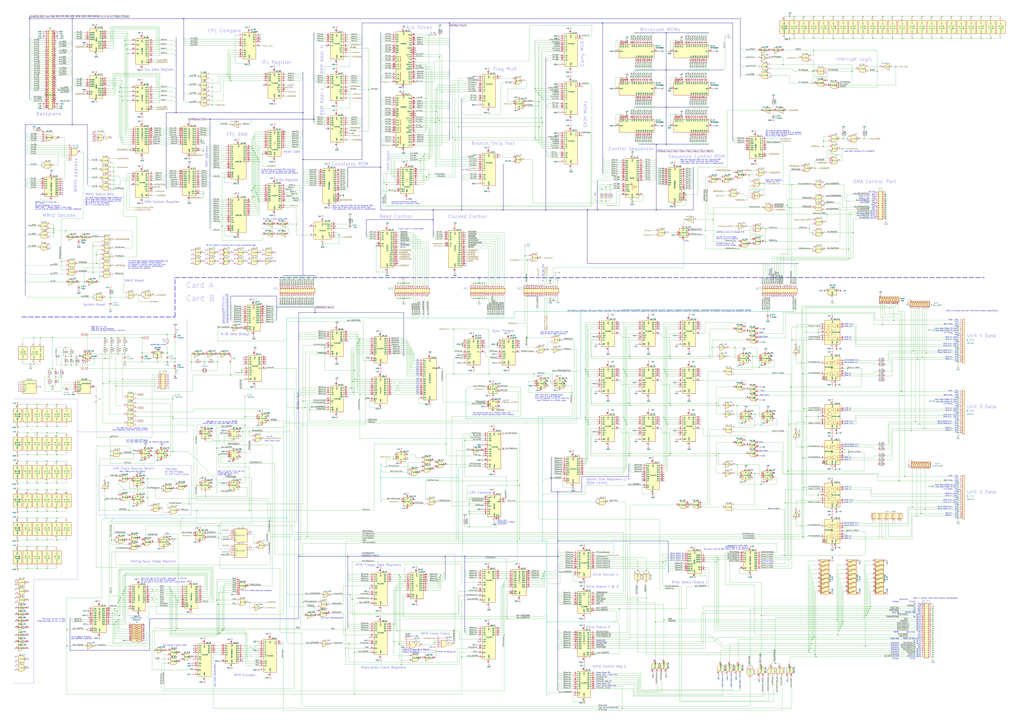
<source format=kicad_sch>
(kicad_sch (version 20211123) (generator eeschema)
  (paper "A0")
  (title_block (title "Centurion - Finch and Floppy Control (FFC)") (date "2023-01-02") (rev "1.5") (company "Meisaka Yukara") (comment 1 "Multiboard Card, prefixes A and B for each.") (comment 2 "Visual and Contact-Test Reverse Engineered"))
  (lib_symbols
    (symbol "74LS154_1" (pin_names (offset 1.016))
      (property "Reference" "UA_K1" (at 1.27 21.59 0))
      (property "Value" "74LS154_1" (at 0 0 90))
      (symbol "74LS154_1_1_0"
        (pin output inverted (at 12.7 17.78 180) (length 5.08) (name "S0") (number "1"))
        (pin output inverted (at 12.7 -5.08 180) (length 5.08) (name "S9") (number "10"))
        (pin output inverted (at 12.7 -7.62 180) (length 5.08) (name "S10") (number "11"))
        (pin power_in line (at 0 -27.94 90) (length 5.08) (name "GND") (number "12"))
        (pin output inverted (at 12.7 -10.16 180) (length 5.08) (name "S11") (number "13"))
        (pin output inverted (at 12.7 -12.7 180) (length 5.08) (name "S12") (number "14"))
        (pin output inverted (at 12.7 -15.24 180) (length 5.08) (name "S13") (number "15"))
        (pin output inverted (at 12.7 -17.78 180) (length 5.08) (name "S14") (number "16"))
        (pin output inverted (at 12.7 -20.32 180) (length 5.08) (name "S15") (number "17"))
        (pin input inverted (at -12.7 5.08 0) (length 5.08) (name "E0") (number "18"))
        (pin input inverted (at -12.7 2.54 0) (length 5.08) (name "E1") (number "19"))
        (pin output inverted (at 12.7 15.24 180) (length 5.08) (name "S1") (number "2"))
        (pin input line (at -12.7 10.16 0) (length 5.08) (name "A3") (number "20"))
        (pin input line (at -12.7 12.7 0) (length 5.08) (name "A2") (number "21"))
        (pin input line (at -12.7 15.24 0) (length 5.08) (name "A1") (number "22"))
        (pin input line (at -12.7 17.78 0) (length 5.08) (name "A0") (number "23"))
        (pin power_in line (at 0 25.4 270) (length 5.08) (name "VCC") (number "24"))
        (pin output inverted (at 12.7 12.7 180) (length 5.08) (name "S2") (number "3"))
        (pin output inverted (at 12.7 10.16 180) (length 5.08) (name "S3") (number "4"))
        (pin output inverted (at 12.7 7.62 180) (length 5.08) (name "S4") (number "5"))
        (pin output inverted (at 12.7 5.08 180) (length 5.08) (name "S5") (number "6"))
        (pin output inverted (at 12.7 2.54 180) (length 5.08) (name "S6") (number "7"))
        (pin output inverted (at 12.7 0 180) (length 5.08) (name "S7") (number "8"))
        (pin output inverted (at 12.7 -2.54 180) (length 5.08) (name "S8") (number "9"))
      )
    )
    (symbol "74xx:74LS00" (pin_names (offset 1.016))
      (property "Reference" "U" (at 0 1.27 0))
      (property "Value" "74LS00" (at 0 -1.27 0))
      (symbol "74LS00_1_1"
        (pin input line (at -7.62 2.54 0) (length 3.81) (name "~") (number "1"))
        (pin input line (at -7.62 -2.54 0) (length 3.81) (name "~") (number "2"))
        (pin output inverted (at 7.62 0 180) (length 3.81) (name "~") (number "3"))
      )
      (symbol "74LS00_1_2"
        (pin input inverted (at -7.62 2.54 0) (length 4.318) (name "~") (number "1"))
        (pin input inverted (at -7.62 -2.54 0) (length 4.318) (name "~") (number "2"))
        (pin output line (at 7.62 0 180) (length 3.81) (name "~") (number "3"))
      )
      (symbol "74LS00_2_1"
        (pin input line (at -7.62 2.54 0) (length 3.81) (name "~") (number "4"))
        (pin input line (at -7.62 -2.54 0) (length 3.81) (name "~") (number "5"))
        (pin output inverted (at 7.62 0 180) (length 3.81) (name "~") (number "6"))
      )
      (symbol "74LS00_2_2"
        (pin input inverted (at -7.62 2.54 0) (length 4.318) (name "~") (number "4"))
        (pin input inverted (at -7.62 -2.54 0) (length 4.318) (name "~") (number "5"))
        (pin output line (at 7.62 0 180) (length 3.81) (name "~") (number "6"))
      )
      (symbol "74LS00_3_1"
        (pin input line (at -7.62 -2.54 0) (length 3.81) (name "~") (number "10"))
        (pin output inverted (at 7.62 0 180) (length 3.81) (name "~") (number "8"))
        (pin input line (at -7.62 2.54 0) (length 3.81) (name "~") (number "9"))
      )
      (symbol "74LS00_3_2"
        (pin input inverted (at -7.62 -2.54 0) (length 4.318) (name "~") (number "10"))
        (pin output line (at 7.62 0 180) (length 3.81) (name "~") (number "8"))
        (pin input inverted (at -7.62 2.54 0) (length 4.318) (name "~") (number "9"))
      )
      (symbol "74LS00_4_1"
        (pin output inverted (at 7.62 0 180) (length 3.81) (name "~") (number "11"))
        (pin input line (at -7.62 2.54 0) (length 3.81) (name "~") (number "12"))
        (pin input line (at -7.62 -2.54 0) (length 3.81) (name "~") (number "13"))
      )
      (symbol "74LS00_4_2"
        (pin output line (at 7.62 0 180) (length 3.81) (name "~") (number "11"))
        (pin input inverted (at -7.62 2.54 0) (length 4.318) (name "~") (number "12"))
        (pin input inverted (at -7.62 -2.54 0) (length 4.318) (name "~") (number "13"))
      )
      (symbol "74LS00_5_0"
        (pin power_in line (at 0 12.7 270) (length 5.08) (name "VCC") (number "14"))
        (pin power_in line (at 0 -12.7 90) (length 5.08) (name "GND") (number "7"))
      )
    )
    (symbol "74xx:74LS02" (pin_names (offset 1.016))
      (property "Reference" "U" (at 0 1.27 0))
      (property "Value" "74LS02" (at 0 -1.27 0))
      (symbol "74LS02_1_1"
        (pin output inverted (at 7.62 0 180) (length 3.81) (name "~") (number "1"))
        (pin input line (at -7.62 2.54 0) (length 4.318) (name "~") (number "2"))
        (pin input line (at -7.62 -2.54 0) (length 4.318) (name "~") (number "3"))
      )
      (symbol "74LS02_1_2"
        (pin output line (at 7.62 0 180) (length 3.81) (name "~") (number "1"))
        (pin input inverted (at -7.62 2.54 0) (length 3.81) (name "~") (number "2"))
        (pin input inverted (at -7.62 -2.54 0) (length 3.81) (name "~") (number "3"))
      )
      (symbol "74LS02_2_1"
        (pin output inverted (at 7.62 0 180) (length 3.81) (name "~") (number "4"))
        (pin input line (at -7.62 2.54 0) (length 4.318) (name "~") (number "5"))
        (pin input line (at -7.62 -2.54 0) (length 4.318) (name "~") (number "6"))
      )
      (symbol "74LS02_2_2"
        (pin output line (at 7.62 0 180) (length 3.81) (name "~") (number "4"))
        (pin input inverted (at -7.62 2.54 0) (length 3.81) (name "~") (number "5"))
        (pin input inverted (at -7.62 -2.54 0) (length 3.81) (name "~") (number "6"))
      )
      (symbol "74LS02_3_1"
        (pin output inverted (at 7.62 0 180) (length 3.81) (name "~") (number "10"))
        (pin input line (at -7.62 2.54 0) (length 4.318) (name "~") (number "8"))
        (pin input line (at -7.62 -2.54 0) (length 4.318) (name "~") (number "9"))
      )
      (symbol "74LS02_3_2"
        (pin output line (at 7.62 0 180) (length 3.81) (name "~") (number "10"))
        (pin input inverted (at -7.62 2.54 0) (length 3.81) (name "~") (number "8"))
        (pin input inverted (at -7.62 -2.54 0) (length 3.81) (name "~") (number "9"))
      )
      (symbol "74LS02_4_1"
        (pin input line (at -7.62 2.54 0) (length 4.318) (name "~") (number "11"))
        (pin input line (at -7.62 -2.54 0) (length 4.318) (name "~") (number "12"))
        (pin output inverted (at 7.62 0 180) (length 3.81) (name "~") (number "13"))
      )
      (symbol "74LS02_4_2"
        (pin input inverted (at -7.62 2.54 0) (length 3.81) (name "~") (number "11"))
        (pin input inverted (at -7.62 -2.54 0) (length 3.81) (name "~") (number "12"))
        (pin output line (at 7.62 0 180) (length 3.81) (name "~") (number "13"))
      )
      (symbol "74LS02_5_0"
        (pin power_in line (at 0 12.7 270) (length 5.08) (name "VCC") (number "14"))
        (pin power_in line (at 0 -12.7 90) (length 5.08) (name "GND") (number "7"))
      )
    )
    (symbol "74xx:74LS04"
      (property "Reference" "U" (at 0 1.27 0))
      (property "Value" "74LS04" (at 0 -1.27 0))
      (symbol "74LS04_1_0"
        (pin input line (at -7.62 0 0) (length 3.81) (name "~") (number "1"))
        (pin output inverted (at 7.62 0 180) (length 3.81) (name "~") (number "2"))
      )
      (symbol "74LS04_2_0"
        (pin input line (at -7.62 0 0) (length 3.81) (name "~") (number "3"))
        (pin output inverted (at 7.62 0 180) (length 3.81) (name "~") (number "4"))
      )
      (symbol "74LS04_3_0"
        (pin input line (at -7.62 0 0) (length 3.81) (name "~") (number "5"))
        (pin output inverted (at 7.62 0 180) (length 3.81) (name "~") (number "6"))
      )
      (symbol "74LS04_4_0"
        (pin output inverted (at 7.62 0 180) (length 3.81) (name "~") (number "8"))
        (pin input line (at -7.62 0 0) (length 3.81) (name "~") (number "9"))
      )
      (symbol "74LS04_5_0"
        (pin output inverted (at 7.62 0 180) (length 3.81) (name "~") (number "10"))
        (pin input line (at -7.62 0 0) (length 3.81) (name "~") (number "11"))
      )
      (symbol "74LS04_6_0"
        (pin output inverted (at 7.62 0 180) (length 3.81) (name "~") (number "12"))
        (pin input line (at -7.62 0 0) (length 3.81) (name "~") (number "13"))
      )
      (symbol "74LS04_7_0"
        (pin power_in line (at 0 12.7 270) (length 5.08) (name "VCC") (number "14"))
        (pin power_in line (at 0 -12.7 90) (length 5.08) (name "GND") (number "7"))
      )
    )
    (symbol "74xx:74LS08" (pin_names (offset 1.016))
      (property "Reference" "U" (at 0 1.27 0))
      (property "Value" "74LS08" (at 0 -1.27 0))
      (symbol "74LS08_1_1"
        (pin input line (at -7.62 2.54 0) (length 3.81) (name "~") (number "1"))
        (pin input line (at -7.62 -2.54 0) (length 3.81) (name "~") (number "2"))
        (pin output line (at 7.62 0 180) (length 3.81) (name "~") (number "3"))
      )
      (symbol "74LS08_1_2"
        (pin input inverted (at -7.62 2.54 0) (length 4.318) (name "~") (number "1"))
        (pin input inverted (at -7.62 -2.54 0) (length 4.318) (name "~") (number "2"))
        (pin output inverted (at 7.62 0 180) (length 3.81) (name "~") (number "3"))
      )
      (symbol "74LS08_2_1"
        (pin input line (at -7.62 2.54 0) (length 3.81) (name "~") (number "4"))
        (pin input line (at -7.62 -2.54 0) (length 3.81) (name "~") (number "5"))
        (pin output line (at 7.62 0 180) (length 3.81) (name "~") (number "6"))
      )
      (symbol "74LS08_2_2"
        (pin input inverted (at -7.62 2.54 0) (length 4.318) (name "~") (number "4"))
        (pin input inverted (at -7.62 -2.54 0) (length 4.318) (name "~") (number "5"))
        (pin output inverted (at 7.62 0 180) (length 3.81) (name "~") (number "6"))
      )
      (symbol "74LS08_3_1"
        (pin input line (at -7.62 -2.54 0) (length 3.81) (name "~") (number "10"))
        (pin output line (at 7.62 0 180) (length 3.81) (name "~") (number "8"))
        (pin input line (at -7.62 2.54 0) (length 3.81) (name "~") (number "9"))
      )
      (symbol "74LS08_3_2"
        (pin input inverted (at -7.62 -2.54 0) (length 4.318) (name "~") (number "10"))
        (pin output inverted (at 7.62 0 180) (length 3.81) (name "~") (number "8"))
        (pin input inverted (at -7.62 2.54 0) (length 4.318) (name "~") (number "9"))
      )
      (symbol "74LS08_4_1"
        (pin output line (at 7.62 0 180) (length 3.81) (name "~") (number "11"))
        (pin input line (at -7.62 2.54 0) (length 3.81) (name "~") (number "12"))
        (pin input line (at -7.62 -2.54 0) (length 3.81) (name "~") (number "13"))
      )
      (symbol "74LS08_4_2"
        (pin output inverted (at 7.62 0 180) (length 3.81) (name "~") (number "11"))
        (pin input inverted (at -7.62 2.54 0) (length 4.318) (name "~") (number "12"))
        (pin input inverted (at -7.62 -2.54 0) (length 4.318) (name "~") (number "13"))
      )
      (symbol "74LS08_5_0"
        (pin power_in line (at 0 12.7 270) (length 5.08) (name "VCC") (number "14"))
        (pin power_in line (at 0 -12.7 90) (length 5.08) (name "GND") (number "7"))
      )
    )
    (symbol "74xx:74LS09" (pin_names (offset 1.016))
      (property "Reference" "U" (at 0 1.27 0))
      (property "Value" "74LS09" (at 0 -1.27 0))
      (symbol "74LS09_1_1"
        (pin input line (at -7.62 2.54 0) (length 3.81) (name "~") (number "1"))
        (pin input line (at -7.62 -2.54 0) (length 3.81) (name "~") (number "2"))
        (pin open_collector line (at 7.62 0 180) (length 3.81) (name "~") (number "3"))
      )
      (symbol "74LS09_1_2"
        (pin input inverted (at -7.62 2.54 0) (length 4.318) (name "~") (number "1"))
        (pin input inverted (at -7.62 -2.54 0) (length 4.318) (name "~") (number "2"))
        (pin output inverted (at 7.62 0 180) (length 3.81) (name "~") (number "3"))
      )
      (symbol "74LS09_2_1"
        (pin input line (at -7.62 2.54 0) (length 3.81) (name "~") (number "4"))
        (pin input line (at -7.62 -2.54 0) (length 3.81) (name "~") (number "5"))
        (pin open_collector line (at 7.62 0 180) (length 3.81) (name "~") (number "6"))
      )
      (symbol "74LS09_2_2"
        (pin input inverted (at -7.62 2.54 0) (length 4.318) (name "~") (number "4"))
        (pin input inverted (at -7.62 -2.54 0) (length 4.318) (name "~") (number "5"))
        (pin output inverted (at 7.62 0 180) (length 3.81) (name "~") (number "6"))
      )
      (symbol "74LS09_3_1"
        (pin input line (at -7.62 -2.54 0) (length 3.81) (name "~") (number "10"))
        (pin open_collector line (at 7.62 0 180) (length 3.81) (name "~") (number "8"))
        (pin input line (at -7.62 2.54 0) (length 3.81) (name "~") (number "9"))
      )
      (symbol "74LS09_3_2"
        (pin input inverted (at -7.62 -2.54 0) (length 4.318) (name "~") (number "10"))
        (pin output inverted (at 7.62 0 180) (length 3.81) (name "~") (number "8"))
        (pin input inverted (at -7.62 2.54 0) (length 4.318) (name "~") (number "9"))
      )
      (symbol "74LS09_4_1"
        (pin open_collector line (at 7.62 0 180) (length 3.81) (name "~") (number "11"))
        (pin input line (at -7.62 2.54 0) (length 3.81) (name "~") (number "12"))
        (pin input line (at -7.62 -2.54 0) (length 3.81) (name "~") (number "13"))
      )
      (symbol "74LS09_4_2"
        (pin output inverted (at 7.62 0 180) (length 3.81) (name "~") (number "11"))
        (pin input inverted (at -7.62 2.54 0) (length 4.318) (name "~") (number "12"))
        (pin input inverted (at -7.62 -2.54 0) (length 4.318) (name "~") (number "13"))
      )
      (symbol "74LS09_5_0"
        (pin power_in line (at 0 12.7 270) (length 5.08) (name "VCC") (number "14"))
        (pin power_in line (at 0 -12.7 90) (length 5.08) (name "GND") (number "7"))
      )
    )
    (symbol "74xx:74LS10" (pin_names (offset 1.016))
      (property "Reference" "U" (at 0 1.27 0))
      (property "Value" "74LS10" (at 0 -1.27 0))
      (symbol "74LS10_1_1"
        (pin input line (at -7.62 2.54 0) (length 3.81) (name "~") (number "1"))
        (pin output inverted (at 7.62 0 180) (length 3.81) (name "~") (number "12"))
        (pin input line (at -7.62 -2.54 0) (length 3.81) (name "~") (number "13"))
        (pin input line (at -7.62 0 0) (length 3.81) (name "~") (number "2"))
      )
      (symbol "74LS10_1_2"
        (pin input inverted (at -7.62 2.54 0) (length 4.318) (name "~") (number "1"))
        (pin output line (at 7.62 0 180) (length 3.81) (name "~") (number "12"))
        (pin input inverted (at -7.62 -2.54 0) (length 4.318) (name "~") (number "13"))
        (pin input inverted (at -7.62 0 0) (length 4.953) (name "~") (number "2"))
      )
      (symbol "74LS10_2_1"
        (pin input line (at -7.62 2.54 0) (length 3.81) (name "~") (number "3"))
        (pin input line (at -7.62 0 0) (length 3.81) (name "~") (number "4"))
        (pin input line (at -7.62 -2.54 0) (length 3.81) (name "~") (number "5"))
        (pin output inverted (at 7.62 0 180) (length 3.81) (name "~") (number "6"))
      )
      (symbol "74LS10_2_2"
        (pin input inverted (at -7.62 2.54 0) (length 4.318) (name "~") (number "3"))
        (pin input inverted (at -7.62 0 0) (length 4.953) (name "~") (number "4"))
        (pin input inverted (at -7.62 -2.54 0) (length 4.318) (name "~") (number "5"))
        (pin output line (at 7.62 0 180) (length 3.81) (name "~") (number "6"))
      )
      (symbol "74LS10_3_1"
        (pin input line (at -7.62 0 0) (length 3.81) (name "~") (number "10"))
        (pin input line (at -7.62 -2.54 0) (length 3.81) (name "~") (number "11"))
        (pin output inverted (at 7.62 0 180) (length 3.81) (name "~") (number "8"))
        (pin input line (at -7.62 2.54 0) (length 3.81) (name "~") (number "9"))
      )
      (symbol "74LS10_3_2"
        (pin input inverted (at -7.62 0 0) (length 4.953) (name "~") (number "10"))
        (pin input inverted (at -7.62 -2.54 0) (length 4.318) (name "~") (number "11"))
        (pin output line (at 7.62 0 180) (length 3.81) (name "~") (number "8"))
        (pin input inverted (at -7.62 2.54 0) (length 4.318) (name "~") (number "9"))
      )
      (symbol "74LS10_4_0"
        (pin power_in line (at 0 12.7 270) (length 5.08) (name "VCC") (number "14"))
        (pin power_in line (at 0 -12.7 90) (length 5.08) (name "GND") (number "7"))
      )
    )
    (symbol "74xx:74LS109" (pin_names (offset 1.016))
      (property "Reference" "U" (at -7.62 8.89 0))
      (property "Value" "74LS109" (at -7.62 -8.89 0))
      (symbol "74LS109_1_0"
        (pin input line (at 0 -7.62 90) (length 2.54) (name "~{R}") (number "1"))
        (pin input line (at -7.62 2.54 0) (length 2.54) (name "J") (number "2"))
        (pin input line (at -7.62 -2.54 0) (length 2.54) (name "~{K}") (number "3"))
        (pin input clock (at -7.62 0 0) (length 2.54) (name "C") (number "4"))
        (pin input line (at 0 7.62 270) (length 2.54) (name "~{S}") (number "5"))
        (pin output line (at 7.62 2.54 180) (length 2.54) (name "Q") (number "6"))
        (pin output line (at 7.62 -2.54 180) (length 2.54) (name "~{Q}") (number "7"))
      )
      (symbol "74LS109_2_0"
        (pin output line (at 7.62 2.54 180) (length 2.54) (name "Q") (number "10"))
        (pin input line (at 0 7.62 270) (length 2.54) (name "~{S}") (number "11"))
        (pin input clock (at -7.62 0 0) (length 2.54) (name "C") (number "12"))
        (pin input line (at -7.62 -2.54 0) (length 2.54) (name "~{K}") (number "13"))
        (pin input line (at -7.62 2.54 0) (length 2.54) (name "J") (number "14"))
        (pin input line (at 0 -7.62 90) (length 2.54) (name "~{R}") (number "15"))
        (pin output line (at 7.62 -2.54 180) (length 2.54) (name "~{Q}") (number "9"))
      )
      (symbol "74LS109_3_0"
        (pin power_in line (at 0 10.16 270) (length 2.54) (name "VCC") (number "16"))
        (pin power_in line (at 0 -10.16 90) (length 2.54) (name "GND") (number "8"))
      )
    )
    (symbol "74xx:74LS121" (pin_names (offset 1.016))
      (property "Reference" "U" (at -7.62 11.43 0))
      (property "Value" "74LS121" (at -7.62 -11.43 0))
      (symbol "74LS121_1_0"
        (pin output line (at 15.24 -5.08 180) (length 5.08) (name "~{Q}") (number "1"))
        (pin input line (at -15.24 2.54 0) (length 5.08) (name "Cext") (number "10"))
        (pin input line (at -15.24 7.62 0) (length 5.08) (name "R/Cext") (number "11"))
        (pin power_in line (at 0 15.24 270) (length 5.08) (name "VCC") (number "14"))
        (pin input line (at -15.24 -2.54 0) (length 5.08) (name "A1") (number "3"))
        (pin input line (at -15.24 -5.08 0) (length 5.08) (name "A2") (number "4"))
        (pin input line (at -15.24 -7.62 0) (length 5.08) (name "B") (number "5"))
        (pin output line (at 15.24 5.08 180) (length 5.08) (name "Q") (number "6"))
        (pin power_in line (at 0 -15.24 90) (length 5.08) (name "GND") (number "7"))
        (pin input line (at -15.24 5.08 0) (length 5.08) (name "Rint") (number "9"))
      )
    )
    (symbol "74xx:74LS151" (pin_names (offset 1.016))
      (property "Reference" "U" (at -7.62 19.05 0))
      (property "Value" "74LS151" (at -7.62 -21.59 0))
      (symbol "74LS151_1_0"
        (pin input line (at -12.7 7.62 0) (length 5.08) (name "I3") (number "1"))
        (pin input line (at -12.7 -10.16 0) (length 5.08) (name "S1") (number "10"))
        (pin input line (at -12.7 -7.62 0) (length 5.08) (name "S0") (number "11"))
        (pin input line (at -12.7 -2.54 0) (length 5.08) (name "I7") (number "12"))
        (pin input line (at -12.7 0 0) (length 5.08) (name "I6") (number "13"))
        (pin input line (at -12.7 2.54 0) (length 5.08) (name "I5") (number "14"))
        (pin input line (at -12.7 5.08 0) (length 5.08) (name "I4") (number "15"))
        (pin power_in line (at 0 22.86 270) (length 5.08) (name "VCC") (number "16"))
        (pin input line (at -12.7 10.16 0) (length 5.08) (name "I2") (number "2"))
        (pin input line (at -12.7 12.7 0) (length 5.08) (name "I1") (number "3"))
        (pin input line (at -12.7 15.24 0) (length 5.08) (name "I0") (number "4"))
        (pin output line (at 12.7 15.24 180) (length 5.08) (name "Z") (number "5"))
        (pin output line (at 12.7 12.7 180) (length 5.08) (name "~{Z}") (number "6"))
        (pin input line (at -12.7 -17.78 0) (length 5.08) (name "~{E}") (number "7"))
        (pin power_in line (at 0 -25.4 90) (length 5.08) (name "GND") (number "8"))
        (pin input line (at -12.7 -12.7 0) (length 5.08) (name "S2") (number "9"))
      )
    )
    (symbol "74xx:74LS153" (pin_names (offset 1.016))
      (property "Reference" "U" (at -7.62 21.59 0))
      (property "Value" "74LS153" (at -7.62 -24.13 0))
      (symbol "74LS153_1_0"
        (pin input inverted (at -12.7 5.08 0) (length 5.08) (name "Ea") (number "1"))
        (pin input line (at -12.7 0 0) (length 5.08) (name "I0b") (number "10"))
        (pin input line (at -12.7 -2.54 0) (length 5.08) (name "I1b") (number "11"))
        (pin input line (at -12.7 -5.08 0) (length 5.08) (name "I2b") (number "12"))
        (pin input line (at -12.7 -7.62 0) (length 5.08) (name "I3b") (number "13"))
        (pin input line (at -12.7 -17.78 0) (length 5.08) (name "S0") (number "14"))
        (pin input inverted (at -12.7 -12.7 0) (length 5.08) (name "Eb") (number "15"))
        (pin power_in line (at 0 25.4 270) (length 5.08) (name "VCC") (number "16"))
        (pin input line (at -12.7 -20.32 0) (length 5.08) (name "S1") (number "2"))
        (pin input line (at -12.7 10.16 0) (length 5.08) (name "I3a") (number "3"))
        (pin input line (at -12.7 12.7 0) (length 5.08) (name "I2a") (number "4"))
        (pin input line (at -12.7 15.24 0) (length 5.08) (name "I1a") (number "5"))
        (pin input line (at -12.7 17.78 0) (length 5.08) (name "I0a") (number "6"))
        (pin output line (at 12.7 17.78 180) (length 5.08) (name "Za") (number "7"))
        (pin power_in line (at 0 -27.94 90) (length 5.08) (name "GND") (number "8"))
        (pin output line (at 12.7 0 180) (length 5.08) (name "Zb") (number "9"))
      )
    )
    (symbol "74xx:74LS154" (pin_names (offset 1.016))
      (property "Reference" "UA_K2" (at 1.27 21.59 0))
      (property "Value" "74LS154" (at 0 0 90))
      (symbol "74LS154_1_0"
        (pin output inverted (at 12.7 17.78 180) (length 5.08) (name "S0") (number "1"))
        (pin output inverted (at 12.7 -5.08 180) (length 5.08) (name "S9") (number "10"))
        (pin output inverted (at 12.7 -7.62 180) (length 5.08) (name "S10") (number "11"))
        (pin power_in line (at 0 -27.94 90) (length 5.08) (name "GND") (number "12"))
        (pin output inverted (at 12.7 -10.16 180) (length 5.08) (name "S11") (number "13"))
        (pin output inverted (at 12.7 -12.7 180) (length 5.08) (name "S12") (number "14"))
        (pin output inverted (at 12.7 -15.24 180) (length 5.08) (name "S13") (number "15"))
        (pin output inverted (at 12.7 -17.78 180) (length 5.08) (name "S14") (number "16"))
        (pin output inverted (at 12.7 -20.32 180) (length 5.08) (name "S15") (number "17"))
        (pin input inverted (at -12.7 5.08 0) (length 5.08) (name "E0") (number "18"))
        (pin input inverted (at -12.7 2.54 0) (length 5.08) (name "E1") (number "19"))
        (pin output inverted (at 12.7 15.24 180) (length 5.08) (name "S1") (number "2"))
        (pin input line (at -12.7 10.16 0) (length 5.08) (name "A3") (number "20"))
        (pin input line (at -12.7 12.7 0) (length 5.08) (name "A2") (number "21"))
        (pin input line (at -12.7 15.24 0) (length 5.08) (name "A1") (number "22"))
        (pin input line (at -12.7 17.78 0) (length 5.08) (name "A0") (number "23"))
        (pin power_in line (at 0 25.4 270) (length 5.08) (name "VCC") (number "24"))
        (pin output inverted (at 12.7 12.7 180) (length 5.08) (name "S2") (number "3"))
        (pin output inverted (at 12.7 10.16 180) (length 5.08) (name "S3") (number "4"))
        (pin output inverted (at 12.7 7.62 180) (length 5.08) (name "S4") (number "5"))
        (pin output inverted (at 12.7 5.08 180) (length 5.08) (name "S5") (number "6"))
        (pin output inverted (at 12.7 2.54 180) (length 5.08) (name "S6") (number "7"))
        (pin output inverted (at 12.7 0 180) (length 5.08) (name "S7") (number "8"))
        (pin output inverted (at 12.7 -2.54 180) (length 5.08) (name "S8") (number "9"))
      )
    )
    (symbol "74xx:74LS161" (pin_names (offset 1.016))
      (property "Reference" "U" (at -7.62 16.51 0))
      (property "Value" "74LS161" (at -7.62 -16.51 0))
      (symbol "74LS161_1_0"
        (pin input line (at -12.7 -12.7 0) (length 5.08) (name "~{MR}") (number "1"))
        (pin input line (at -12.7 -5.08 0) (length 5.08) (name "CET") (number "10"))
        (pin output line (at 12.7 5.08 180) (length 5.08) (name "Q3") (number "11"))
        (pin output line (at 12.7 7.62 180) (length 5.08) (name "Q2") (number "12"))
        (pin output line (at 12.7 10.16 180) (length 5.08) (name "Q1") (number "13"))
        (pin output line (at 12.7 12.7 180) (length 5.08) (name "Q0") (number "14"))
        (pin output line (at 12.7 0 180) (length 5.08) (name "TC") (number "15"))
        (pin power_in line (at 0 20.32 270) (length 5.08) (name "VCC") (number "16"))
        (pin input line (at -12.7 -7.62 0) (length 5.08) (name "CP") (number "2"))
        (pin input line (at -12.7 12.7 0) (length 5.08) (name "D0") (number "3"))
        (pin input line (at -12.7 10.16 0) (length 5.08) (name "D1") (number "4"))
        (pin input line (at -12.7 7.62 0) (length 5.08) (name "D2") (number "5"))
        (pin input line (at -12.7 5.08 0) (length 5.08) (name "D3") (number "6"))
        (pin input line (at -12.7 -2.54 0) (length 5.08) (name "CEP") (number "7"))
        (pin power_in line (at 0 -20.32 90) (length 5.08) (name "GND") (number "8"))
        (pin input line (at -12.7 0 0) (length 5.08) (name "~{PE}") (number "9"))
      )
    )
    (symbol "74xx:74LS194" (pin_names (offset 1.016))
      (property "Reference" "U" (at -7.62 19.05 0))
      (property "Value" "74LS194" (at -7.62 -21.59 0))
      (symbol "74LS194_1_0"
        (pin input inverted (at -12.7 -17.78 0) (length 5.08) (name "Mr") (number "1"))
        (pin input line (at -12.7 -7.62 0) (length 5.08) (name "S1") (number "10"))
        (pin input clock (at -12.7 -12.7 0) (length 5.08) (name "Cp") (number "11"))
        (pin output line (at 12.7 7.62 180) (length 5.08) (name "Q3") (number "12"))
        (pin output line (at 12.7 10.16 180) (length 5.08) (name "Q2") (number "13"))
        (pin output line (at 12.7 12.7 180) (length 5.08) (name "Q1") (number "14"))
        (pin output line (at 12.7 15.24 180) (length 5.08) (name "Q0") (number "15"))
        (pin power_in line (at 0 22.86 270) (length 5.08) (name "VCC") (number "16"))
        (pin input line (at -12.7 2.54 0) (length 5.08) (name "Dsr") (number "2"))
        (pin input line (at -12.7 15.24 0) (length 5.08) (name "P0") (number "3"))
        (pin input line (at -12.7 12.7 0) (length 5.08) (name "P1") (number "4"))
        (pin input line (at -12.7 10.16 0) (length 5.08) (name "P2") (number "5"))
        (pin input line (at -12.7 7.62 0) (length 5.08) (name "P3") (number "6"))
        (pin input line (at -12.7 0 0) (length 5.08) (name "Dsl") (number "7"))
        (pin power_in line (at 0 -25.4 90) (length 5.08) (name "GND") (number "8"))
        (pin input line (at -12.7 -5.08 0) (length 5.08) (name "S0") (number "9"))
      )
    )
    (symbol "74xx:74LS195" (pin_names (offset 1.016))
      (property "Reference" "U" (at -7.62 16.51 0))
      (property "Value" "74LS195" (at -7.62 -16.51 0))
      (symbol "74LS195_1_0"
        (pin input line (at -12.7 -12.7 0) (length 5.08) (name "~{MR}") (number "1"))
        (pin input clock (at -12.7 -2.54 0) (length 5.08) (name "CP") (number "10"))
        (pin output line (at 12.7 2.54 180) (length 5.08) (name "~{Q3}") (number "11"))
        (pin output line (at 12.7 5.08 180) (length 5.08) (name "Q3") (number "12"))
        (pin output line (at 12.7 7.62 180) (length 5.08) (name "Q2") (number "13"))
        (pin output line (at 12.7 10.16 180) (length 5.08) (name "Q1") (number "14"))
        (pin output line (at 12.7 12.7 180) (length 5.08) (name "Q0") (number "15"))
        (pin power_in line (at 0 20.32 270) (length 5.08) (name "VCC") (number "16"))
        (pin input line (at -12.7 0 0) (length 5.08) (name "J") (number "2"))
        (pin input line (at -12.7 -5.08 0) (length 5.08) (name "~{K}") (number "3"))
        (pin input line (at -12.7 12.7 0) (length 5.08) (name "P0") (number "4"))
        (pin input line (at -12.7 10.16 0) (length 5.08) (name "P1") (number "5"))
        (pin input line (at -12.7 7.62 0) (length 5.08) (name "P2") (number "6"))
        (pin input line (at -12.7 5.08 0) (length 5.08) (name "P3") (number "7"))
        (pin power_in line (at 0 -20.32 90) (length 5.08) (name "GND") (number "8"))
        (pin input line (at -12.7 -10.16 0) (length 5.08) (name "~{PE}") (number "9"))
      )
    )
    (symbol "74xx:74LS240" (pin_names (offset 1.016))
      (property "Reference" "U" (at -7.62 16.51 0))
      (property "Value" "74LS240" (at -7.62 -16.51 0))
      (symbol "74LS240_1_0"
        (pin input inverted (at -12.7 -10.16 0) (length 5.08) (name "OEa") (number "1"))
        (pin power_in line (at 0 -20.32 90) (length 5.08) (name "GND") (number "10"))
        (pin input line (at -12.7 2.54 0) (length 5.08) (name "I0b") (number "11"))
        (pin tri_state inverted (at 12.7 5.08 180) (length 5.08) (name "O3a") (number "12"))
        (pin input line (at -12.7 0 0) (length 5.08) (name "I1b") (number "13"))
        (pin tri_state inverted (at 12.7 7.62 180) (length 5.08) (name "O2a") (number "14"))
        (pin input line (at -12.7 -2.54 0) (length 5.08) (name "I2b") (number "15"))
        (pin tri_state inverted (at 12.7 10.16 180) (length 5.08) (name "O1a") (number "16"))
        (pin input line (at -12.7 -5.08 0) (length 5.08) (name "I3b") (number "17"))
        (pin tri_state inverted (at 12.7 12.7 180) (length 5.08) (name "O0a") (number "18"))
        (pin input inverted (at -12.7 -12.7 0) (length 5.08) (name "OEb") (number "19"))
        (pin input line (at -12.7 12.7 0) (length 5.08) (name "I0a") (number "2"))
        (pin power_in line (at 0 20.32 270) (length 5.08) (name "VCC") (number "20"))
        (pin tri_state inverted (at 12.7 -5.08 180) (length 5.08) (name "O3b") (number "3"))
        (pin input line (at -12.7 10.16 0) (length 5.08) (name "I1a") (number "4"))
        (pin tri_state inverted (at 12.7 -2.54 180) (length 5.08) (name "O2b") (number "5"))
        (pin input line (at -12.7 7.62 0) (length 5.08) (name "I2a") (number "6"))
        (pin tri_state inverted (at 12.7 0 180) (length 5.08) (name "O1b") (number "7"))
        (pin input line (at -12.7 5.08 0) (length 5.08) (name "I3a") (number "8"))
        (pin tri_state inverted (at 12.7 2.54 180) (length 5.08) (name "O0b") (number "9"))
      )
    )
    (symbol "74xx:74LS241" (pin_names (offset 1.016))
      (property "Reference" "U" (at -7.62 16.51 0))
      (property "Value" "74LS241" (at -7.62 -16.51 0))
      (symbol "74LS241_1_0"
        (pin input inverted (at -12.7 -10.16 0) (length 5.08) (name "OEa") (number "1"))
        (pin power_in line (at 0 -20.32 90) (length 5.08) (name "GND") (number "10"))
        (pin input line (at -12.7 2.54 0) (length 5.08) (name "I0b") (number "11"))
        (pin tri_state line (at 12.7 5.08 180) (length 5.08) (name "O3a") (number "12"))
        (pin input line (at -12.7 0 0) (length 5.08) (name "I1b") (number "13"))
        (pin tri_state line (at 12.7 7.62 180) (length 5.08) (name "O2a") (number "14"))
        (pin input line (at -12.7 -2.54 0) (length 5.08) (name "I2b") (number "15"))
        (pin tri_state line (at 12.7 10.16 180) (length 5.08) (name "O1a") (number "16"))
        (pin input line (at -12.7 -5.08 0) (length 5.08) (name "I3b") (number "17"))
        (pin tri_state line (at 12.7 12.7 180) (length 5.08) (name "O0a") (number "18"))
        (pin input line (at -12.7 -12.7 0) (length 5.08) (name "OEb") (number "19"))
        (pin input line (at -12.7 12.7 0) (length 5.08) (name "I0a") (number "2"))
        (pin power_in line (at 0 20.32 270) (length 5.08) (name "VCC") (number "20"))
        (pin tri_state line (at 12.7 -5.08 180) (length 5.08) (name "O3b") (number "3"))
        (pin input line (at -12.7 10.16 0) (length 5.08) (name "I1a") (number "4"))
        (pin tri_state line (at 12.7 -2.54 180) (length 5.08) (name "O2b") (number "5"))
        (pin input line (at -12.7 7.62 0) (length 5.08) (name "I2a") (number "6"))
        (pin tri_state line (at 12.7 0 180) (length 5.08) (name "O1b") (number "7"))
        (pin input line (at -12.7 5.08 0) (length 5.08) (name "I3a") (number "8"))
        (pin tri_state line (at 12.7 2.54 180) (length 5.08) (name "O0b") (number "9"))
      )
    )
    (symbol "74xx:74LS28" (pin_names (offset 1.016))
      (property "Reference" "U" (at 0 1.27 0))
      (property "Value" "74LS28" (at 0 -1.27 0))
      (symbol "74LS28_1_1"
        (pin output inverted (at 7.62 0 180) (length 3.81) (name "~") (number "1"))
        (pin input line (at -7.62 2.54 0) (length 4.318) (name "~") (number "2"))
        (pin input line (at -7.62 -2.54 0) (length 4.318) (name "~") (number "3"))
      )
      (symbol "74LS28_1_2"
        (pin output line (at 7.62 0 180) (length 3.81) (name "~") (number "1"))
        (pin input inverted (at -7.62 2.54 0) (length 3.81) (name "~") (number "2"))
        (pin input inverted (at -7.62 -2.54 0) (length 3.81) (name "~") (number "3"))
      )
      (symbol "74LS28_2_1"
        (pin output inverted (at 7.62 0 180) (length 3.81) (name "~") (number "4"))
        (pin input line (at -7.62 2.54 0) (length 4.318) (name "~") (number "5"))
        (pin input line (at -7.62 -2.54 0) (length 4.318) (name "~") (number "6"))
      )
      (symbol "74LS28_2_2"
        (pin output line (at 7.62 0 180) (length 3.81) (name "~") (number "4"))
        (pin input inverted (at -7.62 2.54 0) (length 3.81) (name "~") (number "5"))
        (pin input inverted (at -7.62 -2.54 0) (length 3.81) (name "~") (number "6"))
      )
      (symbol "74LS28_3_1"
        (pin output inverted (at 7.62 0 180) (length 3.81) (name "~") (number "10"))
        (pin input line (at -7.62 2.54 0) (length 4.318) (name "~") (number "8"))
        (pin input line (at -7.62 -2.54 0) (length 4.318) (name "~") (number "9"))
      )
      (symbol "74LS28_3_2"
        (pin output line (at 7.62 0 180) (length 3.81) (name "~") (number "10"))
        (pin input inverted (at -7.62 2.54 0) (length 3.81) (name "~") (number "8"))
        (pin input inverted (at -7.62 -2.54 0) (length 3.81) (name "~") (number "9"))
      )
      (symbol "74LS28_4_1"
        (pin input line (at -7.62 2.54 0) (length 4.318) (name "~") (number "11"))
        (pin input line (at -7.62 -2.54 0) (length 4.318) (name "~") (number "12"))
        (pin output inverted (at 7.62 0 180) (length 3.81) (name "~") (number "13"))
      )
      (symbol "74LS28_4_2"
        (pin input inverted (at -7.62 2.54 0) (length 3.81) (name "~") (number "11"))
        (pin input inverted (at -7.62 -2.54 0) (length 3.81) (name "~") (number "12"))
        (pin output line (at 7.62 0 180) (length 3.81) (name "~") (number "13"))
      )
      (symbol "74LS28_5_0"
        (pin power_in line (at 0 12.7 270) (length 5.08) (name "VCC") (number "14"))
        (pin power_in line (at 0 -12.7 90) (length 5.08) (name "GND") (number "7"))
      )
    )
    (symbol "74xx:74LS283" (pin_names (offset 1.016))
      (property "Reference" "U" (at -7.62 16.51 0))
      (property "Value" "74LS283" (at -7.62 -16.51 0))
      (symbol "74LS283_1_0"
        (pin output line (at 12.7 10.16 180) (length 5.08) (name "S2") (number "1"))
        (pin output line (at 12.7 5.08 180) (length 5.08) (name "S4") (number "10"))
        (pin input line (at -12.7 -12.7 0) (length 5.08) (name "B4") (number "11"))
        (pin input line (at -12.7 0 0) (length 5.08) (name "A4") (number "12"))
        (pin output line (at 12.7 7.62 180) (length 5.08) (name "S3") (number "13"))
        (pin input line (at -12.7 2.54 0) (length 5.08) (name "A3") (number "14"))
        (pin input line (at -12.7 -10.16 0) (length 5.08) (name "B3") (number "15"))
        (pin power_in line (at 0 20.32 270) (length 5.08) (name "VCC") (number "16"))
        (pin input line (at -12.7 -7.62 0) (length 5.08) (name "B2") (number "2"))
        (pin input line (at -12.7 5.08 0) (length 5.08) (name "A2") (number "3"))
        (pin output line (at 12.7 12.7 180) (length 5.08) (name "S1") (number "4"))
        (pin input line (at -12.7 7.62 0) (length 5.08) (name "A1") (number "5"))
        (pin input line (at -12.7 -5.08 0) (length 5.08) (name "B1") (number "6"))
        (pin input line (at -12.7 12.7 0) (length 5.08) (name "C0") (number "7"))
        (pin power_in line (at 0 -20.32 90) (length 5.08) (name "GND") (number "8"))
        (pin output line (at 12.7 0 180) (length 5.08) (name "C4") (number "9"))
      )
    )
    (symbol "74xx:74LS298" (pin_names (offset 1.016))
      (property "Reference" "U" (at -7.62 16.51 0))
      (property "Value" "74LS298" (at -7.62 -16.51 0))
      (symbol "74LS298_1_0"
        (pin input line (at -12.7 5.08 0) (length 5.08) (name "I1b") (number "1"))
        (pin input line (at -12.7 -10.16 0) (length 5.08) (name "S") (number "10"))
        (pin input inverted_clock (at -12.7 -12.7 0) (length 5.08) (name "Cp") (number "11"))
        (pin output line (at 12.7 -2.54 180) (length 5.08) (name "Qd") (number "12"))
        (pin output line (at 12.7 2.54 180) (length 5.08) (name "Qc") (number "13"))
        (pin output line (at 12.7 7.62 180) (length 5.08) (name "Qb") (number "14"))
        (pin output line (at 12.7 12.7 180) (length 5.08) (name "Qa") (number "15"))
        (pin power_in line (at 0 20.32 270) (length 5.08) (name "VCC") (number "16"))
        (pin input line (at -12.7 10.16 0) (length 5.08) (name "I1a") (number "2"))
        (pin input line (at -12.7 12.7 0) (length 5.08) (name "I0a") (number "3"))
        (pin input line (at -12.7 7.62 0) (length 5.08) (name "I0b") (number "4"))
        (pin input line (at -12.7 0 0) (length 5.08) (name "I1c") (number "5"))
        (pin input line (at -12.7 -5.08 0) (length 5.08) (name "I1d") (number "6"))
        (pin input line (at -12.7 -2.54 0) (length 5.08) (name "I0d") (number "7"))
        (pin power_in line (at 0 -20.32 90) (length 5.08) (name "GND") (number "8"))
        (pin input line (at -12.7 2.54 0) (length 5.08) (name "I0c") (number "9"))
      )
    )
    (symbol "74xx:74LS30" (pin_names (offset 1.016))
      (property "Reference" "U" (at 0 1.27 0))
      (property "Value" "74LS30" (at 0 -1.27 0))
      (symbol "74LS30_1_1"
        (pin input line (at -7.62 7.62 0) (length 3.81) (name "~") (number "1"))
        (pin input line (at -7.62 -7.62 0) (length 3.81) (name "~") (number "11"))
        (pin input line (at -7.62 -10.16 0) (length 3.81) (name "~") (number "12"))
        (pin input line (at -7.62 5.08 0) (length 3.81) (name "~") (number "2"))
        (pin input line (at -7.62 2.54 0) (length 3.81) (name "~") (number "3"))
        (pin input line (at -7.62 0 0) (length 3.81) (name "~") (number "4"))
        (pin input line (at -7.62 -2.54 0) (length 3.81) (name "~") (number "5"))
        (pin input line (at -7.62 -5.08 0) (length 3.81) (name "~") (number "6"))
        (pin output inverted (at 7.62 0 180) (length 3.81) (name "~") (number "8"))
      )
      (symbol "74LS30_1_2"
        (pin input inverted (at -7.62 7.62 0) (length 3.81) (name "~") (number "1"))
        (pin input inverted (at -7.62 -7.62 0) (length 3.81) (name "~") (number "11"))
        (pin input inverted (at -7.62 -10.16 0) (length 3.81) (name "~") (number "12"))
        (pin input inverted (at -7.62 5.08 0) (length 3.81) (name "~") (number "2"))
        (pin input inverted (at -7.62 2.54 0) (length 4.5466) (name "~") (number "3"))
        (pin input inverted (at -7.62 0 0) (length 5.08) (name "~") (number "4"))
        (pin input inverted (at -7.62 -2.54 0) (length 4.5466) (name "~") (number "5"))
        (pin input inverted (at -7.62 -5.08 0) (length 3.81) (name "~") (number "6"))
        (pin output line (at 7.62 0 180) (length 3.81) (name "~") (number "8"))
      )
      (symbol "74LS30_2_0"
        (pin power_in line (at 0 12.7 270) (length 5.08) (name "VCC") (number "14"))
        (pin power_in line (at 0 -12.7 90) (length 5.08) (name "GND") (number "7"))
      )
    )
    (symbol "74xx:74LS32" (pin_names (offset 1.016))
      (property "Reference" "U" (at 0 1.27 0))
      (property "Value" "74LS32" (at 0 -1.27 0))
      (symbol "74LS32_1_1"
        (pin input line (at -7.62 2.54 0) (length 4.318) (name "~") (number "1"))
        (pin input line (at -7.62 -2.54 0) (length 4.318) (name "~") (number "2"))
        (pin output line (at 7.62 0 180) (length 3.81) (name "~") (number "3"))
      )
      (symbol "74LS32_1_2"
        (pin input inverted (at -7.62 2.54 0) (length 3.81) (name "~") (number "1"))
        (pin input inverted (at -7.62 -2.54 0) (length 3.81) (name "~") (number "2"))
        (pin output inverted (at 7.62 0 180) (length 3.81) (name "~") (number "3"))
      )
      (symbol "74LS32_2_1"
        (pin input line (at -7.62 2.54 0) (length 4.318) (name "~") (number "4"))
        (pin input line (at -7.62 -2.54 0) (length 4.318) (name "~") (number "5"))
        (pin output line (at 7.62 0 180) (length 3.81) (name "~") (number "6"))
      )
      (symbol "74LS32_2_2"
        (pin input inverted (at -7.62 2.54 0) (length 3.81) (name "~") (number "4"))
        (pin input inverted (at -7.62 -2.54 0) (length 3.81) (name "~") (number "5"))
        (pin output inverted (at 7.62 0 180) (length 3.81) (name "~") (number "6"))
      )
      (symbol "74LS32_3_1"
        (pin input line (at -7.62 -2.54 0) (length 4.318) (name "~") (number "10"))
        (pin output line (at 7.62 0 180) (length 3.81) (name "~") (number "8"))
        (pin input line (at -7.62 2.54 0) (length 4.318) (name "~") (number "9"))
      )
      (symbol "74LS32_3_2"
        (pin input inverted (at -7.62 -2.54 0) (length 3.81) (name "~") (number "10"))
        (pin output inverted (at 7.62 0 180) (length 3.81) (name "~") (number "8"))
        (pin input inverted (at -7.62 2.54 0) (length 3.81) (name "~") (number "9"))
      )
      (symbol "74LS32_4_1"
        (pin output line (at 7.62 0 180) (length 3.81) (name "~") (number "11"))
        (pin input line (at -7.62 2.54 0) (length 4.318) (name "~") (number "12"))
        (pin input line (at -7.62 -2.54 0) (length 4.318) (name "~") (number "13"))
      )
      (symbol "74LS32_4_2"
        (pin output inverted (at 7.62 0 180) (length 3.81) (name "~") (number "11"))
        (pin input inverted (at -7.62 2.54 0) (length 3.81) (name "~") (number "12"))
        (pin input inverted (at -7.62 -2.54 0) (length 3.81) (name "~") (number "13"))
      )
      (symbol "74LS32_5_0"
        (pin power_in line (at 0 12.7 270) (length 5.08) (name "VCC") (number "14"))
        (pin power_in line (at 0 -12.7 90) (length 5.08) (name "GND") (number "7"))
      )
    )
    (symbol "74xx:74LS368" (pin_names (offset 1.016))
      (property "Reference" "U" (at -7.62 13.97 0))
      (property "Value" "74LS368" (at -7.62 -13.97 0))
      (symbol "74LS368_1_0"
        (pin input inverted (at -12.7 -7.62 0) (length 5.08) (name "OEa") (number "1"))
        (pin input line (at -12.7 2.54 0) (length 5.08) (name "I4") (number "10"))
        (pin tri_state inverted (at 12.7 0 180) (length 5.08) (name "O5b") (number "11"))
        (pin input line (at -12.7 0 0) (length 5.08) (name "I5") (number "12"))
        (pin tri_state inverted (at 12.7 -2.54 180) (length 5.08) (name "O6b") (number "13"))
        (pin input line (at -12.7 -2.54 0) (length 5.08) (name "I6") (number "14"))
        (pin input inverted (at -12.7 -10.16 0) (length 5.08) (name "OEb") (number "15"))
        (pin power_in line (at 0 17.78 270) (length 5.08) (name "VCC") (number "16"))
        (pin input line (at -12.7 10.16 0) (length 5.08) (name "I1") (number "2"))
        (pin tri_state inverted (at 12.7 10.16 180) (length 5.08) (name "O1a") (number "3"))
        (pin input line (at -12.7 7.62 0) (length 5.08) (name "I2") (number "4"))
        (pin tri_state inverted (at 12.7 7.62 180) (length 5.08) (name "O2a") (number "5"))
        (pin input line (at -12.7 5.08 0) (length 5.08) (name "I3") (number "6"))
        (pin tri_state inverted (at 12.7 5.08 180) (length 5.08) (name "O3a") (number "7"))
        (pin power_in line (at 0 -17.78 90) (length 5.08) (name "GND") (number "8"))
        (pin tri_state inverted (at 12.7 2.54 180) (length 5.08) (name "O4a") (number "9"))
      )
    )
    (symbol "74xx:74LS374"
      (property "Reference" "U" (at -7.62 16.51 0))
      (property "Value" "74LS374" (at -7.62 -16.51 0))
      (symbol "74LS374_1_0"
        (pin input inverted (at -12.7 -12.7 0) (length 5.08) (name "OE") (number "1"))
        (pin power_in line (at 0 -20.32 90) (length 5.08) (name "GND") (number "10"))
        (pin input clock (at -12.7 -10.16 0) (length 5.08) (name "Cp") (number "11"))
        (pin tri_state line (at 12.7 2.54 180) (length 5.08) (name "O4") (number "12"))
        (pin input line (at -12.7 2.54 0) (length 5.08) (name "D4") (number "13"))
        (pin input line (at -12.7 0 0) (length 5.08) (name "D5") (number "14"))
        (pin tri_state line (at 12.7 0 180) (length 5.08) (name "O5") (number "15"))
        (pin tri_state line (at 12.7 -2.54 180) (length 5.08) (name "O6") (number "16"))
        (pin input line (at -12.7 -2.54 0) (length 5.08) (name "D6") (number "17"))
        (pin input line (at -12.7 -5.08 0) (length 5.08) (name "D7") (number "18"))
        (pin tri_state line (at 12.7 -5.08 180) (length 5.08) (name "O7") (number "19"))
        (pin tri_state line (at 12.7 12.7 180) (length 5.08) (name "O0") (number "2"))
        (pin power_in line (at 0 20.32 270) (length 5.08) (name "VCC") (number "20"))
        (pin input line (at -12.7 12.7 0) (length 5.08) (name "D0") (number "3"))
        (pin input line (at -12.7 10.16 0) (length 5.08) (name "D1") (number "4"))
        (pin tri_state line (at 12.7 10.16 180) (length 5.08) (name "O1") (number "5"))
        (pin tri_state line (at 12.7 7.62 180) (length 5.08) (name "O2") (number "6"))
        (pin input line (at -12.7 7.62 0) (length 5.08) (name "D2") (number "7"))
        (pin input line (at -12.7 5.08 0) (length 5.08) (name "D3") (number "8"))
        (pin tri_state line (at 12.7 5.08 180) (length 5.08) (name "O3") (number "9"))
      )
    )
    (symbol "74xx:74LS377" (pin_names (offset 1.016))
      (property "Reference" "U" (at -7.62 16.51 0))
      (property "Value" "74LS377" (at -7.62 -16.51 0))
      (symbol "74LS377_1_0"
        (pin input line (at -12.7 -12.7 0) (length 5.08) (name "~{E}") (number "1"))
        (pin power_in line (at 0 -20.32 90) (length 5.08) (name "GND") (number "10"))
        (pin input clock (at -12.7 -10.16 0) (length 5.08) (name "CP") (number "11"))
        (pin output line (at 12.7 2.54 180) (length 5.08) (name "Q4") (number "12"))
        (pin input line (at -12.7 2.54 0) (length 5.08) (name "D4") (number "13"))
        (pin input line (at -12.7 0 0) (length 5.08) (name "D5") (number "14"))
        (pin output line (at 12.7 0 180) (length 5.08) (name "Q5") (number "15"))
        (pin output line (at 12.7 -2.54 180) (length 5.08) (name "Q6") (number "16"))
        (pin input line (at -12.7 -2.54 0) (length 5.08) (name "D6") (number "17"))
        (pin input line (at -12.7 -5.08 0) (length 5.08) (name "D7") (number "18"))
        (pin output line (at 12.7 -5.08 180) (length 5.08) (name "Q7") (number "19"))
        (pin output line (at 12.7 12.7 180) (length 5.08) (name "Q0") (number "2"))
        (pin power_in line (at 0 20.32 270) (length 5.08) (name "VCC") (number "20"))
        (pin input line (at -12.7 12.7 0) (length 5.08) (name "D0") (number "3"))
        (pin input line (at -12.7 10.16 0) (length 5.08) (name "D1") (number "4"))
        (pin output line (at 12.7 10.16 180) (length 5.08) (name "Q1") (number "5"))
        (pin output line (at 12.7 7.62 180) (length 5.08) (name "Q2") (number "6"))
        (pin input line (at -12.7 7.62 0) (length 5.08) (name "D2") (number "7"))
        (pin input line (at -12.7 5.08 0) (length 5.08) (name "D3") (number "8"))
        (pin output line (at 12.7 5.08 180) (length 5.08) (name "Q3") (number "9"))
      )
    )
    (symbol "74xx:74LS38" (pin_names (offset 1.016))
      (property "Reference" "U" (at 0 1.27 0))
      (property "Value" "74LS38" (at 0 -1.27 0))
      (symbol "74LS38_1_1"
        (pin input line (at -7.62 2.54 0) (length 3.81) (name "~") (number "1"))
        (pin input line (at -7.62 -2.54 0) (length 3.81) (name "~") (number "2"))
        (pin open_collector inverted (at 7.62 0 180) (length 3.81) (name "~") (number "3"))
      )
      (symbol "74LS38_1_2"
        (pin input inverted (at -7.62 2.54 0) (length 4.318) (name "~") (number "1"))
        (pin input inverted (at -7.62 -2.54 0) (length 4.318) (name "~") (number "2"))
        (pin open_collector line (at 7.62 0 180) (length 3.81) (name "~") (number "3"))
      )
      (symbol "74LS38_2_1"
        (pin input line (at -7.62 2.54 0) (length 3.81) (name "~") (number "4"))
        (pin input line (at -7.62 -2.54 0) (length 3.81) (name "~") (number "5"))
        (pin open_collector inverted (at 7.62 0 180) (length 3.81) (name "~") (number "6"))
      )
      (symbol "74LS38_2_2"
        (pin input inverted (at -7.62 2.54 0) (length 4.318) (name "~") (number "4"))
        (pin input inverted (at -7.62 -2.54 0) (length 4.318) (name "~") (number "5"))
        (pin open_collector line (at 7.62 0 180) (length 3.81) (name "~") (number "6"))
      )
      (symbol "74LS38_3_1"
        (pin input line (at -7.62 -2.54 0) (length 3.81) (name "~") (number "10"))
        (pin open_collector inverted (at 7.62 0 180) (length 3.81) (name "~") (number "8"))
        (pin input line (at -7.62 2.54 0) (length 3.81) (name "~") (number "9"))
      )
      (symbol "74LS38_3_2"
        (pin input inverted (at -7.62 -2.54 0) (length 4.318) (name "~") (number "10"))
        (pin open_collector line (at 7.62 0 180) (length 3.81) (name "~") (number "8"))
        (pin input inverted (at -7.62 2.54 0) (length 4.318) (name "~") (number "9"))
      )
      (symbol "74LS38_4_1"
        (pin open_collector inverted (at 7.62 0 180) (length 3.81) (name "~") (number "11"))
        (pin input line (at -7.62 2.54 0) (length 3.81) (name "~") (number "12"))
        (pin input line (at -7.62 -2.54 0) (length 3.81) (name "~") (number "13"))
      )
      (symbol "74LS38_4_2"
        (pin open_collector line (at 7.62 0 180) (length 3.81) (name "~") (number "11"))
        (pin input inverted (at -7.62 2.54 0) (length 4.318) (name "~") (number "12"))
        (pin input inverted (at -7.62 -2.54 0) (length 4.318) (name "~") (number "13"))
      )
      (symbol "74LS38_5_0"
        (pin power_in line (at 0 12.7 270) (length 5.08) (name "VCC") (number "14"))
        (pin power_in line (at 0 -12.7 90) (length 5.08) (name "GND") (number "7"))
      )
    )
    (symbol "74xx:74LS74" (pin_names (offset 1.016))
      (property "Reference" "U" (at -7.62 8.89 0))
      (property "Value" "74LS74" (at -7.62 -8.89 0))
      (symbol "74LS74_1_0"
        (pin input line (at 0 -7.62 90) (length 2.54) (name "~{R}") (number "1"))
        (pin input line (at -7.62 2.54 0) (length 2.54) (name "D") (number "2"))
        (pin input clock (at -7.62 0 0) (length 2.54) (name "C") (number "3"))
        (pin input line (at 0 7.62 270) (length 2.54) (name "~{S}") (number "4"))
        (pin output line (at 7.62 2.54 180) (length 2.54) (name "Q") (number "5"))
        (pin output line (at 7.62 -2.54 180) (length 2.54) (name "~{Q}") (number "6"))
      )
      (symbol "74LS74_2_0"
        (pin input line (at 0 7.62 270) (length 2.54) (name "~{S}") (number "10"))
        (pin input clock (at -7.62 0 0) (length 2.54) (name "C") (number "11"))
        (pin input line (at -7.62 2.54 0) (length 2.54) (name "D") (number "12"))
        (pin input line (at 0 -7.62 90) (length 2.54) (name "~{R}") (number "13"))
        (pin output line (at 7.62 -2.54 180) (length 2.54) (name "~{Q}") (number "8"))
        (pin output line (at 7.62 2.54 180) (length 2.54) (name "Q") (number "9"))
      )
      (symbol "74LS74_3_0"
        (pin power_in line (at 0 10.16 270) (length 2.54) (name "VCC") (number "14"))
        (pin power_in line (at 0 -10.16 90) (length 2.54) (name "GND") (number "7"))
      )
    )
    (symbol "74xx:74LS86" (pin_names (offset 1.016))
      (property "Reference" "U" (at 0 1.27 0))
      (property "Value" "74LS86" (at 0 -1.27 0))
      (symbol "74LS86_1_0"
        (pin input line (at -7.62 2.54 0) (length 4.445) (name "~") (number "1"))
        (pin input line (at -7.62 -2.54 0) (length 4.445) (name "~") (number "2"))
        (pin output line (at 7.62 0 180) (length 3.81) (name "~") (number "3"))
      )
      (symbol "74LS86_2_0"
        (pin input line (at -7.62 2.54 0) (length 4.445) (name "~") (number "4"))
        (pin input line (at -7.62 -2.54 0) (length 4.445) (name "~") (number "5"))
        (pin output line (at 7.62 0 180) (length 3.81) (name "~") (number "6"))
      )
      (symbol "74LS86_3_0"
        (pin input line (at -7.62 -2.54 0) (length 4.445) (name "~") (number "10"))
        (pin output line (at 7.62 0 180) (length 3.81) (name "~") (number "8"))
        (pin input line (at -7.62 2.54 0) (length 4.445) (name "~") (number "9"))
      )
      (symbol "74LS86_4_0"
        (pin output line (at 7.62 0 180) (length 3.81) (name "~") (number "11"))
        (pin input line (at -7.62 2.54 0) (length 4.445) (name "~") (number "12"))
        (pin input line (at -7.62 -2.54 0) (length 4.445) (name "~") (number "13"))
      )
      (symbol "74LS86_5_0"
        (pin power_in line (at 0 12.7 270) (length 5.08) (name "VCC") (number "14"))
        (pin power_in line (at 0 -12.7 90) (length 5.08) (name "GND") (number "7"))
      )
    )
    (symbol "74xx_legacy:74LS471"
      (property "Reference" "U" (at -1.27 2.54 0))
      (property "Value" "74LS471" (at 0 0 0))
      (symbol "74LS471_0_0"
        (pin input line (at -12.7 11.43 0) (length 5.08) (name "A0") (number "1"))
        (pin power_in line (at 0 -16.51 90) (length 2.54) (name "GND") (number "10"))
        (pin tri_state line (at 12.7 1.27 180) (length 5.08) (name "Q4") (number "11"))
        (pin tri_state line (at 12.7 -1.27 180) (length 5.08) (name "Q5") (number "12"))
        (pin tri_state line (at 12.7 -3.81 180) (length 5.08) (name "Q6") (number "13"))
        (pin tri_state line (at 12.7 -6.35 180) (length 5.08) (name "Q7") (number "14"))
        (pin input inverted (at -12.7 -8.89 0) (length 5.08) (name "~{CE1}") (number "15"))
        (pin input inverted (at -12.7 -11.43 0) (length 5.08) (name "~{CE2}") (number "16"))
        (pin input line (at -12.7 -1.27 0) (length 5.08) (name "A5") (number "17"))
        (pin input line (at -12.7 -3.81 0) (length 5.08) (name "A6") (number "18"))
        (pin input line (at -12.7 -6.35 0) (length 5.08) (name "A7") (number "19"))
        (pin input line (at -12.7 8.89 0) (length 5.08) (name "A1") (number "2"))
        (pin power_in line (at 0 16.51 270) (length 2.54) (name "Vcc") (number "20"))
        (pin input line (at -12.7 6.35 0) (length 5.08) (name "A2") (number "3"))
        (pin input line (at -12.7 3.81 0) (length 5.08) (name "A3") (number "4"))
        (pin input line (at -12.7 1.27 0) (length 5.08) (name "A4") (number "5"))
        (pin tri_state line (at 12.7 11.43 180) (length 5.08) (name "Q0") (number "6"))
        (pin tri_state line (at 12.7 8.89 180) (length 5.08) (name "Q1") (number "7"))
        (pin tri_state line (at 12.7 6.35 180) (length 5.08) (name "Q2") (number "8"))
        (pin tri_state line (at 12.7 3.81 180) (length 5.08) (name "Q3") (number "9"))
      )
    )
    (symbol "74xx_legacy:SN74120"
      (property "Reference" "U" (at 0 1.27 0))
      (property "Value" "SN74120" (at 0 -1.27 0))
      (symbol "SN74120_1_1"
        (pin input line (at -12.7 -2.54 0) (length 5.08) (name "M") (number "1"))
        (pin input input_low (at -12.7 2.54 0) (length 5.08) (name "~{S1}") (number "2"))
        (pin input input_low (at -12.7 0 0) (length 5.08) (name "~{S2}") (number "3"))
        (pin input input_low (at -12.7 5.08 0) (length 5.08) (name "~{R}") (number "4"))
        (pin input clock (at -12.7 -5.08 0) (length 5.08) (name "CP") (number "5"))
        (pin output line (at 12.7 3.81 180) (length 5.08) (name "Y") (number "6"))
        (pin output inverted (at 12.7 1.27 180) (length 5.08) (name "~{Y}") (number "7"))
      )
      (symbol "SN74120_2_1"
        (pin output line (at 12.7 3.81 180) (length 5.08) (name "Y") (number "10"))
        (pin input clock (at -12.7 -5.08 0) (length 5.08) (name "CP") (number "11"))
        (pin input input_low (at -12.7 5.08 0) (length 5.08) (name "~{R}") (number "12"))
        (pin input input_low (at -12.7 2.54 0) (length 5.08) (name "~{S1}") (number "13"))
        (pin input input_low (at -12.7 0 0) (length 5.08) (name "~{S2}") (number "14"))
        (pin input line (at -12.7 -2.54 0) (length 5.08) (name "M") (number "15"))
        (pin output inverted (at 12.7 1.27 180) (length 5.08) (name "~{Y}") (number "9"))
      )
      (symbol "SN74120_3_1"
        (pin power_in line (at 0 10.16 270) (length 2.54) (name "Vcc") (number "16"))
        (pin power_in line (at 0 -10.16 90) (length 2.54) (name "GND") (number "8"))
      )
    )
    (symbol "74xx_legacy:SN7425"
      (property "Reference" "U" (at 0 1.27 0))
      (property "Value" "SN7425" (at 0 -1.27 0))
      (symbol "SN7425_1_0"
        (pin input line (at -8.89 3.81 0) (length 3.81) (name "~") (number "1"))
        (pin input line (at -8.89 1.27 0) (length 3.81) (name "~") (number "2"))
        (pin input line (at -8.89 6.35 0) (length 3.81) (name "~") (number "3"))
        (pin input line (at -8.89 -1.27 0) (length 3.81) (name "~") (number "4"))
        (pin input line (at -8.89 -3.81 0) (length 3.81) (name "~") (number "5"))
      )
      (symbol "SN7425_1_1"
        (pin output inverted (at 12.7 0 180) (length 3.81) (name "~") (number "6"))
      )
      (symbol "SN7425_2_0"
        (pin input line (at -8.89 1.27 0) (length 3.81) (name "~") (number "10"))
        (pin input line (at -8.89 6.35 0) (length 3.81) (name "~") (number "11"))
        (pin input line (at -8.89 -1.27 0) (length 3.81) (name "~") (number "12"))
        (pin input line (at -8.89 -3.81 0) (length 3.81) (name "~") (number "13"))
        (pin input line (at -8.89 3.81 0) (length 3.81) (name "~") (number "9"))
      )
      (symbol "SN7425_2_1"
        (pin output inverted (at 12.7 0 180) (length 3.81) (name "~") (number "8"))
      )
      (symbol "SN7425_3_0"
        (pin power_in line (at 0 11.43 270) (length 3.81) (name "V_{CC}") (number "14"))
        (pin power_in line (at 0 -11.43 90) (length 3.81) (name "GND") (number "7"))
      )
    )
    (symbol "74xx_legacy:SN74S124"
      (property "Reference" "U" (at 0 1.27 0))
      (property "Value" "SN74S124" (at 0 -1.27 0))
      (symbol "SN74S124_1_0"
        (pin input line (at -12.7 5.08 0) (length 5.08) (name "FC") (number "2"))
        (pin input line (at -12.7 2.54 0) (length 5.08) (name "RNG") (number "3"))
        (pin input line (at -12.7 0 0) (length 5.08) (name "CX1") (number "4"))
        (pin input line (at -12.7 -2.54 0) (length 5.08) (name "CX2") (number "5"))
        (pin input inverted (at -12.7 -5.08 0) (length 5.08) (name "~{EN}") (number "6"))
        (pin output inverted (at 12.7 0 180) (length 5.08) (name "Y") (number "7"))
      )
      (symbol "SN74S124_2_0"
        (pin input line (at -12.7 5.08 0) (length 5.08) (name "FC") (number "1"))
        (pin output inverted (at 12.7 0 180) (length 5.08) (name "Y") (number "10"))
        (pin input inverted (at -12.7 -5.08 0) (length 5.08) (name "~{EN}") (number "11"))
        (pin input line (at -12.7 0 0) (length 5.08) (name "CX1") (number "12"))
        (pin input line (at -12.7 -2.54 0) (length 5.08) (name "CX2") (number "13"))
        (pin input line (at -12.7 2.54 0) (length 5.08) (name "RNG") (number "14"))
      )
      (symbol "SN74S124_3_0"
        (pin power_in line (at 2.54 15.24 270) (length 3.81) (name "OSCV_{CC}") (number "15"))
        (pin power_in line (at -2.54 15.24 270) (length 3.81) (name "V_{CC}") (number "16"))
        (pin power_in line (at 2.54 -15.24 90) (length 3.81) (name "OSCGND") (number "8"))
        (pin power_in line (at -2.54 -15.24 90) (length 3.81) (name "GND") (number "9"))
      )
    )
    (symbol "AMD Logic:AM2901"
      (property "Reference" "U" (at 0 19.05 0))
      (property "Value" "AM2901" (at 0 16.51 0))
      (symbol "AM2901_0_0"
        (text "Destination" (at -3.81 -21.59 900) (effects (font (size 1.27 1.27))))
        (text "Function" (at -3.81 -10.16 900) (effects (font (size 1.27 1.27))))
        (text "Source" (at -3.81 -1.27 900) (effects (font (size 1.27 1.27))))
        (pin output line (at 13.97 11.43 180) (length 5.08) (name "OVR") (number "34"))
      )
      (symbol "AM2901_1_1"
        (pin input line (at -13.97 19.05 0) (length 5.08) (name "A3") (number "1"))
        (pin power_in line (at 0 33.02 270) (length 2.54) (name "V_{CC}") (number "10"))
        (pin open_collector line (at 13.97 1.27 180) (length 5.08) (name "F=0") (number "11"))
        (pin input line (at -13.97 1.27 0) (length 5.08) (name "I_0") (number "12"))
        (pin input line (at -13.97 -1.27 0) (length 5.08) (name "I_1") (number "13"))
        (pin input line (at -13.97 -3.81 0) (length 5.08) (name "I_2") (number "14"))
        (pin input clock (at -13.97 -27.94 0) (length 5.08) (name "CP") (number "15"))
        (pin tri_state line (at 13.97 -5.08 180) (length 5.08) (name "Q3") (number "16"))
        (pin input line (at -13.97 13.97 0) (length 5.08) (name "B0") (number "17"))
        (pin input line (at -13.97 11.43 0) (length 5.08) (name "B1") (number "18"))
        (pin input line (at -13.97 8.89 0) (length 5.08) (name "B2") (number "19"))
        (pin input line (at -13.97 21.59 0) (length 5.08) (name "A2") (number "2"))
        (pin input line (at -13.97 6.35 0) (length 5.08) (name "B3") (number "20"))
        (pin tri_state line (at 13.97 -10.16 180) (length 5.08) (name "Q0") (number "21"))
        (pin input line (at 13.97 -24.13 180) (length 5.08) (name "D3") (number "22"))
        (pin input line (at 13.97 -21.59 180) (length 5.08) (name "D2") (number "23"))
        (pin input line (at 13.97 -19.05 180) (length 5.08) (name "D1") (number "24"))
        (pin input line (at 13.97 -16.51 180) (length 5.08) (name "D0") (number "25"))
        (pin input line (at -13.97 -7.62 0) (length 5.08) (name "I_3") (number "26"))
        (pin input line (at -13.97 -12.7 0) (length 5.08) (name "I_5") (number "27"))
        (pin input line (at -13.97 -10.16 0) (length 5.08) (name "I_4") (number "28"))
        (pin input line (at 13.97 -27.94 180) (length 5.08) (name "Cn") (number "29"))
        (pin input line (at -13.97 24.13 0) (length 5.08) (name "A1") (number "3"))
        (pin power_in line (at 0 -33.02 90) (length 2.54) (name "GND") (number "30"))
        (pin output line (at 13.97 -1.27 180) (length 5.08) (name "F3") (number "31"))
        (pin output inverted (at 13.97 8.89 180) (length 5.08) (name "G") (number "32"))
        (pin output line (at 13.97 3.81 180) (length 5.08) (name "Cn+4") (number "33"))
        (pin output inverted (at 13.97 6.35 180) (length 5.08) (name "P") (number "35"))
        (pin tri_state line (at 13.97 15.24 180) (length 5.08) (name "Y0") (number "36"))
        (pin tri_state line (at 13.97 17.78 180) (length 5.08) (name "Y1") (number "37"))
        (pin tri_state line (at 13.97 20.32 180) (length 5.08) (name "Y2") (number "38"))
        (pin tri_state line (at 13.97 22.86 180) (length 5.08) (name "Y3") (number "39"))
        (pin input line (at -13.97 26.67 0) (length 5.08) (name "A0") (number "4"))
        (pin input inverted (at 13.97 26.67 180) (length 5.08) (name "OE") (number "40"))
        (pin input line (at -13.97 -19.05 0) (length 5.08) (name "I_6") (number "5"))
        (pin input line (at -13.97 -24.13 0) (length 5.08) (name "I_8") (number "6"))
        (pin input line (at -13.97 -21.59 0) (length 5.08) (name "I_7") (number "7"))
        (pin tri_state line (at 13.97 -7.62 180) (length 5.08) (name "RAM3") (number "8"))
        (pin tri_state line (at 13.97 -12.7 180) (length 5.08) (name "RAM0") (number "9"))
      )
    )
    (symbol "AMD Logic:Am25LS2521"
      (property "Reference" "U" (at 0 3.81 0))
      (property "Value" "Am25LS2521" (at 0 1.27 0))
      (symbol "Am25LS2521_0_0"
        (pin input inverted (at -12.7 -21.59 0) (length 5.08) (name "~{EN}") (number "1"))
        (pin power_in line (at 0 -27.94 90) (length 3.81) (name "GND") (number "10"))
        (pin input line (at -12.7 11.43 0) (length 5.08) (name "A_{4}") (number "11"))
        (pin input line (at -12.7 -10.16 0) (length 5.08) (name "B_{4}") (number "12"))
        (pin input line (at -12.7 8.89 0) (length 5.08) (name "A_{5}") (number "13"))
        (pin input line (at -12.7 -12.7 0) (length 5.08) (name "B_{5}") (number "14"))
        (pin input line (at -12.7 6.35 0) (length 5.08) (name "A_{6}") (number "15"))
        (pin input line (at -12.7 -15.24 0) (length 5.08) (name "B_{6}") (number "16"))
        (pin input line (at -12.7 3.81 0) (length 5.08) (name "A_{7}") (number "17"))
        (pin input line (at -12.7 -17.78 0) (length 5.08) (name "B_{7}") (number "18"))
        (pin output inverted (at 12.7 12.7 180) (length 5.08) (name "~{A=B}") (number "19"))
        (pin input line (at -12.7 21.59 0) (length 5.08) (name "A_{0}") (number "2"))
        (pin power_in line (at 0 27.94 270) (length 3.81) (name "V_{CC}") (number "20"))
        (pin input line (at -12.7 0 0) (length 5.08) (name "B_{0}") (number "3"))
        (pin input line (at -12.7 19.05 0) (length 5.08) (name "A_{1}") (number "4"))
        (pin input line (at -12.7 -2.54 0) (length 5.08) (name "B_{1}") (number "5"))
        (pin input line (at -12.7 16.51 0) (length 5.08) (name "A_{2}") (number "6"))
        (pin input line (at -12.7 -5.08 0) (length 5.08) (name "B_{2}") (number "7"))
        (pin input line (at -12.7 13.97 0) (length 5.08) (name "A_{3}") (number "8"))
        (pin input line (at -12.7 -7.62 0) (length 5.08) (name "B_{3}") (number "9"))
      )
    )
    (symbol "Amplifier_Operational:LM318N" (pin_names (offset 0.127))
      (property "Reference" "U" (at 3.81 3.81 0))
      (property "Value" "LM318N" (at 3.81 -3.81 0))
      (symbol "LM318N_1_1"
        (pin passive line (at 0 -7.62 90) (length 5.08) (name "BAL1") (number "1"))
        (pin input line (at -7.62 -2.54 0) (length 2.54) (name "-") (number "2"))
        (pin input line (at -7.62 2.54 0) (length 2.54) (name "+") (number "3"))
        (pin power_in line (at -2.54 -7.62 90) (length 3.81) (name "V-") (number "4"))
        (pin passive line (at 2.54 -7.62 90) (length 6.35) (name "BAL3") (number "5"))
        (pin output line (at 7.62 0 180) (length 2.54) (name "~") (number "6"))
        (pin power_in line (at -2.54 7.62 270) (length 3.81) (name "V+") (number "7"))
        (pin passive line (at 0 7.62 270) (length 5.08) (name "BAL2") (number "8"))
      )
    )
    (symbol "Connector:TestPoint" (pin_numbers hide) (pin_names (offset 0.762) hide)
      (property "Reference" "TP" (at 0 6.858 0))
      (property "Value" "TestPoint" (at 0 5.08 0))
      (symbol "TestPoint_1_1"
        (pin passive line (at 0 0 90) (length 2.54) (name "1") (number "1"))
      )
    )
    (symbol "Connector_Generic:Conn_01x20" (pin_names (offset 1.016) hide)
      (property "Reference" "J" (at 0 25.4 0))
      (property "Value" "Conn_01x20" (at 0 -27.94 0))
      (symbol "Conn_01x20_1_1"
        (pin passive line (at -5.08 22.86 0) (length 3.81) (name "Pin_1") (number "1"))
        (pin passive line (at -5.08 0 0) (length 3.81) (name "Pin_10") (number "10"))
        (pin passive line (at -5.08 -2.54 0) (length 3.81) (name "Pin_11") (number "11"))
        (pin passive line (at -5.08 -5.08 0) (length 3.81) (name "Pin_12") (number "12"))
        (pin passive line (at -5.08 -7.62 0) (length 3.81) (name "Pin_13") (number "13"))
        (pin passive line (at -5.08 -10.16 0) (length 3.81) (name "Pin_14") (number "14"))
        (pin passive line (at -5.08 -12.7 0) (length 3.81) (name "Pin_15") (number "15"))
        (pin passive line (at -5.08 -15.24 0) (length 3.81) (name "Pin_16") (number "16"))
        (pin passive line (at -5.08 -17.78 0) (length 3.81) (name "Pin_17") (number "17"))
        (pin passive line (at -5.08 -20.32 0) (length 3.81) (name "Pin_18") (number "18"))
        (pin passive line (at -5.08 -22.86 0) (length 3.81) (name "Pin_19") (number "19"))
        (pin passive line (at -5.08 20.32 0) (length 3.81) (name "Pin_2") (number "2"))
        (pin passive line (at -5.08 -25.4 0) (length 3.81) (name "Pin_20") (number "20"))
        (pin passive line (at -5.08 17.78 0) (length 3.81) (name "Pin_3") (number "3"))
        (pin passive line (at -5.08 15.24 0) (length 3.81) (name "Pin_4") (number "4"))
        (pin passive line (at -5.08 12.7 0) (length 3.81) (name "Pin_5") (number "5"))
        (pin passive line (at -5.08 10.16 0) (length 3.81) (name "Pin_6") (number "6"))
        (pin passive line (at -5.08 7.62 0) (length 3.81) (name "Pin_7") (number "7"))
        (pin passive line (at -5.08 5.08 0) (length 3.81) (name "Pin_8") (number "8"))
        (pin passive line (at -5.08 2.54 0) (length 3.81) (name "Pin_9") (number "9"))
      )
    )
    (symbol "Connector_Generic:Conn_02x07_Counter_Clockwise" (pin_names (offset 1.016) hide)
      (property "Reference" "J" (at 1.27 10.16 0))
      (property "Value" "Conn_02x07_Counter_Clockwise" (at 1.27 -10.16 0))
      (symbol "Conn_02x07_Counter_Clockwise_1_1"
        (pin passive line (at -5.08 7.62 0) (length 3.81) (name "Pin_1") (number "1"))
        (pin passive line (at 7.62 -2.54 180) (length 3.81) (name "Pin_10") (number "10"))
        (pin passive line (at 7.62 0 180) (length 3.81) (name "Pin_11") (number "11"))
        (pin passive line (at 7.62 2.54 180) (length 3.81) (name "Pin_12") (number "12"))
        (pin passive line (at 7.62 5.08 180) (length 3.81) (name "Pin_13") (number "13"))
        (pin passive line (at 7.62 7.62 180) (length 3.81) (name "Pin_14") (number "14"))
        (pin passive line (at -5.08 5.08 0) (length 3.81) (name "Pin_2") (number "2"))
        (pin passive line (at -5.08 2.54 0) (length 3.81) (name "Pin_3") (number "3"))
        (pin passive line (at -5.08 0 0) (length 3.81) (name "Pin_4") (number "4"))
        (pin passive line (at -5.08 -2.54 0) (length 3.81) (name "Pin_5") (number "5"))
        (pin passive line (at -5.08 -5.08 0) (length 3.81) (name "Pin_6") (number "6"))
        (pin passive line (at -5.08 -7.62 0) (length 3.81) (name "Pin_7") (number "7"))
        (pin passive line (at 7.62 -7.62 180) (length 3.81) (name "Pin_8") (number "8"))
        (pin passive line (at 7.62 -5.08 180) (length 3.81) (name "Pin_9") (number "9"))
      )
    )
    (symbol "Connector_Generic:Conn_02x13_Top_Bottom" (pin_names (offset 1.016) hide)
      (property "Reference" "J" (at 1.27 17.78 0))
      (property "Value" "Conn_02x13_Top_Bottom" (at 1.27 -17.78 0))
      (symbol "Conn_02x13_Top_Bottom_1_1"
        (pin passive line (at -5.08 15.24 0) (length 3.81) (name "Pin_1") (number "1"))
        (pin passive line (at -5.08 -7.62 0) (length 3.81) (name "Pin_10") (number "10"))
        (pin passive line (at -5.08 -10.16 0) (length 3.81) (name "Pin_11") (number "11"))
        (pin passive line (at -5.08 -12.7 0) (length 3.81) (name "Pin_12") (number "12"))
        (pin passive line (at -5.08 -15.24 0) (length 3.81) (name "Pin_13") (number "13"))
        (pin passive line (at 7.62 15.24 180) (length 3.81) (name "Pin_14") (number "14"))
        (pin passive line (at 7.62 12.7 180) (length 3.81) (name "Pin_15") (number "15"))
        (pin passive line (at 7.62 10.16 180) (length 3.81) (name "Pin_16") (number "16"))
        (pin passive line (at 7.62 7.62 180) (length 3.81) (name "Pin_17") (number "17"))
        (pin passive line (at 7.62 5.08 180) (length 3.81) (name "Pin_18") (number "18"))
        (pin passive line (at 7.62 2.54 180) (length 3.81) (name "Pin_19") (number "19"))
        (pin passive line (at -5.08 12.7 0) (length 3.81) (name "Pin_2") (number "2"))
        (pin passive line (at 7.62 0 180) (length 3.81) (name "Pin_20") (number "20"))
        (pin passive line (at 7.62 -2.54 180) (length 3.81) (name "Pin_21") (number "21"))
        (pin passive line (at 7.62 -5.08 180) (length 3.81) (name "Pin_22") (number "22"))
        (pin passive line (at 7.62 -7.62 180) (length 3.81) (name "Pin_23") (number "23"))
        (pin passive line (at 7.62 -10.16 180) (length 3.81) (name "Pin_24") (number "24"))
        (pin passive line (at 7.62 -12.7 180) (length 3.81) (name "Pin_25") (number "25"))
        (pin passive line (at 7.62 -15.24 180) (length 3.81) (name "Pin_26") (number "26"))
        (pin passive line (at -5.08 10.16 0) (length 3.81) (name "Pin_3") (number "3"))
        (pin passive line (at -5.08 7.62 0) (length 3.81) (name "Pin_4") (number "4"))
        (pin passive line (at -5.08 5.08 0) (length 3.81) (name "Pin_5") (number "5"))
        (pin passive line (at -5.08 2.54 0) (length 3.81) (name "Pin_6") (number "6"))
        (pin passive line (at -5.08 0 0) (length 3.81) (name "Pin_7") (number "7"))
        (pin passive line (at -5.08 -2.54 0) (length 3.81) (name "Pin_8") (number "8"))
        (pin passive line (at -5.08 -5.08 0) (length 3.81) (name "Pin_9") (number "9"))
      )
    )
    (symbol "Connector_Generic:Conn_02x16_Row_Letter_First" (pin_names (offset 1.016) hide)
      (property "Reference" "J" (at 1.27 20.32 0))
      (property "Value" "Conn_02x16_Row_Letter_First" (at 1.27 -22.86 0))
      (symbol "Conn_02x16_Row_Letter_First_1_1"
        (pin passive line (at -5.08 17.78 0) (length 3.81) (name "Pin_a1") (number "a1"))
        (pin passive line (at -5.08 -5.08 0) (length 3.81) (name "Pin_a10") (number "a10"))
        (pin passive line (at -5.08 -7.62 0) (length 3.81) (name "Pin_a11") (number "a11"))
        (pin passive line (at -5.08 -10.16 0) (length 3.81) (name "Pin_a12") (number "a12"))
        (pin passive line (at -5.08 -12.7 0) (length 3.81) (name "Pin_a13") (number "a13"))
        (pin passive line (at -5.08 -15.24 0) (length 3.81) (name "Pin_a14") (number "a14"))
        (pin passive line (at -5.08 -17.78 0) (length 3.81) (name "Pin_a15") (number "a15"))
        (pin passive line (at -5.08 -20.32 0) (length 3.81) (name "Pin_a16") (number "a16"))
        (pin passive line (at -5.08 15.24 0) (length 3.81) (name "Pin_a2") (number "a2"))
        (pin passive line (at -5.08 12.7 0) (length 3.81) (name "Pin_a3") (number "a3"))
        (pin passive line (at -5.08 10.16 0) (length 3.81) (name "Pin_a4") (number "a4"))
        (pin passive line (at -5.08 7.62 0) (length 3.81) (name "Pin_a5") (number "a5"))
        (pin passive line (at -5.08 5.08 0) (length 3.81) (name "Pin_a6") (number "a6"))
        (pin passive line (at -5.08 2.54 0) (length 3.81) (name "Pin_a7") (number "a7"))
        (pin passive line (at -5.08 0 0) (length 3.81) (name "Pin_a8") (number "a8"))
        (pin passive line (at -5.08 -2.54 0) (length 3.81) (name "Pin_a9") (number "a9"))
        (pin passive line (at 7.62 17.78 180) (length 3.81) (name "Pin_b1") (number "b1"))
        (pin passive line (at 7.62 -5.08 180) (length 3.81) (name "Pin_b10") (number "b10"))
        (pin passive line (at 7.62 -7.62 180) (length 3.81) (name "Pin_b11") (number "b11"))
        (pin passive line (at 7.62 -10.16 180) (length 3.81) (name "Pin_b12") (number "b12"))
        (pin passive line (at 7.62 -12.7 180) (length 3.81) (name "Pin_b13") (number "b13"))
        (pin passive line (at 7.62 -15.24 180) (length 3.81) (name "Pin_b14") (number "b14"))
        (pin passive line (at 7.62 -17.78 180) (length 3.81) (name "Pin_b15") (number "b15"))
        (pin passive line (at 7.62 -20.32 180) (length 3.81) (name "Pin_b16") (number "b16"))
        (pin passive line (at 7.62 15.24 180) (length 3.81) (name "Pin_b2") (number "b2"))
        (pin passive line (at 7.62 12.7 180) (length 3.81) (name "Pin_b3") (number "b3"))
        (pin passive line (at 7.62 10.16 180) (length 3.81) (name "Pin_b4") (number "b4"))
        (pin passive line (at 7.62 7.62 180) (length 3.81) (name "Pin_b5") (number "b5"))
        (pin passive line (at 7.62 5.08 180) (length 3.81) (name "Pin_b6") (number "b6"))
        (pin passive line (at 7.62 2.54 180) (length 3.81) (name "Pin_b7") (number "b7"))
        (pin passive line (at 7.62 0 180) (length 3.81) (name "Pin_b8") (number "b8"))
        (pin passive line (at 7.62 -2.54 180) (length 3.81) (name "Pin_b9") (number "b9"))
      )
    )
    (symbol "Connector_Generic:Conn_02x25_Odd_Even" (pin_names (offset 1.016) hide)
      (property "Reference" "J" (at 1.27 33.02 0))
      (property "Value" "Conn_02x25_Odd_Even" (at 1.27 -33.02 0))
      (symbol "Conn_02x25_Odd_Even_1_1"
        (pin passive line (at -5.08 30.48 0) (length 3.81) (name "Pin_1") (number "1"))
        (pin passive line (at 7.62 20.32 180) (length 3.81) (name "Pin_10") (number "10"))
        (pin passive line (at -5.08 17.78 0) (length 3.81) (name "Pin_11") (number "11"))
        (pin passive line (at 7.62 17.78 180) (length 3.81) (name "Pin_12") (number "12"))
        (pin passive line (at -5.08 15.24 0) (length 3.81) (name "Pin_13") (number "13"))
        (pin passive line (at 7.62 15.24 180) (length 3.81) (name "Pin_14") (number "14"))
        (pin passive line (at -5.08 12.7 0) (length 3.81) (name "Pin_15") (number "15"))
        (pin passive line (at 7.62 12.7 180) (length 3.81) (name "Pin_16") (number "16"))
        (pin passive line (at -5.08 10.16 0) (length 3.81) (name "Pin_17") (number "17"))
        (pin passive line (at 7.62 10.16 180) (length 3.81) (name "Pin_18") (number "18"))
        (pin passive line (at -5.08 7.62 0) (length 3.81) (name "Pin_19") (number "19"))
        (pin passive line (at 7.62 30.48 180) (length 3.81) (name "Pin_2") (number "2"))
        (pin passive line (at 7.62 7.62 180) (length 3.81) (name "Pin_20") (number "20"))
        (pin passive line (at -5.08 5.08 0) (length 3.81) (name "Pin_21") (number "21"))
        (pin passive line (at 7.62 5.08 180) (length 3.81) (name "Pin_22") (number "22"))
        (pin passive line (at -5.08 2.54 0) (length 3.81) (name "Pin_23") (number "23"))
        (pin passive line (at 7.62 2.54 180) (length 3.81) (name "Pin_24") (number "24"))
        (pin passive line (at -5.08 0 0) (length 3.81) (name "Pin_25") (number "25"))
        (pin passive line (at 7.62 0 180) (length 3.81) (name "Pin_26") (number "26"))
        (pin passive line (at -5.08 -2.54 0) (length 3.81) (name "Pin_27") (number "27"))
        (pin passive line (at 7.62 -2.54 180) (length 3.81) (name "Pin_28") (number "28"))
        (pin passive line (at -5.08 -5.08 0) (length 3.81) (name "Pin_29") (number "29"))
        (pin passive line (at -5.08 27.94 0) (length 3.81) (name "Pin_3") (number "3"))
        (pin passive line (at 7.62 -5.08 180) (length 3.81) (name "Pin_30") (number "30"))
        (pin passive line (at -5.08 -7.62 0) (length 3.81) (name "Pin_31") (number "31"))
        (pin passive line (at 7.62 -7.62 180) (length 3.81) (name "Pin_32") (number "32"))
        (pin passive line (at -5.08 -10.16 0) (length 3.81) (name "Pin_33") (number "33"))
        (pin passive line (at 7.62 -10.16 180) (length 3.81) (name "Pin_34") (number "34"))
        (pin passive line (at -5.08 -12.7 0) (length 3.81) (name "Pin_35") (number "35"))
        (pin passive line (at 7.62 -12.7 180) (length 3.81) (name "Pin_36") (number "36"))
        (pin passive line (at -5.08 -15.24 0) (length 3.81) (name "Pin_37") (number "37"))
        (pin passive line (at 7.62 -15.24 180) (length 3.81) (name "Pin_38") (number "38"))
        (pin passive line (at -5.08 -17.78 0) (length 3.81) (name "Pin_39") (number "39"))
        (pin passive line (at 7.62 27.94 180) (length 3.81) (name "Pin_4") (number "4"))
        (pin passive line (at 7.62 -17.78 180) (length 3.81) (name "Pin_40") (number "40"))
        (pin passive line (at -5.08 -20.32 0) (length 3.81) (name "Pin_41") (number "41"))
        (pin passive line (at 7.62 -20.32 180) (length 3.81) (name "Pin_42") (number "42"))
        (pin passive line (at -5.08 -22.86 0) (length 3.81) (name "Pin_43") (number "43"))
        (pin passive line (at 7.62 -22.86 180) (length 3.81) (name "Pin_44") (number "44"))
        (pin passive line (at -5.08 -25.4 0) (length 3.81) (name "Pin_45") (number "45"))
        (pin passive line (at 7.62 -25.4 180) (length 3.81) (name "Pin_46") (number "46"))
        (pin passive line (at -5.08 -27.94 0) (length 3.81) (name "Pin_47") (number "47"))
        (pin passive line (at 7.62 -27.94 180) (length 3.81) (name "Pin_48") (number "48"))
        (pin passive line (at -5.08 -30.48 0) (length 3.81) (name "Pin_49") (number "49"))
        (pin passive line (at -5.08 25.4 0) (length 3.81) (name "Pin_5") (number "5"))
        (pin passive line (at 7.62 -30.48 180) (length 3.81) (name "Pin_50") (number "50"))
        (pin passive line (at 7.62 25.4 180) (length 3.81) (name "Pin_6") (number "6"))
        (pin passive line (at -5.08 22.86 0) (length 3.81) (name "Pin_7") (number "7"))
        (pin passive line (at 7.62 22.86 180) (length 3.81) (name "Pin_8") (number "8"))
        (pin passive line (at -5.08 20.32 0) (length 3.81) (name "Pin_9") (number "9"))
      )
    )
    (symbol "Connector_Generic:Conn_02x36_Top_Bottom" (pin_names (offset 1.016) hide)
      (property "Reference" "J" (at 1.27 45.72 0))
      (property "Value" "Conn_02x36_Top_Bottom" (at 1.27 -48.26 0))
      (symbol "Conn_02x36_Top_Bottom_1_1"
        (pin passive line (at -5.08 43.18 0) (length 3.81) (name "Pin_1") (number "1"))
        (pin passive line (at -5.08 20.32 0) (length 3.81) (name "Pin_10") (number "10"))
        (pin passive line (at -5.08 17.78 0) (length 3.81) (name "Pin_11") (number "11"))
        (pin passive line (at -5.08 15.24 0) (length 3.81) (name "Pin_12") (number "12"))
        (pin passive line (at -5.08 12.7 0) (length 3.81) (name "Pin_13") (number "13"))
        (pin passive line (at -5.08 10.16 0) (length 3.81) (name "Pin_14") (number "14"))
        (pin passive line (at -5.08 7.62 0) (length 3.81) (name "Pin_15") (number "15"))
        (pin passive line (at -5.08 5.08 0) (length 3.81) (name "Pin_16") (number "16"))
        (pin passive line (at -5.08 2.54 0) (length 3.81) (name "Pin_17") (number "17"))
        (pin passive line (at -5.08 0 0) (length 3.81) (name "Pin_18") (number "18"))
        (pin passive line (at -5.08 -2.54 0) (length 3.81) (name "Pin_19") (number "19"))
        (pin passive line (at -5.08 40.64 0) (length 3.81) (name "Pin_2") (number "2"))
        (pin passive line (at -5.08 -5.08 0) (length 3.81) (name "Pin_20") (number "20"))
        (pin passive line (at -5.08 -7.62 0) (length 3.81) (name "Pin_21") (number "21"))
        (pin passive line (at -5.08 -10.16 0) (length 3.81) (name "Pin_22") (number "22"))
        (pin passive line (at -5.08 -12.7 0) (length 3.81) (name "Pin_23") (number "23"))
        (pin passive line (at -5.08 -15.24 0) (length 3.81) (name "Pin_24") (number "24"))
        (pin passive line (at -5.08 -17.78 0) (length 3.81) (name "Pin_25") (number "25"))
        (pin passive line (at -5.08 -20.32 0) (length 3.81) (name "Pin_26") (number "26"))
        (pin passive line (at -5.08 -22.86 0) (length 3.81) (name "Pin_27") (number "27"))
        (pin passive line (at -5.08 -25.4 0) (length 3.81) (name "Pin_28") (number "28"))
        (pin passive line (at -5.08 -27.94 0) (length 3.81) (name "Pin_29") (number "29"))
        (pin passive line (at -5.08 38.1 0) (length 3.81) (name "Pin_3") (number "3"))
        (pin passive line (at -5.08 -30.48 0) (length 3.81) (name "Pin_30") (number "30"))
        (pin passive line (at -5.08 -33.02 0) (length 3.81) (name "Pin_31") (number "31"))
        (pin passive line (at -5.08 -35.56 0) (length 3.81) (name "Pin_32") (number "32"))
        (pin passive line (at -5.08 -38.1 0) (length 3.81) (name "Pin_33") (number "33"))
        (pin passive line (at -5.08 -40.64 0) (length 3.81) (name "Pin_34") (number "34"))
        (pin passive line (at -5.08 -43.18 0) (length 3.81) (name "Pin_35") (number "35"))
        (pin passive line (at -5.08 -45.72 0) (length 3.81) (name "Pin_36") (number "36"))
        (pin passive line (at 7.62 43.18 180) (length 3.81) (name "Pin_37") (number "37"))
        (pin passive line (at 7.62 40.64 180) (length 3.81) (name "Pin_38") (number "38"))
        (pin passive line (at 7.62 38.1 180) (length 3.81) (name "Pin_39") (number "39"))
        (pin passive line (at -5.08 35.56 0) (length 3.81) (name "Pin_4") (number "4"))
        (pin passive line (at 7.62 35.56 180) (length 3.81) (name "Pin_40") (number "40"))
        (pin passive line (at 7.62 33.02 180) (length 3.81) (name "Pin_41") (number "41"))
        (pin passive line (at 7.62 30.48 180) (length 3.81) (name "Pin_42") (number "42"))
        (pin passive line (at 7.62 27.94 180) (length 3.81) (name "Pin_43") (number "43"))
        (pin passive line (at 7.62 25.4 180) (length 3.81) (name "Pin_44") (number "44"))
        (pin passive line (at 7.62 22.86 180) (length 3.81) (name "Pin_45") (number "45"))
        (pin passive line (at 7.62 20.32 180) (length 3.81) (name "Pin_46") (number "46"))
        (pin passive line (at 7.62 17.78 180) (length 3.81) (name "Pin_47") (number "47"))
        (pin passive line (at 7.62 15.24 180) (length 3.81) (name "Pin_48") (number "48"))
        (pin passive line (at 7.62 12.7 180) (length 3.81) (name "Pin_49") (number "49"))
        (pin passive line (at -5.08 33.02 0) (length 3.81) (name "Pin_5") (number "5"))
        (pin passive line (at 7.62 10.16 180) (length 3.81) (name "Pin_50") (number "50"))
        (pin passive line (at 7.62 7.62 180) (length 3.81) (name "Pin_51") (number "51"))
        (pin passive line (at 7.62 5.08 180) (length 3.81) (name "Pin_52") (number "52"))
        (pin passive line (at 7.62 2.54 180) (length 3.81) (name "Pin_53") (number "53"))
        (pin passive line (at 7.62 0 180) (length 3.81) (name "Pin_54") (number "54"))
        (pin passive line (at 7.62 -2.54 180) (length 3.81) (name "Pin_55") (number "55"))
        (pin passive line (at 7.62 -5.08 180) (length 3.81) (name "Pin_56") (number "56"))
        (pin passive line (at 7.62 -7.62 180) (length 3.81) (name "Pin_57") (number "57"))
        (pin passive line (at 7.62 -10.16 180) (length 3.81) (name "Pin_58") (number "58"))
        (pin passive line (at 7.62 -12.7 180) (length 3.81) (name "Pin_59") (number "59"))
        (pin passive line (at -5.08 30.48 0) (length 3.81) (name "Pin_6") (number "6"))
        (pin passive line (at 7.62 -15.24 180) (length 3.81) (name "Pin_60") (number "60"))
        (pin passive line (at 7.62 -17.78 180) (length 3.81) (name "Pin_61") (number "61"))
        (pin passive line (at 7.62 -20.32 180) (length 3.81) (name "Pin_62") (number "62"))
        (pin passive line (at 7.62 -22.86 180) (length 3.81) (name "Pin_63") (number "63"))
        (pin passive line (at 7.62 -25.4 180) (length 3.81) (name "Pin_64") (number "64"))
        (pin passive line (at 7.62 -27.94 180) (length 3.81) (name "Pin_65") (number "65"))
        (pin passive line (at 7.62 -30.48 180) (length 3.81) (name "Pin_66") (number "66"))
        (pin passive line (at 7.62 -33.02 180) (length 3.81) (name "Pin_67") (number "67"))
        (pin passive line (at 7.62 -35.56 180) (length 3.81) (name "Pin_68") (number "68"))
        (pin passive line (at 7.62 -38.1 180) (length 3.81) (name "Pin_69") (number "69"))
        (pin passive line (at -5.08 27.94 0) (length 3.81) (name "Pin_7") (number "7"))
        (pin passive line (at 7.62 -40.64 180) (length 3.81) (name "Pin_70") (number "70"))
        (pin passive line (at 7.62 -43.18 180) (length 3.81) (name "Pin_71") (number "71"))
        (pin passive line (at 7.62 -45.72 180) (length 3.81) (name "Pin_72") (number "72"))
        (pin passive line (at -5.08 25.4 0) (length 3.81) (name "Pin_8") (number "8"))
        (pin passive line (at -5.08 22.86 0) (length 3.81) (name "Pin_9") (number "9"))
      )
    )
    (symbol "Custom_LineDriver:SN75108A"
      (property "Reference" "U" (at 13.97 1.27 0))
      (property "Value" "SN75108A" (at 13.97 -1.27 0))
      (symbol "SN75108A_0_0"
        (pin input line (at -13.97 8.89 0) (length 5.08) (name "~") (number "1"))
        (pin no_connect line (at 11.43 -12.7 180) (length 2.54) (name "NC") (number "10"))
        (pin input line (at -13.97 -8.89 0) (length 5.08) (name "~") (number "11"))
        (pin input line (at -13.97 -6.35 0) (length 5.08) (name "~") (number "12"))
        (pin power_in line (at -3.81 -17.78 90) (length 3.81) (name "V_{CC}-") (number "13"))
        (pin power_in line (at 0 17.78 270) (length 3.81) (name "V_{CC}") (number "14"))
        (pin input line (at -13.97 6.35 0) (length 5.08) (name "~") (number "2"))
        (pin no_connect line (at 11.43 -10.16 180) (length 2.54) (name "NC") (number "3"))
        (pin output line (at 13.97 6.35 180) (length 5.08) (name "~") (number "4"))
        (pin input line (at -13.97 3.81 0) (length 5.08) (name "~") (number "5"))
        (pin input line (at -13.97 0 0) (length 5.08) (name "~") (number "6"))
        (pin power_in line (at 0 -17.78 90) (length 3.81) (name "GND") (number "7"))
        (pin input line (at -13.97 -3.81 0) (length 5.08) (name "~") (number "8"))
        (pin input line (at 13.97 -6.35 180) (length 5.08) (name "~") (number "9"))
      )
    )
    (symbol "Custom_LineDriver:SN75110A"
      (property "Reference" "U" (at 13.97 1.27 0))
      (property "Value" "SN75110A" (at 13.97 -1.27 0))
      (symbol "SN75110A_0_0"
        (pin input line (at -13.97 8.89 0) (length 5.08) (name "~") (number "1"))
        (pin input line (at -13.97 0 0) (length 5.08) (name "~") (number "10"))
        (pin power_in line (at 5.08 -17.78 90) (length 3.81) (name "V_{CC}-") (number "11"))
        (pin open_collector line (at 13.97 6.35 180) (length 5.08) (name "~") (number "12"))
        (pin open_collector line (at 13.97 8.89 180) (length 5.08) (name "~") (number "13"))
        (pin power_in line (at 0 17.78 270) (length 3.81) (name "V_{CC}") (number "14"))
        (pin input line (at -13.97 6.35 0) (length 5.08) (name "~") (number "2"))
        (pin input line (at -13.97 3.81 0) (length 5.08) (name "~") (number "3"))
        (pin input line (at -13.97 -3.81 0) (length 5.08) (name "~") (number "4"))
        (pin input line (at -13.97 -6.35 0) (length 5.08) (name "~") (number "5"))
        (pin input line (at -13.97 -8.89 0) (length 5.08) (name "~") (number "6"))
        (pin power_in line (at 0 -17.78 90) (length 3.81) (name "GND") (number "7"))
        (pin open_collector line (at 13.97 -6.35 180) (length 5.08) (name "~") (number "8"))
        (pin open_collector line (at 13.97 -8.89 180) (length 5.08) (name "~") (number "9"))
      )
    )
    (symbol "Custom_Logic:8835"
      (property "Reference" "U" (at 1.27 13.97 0))
      (property "Value" "8835" (at 0 0 90))
      (symbol "8835_0_0"
        (pin tri_state line (at -12.7 7.62 0) (length 5.08) (name "BUS0") (number "1"))
        (pin tri_state inverted (at 12.7 -7.62 180) (length 5.08) (name "OUT2") (number "10"))
        (pin input inverted (at 12.7 3.81 180) (length 5.08) (name "IN2") (number "11"))
        (pin tri_state line (at -12.7 2.54 0) (length 5.08) (name "BUS2") (number "12"))
        (pin tri_state inverted (at 12.7 -10.16 180) (length 5.08) (name "OUT3") (number "13"))
        (pin input inverted (at 12.7 1.27 180) (length 5.08) (name "IN3") (number "14"))
        (pin tri_state line (at -12.7 0 0) (length 5.08) (name "BUS3") (number "15"))
        (pin power_in line (at 0 15.24 270) (length 2.54) (name "Vcc") (number "16"))
        (pin input inverted (at 12.7 8.89 180) (length 5.08) (name "IN0") (number "2"))
        (pin tri_state inverted (at 12.7 -2.54 180) (length 5.08) (name "OUT0") (number "3"))
        (pin tri_state line (at -12.7 5.08 0) (length 5.08) (name "BUS1") (number "4"))
        (pin input inverted (at 12.7 6.35 180) (length 5.08) (name "IN1") (number "5"))
        (pin tri_state inverted (at 12.7 -5.08 180) (length 5.08) (name "OUT1") (number "6"))
        (pin input inverted (at -12.7 -6.35 0) (length 5.08) (name "INE") (number "7"))
        (pin power_in line (at 0 -16.51 90) (length 2.54) (name "GND") (number "8"))
        (pin input inverted (at -12.7 -8.89 0) (length 5.08) (name "OE") (number "9"))
      )
    )
    (symbol "Custom_Logic:8X02"
      (property "Reference" "U" (at 0 1.27 0))
      (property "Value" "8X02" (at 0 -1.27 0))
      (symbol "8X02_0_0"
        (text "NEXT" (at 1.778 -10.16 0) (effects (font (size 1.27 1.27)) (justify left)))
        (pin input line (at -12.7 -12.7 0) (length 5.08) (name "AC_{2}") (number "1"))
        (pin tri_state line (at 12.7 5.08 180) (length 5.08) (name "A_{6}") (number "10"))
        (pin tri_state line (at 12.7 2.54 180) (length 5.08) (name "A_{7}") (number "11"))
        (pin tri_state line (at 12.7 0 180) (length 5.08) (name "A_{8}") (number "12"))
        (pin tri_state line (at 12.7 -2.54 180) (length 5.08) (name "A_{9}") (number "13"))
        (pin input line (at -12.7 20.32 0) (length 5.08) (name "B_{0}") (number "14"))
        (pin input line (at -12.7 17.78 0) (length 5.08) (name "B_{1}") (number "15"))
        (pin input line (at -12.7 15.24 0) (length 5.08) (name "B_{2}") (number "16"))
        (pin input line (at -12.7 12.7 0) (length 5.08) (name "B_{3}") (number "17"))
        (pin input line (at -12.7 10.16 0) (length 5.08) (name "B_{4}") (number "18"))
        (pin input line (at -12.7 7.62 0) (length 5.08) (name "B_{5}") (number "19"))
        (pin input inverted (at 12.7 -19.05 180) (length 5.08) (name "~{EN}") (number "2"))
        (pin input line (at -12.7 5.08 0) (length 5.08) (name "B_{6}") (number "20"))
        (pin input line (at -12.7 2.54 0) (length 5.08) (name "B_{7}") (number "21"))
        (pin power_in line (at 0 26.67 270) (length 3.81) (name "V_{CC}") (number "22"))
        (pin input line (at -12.7 0 0) (length 5.08) (name "B_{8}") (number "23"))
        (pin input line (at -12.7 -2.54 0) (length 5.08) (name "B_{9}") (number "24"))
        (pin input clock (at -12.7 -19.05 0) (length 5.08) (name "CLK") (number "25"))
        (pin input line (at -12.7 -15.24 0) (length 5.08) (name "TEST") (number "26"))
        (pin input line (at -12.7 -7.62 0) (length 5.08) (name "AC_{0}/~{TE}") (number "27"))
        (pin input line (at -12.7 -10.16 0) (length 5.08) (name "AC_{1}") (number "28"))
        (pin tri_state line (at 12.7 20.32 180) (length 5.08) (name "A_{0}") (number "3"))
        (pin tri_state line (at 12.7 17.78 180) (length 5.08) (name "A_{1}") (number "4"))
        (pin tri_state line (at 12.7 15.24 180) (length 5.08) (name "A_{2}") (number "5"))
        (pin tri_state line (at 12.7 12.7 180) (length 5.08) (name "A_{3}") (number "6"))
        (pin power_in line (at 0 -26.67 90) (length 3.81) (name "GND") (number "7"))
        (pin tri_state line (at 12.7 10.16 180) (length 5.08) (name "A_{4}") (number "8"))
        (pin tri_state line (at 12.7 7.62 180) (length 5.08) (name "A_{5}") (number "9"))
      )
    )
    (symbol "Custom_Logic:9401PC"
      (property "Reference" "U" (at -1.27 1.27 0))
      (property "Value" "9401PC" (at 0 -1.27 0))
      (symbol "9401PC_0_0"
        (pin input inverted_clock (at -12.7 5.08 0) (length 5.08) (name "~{CP}") (number "1"))
        (pin input line (at -12.7 10.16 0) (length 5.08) (name "CWE") (number "10"))
        (pin input line (at -12.7 7.62 0) (length 5.08) (name "D") (number "11"))
        (pin output line (at 12.7 7.62 180) (length 5.08) (name "Q") (number "12"))
        (pin output line (at 12.7 5.08 180) (length 5.08) (name "ERR") (number "13"))
        (pin power_in line (at 0 17.78 270) (length 5.08) (name "V_{CC}") (number "14"))
        (pin input inverted (at -12.7 2.54 0) (length 5.08) (name "~{P}") (number "2"))
        (pin input line (at -12.7 -3.81 0) (length 5.08) (name "S_{0}") (number "3"))
        (pin input line (at -12.7 0 0) (length 5.08) (name "MR") (number "4"))
        (pin input line (at -12.7 -6.35 0) (length 5.08) (name "S_{1}") (number "5"))
        (pin no_connect line (at 2.54 -15.24 90) (length 2.54) (name "NC") (number "6"))
        (pin power_in line (at 0 -17.78 90) (length 5.08) (name "GND") (number "7"))
        (pin input line (at -12.7 -8.89 0) (length 5.08) (name "S_{2}") (number "8"))
        (pin no_connect line (at 5.08 -15.24 90) (length 2.54) (name "NC") (number "9"))
      )
    )
    (symbol "Device:C_Small" (pin_numbers hide) (pin_names (offset 0.254) hide)
      (property "Reference" "C" (at 0.254 1.778 0))
      (property "Value" "C_Small" (at 0.254 -2.032 0))
      (symbol "C_Small_1_1"
        (pin passive line (at 0 2.54 270) (length 2.032) (name "~") (number "1"))
        (pin passive line (at 0 -2.54 90) (length 2.032) (name "~") (number "2"))
      )
    )
    (symbol "Device:C_Trim_Small" (pin_numbers hide) (pin_names (offset 0.254) hide)
      (property "Reference" "C" (at 1.524 -2.032 0))
      (property "Value" "C_Trim_Small" (at 3.048 -3.556 0))
      (symbol "C_Trim_Small_1_1"
        (pin passive line (at 0 2.54 270) (length 2.032) (name "~") (number "1"))
        (pin passive line (at 0 -2.54 90) (length 2.032) (name "~") (number "2"))
      )
    )
    (symbol "Device:Crystal" (pin_numbers hide) (pin_names (offset 1.016) hide)
      (property "Reference" "Y" (at 0 3.81 0))
      (property "Value" "Crystal" (at 0 -3.81 0))
      (symbol "Crystal_1_1"
        (pin passive line (at -3.81 0 0) (length 1.27) (name "1") (number "1"))
        (pin passive line (at 3.81 0 180) (length 1.27) (name "2") (number "2"))
      )
    )
    (symbol "Device:D" (pin_numbers hide) (pin_names (offset 1.016) hide)
      (property "Reference" "D" (at 0 2.54 0))
      (property "Value" "D" (at 0 -2.54 0))
      (symbol "D_1_1"
        (pin passive line (at -3.81 0 0) (length 2.54) (name "K") (number "1"))
        (pin passive line (at 3.81 0 180) (length 2.54) (name "A") (number "2"))
      )
    )
    (symbol "Device:L" (pin_numbers hide) (pin_names (offset 1.016) hide)
      (property "Reference" "L" (at -1.27 0 90))
      (property "Value" "L" (at 1.905 0 90))
      (symbol "L_1_1"
        (pin passive line (at 0 3.81 270) (length 1.27) (name "1") (number "1"))
        (pin passive line (at 0 -3.81 90) (length 1.27) (name "2") (number "2"))
      )
    )
    (symbol "Device:R" (pin_numbers hide) (pin_names (offset 0))
      (property "Reference" "R" (at 2.032 0 90))
      (property "Value" "R" (at 0 0 90))
      (symbol "R_1_1"
        (pin passive line (at 0 3.81 270) (length 1.27) (name "~") (number "1"))
        (pin passive line (at 0 -3.81 90) (length 1.27) (name "~") (number "2"))
      )
    )
    (symbol "Device:R_Network09" (pin_names (offset 0) hide)
      (property "Reference" "RN" (at -12.7 0 90))
      (property "Value" "R_Network09" (at 12.7 0 90))
      (symbol "R_Network09_1_1"
        (pin passive line (at -10.16 5.08 270) (length 2.54) (name "common") (number "1"))
        (pin passive line (at 10.16 -5.08 90) (length 1.27) (name "R9") (number "10"))
        (pin passive line (at -10.16 -5.08 90) (length 1.27) (name "R1") (number "2"))
        (pin passive line (at -7.62 -5.08 90) (length 1.27) (name "R2") (number "3"))
        (pin passive line (at -5.08 -5.08 90) (length 1.27) (name "R3") (number "4"))
        (pin passive line (at -2.54 -5.08 90) (length 1.27) (name "R4") (number "5"))
        (pin passive line (at 0 -5.08 90) (length 1.27) (name "R5") (number "6"))
        (pin passive line (at 2.54 -5.08 90) (length 1.27) (name "R6") (number "7"))
        (pin passive line (at 5.08 -5.08 90) (length 1.27) (name "R7") (number "8"))
        (pin passive line (at 7.62 -5.08 90) (length 1.27) (name "R8") (number "9"))
      )
    )
    (symbol "Device:R_Network_Dividers_x08_SIP" (pin_names (offset 0) hide)
      (property "Reference" "RN" (at -22.86 0 90))
      (property "Value" "R_Network_Dividers_x08_SIP" (at 20.32 0 90))
      (symbol "R_Network_Dividers_x08_SIP_1_1"
        (pin passive line (at -20.32 7.62 270) (length 2.54) (name "COM1") (number "1"))
        (pin passive line (at 17.78 7.62 270) (length 2.54) (name "COM2") (number "10"))
        (pin passive line (at -20.32 -7.62 90) (length 2.54) (name "R1") (number "2"))
        (pin passive line (at -15.24 -7.62 90) (length 2.54) (name "R2") (number "3"))
        (pin passive line (at -10.16 -7.62 90) (length 2.54) (name "R3") (number "4"))
        (pin passive line (at -5.08 -7.62 90) (length 2.54) (name "R4") (number "5"))
        (pin passive line (at 0 -7.62 90) (length 2.54) (name "R5") (number "6"))
        (pin passive line (at 5.08 -7.62 90) (length 2.54) (name "R6") (number "7"))
        (pin passive line (at 10.16 -7.62 90) (length 2.54) (name "R7") (number "8"))
        (pin passive line (at 15.24 -7.62 90) (length 2.54) (name "R8") (number "9"))
      )
    )
    (symbol "Device:R_Pack05_SIP" (pin_names (offset 0) hide)
      (property "Reference" "RN" (at -17.78 0 90))
      (property "Value" "R_Pack05_SIP" (at 20.32 0 90))
      (symbol "R_Pack05_SIP_1_1"
        (pin passive line (at -15.24 -5.08 90) (length 3.81) (name "R1.1") (number "1"))
        (pin passive line (at 17.78 -5.08 90) (length 3.81) (name "R5.2") (number "10"))
        (pin passive line (at -12.7 -5.08 90) (length 3.81) (name "R1.2") (number "2"))
        (pin passive line (at -7.62 -5.08 90) (length 3.81) (name "R2.1") (number "3"))
        (pin passive line (at -5.08 -5.08 90) (length 3.81) (name "R2.2") (number "4"))
        (pin passive line (at 0 -5.08 90) (length 3.81) (name "R3.1") (number "5"))
        (pin passive line (at 2.54 -5.08 90) (length 3.81) (name "R3.2") (number "6"))
        (pin passive line (at 7.62 -5.08 90) (length 3.81) (name "R4.1") (number "7"))
        (pin passive line (at 10.16 -5.08 90) (length 3.81) (name "R4.2") (number "8"))
        (pin passive line (at 15.24 -5.08 90) (length 3.81) (name "R5.1") (number "9"))
      )
    )
    (symbol "Device:R_Pack05_SIP_Split" (pin_names (offset 0) hide)
      (property "Reference" "RN" (at 2.032 0 90))
      (property "Value" "R_Pack05_SIP_Split" (at 0 0 90))
      (symbol "R_Pack05_SIP_Split_1_1"
        (pin passive line (at 0 -3.81 90) (length 1.27) (name "R1.1") (number "1"))
        (pin passive line (at 0 3.81 270) (length 1.27) (name "R1.2") (number "2"))
      )
      (symbol "R_Pack05_SIP_Split_2_1"
        (pin passive line (at 0 -3.81 90) (length 1.27) (name "R2.1") (number "3"))
        (pin passive line (at 0 3.81 270) (length 1.27) (name "R2.2") (number "4"))
      )
      (symbol "R_Pack05_SIP_Split_3_1"
        (pin passive line (at 0 -3.81 90) (length 1.27) (name "R3.1") (number "5"))
        (pin passive line (at 0 3.81 270) (length 1.27) (name "R3.2") (number "6"))
      )
      (symbol "R_Pack05_SIP_Split_4_1"
        (pin passive line (at 0 -3.81 90) (length 1.27) (name "R4.1") (number "7"))
        (pin passive line (at 0 3.81 270) (length 1.27) (name "R4.2") (number "8"))
      )
      (symbol "R_Pack05_SIP_Split_5_1"
        (pin passive line (at 0 3.81 270) (length 1.27) (name "R5.2") (number "10"))
        (pin passive line (at 0 -3.81 90) (length 1.27) (name "R5.1") (number "9"))
      )
    )
    (symbol "Device_Custom:R_Network15_DIP"
      (property "Reference" "RN" (at 11.43 5.08 0))
      (property "Value" "R_Network15_DIP" (at 11.43 2.54 0))
      (symbol "R_Network15_DIP_0_0"
        (pin passive line (at 6.35 8.89 270) (length 2.54) (name "~") (number "10"))
        (pin passive line (at 3.81 8.89 270) (length 2.54) (name "~") (number "11"))
        (pin passive line (at 1.27 8.89 270) (length 2.54) (name "~") (number "12"))
        (pin passive line (at -1.27 8.89 270) (length 2.54) (name "~") (number "13"))
        (pin passive line (at -3.81 8.89 270) (length 2.54) (name "~") (number "14"))
        (pin passive line (at -6.35 8.89 270) (length 2.54) (name "~") (number "15"))
        (pin passive line (at 8.89 8.89 270) (length 2.54) (name "~") (number "9"))
      )
      (symbol "R_Network15_DIP_1_1"
        (pin passive line (at -8.89 -8.89 90) (length 2.54) (name "~") (number "1"))
        (pin passive line (at -8.89 8.89 270) (length 2.54) (name "~") (number "16"))
        (pin passive line (at -6.35 -8.89 90) (length 2.54) (name "~") (number "2"))
        (pin passive line (at -3.81 -8.89 90) (length 2.54) (name "~") (number "3"))
        (pin passive line (at -1.27 -8.89 90) (length 2.54) (name "~") (number "4"))
        (pin passive line (at 1.27 -8.89 90) (length 2.54) (name "~") (number "5"))
        (pin passive line (at 3.81 -8.89 90) (length 2.54) (name "~") (number "6"))
        (pin passive line (at 6.35 -8.89 90) (length 2.54) (name "~") (number "7"))
        (pin passive line (at 8.89 -8.89 90) (length 2.54) (name "~") (number "8"))
      )
    )
    (symbol "Jumper:Jumper_2_Bridged" (pin_names (offset 0) hide)
      (property "Reference" "JP" (at 0 1.905 0))
      (property "Value" "Jumper_2_Bridged" (at 0 -2.54 0))
      (symbol "Jumper_2_Bridged_1_1"
        (pin passive line (at -5.08 0 0) (length 2.54) (name "A") (number "1"))
        (pin passive line (at 5.08 0 180) (length 2.54) (name "B") (number "2"))
      )
    )
    (symbol "Memory_Obsolete:RAM1k"
      (property "Reference" "U" (at 0 1.27 0))
      (property "Value" "RAM1k" (at 0 -1.27 0))
      (symbol "RAM1k_0_0"
        (pin input line (at -13.97 0 0) (length 5.08) (name "A_{7}") (number "1"))
        (pin tri_state line (at 13.97 15.24 180) (length 5.08) (name "D_{1}") (number "10"))
        (pin tri_state line (at 13.97 12.7 180) (length 5.08) (name "D_{2}") (number "11"))
        (pin power_in line (at 0 -24.13 90) (length 3.81) (name "GND") (number "12"))
        (pin tri_state line (at 13.97 10.16 180) (length 5.08) (name "D_{3}") (number "13"))
        (pin tri_state line (at 13.97 7.62 180) (length 5.08) (name "D_{4}") (number "14"))
        (pin tri_state line (at 13.97 5.08 180) (length 5.08) (name "D_{5}") (number "15"))
        (pin tri_state line (at 13.97 2.54 180) (length 5.08) (name "D_{6}") (number "16"))
        (pin tri_state line (at 13.97 0 180) (length 5.08) (name "D_{7}") (number "17"))
        (pin input inverted (at -13.97 -17.78 0) (length 5.08) (name "~{CE}") (number "18"))
        (pin input line (at -13.97 -7.62 0) (length 5.08) (name "A_{10}") (number "19"))
        (pin input line (at -13.97 2.54 0) (length 5.08) (name "A_{6}") (number "2"))
        (pin input inverted (at -13.97 -15.24 0) (length 5.08) (name "~{OE}") (number "20"))
        (pin input inverted (at -13.97 -12.7 0) (length 5.08) (name "~{WE}") (number "21"))
        (pin input line (at -13.97 -5.08 0) (length 5.08) (name "A_{9}") (number "22"))
        (pin input line (at -13.97 -2.54 0) (length 5.08) (name "A_{8}") (number "23"))
        (pin power_in line (at 0 24.13 270) (length 3.81) (name "V_{CC}") (number "24"))
        (pin input line (at -13.97 5.08 0) (length 5.08) (name "A_{5}") (number "3"))
        (pin input line (at -13.97 7.62 0) (length 5.08) (name "A_{4}") (number "4"))
        (pin input line (at -13.97 10.16 0) (length 5.08) (name "A_{3}") (number "5"))
        (pin input line (at -13.97 12.7 0) (length 5.08) (name "A_{2}") (number "6"))
        (pin input line (at -13.97 15.24 0) (length 5.08) (name "A_{1}") (number "7"))
        (pin input line (at -13.97 17.78 0) (length 5.08) (name "A_{0}") (number "8"))
        (pin tri_state line (at 13.97 17.78 180) (length 5.08) (name "D_{0}") (number "9"))
      )
    )
    (symbol "Memory_Obsolete:TBP18S030"
      (property "Reference" "U" (at -1.27 2.54 0))
      (property "Value" "TBP18S030" (at 0 0 0))
      (symbol "TBP18S030_0_0"
        (pin tri_state line (at 12.7 8.89 180) (length 5.08) (name "Q_{0}") (number "1"))
        (pin input line (at -12.7 8.89 0) (length 5.08) (name "A_{0}") (number "10"))
        (pin input line (at -12.7 6.35 0) (length 5.08) (name "A_{1}") (number "11"))
        (pin input line (at -12.7 3.81 0) (length 5.08) (name "A_{2}") (number "12"))
        (pin input line (at -12.7 1.27 0) (length 5.08) (name "A_{3}") (number "13"))
        (pin input line (at -12.7 -1.27 0) (length 5.08) (name "A_{4}") (number "14"))
        (pin input inverted (at -12.7 -8.89 0) (length 5.08) (name "~{OE}") (number "15"))
        (pin power_in line (at 0 15.24 270) (length 3.81) (name "V_{CC}") (number "16"))
        (pin tri_state line (at 12.7 6.35 180) (length 5.08) (name "Q_{1}") (number "2"))
        (pin tri_state line (at 12.7 3.81 180) (length 5.08) (name "Q_{2}") (number "3"))
        (pin tri_state line (at 12.7 1.27 180) (length 5.08) (name "Q_{3}") (number "4"))
        (pin tri_state line (at 12.7 -1.27 180) (length 5.08) (name "Q_{4}") (number "5"))
        (pin tri_state line (at 12.7 -3.81 180) (length 5.08) (name "Q_{5}") (number "6"))
        (pin tri_state line (at 12.7 -6.35 180) (length 5.08) (name "Q_{6}") (number "7"))
        (pin power_in line (at 0 -15.24 90) (length 3.81) (name "GND") (number "8"))
        (pin tri_state line (at 12.7 -8.89 180) (length 5.08) (name "Q_{7}") (number "9"))
      )
    )
    (symbol "Memory_Obsolete:TBP28S86"
      (property "Reference" "U" (at 1.27 21.59 0))
      (property "Value" "TBP28S86" (at 0 0 90))
      (symbol "TBP28S86_0_0"
        (pin input line (at -12.7 0 0) (length 5.08) (name "A_{7}") (number "1"))
        (pin tri_state line (at 12.7 15.24 180) (length 5.08) (name "Q_{1}") (number "10"))
        (pin tri_state line (at 12.7 12.7 180) (length 5.08) (name "Q_{2}") (number "11"))
        (pin power_in line (at 0 -24.13 90) (length 3.81) (name "GND") (number "12"))
        (pin tri_state line (at 12.7 10.16 180) (length 5.08) (name "Q_{3}") (number "13"))
        (pin tri_state line (at 12.7 7.62 180) (length 5.08) (name "Q_{4}") (number "14"))
        (pin tri_state line (at 12.7 5.08 180) (length 5.08) (name "Q_{5}") (number "15"))
        (pin tri_state line (at 12.7 2.54 180) (length 5.08) (name "Q_{6}") (number "16"))
        (pin tri_state line (at 12.7 0 180) (length 5.08) (name "Q_{7}") (number "17"))
        (pin input line (at -12.7 -10.16 0) (length 5.08) (name "CE") (number "18"))
        (pin input line (at -12.7 -12.7 0) (length 5.08) (name "CE") (number "19"))
        (pin input line (at -12.7 2.54 0) (length 5.08) (name "A_{6}") (number "2"))
        (pin input inverted (at -12.7 -15.24 0) (length 5.08) (name "~{CE}") (number "20"))
        (pin input inverted (at -12.7 -17.78 0) (length 5.08) (name "~{CE}") (number "21"))
        (pin input line (at -12.7 -5.08 0) (length 5.08) (name "A_{9}") (number "22"))
        (pin input line (at -12.7 -2.54 0) (length 5.08) (name "A_{8}") (number "23"))
        (pin power_in line (at 0 24.13 270) (length 3.81) (name "V_{CC}") (number "24"))
        (pin input line (at -12.7 5.08 0) (length 5.08) (name "A_{5}") (number "3"))
        (pin input line (at -12.7 7.62 0) (length 5.08) (name "A_{4}") (number "4"))
        (pin input line (at -12.7 10.16 0) (length 5.08) (name "A_{3}") (number "5"))
        (pin input line (at -12.7 12.7 0) (length 5.08) (name "A_{2}") (number "6"))
        (pin input line (at -12.7 15.24 0) (length 5.08) (name "A_{1}") (number "7"))
        (pin input line (at -12.7 17.78 0) (length 5.08) (name "A_{0}") (number "8"))
        (pin tri_state line (at 12.7 17.78 180) (length 5.08) (name "Q_{0}") (number "9"))
      )
    )
    (symbol "Regulator_Linear:L7805" (pin_names (offset 0.254))
      (property "Reference" "U" (at -3.81 3.175 0))
      (property "Value" "L7805" (at 0 3.175 0))
      (symbol "L7805_1_1"
        (pin power_in line (at -7.62 0 0) (length 2.54) (name "IN") (number "1"))
        (pin power_in line (at 0 -7.62 90) (length 2.54) (name "GND") (number "2"))
        (pin power_out line (at 7.62 0 180) (length 2.54) (name "OUT") (number "3"))
      )
    )
    (symbol "Regulator_Linear:L7905" (pin_names (offset 0.254))
      (property "Reference" "U" (at -3.81 -3.175 0))
      (property "Value" "L7905" (at 0 -3.175 0))
      (symbol "L7905_1_1"
        (pin power_in line (at 0 7.62 270) (length 2.54) (name "GND") (number "1"))
        (pin power_in line (at -7.62 0 0) (length 2.54) (name "VI") (number "2"))
        (pin power_out line (at 7.62 0 180) (length 2.54) (name "VO") (number "3"))
      )
    )
    (symbol "SN7425_1"
      (property "Reference" "U" (at 0 1.27 0))
      (property "Value" "SN7425_1" (at 0 -1.27 0))
      (symbol "SN7425_1_1_0"
        (pin input line (at -8.89 3.81 0) (length 3.81) (name "~") (number "1"))
        (pin input line (at -8.89 1.27 0) (length 3.81) (name "~") (number "2"))
        (pin input line (at -8.89 6.35 0) (length 3.81) (name "~") (number "3"))
        (pin input line (at -8.89 -1.27 0) (length 3.81) (name "~") (number "4"))
        (pin input line (at -8.89 -3.81 0) (length 3.81) (name "~") (number "5"))
      )
      (symbol "SN7425_1_1_1"
        (pin output inverted (at 12.7 0 180) (length 3.81) (name "~") (number "6"))
      )
      (symbol "SN7425_1_2_0"
        (pin input line (at -8.89 1.27 0) (length 3.81) (name "~") (number "10"))
        (pin input line (at -8.89 6.35 0) (length 3.81) (name "~") (number "11"))
        (pin input line (at -8.89 -1.27 0) (length 3.81) (name "~") (number "12"))
        (pin input line (at -8.89 -3.81 0) (length 3.81) (name "~") (number "13"))
        (pin input line (at -8.89 3.81 0) (length 3.81) (name "~") (number "9"))
      )
      (symbol "SN7425_1_2_1"
        (pin output inverted (at 12.7 0 180) (length 3.81) (name "~") (number "8"))
      )
      (symbol "SN7425_1_3_0"
        (pin power_in line (at 0 11.43 270) (length 3.81) (name "V_{CC}") (number "14"))
        (pin power_in line (at 0 -11.43 90) (length 3.81) (name "GND") (number "7"))
      )
    )
    (symbol "SN7425_2"
      (property "Reference" "U" (at 0 1.27 0))
      (property "Value" "SN7425_2" (at 0 -1.27 0))
      (symbol "SN7425_2_1_0"
        (pin input line (at -8.89 3.81 0) (length 3.81) (name "~") (number "1"))
        (pin input line (at -8.89 1.27 0) (length 3.81) (name "~") (number "2"))
        (pin input line (at -8.89 6.35 0) (length 3.81) (name "~") (number "3"))
        (pin input line (at -8.89 -1.27 0) (length 3.81) (name "~") (number "4"))
        (pin input line (at -8.89 -3.81 0) (length 3.81) (name "~") (number "5"))
      )
      (symbol "SN7425_2_1_1"
        (pin output inverted (at 12.7 0 180) (length 3.81) (name "~") (number "6"))
      )
      (symbol "SN7425_2_2_0"
        (pin input line (at -8.89 1.27 0) (length 3.81) (name "~") (number "10"))
        (pin input line (at -8.89 6.35 0) (length 3.81) (name "~") (number "11"))
        (pin input line (at -8.89 -1.27 0) (length 3.81) (name "~") (number "12"))
        (pin input line (at -8.89 -3.81 0) (length 3.81) (name "~") (number "13"))
        (pin input line (at -8.89 3.81 0) (length 3.81) (name "~") (number "9"))
      )
      (symbol "SN7425_2_2_1"
        (pin output inverted (at 12.7 0 180) (length 3.81) (name "~") (number "8"))
      )
      (symbol "SN7425_2_3_0"
        (pin power_in line (at 0 11.43 270) (length 3.81) (name "V_{CC}") (number "14"))
        (pin power_in line (at 0 -11.43 90) (length 3.81) (name "GND") (number "7"))
      )
    )
    (symbol "SN7425_3"
      (property "Reference" "U" (at 0 1.27 0))
      (property "Value" "SN7425_3" (at 0 -1.27 0))
      (symbol "SN7425_3_1_0"
        (pin input line (at -8.89 3.81 0) (length 3.81) (name "~") (number "1"))
        (pin input line (at -8.89 1.27 0) (length 3.81) (name "~") (number "2"))
        (pin input line (at -8.89 6.35 0) (length 3.81) (name "~") (number "3"))
        (pin input line (at -8.89 -1.27 0) (length 3.81) (name "~") (number "4"))
        (pin input line (at -8.89 -3.81 0) (length 3.81) (name "~") (number "5"))
      )
      (symbol "SN7425_3_1_1"
        (pin output inverted (at 12.7 0 180) (length 3.81) (name "~") (number "6"))
      )
      (symbol "SN7425_3_2_0"
        (pin input line (at -8.89 1.27 0) (length 3.81) (name "~") (number "10"))
        (pin input line (at -8.89 6.35 0) (length 3.81) (name "~") (number "11"))
        (pin input line (at -8.89 -1.27 0) (length 3.81) (name "~") (number "12"))
        (pin input line (at -8.89 -3.81 0) (length 3.81) (name "~") (number "13"))
        (pin input line (at -8.89 3.81 0) (length 3.81) (name "~") (number "9"))
      )
      (symbol "SN7425_3_2_1"
        (pin output inverted (at 12.7 0 180) (length 3.81) (name "~") (number "8"))
      )
      (symbol "SN7425_3_3_0"
        (pin power_in line (at 0 11.43 270) (length 3.81) (name "V_{CC}") (number "14"))
        (pin power_in line (at 0 -11.43 90) (length 3.81) (name "GND") (number "7"))
      )
    )
    (symbol "SN7425_4"
      (property "Reference" "U" (at 0 1.27 0))
      (property "Value" "SN7425_4" (at 0 -1.27 0))
      (symbol "SN7425_4_1_0"
        (pin input line (at -8.89 3.81 0) (length 3.81) (name "~") (number "1"))
        (pin input line (at -8.89 1.27 0) (length 3.81) (name "~") (number "2"))
        (pin input line (at -8.89 6.35 0) (length 3.81) (name "~") (number "3"))
        (pin input line (at -8.89 -1.27 0) (length 3.81) (name "~") (number "4"))
        (pin input line (at -8.89 -3.81 0) (length 3.81) (name "~") (number "5"))
      )
      (symbol "SN7425_4_1_1"
        (pin output inverted (at 12.7 0 180) (length 3.81) (name "~") (number "6"))
      )
      (symbol "SN7425_4_2_0"
        (pin input line (at -8.89 1.27 0) (length 3.81) (name "~") (number "10"))
        (pin input line (at -8.89 6.35 0) (length 3.81) (name "~") (number "11"))
        (pin input line (at -8.89 -1.27 0) (length 3.81) (name "~") (number "12"))
        (pin input line (at -8.89 -3.81 0) (length 3.81) (name "~") (number "13"))
        (pin input line (at -8.89 3.81 0) (length 3.81) (name "~") (number "9"))
      )
      (symbol "SN7425_4_2_1"
        (pin output inverted (at 12.7 0 180) (length 3.81) (name "~") (number "8"))
      )
      (symbol "SN7425_4_3_0"
        (pin power_in line (at 0 11.43 270) (length 3.81) (name "V_{CC}") (number "14"))
        (pin power_in line (at 0 -11.43 90) (length 3.81) (name "GND") (number "7"))
      )
    )
    (symbol "SN7425_5"
      (property "Reference" "U" (at 0 1.27 0))
      (property "Value" "SN7425_5" (at 0 -1.27 0))
      (symbol "SN7425_5_1_0"
        (pin input line (at -8.89 3.81 0) (length 3.81) (name "~") (number "1"))
        (pin input line (at -8.89 1.27 0) (length 3.81) (name "~") (number "2"))
        (pin input line (at -8.89 6.35 0) (length 3.81) (name "~") (number "3"))
        (pin input line (at -8.89 -1.27 0) (length 3.81) (name "~") (number "4"))
        (pin input line (at -8.89 -3.81 0) (length 3.81) (name "~") (number "5"))
      )
      (symbol "SN7425_5_1_1"
        (pin output inverted (at 12.7 0 180) (length 3.81) (name "~") (number "6"))
      )
      (symbol "SN7425_5_2_0"
        (pin input line (at -8.89 1.27 0) (length 3.81) (name "~") (number "10"))
        (pin input line (at -8.89 6.35 0) (length 3.81) (name "~") (number "11"))
        (pin input line (at -8.89 -1.27 0) (length 3.81) (name "~") (number "12"))
        (pin input line (at -8.89 -3.81 0) (length 3.81) (name "~") (number "13"))
        (pin input line (at -8.89 3.81 0) (length 3.81) (name "~") (number "9"))
      )
      (symbol "SN7425_5_2_1"
        (pin output inverted (at 12.7 0 180) (length 3.81) (name "~") (number "8"))
      )
      (symbol "SN7425_5_3_0"
        (pin power_in line (at 0 11.43 270) (length 3.81) (name "V_{CC}") (number "14"))
        (pin power_in line (at 0 -11.43 90) (length 3.81) (name "GND") (number "7"))
      )
    )
    (symbol "SN74S124_1"
      (property "Reference" "U" (at 0 1.27 0))
      (property "Value" "SN74S124_1" (at 0 -1.27 0))
      (symbol "SN74S124_1_1_0"
        (pin input line (at -12.7 5.08 0) (length 5.08) (name "FC") (number "2"))
        (pin input line (at -12.7 2.54 0) (length 5.08) (name "RNG") (number "3"))
        (pin input line (at -12.7 0 0) (length 5.08) (name "CX1") (number "4"))
        (pin input line (at -12.7 -2.54 0) (length 5.08) (name "CX2") (number "5"))
        (pin input inverted (at -12.7 -5.08 0) (length 5.08) (name "~{EN}") (number "6"))
        (pin output inverted (at 12.7 0 180) (length 5.08) (name "Y") (number "7"))
      )
      (symbol "SN74S124_1_2_0"
        (pin input line (at -12.7 5.08 0) (length 5.08) (name "FC") (number "1"))
        (pin output inverted (at 12.7 0 180) (length 5.08) (name "Y") (number "10"))
        (pin input inverted (at -12.7 -5.08 0) (length 5.08) (name "~{EN}") (number "11"))
        (pin input line (at -12.7 0 0) (length 5.08) (name "CX1") (number "12"))
        (pin input line (at -12.7 -2.54 0) (length 5.08) (name "CX2") (number "13"))
        (pin input line (at -12.7 2.54 0) (length 5.08) (name "RNG") (number "14"))
      )
      (symbol "SN74S124_1_3_0"
        (pin power_in line (at 3.81 11.43 270) (length 3.81) (name "V_{CCOSC}") (number "15"))
        (pin power_in line (at -3.81 11.43 270) (length 3.81) (name "V_{CC}") (number "16"))
        (pin power_in line (at 3.81 -11.43 90) (length 3.81) (name "GND_{OSC}") (number "8"))
        (pin power_in line (at -3.81 -11.43 90) (length 3.81) (name "GND") (number "9"))
      )
    )
    (symbol "power:+12V" (power) (pin_names (offset 0))
      (property "Value" "+12V" (at 0 3.556 0))
      (symbol "+12V_1_1"
        (pin power_in line (at 0 0 90) (length 0) hide (name "+12V") (number "1"))
      )
    )
    (symbol "power:+5V" (power) (pin_names (offset 0))
      (property "Value" "+5V" (at 0 3.556 0))
      (symbol "+5V_1_1"
        (pin power_in line (at 0 0 90) (length 0) hide (name "+5V") (number "1"))
      )
    )
    (symbol "power:-12V" (power) (pin_names (offset 0))
      (property "Value" "-12V" (at 0 3.81 0))
      (symbol "-12V_0_0"
        (pin power_in line (at 0 0 90) (length 0) hide (name "-12V") (number "1"))
      )
    )
    (symbol "power:-5V" (power) (pin_names (offset 0))
      (property "Value" "-5V" (at 0 3.81 0))
      (symbol "-5V_0_0"
        (pin power_in line (at 0 0 90) (length 0) hide (name "-5V") (number "1"))
      )
    )
    (symbol "power:GND" (power) (pin_names (offset 0))
      (property "Value" "GND" (at 0 -3.81 0))
      (symbol "GND_1_1"
        (pin power_in line (at 0 0 270) (length 0) hide (name "GND") (number "1"))
      )
    )
  )
  (junction (at 140.97 111.76))
  (junction (at 949.96 575.31))
  (junction (at 43.18 594.36))
  (junction (at 137.16 401.32))
  (junction (at 938.53 755.65))
  (junction (at 284.48 494.03))
  (junction (at 683.26 492.76))
  (junction (at 977.9 725.17))
  (junction (at 933.45 19.05))
  (junction (at 144.78 401.32))
  (junction (at 1010.92 704.85))
  (junction (at 1028.7 231.14))
  (junction (at 458.47 222.25))
  (junction (at 179.07 755.65))
  (junction (at 1127.76 44.45))
  (junction (at 853.44 403.86))
  (junction (at 1036.32 19.05))
  (junction (at 504.19 746.76))
  (junction (at 537.21 398.78))
  (junction (at 54.61 502.92))
  (junction (at 730.25 414.02))
  (junction (at 115.57 321.31))
  (junction (at 1002.03 19.05))
  (junction (at 624.84 107.95))
  (junction (at 436.88 285.75))
  (junction (at 922.02 19.05))
  (junction (at 62.23 270.51))
  (junction (at 472.44 346.71))
  (junction (at 1112.52 571.5))
  (junction (at 107.95 345.44))
  (junction (at 773.43 167.64))
  (junction (at 772.16 431.8))
  (junction (at 144.78 411.48))
  (junction (at 1083.31 753.11))
  (junction (at 692.15 759.46))
  (junction (at 750.57 694.69))
  (junction (at 943.61 96.52))
  (junction (at 1068.07 492.76))
  (junction (at 773.43 81.28))
  (junction (at 180.34 567.69))
  (junction (at 721.36 90.17))
  (junction (at 54.61 495.3))
  (junction (at 603.25 626.11))
  (junction (at 632.46 664.21))
  (junction (at 1028.7 241.3))
  (junction (at 508 137.16))
  (junction (at 132.08 725.17))
  (junction (at 82.55 414.02))
  (junction (at 121.92 392.43))
  (junction (at 556.26 346.71))
  (junction (at 1062.99 490.22))
  (junction (at 960.12 248.92))
  (junction (at 111.76 295.91))
  (junction (at 151.13 173.99))
  (junction (at 932.18 532.13))
  (junction (at 509.27 673.1))
  (junction (at 1139.19 44.45))
  (junction (at 855.98 471.17))
  (junction (at 254 610.87))
  (junction (at 957.58 214.63))
  (junction (at 946.15 195.58))
  (junction (at 66.04 495.3))
  (junction (at 66.04 535.94))
  (junction (at 1057.91 500.38))
  (junction (at 403.86 646.43))
  (junction (at 293.37 172.72))
  (junction (at 944.88 44.45))
  (junction (at 20.32 495.3))
  (junction (at 1083.31 712.47))
  (junction (at 76.2 414.02))
  (junction (at 255.27 735.33))
  (junction (at 949.96 386.08))
  (junction (at 411.48 806.45))
  (junction (at 1005.84 715.01))
  (junction (at 31.75 561.34))
  (junction (at 831.85 468.63))
  (junction (at 636.27 406.4))
  (junction (at 626.11 118.11))
  (junction (at 544.83 612.14))
  (junction (at 944.88 58.42))
  (junction (at 603.25 563.88))
  (junction (at 1083.31 735.33))
  (junction (at 681.99 434.34))
  (junction (at 393.7 273.05))
  (junction (at 679.45 485.14))
  (junction (at 505.46 142.24))
  (junction (at 678.18 815.34))
  (junction (at 298.45 226.06))
  (junction (at 1112.52 601.98))
  (junction (at 715.01 146.05))
  (junction (at 508 675.64))
  (junction (at 54.61 535.94))
  (junction (at 171.45 556.26))
  (junction (at 561.34 523.24))
  (junction (at 60.96 427.99))
  (junction (at 1059.18 589.28))
  (junction (at 910.59 645.16))
  (junction (at 448.31 214.63))
  (junction (at 699.77 26.67))
  (junction (at 619.76 434.34))
  (junction (at 943.61 289.56))
  (junction (at 203.2 388.62))
  (junction (at 557.53 346.71))
  (junction (at 1024.89 44.45))
  (junction (at 71.12 438.15))
  (junction (at 933.45 474.98))
  (junction (at 154.94 527.05))
  (junction (at 43.18 601.98))
  (junction (at 791.21 133.35))
  (junction (at 577.85 400.05))
  (junction (at 819.15 267.97))
  (junction (at 1065.53 417.83))
  (junction (at 468.63 346.71))
  (junction (at 228.6 563.88))
  (junction (at 411.48 440.69))
  (junction (at 359.41 476.25))
  (junction (at 916.94 44.45))
  (junction (at 1028.7 228.6))
  (junction (at 784.86 90.17))
  (junction (at 408.94 443.23))
  (junction (at 66.04 469.9))
  (junction (at 414.02 401.32))
  (junction (at 289.56 73.66))
  (junction (at 726.44 434.34))
  (junction (at 293.37 228.6))
  (junction (at 1112.52 389.89))
  (junction (at 134.62 722.63))
  (junction (at 134.62 448.31))
  (junction (at 900.43 770.89))
  (junction (at 647.7 646.43))
  (junction (at 883.92 715.01))
  (junction (at 828.04 255.27))
  (junction (at 727.71 133.35))
  (junction (at 165.1 392.43))
  (junction (at 135.89 709.93))
  (junction (at 364.49 704.85))
  (junction (at 407.67 450.85))
  (junction (at 142.24 689.61))
  (junction (at 199.39 687.07))
  (junction (at 132.08 219.71))
  (junction (at 257.81 262.89))
  (junction (at 132.08 199.39))
  (junction (at 356.87 623.57))
  (junction (at 1112.52 586.74))
  (junction (at 916.94 19.05))
  (junction (at 401.32 731.52))
  (junction (at 1116.33 19.05))
  (junction (at 111.76 306.07))
  (junction (at 532.13 554.99) (color 32 204 167 1))
  (junction (at 1013.46 44.45))
  (junction (at 834.39 650.24))
  (junction (at 731.52 527.05))
  (junction (at 46.99 392.43))
  (junction (at 219.71 585.47))
  (junction (at 956.31 163.83))
  (junction (at 1003.3 717.55))
  (junction (at 298.45 182.88))
  (junction (at 806.45 669.29))
  (junction (at 469.9 675.64))
  (junction (at 463.55 668.02))
  (junction (at 629.92 628.65) (color 32 204 167 1))
  (junction (at 1028.7 248.92))
  (junction (at 988.06 248.92))
  (junction (at 66.04 502.92))
  (junction (at 532.13 147.32))
  (junction (at 427.99 104.14))
  (junction (at 510.54 66.04))
  (junction (at 612.14 344.17))
  (junction (at 405.13 748.03))
  (junction (at 834.39 471.17))
  (junction (at 97.79 327.66))
  (junction (at 773.43 490.22))
  (junction (at 82.55 424.18))
  (junction (at 121.92 401.32))
  (junction (at 1083.31 720.09))
  (junction (at 351.79 466.09))
  (junction (at 990.6 270.51))
  (junction (at 54.61 528.32))
  (junction (at 411.48 430.53))
  (junction (at 137.16 720.09))
  (junction (at 941.07 753.11))
  (junction (at 43.18 635))
  (junction (at 77.47 731.52))
  (junction (at 401.32 753.11))
  (junction (at 887.73 213.36))
  (junction (at 267.97 435.61))
  (junction (at 161.29 715.01))
  (junction (at 665.48 566.42))
  (junction (at 979.17 161.29))
  (junction (at 537.21 400.05))
  (junction (at 681.99 490.22))
  (junction (at 740.41 697.23))
  (junction (at 722.63 822.96))
  (junction (at 222.25 420.37))
  (junction (at 417.83 393.7))
  (junction (at 1112.52 397.51))
  (junction (at 467.36 328.93))
  (junction (at 252.73 420.37))
  (junction (at 537.21 401.32))
  (junction (at 20.32 535.94))
  (junction (at 205.74 697.23))
  (junction (at 203.2 692.15))
  (junction (at 205.74 730.25))
  (junction (at 462.28 346.71))
  (junction (at 187.96 567.69))
  (junction (at 1093.47 44.45))
  (junction (at 76.2 403.86))
  (junction (at 612.14 392.43))
  (junction (at 146.05 52.07))
  (junction (at 1036.32 44.45))
  (junction (at 43.18 627.38))
  (junction (at 1070.61 19.05))
  (junction (at 200.66 463.55))
  (junction (at 760.73 722.63))
  (junction (at 237.49 411.48))
  (junction (at 556.26 328.93))
  (junction (at 773.43 38.1))
  (junction (at 54.61 601.98))
  (junction (at 204.47 130.81))
  (junction (at 585.47 737.87))
  (junction (at 1070.61 415.29))
  (junction (at 424.18 463.55))
  (junction (at 1082.04 19.05))
  (junction (at 589.28 718.82))
  (junction (at 54.61 594.36))
  (junction (at 727.71 90.17))
  (junction (at 194.31 388.62))
  (junction (at 39.37 392.43))
  (junction (at 88.9 424.18))
  (junction (at 577.85 401.32))
  (junction (at 138.43 715.01))
  (junction (at 750.57 662.94))
  (junction (at 943.61 270.51))
  (junction (at 956.31 170.18))
  (junction (at 544.83 585.47))
  (junction (at 633.73 243.84))
  (junction (at 474.98 328.93))
  (junction (at 777.24 414.02))
  (junction (at 121.92 416.56))
  (junction (at 252.73 702.31))
  (junction (at 1083.31 704.85))
  (junction (at 525.78 160.02))
  (junction (at 31.75 469.9))
  (junction (at 20.32 561.34))
  (junction (at 930.91 610.87))
  (junction (at 944.88 19.05))
  (junction (at 560.07 328.93))
  (junction (at 377.19 403.86))
  (junction (at 265.43 88.9))
  (junction (at 1028.7 251.46))
  (junction (at 930.91 519.43))
  (junction (at 43.18 502.92))
  (junction (at 977.9 172.72))
  (junction (at 1112.52 412.75))
  (junction (at 20.32 601.98))
  (junction (at 1083.31 730.25))
  (junction (at 441.96 194.31))
  (junction (at 624.84 123.19))
  (junction (at 914.4 547.37))
  (junction (at 149.86 593.09))
  (junction (at 967.74 44.45))
  (junction (at 351.79 699.77))
  (junction (at 83.82 144.78))
  (junction (at 824.23 414.02))
  (junction (at 43.18 495.3))
  (junction (at 43.18 561.34))
  (junction (at 142.24 116.84))
  (junction (at 621.03 160.02))
  (junction (at 1059.18 19.05))
  (junction (at 66.04 561.34))
  (junction (at 612.14 302.26))
  (junction (at 731.52 416.56))
  (junction (at 457.2 533.4))
  (junction (at 831.85 652.78))
  (junction (at 984.25 427.99))
  (junction (at 144.78 420.37))
  (junction (at 572.77 459.74))
  (junction (at 1150.62 44.45))
  (junction (at 549.91 328.93))
  (junction (at 121.92 580.39))
  (junction (at 703.58 233.68))
  (junction (at 289.56 699.77))
  (junction (at 464.82 328.93))
  (junction (at 1104.9 44.45))
  (junction (at 770.89 485.14))
  (junction (at 280.67 430.53))
  (junction (at 772.16 487.68))
  (junction (at 889 265.43))
  (junction (at 895.35 87.63))
  (junction (at 1112.52 561.34))
  (junction (at 469.9 346.71))
  (junction (at 252.73 411.48))
  (junction (at 463.55 748.03))
  (junction (at 488.95 184.15))
  (junction (at 396.24 232.41))
  (junction (at 734.06 233.68))
  (junction (at 461.01 732.79))
  (junction (at 1024.89 377.19))
  (junction (at 138.43 697.23))
  (junction (at 930.91 421.64))
  (junction (at 762 243.84))
  (junction (at 537.21 412.75))
  (junction (at 66.04 627.38))
  (junction (at 1073.15 497.84))
  (junction (at 474.98 346.71))
  (junction (at 144.78 684.53))
  (junction (at 834.39 527.05))
  (junction (at 1028.7 233.68))
  (junction (at 727.71 46.99))
  (junction (at 1150.62 19.05))
  (junction (at 182.88 420.37))
  (junction (at 1050.29 553.72))
  (junction (at 133.35 707.39))
  (junction (at 238.76 576.58))
  (junction (at 609.6 297.18))
  (junction (at 251.46 697.23))
  (junction (at 1028.7 238.76))
  (junction (at 233.68 163.83))
  (junction (at 510.54 670.56))
  (junction (at 577.85 398.78))
  (junction (at 1070.61 44.45))
  (junction (at 631.19 666.75))
  (junction (at 1112.52 462.28))
  (junction (at 260.35 730.25))
  (junction (at 796.29 226.06))
  (junction (at 194.31 420.37))
  (junction (at 128.27 529.59))
  (junction (at 1069.34 596.9))
  (junction (at 147.32 57.15))
  (junction (at 876.3 481.33))
  (junction (at 457.2 745.49))
  (junction (at 408.94 695.96))
  (junction (at 740.41 662.94))
  (junction (at 528.32 162.56))
  (junction (at 137.16 411.48))
  (junction (at 130.81 712.47))
  (junction (at 778.51 146.05))
  (junction (at 693.42 445.77))
  (junction (at 680.72 431.8))
  (junction (at 415.29 398.78))
  (junction (at 562.61 346.71))
  (junction (at 1112.52 472.44))
  (junction (at 34.29 21.59))
  (junction (at 1009.65 707.39))
  (junction (at 1013.46 19.05))
  (junction (at 647.7 628.65))
  (junction (at 628.65 671.83))
  (junction (at 1112.52 487.68))
  (junction (at 254 624.84))
  (junction (at 1028.7 236.22))
  (junction (at 129.54 392.43))
  (junction (at 102.87 709.93))
  (junction (at 20.32 635))
  (junction (at 1024.89 19.05))
  (junction (at 683.26 436.88))
  (junction (at 1083.31 742.95))
  (junction (at 203.2 427.99))
  (junction (at 935.99 483.87))
  (junction (at 647.7 571.5))
  (junction (at 71.12 303.53))
  (junction (at 1127.76 19.05))
  (junction (at 1112.52 495.3))
  (junction (at 554.99 346.71))
  (junction (at 449.58 316.23))
  (junction (at 972.82 737.87))
  (junction (at 708.66 214.63))
  (junction (at 778.51 471.17))
  (junction (at 833.12 647.7))
  (junction (at 294.64 175.26))
  (junction (at 228.6 593.09))
  (junction (at 54.61 627.38))
  (junction (at 295.91 177.8))
  (junction (at 137.16 392.43))
  (junction (at 448.31 542.29))
  (junction (at 976.63 727.71))
  (junction (at 883.92 494.03))
  (junction (at 770.89 429.26))
  (junction (at 626.11 110.49))
  (junction (at 871.22 666.75))
  (junction (at 939.8 758.19))
  (junction (at 165.1 410.21))
  (junction (at 54.61 660.4))
  (junction (at 984.25 161.29))
  (junction (at 506.73 129.54))
  (junction (at 292.1 170.18))
  (junction (at 914.4 238.76))
  (junction (at 943.61 742.95))
  (junction (at 331.47 101.6))
  (junction (at 703.58 217.17))
  (junction (at 1074.42 591.82))
  (junction (at 233.68 162.56))
  (junction (at 909.32 74.93))
  (junction (at 539.75 646.43))
  (junction (at 88.9 414.02))
  (junction (at 949.96 483.87))
  (junction (at 441.96 473.71))
  (junction (at 539.75 511.81))
  (junction (at 638.81 328.93))
  (junction (at 939.8 265.43))
  (junction (at 411.48 758.19))
  (junction (at 60.96 392.43))
  (junction (at 406.4 260.35))
  (junction (at 165.1 420.37))
  (junction (at 985.52 525.78))
  (junction (at 1064.26 599.44))
  (junction (at 629.92 669.29))
  (junction (at 1104.9 19.05))
  (junction (at 280.67 433.07))
  (junction (at 284.48 483.87))
  (junction (at 1083.31 715.01))
  (junction (at 137.16 699.77))
  (junction (at 698.5 219.71))
  (junction (at 299.72 231.14))
  (junction (at 916.94 241.3))
  (junction (at 148.59 62.23))
  (junction (at 107.95 285.75))
  (junction (at 276.86 274.32))
  (junction (at 638.81 346.71))
  (junction (at 612.14 331.47))
  (junction (at 271.78 496.57))
  (junction (at 200.66 483.87))
  (junction (at 203.2 420.37))
  (junction (at 289.56 593.09))
  (junction (at 1082.04 44.45))
  (junction (at 982.98 617.22))
  (junction (at 31.75 635))
  (junction (at 246.38 101.6))
  (junction (at 1083.31 732.79))
  (junction (at 957.58 236.22))
  (junction (at 791.21 90.17))
  (junction (at 956.31 44.45))
  (junction (at 66.04 594.36))
  (junction (at 144.78 392.43))
  (junction (at 510.54 139.7))
  (junction (at 584.2 243.84))
  (junction (at 144.78 46.99))
  (junction (at 919.48 214.63))
  (junction (at 139.7 694.69))
  (junction (at 1083.31 750.57))
  (junction (at 800.1 586.74))
  (junction (at 473.71 546.1))
  (junction (at 989.33 82.55))
  (junction (at 1047.75 459.74))
  (junction (at 1116.33 44.45))
  (junction (at 351.79 185.42))
  (junction (at 417.83 458.47))
  (junction (at 91.44 327.66))
  (junction (at 783.59 238.76))
  (junction (at 933.45 566.42))
  (junction (at 562.61 328.93))
  (junction (at 1047.75 19.05))
  (junction (at 942.34 748.03))
  (junction (at 43.18 469.9))
  (junction (at 681.99 243.84))
  (junction (at 139.7 101.6))
  (junction (at 730.25 468.63))
  (junction (at 629.92 486.41) (color 32 204 167 1))
  (junction (at 246.38 111.76))
  (junction (at 975.36 730.25))
  (junction (at 492.76 179.07))
  (junction (at 35.56 422.91))
  (junction (at 1028.7 254))
  (junction (at 876.3 549.91))
  (junction (at 365.76 363.22))
  (junction (at 196.85 681.99))
  (junction (at 297.18 180.34))
  (junction (at 1083.31 758.19))
  (junction (at 762 167.64))
  (junction (at 855.98 539.75))
  (junction (at 1112.52 579.12))
  (junction (at 1083.31 565.15))
  (junction (at 881.38 426.72))
  (junction (at 1037.59 372.11))
  (junction (at 233.68 165.1))
  (junction (at 1004.57 750.57))
  (junction (at 796.29 232.41))
  (junction (at 203.2 732.79))
  (junction (at 43.18 568.96))
  (junction (at 622.3 105.41))
  (junction (at 1112.52 379.73))
  (junction (at 267.97 93.98))
  (junction (at 1093.47 19.05))
  (junction (at 1084.58 466.09))
  (junction (at 254 736.6))
  (junction (at 544.83 594.36))
  (junction (at 43.18 535.94))
  (junction (at 271.78 554.99))
  (junction (at 985.52 289.56))
  (junction (at 66.04 568.96))
  (junction (at 693.42 501.65))
  (junction (at 497.84 40.64))
  (junction (at 628.65 113.03))
  (junction (at 76.2 267.97))
  (junction (at 979.17 19.05))
  (junction (at 20.32 594.36))
  (junction (at 956.31 19.05))
  (junction (at 410.21 455.93))
  (junction (at 990.6 44.45))
  (junction (at 54.61 469.9))
  (junction (at 468.63 328.93))
  (junction (at 1008.38 709.93))
  (junction (at 374.65 283.21))
  (junction (at 674.37 361.95) (color 32 204 167 1))
  (junction (at 944.88 82.55))
  (junction (at 128.27 508))
  (junction (at 138.43 106.68))
  (junction (at 552.45 346.71))
  (junction (at 304.8 179.07))
  (junction (at 967.74 19.05))
  (junction (at 1112.52 405.13))
  (junction (at 467.36 346.71))
  (junction (at 561.34 529.59))
  (junction (at 777.24 468.63))
  (junction (at 64.77 438.15))
  (junction (at 332.74 601.98) (color 32 204 167 1))
  (junction (at 1040.13 77.47))
  (junction (at 20.32 568.96))
  (junction (at 143.51 687.07))
  (junction (at 31.75 528.32))
  (junction (at 946.15 760.73))
  (junction (at 107.95 316.23))
  (junction (at 692.15 582.93))
  (junction (at 31.75 594.36))
  (junction (at 679.45 429.26))
  (junction (at 257.81 732.79))
  (junction (at 31.75 660.4))
  (junction (at 1112.52 480.06))
  (junction (at 351.79 130.81))
  (junction (at 31.75 627.38))
  (junction (at 354.33 473.71))
  (junction (at 300.99 187.96))
  (junction (at 133.35 627.38))
  (junction (at 129.54 627.38))
  (junction (at 1059.18 44.45))
  (junction (at 292.1 220.98))
  (junction (at 698.5 233.68))
  (junction (at 101.6 731.52))
  (junction (at 31.75 535.94))
  (junction (at 171.45 577.85))
  (junction (at 1007.11 712.47))
  (junction (at 535.94 243.84))
  (junction (at 1060.45 407.67))
  (junction (at 1083.31 745.49))
  (junction (at 20.32 660.4))
  (junction (at 1139.19 19.05))
  (junction (at 238.76 556.26))
  (junction (at 466.09 772.16))
  (junction (at 20.32 528.32))
  (junction (at 62.23 267.97))
  (junction (at 344.17 260.35))
  (junction (at 1028.7 226.06))
  (junction (at 979.17 44.45))
  (junction (at 544.83 596.9))
  (junction (at 857.25 289.56))
  (junction (at 588.01 716.28))
  (junction (at 831.85 529.59))
  (junction (at 281.94 501.65))
  (junction (at 54.61 635))
  (junction (at 1083.31 740.41))
  (junction (at 31.75 502.92))
  (junction (at 406.4 690.88))
  (junction (at 557.53 328.93))
  (junction (at 128.27 524.51))
  (junction (at 758.19 574.04))
  (junction (at 588.01 671.83))
  (junction (at 911.86 584.2))
  (junction (at 198.12 684.53))
  (junction (at 718.82 707.39))
  (junction (at 254 528.32))
  (junction (at 289.56 501.65))
  (junction (at 932.18 434.34))
  (junction (at 778.51 527.05))
  (junction (at 1075.69 410.21))
  (junction (at 200.66 689.61))
  (junction (at 146.05 681.99))
  (junction (at 516.89 646.43))
  (junction (at 873.76 414.02))
  (junction (at 935.99 386.08))
  (junction (at 57.15 438.15))
  (junction (at 294.64 218.44))
  (junction (at 264.16 86.36))
  (junction (at 237.49 420.37))
  (junction (at 128.27 345.44))
  (junction (at 48.26 191.77))
  (junction (at 441.96 554.99) (color 32 204 167 1))
  (junction (at 731.52 471.17))
  (junction (at 552.45 328.93))
  (junction (at 251.46 520.7))
  (junction (at 622.3 162.56))
  (junction (at 297.18 223.52))
  (junction (at 31.75 568.96))
  (junction (at 974.09 732.79))
  (junction (at 1112.52 502.92))
  (junction (at 473.71 548.64))
  (junction (at 20.32 627.38))
  (junction (at 394.97 227.33))
  (junction (at 129.54 401.32))
  (junction (at 1028.7 243.84))
  (junction (at 295.91 215.9))
  (junction (at 1047.75 44.45))
  (junction (at 871.22 773.43))
  (junction (at 43.18 528.32))
  (junction (at 142.24 440.69))
  (junction (at 161.29 342.9))
  (junction (at 54.61 561.34))
  (junction (at 1083.31 727.71))
  (junction (at 635 722.63) (color 32 204 167 1))
  (junction (at 495.3 205.74))
  (junction (at 177.8 217.17))
  (junction (at 693.42 243.84))
  (junction (at 715.01 102.87))
  (junction (at 621.03 102.87))
  (junction (at 680.72 487.68))
  (junction (at 445.77 212.09))
  (junction (at 20.32 502.92))
  (junction (at 725.17 431.8))
  (junction (at 472.44 328.93))
  (junction (at 43.18 660.4))
  (junction (at 236.22 175.26))
  (junction (at 721.36 46.99))
  (junction (at 678.18 675.64))
  (junction (at 132.08 209.55))
  (junction (at 693.42 391.16))
  (junction (at 778.51 102.87))
  (junction (at 77.47 750.57))
  (junction (at 769.62 652.78))
  (junction (at 511.81 668.02))
  (junction (at 1083.31 760.73))
  (junction (at 462.28 328.93))
  (junction (at 200.66 486.41))
  (junction (at 1083.31 737.87))
  (junction (at 919.48 394.97))
  (junction (at 778.51 59.69))
  (junction (at 715.01 59.69))
  (junction (at 1028.7 246.38))
  (junction (at 922.02 44.45))
  (junction (at 947.42 763.27))
  (junction (at 730.25 529.59))
  (junction (at 491.49 181.61))
  (junction (at 259.08 731.52))
  (junction (at 281.94 381))
  (junction (at 1083.31 707.39))
  (junction (at 554.99 328.93))
  (junction (at 66.04 528.32))
  (junction (at 502.92 243.84))
  (junction (at 791.21 46.99))
  (junction (at 20.32 469.9))
  (junction (at 567.69 434.34))
  (junction (at 1046.48 454.66))
  (junction (at 971.55 720.09))
  (junction (at 933.45 44.45))
  (junction (at 127 443.23))
  (junction (at 1112.52 420.37))
  (junction (at 778.51 416.56))
  (junction (at 773.43 124.46))
  (junction (at 200.66 524.51))
  (junction (at 535.94 763.27))
  (junction (at 266.7 91.44))
  (junction (at 497.84 203.2))
  (junction (at 119.38 445.77))
  (junction (at 487.68 186.69))
  (junction (at 979.17 722.63))
  (junction (at 883.92 562.61))
  (junction (at 560.07 346.71))
  (junction (at 464.82 346.71))
  (junction (at 918.21 449.58))
  (junction (at 518.16 515.62))
  (junction (at 723.9 485.14))
  (junction (at 1083.31 755.65))
  (junction (at 626.11 147.32))
  (junction (at 299.72 185.42))
  (junction (at 521.97 26.67))
  (junction (at 346.71 646.43))
  (junction (at 194.31 410.21))
  (junction (at 39.37 422.91))
  (junction (at 31.75 495.3))
  (junction (at 990.6 19.05))
  (junction (at 163.83 342.9))
  (junction (at 943.61 82.55))
  (junction (at 774.7 492.76))
  (junction (at 109.22 416.56))
  (junction (at 276.86 212.09))
  (junction (at 207.01 699.77))
  (junction (at 1083.31 763.27))
  (junction (at 54.61 568.96))
  (junction (at 774.7 436.88))
  (junction (at 83.82 21.59))
  (junction (at 464.82 670.56))
  (junction (at 664.21 455.93))
  (junction (at 513.08 106.68))
  (junction (at 499.11 468.63))
  (junction (at 1083.31 717.55))
  (junction (at 869.95 203.2))
  (junction (at 364.49 138.43))
  (junction (at 723.9 429.26))
  (junction (at 915.67 492.76))
  (junction (at 836.93 208.28))
  (junction (at 600.71 558.8))
  (junction (at 725.17 487.68))
  (junction (at 236.22 224.79))
  (junction (at 1003.3 161.29))
  (junction (at 777.24 529.59))
  (junction (at 628.65 137.16))
  (junction (at 1084.58 383.54))
  (junction (at 1083.31 709.93))
  (junction (at 469.9 328.93))
  (junction (at 213.36 21.59))
  (junction (at 784.86 133.35))
  (junction (at 31.75 601.98))
  (junction (at 1083.31 725.17))
  (junction (at 66.04 601.98))
  (junction (at 727.71 492.76))
  (junction (at 773.43 434.34))
  (junction (at 897.89 128.27))
  (junction (at 784.86 46.99))
  (junction (at 91.44 275.59))
  (junction (at 416.56 396.24))
  (junction (at 1002.03 44.45))
  (junction (at 300.99 233.68))
  (junction (at 204.47 694.69))
  (junction (at 1112.52 594.36))
  (junction (at 629.92 115.57))
  (junction (at 770.89 720.09))
  (junction (at 246.38 121.92))
  (junction (at 1083.31 722.63))
  (junction (at 826.77 403.86))
  (junction (at 629.92 142.24))
  (junction (at 1083.31 748.03))
  (junction (at 889 280.67))
  (junction (at 1018.54 82.55))
  (junction (at 502.92 255.27))
  (junction (at 377.19 468.63))
  (junction (at 60.96 448.31))
  (junction (at 527.05 434.34))
  (junction (at 549.91 346.71))
  (junction (at 944.88 740.41))
  (junction (at 932.18 623.57))
  (junction (at 726.44 490.22))
  (junction (at 76.2 424.18))
  (junction (at 1043.94 558.8))
  (junction (at 727.71 436.88))
  (junction (at 62.23 265.43))
  (junction (at 527.05 382.27))
  (junction (at 243.84 138.43))
  (junction (at 721.36 133.35))
  (junction (at 457.2 725.17))
  (no_connect (at 72.39 226.06))
  (no_connect (at 64.77 46.99))
  (no_connect (at 238.76 306.07))
  (no_connect (at 254 303.53))
  (no_connect (at 238.76 300.99))
  (no_connect (at 462.28 303.53))
  (no_connect (at 462.28 306.07))
  (no_connect (at 33.02 721.36))
  (no_connect (at 17.78 721.36))
  (no_connect (at 96.52 421.64))
  (no_connect (at 99.06 406.4))
  (no_connect (at 99.06 421.64))
  (no_connect (at 580.39 88.9))
  (no_connect (at 675.64 44.45))
  (no_connect (at 580.39 180.34))
  (no_connect (at 52.07 107.95))
  (no_connect (at 39.37 113.03))
  (no_connect (at 64.77 92.71))
  (no_connect (at 812.8 431.8))
  (no_connect (at 812.8 434.34))
  (no_connect (at 812.8 429.26))
  (no_connect (at 765.81 374.65))
  (no_connect (at 765.81 379.73))
  (no_connect (at 765.81 382.27))
  (no_connect (at 765.81 377.19))
  (no_connect (at 812.8 374.65))
  (no_connect (at 812.8 487.68))
  (no_connect (at 812.8 490.22))
  (no_connect (at 812.8 492.76))
  (no_connect (at 812.8 485.14))
  (no_connect (at 812.8 379.73))
  (no_connect (at 718.82 379.73))
  (no_connect (at 718.82 377.19))
  (no_connect (at 718.82 374.65))
  (no_connect (at 718.82 382.27))
  (no_connect (at 765.81 429.26))
  (no_connect (at 765.81 436.88))
  (no_connect (at 765.81 434.34))
  (no_connect (at 765.81 431.8))
  (no_connect (at 765.81 492.76))
  (no_connect (at 812.8 377.19))
  (no_connect (at 812.8 382.27))
  (no_connect (at 812.8 436.88))
  (no_connect (at 765.81 485.14))
  (no_connect (at 765.81 487.68))
  (no_connect (at 765.81 490.22))
  (no_connect (at 718.82 436.88))
  (no_connect (at 718.82 431.8))
  (no_connect (at 718.82 434.34))
  (no_connect (at 718.82 485.14))
  (no_connect (at 718.82 492.76))
  (no_connect (at 718.82 487.68))
  (no_connect (at 718.82 490.22))
  (no_connect (at 718.82 429.26))
  (no_connect (at 72.39 210.82))
  (no_connect (at 72.39 213.36))
  (no_connect (at 72.39 223.52))
  (no_connect (at 72.39 215.9))
  (no_connect (at 72.39 220.98))
  (no_connect (at 72.39 218.44))
  (no_connect (at 657.86 443.23))
  (no_connect (at 770.89 551.18))
  (no_connect (at 770.89 553.72))
  (no_connect (at 770.89 556.26))
  (no_connect (at 770.89 558.8))
  (no_connect (at 745.49 551.18))
  (no_connect (at 745.49 553.72))
  (no_connect (at 745.49 556.26))
  (no_connect (at 745.49 558.8))
  (no_connect (at 429.26 740.41))
  (no_connect (at 429.26 683.26))
  (no_connect (at 554.99 745.49))
  (no_connect (at 554.99 679.45))
  (no_connect (at 482.6 68.58))
  (no_connect (at 482.6 55.88))
  (no_connect (at 1016 251.46))
  (no_connect (at 1016 238.76))
  (no_connect (at 1016 231.14))
  (no_connect (at 1016 236.22))
  (no_connect (at 1016 228.6))
  (no_connect (at 482.6 132.08))
  (no_connect (at 482.6 134.62))
  (no_connect (at 482.6 60.96))
  (no_connect (at 482.6 58.42))
  (no_connect (at 1069.34 702.31))
  (no_connect (at 64.77 90.17))
  (no_connect (at 359.41 262.89))
  (no_connect (at 389.89 262.89))
  (no_connect (at 167.64 561.34))
  (no_connect (at 541.02 308.61))
  (no_connect (at 33.02 676.91))
  (no_connect (at 17.78 676.91))
  (no_connect (at 17.78 674.37))
  (no_connect (at 17.78 679.45))
  (no_connect (at 64.77 113.03))
  (no_connect (at 128.27 717.55))
  (no_connect (at 102.87 717.55))
  (no_connect (at 911.86 344.17))
  (no_connect (at 914.4 344.17))
  (no_connect (at 914.4 331.47))
  (no_connect (at 911.86 331.47))
  (no_connect (at 916.94 331.47))
  (no_connect (at 916.94 344.17))
  (no_connect (at 580.39 472.44))
  (no_connect (at 281.94 765.81))
  (no_connect (at 281.94 768.35))
  (no_connect (at 490.22 344.17))
  (no_connect (at 495.3 344.17))
  (no_connect (at 266.7 640.08))
  (no_connect (at 292.1 636.27))
  (no_connect (at 292.1 618.49))
  (no_connect (at 266.7 622.3))
  (no_connect (at 198.12 632.46))
  (no_connect (at 224.79 753.11))
  (no_connect (at 224.79 758.19))
  (no_connect (at 224.79 750.57))
  (no_connect (at 224.79 755.65))
  (no_connect (at 195.58 438.15))
  (no_connect (at 195.58 435.61))
  (no_connect (at 195.58 440.69))
  (no_connect (at 195.58 443.23))
  (no_connect (at 195.58 448.31))
  (no_connect (at 182.88 450.85))
  (no_connect (at 195.58 450.85))
  (no_connect (at 195.58 445.77))
  (no_connect (at 541.02 306.07))
  (no_connect (at 378.46 53.34))
  (no_connect (at 306.07 99.06))
  (no_connect (at 224.79 765.81))
  (no_connect (at 303.53 293.37))
  (no_connect (at 303.53 303.53))
  (no_connect (at 304.8 295.91))
  (no_connect (at 320.04 293.37))
  (no_connect (at 304.8 290.83))
  (no_connect (at 288.29 290.83))
  (no_connect (at 287.02 293.37))
  (no_connect (at 288.29 306.07))
  (no_connect (at 288.29 295.91))
  (no_connect (at 288.29 300.99))
  (no_connect (at 287.02 303.53))
  (no_connect (at 271.78 306.07))
  (no_connect (at 270.51 303.53))
  (no_connect (at 271.78 300.99))
  (no_connect (at 271.78 290.83))
  (no_connect (at 255.27 306.07))
  (no_connect (at 271.78 295.91))
  (no_connect (at 255.27 290.83))
  (no_connect (at 255.27 295.91))
  (no_connect (at 255.27 300.99))
  (no_connect (at 270.51 293.37))
  (no_connect (at 1113.79 568.96))
  (no_connect (at 1113.79 469.9))
  (no_connect (at 1113.79 387.35))
  (no_connect (at 64.77 64.77))
  (no_connect (at 64.77 100.33))
  (no_connect (at 283.21 420.37))
  (no_connect (at 283.21 422.91))
  (no_connect (at 283.21 415.29))
  (no_connect (at 283.21 417.83))
  (no_connect (at 308.61 422.91))
  (no_connect (at 308.61 420.37))
  (no_connect (at 308.61 415.29))
  (no_connect (at 308.61 417.83))
  (no_connect (at 473.71 533.4))
  (no_connect (at 871.22 419.1))
  (no_connect (at 873.76 486.41))
  (no_connect (at 899.16 549.91))
  (no_connect (at 899.16 481.33))
  (no_connect (at 896.62 414.02))
  (no_connect (at 873.76 554.99))
  (no_connect (at 675.64 157.48))
  (no_connect (at 167.64 741.68))
  (no_connect (at 167.64 728.98))
  (no_connect (at 167.64 739.14))
  (no_connect (at 167.64 731.52))
  (no_connect (at 167.64 736.6))
  (no_connect (at 167.64 726.44))
  (no_connect (at 149.86 728.98))
  (no_connect (at 149.86 726.44))
  (no_connect (at 33.02 713.74))
  (no_connect (at 33.02 706.12))
  (no_connect (at 17.78 706.12))
  (no_connect (at 17.78 713.74))
  (no_connect (at 64.77 95.25))
  (no_connect (at 176.53 529.59))
  (no_connect (at 645.16 344.17))
  (no_connect (at 64.77 77.47))
  (no_connect (at 481.33 580.39))
  (no_connect (at 636.27 448.31))
  (no_connect (at 64.77 57.15))
  (no_connect (at 246.38 561.34))
  (no_connect (at 17.78 694.69))
  (no_connect (at 17.78 684.53))
  (no_connect (at 17.78 689.61))
  (no_connect (at 33.02 687.07))
  (no_connect (at 33.02 697.23))
  (no_connect (at 17.78 699.77))
  (no_connect (at 107.95 163.83))
  (no_connect (at 107.95 156.21))
  (no_connect (at 107.95 153.67))
  (no_connect (at 107.95 158.75))
  (no_connect (at 107.95 161.29))
  (no_connect (at 129.54 160.02))
  (no_connect (at 17.78 728.98))
  (no_connect (at 33.02 728.98))
  (no_connect (at 619.76 331.47))
  (no_connect (at 617.22 331.47))
  (no_connect (at 619.76 344.17))
  (no_connect (at 617.22 344.17))
  (no_connect (at 614.68 344.17))
  (no_connect (at 614.68 331.47))
  (no_connect (at 627.38 344.17))
  (no_connect (at 629.92 344.17))
  (no_connect (at 622.3 331.47))
  (no_connect (at 627.38 331.47))
  (no_connect (at 622.3 344.17))
  (no_connect (at 629.92 331.47))
  (no_connect (at 64.77 115.57))
  (no_connect (at 403.86 396.24))
  (no_connect (at 403.86 461.01))
  (no_connect (at 46.99 449.58))
  (no_connect (at 21.59 444.5))
  (no_connect (at 21.59 449.58))
  (no_connect (at 21.59 447.04))
  (no_connect (at 21.59 454.66))
  (no_connect (at 21.59 452.12))
  (no_connect (at 33.02 765.81))
  (no_connect (at 17.78 763.27))
  (no_connect (at 17.78 778.51))
  (no_connect (at 17.78 768.35))
  (no_connect (at 17.78 773.43))
  (no_connect (at 33.02 775.97))
  (no_connect (at 17.78 737.87))
  (no_connect (at 17.78 753.11))
  (no_connect (at 17.78 745.49))
  (no_connect (at 33.02 753.11))
  (no_connect (at 33.02 737.87))
  (no_connect (at 33.02 745.49))
  (no_connect (at 152.4 214.63))
  (no_connect (at 222.25 306.07))
  (no_connect (at 222.25 295.91))
  (no_connect (at 222.25 300.99))
  (no_connect (at 222.25 290.83))
  (no_connect (at 238.76 290.83))
  (no_connect (at 237.49 293.37))
  (no_connect (at 237.49 303.53))
  (no_connect (at 238.76 295.91))
  (no_connect (at 254 293.37))
  (no_connect (at 279.4 506.73))
  (no_connect (at 279.4 530.86))
  (no_connect (at 302.26 48.26))
  (no_connect (at 302.26 45.72))
  (no_connect (at 302.26 43.18))
  (no_connect (at 302.26 40.64))
  (no_connect (at 64.77 97.79))
  (no_connect (at 1016 223.52))
  (no_connect (at 167.64 582.93))
  (no_connect (at 246.38 501.65))
  (no_connect (at 304.8 303.53))
  (no_connect (at 320.04 303.53))
  (no_connect (at 562.61 401.32))
  (no_connect (at 562.61 403.86))
  (no_connect (at 562.61 396.24))
  (no_connect (at 562.61 398.78))
  (no_connect (at 603.25 403.86))
  (no_connect (at 603.25 401.32))
  (no_connect (at 603.25 396.24))
  (no_connect (at 603.25 398.78))
  (no_connect (at 675.64 100.33))
  (no_connect (at 906.78 344.17))
  (no_connect (at 909.32 344.17))
  (no_connect (at 919.48 344.17))
  (no_connect (at 896.62 344.17))
  (no_connect (at 899.16 344.17))
  (no_connect (at 901.7 344.17))
  (no_connect (at 904.24 344.17))
  (no_connect (at 326.39 748.03))
  (bus_entry (at 922.02 361.95) (size 2.54 -2.54))
  (bus_entry (at 344.17 320.04) (size -2.54 2.54))
  (bus_entry (at 575.31 369.57) (size 2.54 -2.54))
  (bus_entry (at 736.6 38.1) (size -2.54 2.54))
  (bus_entry (at 29.21 161.29) (size 2.54 2.54))
  (bus_entry (at 820.42 167.64) (size -2.54 -2.54))
  (bus_entry (at 351.79 205.74) (size 2.54 2.54))
  (bus_entry (at 83.82 67.31) (size -2.54 2.54))
  (bus_entry (at 351.79 228.6) (size -2.54 -2.54))
  (bus_entry (at 699.77 196.85) (size 2.54 2.54))
  (bus_entry (at 243.84 149.86) (size -2.54 2.54))
  (bus_entry (at 502.92 267.97) (size 2.54 2.54))
  (bus_entry (at 815.34 124.46) (size -2.54 -2.54))
  (bus_entry (at 699.77 199.39) (size 2.54 2.54))
  (bus_entry (at 34.29 46.99) (size 2.54 2.54))
  (bus_entry (at 812.8 81.28) (size -2.54 -2.54))
  (bus_entry (at 746.76 81.28) (size -2.54 2.54))
  (bus_entry (at 800.1 81.28) (size -2.54 2.54))
  (bus_entry (at 730.25 538.48) (size 2.54 2.54))
  (bus_entry (at 805.18 199.39) (size -2.54 2.54))
  (bus_entry (at 351.79 91.44) (size -2.54 2.54))
  (bus_entry (at 83.82 69.85) (size -2.54 2.54))
  (bus_entry (at 267.97 364.49) (size 2.54 2.54))
  (bus_entry (at 29.21 210.82) (size 2.54 2.54))
  (bus_entry (at 331.47 356.87) (size 2.54 -2.54))
  (bus_entry (at 403.86 668.02) (size 2.54 2.54))
  (bus_entry (at 193.04 154.94) (size -2.54 2.54))
  (bus_entry (at 243.84 175.26) (size 2.54 2.54))
  (bus_entry (at 647.7 800.1) (size 2.54 -2.54))
  (bus_entry (at 850.9 163.83) (size 2.54 2.54))
  (bus_entry (at 629.92 558.8) (size 2.54 -2.54))
  (bus_entry (at 822.96 124.46) (size -2.54 -2.54))
  (bus_entry (at 775.97 657.86) (size 2.54 -2.54))
  (bus_entry (at 730.25 543.56) (size 2.54 2.54))
  (bus_entry (at 364.49 91.44) (size 2.54 2.54))
  (bus_entry (at 204.47 104.14) (size -2.54 -2.54))
  (bus_entry (at 762 201.93) (size -2.54 2.54))
  (bus_entry (at 364.49 93.98) (size 2.54 2.54))
  (bus_entry (at 647.7 662.94) (size 2.54 -2.54))
  (bus_entry (at 193.04 165.1) (size 2.54 -2.54))
  (bus_entry (at 83.82 105.41) (size -2.54 2.54))
  (bus_entry (at 193.04 204.47) (size 2.54 2.54))
  (bus_entry (at 699.77 201.93) (size 2.54 2.54))
  (bus_entry (at 919.48 361.95) (size 2.54 -2.54))
  (bus_entry (at 468.63 411.48) (size -2.54 -2.54))
  (bus_entry (at 359.41 320.04) (size -2.54 2.54))
  (bus_entry (at 193.04 162.56) (size -2.54 -2.54))
  (bus_entry (at 403.86 727.71) (size 2.54 2.54))
  (bus_entry (at 647.7 689.61) (size 2.54 2.54))
  (bus_entry (at 815.34 124.46) (size -2.54 2.54))
  (bus_entry (at 243.84 180.34) (size 2.54 2.54))
  (bus_entry (at 640.08 538.48) (size 2.54 2.54))
  (bus_entry (at 403.86 203.2) (size -2.54 2.54))
  (bus_entry (at 193.04 204.47) (size -2.54 -2.54))
  (bus_entry (at 539.75 735.33) (size 2.54 2.54))
  (bus_entry (at 815.34 167.64) (size -2.54 -2.54))
  (bus_entry (at 521.97 128.27) (size -2.54 -2.54))
  (bus_entry (at 328.93 320.04) (size -2.54 2.54))
  (bus_entry (at 762 204.47) (size -2.54 2.54))
  (bus_entry (at 243.84 177.8) (size 2.54 2.54))
  (bus_entry (at 364.49 38.1) (size 2.54 2.54))
  (bus_entry (at 351.79 208.28) (size 2.54 2.54))
  (bus_entry (at 805.18 194.31) (size -2.54 2.54))
  (bus_entry (at 441.96 142.24) (size 2.54 -2.54))
  (bus_entry (at 441.96 167.64) (size 2.54 -2.54))
  (bus_entry (at 243.84 187.96) (size 2.54 2.54))
  (bus_entry (at 539.75 661.67) (size 2.54 2.54))
  (bus_entry (at 81.28 720.09) (size 2.54 2.54))
  (bus_entry (at 420.37 48.26) (size -2.54 -2.54))
  (bus_entry (at 759.46 81.28) (size -2.54 2.54))
  (bus_entry (at 805.18 196.85) (size -2.54 2.54))
  (bus_entry (at 351.79 356.87) (size 2.54 -2.54))
  (bus_entry (at 775.97 660.4) (size 2.54 -2.54))
  (bus_entry (at 647.7 642.62) (size 2.54 2.54))
  (bus_entry (at 751.84 124.46) (size -2.54 2.54))
  (bus_entry (at 204.47 49.53) (size -2.54 -2.54))
  (bus_entry (at 441.96 134.62) (size 2.54 -2.54))
  (bus_entry (at 120.65 601.98) (size -2.54 2.54))
  (bus_entry (at 817.88 81.28) (size -2.54 2.54))
  (bus_entry (at 243.84 201.93) (size -2.54 2.54))
  (bus_entry (at 441.96 129.54) (size 2.54 -2.54))
  (bus_entry (at 807.72 81.28) (size -2.54 2.54))
  (bus_entry (at 351.79 231.14) (size -2.54 -2.54))
  (bus_entry (at 539.75 664.21) (size 2.54 2.54))
  (bus_entry (at 441.96 50.8) (size 2.54 -2.54))
  (bus_entry (at 213.36 43.18) (size 2.54 2.54))
  (bus_entry (at 336.55 356.87) (size 2.54 -2.54))
  (bus_entry (at 213.36 48.26) (size 2.54 2.54))
  (bus_entry (at 101.6 194.31) (size 2.54 2.54))
  (bus_entry (at 193.04 149.86) (size 2.54 2.54))
  (bus_entry (at 403.86 730.25) (size 2.54 2.54))
  (bus_entry (at 539.75 669.29) (size 2.54 2.54))
  (bus_entry (at 34.29 57.15) (size 2.54 2.54))
  (bus_entry (at 29.21 325.12) (size 2.54 2.54))
  (bus_entry (at 193.04 170.18) (size 2.54 -2.54))
  (bus_entry (at 647.7 748.03) (size 2.54 -2.54))
  (bus_entry (at 647.7 666.75) (size -2.54 2.54))
  (bus_entry (at 539.75 730.25) (size 2.54 2.54))
  (bus_entry (at 193.04 152.4) (size -2.54 2.54))
  (bus_entry (at 693.42 217.17) (size 2.54 -2.54))
  (bus_entry (at 754.38 81.28) (size -2.54 -2.54))
  (bus_entry (at 420.37 139.7) (size -2.54 -2.54))
  (bus_entry (at 328.93 356.87) (size 2.54 -2.54))
  (bus_entry (at 34.29 44.45) (size 2.54 2.54))
  (bus_entry (at 754.38 81.28) (size -2.54 2.54))
  (bus_entry (at 403.86 195.58) (size -2.54 2.54))
  (bus_entry (at 34.29 87.63) (size 2.54 2.54))
  (bus_entry (at 243.84 212.09) (size -2.54 -2.54))
  (bus_entry (at 403.86 208.28) (size -2.54 2.54))
  (bus_entry (at 403.86 205.74) (size -2.54 2.54))
  (bus_entry (at 364.49 88.9) (size 2.54 2.54))
  (bus_entry (at 810.26 124.46) (size -2.54 -2.54))
  (bus_entry (at 647.7 669.29) (size -2.54 2.54))
  (bus_entry (at 213.36 106.68) (size 2.54 2.54))
  (bus_entry (at 34.29 77.47) (size 2.54 2.54))
  (bus_entry (at 746.76 81.28) (size -2.54 -2.54))
  (bus_entry (at 647.7 687.07) (size 2.54 2.54))
  (bus_entry (at 351.79 220.98) (size -2.54 -2.54))
  (bus_entry (at 521.97 125.73) (size -2.54 -2.54))
  (bus_entry (at 243.84 255.27) (size 2.54 2.54))
  (bus_entry (at 243.84 242.57) (size 2.54 2.54))
  (bus_entry (at 535.94 116.84) (size 2.54 -2.54))
  (bus_entry (at 346.71 458.47) (size 2.54 -2.54))
  (bus_entry (at 420.37 91.44) (size -2.54 -2.54))
  (bus_entry (at 364.49 137.16) (size 2.54 2.54))
  (bus_entry (at 883.92 306.07) (size 2.54 2.54))
  (bus_entry (at 822.96 81.28) (size -2.54 -2.54))
  (bus_entry (at 351.79 226.06) (size -2.54 -2.54))
  (bus_entry (at 441.96 121.92) (size 2.54 -2.54))
  (bus_entry (at 83.82 77.47) (size -2.54 2.54))
  (bus_entry (at 635 713.74) (size -2.54 2.54))
  (bus_entry (at 693.42 212.09) (size 2.54 -2.54))
  (bus_entry (at 34.29 102.87) (size 2.54 2.54))
  (bus_entry (at 29.21 171.45) (size 2.54 2.54))
  (bus_entry (at 521.97 123.19) (size -2.54 -2.54))
  (bus_entry (at 805.18 167.64) (size -2.54 -2.54))
  (bus_entry (at 891.54 361.95) (size 2.54 -2.54))
  (bus_entry (at 243.84 147.32) (size -2.54 2.54))
  (bus_entry (at 403.86 218.44) (size -2.54 2.54))
  (bus_entry (at 351.79 320.04) (size -2.54 2.54))
  (bus_entry (at 580.39 369.57) (size 2.54 -2.54))
  (bus_entry (at 647.7 657.86) (size 2.54 -2.54))
  (bus_entry (at 633.73 128.27) (size 2.54 -2.54))
  (bus_entry (at 754.38 167.64) (size -2.54 -2.54))
  (bus_entry (at 351.79 86.36) (size -2.54 2.54))
  (bus_entry (at 346.71 453.39) (size 2.54 -2.54))
  (bus_entry (at 759.46 81.28) (size -2.54 -2.54))
  (bus_entry (at 516.89 670.56) (size -2.54 2.54))
  (bus_entry (at 815.34 81.28) (size -2.54 2.54))
  (bus_entry (at 820.42 81.28) (size -2.54 2.54))
  (bus_entry (at 321.31 369.57) (size -2.54 2.54))
  (bus_entry (at 582.93 369.57) (size 2.54 -2.54))
  (bus_entry (at 193.04 154.94) (size 2.54 2.54))
  (bus_entry (at 567.69 369.57) (size 2.54 -2.54))
  (bus_entry (at 482.6 369.57) (size 2.54 -2.54))
  (bus_entry (at 364.49 45.72) (size 2.54 2.54))
  (bus_entry (at 762 196.85) (size 2.54 2.54))
  (bus_entry (at 346.71 461.01) (size 2.54 -2.54))
  (bus_entry (at 193.04 214.63) (size 2.54 -2.54))
  (bus_entry (at 420.37 99.06) (size -2.54 -2.54))
  (bus_entry (at 351.79 158.75) (size -2.54 2.54))
  (bus_entry (at 243.84 247.65) (size 2.54 2.54))
  (bus_entry (at 243.84 185.42) (size 2.54 2.54))
  (bus_entry (at 716.28 722.63) (size 2.54 -2.54))
  (bus_entry (at 762 189.23) (size -2.54 2.54))
  (bus_entry (at 693.42 222.25) (size 2.54 -2.54))
  (bus_entry (at 193.04 196.85) (size 2.54 2.54))
  (bus_entry (at 441.96 539.75) (size 2.54 2.54))
  (bus_entry (at 480.06 369.57) (size 2.54 -2.54))
  (bus_entry (at 647.7 782.32) (size 2.54 2.54))
  (bus_entry (at 441.96 132.08) (size 2.54 -2.54))
  (bus_entry (at 441.96 93.98) (size 2.54 -2.54))
  (bus_entry (at 321.31 367.03) (size -2.54 2.54))
  (bus_entry (at 441.96 58.42) (size 2.54 -2.54))
  (bus_entry (at 420.37 147.32) (size -2.54 -2.54))
  (bus_entry (at 756.92 124.46) (size -2.54 2.54))
  (bus_entry (at 34.29 85.09) (size 2.54 2.54))
  (bus_entry (at 420.37 50.8) (size -2.54 -2.54))
  (bus_entry (at 83.82 43.18) (size 2.54 2.54))
  (bus_entry (at 243.84 217.17) (size -2.54 -2.54))
  (bus_entry (at 364.49 40.64) (size 2.54 2.54))
  (bus_entry (at 83.82 95.25) (size 2.54 2.54))
  (bus_entry (at 647.7 661.67) (size -2.54 2.54))
  (bus_entry (at 640.08 548.64) (size 2.54 -2.54))
  (bus_entry (at 739.14 124.46) (size -2.54 2.54))
  (bus_entry (at 762 194.31) (size -2.54 2.54))
  (bus_entry (at 403.86 722.63) (size 2.54 2.54))
  (bus_entry (at 83.82 92.71) (size 2.54 2.54))
  (bus_entry (at 490.22 369.57) (size 2.54 -2.54))
  (bus_entry (at 633.73 180.34) (size 2.54 2.54))
  (bus_entry (at 441.96 63.5) (size 2.54 -2.54))
  (bus_entry (at 502.92 273.05) (size 2.54 2.54))
  (bus_entry (at 351.79 200.66) (size 2.54 2.54))
  (bus_entry (at 243.84 214.63) (size -2.54 -2.54))
  (bus_entry (at 351.79 88.9) (size -2.54 2.54))
  (bus_entry (at 34.29 54.61) (size 2.54 2.54))
  (bus_entry (at 193.04 147.32) (size 2.54 2.54))
  (bus_entry (at 633.73 67.31) (size 2.54 -2.54))
  (bus_entry (at 213.36 45.72) (size 2.54 2.54))
  (bus_entry (at 516.89 668.02) (size -2.54 2.54))
  (bus_entry (at 351.79 153.67) (size -2.54 2.54))
  (bus_entry (at 739.14 38.1) (size -2.54 2.54))
  (bus_entry (at 541.02 472.44) (size 2.54 -2.54))
  (bus_entry (at 403.86 665.48) (size 2.54 2.54))
  (bus_entry (at 736.6 81.28) (size -2.54 2.54))
  (bus_entry (at 647.7 660.4) (size 2.54 -2.54))
  (bus_entry (at 83.82 52.07) (size -2.54 2.54))
  (bus_entry (at 810.26 81.28) (size -2.54 -2.54))
  (bus_entry (at 351.79 223.52) (size -2.54 -2.54))
  (bus_entry (at 356.87 356.87) (size 2.54 -2.54))
  (bus_entry (at 193.04 212.09) (size -2.54 -2.54))
  (bus_entry (at 243.84 219.71) (size -2.54 -2.54))
  (bus_entry (at 321.31 359.41) (size -2.54 2.54))
  (bus_entry (at 859.79 64.77) (size 2.54 2.54))
  (bus_entry (at 243.84 203.2) (size 2.54 2.54))
  (bus_entry (at 34.29 92.71) (size 2.54 2.54))
  (bus_entry (at 640.08 551.18) (size 2.54 -2.54))
  (bus_entry (at 441.96 147.32) (size 2.54 -2.54))
  (bus_entry (at 243.84 229.87) (size 2.54 2.54))
  (bus_entry (at 741.68 167.64) (size -2.54 -2.54))
  (bus_entry (at 349.25 356.87) (size 2.54 -2.54))
  (bus_entry (at 29.21 176.53) (size 2.54 2.54))
  (bus_entry (at 741.68 81.28) (size -2.54 2.54))
  (bus_entry (at 886.46 306.07) (size 2.54 2.54))
  (bus_entry (at 441.96 60.96) (size 2.54 -2.54))
  (bus_entry (at 425.45 267.97) (size 2.54 2.54))
  (bus_entry (at 403.86 198.12) (size -2.54 2.54))
  (bus_entry (at 739.14 81.28) (size -2.54 2.54))
  (bus_entry (at 336.55 320.04) (size -2.54 2.54))
  (bus_entry (at 502.92 275.59) (size 2.54 2.54))
  (bus_entry (at 29.21 168.91) (size 2.54 2.54))
  (bus_entry (at 321.31 354.33) (size -2.54 2.54))
  (bus_entry (at 332.74 471.17) (size 2.54 2.54))
  (bus_entry (at 346.71 391.16) (size 2.54 -2.54))
  (bus_entry (at 441.96 48.26) (size 2.54 -2.54))
  (bus_entry (at 762 207.01) (size 2.54 2.54))
  (bus_entry (at 403.86 213.36) (size -2.54 2.54))
  (bus_entry (at 807.72 38.1) (size -2.54 2.54))
  (bus_entry (at 243.84 196.85) (size -2.54 2.54))
  (bus_entry (at 351.79 156.21) (size -2.54 2.54))
  (bus_entry (at 817.88 124.46) (size -2.54 -2.54))
  (bus_entry (at 699.77 194.31) (size 2.54 2.54))
  (bus_entry (at 359.41 356.87) (size 2.54 -2.54))
  (bus_entry (at 323.85 356.87) (size 2.54 -2.54))
  (bus_entry (at 924.56 306.07) (size -2.54 2.54))
  (bus_entry (at 647.7 737.87) (size 2.54 2.54))
  (bus_entry (at 532.13 544.83) (size 2.54 -2.54))
  (bus_entry (at 807.72 167.64) (size -2.54 -2.54))
  (bus_entry (at 693.42 219.71) (size 2.54 -2.54))
  (bus_entry (at 521.97 160.02) (size -2.54 2.54))
  (bus_entry (at 810.26 38.1) (size -2.54 2.54))
  (bus_entry (at 751.84 81.28) (size -2.54 2.54))
  (bus_entry (at 321.31 361.95) (size -2.54 2.54))
  (bus_entry (at 193.04 209.55) (size -2.54 -2.54))
  (bus_entry (at 441.96 119.38) (size 2.54 -2.54))
  (bus_entry (at 243.84 204.47) (size -2.54 2.54))
  (bus_entry (at 81.28 717.55) (size 2.54 2.54))
  (bus_entry (at 34.29 64.77) (size 2.54 2.54))
  (bus_entry (at 351.79 233.68) (size -2.54 -2.54))
  (bus_entry (at 193.04 167.64) (size -2.54 -2.54))
  (bus_entry (at 633.73 177.8) (size 2.54 2.54))
  (bus_entry (at 674.37 429.26) (size -2.54 2.54))
  (bus_entry (at 83.82 49.53) (size -2.54 2.54))
  (bus_entry (at 29.21 189.23) (size 2.54 2.54))
  (bus_entry (at 820.42 124.46) (size -2.54 2.54))
  (bus_entry (at 629.92 576.58) (size 2.54 -2.54))
  (bus_entry (at 29.21 215.9) (size 2.54 2.54))
  (bus_entry (at 635 675.64) (size 2.54 2.54))
  (bus_entry (at 351.79 213.36) (size 2.54 2.54))
  (bus_entry (at 647.7 740.41) (size 2.54 2.54))
  (bus_entry (at 817.88 81.28) (size -2.54 -2.54))
  (bus_entry (at 441.96 151.13) (size 2.54 -2.54))
  (bus_entry (at 889 306.07) (size 2.54 2.54))
  (bus_entry (at 204.47 54.61) (size -2.54 -2.54))
  (bus_entry (at 332.74 745.49) (size 2.54 2.54))
  (bus_entry (at 193.04 207.01) (size -2.54 -2.54))
  (bus_entry (at 204.47 64.77) (size -2.54 -2.54))
  (bus_entry (at 839.47 81.28) (size 2.54 -2.54))
  (bus_entry (at 535.94 130.81) (size 2.54 2.54))
  (bus_entry (at 749.3 81.28) (size -2.54 2.54))
  (bus_entry (at 351.79 166.37) (size -2.54 -2.54))
  (bus_entry (at 341.63 356.87) (size 2.54 -2.54))
  (bus_entry (at 441.96 73.66) (size 2.54 -2.54))
  (bus_entry (at 749.3 38.1) (size -2.54 2.54))
  (bus_entry (at 859.79 74.93) (size 2.54 2.54))
  (bus_entry (at 243.84 199.39) (size -2.54 2.54))
  (bus_entry (at 193.04 167.64) (size 2.54 -2.54))
  (bus_entry (at 361.95 320.04) (size -2.54 2.54))
  (bus_entry (at 243.84 190.5) (size 2.54 2.54))
  (bus_entry (at 293.37 138.43) (size -2.54 2.54))
  (bus_entry (at 800.1 124.46) (size -2.54 2.54))
  (bus_entry (at 441.96 77.47) (size 2.54 -2.54))
  (bus_entry (at 403.86 200.66) (size -2.54 2.54))
  (bus_entry (at 346.71 320.04) (size -2.54 2.54))
  (bus_entry (at 647.7 735.33) (size 2.54 2.54))
  (bus_entry (at 267.97 361.95) (size 2.54 2.54))
  (bus_entry (at 193.04 170.18) (size -2.54 -2.54))
  (bus_entry (at 521.97 49.53) (size -2.54 -2.54))
  (bus_entry (at 647.7 645.16) (size 2.54 2.54))
  (bus_entry (at 754.38 124.46) (size -2.54 2.54))
  (bus_entry (at 820.42 81.28) (size -2.54 -2.54))
  (bus_entry (at 83.82 40.64) (size 2.54 2.54))
  (bus_entry (at 441.96 55.88) (size 2.54 -2.54))
  (bus_entry (at 439.42 104.14) (size 2.54 -2.54))
  (bus_entry (at 193.04 201.93) (size 2.54 2.54))
  (bus_entry (at 351.79 195.58) (size 2.54 2.54))
  (bus_entry (at 204.47 59.69) (size -2.54 -2.54))
  (bus_entry (at 193.04 165.1) (size -2.54 -2.54))
  (bus_entry (at 83.82 97.79) (size 2.54 2.54))
  (bus_entry (at 859.79 85.09) (size 2.54 2.54))
  (bus_entry (at 83.82 82.55) (size -2.54 2.54))
  (bus_entry (at 633.73 69.85) (size 2.54 -2.54))
  (bus_entry (at 334.01 320.04) (size -2.54 2.54))
  (bus_entry (at 420.37 45.72) (size -2.54 -2.54))
  (bus_entry (at 101.6 214.63) (size 2.54 2.54))
  (bus_entry (at 243.84 170.18) (size 2.54 2.54))
  (bus_entry (at 759.46 124.46) (size -2.54 -2.54))
  (bus_entry (at 83.82 102.87) (size -2.54 2.54))
  (bus_entry (at 468.63 391.16) (size -2.54 2.54))
  (bus_entry (at 570.23 369.57) (size 2.54 -2.54))
  (bus_entry (at 647.7 795.02) (size 2.54 -2.54))
  (bus_entry (at 29.21 306.07) (size 2.54 2.54))
  (bus_entry (at 539.75 727.71) (size 2.54 2.54))
  (bus_entry (at 332.74 494.03) (size -2.54 2.54))
  (bus_entry (at 647.7 699.77) (size 2.54 2.54))
  (bus_entry (at 812.8 81.28) (size -2.54 2.54))
  (bus_entry (at 699.77 189.23) (size 2.54 2.54))
  (bus_entry (at 441.96 124.46) (size 2.54 -2.54))
  (bus_entry (at 243.84 240.03) (size 2.54 2.54))
  (bus_entry (at 805.18 81.28) (size -2.54 2.54))
  (bus_entry (at 83.82 90.17) (size 2.54 2.54))
  (bus_entry (at 441.96 88.9) (size 2.54 -2.54))
  (bus_entry (at 326.39 356.87) (size 2.54 -2.54))
  (bus_entry (at 468.63 406.4) (size -2.54 -2.54))
  (bus_entry (at 349.25 320.04) (size -2.54 2.54))
  (bus_entry (at 640.08 546.1) (size 2.54 -2.54))
  (bus_entry (at 351.79 151.13) (size -2.54 2.54))
  (bus_entry (at 762 191.77) (size -2.54 2.54))
  (bus_entry (at 29.21 156.21) (size 2.54 2.54))
  (bus_entry (at 647.7 694.69) (size 2.54 2.54))
  (bus_entry (at 802.64 81.28) (size -2.54 2.54))
  (bus_entry (at 741.68 124.46) (size -2.54 2.54))
  (bus_entry (at 647.7 664.21) (size -2.54 2.54))
  (bus_entry (at 403.86 670.56) (size 2.54 2.54))
  (bus_entry (at 83.82 57.15) (size -2.54 2.54))
  (bus_entry (at 34.29 69.85) (size 2.54 2.54))
  (bus_entry (at 441.96 80.01) (size 2.54 -2.54))
  (bus_entry (at 213.36 50.8) (size 2.54 2.54))
  (bus_entry (at 441.96 68.58) (size 2.54 -2.54))
  (bus_entry (at 647.7 750.57) (size 2.54 -2.54))
  (bus_entry (at 29.21 153.67) (size 2.54 2.54))
  (bus_entry (at 420.37 96.52) (size -2.54 -2.54))
  (bus_entry (at 356.87 320.04) (size -2.54 2.54))
  (bus_entry (at 805.18 204.47) (size -2.54 2.54))
  (bus_entry (at 83.82 115.57) (size -2.54 2.54))
  (bus_entry (at 420.37 142.24) (size -2.54 -2.54))
  (bus_entry (at 425.45 273.05) (size 2.54 2.54))
  (bus_entry (at 243.84 193.04) (size 2.54 2.54))
  (bus_entry (at 647.7 647.7) (size 2.54 2.54))
  (bus_entry (at 83.82 80.01) (size -2.54 2.54))
  (bus_entry (at 647.7 655.32) (size 2.54 -2.54))
  (bus_entry (at 805.18 201.93) (size -2.54 2.54))
  (bus_entry (at 502.92 270.51) (size 2.54 2.54))
  (bus_entry (at 762 207.01) (size -2.54 2.54))
  (bus_entry (at 29.21 289.56) (size 2.54 -2.54))
  (bus_entry (at 565.15 369.57) (size 2.54 -2.54))
  (bus_entry (at 321.31 372.11) (size -2.54 2.54))
  (bus_entry (at 741.68 124.46) (size -2.54 -2.54))
  (bus_entry (at 749.3 124.46) (size -2.54 2.54))
  (bus_entry (at 822.96 124.46) (size -2.54 2.54))
  (bus_entry (at 744.22 38.1) (size -2.54 2.54))
  (bus_entry (at 751.84 167.64) (size -2.54 -2.54))
  (bus_entry (at 635 807.72) (size 2.54 -2.54))
  (bus_entry (at 535.94 208.28) (size 2.54 -2.54))
  (bus_entry (at 521.97 46.99) (size -2.54 -2.54))
  (bus_entry (at 744.22 167.64) (size -2.54 -2.54))
  (bus_entry (at 647.7 753.11) (size 2.54 -2.54))
  (bus_entry (at 749.3 124.46) (size -2.54 -2.54))
  (bus_entry (at 34.29 52.07) (size 2.54 2.54))
  (bus_entry (at 29.21 265.43) (size 2.54 -2.54))
  (bus_entry (at 622.3 361.95) (size 2.54 -2.54))
  (bus_entry (at 193.04 212.09) (size 2.54 -2.54))
  (bus_entry (at 805.18 81.28) (size -2.54 -2.54))
  (bus_entry (at 441.96 137.16) (size 2.54 -2.54))
  (bus_entry (at 468.63 393.7) (size -2.54 2.54))
  (bus_entry (at 822.96 81.28) (size -2.54 2.54))
  (bus_entry (at 886.46 361.95) (size 2.54 -2.54))
  (bus_entry (at 521.97 81.28) (size -2.54 2.54))
  (bus_entry (at 420.37 144.78) (size -2.54 -2.54))
  (bus_entry (at 716.28 722.63) (size 2.54 2.54))
  (bus_entry (at 243.84 172.72) (size 2.54 2.54))
  (bus_entry (at 807.72 81.28) (size -2.54 -2.54))
  (bus_entry (at 441.96 165.1) (size 2.54 -2.54))
  (bus_entry (at 364.49 320.04) (size -2.54 2.54))
  (bus_entry (at 756.92 124.46) (size -2.54 -2.54))
  (bus_entry (at 321.31 356.87) (size -2.54 2.54))
  (bus_entry (at 635 716.28) (size -2.54 2.54))
  (bus_entry (at 640.08 530.86) (size 2.54 2.54))
  (bus_entry (at 204.47 119.38) (size -2.54 -2.54))
  (bus_entry (at 812.8 167.64) (size -2.54 -2.54))
  (bus_entry (at 746.76 38.1) (size -2.54 2.54))
  (bus_entry (at 441.96 582.93) (size 2.54 -2.54))
  (bus_entry (at 193.04 217.17) (size 2.54 -2.54))
  (bus_entry (at 647.7 732.79) (size 2.54 2.54))
  (bus_entry (at 647.7 755.65) (size 2.54 -2.54))
  (bus_entry (at 425.45 270.51) (size 2.54 2.54))
  (bus_entry (at 762 199.39) (size 2.54 2.54))
  (bus_entry (at 535.94 119.38) (size 2.54 -2.54))
  (bus_entry (at 339.09 320.04) (size -2.54 2.54))
  (bus_entry (at 132.08 601.98) (size -2.54 2.54))
  (bus_entry (at 802.64 38.1) (size -2.54 2.54))
  (bus_entry (at 361.95 356.87) (size 2.54 -2.54))
  (bus_entry (at 647.7 802.64) (size 2.54 -2.54))
  (bus_entry (at 34.29 49.53) (size 2.54 2.54))
  (bus_entry (at 756.92 81.28) (size -2.54 -2.54))
  (bus_entry (at 485.14 369.57) (size 2.54 -2.54))
  (bus_entry (at 213.36 116.84) (size 2.54 2.54))
  (bus_entry (at 193.04 147.32) (size -2.54 2.54))
  (bus_entry (at 29.21 205.74) (size 2.54 2.54))
  (bus_entry (at 800.1 38.1) (size -2.54 2.54))
  (bus_entry (at 351.79 168.91) (size -2.54 -2.54))
  (bus_entry (at 521.97 162.56) (size -2.54 2.54))
  (bus_entry (at 403.86 215.9) (size -2.54 2.54))
  (bus_entry (at 468.63 414.02) (size -2.54 -2.54))
  (bus_entry (at 805.18 214.63) (size -2.54 2.54))
  (bus_entry (at 762 186.69) (size -2.54 2.54))
  (bus_entry (at 34.29 62.23) (size 2.54 2.54))
  (bus_entry (at 521.97 157.48) (size -2.54 2.54))
  (bus_entry (at 124.46 601.98) (size -2.54 -2.54))
  (bus_entry (at 633.73 125.73) (size 2.54 -2.54))
  (bus_entry (at 332.74 370.84) (size 2.54 2.54))
  (bus_entry (at 29.21 166.37) (size 2.54 2.54))
  (bus_entry (at 521.97 88.9) (size -2.54 2.54))
  (bus_entry (at 29.21 158.75) (size 2.54 2.54))
  (bus_entry (at 759.46 167.64) (size -2.54 -2.54))
  (bus_entry (at 744.22 124.46) (size -2.54 2.54))
  (bus_entry (at 213.36 96.52) (size 2.54 2.54))
  (bus_entry (at 346.71 388.62) (size 2.54 -2.54))
  (bus_entry (at 420.37 93.98) (size -2.54 -2.54))
  (bus_entry (at 193.04 199.39) (size 2.54 2.54))
  (bus_entry (at 751.84 81.28) (size -2.54 -2.54))
  (bus_entry (at 756.92 38.1) (size -2.54 2.54))
  (bus_entry (at 83.82 72.39) (size -2.54 2.54))
  (bus_entry (at 34.29 59.69) (size 2.54 2.54))
  (bus_entry (at 822.96 38.1) (size -2.54 2.54))
  (bus_entry (at 364.49 139.7) (size 2.54 2.54))
  (bus_entry (at 815.34 81.28) (size -2.54 -2.54))
  (bus_entry (at 577.85 369.57) (size 2.54 -2.54))
  (bus_entry (at 810.26 167.64) (size -2.54 -2.54))
  (bus_entry (at 346.71 356.87) (size 2.54 -2.54))
  (bus_entry (at 441.96 91.44) (size 2.54 -2.54))
  (bus_entry (at 334.01 356.87) (size 2.54 -2.54))
  (bus_entry (at 252.73 138.43) (size 2.54 2.54))
  (bus_entry (at 441.96 224.79) (size 2.54 -2.54))
  (bus_entry (at 331.47 320.04) (size -2.54 2.54))
  (bus_entry (at 693.42 209.55) (size 2.54 -2.54))
  (bus_entry (at 820.42 38.1) (size -2.54 2.54))
  (bus_entry (at 193.04 162.56) (size 2.54 -2.54))
  (bus_entry (at 351.79 236.22) (size -2.54 -2.54))
  (bus_entry (at 746.76 124.46) (size -2.54 2.54))
  (bus_entry (at 633.73 175.26) (size 2.54 2.54))
  (bus_entry (at 584.2 190.5) (size 2.54 -2.54))
  (bus_entry (at 713.74 722.63) (size 2.54 -2.54))
  (bus_entry (at 351.79 198.12) (size 2.54 2.54))
  (bus_entry (at 468.63 396.24) (size -2.54 2.54))
  (bus_entry (at 346.71 455.93) (size 2.54 -2.54))
  (bus_entry (at 744.22 81.28) (size -2.54 2.54))
  (bus_entry (at 807.72 124.46) (size -2.54 2.54))
  (bus_entry (at 267.97 356.87) (size 2.54 2.54))
  (bus_entry (at 746.76 167.64) (size -2.54 -2.54))
  (bus_entry (at 351.79 210.82) (size 2.54 2.54))
  (bus_entry (at 243.84 252.73) (size 2.54 2.54))
  (bus_entry (at 34.29 90.17) (size 2.54 2.54))
  (bus_entry (at 891.54 306.07) (size 2.54 2.54))
  (bus_entry (at 647.7 779.78) (size 2.54 2.54))
  (bus_entry (at 29.21 208.28) (size 2.54 2.54))
  (bus_entry (at 441.96 116.84) (size 2.54 -2.54))
  (bus_entry (at 749.3 81.28) (size -2.54 -2.54))
  (bus_entry (at 441.96 45.72) (size 2.54 -2.54))
  (bus_entry (at 364.49 142.24) (size 2.54 2.54))
  (bus_entry (at 633.73 123.19) (size 2.54 -2.54))
  (bus_entry (at 759.46 124.46) (size -2.54 2.54))
  (bus_entry (at 341.63 320.04) (size -2.54 2.54))
  (bus_entry (at 815.34 38.1) (size -2.54 2.54))
  (bus_entry (at 762 196.85) (size -2.54 2.54))
  (bus_entry (at 267.97 369.57) (size 2.54 2.54))
  (bus_entry (at 756.92 167.64) (size -2.54 -2.54))
  (bus_entry (at 468.63 408.94) (size -2.54 -2.54))
  (bus_entry (at 29.21 213.36) (size 2.54 2.54))
  (bus_entry (at 346.71 393.7) (size 2.54 -2.54))
  (bus_entry (at 403.86 725.17) (size 2.54 2.54))
  (bus_entry (at 441.96 156.21) (size 2.54 -2.54))
  (bus_entry (at 805.18 124.46) (size -2.54 -2.54))
  (bus_entry (at 762 209.55) (size 2.54 2.54))
  (bus_entry (at 850.9 161.29) (size 2.54 2.54))
  (bus_entry (at 805.18 209.55) (size -2.54 2.54))
  (bus_entry (at 267.97 354.33) (size 2.54 2.54))
  (bus_entry (at 267.97 372.11) (size 2.54 2.54))
  (bus_entry (at 535.94 210.82) (size 2.54 -2.54))
  (bus_entry (at 267.97 359.41) (size 2.54 2.54))
  (bus_entry (at 364.49 134.62) (size 2.54 2.54))
  (bus_entry (at 83.82 85.09) (size -2.54 2.54))
  (bus_entry (at 34.29 72.39) (size 2.54 2.54))
  (bus_entry (at 477.52 369.57) (size 2.54 -2.54))
  (bus_entry (at 521.97 54.61) (size -2.54 -2.54))
  (bus_entry (at 34.29 115.57) (size 2.54 2.54))
  (bus_entry (at 805.18 207.01) (size -2.54 2.54))
  (bus_entry (at 101.6 184.15) (size 2.54 2.54))
  (bus_entry (at 535.94 205.74) (size 2.54 -2.54))
  (bus_entry (at 83.82 35.56) (size 2.54 2.54))
  (bus_entry (at 34.29 95.25) (size 2.54 2.54))
  (bus_entry (at 759.46 38.1) (size -2.54 2.54))
  (bus_entry (at 34.29 74.93) (size 2.54 2.54))
  (bus_entry (at 204.47 109.22) (size -2.54 -2.54))
  (bus_entry (at 762 184.15) (size -2.54 2.54))
  (bus_entry (at 762 204.47) (size 2.54 2.54))
  (bus_entry (at 243.84 237.49) (size 2.54 2.54))
  (bus_entry (at 699.77 186.69) (size 2.54 2.54))
  (bus_entry (at 354.33 320.04) (size -2.54 2.54))
  (bus_entry (at 539.75 732.79) (size 2.54 2.54))
  (bus_entry (at 812.8 38.1) (size -2.54 2.54))
  (bus_entry (at 810.26 124.46) (size -2.54 2.54))
  (bus_entry (at 736.6 124.46) (size -2.54 2.54))
  (bus_entry (at 744.22 81.28) (size -2.54 -2.54))
  (bus_entry (at 807.72 124.46) (size -2.54 -2.54))
  (bus_entry (at 820.42 124.46) (size -2.54 -2.54))
  (bus_entry (at 535.94 114.3) (size 2.54 -2.54))
  (bus_entry (at 441.96 144.78) (size 2.54 -2.54))
  (bus_entry (at 243.84 245.11) (size 2.54 2.54))
  (bus_entry (at 521.97 120.65) (size -2.54 -2.54))
  (bus_entry (at 83.82 38.1) (size 2.54 2.54))
  (bus_entry (at 193.04 152.4) (size 2.54 2.54))
  (bus_entry (at 243.84 232.41) (size 2.54 2.54))
  (bus_entry (at 344.17 356.87) (size 2.54 -2.54))
  (bus_entry (at 34.29 80.01) (size 2.54 2.54))
  (bus_entry (at 83.82 46.99) (size -2.54 2.54))
  (bus_entry (at 468.63 398.78) (size -2.54 2.54))
  (bus_entry (at 647.7 787.4) (size 2.54 2.54))
  (bus_entry (at 516.89 665.48) (size -2.54 2.54))
  (bus_entry (at 243.84 154.94) (size -2.54 2.54))
  (bus_entry (at 332.74 688.34) (size 2.54 2.54))
  (bus_entry (at 351.79 83.82) (size -2.54 2.54))
  (bus_entry (at 34.29 113.03) (size 2.54 2.54))
  (bus_entry (at 805.18 217.17) (size -2.54 2.54))
  (bus_entry (at 521.97 154.94) (size -2.54 2.54))
  (bus_entry (at 441.96 153.67) (size 2.54 -2.54))
  (bus_entry (at 521.97 52.07) (size -2.54 -2.54))
  (bus_entry (at 425.45 275.59) (size 2.54 2.54))
  (bus_entry (at 647.7 797.56) (size 2.54 -2.54))
  (bus_entry (at 267.97 367.03) (size 2.54 2.54))
  (bus_entry (at 441.96 82.55) (size 2.54 -2.54))
  (bus_entry (at 193.04 149.86) (size -2.54 2.54))
  (bus_entry (at 805.18 124.46) (size -2.54 2.54))
  (bus_entry (at 243.84 152.4) (size -2.54 2.54))
  (bus_entry (at 812.8 124.46) (size -2.54 -2.54))
  (bus_entry (at 744.22 124.46) (size -2.54 -2.54))
  (bus_entry (at 403.86 210.82) (size -2.54 2.54))
  (bus_entry (at 516.89 673.1) (size -2.54 2.54))
  (bus_entry (at 29.21 275.59) (size 2.54 -2.54))
  (bus_entry (at 730.25 541.02) (size 2.54 2.54))
  (bus_entry (at 441.96 43.18) (size 2.54 -2.54))
  (bus_entry (at 822.96 167.64) (size -2.54 -2.54))
  (bus_entry (at 29.21 173.99) (size 2.54 2.54))
  (bus_entry (at 351.79 171.45) (size -2.54 -2.54))
  (bus_entry (at 699.77 184.15) (size 2.54 2.54))
  (bus_entry (at 746.76 124.46) (size -2.54 -2.54))
  (bus_entry (at 420.37 43.18) (size -2.54 -2.54))
  (bus_entry (at 754.38 38.1) (size -2.54 2.54))
  (bus_entry (at 762 199.39) (size -2.54 2.54))
  (bus_entry (at 83.82 64.77) (size -2.54 2.54))
  (bus_entry (at 34.29 82.55) (size 2.54 2.54))
  (bus_entry (at 817.88 167.64) (size -2.54 -2.54))
  (bus_entry (at 321.31 364.49) (size -2.54 2.54))
  (bus_entry (at 34.29 97.79) (size 2.54 2.54))
  (bus_entry (at 521.97 86.36) (size -2.54 2.54))
  (bus_entry (at 83.82 59.69) (size -2.54 2.54))
  (bus_entry (at 495.3 369.57) (size 2.54 -2.54))
  (bus_entry (at 741.68 38.1) (size -2.54 2.54))
  (bus_entry (at 633.73 72.39) (size 2.54 -2.54))
  (bus_entry (at 193.04 219.71) (size 2.54 -2.54))
  (bus_entry (at 640.08 535.94) (size 2.54 2.54))
  (bus_entry (at 441.96 71.12) (size 2.54 -2.54))
  (bus_entry (at 367.03 320.04) (size -2.54 2.54))
  (bus_entry (at 756.92 81.28) (size -2.54 2.54))
  (bus_entry (at 441.96 162.56) (size 2.54 -2.54))
  (bus_entry (at 889 361.95) (size 2.54 -2.54))
  (bus_entry (at 332.74 393.7) (size -2.54 2.54))
  (bus_entry (at 243.84 250.19) (size 2.54 2.54))
  (bus_entry (at 817.88 124.46) (size -2.54 2.54))
  (bus_entry (at 762 201.93) (size 2.54 2.54))
  (bus_entry (at 572.77 369.57) (size 2.54 -2.54))
  (bus_entry (at 741.68 81.28) (size -2.54 -2.54))
  (bus_entry (at 351.79 218.44) (size -2.54 -2.54))
  (bus_entry (at 34.29 67.31) (size 2.54 2.54))
  (bus_entry (at 29.21 316.23) (size 2.54 2.54))
  (bus_entry (at 243.84 234.95) (size 2.54 2.54))
  (bus_entry (at 859.79 55.88) (size 2.54 2.54))
  (bus_entry (at 243.84 265.43) (size 2.54 2.54))
  (bus_entry (at 403.86 673.1) (size 2.54 2.54))
  (bus_entry (at 34.29 100.33) (size 2.54 2.54))
  (bus_entry (at 699.77 191.77) (size 2.54 2.54))
  (bus_entry (at 647.7 697.23) (size 2.54 2.54))
  (bus_entry (at 243.84 182.88) (size 2.54 2.54))
  (bus_entry (at 101.6 204.47) (size 2.54 2.54))
  (bus_entry (at 647.7 640.08) (size 2.54 2.54))
  (bus_entry (at 521.97 83.82) (size -2.54 2.54))
  (bus_entry (at 351.79 173.99) (size -2.54 -2.54))
  (bus_entry (at 762 194.31) (size 2.54 2.54))
  (bus_entry (at 754.38 124.46) (size -2.54 -2.54))
  (bus_entry (at 927.1 306.07) (size -2.54 2.54))
  (bus_entry (at 817.88 38.1) (size -2.54 2.54))
  (bus_entry (at 441.96 546.1) (size 2.54 2.54))
  (bus_entry (at 364.49 86.36) (size 2.54 2.54))
  (bus_entry (at 883.92 361.95) (size 2.54 -2.54))
  (bus_entry (at 805.18 212.09) (size -2.54 2.54))
  (bus_entry (at 539.75 666.75) (size 2.54 2.54))
  (bus_entry (at 775.97 665.48) (size 2.54 -2.54))
  (bus_entry (at 364.49 43.18) (size 2.54 2.54))
  (bus_entry (at 351.79 203.2) (size 2.54 2.54))
  (bus_entry (at 730.25 546.1) (size 2.54 2.54))
  (bus_entry (at 212.09 601.98) (size -2.54 2.54))
  (bus_entry (at 640.08 553.72) (size 2.54 -2.54))
  (bus_entry (at 339.09 356.87) (size 2.54 -2.54))
  (bus_entry (at 647.7 692.15) (size 2.54 2.54))
  (bus_entry (at 213.36 86.36) (size 2.54 2.54))
  (bus_entry (at 850.9 158.75) (size 2.54 2.54))
  (bus_entry (at 354.33 356.87) (size 2.54 -2.54))
  (bus_entry (at 810.26 81.28) (size -2.54 2.54))
  (bus_entry (at 83.82 100.33) (size -2.54 2.54))
  (bus_entry (at 204.47 114.3) (size -2.54 -2.54))
  (bus_entry (at 805.18 38.1) (size -2.54 2.54))
  (bus_entry (at 541.02 452.12) (size 2.54 -2.54))
  (bus_entry (at 802.64 124.46) (size -2.54 2.54))
  (bus_entry (at 775.97 662.94) (size 2.54 -2.54))
  (bus_entry (at 751.84 38.1) (size -2.54 2.54))
  (bus_entry (at 640.08 533.4) (size 2.54 2.54))
  (bus_entry (at 243.84 167.64) (size 2.54 2.54))
  (bus_entry (at 812.8 124.46) (size -2.54 2.54))
  (bus_entry (at 346.71 396.24) (size 2.54 -2.54))
  (bus_entry (at 762 212.09) (size 2.54 2.54))
  (bus_entry (at 29.21 342.9) (size 2.54 2.54))
  (bus_entry (at 749.3 167.64) (size -2.54 -2.54))
  (bus_entry (at 647.7 784.86) (size 2.54 2.54))
  (bus_entry (at 751.84 124.46) (size -2.54 -2.54))
  (wire (pts (xy 265.43 88.9) (xy 306.07 88.9)))
  (wire (pts (xy 462.28 328.93) (xy 464.82 328.93)))
  (polyline (pts (xy 217.17 370.84) (xy 217.17 501.65)))
  (wire (pts (xy 690.88 740.41) (xy 830.58 740.41)))
  (wire (pts (xy 146.05 725.17) (xy 132.08 725.17)))
  (wire (pts (xy 636.27 406.4) (xy 638.81 406.4)))
  (wire (pts (xy 952.5 490.22) (xy 924.56 490.22)))
  (wire (pts (xy 906.78 294.64) (xy 906.78 331.47)))
  (bus (pts (xy 83.82 52.07) (xy 83.82 49.53)))
  (wire (pts (xy 952.5 581.66) (xy 924.56 581.66)))
  (bus (pts (xy 699.77 186.69) (xy 699.77 189.23)))
  (wire (pts (xy 427.99 275.59) (xy 436.88 275.59)))
  (wire (pts (xy 77.47 694.69) (xy 77.47 731.52)))
  (wire (pts (xy 938.53 651.51) (xy 949.96 651.51)))
  (wire (pts (xy 549.91 346.71) (xy 552.45 346.71)))
  (wire (pts (xy 351.79 699.77) (xy 368.3 699.77)))
  (bus (pts (xy 502.92 243.84) (xy 535.94 243.84)))
  (bus (pts (xy 521.97 128.27) (xy 521.97 154.94)))
  (bus (pts (xy 805.18 209.55) (xy 805.18 207.01)))
  (wire (pts (xy 177.8 222.25) (xy 181.61 222.25)))
  (wire (pts (xy 1028.7 228.6) (xy 1028.7 231.14)))
  (wire (pts (xy 869.95 219.71) (xy 869.95 224.79)))
  (wire (pts (xy 584.2 676.91) (xy 584.2 735.33)))
  (wire (pts (xy 509.27 582.93) (xy 561.34 582.93)))
  (wire (pts (xy 1083.31 717.55) (xy 1082.04 717.55)))
  (bus (pts (xy 364.49 86.36) (xy 364.49 88.9)))
  (bus (pts (xy 29.21 265.43) (xy 29.21 275.59)))
  (wire (pts (xy 636.27 182.88) (xy 650.24 182.88)))
  (wire (pts (xy 307.34 372.11) (xy 318.77 372.11)))
  (wire (pts (xy 582.93 679.45) (xy 582.93 732.79)))
  (bus (pts (xy 441.96 194.31) (xy 441.96 224.79)))
  (wire (pts (xy 746.76 201.93) (xy 759.46 201.93)))
  (bus (pts (xy 29.21 173.99) (xy 29.21 176.53)))
  (wire (pts (xy 36.83 67.31) (xy 52.07 67.31)))
  (wire (pts (xy 949.96 480.06) (xy 952.5 480.06)))
  (wire (pts (xy 883.92 486.41) (xy 883.92 494.03)))
  (bus (pts (xy 820.42 38.1) (xy 822.96 38.1)))
  (wire (pts (xy 149.86 241.3) (xy 157.48 241.3)))
  (wire (pts (xy 444.5 86.36) (xy 454.66 86.36)))
  (wire (pts (xy 62.23 267.97) (xy 62.23 270.51)))
  (bus (pts (xy 83.82 105.41) (xy 83.82 115.57)))
  (wire (pts (xy 626.11 147.32) (xy 532.13 147.32)))
  (wire (pts (xy 312.42 474.98) (xy 312.42 483.87)))
  (wire (pts (xy 177.8 207.01) (xy 190.5 207.01)))
  (wire (pts (xy 754.38 158.75) (xy 754.38 165.1)))
  (wire (pts (xy 336.55 331.47) (xy 336.55 322.58)))
  (wire (pts (xy 1014.73 519.43) (xy 1014.73 521.97)))
  (wire (pts (xy 137.16 707.39) (xy 133.35 707.39)))
  (wire (pts (xy 349.25 166.37) (xy 331.47 166.37)))
  (wire (pts (xy 690.88 233.68) (xy 690.88 228.6)))
  (wire (pts (xy 726.44 379.73) (xy 726.44 434.34)))
  (wire (pts (xy 480.06 344.17) (xy 480.06 367.03)))
  (wire (pts (xy 984.25 427.99) (xy 1000.76 427.99)))
  (wire (pts (xy 911.86 584.2) (xy 952.5 584.2)))
  (wire (pts (xy 819.15 289.56) (xy 857.25 289.56)))
  (wire (pts (xy 182.88 109.22) (xy 177.8 109.22)))
  (wire (pts (xy 137.16 561.34) (xy 137.16 558.8)))
  (bus (pts (xy 29.21 316.23) (xy 29.21 325.12)))
  (bus (pts (xy 29.21 215.9) (xy 29.21 265.43)))
  (wire (pts (xy 946.15 186.69) (xy 946.15 195.58)))
  (bus (pts (xy 267.97 344.17) (xy 267.97 354.33)))
  (wire (pts (xy 341.63 610.87) (xy 254 610.87)))
  (wire (pts (xy 532.13 91.44) (xy 554.99 91.44)))
  (bus (pts (xy 243.84 255.27) (xy 243.84 265.43)))
  (wire (pts (xy 182.88 420.37) (xy 194.31 420.37)))
  (wire (pts (xy 863.6 224.79) (xy 859.79 224.79)))
  (wire (pts (xy 778.51 660.4) (xy 793.75 660.4)))
  (bus (pts (xy 29.21 189.23) (xy 29.21 205.74)))
  (wire (pts (xy 256.54 627.38) (xy 266.7 627.38)))
  (wire (pts (xy 121.92 553.72) (xy 137.16 553.72)))
  (bus (pts (xy 521.97 120.65) (xy 521.97 88.9)))
  (bus (pts (xy 744.22 167.64) (xy 746.76 167.64)))
  (wire (pts (xy 246.38 170.18) (xy 262.89 170.18)))
  (wire (pts (xy 246.38 91.44) (xy 246.38 101.6)))
  (wire (pts (xy 621.03 443.23) (xy 613.41 443.23)))
  (wire (pts (xy 488.95 548.64) (xy 488.95 547.37)))
  (wire (pts (xy 580.39 91.44) (xy 594.36 91.44)))
  (wire (pts (xy 205.74 697.23) (xy 205.74 730.25)))
  (bus (pts (xy 521.97 26.67) (xy 420.37 26.67)))
  (wire (pts (xy 147.32 571.5) (xy 171.45 571.5)))
  (wire (pts (xy 538.48 114.3) (xy 554.99 114.3)))
  (wire (pts (xy 135.89 736.6) (xy 149.86 736.6)))
  (wire (pts (xy 486.41 429.26) (xy 477.52 429.26)))
  (bus (pts (xy 243.84 149.86) (xy 243.84 147.32)))
  (wire (pts (xy 454.66 450.85) (xy 486.41 450.85)))
  (wire (pts (xy 364.49 704.85) (xy 368.3 704.85)))
  (wire (pts (xy 588.01 716.28) (xy 588.01 687.07)))
  (wire (pts (xy 405.13 748.03) (xy 405.13 769.62)))
  (wire (pts (xy 146.05 52.07) (xy 152.4 52.07)))
  (wire (pts (xy 138.43 207.01) (xy 138.43 204.47)))
  (wire (pts (xy 852.17 198.12) (xy 852.17 200.66)))
  (wire (pts (xy 457.2 533.4) (xy 457.2 528.32)))
  (wire (pts (xy 695.96 219.71) (xy 698.5 219.71)))
  (wire (pts (xy 547.37 346.71) (xy 547.37 344.17)))
  (wire (pts (xy 901.7 300.99) (xy 988.06 300.99)))
  (wire (pts (xy 1070.61 44.45) (xy 1059.18 44.45)))
  (wire (pts (xy 307.34 369.57) (xy 318.77 369.57)))
  (wire (pts (xy 1007.11 712.47) (xy 1069.34 712.47)))
  (wire (pts (xy 740.41 758.19) (xy 939.8 758.19)))
  (wire (pts (xy 143.51 461.01) (xy 142.24 461.01)))
  (wire (pts (xy 232.41 222.25) (xy 236.22 222.25)))
  (wire (pts (xy 718.82 226.06) (xy 721.36 226.06)))
  (wire (pts (xy 858.52 562.61) (xy 883.92 562.61)))
  (wire (pts (xy 1047.75 364.49) (xy 1047.75 459.74)))
  (wire (pts (xy 642.62 548.64) (xy 652.78 548.64)))
  (wire (pts (xy 624.84 320.04) (xy 624.84 331.47)))
  (wire (pts (xy 687.07 29.21) (xy 687.07 41.91)))
  (wire (pts (xy 1035.05 497.84) (xy 1035.05 529.59)))
  (wire (pts (xy 589.28 689.61) (xy 590.55 689.61)))
  (wire (pts (xy 741.68 787.4) (xy 741.68 803.91)))
  (wire (pts (xy 693.42 497.84) (xy 685.8 497.84)))
  (wire (pts (xy 20.32 502.92) (xy 31.75 502.92)))
  (bus (pts (xy 193.04 130.81) (xy 193.04 147.32)))
  (wire (pts (xy 883.92 660.4) (xy 919.48 660.4)))
  (wire (pts (xy 403.86 455.93) (xy 410.21 455.93)))
  (wire (pts (xy 477.52 346.71) (xy 477.52 344.17)))
  (bus (pts (xy 243.84 204.47) (xy 243.84 212.09)))
  (bus (pts (xy 83.82 49.53) (xy 83.82 46.99)))
  (wire (pts (xy 943.61 82.55) (xy 944.88 82.55)))
  (wire (pts (xy 138.43 731.52) (xy 149.86 731.52)))
  (wire (pts (xy 840.74 750.57) (xy 1004.57 750.57)))
  (bus (pts (xy 635 713.74) (xy 635 716.28)) (stroke (width 0) (color 32 204 167 1)))
  (wire (pts (xy 417.83 458.47) (xy 429.26 458.47)))
  (wire (pts (xy 535.94 806.45) (xy 535.94 763.27)))
  (wire (pts (xy 904.24 331.47) (xy 904.24 302.26)))
  (wire (pts (xy 292.1 554.99) (xy 292.1 608.33)))
  (wire (pts (xy 467.36 328.93) (xy 467.36 331.47)))
  (wire (pts (xy 454.66 730.25) (xy 459.74 730.25)))
  (wire (pts (xy 349.25 168.91) (xy 331.47 168.91)))
  (wire (pts (xy 128.27 529.59) (xy 128.27 524.51)))
  (wire (pts (xy 101.6 730.25) (xy 101.6 731.52)))
  (wire (pts (xy 976.63 676.91) (xy 976.63 727.71)))
  (wire (pts (xy 462.28 346.71) (xy 462.28 344.17)))
  (wire (pts (xy 143.51 687.07) (xy 148.59 687.07)))
  (bus (pts (xy 351.79 158.75) (xy 351.79 166.37)))
  (wire (pts (xy 960.12 248.92) (xy 960.12 257.81)))
  (wire (pts (xy 144.78 44.45) (xy 144.78 46.99)))
  (wire (pts (xy 680.72 538.48) (xy 678.18 538.48)))
  (wire (pts (xy 664.21 448.31) (xy 664.21 455.93)))
  (bus (pts (xy 204.47 114.3) (xy 204.47 119.38)))
  (wire (pts (xy 143.51 527.05) (xy 154.94 527.05)))
  (wire (pts (xy 144.78 420.37) (xy 144.78 417.83)))
  (wire (pts (xy 106.68 411.48) (xy 137.16 411.48)))
  (bus (pts (xy 243.84 242.57) (xy 243.84 245.11)))
  (wire (pts (xy 1003.3 158.75) (xy 1003.3 161.29)))
  (wire (pts (xy 1113.79 561.34) (xy 1112.52 561.34)))
  (wire (pts (xy 533.4 772.16) (xy 466.09 772.16)))
  (bus (pts (xy 83.82 59.69) (xy 83.82 57.15)))
  (wire (pts (xy 132.08 102.87) (xy 132.08 86.36)))
  (wire (pts (xy 1083.31 566.42) (xy 1113.79 566.42)))
  (wire (pts (xy 615.95 676.91) (xy 629.92 676.91)))
  (wire (pts (xy 417.83 509.27) (xy 417.83 458.47)))
  (wire (pts (xy 1055.37 534.67) (xy 1055.37 538.48)))
  (wire (pts (xy 751.84 158.75) (xy 751.84 165.1)))
  (wire (pts (xy 924.56 398.78) (xy 924.56 377.19)))
  (wire (pts (xy 458.47 186.69) (xy 458.47 209.55)))
  (wire (pts (xy 64.77 427.99) (xy 60.96 427.99)))
  (wire (pts (xy 1083.31 737.87) (xy 1082.04 737.87)))
  (wire (pts (xy 817.88 115.57) (xy 817.88 121.92)))
  (wire (pts (xy 64.77 436.88) (xy 64.77 438.15)))
  (wire (pts (xy 252.73 702.31) (xy 252.73 675.64)))
  (wire (pts (xy 444.5 119.38) (xy 454.66 119.38)))
  (wire (pts (xy 626.11 54.61) (xy 626.11 110.49)))
  (wire (pts (xy 386.08 748.03) (xy 405.13 748.03)))
  (wire (pts (xy 824.23 499.11) (xy 824.23 586.74)))
  (wire (pts (xy 195.58 207.01) (xy 207.01 207.01)))
  (wire (pts (xy 143.51 318.77) (xy 143.51 340.36)))
  (wire (pts (xy 554.99 753.11) (xy 530.86 753.11)))
  (wire (pts (xy 740.41 505.46) (xy 731.52 505.46)))
  (wire (pts (xy 640.08 328.93) (xy 638.81 328.93)))
  (bus (pts (xy 647.7 666.75) (xy 647.7 669.29)))
  (wire (pts (xy 138.43 99.06) (xy 124.46 99.06)))
  (bus (pts (xy 746.76 167.64) (xy 749.3 167.64)))
  (wire (pts (xy 1028.7 231.14) (xy 1028.7 233.68)))
  (wire (pts (xy 857.25 289.56) (xy 943.61 289.56)))
  (wire (pts (xy 254 610.87) (xy 254 624.84)))
  (wire (pts (xy 39.37 422.91) (xy 35.56 422.91)))
  (wire (pts (xy 292.1 753.11) (xy 300.99 753.11)))
  (bus (pts (xy 420.37 26.67) (xy 420.37 43.18)))
  (wire (pts (xy 132.08 308.61) (xy 133.35 308.61)))
  (wire (pts (xy 533.4 742.95) (xy 533.4 732.79)))
  (wire (pts (xy 650.24 789.94) (xy 665.48 789.94)))
  (wire (pts (xy 339.09 501.65) (xy 339.09 618.49)))
  (wire (pts (xy 60.96 392.43) (xy 60.96 427.99)))
  (bus (pts (xy 204.47 59.69) (xy 204.47 64.77)))
  (wire (pts (xy 797.56 681.99) (xy 822.96 681.99)))
  (wire (pts (xy 189.23 595.63) (xy 194.31 595.63)))
  (wire (pts (xy 403.86 157.48) (xy 408.94 157.48)))
  (wire (pts (xy 266.7 63.5) (xy 276.86 63.5)))
  (wire (pts (xy 852.17 208.28) (xy 852.17 205.74)))
  (wire (pts (xy 1031.24 623.57) (xy 1031.24 605.79)))
  (wire (pts (xy 679.45 541.02) (xy 678.18 541.02)))
  (wire (pts (xy 31.75 594.36) (xy 20.32 594.36)))
  (wire (pts (xy 143.51 491.49) (xy 119.38 491.49)))
  (wire (pts (xy 293.37 234.95) (xy 293.37 228.6)))
  (wire (pts (xy 77.47 494.03) (xy 77.47 495.3)))
  (wire (pts (xy 240.03 619.76) (xy 266.7 619.76)))
  (wire (pts (xy 690.88 657.86) (xy 772.16 657.86)))
  (wire (pts (xy 270.51 364.49) (xy 281.94 364.49)))
  (wire (pts (xy 586.74 187.96) (xy 594.36 187.96)))
  (wire (pts (xy 788.67 684.53) (xy 788.67 815.34)))
  (wire (pts (xy 554.99 346.71) (xy 554.99 344.17)))
  (wire (pts (xy 881.38 459.74) (xy 1047.75 459.74)))
  (wire (pts (xy 177.8 111.76) (xy 201.93 111.76)))
  (wire (pts (xy 628.65 674.37) (xy 628.65 671.83)))
  (wire (pts (xy 650.24 642.62) (xy 665.48 642.62)))
  (wire (pts (xy 462.28 278.13) (xy 487.68 278.13)))
  (wire (pts (xy 881.38 471.17) (xy 855.98 471.17)))
  (wire (pts (xy 629.92 142.24) (xy 629.92 172.72)))
  (wire (pts (xy 196.85 739.14) (xy 251.46 739.14)))
  (wire (pts (xy 1028.7 605.79) (xy 1028.7 623.57)))
  (wire (pts (xy 910.59 645.16) (xy 910.59 591.82)))
  (wire (pts (xy 177.8 217.17) (xy 177.8 219.71)))
  (wire (pts (xy 487.68 344.17) (xy 487.68 367.03)))
  (wire (pts (xy 693.42 449.58) (xy 687.07 449.58)))
  (wire (pts (xy 129.54 392.43) (xy 137.16 392.43)))
  (wire (pts (xy 977.9 725.17) (xy 1069.34 725.17)))
  (wire (pts (xy 650.24 105.41) (xy 622.3 105.41)))
  (wire (pts (xy 209.55 758.19) (xy 209.55 760.73)))
  (wire (pts (xy 232.41 212.09) (xy 241.3 212.09)))
  (bus (pts (xy 570.23 369.57) (xy 572.77 369.57)) (stroke (width 0) (color 32 204 167 1)))
  (bus (pts (xy 323.85 356.87) (xy 326.39 356.87)))
  (bus (pts (xy 532.13 554.99) (xy 532.13 628.65)) (stroke (width 0) (color 32 204 167 1)))
  (wire (pts (xy 690.88 655.32) (xy 770.89 655.32)))
  (wire (pts (xy 76.2 414.02) (xy 76.2 415.29)))
  (wire (pts (xy 228.6 563.88) (xy 228.6 581.66)))
  (wire (pts (xy 1032.51 492.76) (xy 1068.07 492.76)))
  (wire (pts (xy 143.51 668.02) (xy 143.51 687.07)))
  (wire (pts (xy 349.25 153.67) (xy 331.47 153.67)))
  (wire (pts (xy 760.73 765.81) (xy 760.73 722.63)))
  (wire (pts (xy 31.75 210.82) (xy 46.99 210.82)))
  (wire (pts (xy 246.38 101.6) (xy 246.38 111.76)))
  (wire (pts (xy 650.24 102.87) (xy 621.03 102.87)))
  (wire (pts (xy 403.86 386.08) (xy 414.02 386.08)))
  (wire (pts (xy 537.21 412.75) (xy 537.21 414.02)))
  (wire (pts (xy 469.9 675.64) (xy 454.66 675.64)))
  (wire (pts (xy 624.84 483.87) (xy 624.84 603.25)))
  (wire (pts (xy 1042.67 353.06) (xy 1042.67 361.95)))
  (wire (pts (xy 1127.76 19.05) (xy 1139.19 19.05)))
  (polyline (pts (xy 15.24 793.75) (xy 39.37 793.75)))
  (wire (pts (xy 147.32 201.93) (xy 147.32 243.84)))
  (wire (pts (xy 826.77 394.97) (xy 826.77 403.86)))
  (wire (pts (xy 1112.52 561.34) (xy 1112.52 571.5)))
  (wire (pts (xy 115.57 300.99) (xy 116.84 300.99)))
  (wire (pts (xy 542.29 737.87) (xy 554.99 737.87)))
  (bus (pts (xy 539.75 646.43) (xy 539.75 661.67)))
  (wire (pts (xy 488.95 184.15) (xy 499.11 184.15)))
  (wire (pts (xy 129.54 31.75) (xy 184.15 31.75)))
  (wire (pts (xy 530.86 769.62) (xy 405.13 769.62)))
  (wire (pts (xy 496.57 678.18) (xy 508 678.18)))
  (bus (pts (xy 647.7 795.02) (xy 647.7 797.56)))
  (wire (pts (xy 200.66 483.87) (xy 200.66 486.41)))
  (wire (pts (xy 612.14 392.43) (xy 612.14 403.86)))
  (wire (pts (xy 190.5 800.1) (xy 190.5 760.73)))
  (bus (pts (xy 539.75 646.43) (xy 647.7 646.43)))
  (wire (pts (xy 474.98 398.78) (xy 468.63 398.78)))
  (wire (pts (xy 635 320.04) (xy 635 331.47)))
  (wire (pts (xy 295.91 636.27) (xy 294.64 636.27)))
  (wire (pts (xy 693.42 445.77) (xy 693.42 447.04)))
  (wire (pts (xy 359.41 411.48) (xy 359.41 476.25)))
  (wire (pts (xy 91.44 275.59) (xy 91.44 278.13)))
  (wire (pts (xy 245.11 661.67) (xy 138.43 661.67)))
  (wire (pts (xy 850.9 382.27) (xy 824.23 382.27)))
  (wire (pts (xy 750.57 662.94) (xy 748.03 662.94)))
  (wire (pts (xy 137.16 400.05) (xy 137.16 401.32)))
  (wire (pts (xy 246.38 250.19) (xy 262.89 250.19)))
  (wire (pts (xy 76.2 424.18) (xy 82.55 424.18)))
  (wire (pts (xy 693.42 505.46) (xy 687.07 505.46)))
  (wire (pts (xy 881.38 387.35) (xy 909.32 387.35)))
  (wire (pts (xy 650.24 742.95) (xy 665.48 742.95)))
  (wire (pts (xy 572.77 344.17) (xy 572.77 367.03)))
  (wire (pts (xy 444.5 162.56) (xy 454.66 162.56)))
  (wire (pts (xy 76.2 403.86) (xy 76.2 406.4)))
  (wire (pts (xy 152.4 209.55) (xy 139.7 209.55)))
  (wire (pts (xy 797.56 707.39) (xy 718.82 707.39)))
  (wire (pts (xy 642.62 538.48) (xy 652.78 538.48)))
  (wire (pts (xy 1113.79 457.2) (xy 1112.52 457.2)))
  (wire (pts (xy 1031.24 419.1) (xy 1027.43 419.1)))
  (wire (pts (xy 184.15 114.3) (xy 177.8 114.3)))
  (wire (pts (xy 241.3 149.86) (xy 232.41 149.86)))
  (wire (pts (xy 831.85 645.16) (xy 831.85 652.78)))
  (wire (pts (xy 939.8 260.35) (xy 939.8 265.43)))
  (wire (pts (xy 54.61 469.9) (xy 66.04 469.9)))
  (wire (pts (xy 76.2 403.86) (xy 66.04 403.86)))
  (wire (pts (xy 482.6 63.5) (xy 513.08 63.5)))
  (wire (pts (xy 698.5 233.68) (xy 703.58 233.68)))
  (wire (pts (xy 525.78 160.02) (xy 621.03 160.02)))
  (wire (pts (xy 177.8 57.15) (xy 201.93 57.15)))
  (wire (pts (xy 665.48 675.64) (xy 678.18 675.64)))
  (bus (pts (xy 267.97 356.87) (xy 267.97 359.41)))
  (wire (pts (xy 163.83 342.9) (xy 163.83 340.36)))
  (wire (pts (xy 414.02 386.08) (xy 414.02 401.32)))
  (wire (pts (xy 519.43 539.75) (xy 561.34 539.75)))
  (wire (pts (xy 234.95 681.99) (xy 237.49 681.99)))
  (wire (pts (xy 260.35 274.32) (xy 276.86 274.32)))
  (wire (pts (xy 977.9 172.72) (xy 976.63 172.72)))
  (wire (pts (xy 36.83 102.87) (xy 52.07 102.87)))
  (wire (pts (xy 858.52 650.24) (xy 834.39 650.24)))
  (wire (pts (xy 1028.7 238.76) (xy 1028.7 241.3)))
  (bus (pts (xy 822.96 81.28) (xy 839.47 81.28)))
  (wire (pts (xy 702.31 201.93) (xy 721.36 201.93)))
  (wire (pts (xy 796.29 238.76) (xy 783.59 238.76)))
  (wire (pts (xy 1083.31 755.65) (xy 1082.04 755.65)))
  (bus (pts (xy 629.92 486.41) (xy 629.92 558.8)) (stroke (width 0) (color 32 204 167 1)))
  (wire (pts (xy 582.93 344.17) (xy 582.93 367.03)))
  (bus (pts (xy 132.08 601.98) (xy 212.09 601.98)) (stroke (width 0) (color 32 204 167 1)))
  (wire (pts (xy 650.24 115.57) (xy 629.92 115.57)))
  (wire (pts (xy 603.25 408.94) (xy 621.03 408.94)))
  (wire (pts (xy 290.83 240.03) (xy 295.91 240.03)))
  (wire (pts (xy 1064.26 544.83) (xy 1064.26 599.44)))
  (wire (pts (xy 944.88 676.91) (xy 949.96 676.91)))
  (wire (pts (xy 356.87 623.57) (xy 932.18 623.57)))
  (bus (pts (xy 674.37 486.41) (xy 629.92 486.41)) (stroke (width 0) (color 32 204 167 1)))
  (wire (pts (xy 621.03 102.87) (xy 621.03 46.99)))
  (wire (pts (xy 280.67 144.78) (xy 290.83 144.78)))
  (bus (pts (xy 762 243.84) (xy 762 212.09)))
  (wire (pts (xy 930.91 610.87) (xy 924.56 610.87)))
  (wire (pts (xy 36.83 57.15) (xy 52.07 57.15)))
  (wire (pts (xy 88.9 424.18) (xy 88.9 422.91)))
  (wire (pts (xy 1083.31 702.31) (xy 1082.04 702.31)))
  (wire (pts (xy 933.45 19.05) (xy 944.88 19.05)))
  (bus (pts (xy 730.25 541.02) (xy 730.25 543.56)))
  (bus (pts (xy 243.84 182.88) (xy 243.84 180.34)))
  (wire (pts (xy 176.53 524.51) (xy 180.34 524.51)))
  (wire (pts (xy 834.39 650.24) (xy 834.39 725.17)))
  (wire (pts (xy 1112.52 405.13) (xy 1112.52 412.75)))
  (wire (pts (xy 603.25 504.19) (xy 603.25 563.88)))
  (wire (pts (xy 666.75 394.97) (xy 654.05 394.97)))
  (wire (pts (xy 796.29 229.87) (xy 796.29 232.41)))
  (wire (pts (xy 121.92 416.56) (xy 129.54 416.56)))
  (bus (pts (xy 535.94 205.74) (xy 535.94 208.28)))
  (wire (pts (xy 485.14 344.17) (xy 485.14 367.03)))
  (wire (pts (xy 1113.79 377.19) (xy 1024.89 377.19)))
  (wire (pts (xy 685.8 387.35) (xy 685.8 414.02)))
  (bus (pts (xy 83.82 85.09) (xy 83.82 90.17)))
  (wire (pts (xy 778.51 655.32) (xy 793.75 655.32)))
  (wire (pts (xy 615.95 674.37) (xy 628.65 674.37)))
  (wire (pts (xy 429.26 401.32) (xy 414.02 401.32)))
  (wire (pts (xy 444.5 151.13) (xy 454.66 151.13)))
  (wire (pts (xy 805.18 40.64) (xy 805.18 46.99)))
  (wire (pts (xy 60.96 448.31) (xy 64.77 448.31)))
  (wire (pts (xy 595.63 120.65) (xy 594.36 120.65)))
  (wire (pts (xy 246.38 245.11) (xy 262.89 245.11)))
  (wire (pts (xy 427.99 104.14) (xy 439.42 104.14)))
  (wire (pts (xy 264.16 86.36) (xy 306.07 86.36)))
  (wire (pts (xy 165.1 412.75) (xy 165.1 410.21)))
  (wire (pts (xy 612.14 302.26) (xy 613.41 302.26)))
  (bus (pts (xy 351.79 236.22) (xy 351.79 320.04)))
  (bus (pts (xy 521.97 52.07) (xy 521.97 54.61)))
  (wire (pts (xy 938.53 651.51) (xy 938.53 755.65)))
  (wire (pts (xy 478.79 406.4) (xy 468.63 406.4)))
  (wire (pts (xy 853.44 166.37) (xy 864.87 166.37)))
  (wire (pts (xy 179.07 692.15) (xy 203.2 692.15)))
  (wire (pts (xy 650.24 645.16) (xy 665.48 645.16)))
  (bus (pts (xy 805.18 199.39) (xy 805.18 196.85)))
  (wire (pts (xy 246.38 660.4) (xy 139.7 660.4)))
  (bus (pts (xy 805.18 243.84) (xy 762 243.84)))
  (bus (pts (xy 403.86 670.56) (xy 403.86 673.1)))
  (wire (pts (xy 1018.54 82.55) (xy 1018.54 101.6)))
  (wire (pts (xy 675.64 154.94) (xy 685.8 154.94)))
  (wire (pts (xy 64.77 105.41) (xy 81.28 105.41)))
  (wire (pts (xy 115.57 321.31) (xy 115.57 327.66)))
  (wire (pts (xy 129.54 641.35) (xy 201.93 641.35)))
  (wire (pts (xy 299.72 231.14) (xy 299.72 247.65)))
  (wire (pts (xy 730.25 497.84) (xy 730.25 529.59)))
  (polyline (pts (xy 203.2 368.3) (xy 203.2 322.58)) (stroke (width 0.508)))
  (wire (pts (xy 1083.31 742.95) (xy 1082.04 742.95)))
  (wire (pts (xy 821.69 248.92) (xy 821.69 210.82)))
  (bus (pts (xy 83.82 64.77) (xy 83.82 67.31)))
  (wire (pts (xy 234.95 229.87) (xy 236.22 229.87)))
  (wire (pts (xy 838.2 499.11) (xy 824.23 499.11)))
  (wire (pts (xy 233.68 165.1) (xy 233.68 167.64)))
  (wire (pts (xy 542.29 669.29) (xy 554.99 669.29)))
  (wire (pts (xy 932.18 356.87) (xy 1040.13 356.87)))
  (wire (pts (xy 153.67 267.97) (xy 153.67 288.29)))
  (wire (pts (xy 726.44 692.15) (xy 690.88 692.15)))
  (wire (pts (xy 1055.37 591.82) (xy 1055.37 610.87)))
  (bus (pts (xy 647.7 797.56) (xy 647.7 800.1)))
  (wire (pts (xy 1084.58 382.27) (xy 1113.79 382.27)))
  (wire (pts (xy 802.64 214.63) (xy 796.29 214.63)))
  (wire (pts (xy 943.61 671.83) (xy 949.96 671.83)))
  (wire (pts (xy 1036.32 417.83) (xy 1065.53 417.83)))
  (bus (pts (xy 535.94 243.84) (xy 584.2 243.84)))
  (wire (pts (xy 636.27 67.31) (xy 650.24 67.31)))
  (bus (pts (xy 29.21 168.91) (xy 29.21 171.45)))
  (wire (pts (xy 847.09 403.86) (xy 853.44 403.86)))
  (wire (pts (xy 1070.61 358.14) (xy 1070.61 415.29)))
  (wire (pts (xy 241.3 157.48) (xy 232.41 157.48)))
  (wire (pts (xy 650.24 737.87) (xy 665.48 737.87)))
  (wire (pts (xy 857.25 289.56) (xy 857.25 285.75)))
  (bus (pts (xy 364.49 91.44) (xy 364.49 93.98)))
  (wire (pts (xy 544.83 585.47) (xy 544.83 594.36)))
  (wire (pts (xy 680.72 487.68) (xy 693.42 487.68)))
  (wire (pts (xy 102.87 707.39) (xy 102.87 709.93)))
  (wire (pts (xy 1007.11 671.83) (xy 1013.46 671.83)))
  (wire (pts (xy 331.47 220.98) (xy 349.25 220.98)))
  (wire (pts (xy 537.21 396.24) (xy 537.21 398.78)))
  (wire (pts (xy 1113.79 591.82) (xy 1074.42 591.82)))
  (wire (pts (xy 480.06 408.94) (xy 468.63 408.94)))
  (wire (pts (xy 1005.84 715.01) (xy 1069.34 715.01)))
  (wire (pts (xy 532.13 147.32) (xy 532.13 182.88)))
  (bus (pts (xy 354.33 356.87) (xy 356.87 356.87)))
  (wire (pts (xy 267.97 66.04) (xy 267.97 93.98)))
  (wire (pts (xy 718.82 725.17) (xy 718.82 759.46)))
  (wire (pts (xy 636.27 125.73) (xy 650.24 125.73)))
  (wire (pts (xy 295.91 215.9) (xy 306.07 215.9)))
  (wire (pts (xy 444.5 77.47) (xy 454.66 77.47)))
  (bus (pts (xy 351.79 198.12) (xy 351.79 195.58)))
  (wire (pts (xy 727.71 90.17) (xy 728.98 90.17)))
  (wire (pts (xy 265.43 635) (xy 266.7 635)))
  (wire (pts (xy 787.4 487.68) (xy 772.16 487.68)))
  (bus (pts (xy 81.28 717.55) (xy 81.28 720.09)))
  (bus (pts (xy 243.84 199.39) (xy 243.84 201.93)))
  (wire (pts (xy 176.53 732.79) (xy 203.2 732.79)))
  (wire (pts (xy 313.69 621.03) (xy 930.91 621.03)))
  (wire (pts (xy 957.58 214.63) (xy 957.58 212.09)))
  (bus (pts (xy 364.49 88.9) (xy 364.49 91.44)))
  (wire (pts (xy 957.58 214.63) (xy 957.58 217.17)))
  (wire (pts (xy 1014.73 377.19) (xy 1024.89 377.19)))
  (wire (pts (xy 471.17 675.64) (xy 469.9 675.64)))
  (wire (pts (xy 237.49 420.37) (xy 241.3 420.37)))
  (wire (pts (xy 294.64 621.03) (xy 292.1 621.03)))
  (wire (pts (xy 144.78 392.43) (xy 165.1 392.43)))
  (wire (pts (xy 541.02 288.29) (xy 567.69 288.29)))
  (wire (pts (xy 179.07 765.81) (xy 179.07 755.65)))
  (wire (pts (xy 889 308.61) (xy 889 331.47)))
  (wire (pts (xy 492.76 344.17) (xy 492.76 367.03)))
  (wire (pts (xy 482.6 120.65) (xy 519.43 120.65)))
  (wire (pts (xy 459.74 222.25) (xy 458.47 222.25)))
  (wire (pts (xy 980.44 623.57) (xy 1028.7 623.57)))
  (bus (pts (xy 762 212.09) (xy 762 209.55)))
  (wire (pts (xy 1050.29 361.95) (xy 1042.67 361.95)))
  (wire (pts (xy 173.99 684.53) (xy 180.34 684.53)))
  (wire (pts (xy 956.31 158.75) (xy 961.39 158.75)))
  (wire (pts (xy 855.98 552.45) (xy 858.52 552.45)))
  (wire (pts (xy 1028.7 246.38) (xy 1028.7 248.92)))
  (wire (pts (xy 871.22 270.51) (xy 889 275.59)))
  (wire (pts (xy 980.44 516.89) (xy 1019.81 516.89)))
  (wire (pts (xy 482.6 273.05) (xy 482.6 331.47)))
  (wire (pts (xy 142.24 689.61) (xy 148.59 689.61)))
  (wire (pts (xy 554.99 683.26) (xy 554.99 684.53)))
  (wire (pts (xy 130.81 748.03) (xy 170.18 748.03)))
  (wire (pts (xy 246.38 242.57) (xy 262.89 242.57)))
  (wire (pts (xy 464.82 445.77) (xy 486.41 445.77)))
  (wire (pts (xy 462.28 273.05) (xy 482.6 273.05)))
  (bus (pts (xy 321.31 344.17) (xy 267.97 344.17)))
  (wire (pts (xy 104.14 196.85) (xy 114.3 196.85)))
  (wire (pts (xy 980.44 490.22) (xy 993.14 490.22)))
  (bus (pts (xy 441.96 45.72) (xy 441.96 48.26)))
  (wire (pts (xy 533.4 713.74) (xy 408.94 713.74)))
  (wire (pts (xy 31.75 495.3) (xy 20.32 495.3)))
  (wire (pts (xy 306.07 223.52) (xy 297.18 223.52)))
  (wire (pts (xy 958.85 289.56) (xy 985.52 289.56)))
  (wire (pts (xy 43.18 502.92) (xy 54.61 502.92)))
  (wire (pts (xy 130.81 712.47) (xy 128.27 712.47)))
  (wire (pts (xy 561.34 588.01) (xy 524.51 588.01)))
  (wire (pts (xy 1083.31 737.87) (xy 1083.31 740.41)))
  (wire (pts (xy 560.07 328.93) (xy 562.61 328.93)))
  (wire (pts (xy 640.08 346.71) (xy 638.81 346.71)))
  (wire (pts (xy 240.03 687.07) (xy 240.03 666.75)))
  (wire (pts (xy 1083.31 742.95) (xy 1083.31 745.49)))
  (wire (pts (xy 134.62 637.54) (xy 134.62 656.59)))
  (wire (pts (xy 765.81 603.25) (xy 765.81 684.53)))
  (bus (pts (xy 29.21 208.28) (xy 29.21 210.82)))
  (wire (pts (xy 401.32 218.44) (xy 394.97 218.44)))
  (wire (pts (xy 1057.91 623.57) (xy 1031.24 623.57)))
  (wire (pts (xy 158.75 458.47) (xy 160.02 458.47)))
  (wire (pts (xy 246.38 234.95) (xy 262.89 234.95)))
  (wire (pts (xy 454.66 725.17) (xy 457.2 725.17)))
  (wire (pts (xy 127 401.32) (xy 127 443.23)))
  (wire (pts (xy 740.41 429.26) (xy 723.9 429.26)))
  (wire (pts (xy 351.79 466.09) (xy 351.79 585.47)))
  (wire (pts (xy 1083.31 753.11) (xy 1083.31 755.65)))
  (wire (pts (xy 731.52 449.58) (xy 731.52 471.17)))
  (bus (pts (xy 403.86 213.36) (xy 403.86 215.9)))
  (wire (pts (xy 621.03 46.99) (xy 650.24 46.99)))
  (wire (pts (xy 943.61 96.52) (xy 944.88 96.52)))
  (wire (pts (xy 195.58 152.4) (xy 207.01 152.4)))
  (bus (pts (xy 321.31 364.49) (xy 321.31 367.03)))
  (wire (pts (xy 1069.34 753.11) (xy 941.07 753.11)))
  (wire (pts (xy 932.18 434.34) (xy 952.5 434.34)))
  (wire (pts (xy 768.35 441.96) (xy 768.35 447.04)))
  (wire (pts (xy 864.87 232.41) (xy 867.41 232.41)))
  (bus (pts (xy 267.97 359.41) (xy 267.97 361.95)))
  (wire (pts (xy 251.46 673.1) (xy 274.32 673.1)))
  (wire (pts (xy 154.94 527.05) (xy 161.29 527.05)))
  (wire (pts (xy 904.24 302.26) (xy 985.52 302.26)))
  (wire (pts (xy 749.3 40.64) (xy 749.3 46.99)))
  (wire (pts (xy 469.9 739.14) (xy 469.9 742.95)))
  (bus (pts (xy 521.97 123.19) (xy 521.97 120.65)))
  (wire (pts (xy 1083.31 748.03) (xy 1082.04 748.03)))
  (wire (pts (xy 142.24 401.32) (xy 144.78 401.32)))
  (wire (pts (xy 922.02 308.61) (xy 922.02 331.47)))
  (wire (pts (xy 831.85 529.59) (xy 831.85 549.91)))
  (wire (pts (xy 1028.7 236.22) (xy 1028.7 238.76)))
  (wire (pts (xy 482.6 137.16) (xy 508 137.16)))
  (wire (pts (xy 778.51 505.46) (xy 778.51 527.05)))
  (wire (pts (xy 482.6 165.1) (xy 519.43 165.1)))
  (wire (pts (xy 393.7 283.21) (xy 374.65 283.21)))
  (wire (pts (xy 754.38 72.39) (xy 754.38 78.74)))
  (wire (pts (xy 944.88 19.05) (xy 956.31 19.05)))
  (wire (pts (xy 54.61 535.94) (xy 66.04 535.94)))
  (wire (pts (xy 802.64 115.57) (xy 802.64 121.92)))
  (wire (pts (xy 62.23 260.35) (xy 62.23 265.43)))
  (wire (pts (xy 739.14 72.39) (xy 739.14 78.74)))
  (wire (pts (xy 815.34 83.82) (xy 815.34 90.17)))
  (wire (pts (xy 180.34 694.69) (xy 182.88 697.23)))
  (wire (pts (xy 715.01 133.35) (xy 715.01 146.05)))
  (wire (pts (xy 444.5 222.25) (xy 458.47 222.25)))
  (wire (pts (xy 401.32 628.65) (xy 529.59 628.65)))
  (wire (pts (xy 496.57 680.72) (xy 509.27 680.72)))
  (wire (pts (xy 900.43 243.84) (xy 899.16 243.84)))
  (wire (pts (xy 179.07 699.77) (xy 207.01 699.77)))
  (bus (pts (xy 647.7 664.21) (xy 647.7 662.94)))
  (wire (pts (xy 265.43 88.9) (xy 254 88.9)))
  (wire (pts (xy 132.08 55.88) (xy 132.08 34.29)))
  (bus (pts (xy 403.86 665.48) (xy 403.86 668.02)))
  (wire (pts (xy 636.27 397.51) (xy 636.27 406.4)))
  (wire (pts (xy 64.77 118.11) (xy 81.28 118.11)))
  (wire (pts (xy 377.19 77.47) (xy 377.19 101.6)))
  (wire (pts (xy 772.16 487.68) (xy 772.16 543.56)))
  (wire (pts (xy 256.54 538.48) (xy 256.54 530.86)))
  (wire (pts (xy 344.17 260.35) (xy 344.17 273.05)))
  (wire (pts (xy 62.23 270.51) (xy 62.23 275.59)))
  (bus (pts (xy 81.28 755.65) (xy 173.99 755.65)))
  (wire (pts (xy 947.42 687.07) (xy 947.42 763.27)))
  (bus (pts (xy 567.69 369.57) (xy 570.23 369.57)) (stroke (width 0) (color 32 204 167 1)))
  (bus (pts (xy 521.97 125.73) (xy 521.97 123.19)))
  (bus (pts (xy 34.29 52.07) (xy 34.29 54.61)))
  (wire (pts (xy 819.15 374.65) (xy 866.14 374.65)))
  (wire (pts (xy 271.78 520.7) (xy 251.46 520.7)))
  (wire (pts (xy 82.55 424.18) (xy 82.55 422.91)))
  (wire (pts (xy 1047.75 41.91) (xy 1047.75 44.45)))
  (wire (pts (xy 64.77 69.85) (xy 81.28 69.85)))
  (bus (pts (xy 34.29 77.47) (xy 34.29 80.01)))
  (wire (pts (xy 740.41 758.19) (xy 740.41 697.23)))
  (wire (pts (xy 482.6 86.36) (xy 519.43 86.36)))
  (wire (pts (xy 773.43 434.34) (xy 773.43 490.22)))
  (wire (pts (xy 121.92 553.72) (xy 121.92 556.26)))
  (wire (pts (xy 632.46 320.04) (xy 632.46 331.47)))
  (wire (pts (xy 589.28 102.87) (xy 589.28 118.11)))
  (wire (pts (xy 944.88 69.85) (xy 942.34 69.85)))
  (wire (pts (xy 468.63 406.4) (xy 466.09 406.4)))
  (bus (pts (xy 29.21 306.07) (xy 29.21 316.23)))
  (wire (pts (xy 252.73 420.37) (xy 252.73 430.53)))
  (wire (pts (xy 478.79 424.18) (xy 478.79 406.4)))
  (wire (pts (xy 787.4 490.22) (xy 773.43 490.22)))
  (wire (pts (xy 454.66 440.69) (xy 486.41 440.69)))
  (wire (pts (xy 976.63 676.91) (xy 981.71 676.91)))
  (wire (pts (xy 134.62 656.59) (xy 313.69 656.59)))
  (wire (pts (xy 805.18 72.39) (xy 805.18 78.74)))
  (wire (pts (xy 982.98 617.22) (xy 982.98 621.03)))
  (wire (pts (xy 690.88 645.16) (xy 704.85 645.16)))
  (bus (pts (xy 815.34 38.1) (xy 817.88 38.1)))
  (wire (pts (xy 457.2 762) (xy 474.98 762)))
  (wire (pts (xy 787.4 434.34) (xy 773.43 434.34)))
  (wire (pts (xy 236.22 175.26) (xy 236.22 180.34)))
  (polyline (pts (xy 39.37 673.1) (xy 39.37 793.75)))
  (wire (pts (xy 62.23 260.35) (xy 58.42 260.35)))
  (wire (pts (xy 1035.05 415.29) (xy 1035.05 431.8)))
  (wire (pts (xy 265.43 615.95) (xy 265.43 617.22)))
  (wire (pts (xy 505.46 104.14) (xy 505.46 142.24)))
  (bus (pts (xy 441.96 162.56) (xy 441.96 165.1)))
  (wire (pts (xy 778.51 46.99) (xy 784.86 46.99)))
  (wire (pts (xy 142.24 669.29) (xy 142.24 689.61)))
  (wire (pts (xy 836.93 755.65) (xy 938.53 755.65)))
  (bus (pts (xy 762 209.55) (xy 762 207.01)))
  (wire (pts (xy 160.02 566.42) (xy 160.02 572.77)))
  (wire (pts (xy 869.95 217.17) (xy 869.95 215.9)))
  (wire (pts (xy 132.08 34.29) (xy 181.61 34.29)))
  (wire (pts (xy 311.15 581.66) (xy 311.15 633.73)))
  (wire (pts (xy 73.66 449.58) (xy 73.66 452.12)))
  (bus (pts (xy 647.7 755.65) (xy 647.7 779.78)))
  (wire (pts (xy 746.76 40.64) (xy 746.76 46.99)))
  (wire (pts (xy 665.48 815.34) (xy 678.18 815.34)))
  (wire (pts (xy 727.71 46.99) (xy 728.98 46.99)))
  (wire (pts (xy 170.18 734.06) (xy 170.18 748.03)))
  (wire (pts (xy 557.53 328.93) (xy 557.53 331.47)))
  (wire (pts (xy 902.97 786.13) (xy 902.97 806.45)))
  (wire (pts (xy 1008.38 676.91) (xy 1008.38 709.93)))
  (bus (pts (xy 629.92 558.8) (xy 629.92 576.58)) (stroke (width 0) (color 32 204 167 1)))
  (wire (pts (xy 993.14 490.22) (xy 993.14 482.6)))
  (wire (pts (xy 513.08 63.5) (xy 513.08 106.68)))
  (bus (pts (xy 647.7 571.5) (xy 640.08 571.5)))
  (wire (pts (xy 144.78 44.45) (xy 124.46 44.45)))
  (wire (pts (xy 768.35 447.04) (xy 787.4 447.04)))
  (wire (pts (xy 650.24 665.48) (xy 650.24 678.18)))
  (bus (pts (xy 193.04 212.09) (xy 193.04 214.63)))
  (wire (pts (xy 650.24 697.23) (xy 665.48 697.23)))
  (wire (pts (xy 458.47 209.55) (xy 459.74 209.55)))
  (wire (pts (xy 364.49 709.93) (xy 368.3 709.93)))
  (wire (pts (xy 497.84 344.17) (xy 497.84 367.03)))
  (bus (pts (xy 754.38 38.1) (xy 756.92 38.1)))
  (bus (pts (xy 516.89 646.43) (xy 516.89 665.48)))
  (wire (pts (xy 744.22 72.39) (xy 744.22 78.74)))
  (wire (pts (xy 43.18 495.3) (xy 31.75 495.3)))
  (bus (pts (xy 647.7 666.75) (xy 647.7 664.21)))
  (wire (pts (xy 257.81 262.89) (xy 262.89 262.89)))
  (wire (pts (xy 274.32 702.31) (xy 252.73 702.31)))
  (wire (pts (xy 401.32 731.52) (xy 259.08 731.52)))
  (wire (pts (xy 695.96 217.17) (xy 703.58 217.17)))
  (wire (pts (xy 777.24 529.59) (xy 831.85 529.59)))
  (wire (pts (xy 66.04 502.92) (xy 54.61 502.92)))
  (wire (pts (xy 255.27 683.26) (xy 274.32 683.26)))
  (wire (pts (xy 731.52 449.58) (xy 740.41 449.58)))
  (wire (pts (xy 472.44 393.7) (xy 472.44 436.88)))
  (wire (pts (xy 259.08 93.98) (xy 259.08 116.84)))
  (bus (pts (xy 441.96 55.88) (xy 441.96 58.42)))
  (wire (pts (xy 895.35 85.09) (xy 895.35 87.63)))
  (wire (pts (xy 746.76 127) (xy 746.76 133.35)))
  (wire (pts (xy 773.43 546.1) (xy 770.89 546.1)))
  (wire (pts (xy 36.83 95.25) (xy 52.07 95.25)))
  (wire (pts (xy 190.5 800.1) (xy 341.63 800.1)))
  (wire (pts (xy 453.39 179.07) (xy 492.76 179.07)))
  (wire (pts (xy 367.03 88.9) (xy 378.46 88.9)))
  (bus (pts (xy 441.96 554.99) (xy 441.96 582.93)) (stroke (width 0) (color 32 204 167 1)))
  (bus (pts (xy 351.79 208.28) (xy 351.79 210.82)))
  (wire (pts (xy 816.61 497.84) (xy 816.61 506.73)))
  (wire (pts (xy 862.33 67.31) (xy 880.11 67.31)))
  (wire (pts (xy 787.4 449.58) (xy 778.51 449.58)))
  (wire (pts (xy 104.14 217.17) (xy 114.3 217.17)))
  (bus (pts (xy 193.04 201.93) (xy 193.04 199.39)))
  (wire (pts (xy 429.26 445.77) (xy 416.56 445.77)))
  (bus (pts (xy 351.79 320.04) (xy 354.33 320.04)))
  (wire (pts (xy 504.19 95.25) (xy 504.19 71.12)))
  (bus (pts (xy 328.93 320.04) (xy 331.47 320.04)))
  (wire (pts (xy 725.17 487.68) (xy 725.17 548.64)))
  (wire (pts (xy 364.49 704.85) (xy 364.49 709.93)))
  (bus (pts (xy 204.47 130.81) (xy 351.79 130.81)))
  (wire (pts (xy 389.89 275.59) (xy 398.78 275.59)))
  (wire (pts (xy 474.98 328.93) (xy 477.52 328.93)))
  (wire (pts (xy 1047.75 459.74) (xy 1113.79 459.74)))
  (wire (pts (xy 971.55 656.59) (xy 971.55 720.09)))
  (wire (pts (xy 556.26 328.93) (xy 557.53 328.93)))
  (wire (pts (xy 614.68 71.12) (xy 614.68 29.21)))
  (wire (pts (xy 232.41 207.01) (xy 241.3 207.01)))
  (wire (pts (xy 549.91 328.93) (xy 549.91 331.47)))
  (wire (pts (xy 401.32 208.28) (xy 394.97 208.28)))
  (wire (pts (xy 801.37 267.97) (xy 819.15 267.97)))
  (wire (pts (xy 406.4 265.43) (xy 389.89 265.43)))
  (wire (pts (xy 537.21 504.19) (xy 537.21 648.97)))
  (wire (pts (xy 334.01 344.17) (xy 334.01 354.33)))
  (wire (pts (xy 482.6 44.45) (xy 519.43 44.45)))
  (wire (pts (xy 712.47 642.62) (xy 712.47 631.19)))
  (wire (pts (xy 984.25 427.99) (xy 984.25 431.8)))
  (wire (pts (xy 265.43 617.22) (xy 266.7 617.22)))
  (wire (pts (xy 538.48 205.74) (xy 554.99 205.74)))
  (wire (pts (xy 260.35 678.18) (xy 260.35 730.25)))
  (wire (pts (xy 797.56 40.64) (xy 797.56 46.99)))
  (wire (pts (xy 797.56 83.82) (xy 797.56 90.17)))
  (wire (pts (xy 289.56 506.73) (xy 292.1 506.73)))
  (wire (pts (xy 1112.52 480.06) (xy 1113.79 480.06)))
  (wire (pts (xy 746.76 83.82) (xy 746.76 90.17)))
  (wire (pts (xy 349.25 331.47) (xy 349.25 322.58)))
  (wire (pts (xy 265.43 623.57) (xy 265.43 624.84)))
  (wire (pts (xy 444.5 91.44) (xy 454.66 91.44)))
  (wire (pts (xy 417.83 40.64) (xy 403.86 40.64)))
  (wire (pts (xy 984.25 427.99) (xy 980.44 427.99)))
  (wire (pts (xy 1113.79 594.36) (xy 1112.52 594.36)))
  (wire (pts (xy 238.76 684.53) (xy 238.76 668.02)))
  (wire (pts (xy 708.66 233.68) (xy 703.58 233.68)))
  (wire (pts (xy 335.28 690.88) (xy 372.11 690.88)))
  (wire (pts (xy 181.61 702.31) (xy 209.55 702.31)))
  (wire (pts (xy 66.04 601.98) (xy 66.04 604.52)))
  (wire (pts (xy 624.84 603.25) (xy 765.81 603.25)))
  (wire (pts (xy 862.33 87.63) (xy 880.11 87.63)))
  (wire (pts (xy 883.92 676.91) (xy 847.09 676.91)))
  (wire (pts (xy 485.14 214.63) (xy 492.76 214.63)))
  (wire (pts (xy 298.45 182.88) (xy 290.83 182.88)))
  (wire (pts (xy 124.46 91.44) (xy 140.97 91.44)))
  (wire (pts (xy 735.33 800.1) (xy 735.33 808.99)))
  (wire (pts (xy 718.82 707.39) (xy 718.82 720.09)))
  (wire (pts (xy 177.8 127) (xy 181.61 127)))
  (bus (pts (xy 403.86 213.36) (xy 403.86 210.82)))
  (wire (pts (xy 130.81 105.41) (xy 124.46 105.41)))
  (wire (pts (xy 1075.69 358.14) (xy 1075.69 410.21)))
  (wire (pts (xy 692.15 759.46) (xy 692.15 760.73)))
  (wire (pts (xy 547.37 328.93) (xy 547.37 331.47)))
  (wire (pts (xy 121.92 400.05) (xy 121.92 401.32)))
  (wire (pts (xy 415.29 398.78) (xy 415.29 453.39)))
  (wire (pts (xy 1009.65 681.99) (xy 1013.46 681.99)))
  (wire (pts (xy 209.55 697.23) (xy 205.74 697.23)))
  (wire (pts (xy 215.9 48.26) (xy 276.86 48.26)))
  (wire (pts (xy 740.41 387.35) (xy 730.25 387.35)))
  (bus (pts (xy 762 184.15) (xy 762 186.69)))
  (wire (pts (xy 896.62 298.45) (xy 896.62 331.47)))
  (bus (pts (xy 468.63 398.78) (xy 468.63 406.4)))
  (wire (pts (xy 48.26 189.23) (xy 48.26 191.77)))
  (wire (pts (xy 464.82 750.57) (xy 464.82 670.56)))
  (wire (pts (xy 417.83 45.72) (xy 403.86 45.72)))
  (wire (pts (xy 457.2 745.49) (xy 457.2 762)))
  (wire (pts (xy 134.62 471.17) (xy 134.62 448.31)))
  (wire (pts (xy 1112.52 425.45) (xy 1112.52 420.37)))
  (wire (pts (xy 638.81 346.71) (xy 638.81 347.98)))
  (wire (pts (xy 307.34 356.87) (xy 318.77 356.87)))
  (wire (pts (xy 1029.97 355.6) (xy 1029.97 353.06)))
  (wire (pts (xy 218.44 524.51) (xy 257.81 563.88)))
  (wire (pts (xy 956.31 19.05) (xy 967.74 19.05)))
  (bus (pts (xy 773.43 167.64) (xy 762 167.64)))
  (wire (pts (xy 306.07 220.98) (xy 292.1 220.98)))
  (bus (pts (xy 762 194.31) (xy 762 196.85)))
  (wire (pts (xy 306.07 156.21) (xy 294.64 156.21)))
  (wire (pts (xy 944.88 69.85) (xy 944.88 82.55)))
  (wire (pts (xy 549.91 346.71) (xy 549.91 344.17)))
  (wire (pts (xy 876.3 549.91) (xy 876.3 586.74)))
  (bus (pts (xy 364.49 43.18) (xy 364.49 45.72)))
  (wire (pts (xy 82.55 403.86) (xy 76.2 403.86)))
  (bus (pts (xy 425.45 255.27) (xy 425.45 267.97)))
  (wire (pts (xy 482.6 66.04) (xy 510.54 66.04)))
  (wire (pts (xy 281.94 501.65) (xy 289.56 501.65)))
  (wire (pts (xy 847.09 748.03) (xy 942.34 748.03)))
  (wire (pts (xy 177.8 62.23) (xy 201.93 62.23)))
  (wire (pts (xy 234.95 180.34) (xy 236.22 180.34)))
  (wire (pts (xy 614.68 29.21) (xy 687.07 29.21)))
  (wire (pts (xy 57.15 448.31) (xy 60.96 448.31)))
  (wire (pts (xy 238.76 513.08) (xy 281.94 513.08)))
  (wire (pts (xy 86.36 38.1) (xy 99.06 38.1)))
  (wire (pts (xy 754.38 40.64) (xy 754.38 46.99)))
  (wire (pts (xy 572.77 283.21) (xy 572.77 331.47)))
  (wire (pts (xy 1009.65 707.39) (xy 1069.34 707.39)))
  (bus (pts (xy 101.6 204.47) (xy 101.6 214.63)))
  (wire (pts (xy 289.56 753.11) (xy 292.1 750.57)))
  (wire (pts (xy 805.18 83.82) (xy 805.18 90.17)))
  (wire (pts (xy 817.88 83.82) (xy 817.88 90.17)))
  (bus (pts (xy 336.55 320.04) (xy 339.09 320.04)))
  (bus (pts (xy 351.79 168.91) (xy 351.79 171.45)))
  (wire (pts (xy 482.6 72.39) (xy 495.3 72.39)))
  (wire (pts (xy 930.91 421.64) (xy 924.56 421.64)))
  (bus (pts (xy 351.79 173.99) (xy 351.79 185.42)))
  (wire (pts (xy 1007.11 671.83) (xy 1007.11 712.47)))
  (wire (pts (xy 836.93 205.74) (xy 836.93 208.28)))
  (wire (pts (xy 680.72 431.8) (xy 693.42 431.8)))
  (wire (pts (xy 768.35 387.35) (xy 768.35 392.43)))
  (wire (pts (xy 411.48 806.45) (xy 535.94 806.45)))
  (wire (pts (xy 721.36 90.17) (xy 715.01 90.17)))
  (polyline (pts (xy 114.3 541.02) (xy 114.3 598.17)))
  (wire (pts (xy 429.26 732.79) (xy 406.4 732.79)))
  (wire (pts (xy 243.84 662.94) (xy 137.16 662.94)))
  (wire (pts (xy 680.72 377.19) (xy 680.72 431.8)))
  (wire (pts (xy 532.13 712.47) (xy 406.4 712.47)))
  (wire (pts (xy 127 605.79) (xy 127 704.85)))
  (wire (pts (xy 165.1 417.83) (xy 165.1 420.37)))
  (wire (pts (xy 590.55 679.45) (xy 582.93 679.45)))
  (wire (pts (xy 148.59 619.76) (xy 148.59 622.3)))
  (wire (pts (xy 177.8 162.56) (xy 190.5 162.56)))
  (wire (pts (xy 406.4 675.64) (xy 429.26 675.64)))
  (wire (pts (xy 750.57 678.18) (xy 750.57 694.69)))
  (wire (pts (xy 454.66 673.1) (xy 471.17 673.1)))
  (wire (pts (xy 134.62 88.9) (xy 181.61 88.9)))
  (bus (pts (xy 859.79 21.59) (xy 859.79 55.88)))
  (wire (pts (xy 207.01 699.77) (xy 209.55 699.77)))
  (wire (pts (xy 54.61 568.96) (xy 66.04 568.96)))
  (wire (pts (xy 454.66 181.61) (xy 454.66 204.47)))
  (wire (pts (xy 541.02 273.05) (xy 582.93 273.05)))
  (wire (pts (xy 641.35 448.31) (xy 641.35 431.8)))
  (wire (pts (xy 787.4 387.35) (xy 777.24 387.35)))
  (wire (pts (xy 490.22 288.29) (xy 490.22 331.47)))
  (bus (pts (xy 420.37 99.06) (xy 420.37 139.7)))
  (wire (pts (xy 1035.05 431.8) (xy 1027.43 431.8)))
  (wire (pts (xy 139.7 712.47) (xy 130.81 712.47)))
  (wire (pts (xy 200.66 689.61) (xy 209.55 689.61)))
  (wire (pts (xy 800.1 83.82) (xy 800.1 90.17)))
  (wire (pts (xy 195.58 154.94) (xy 207.01 154.94)))
  (wire (pts (xy 869.95 203.2) (xy 876.3 203.2)))
  (wire (pts (xy 139.7 660.4) (xy 139.7 694.69)))
  (wire (pts (xy 289.56 706.12) (xy 292.1 706.12)))
  (wire (pts (xy 858.52 554.99) (xy 858.52 562.61)))
  (wire (pts (xy 448.31 533.4) (xy 457.2 533.4)))
  (wire (pts (xy 650.24 652.78) (xy 665.48 652.78)))
  (wire (pts (xy 819.15 205.74) (xy 819.15 267.97)))
  (wire (pts (xy 238.76 511.81) (xy 238.76 513.08)))
  (wire (pts (xy 938.53 755.65) (xy 1069.34 755.65)))
  (wire (pts (xy 902.97 806.45) (xy 739.14 806.45)))
  (wire (pts (xy 1112.52 594.36) (xy 1112.52 601.98)))
  (wire (pts (xy 285.75 770.89) (xy 300.99 770.89)))
  (wire (pts (xy 464.82 455.93) (xy 486.41 455.93)))
  (wire (pts (xy 876.3 586.74) (xy 853.44 586.74)))
  (bus (pts (xy 521.97 54.61) (xy 521.97 81.28)))
  (wire (pts (xy 814.07 712.47) (xy 814.07 748.03)))
  (bus (pts (xy 535.94 210.82) (xy 535.94 243.84)))
  (wire (pts (xy 403.86 148.59) (xy 403.86 149.86)))
  (wire (pts (xy 31.75 213.36) (xy 46.99 213.36)))
  (wire (pts (xy 975.36 99.06) (xy 1040.13 99.06)))
  (wire (pts (xy 429.26 473.71) (xy 441.96 473.71)))
  (wire (pts (xy 721.36 502.92) (xy 740.41 502.92)))
  (wire (pts (xy 505.46 193.04) (xy 554.99 193.04)))
  (bus (pts (xy 267.97 367.03) (xy 267.97 369.57)))
  (wire (pts (xy 290.83 177.8) (xy 295.91 177.8)))
  (wire (pts (xy 31.75 327.66) (xy 76.2 327.66)))
  (wire (pts (xy 482.6 95.25) (xy 504.19 95.25)))
  (wire (pts (xy 1093.47 19.05) (xy 1104.9 19.05)))
  (wire (pts (xy 1084.58 464.82) (xy 1084.58 466.09)))
  (wire (pts (xy 354.33 215.9) (xy 369.57 215.9)))
  (wire (pts (xy 66.04 535.94) (xy 77.47 535.94)))
  (wire (pts (xy 241.3 665.48) (xy 146.05 665.48)))
  (bus (pts (xy 647.7 740.41) (xy 647.7 748.03)))
  (wire (pts (xy 292.1 220.98) (xy 292.1 170.18)))
  (wire (pts (xy 234.95 694.69) (xy 245.11 694.69)))
  (wire (pts (xy 177.8 204.47) (xy 190.5 204.47)))
  (wire (pts (xy 652.78 558.8) (xy 652.78 566.42)))
  (wire (pts (xy 1065.53 358.14) (xy 1065.53 417.83)))
  (wire (pts (xy 177.8 54.61) (xy 182.88 54.61)))
  (wire (pts (xy 539.75 506.73) (xy 561.34 506.73)))
  (wire (pts (xy 520.7 382.27) (xy 527.05 382.27)))
  (bus (pts (xy 356.87 356.87) (xy 359.41 356.87)))
  (wire (pts (xy 979.17 158.75) (xy 979.17 161.29)))
  (wire (pts (xy 1055.37 610.87) (xy 1038.86 610.87)))
  (wire (pts (xy 76.2 411.48) (xy 76.2 414.02)))
  (wire (pts (xy 541.02 278.13) (xy 577.85 278.13)))
  (wire (pts (xy 1113.79 596.9) (xy 1069.34 596.9)))
  (bus (pts (xy 346.71 646.43) (xy 346.71 718.82)))
  (bus (pts (xy 34.29 49.53) (xy 34.29 52.07)))
  (wire (pts (xy 252.73 411.48) (xy 252.73 420.37)))
  (wire (pts (xy 335.28 373.38) (xy 421.64 373.38)))
  (wire (pts (xy 725.17 431.8) (xy 725.17 487.68)))
  (wire (pts (xy 467.36 346.71) (xy 467.36 344.17)))
  (bus (pts (xy 441.96 116.84) (xy 441.96 119.38)))
  (wire (pts (xy 180.34 684.53) (xy 182.88 687.07)))
  (wire (pts (xy 960.12 184.15) (xy 961.39 184.15)))
  (wire (pts (xy 158.75 473.71) (xy 160.02 473.71)))
  (wire (pts (xy 224.79 576.58) (xy 238.76 576.58)))
  (wire (pts (xy 889 280.67) (xy 975.36 280.67)))
  (wire (pts (xy 645.16 320.04) (xy 645.16 331.47)))
  (bus (pts (xy 83.82 59.69) (xy 83.82 64.77)))
  (wire (pts (xy 924.56 344.17) (xy 924.56 359.41)))
  (wire (pts (xy 1028.7 243.84) (xy 1028.7 246.38)))
  (wire (pts (xy 787.4 497.84) (xy 777.24 497.84)))
  (wire (pts (xy 895.35 67.31) (xy 909.32 67.31)))
  (wire (pts (xy 307.34 509.27) (xy 308.61 509.27)))
  (wire (pts (xy 810.26 127) (xy 810.26 133.35)))
  (wire (pts (xy 96.52 176.53) (xy 96.52 254)))
  (wire (pts (xy 429.26 737.87) (xy 398.78 737.87)))
  (wire (pts (xy 331.47 99.06) (xy 334.01 99.06)))
  (wire (pts (xy 331.47 228.6) (xy 349.25 228.6)))
  (wire (pts (xy 167.64 556.26) (xy 171.45 556.26)))
  (wire (pts (xy 158.75 494.03) (xy 224.79 494.03)))
  (wire (pts (xy 901.7 494.03) (xy 901.7 486.41)))
  (wire (pts (xy 628.65 299.72) (xy 632.46 299.72)))
  (wire (pts (xy 31.75 308.61) (xy 76.2 308.61)))
  (bus (pts (xy 403.86 722.63) (xy 403.86 725.17)))
  (wire (pts (xy 421.64 419.1) (xy 421.64 373.38)))
  (wire (pts (xy 876.3 679.45) (xy 842.01 679.45)))
  (wire (pts (xy 554.99 346.71) (xy 556.26 346.71)))
  (wire (pts (xy 508 187.96) (xy 554.99 187.96)))
  (wire (pts (xy 463.55 767.08) (xy 474.98 767.08)))
  (wire (pts (xy 554.99 697.23) (xy 535.94 697.23)))
  (wire (pts (xy 683.26 492.76) (xy 683.26 533.4)))
  (wire (pts (xy 1083.31 760.73) (xy 1083.31 763.27)))
  (wire (pts (xy 1083.31 717.55) (xy 1083.31 720.09)))
  (wire (pts (xy 839.47 753.11) (xy 941.07 753.11)))
  (wire (pts (xy 1062.99 358.14) (xy 1062.99 490.22)))
  (bus (pts (xy 351.79 203.2) (xy 351.79 205.74)))
  (wire (pts (xy 731.52 471.17) (xy 778.51 471.17)))
  (wire (pts (xy 778.51 394.97) (xy 778.51 416.56)))
  (bus (pts (xy 817.88 167.64) (xy 820.42 167.64)))
  (wire (pts (xy 429.26 727.71) (xy 406.4 727.71)))
  (wire (pts (xy 198.12 627.38) (xy 201.93 627.38)))
  (wire (pts (xy 458.47 533.4) (xy 457.2 533.4)))
  (wire (pts (xy 718.82 497.84) (xy 721.36 497.84)))
  (wire (pts (xy 740.41 374.65) (xy 723.9 374.65)))
  (bus (pts (xy 351.79 228.6) (xy 351.79 231.14)))
  (wire (pts (xy 746.76 158.75) (xy 746.76 165.1)))
  (wire (pts (xy 1059.18 599.44) (xy 1064.26 599.44)))
  (bus (pts (xy 351.79 171.45) (xy 351.79 173.99)))
  (wire (pts (xy 482.6 83.82) (xy 519.43 83.82)))
  (wire (pts (xy 740.41 434.34) (xy 726.44 434.34)))
  (wire (pts (xy 454.66 411.48) (xy 466.09 411.48)))
  (wire (pts (xy 742.95 802.64) (xy 742.95 784.86)))
  (wire (pts (xy 793.75 311.15) (xy 793.75 278.13)))
  (wire (pts (xy 819.15 709.93) (xy 819.15 753.11)))
  (wire (pts (xy 883.92 554.99) (xy 883.92 562.61)))
  (wire (pts (xy 491.49 212.09) (xy 485.14 212.09)))
  (wire (pts (xy 408.94 695.96) (xy 429.26 695.96)))
  (wire (pts (xy 246.38 111.76) (xy 246.38 121.92)))
  (wire (pts (xy 679.45 563.88) (xy 679.45 574.04)))
  (bus (pts (xy 800.1 38.1) (xy 802.64 38.1)))
  (wire (pts (xy 527.05 416.56) (xy 537.21 416.56)))
  (wire (pts (xy 1112.52 487.68) (xy 1112.52 495.3)))
  (wire (pts (xy 541.02 270.51) (xy 585.47 270.51)))
  (wire (pts (xy 351.79 631.19) (xy 712.47 631.19)))
  (wire (pts (xy 459.74 212.09) (xy 445.77 212.09)))
  (wire (pts (xy 140.97 568.96) (xy 165.1 568.96)))
  (wire (pts (xy 331.47 233.68) (xy 349.25 233.68)))
  (wire (pts (xy 260.35 516.89) (xy 316.23 516.89)))
  (wire (pts (xy 853.44 481.33) (xy 858.52 481.33)))
  (wire (pts (xy 834.39 539.75) (xy 834.39 527.05)))
  (wire (pts (xy 444.5 58.42) (xy 454.66 58.42)))
  (bus (pts (xy 351.79 200.66) (xy 351.79 203.2)))
  (wire (pts (xy 624.84 165.1) (xy 650.24 165.1)))
  (wire (pts (xy 403.86 148.59) (xy 406.4 148.59)))
  (wire (pts (xy 137.16 392.43) (xy 144.78 392.43)))
  (wire (pts (xy 707.39 582.93) (xy 726.44 582.93)))
  (wire (pts (xy 535.94 697.23) (xy 535.94 763.27)))
  (bus (pts (xy 883.92 361.95) (xy 886.46 361.95)) (stroke (width 0) (color 32 204 167 1)))
  (wire (pts (xy 177.8 59.69) (xy 184.15 59.69)))
  (wire (pts (xy 129.54 194.31) (xy 135.89 194.31)))
  (wire (pts (xy 149.86 558.8) (xy 152.4 558.8)))
  (wire (pts (xy 943.61 86.36) (xy 961.39 91.44)))
  (wire (pts (xy 401.32 753.11) (xy 401.32 772.16)))
  (wire (pts (xy 403.86 55.88) (xy 427.99 55.88)))
  (wire (pts (xy 246.38 121.92) (xy 243.84 121.92)))
  (wire (pts (xy 802.64 219.71) (xy 796.29 219.71)))
  (wire (pts (xy 690.88 233.68) (xy 698.5 233.68)))
  (wire (pts (xy 82.55 424.18) (xy 88.9 424.18)))
  (wire (pts (xy 91.44 316.23) (xy 107.95 316.23)))
  (wire (pts (xy 179.07 699.77) (xy 175.26 692.15)))
  (wire (pts (xy 739.14 127) (xy 739.14 133.35)))
  (wire (pts (xy 474.98 328.93) (xy 474.98 331.47)))
  (wire (pts (xy 887.73 213.36) (xy 887.73 219.71)))
  (wire (pts (xy 444.5 121.92) (xy 454.66 121.92)))
  (wire (pts (xy 387.35 690.88) (xy 406.4 690.88)))
  (wire (pts (xy 866.14 441.96) (xy 866.14 447.04)))
  (wire (pts (xy 890.27 163.83) (xy 905.51 163.83)))
  (wire (pts (xy 378.46 391.16) (xy 349.25 391.16)))
  (bus (pts (xy 739.14 124.46) (xy 741.68 124.46)))
  (bus (pts (xy 420.37 96.52) (xy 420.37 99.06)))
  (wire (pts (xy 185.42 85.09) (xy 185.42 119.38)))
  (wire (pts (xy 67.31 191.77) (xy 63.5 191.77)))
  (wire (pts (xy 139.7 162.56) (xy 139.7 101.6)))
  (bus (pts (xy 403.86 725.17) (xy 403.86 727.71)))
  (wire (pts (xy 609.6 344.17) (xy 609.6 375.92)))
  (wire (pts (xy 943.61 742.95) (xy 1069.34 742.95)))
  (wire (pts (xy 527.05 382.27) (xy 527.05 408.94)))
  (wire (pts (xy 148.59 62.23) (xy 152.4 62.23)))
  (wire (pts (xy 107.95 285.75) (xy 116.84 285.75)))
  (wire (pts (xy 778.51 133.35) (xy 784.86 133.35)))
  (wire (pts (xy 129.54 627.38) (xy 129.54 632.46)))
  (wire (pts (xy 445.77 201.93) (xy 459.74 201.93)))
  (wire (pts (xy 270.51 367.03) (xy 281.94 367.03)))
  (wire (pts (xy 468.63 398.78) (xy 466.09 398.78)))
  (bus (pts (xy 635 716.28) (xy 635 722.63)) (stroke (width 0) (color 32 204 167 1)))
  (wire (pts (xy 246.38 180.34) (xy 262.89 180.34)))
  (bus (pts (xy 364.49 38.1) (xy 364.49 40.64)))
  (bus (pts (xy 495.3 369.57) (xy 565.15 369.57)) (stroke (width 0) (color 32 204 167 1)))
  (wire (pts (xy 466.09 580.39) (xy 444.5 580.39)))
  (wire (pts (xy 929.64 198.12) (xy 916.94 198.12)))
  (wire (pts (xy 610.87 123.19) (xy 624.84 123.19)))
  (wire (pts (xy 406.4 77.47) (xy 377.19 77.47)))
  (wire (pts (xy 887.73 219.71) (xy 869.95 219.71)))
  (wire (pts (xy 158.75 251.46) (xy 158.75 298.45)))
  (wire (pts (xy 746.76 209.55) (xy 759.46 209.55)))
  (wire (pts (xy 403.86 458.47) (xy 411.48 458.47)))
  (bus (pts (xy 420.37 43.18) (xy 420.37 45.72)))
  (wire (pts (xy 774.7 436.88) (xy 774.7 492.76)))
  (wire (pts (xy 462.28 295.91) (xy 463.55 295.91)))
  (wire (pts (xy 702.31 199.39) (xy 721.36 199.39)))
  (wire (pts (xy 116.84 290.83) (xy 111.76 290.83)))
  (wire (pts (xy 980.44 214.63) (xy 957.58 214.63)))
  (wire (pts (xy 417.83 144.78) (xy 403.86 144.78)))
  (wire (pts (xy 899.16 426.72) (xy 899.16 419.1)))
  (wire (pts (xy 148.59 173.99) (xy 151.13 173.99)))
  (wire (pts (xy 194.31 400.05) (xy 194.31 410.21)))
  (wire (pts (xy 505.46 275.59) (xy 515.62 275.59)))
  (wire (pts (xy 177.8 160.02) (xy 190.5 160.02)))
  (wire (pts (xy 454.66 453.39) (xy 486.41 453.39)))
  (wire (pts (xy 855.98 539.75) (xy 855.98 552.45)))
  (wire (pts (xy 299.72 748.03) (xy 300.99 748.03)))
  (wire (pts (xy 892.81 814.07) (xy 892.81 786.13)))
  (wire (pts (xy 636.27 69.85) (xy 650.24 69.85)))
  (bus (pts (xy 29.21 171.45) (xy 29.21 173.99)))
  (bus (pts (xy 441.96 73.66) (xy 441.96 77.47)))
  (wire (pts (xy 1013.46 19.05) (xy 1024.89 19.05)))
  (wire (pts (xy 1054.1 608.33) (xy 1016 608.33)))
  (wire (pts (xy 497.84 203.2) (xy 497.84 209.55)))
  (wire (pts (xy 544.83 596.9) (xy 544.83 594.36)))
  (wire (pts (xy 812.8 40.64) (xy 812.8 46.99)))
  (wire (pts (xy 1036.32 417.83) (xy 1036.32 436.88)))
  (wire (pts (xy 129.54 641.35) (xy 129.54 692.15)))
  (wire (pts (xy 734.06 83.82) (xy 734.06 90.17)))
  (wire (pts (xy 190.5 410.21) (xy 194.31 410.21)))
  (wire (pts (xy 942.34 666.75) (xy 949.96 666.75)))
  (wire (pts (xy 935.99 575.31) (xy 949.96 575.31)))
  (wire (pts (xy 154.94 527.05) (xy 154.94 533.4)))
  (wire (pts (xy 265.43 60.96) (xy 276.86 60.96)))
  (polyline (pts (xy 222.25 598.17) (xy 114.3 598.17)))
  (wire (pts (xy 246.38 182.88) (xy 262.89 182.88)))
  (wire (pts (xy 580.39 344.17) (xy 580.39 367.03)))
  (wire (pts (xy 980.44 379.73) (xy 993.14 379.73)))
  (wire (pts (xy 683.26 533.4) (xy 678.18 533.4)))
  (bus (pts (xy 243.84 185.42) (xy 243.84 182.88)))
  (wire (pts (xy 552.45 346.71) (xy 552.45 344.17)))
  (bus (pts (xy 83.82 72.39) (xy 83.82 77.47)))
  (bus (pts (xy 243.84 252.73) (xy 243.84 255.27)))
  (wire (pts (xy 54.61 627.38) (xy 43.18 627.38)))
  (wire (pts (xy 1014.73 521.97) (xy 1019.81 521.97)))
  (wire (pts (xy 336.55 238.76) (xy 331.47 238.76)))
  (wire (pts (xy 972.82 661.67) (xy 972.82 737.87)))
  (wire (pts (xy 916.94 96.52) (xy 943.61 96.52)))
  (wire (pts (xy 444.5 127) (xy 454.66 127)))
  (wire (pts (xy 751.84 40.64) (xy 751.84 46.99)))
  (wire (pts (xy 377.19 403.86) (xy 377.19 430.53)))
  (bus (pts (xy 441.96 137.16) (xy 441.96 142.24)))
  (wire (pts (xy 146.05 665.48) (xy 146.05 681.99)))
  (wire (pts (xy 800.1 40.64) (xy 800.1 46.99)))
  (wire (pts (xy 180.34 567.69) (xy 187.96 567.69)))
  (bus (pts (xy 243.84 250.19) (xy 243.84 252.73)))
  (wire (pts (xy 871.22 270.51) (xy 871.22 265.43)))
  (wire (pts (xy 215.9 53.34) (xy 276.86 53.34)))
  (wire (pts (xy 829.31 732.79) (xy 974.09 732.79)))
  (wire (pts (xy 144.78 411.48) (xy 144.78 412.75)))
  (wire (pts (xy 915.67 477.52) (xy 915.67 492.76)))
  (wire (pts (xy 215.9 99.06) (xy 228.6 99.06)))
  (wire (pts (xy 264.16 58.42) (xy 276.86 58.42)))
  (polyline (pts (xy 90.17 501.65) (xy 90.17 673.1)))
  (bus (pts (xy 361.95 356.87) (xy 365.76 356.87)))
  (wire (pts (xy 177.8 201.93) (xy 190.5 201.93)))
  (wire (pts (xy 298.45 166.37) (xy 298.45 182.88)))
  (wire (pts (xy 685.8 441.96) (xy 685.8 468.63)))
  (wire (pts (xy 754.38 83.82) (xy 754.38 90.17)))
  (wire (pts (xy 629.92 676.91) (xy 629.92 669.29)))
  (wire (pts (xy 982.98 617.22) (xy 1004.57 617.22)))
  (wire (pts (xy 52.07 438.15) (xy 57.15 438.15)))
  (wire (pts (xy 444.5 48.26) (xy 454.66 48.26)))
  (wire (pts (xy 354.33 473.71) (xy 378.46 473.71)))
  (wire (pts (xy 652.78 566.42) (xy 665.48 566.42)))
  (wire (pts (xy 979.17 722.63) (xy 1069.34 722.63)))
  (wire (pts (xy 801.37 273.05) (xy 819.15 273.05)))
  (wire (pts (xy 1022.35 368.3) (xy 1043.94 368.3)))
  (bus (pts (xy 351.79 83.82) (xy 351.79 86.36)))
  (wire (pts (xy 62.23 265.43) (xy 62.23 267.97)))
  (wire (pts (xy 513.08 168.91) (xy 482.6 168.91)))
  (wire (pts (xy 615.95 666.75) (xy 631.19 666.75)))
  (wire (pts (xy 165.1 392.43) (xy 165.1 410.21)))
  (bus (pts (xy 647.7 645.16) (xy 647.7 646.43)))
  (wire (pts (xy 86.36 40.64) (xy 99.06 40.64)))
  (wire (pts (xy 401.32 213.36) (xy 394.97 213.36)))
  (wire (pts (xy 367.03 96.52) (xy 378.46 96.52)))
  (bus (pts (xy 681.99 243.84) (xy 693.42 243.84)))
  (wire (pts (xy 257.81 200.66) (xy 257.81 262.89)))
  (wire (pts (xy 480.06 270.51) (xy 480.06 331.47)))
  (wire (pts (xy 228.6 593.09) (xy 228.6 605.79)))
  (wire (pts (xy 941.07 661.67) (xy 949.96 661.67)))
  (bus (pts (xy 336.55 356.87) (xy 339.09 356.87)))
  (wire (pts (xy 777.24 468.63) (xy 730.25 468.63)))
  (bus (pts (xy 640.08 548.64) (xy 640.08 551.18)))
  (wire (pts (xy 132.08 199.39) (xy 129.54 199.39)))
  (bus (pts (xy 34.29 100.33) (xy 34.29 102.87)))
  (wire (pts (xy 1150.62 44.45) (xy 1139.19 44.45)))
  (wire (pts (xy 429.26 466.09) (xy 429.26 473.71)))
  (bus (pts (xy 521.97 88.9) (xy 521.97 86.36)))
  (wire (pts (xy 464.82 455.93) (xy 459.74 445.77)))
  (wire (pts (xy 429.26 687.07) (xy 429.26 688.34)))
  (wire (pts (xy 179.07 689.61) (xy 200.66 689.61)))
  (wire (pts (xy 642.62 311.15) (xy 642.62 331.47)))
  (wire (pts (xy 637.54 331.47) (xy 637.54 328.93)))
  (wire (pts (xy 721.36 46.99) (xy 715.01 46.99)))
  (wire (pts (xy 693.42 391.16) (xy 693.42 392.43)))
  (wire (pts (xy 172.72 704.85) (xy 172.72 750.57)))
  (wire (pts (xy 294.64 175.26) (xy 294.64 218.44)))
  (bus (pts (xy 332.74 369.57) (xy 332.74 370.84)) (stroke (width 0) (color 32 204 167 1)))
  (wire (pts (xy 201.93 627.38) (xy 201.93 641.35)))
  (bus (pts (xy 751.84 81.28) (xy 754.38 81.28)))
  (wire (pts (xy 401.32 203.2) (xy 394.97 203.2)))
  (wire (pts (xy 985.52 521.97) (xy 980.44 521.97)))
  (wire (pts (xy 547.37 346.71) (xy 549.91 346.71)))
  (wire (pts (xy 485.14 275.59) (xy 485.14 331.47)))
  (wire (pts (xy 504.19 746.76) (xy 506.73 746.76)))
  (wire (pts (xy 260.35 203.2) (xy 260.35 212.09)))
  (wire (pts (xy 687.07 41.91) (xy 675.64 41.91)))
  (wire (pts (xy 831.85 652.78) (xy 831.85 730.25)))
  (wire (pts (xy 177.8 52.07) (xy 201.93 52.07)))
  (bus (pts (xy 633.73 177.8) (xy 633.73 175.26)))
  (bus (pts (xy 810.26 38.1) (xy 812.8 38.1)))
  (wire (pts (xy 1054.1 589.28) (xy 1054.1 608.33)))
  (bus (pts (xy 762 201.93) (xy 762 204.47)))
  (bus (pts (xy 754.38 124.46) (xy 756.92 124.46)))
  (bus (pts (xy 243.84 245.11) (xy 243.84 247.65)))
  (wire (pts (xy 482.6 162.56) (xy 519.43 162.56)))
  (wire (pts (xy 199.39 687.07) (xy 209.55 687.07)))
  (wire (pts (xy 477.52 429.26) (xy 477.52 403.86)))
  (wire (pts (xy 367.03 91.44) (xy 378.46 91.44)))
  (wire (pts (xy 474.98 431.8) (xy 474.98 398.78)))
  (wire (pts (xy 975.36 101.6) (xy 1018.54 101.6)))
  (bus (pts (xy 800.1 81.28) (xy 802.64 81.28)))
  (bus (pts (xy 647.7 689.61) (xy 647.7 687.07)))
  (wire (pts (xy 222.25 411.48) (xy 222.25 420.37)))
  (wire (pts (xy 552.45 346.71) (xy 554.99 346.71)))
  (wire (pts (xy 64.77 102.87) (xy 81.28 102.87)))
  (wire (pts (xy 772.16 431.8) (xy 772.16 487.68)))
  (wire (pts (xy 66.04 525.78) (xy 66.04 528.32)))
  (bus (pts (xy 354.33 320.04) (xy 356.87 320.04)))
  (wire (pts (xy 133.35 627.38) (xy 133.35 629.92)))
  (wire (pts (xy 66.04 624.84) (xy 66.04 627.38)))
  (wire (pts (xy 528.32 96.52) (xy 528.32 162.56)))
  (wire (pts (xy 911.86 655.32) (xy 911.86 584.2)))
  (wire (pts (xy 744.22 801.37) (xy 744.22 782.32)))
  (wire (pts (xy 891.54 308.61) (xy 891.54 331.47)))
  (bus (pts (xy 521.97 49.53) (xy 521.97 52.07)))
  (wire (pts (xy 336.55 488.95) (xy 312.42 488.95)))
  (bus (pts (xy 762 204.47) (xy 762 207.01)))
  (wire (pts (xy 650.24 692.15) (xy 665.48 692.15)))
  (wire (pts (xy 957.58 243.84) (xy 1016 243.84)))
  (wire (pts (xy 650.24 113.03) (xy 628.65 113.03)))
  (bus (pts (xy 29.21 205.74) (xy 29.21 208.28)))
  (bus (pts (xy 647.7 782.32) (xy 647.7 779.78)))
  (wire (pts (xy 255.27 735.33) (xy 285.75 735.33)))
  (wire (pts (xy 424.18 494.03) (xy 349.25 494.03)))
  (bus (pts (xy 736.6 38.1) (xy 739.14 38.1)))
  (wire (pts (xy 262.89 203.2) (xy 260.35 203.2)))
  (wire (pts (xy 849.63 801.37) (xy 744.22 801.37)))
  (wire (pts (xy 1064.26 599.44) (xy 1113.79 599.44)))
  (wire (pts (xy 91.44 327.66) (xy 91.44 331.47)))
  (wire (pts (xy 1112.52 397.51) (xy 1112.52 405.13)))
  (wire (pts (xy 679.45 374.65) (xy 679.45 429.26)))
  (bus (pts (xy 805.18 124.46) (xy 807.72 124.46)))
  (bus (pts (xy 441.96 121.92) (xy 441.96 124.46)))
  (bus (pts (xy 243.84 175.26) (xy 243.84 172.72)))
  (wire (pts (xy 556.26 346.71) (xy 556.26 349.25)))
  (wire (pts (xy 143.51 687.07) (xy 143.51 720.09)))
  (wire (pts (xy 461.01 678.18) (xy 471.17 678.18)))
  (wire (pts (xy 1112.52 480.06) (xy 1112.52 487.68)))
  (wire (pts (xy 240.03 624.84) (xy 254 624.84)))
  (wire (pts (xy 76.2 267.97) (xy 76.2 275.59)))
  (bus (pts (xy 346.71 363.22) (xy 346.71 388.62)))
  (wire (pts (xy 66.04 591.82) (xy 66.04 594.36)))
  (wire (pts (xy 408.94 652.78) (xy 600.71 652.78)))
  (wire (pts (xy 768.35 781.05) (xy 768.35 805.18)))
  (wire (pts (xy 756.92 127) (xy 756.92 133.35)))
  (wire (pts (xy 251.46 520.7) (xy 251.46 496.57)))
  (wire (pts (xy 250.19 753.11) (xy 256.54 753.11)))
  (wire (pts (xy 586.74 582.93) (xy 692.15 582.93)))
  (wire (pts (xy 814.07 712.47) (xy 1007.11 712.47)))
  (wire (pts (xy 580.39 449.58) (xy 604.52 449.58)))
  (wire (pts (xy 866.14 506.73) (xy 866.14 511.81)))
  (bus (pts (xy 850.9 161.29) (xy 850.9 163.83)))
  (bus (pts (xy 34.29 82.55) (xy 34.29 85.09)))
  (wire (pts (xy 805.18 158.75) (xy 805.18 165.1)))
  (wire (pts (xy 464.82 670.56) (xy 471.17 670.56)))
  (wire (pts (xy 577.85 401.32) (xy 577.85 403.86)))
  (wire (pts (xy 383.54 712.47) (xy 398.78 712.47)))
  (wire (pts (xy 325.12 660.4) (xy 255.27 660.4)))
  (bus (pts (xy 34.29 90.17) (xy 34.29 92.71)))
  (wire (pts (xy 756.92 267.97) (xy 760.73 267.97)))
  (wire (pts (xy 556.26 326.39) (xy 556.26 328.93)))
  (wire (pts (xy 770.89 651.51) (xy 770.89 655.32)))
  (bus (pts (xy 521.97 83.82) (xy 521.97 81.28)))
  (wire (pts (xy 270.51 356.87) (xy 281.94 356.87)))
  (wire (pts (xy 760.73 699.77) (xy 760.73 722.63)))
  (wire (pts (xy 306.07 226.06) (xy 298.45 226.06)))
  (wire (pts (xy 473.71 396.24) (xy 468.63 396.24)))
  (wire (pts (xy 427.99 104.14) (xy 403.86 104.14)))
  (bus (pts (xy 802.64 38.1) (xy 805.18 38.1)))
  (wire (pts (xy 1112.52 556.26) (xy 1112.52 561.34)))
  (wire (pts (xy 152.4 172.72) (xy 151.13 172.72)))
  (wire (pts (xy 650.24 735.33) (xy 665.48 735.33)))
  (wire (pts (xy 127 605.79) (xy 228.6 605.79)))
  (wire (pts (xy 787.4 485.14) (xy 770.89 485.14)))
  (wire (pts (xy 262.89 200.66) (xy 257.81 200.66)))
  (wire (pts (xy 514.35 467.36) (xy 514.35 427.99)))
  (wire (pts (xy 414.02 401.32) (xy 414.02 448.31)))
  (wire (pts (xy 31.75 191.77) (xy 48.26 191.77)))
  (wire (pts (xy 138.43 661.67) (xy 138.43 697.23)))
  (bus (pts (xy 468.63 391.16) (xy 468.63 363.22)))
  (wire (pts (xy 257.81 685.8) (xy 274.32 685.8)))
  (wire (pts (xy 295.91 240.03) (xy 295.91 215.9)))
  (wire (pts (xy 915.67 492.76) (xy 915.67 657.86)))
  (wire (pts (xy 562.61 328.93) (xy 565.15 328.93)))
  (wire (pts (xy 887.73 280.67) (xy 889 280.67)))
  (wire (pts (xy 600.71 558.8) (xy 494.03 558.8)))
  (wire (pts (xy 642.62 551.18) (xy 652.78 551.18)))
  (wire (pts (xy 31.75 156.21) (xy 48.26 156.21)))
  (wire (pts (xy 883.92 549.91) (xy 876.3 549.91)))
  (wire (pts (xy 899.16 241.3) (xy 916.94 241.3)))
  (wire (pts (xy 636.27 64.77) (xy 650.24 64.77)))
  (wire (pts (xy 778.51 102.87) (xy 778.51 90.17)))
  (wire (pts (xy 878.84 416.56) (xy 878.84 403.86)))
  (wire (pts (xy 721.36 387.35) (xy 721.36 392.43)))
  (wire (pts (xy 367.03 93.98) (xy 378.46 93.98)))
  (bus (pts (xy 364.49 40.64) (xy 364.49 43.18)))
  (wire (pts (xy 924.56 377.19) (xy 952.5 377.19)))
  (wire (pts (xy 267.97 93.98) (xy 306.07 93.98)))
  (wire (pts (xy 1028.7 254) (xy 1028.7 256.54)))
  (bus (pts (xy 541.02 486.41) (xy 541.02 472.44)) (stroke (width 0) (color 32 204 167 1)))
  (bus (pts (xy 212.09 601.98) (xy 332.74 601.98)) (stroke (width 0) (color 32 204 167 1)))
  (wire (pts (xy 290.83 232.41) (xy 292.1 232.41)))
  (wire (pts (xy 146.05 681.99) (xy 146.05 725.17)))
  (wire (pts (xy 901.7 554.99) (xy 899.16 554.99)))
  (wire (pts (xy 1008.38 709.93) (xy 1069.34 709.93)))
  (wire (pts (xy 472.44 393.7) (xy 468.63 393.7)))
  (wire (pts (xy 195.58 524.51) (xy 200.66 524.51)))
  (wire (pts (xy 128.27 30.48) (xy 185.42 30.48)))
  (wire (pts (xy 800.1 586.74) (xy 800.1 589.28)))
  (wire (pts (xy 773.43 379.73) (xy 773.43 434.34)))
  (wire (pts (xy 636.27 123.19) (xy 650.24 123.19)))
  (wire (pts (xy 77.47 591.82) (xy 77.47 594.36)))
  (wire (pts (xy 138.43 160.02) (xy 138.43 106.68)))
  (wire (pts (xy 544.83 577.85) (xy 561.34 577.85)))
  (wire (pts (xy 1112.52 379.73) (xy 1113.79 379.73)))
  (wire (pts (xy 469.9 750.57) (xy 464.82 750.57)))
  (wire (pts (xy 943.61 260.35) (xy 939.8 260.35)))
  (bus (pts (xy 243.84 154.94) (xy 243.84 152.4)))
  (wire (pts (xy 265.43 624.84) (xy 266.7 624.84)))
  (wire (pts (xy 468.63 411.48) (xy 466.09 411.48)))
  (wire (pts (xy 730.25 387.35) (xy 730.25 414.02)))
  (wire (pts (xy 820.42 40.64) (xy 820.42 46.99)))
  (wire (pts (xy 325.12 735.33) (xy 325.12 660.4)))
  (wire (pts (xy 977.9 172.72) (xy 982.98 172.72)))
  (bus (pts (xy 749.3 81.28) (xy 746.76 81.28)))
  (wire (pts (xy 31.75 568.96) (xy 43.18 568.96)))
  (wire (pts (xy 690.88 787.4) (xy 741.68 787.4)))
  (wire (pts (xy 1083.31 702.31) (xy 1083.31 704.85)))
  (wire (pts (xy 1046.48 365.76) (xy 1046.48 454.66)))
  (wire (pts (xy 285.75 770.89) (xy 285.75 735.33)))
  (wire (pts (xy 354.33 408.94) (xy 354.33 473.71)))
  (wire (pts (xy 1028.7 248.92) (xy 1028.7 251.46)))
  (wire (pts (xy 281.94 755.65) (xy 292.1 755.65)))
  (wire (pts (xy 1003.3 161.29) (xy 1009.65 161.29)))
  (wire (pts (xy 919.48 214.63) (xy 942.34 214.63)))
  (wire (pts (xy 1014.73 377.19) (xy 1014.73 364.49)))
  (wire (pts (xy 134.62 448.31) (xy 182.88 448.31)))
  (wire (pts (xy 151.13 518.16) (xy 151.13 524.51)))
  (wire (pts (xy 264.16 500.38) (xy 264.16 501.65)))
  (wire (pts (xy 506.73 101.6) (xy 554.99 101.6)))
  (bus (pts (xy 441.96 82.55) (xy 441.96 88.9)))
  (wire (pts (xy 679.45 563.88) (xy 745.49 563.88)))
  (wire (pts (xy 280.67 427.99) (xy 280.67 430.53)))
  (bus (pts (xy 577.85 369.57) (xy 580.39 369.57)) (stroke (width 0) (color 32 204 167 1)))
  (wire (pts (xy 532.13 182.88) (xy 554.99 182.88)))
  (bus (pts (xy 647.7 660.4) (xy 647.7 661.67)))
  (wire (pts (xy 1013.46 608.33) (xy 1013.46 605.79)))
  (wire (pts (xy 685.8 238.76) (xy 685.8 154.94)))
  (wire (pts (xy 71.12 444.5) (xy 71.12 438.15)))
  (bus (pts (xy 332.74 471.17) (xy 332.74 494.03)) (stroke (width 0) (color 32 204 167 1)))
  (wire (pts (xy 457.2 685.8) (xy 471.17 685.8)))
  (wire (pts (xy 469.9 346.71) (xy 469.9 344.17)))
  (wire (pts (xy 1083.31 722.63) (xy 1082.04 722.63)))
  (wire (pts (xy 209.55 604.52) (xy 209.55 619.76)))
  (wire (pts (xy 36.83 100.33) (xy 52.07 100.33)))
  (wire (pts (xy 1010.92 687.07) (xy 1013.46 687.07)))
  (wire (pts (xy 71.12 438.15) (xy 71.12 436.88)))
  (wire (pts (xy 179.07 438.15) (xy 179.07 454.66)))
  (wire (pts (xy 650.24 795.02) (xy 665.48 795.02)))
  (bus (pts (xy 647.7 699.77) (xy 647.7 732.79)))
  (wire (pts (xy 140.97 111.76) (xy 152.4 111.76)))
  (bus (pts (xy 29.21 153.67) (xy 29.21 156.21)))
  (wire (pts (xy 1036.32 436.88) (xy 1027.43 436.88)))
  (wire (pts (xy 702.31 196.85) (xy 721.36 196.85)))
  (wire (pts (xy 66.04 568.96) (xy 66.04 571.5)))
  (wire (pts (xy 815.34 586.74) (xy 824.23 586.74)))
  (wire (pts (xy 265.43 642.62) (xy 266.7 642.62)))
  (wire (pts (xy 980.44 529.59) (xy 985.52 529.59)))
  (wire (pts (xy 944.88 676.91) (xy 944.88 740.41)))
  (wire (pts (xy 725.17 377.19) (xy 725.17 431.8)))
  (wire (pts (xy 636.27 443.23) (xy 642.62 443.23)))
  (wire (pts (xy 753.11 662.94) (xy 750.57 662.94)))
  (wire (pts (xy 468.63 718.82) (xy 468.63 693.42)))
  (wire (pts (xy 993.14 482.6) (xy 1113.79 482.6)))
  (wire (pts (xy 946.15 681.99) (xy 949.96 681.99)))
  (wire (pts (xy 1070.61 415.29) (xy 1113.79 415.29)))
  (wire (pts (xy 378.46 408.94) (xy 354.33 408.94)))
  (bus (pts (xy 243.84 170.18) (xy 243.84 172.72)))
  (wire (pts (xy 930.91 610.87) (xy 952.5 610.87)))
  (bus (pts (xy 441.96 43.18) (xy 441.96 45.72)))
  (wire (pts (xy 859.79 802.64) (xy 742.95 802.64)))
  (bus (pts (xy 83.82 100.33) (xy 83.82 102.87)))
  (wire (pts (xy 506.73 129.54) (xy 506.73 101.6)))
  (wire (pts (xy 657.86 448.31) (xy 664.21 448.31)))
  (wire (pts (xy 289.56 542.29) (xy 289.56 593.09)))
  (wire (pts (xy 454.66 204.47) (xy 459.74 204.47)))
  (wire (pts (xy 71.12 313.69) (xy 76.2 313.69)))
  (wire (pts (xy 726.44 582.93) (xy 726.44 692.15)))
  (wire (pts (xy 398.78 737.87) (xy 398.78 712.47)))
  (wire (pts (xy 280.67 440.69) (xy 280.67 452.12)))
  (wire (pts (xy 621.03 403.86) (xy 612.14 403.86)))
  (wire (pts (xy 967.74 19.05) (xy 979.17 19.05)))
  (wire (pts (xy 350.52 820.42) (xy 350.52 735.33)))
  (bus (pts (xy 468.63 363.22) (xy 365.76 363.22)))
  (bus (pts (xy 859.79 64.77) (xy 859.79 74.93)))
  (wire (pts (xy 129.54 184.15) (xy 135.89 184.15)))
  (wire (pts (xy 101.6 388.62) (xy 194.31 388.62)))
  (wire (pts (xy 770.89 204.47) (xy 764.54 204.47)))
  (wire (pts (xy 292.1 232.41) (xy 292.1 220.98)))
  (wire (pts (xy 577.85 414.02) (xy 563.88 414.02)))
  (wire (pts (xy 144.78 46.99) (xy 144.78 157.48)))
  (wire (pts (xy 810.26 226.06) (xy 796.29 226.06)))
  (wire (pts (xy 542.29 563.88) (xy 542.29 580.39)))
  (wire (pts (xy 1016 363.22) (xy 1016 372.11)))
  (wire (pts (xy 195.58 149.86) (xy 207.01 149.86)))
  (wire (pts (xy 236.22 222.25) (xy 236.22 224.79)))
  (wire (pts (xy 690.88 702.31) (xy 770.89 702.31)))
  (wire (pts (xy 1084.58 383.54) (xy 1084.58 382.27)))
  (bus (pts (xy 889 361.95) (xy 891.54 361.95)) (stroke (width 0) (color 32 204 167 1)))
  (wire (pts (xy 690.88 800.1) (xy 735.33 800.1)))
  (wire (pts (xy 462.28 280.67) (xy 497.84 280.67)))
  (bus (pts (xy 741.68 167.64) (xy 744.22 167.64)))
  (wire (pts (xy 356.87 468.63) (xy 356.87 623.57)))
  (wire (pts (xy 469.9 655.32) (xy 469.9 675.64)))
  (bus (pts (xy 441.96 554.99) (xy 532.13 554.99)) (stroke (width 0) (color 32 204 167 1)))
  (wire (pts (xy 1084.58 464.82) (xy 1113.79 464.82)))
  (bus (pts (xy 29.21 166.37) (xy 29.21 168.91)))
  (wire (pts (xy 306.07 231.14) (xy 299.72 231.14)))
  (bus (pts (xy 243.84 167.64) (xy 243.84 170.18)))
  (bus (pts (xy 34.29 64.77) (xy 34.29 67.31)))
  (bus (pts (xy 425.45 270.51) (xy 425.45 273.05)))
  (wire (pts (xy 215.9 119.38) (xy 228.6 119.38)))
  (wire (pts (xy 815.34 158.75) (xy 815.34 165.1)))
  (wire (pts (xy 294.64 636.27) (xy 294.64 638.81)))
  (bus (pts (xy 441.96 91.44) (xy 441.96 93.98)))
  (wire (pts (xy 152.4 162.56) (xy 139.7 162.56)))
  (wire (pts (xy 957.58 233.68) (xy 957.58 236.22)))
  (wire (pts (xy 683.26 492.76) (xy 693.42 492.76)))
  (wire (pts (xy 726.44 133.35) (xy 727.71 133.35)))
  (wire (pts (xy 994.41 485.14) (xy 1113.79 485.14)))
  (wire (pts (xy 411.48 430.53) (xy 411.48 411.48)))
  (wire (pts (xy 48.26 151.13) (xy 48.26 153.67)))
  (wire (pts (xy 883.92 642.62) (xy 901.7 642.62)))
  (wire (pts (xy 1083.31 732.79) (xy 1083.31 735.33)))
  (wire (pts (xy 138.43 715.01) (xy 142.24 715.01)))
  (wire (pts (xy 115.57 327.66) (xy 114.3 327.66)))
  (wire (pts (xy 71.12 454.66) (xy 52.07 454.66)))
  (wire (pts (xy 152.4 204.47) (xy 149.86 204.47)))
  (bus (pts (xy 441.96 80.01) (xy 441.96 82.55)))
  (wire (pts (xy 628.65 170.18) (xy 628.65 137.16)))
  (wire (pts (xy 76.2 303.53) (xy 71.12 303.53)))
  (wire (pts (xy 590.55 681.99) (xy 581.66 681.99)))
  (wire (pts (xy 203.2 732.79) (xy 257.81 732.79)))
  (wire (pts (xy 698.5 231.14) (xy 698.5 233.68)))
  (wire (pts (xy 168.91 610.87) (xy 168.91 622.3)))
  (wire (pts (xy 873.76 429.26) (xy 853.44 429.26)))
  (wire (pts (xy 1018.54 58.42) (xy 1018.54 82.55)))
  (wire (pts (xy 36.83 105.41) (xy 52.07 105.41)))
  (bus (pts (xy 420.37 139.7) (xy 420.37 142.24)))
  (wire (pts (xy 457.2 745.49) (xy 457.2 725.17)))
  (wire (pts (xy 994.41 492.76) (xy 994.41 485.14)))
  (wire (pts (xy 984.25 161.29) (xy 984.25 163.83)))
  (wire (pts (xy 831.85 529.59) (xy 831.85 514.35)))
  (wire (pts (xy 881.38 426.72) (xy 899.16 426.72)))
  (wire (pts (xy 1065.53 417.83) (xy 1113.79 417.83)))
  (wire (pts (xy 54.61 535.94) (xy 43.18 535.94)))
  (wire (pts (xy 147.32 36.83) (xy 147.32 57.15)))
  (bus (pts (xy 635 722.63) (xy 713.74 722.63)) (stroke (width 0) (color 32 204 167 1)))
  (wire (pts (xy 1083.31 565.15) (xy 1083.31 563.88)))
  (wire (pts (xy 681.99 490.22) (xy 693.42 490.22)))
  (bus (pts (xy 213.36 50.8) (xy 213.36 86.36)))
  (wire (pts (xy 31.75 179.07) (xy 78.74 179.07)))
  (wire (pts (xy 130.81 748.03) (xy 130.81 712.47)))
  (bus (pts (xy 441.96 156.21) (xy 441.96 162.56)))
  (wire (pts (xy 1012.19 574.04) (xy 1012.19 566.42)))
  (wire (pts (xy 133.35 741.68) (xy 149.86 741.68)))
  (wire (pts (xy 530.86 753.11) (xy 530.86 769.62)))
  (bus (pts (xy 403.86 194.31) (xy 403.86 195.58)))
  (wire (pts (xy 723.9 133.35) (xy 721.36 133.35)))
  (bus (pts (xy 351.79 205.74) (xy 351.79 208.28)))
  (wire (pts (xy 492.76 214.63) (xy 492.76 179.07)))
  (wire (pts (xy 943.61 88.9) (xy 943.61 96.52)))
  (wire (pts (xy 577.85 344.17) (xy 577.85 367.03)))
  (wire (pts (xy 1083.31 727.71) (xy 1083.31 730.25)))
  (wire (pts (xy 378.46 466.09) (xy 351.79 466.09)))
  (wire (pts (xy 101.6 406.4) (xy 101.6 388.62)))
  (wire (pts (xy 260.35 506.73) (xy 264.16 506.73)))
  (wire (pts (xy 650.24 745.49) (xy 665.48 745.49)))
  (wire (pts (xy 508 99.06) (xy 554.99 99.06)))
  (wire (pts (xy 31.75 561.34) (xy 20.32 561.34)))
  (wire (pts (xy 177.8 209.55) (xy 190.5 209.55)))
  (bus (pts (xy 193.04 152.4) (xy 193.04 149.86)))
  (wire (pts (xy 167.64 577.85) (xy 171.45 577.85)))
  (bus (pts (xy 344.17 356.87) (xy 346.71 356.87)))
  (bus (pts (xy 34.29 21.59) (xy 34.29 44.45)))
  (bus (pts (xy 351.79 158.75) (xy 351.79 156.21)))
  (wire (pts (xy 482.6 123.19) (xy 519.43 123.19)))
  (wire (pts (xy 77.47 750.57) (xy 97.79 750.57)))
  (wire (pts (xy 683.26 436.88) (xy 683.26 492.76)))
  (wire (pts (xy 473.71 546.1) (xy 473.71 548.64)))
  (wire (pts (xy 702.31 204.47) (xy 721.36 204.47)))
  (wire (pts (xy 561.34 523.24) (xy 561.34 524.51)))
  (bus (pts (xy 403.86 205.74) (xy 403.86 203.2)))
  (bus (pts (xy 468.63 406.4) (xy 468.63 408.94)))
  (wire (pts (xy 881.38 483.87) (xy 881.38 471.17)))
  (wire (pts (xy 377.19 398.78) (xy 377.19 403.86)))
  (wire (pts (xy 960.12 175.26) (xy 961.39 175.26)))
  (wire (pts (xy 883.92 657.86) (xy 915.67 657.86)))
  (wire (pts (xy 31.75 345.44) (xy 107.95 345.44)))
  (wire (pts (xy 619.76 445.77) (xy 621.03 445.77)))
  (wire (pts (xy 284.48 773.43) (xy 284.48 732.79)))
  (wire (pts (xy 909.32 549.91) (xy 1019.81 549.91)))
  (bus (pts (xy 29.21 156.21) (xy 29.21 158.75)))
  (bus (pts (xy 326.39 356.87) (xy 328.93 356.87)))
  (wire (pts (xy 976.63 727.71) (xy 833.12 727.71)))
  (wire (pts (xy 1036.32 500.38) (xy 1057.91 500.38)))
  (wire (pts (xy 956.31 44.45) (xy 944.88 44.45)))
  (wire (pts (xy 821.69 584.2) (xy 815.34 584.2)))
  (bus (pts (xy 622.3 361.95) (xy 674.37 361.95)) (stroke (width 0) (color 32 204 167 1)))
  (wire (pts (xy 980.44 424.18) (xy 984.25 424.18)))
  (wire (pts (xy 802.64 40.64) (xy 802.64 46.99)))
  (wire (pts (xy 900.43 717.55) (xy 900.43 770.89)))
  (wire (pts (xy 624.84 52.07) (xy 624.84 107.95)))
  (wire (pts (xy 842.01 642.62) (xy 858.52 642.62)))
  (bus (pts (xy 267.97 364.49) (xy 267.97 367.03)))
  (wire (pts (xy 262.89 265.43) (xy 260.35 265.43)))
  (wire (pts (xy 341.63 331.47) (xy 341.63 322.58)))
  (bus (pts (xy 674.37 361.95) (xy 883.92 361.95)) (stroke (width 0) (color 32 204 167 1)))
  (wire (pts (xy 140.97 111.76) (xy 140.97 165.1)))
  (wire (pts (xy 71.12 447.04) (xy 71.12 454.66)))
  (wire (pts (xy 200.66 735.33) (xy 255.27 735.33)))
  (wire (pts (xy 36.83 92.71) (xy 52.07 92.71)))
  (wire (pts (xy 575.31 344.17) (xy 575.31 367.03)))
  (wire (pts (xy 505.46 193.04) (xy 505.46 142.24)))
  (wire (pts (xy 434.34 515.62) (xy 518.16 515.62)))
  (wire (pts (xy 585.47 737.87) (xy 585.47 802.64)))
  (wire (pts (xy 31.75 535.94) (xy 20.32 535.94)))
  (wire (pts (xy 862.33 58.42) (xy 880.11 58.42)))
  (wire (pts (xy 690.88 694.69) (xy 750.57 694.69)))
  (wire (pts (xy 650.24 657.86) (xy 665.48 657.86)))
  (wire (pts (xy 881.38 414.02) (xy 873.76 414.02)))
  (wire (pts (xy 1032.51 492.76) (xy 1032.51 521.97)))
  (wire (pts (xy 121.92 580.39) (xy 137.16 580.39)))
  (wire (pts (xy 1035.05 353.06) (xy 1035.05 358.14)))
  (bus (pts (xy 83.82 43.18) (xy 83.82 46.99)))
  (wire (pts (xy 939.8 758.19) (xy 1069.34 758.19)))
  (wire (pts (xy 295.91 177.8) (xy 295.91 215.9)))
  (wire (pts (xy 858.52 494.03) (xy 883.92 494.03)))
  (bus (pts (xy 193.04 165.1) (xy 193.04 162.56)))
  (wire (pts (xy 486.41 434.34) (xy 473.71 434.34)))
  (wire (pts (xy 427.99 270.51) (xy 436.88 270.51)))
  (wire (pts (xy 889 275.59) (xy 889 280.67)))
  (wire (pts (xy 862.33 77.47) (xy 880.11 77.47)))
  (wire (pts (xy 195.58 212.09) (xy 207.01 212.09)))
  (wire (pts (xy 64.77 67.31) (xy 81.28 67.31)))
  (wire (pts (xy 417.83 137.16) (xy 403.86 137.16)))
  (wire (pts (xy 619.76 434.34) (xy 619.76 445.77)))
  (wire (pts (xy 506.73 764.54) (xy 506.73 751.84)))
  (wire (pts (xy 129.54 692.15) (xy 148.59 692.15)))
  (wire (pts (xy 477.52 403.86) (xy 466.09 403.86)))
  (wire (pts (xy 944.88 44.45) (xy 933.45 44.45)))
  (wire (pts (xy 765.81 497.84) (xy 768.35 497.84)))
  (wire (pts (xy 810.26 40.64) (xy 810.26 46.99)))
  (wire (pts (xy 1084.58 467.36) (xy 1113.79 467.36)))
  (wire (pts (xy 726.44 46.99) (xy 727.71 46.99)))
  (wire (pts (xy 791.21 133.35) (xy 792.48 133.35)))
  (bus (pts (xy 243.84 175.26) (xy 243.84 177.8)))
  (wire (pts (xy 410.21 109.22) (xy 403.86 109.22)))
  (wire (pts (xy 462.28 443.23) (xy 464.82 445.77)))
  (wire (pts (xy 173.99 692.15) (xy 175.26 692.15)))
  (wire (pts (xy 99.06 327.66) (xy 97.79 327.66)))
  (wire (pts (xy 247.65 822.96) (xy 722.63 822.96)))
  (bus (pts (xy 204.47 109.22) (xy 204.47 114.3)))
  (wire (pts (xy 1059.18 626.11) (xy 1023.62 626.11)))
  (bus (pts (xy 640.08 538.48) (xy 640.08 546.1)))
  (wire (pts (xy 952.5 575.31) (xy 949.96 575.31)))
  (wire (pts (xy 328.93 344.17) (xy 328.93 354.33)))
  (bus (pts (xy 243.84 229.87) (xy 243.84 232.41)))
  (wire (pts (xy 313.69 623.57) (xy 356.87 623.57)))
  (wire (pts (xy 306.07 153.67) (xy 295.91 153.67)))
  (bus (pts (xy 596.9 361.95) (xy 596.9 369.57)) (stroke (width 0) (color 32 204 167 1)))
  (wire (pts (xy 871.22 773.43) (xy 868.68 773.43)))
  (wire (pts (xy 554.99 687.07) (xy 532.13 687.07)))
  (wire (pts (xy 838.2 431.8) (xy 821.69 431.8)))
  (polyline (pts (xy 203.2 322.58) (xy 1143 322.58)) (stroke (width 0.508)))
  (wire (pts (xy 529.59 628.65) (xy 529.59 523.24)))
  (wire (pts (xy 396.24 231.14) (xy 396.24 232.41)))
  (bus (pts (xy 535.94 130.81) (xy 535.94 119.38)))
  (wire (pts (xy 650.24 689.61) (xy 665.48 689.61)))
  (wire (pts (xy 144.78 400.05) (xy 144.78 401.32)))
  (wire (pts (xy 618.49 185.42) (xy 618.49 236.22)))
  (wire (pts (xy 64.77 85.09) (xy 81.28 85.09)))
  (wire (pts (xy 853.44 163.83) (xy 864.87 163.83)))
  (wire (pts (xy 732.79 548.64) (xy 745.49 548.64)))
  (wire (pts (xy 398.78 680.72) (xy 398.78 702.31)))
  (wire (pts (xy 115.57 321.31) (xy 116.84 321.31)))
  (wire (pts (xy 589.28 718.82) (xy 632.46 718.82)))
  (wire (pts (xy 469.9 745.49) (xy 457.2 745.49)))
  (wire (pts (xy 957.58 236.22) (xy 957.58 238.76)))
  (wire (pts (xy 725.17 548.64) (xy 678.18 548.64)))
  (wire (pts (xy 247.65 760.73) (xy 247.65 822.96)))
  (wire (pts (xy 401.32 200.66) (xy 394.97 200.66)))
  (wire (pts (xy 935.99 386.08) (xy 949.96 386.08)))
  (wire (pts (xy 284.48 773.43) (xy 300.99 773.43)))
  (wire (pts (xy 394.97 231.14) (xy 396.24 231.14)))
  (wire (pts (xy 182.88 684.53) (xy 180.34 687.07)))
  (bus (pts (xy 267.97 354.33) (xy 267.97 356.87)))
  (bus (pts (xy 420.37 45.72) (xy 420.37 48.26)))
  (wire (pts (xy 300.99 171.45) (xy 300.99 187.96)))
  (bus (pts (xy 34.29 57.15) (xy 34.29 59.69)))
  (wire (pts (xy 132.08 298.45) (xy 158.75 298.45)))
  (wire (pts (xy 331.47 86.36) (xy 349.25 86.36)))
  (wire (pts (xy 246.38 247.65) (xy 262.89 247.65)))
  (wire (pts (xy 687.07 394.97) (xy 687.07 416.56)))
  (wire (pts (xy 932.18 532.13) (xy 932.18 623.57)))
  (bus (pts (xy 775.97 660.4) (xy 775.97 662.94)))
  (wire (pts (xy 730.25 468.63) (xy 730.25 441.96)))
  (wire (pts (xy 629.92 59.69) (xy 650.24 59.69)))
  (wire (pts (xy 1082.04 44.45) (xy 1070.61 44.45)))
  (wire (pts (xy 690.88 707.39) (xy 718.82 707.39)))
  (wire (pts (xy 1021.08 605.79) (xy 1021.08 626.11)))
  (wire (pts (xy 680.72 431.8) (xy 680.72 487.68)))
  (wire (pts (xy 504.19 542.29) (xy 504.19 544.83)))
  (bus (pts (xy 477.52 369.57) (xy 480.06 369.57)) (stroke (width 0) (color 32 204 167 1)))
  (wire (pts (xy 254 504.19) (xy 254 528.32)))
  (wire (pts (xy 403.86 52.07) (xy 403.86 53.34)))
  (polyline (pts (xy 467.36 758.19) (xy 502.92 758.19)) (stroke (width 0) (type solid)))
  (wire (pts (xy 1139.19 44.45) (xy 1127.76 44.45)))
  (wire (pts (xy 300.99 187.96) (xy 290.83 187.96)))
  (wire (pts (xy 232.41 201.93) (xy 241.3 201.93)))
  (wire (pts (xy 796.29 232.41) (xy 796.29 238.76)))
  (wire (pts (xy 866.14 374.65) (xy 866.14 379.73)))
  (wire (pts (xy 459.74 346.71) (xy 462.28 346.71)))
  (wire (pts (xy 246.38 232.41) (xy 262.89 232.41)))
  (wire (pts (xy 909.32 549.91) (xy 909.32 514.35)))
  (wire (pts (xy 817.88 158.75) (xy 817.88 165.1)))
  (wire (pts (xy 299.72 185.42) (xy 299.72 231.14)))
  (wire (pts (xy 1113.79 601.98) (xy 1112.52 601.98)))
  (bus (pts (xy 34.29 19.05) (xy 34.29 21.59)))
  (wire (pts (xy 638.81 328.93) (xy 638.81 327.66)))
  (wire (pts (xy 817.88 72.39) (xy 817.88 78.74)))
  (wire (pts (xy 949.96 571.5) (xy 949.96 575.31)))
  (wire (pts (xy 137.16 662.94) (xy 137.16 699.77)))
  (wire (pts (xy 537.21 398.78) (xy 537.21 400.05)))
  (wire (pts (xy 562.61 328.93) (xy 562.61 331.47)))
  (wire (pts (xy 43.18 535.94) (xy 31.75 535.94)))
  (wire (pts (xy 472.44 328.93) (xy 474.98 328.93)))
  (wire (pts (xy 31.75 627.38) (xy 20.32 627.38)))
  (wire (pts (xy 351.79 344.17) (xy 351.79 354.33)))
  (wire (pts (xy 408.94 406.4) (xy 429.26 406.4)))
  (wire (pts (xy 246.38 193.04) (xy 262.89 193.04)))
  (wire (pts (xy 459.74 730.25) (xy 459.74 680.72)))
  (wire (pts (xy 1035.05 529.59) (xy 1027.43 529.59)))
  (bus (pts (xy 535.94 116.84) (xy 535.94 119.38)))
  (bus (pts (xy 34.29 97.79) (xy 34.29 100.33)))
  (wire (pts (xy 1112.52 586.74) (xy 1112.52 594.36)))
  (wire (pts (xy 43.18 635) (xy 31.75 635)))
  (wire (pts (xy 101.6 731.52) (xy 101.6 732.79)))
  (wire (pts (xy 195.58 214.63) (xy 207.01 214.63)))
  (wire (pts (xy 238.76 576.58) (xy 287.02 576.58)))
  (wire (pts (xy 528.32 643.89) (xy 318.77 643.89)))
  (wire (pts (xy 64.77 427.99) (xy 64.77 429.26)))
  (wire (pts (xy 407.67 403.86) (xy 407.67 450.85)))
  (wire (pts (xy 740.41 431.8) (xy 725.17 431.8)))
  (wire (pts (xy 751.84 127) (xy 751.84 133.35)))
  (wire (pts (xy 43.18 568.96) (xy 43.18 571.5)))
  (bus (pts (xy 699.77 191.77) (xy 699.77 194.31)))
  (wire (pts (xy 182.88 627.38) (xy 182.88 622.3)))
  (wire (pts (xy 297.18 180.34) (xy 290.83 180.34)))
  (wire (pts (xy 731.52 394.97) (xy 731.52 416.56)))
  (wire (pts (xy 770.89 720.09) (xy 770.89 765.81)))
  (wire (pts (xy 727.71 382.27) (xy 727.71 436.88)))
  (wire (pts (xy 356.87 322.58) (xy 356.87 331.47)))
  (bus (pts (xy 539.75 661.67) (xy 539.75 664.21)))
  (wire (pts (xy 476.25 426.72) (xy 476.25 401.32)))
  (wire (pts (xy 873.76 549.91) (xy 876.3 549.91)))
  (wire (pts (xy 585.47 270.51) (xy 585.47 331.47)))
  (wire (pts (xy 127 443.23) (xy 127 481.33)))
  (bus (pts (xy 805.18 38.1) (xy 807.72 38.1)))
  (wire (pts (xy 770.89 702.31) (xy 770.89 720.09)))
  (wire (pts (xy 444.5 74.93) (xy 454.66 74.93)))
  (bus (pts (xy 647.7 750.57) (xy 647.7 753.11)))
  (wire (pts (xy 109.22 424.18) (xy 88.9 424.18)))
  (wire (pts (xy 730.25 414.02) (xy 777.24 414.02)))
  (wire (pts (xy 943.61 270.51) (xy 943.61 267.97)))
  (wire (pts (xy 586.74 521.97) (xy 600.71 521.97)))
  (wire (pts (xy 401.32 210.82) (xy 394.97 210.82)))
  (wire (pts (xy 143.51 219.71) (xy 143.51 251.46)))
  (wire (pts (xy 497.84 40.64) (xy 482.6 40.64)))
  (wire (pts (xy 1069.34 544.83) (xy 1069.34 596.9)))
  (wire (pts (xy 146.05 41.91) (xy 146.05 52.07)))
  (wire (pts (xy 486.41 468.63) (xy 499.11 468.63)))
  (wire (pts (xy 1112.52 579.12) (xy 1113.79 579.12)))
  (wire (pts (xy 976.63 727.71) (xy 1069.34 727.71)))
  (wire (pts (xy 354.33 208.28) (xy 369.57 208.28)))
  (wire (pts (xy 185.42 64.77) (xy 185.42 30.48)))
  (bus (pts (xy 773.43 38.1) (xy 800.1 38.1)))
  (bus (pts (xy 243.84 229.87) (xy 243.84 219.71)))
  (wire (pts (xy 267.97 435.61) (xy 283.21 435.61)))
  (bus (pts (xy 495.3 369.57) (xy 490.22 369.57)) (stroke (width 0) (color 32 204 167 1)))
  (wire (pts (xy 618.49 185.42) (xy 609.6 185.42)))
  (bus (pts (xy 29.21 213.36) (xy 29.21 215.9)))
  (wire (pts (xy 251.46 697.23) (xy 251.46 739.14)))
  (wire (pts (xy 815.34 72.39) (xy 815.34 78.74)))
  (wire (pts (xy 1112.52 571.5) (xy 1113.79 571.5)))
  (wire (pts (xy 171.45 556.26) (xy 171.45 562.61)))
  (wire (pts (xy 436.88 316.23) (xy 449.58 316.23)))
  (wire (pts (xy 829.31 732.79) (xy 829.31 645.16)))
  (wire (pts (xy 741.68 115.57) (xy 741.68 121.92)))
  (wire (pts (xy 154.94 533.4) (xy 115.57 533.4)))
  (wire (pts (xy 629.92 669.29) (xy 645.16 669.29)))
  (wire (pts (xy 746.76 204.47) (xy 759.46 204.47)))
  (bus (pts (xy 441.96 151.13) (xy 441.96 153.67)))
  (wire (pts (xy 148.59 684.53) (xy 144.78 684.53)))
  (wire (pts (xy 109.22 416.56) (xy 109.22 424.18)))
  (wire (pts (xy 740.41 805.18) (xy 740.41 789.94)))
  (wire (pts (xy 148.59 149.86) (xy 152.4 149.86)))
  (wire (pts (xy 739.14 40.64) (xy 739.14 46.99)))
  (wire (pts (xy 43.18 492.76) (xy 43.18 495.3)))
  (wire (pts (xy 1069.34 717.55) (xy 1003.3 717.55)))
  (wire (pts (xy 1112.52 472.44) (xy 1113.79 472.44)))
  (wire (pts (xy 572.77 477.52) (xy 601.98 477.52)))
  (bus (pts (xy 346.71 356.87) (xy 349.25 356.87)))
  (wire (pts (xy 746.76 199.39) (xy 759.46 199.39)))
  (wire (pts (xy 922.02 19.05) (xy 922.02 20.32)))
  (bus (pts (xy 441.96 77.47) (xy 441.96 80.01)))
  (bus (pts (xy 364.49 139.7) (xy 364.49 142.24)))
  (wire (pts (xy 532.13 687.07) (xy 532.13 712.47)))
  (wire (pts (xy 349.25 494.03) (xy 349.25 730.25)))
  (wire (pts (xy 820.42 127) (xy 820.42 133.35)))
  (wire (pts (xy 39.37 113.03) (xy 52.07 113.03)))
  (wire (pts (xy 88.9 414.02) (xy 91.44 414.02)))
  (wire (pts (xy 787.4 379.73) (xy 773.43 379.73)))
  (wire (pts (xy 436.88 283.21) (xy 436.88 285.75)))
  (wire (pts (xy 344.17 605.79) (xy 256.54 605.79)))
  (wire (pts (xy 867.41 232.41) (xy 867.41 229.87)))
  (wire (pts (xy 900.43 770.89) (xy 895.35 770.89)))
  (wire (pts (xy 500.38 80.01) (xy 500.38 179.07)))
  (wire (pts (xy 971.55 656.59) (xy 981.71 656.59)))
  (wire (pts (xy 351.79 322.58) (xy 351.79 331.47)))
  (wire (pts (xy 977.9 186.69) (xy 977.9 181.61)))
  (wire (pts (xy 408.94 695.96) (xy 408.94 652.78)))
  (wire (pts (xy 698.5 219.71) (xy 698.5 223.52)))
  (wire (pts (xy 406.4 690.88) (xy 406.4 712.47)))
  (wire (pts (xy 31.75 173.99) (xy 78.74 173.99)))
  (bus (pts (xy 243.84 154.94) (xy 243.84 167.64)))
  (bus (pts (xy 364.49 320.04) (xy 367.03 320.04)))
  (wire (pts (xy 889 265.43) (xy 889 273.05)))
  (bus (pts (xy 575.31 369.57) (xy 577.85 369.57)) (stroke (width 0) (color 32 204 167 1)))
  (wire (pts (xy 636.27 177.8) (xy 650.24 177.8)))
  (wire (pts (xy 271.78 511.81) (xy 246.38 511.81)))
  (bus (pts (xy 361.95 320.04) (xy 364.49 320.04)))
  (bus (pts (xy 582.93 369.57) (xy 596.9 369.57)) (stroke (width 0) (color 32 204 167 1)))
  (wire (pts (xy 137.16 720.09) (xy 137.16 734.06)))
  (wire (pts (xy 994.41 400.05) (xy 1113.79 400.05)))
  (wire (pts (xy 148.59 632.46) (xy 129.54 632.46)))
  (wire (pts (xy 139.7 214.63) (xy 129.54 214.63)))
  (wire (pts (xy 128.27 715.01) (xy 138.43 715.01)))
  (wire (pts (xy 505.46 278.13) (xy 515.62 278.13)))
  (wire (pts (xy 71.12 444.5) (xy 85.09 444.5)))
  (bus (pts (xy 807.72 124.46) (xy 810.26 124.46)))
  (wire (pts (xy 427.99 104.14) (xy 427.99 152.4)))
  (wire (pts (xy 135.89 709.93) (xy 135.89 736.6)))
  (wire (pts (xy 815.34 589.28) (xy 838.2 589.28)))
  (bus (pts (xy 521.97 86.36) (xy 521.97 83.82)))
  (wire (pts (xy 732.79 541.02) (xy 745.49 541.02)))
  (bus (pts (xy 83.82 40.64) (xy 83.82 43.18)))
  (wire (pts (xy 664.21 455.93) (xy 664.21 483.87)))
  (wire (pts (xy 727.71 133.35) (xy 728.98 133.35)))
  (wire (pts (xy 848.36 198.12) (xy 852.17 198.12)))
  (wire (pts (xy 961.39 93.98) (xy 960.12 93.98)))
  (wire (pts (xy 920.75 82.55) (xy 943.61 82.55)))
  (wire (pts (xy 417.83 88.9) (xy 403.86 88.9)))
  (wire (pts (xy 831.85 514.35) (xy 850.9 514.35)))
  (wire (pts (xy 66.04 424.18) (xy 76.2 424.18)))
  (bus (pts (xy 749.3 38.1) (xy 751.84 38.1)))
  (wire (pts (xy 194.31 765.81) (xy 179.07 765.81)))
  (wire (pts (xy 787.4 377.19) (xy 772.16 377.19)))
  (bus (pts (xy 346.71 458.47) (xy 346.71 461.01)))
  (wire (pts (xy 588.01 648.97) (xy 588.01 671.83)))
  (wire (pts (xy 949.96 483.87) (xy 952.5 483.87)))
  (wire (pts (xy 173.99 681.99) (xy 175.26 681.99)))
  (wire (pts (xy 86.36 95.25) (xy 99.06 95.25)))
  (wire (pts (xy 740.41 379.73) (xy 726.44 379.73)))
  (wire (pts (xy 149.86 567.69) (xy 149.86 558.8)))
  (wire (pts (xy 234.95 692.15) (xy 243.84 692.15)))
  (bus (pts (xy 541.02 452.12) (xy 541.02 472.44)) (stroke (width 0) (color 32 204 167 1)))
  (wire (pts (xy 187.96 565.15) (xy 187.96 567.69)))
  (wire (pts (xy 1083.31 563.88) (xy 1113.79 563.88)))
  (wire (pts (xy 693.42 444.5) (xy 693.42 445.77)))
  (wire (pts (xy 462.28 582.93) (xy 466.09 582.93)))
  (wire (pts (xy 638.81 397.51) (xy 636.27 397.51)))
  (wire (pts (xy 415.29 453.39) (xy 429.26 453.39)))
  (wire (pts (xy 600.71 558.8) (xy 600.71 652.78)))
  (wire (pts (xy 980.44 436.88) (xy 1019.81 436.88)))
  (wire (pts (xy 128.27 508) (xy 176.53 508)))
  (wire (pts (xy 236.22 175.26) (xy 232.41 175.26)))
  (wire (pts (xy 77.47 469.9) (xy 77.47 471.17)))
  (wire (pts (xy 609.6 297.18) (xy 609.6 331.47)))
  (wire (pts (xy 916.94 44.45) (xy 910.59 44.45)))
  (wire (pts (xy 693.42 500.38) (xy 693.42 501.65)))
  (wire (pts (xy 529.59 523.24) (xy 546.1 523.24)))
  (wire (pts (xy 482.6 88.9) (xy 519.43 88.9)))
  (wire (pts (xy 31.75 635) (xy 20.32 635)))
  (wire (pts (xy 344.17 344.17) (xy 344.17 354.33)))
  (wire (pts (xy 77.47 495.3) (xy 66.04 495.3)))
  (wire (pts (xy 567.69 344.17) (xy 567.69 367.03)))
  (wire (pts (xy 977.9 681.99) (xy 981.71 681.99)))
  (wire (pts (xy 251.46 571.5) (xy 271.78 571.5)))
  (wire (pts (xy 518.16 434.34) (xy 527.05 434.34)))
  (wire (pts (xy 553.72 195.58) (xy 554.99 195.58)))
  (wire (pts (xy 1113.79 576.58) (xy 1010.92 576.58)))
  (wire (pts (xy 744.22 127) (xy 744.22 133.35)))
  (wire (pts (xy 740.41 394.97) (xy 731.52 394.97)))
  (bus (pts (xy 193.04 209.55) (xy 193.04 212.09)))
  (wire (pts (xy 454.66 670.56) (xy 464.82 670.56)))
  (wire (pts (xy 577.85 400.05) (xy 577.85 398.78)))
  (wire (pts (xy 499.11 146.05) (xy 499.11 184.15)))
  (wire (pts (xy 814.07 748.03) (xy 690.88 748.03)))
  (wire (pts (xy 922.02 19.05) (xy 933.45 19.05)))
  (wire (pts (xy 749.3 72.39) (xy 749.3 78.74)))
  (wire (pts (xy 867.41 203.2) (xy 869.95 203.2)))
  (wire (pts (xy 588.01 716.28) (xy 632.46 716.28)))
  (wire (pts (xy 1083.31 709.93) (xy 1082.04 709.93)))
  (wire (pts (xy 909.32 74.93) (xy 989.33 74.93)))
  (wire (pts (xy 31.75 568.96) (xy 31.75 571.5)))
  (wire (pts (xy 232.41 217.17) (xy 241.3 217.17)))
  (wire (pts (xy 946.15 195.58) (xy 951.23 195.58)))
  (wire (pts (xy 107.95 280.67) (xy 107.95 285.75)))
  (wire (pts (xy 74.93 186.69) (xy 78.74 186.69)))
  (bus (pts (xy 341.63 356.87) (xy 344.17 356.87)))
  (bus (pts (xy 535.94 114.3) (xy 535.94 116.84)))
  (wire (pts (xy 144.78 420.37) (xy 165.1 420.37)))
  (wire (pts (xy 224.79 494.03) (xy 224.79 576.58)))
  (wire (pts (xy 31.75 218.44) (xy 46.99 218.44)))
  (wire (pts (xy 351.79 631.19) (xy 351.79 699.77)))
  (wire (pts (xy 853.44 416.56) (xy 855.98 416.56)))
  (bus (pts (xy 364.49 137.16) (xy 364.49 138.43)))
  (bus (pts (xy 124.46 601.98) (xy 132.08 601.98)) (stroke (width 0) (color 32 204 167 1)))
  (wire (pts (xy 77.47 627.38) (xy 66.04 627.38)))
  (wire (pts (xy 739.14 806.45) (xy 739.14 792.48)))
  (wire (pts (xy 887.73 227.33) (xy 887.73 222.25)))
  (wire (pts (xy 899.16 419.1) (xy 896.62 419.1)))
  (wire (pts (xy 71.12 254) (xy 71.12 303.53)))
  (wire (pts (xy 632.46 664.21) (xy 645.16 664.21)))
  (wire (pts (xy 236.22 229.87) (xy 236.22 224.79)))
  (wire (pts (xy 246.38 185.42) (xy 262.89 185.42)))
  (wire (pts (xy 31.75 525.78) (xy 31.75 528.32)))
  (wire (pts (xy 43.18 469.9) (xy 43.18 472.44)))
  (wire (pts (xy 152.4 167.64) (xy 142.24 167.64)))
  (bus (pts (xy 346.71 320.04) (xy 349.25 320.04)))
  (wire (pts (xy 232.41 214.63) (xy 241.3 214.63)))
  (bus (pts (xy 359.41 356.87) (xy 361.95 356.87)))
  (wire (pts (xy 610.87 102.87) (xy 610.87 93.98)))
  (wire (pts (xy 810.26 158.75) (xy 810.26 165.1)))
  (wire (pts (xy 200.66 463.55) (xy 200.66 483.87)))
  (bus (pts (xy 539.75 732.79) (xy 539.75 735.33)))
  (wire (pts (xy 148.59 694.69) (xy 139.7 694.69)))
  (wire (pts (xy 57.15 448.31) (xy 57.15 447.04)))
  (bus (pts (xy 775.97 662.94) (xy 775.97 665.48)))
  (wire (pts (xy 195.58 162.56) (xy 207.01 162.56)))
  (wire (pts (xy 886.46 308.61) (xy 886.46 331.47)))
  (wire (pts (xy 31.75 215.9) (xy 46.99 215.9)))
  (wire (pts (xy 290.83 511.81) (xy 290.83 525.78)))
  (wire (pts (xy 179.07 692.15) (xy 175.26 699.77)))
  (wire (pts (xy 132.08 86.36) (xy 184.15 86.36)))
  (wire (pts (xy 692.15 585.47) (xy 692.15 582.93)))
  (wire (pts (xy 528.32 162.56) (xy 528.32 205.74)))
  (bus (pts (xy 34.29 69.85) (xy 34.29 72.39)))
  (bus (pts (xy 29.21 289.56) (xy 29.21 275.59)))
  (wire (pts (xy 541.02 290.83) (xy 542.29 290.83)))
  (bus (pts (xy 403.86 208.28) (xy 403.86 205.74)))
  (wire (pts (xy 367.03 40.64) (xy 378.46 40.64)))
  (wire (pts (xy 984.25 158.75) (xy 984.25 161.29)))
  (bus (pts (xy 647.7 571.5) (xy 647.7 628.65)))
  (bus (pts (xy 243.84 237.49) (xy 243.84 234.95)))
  (wire (pts (xy 749.3 127) (xy 749.3 133.35)))
  (wire (pts (xy 250.19 755.65) (xy 256.54 755.65)))
  (wire (pts (xy 881.38 552.45) (xy 881.38 539.75)))
  (wire (pts (xy 687.07 527.05) (xy 731.52 527.05)))
  (wire (pts (xy 913.13 128.27) (xy 915.67 128.27)))
  (wire (pts (xy 570.23 285.75) (xy 570.23 331.47)))
  (wire (pts (xy 894.08 308.61) (xy 894.08 331.47)))
  (wire (pts (xy 831.85 414.02) (xy 824.23 414.02)))
  (wire (pts (xy 467.36 346.71) (xy 468.63 346.71)))
  (bus (pts (xy 640.08 553.72) (xy 640.08 571.5)))
  (wire (pts (xy 265.43 633.73) (xy 265.43 635)))
  (wire (pts (xy 640.08 344.17) (xy 640.08 346.71)))
  (wire (pts (xy 64.77 82.55) (xy 81.28 82.55)))
  (wire (pts (xy 124.46 53.34) (xy 130.81 53.34)))
  (bus (pts (xy 267.97 361.95) (xy 267.97 364.49)))
  (wire (pts (xy 816.61 497.84) (xy 812.8 497.84)))
  (wire (pts (xy 1032.51 364.49) (xy 1047.75 364.49)))
  (wire (pts (xy 944.88 58.42) (xy 1018.54 58.42)))
  (wire (pts (xy 952.5 392.43) (xy 933.45 392.43)))
  (wire (pts (xy 685.8 497.84) (xy 685.8 529.59)))
  (wire (pts (xy 148.59 697.23) (xy 138.43 697.23)))
  (wire (pts (xy 46.99 392.43) (xy 46.99 398.78)))
  (wire (pts (xy 836.93 755.65) (xy 836.93 768.35)))
  (wire (pts (xy 367.03 43.18) (xy 378.46 43.18)))
  (wire (pts (xy 1082.04 19.05) (xy 1093.47 19.05)))
  (wire (pts (xy 406.4 668.02) (xy 429.26 668.02)))
  (wire (pts (xy 137.16 411.48) (xy 144.78 411.48)))
  (wire (pts (xy 650.24 800.1) (xy 665.48 800.1)))
  (bus (pts (xy 83.82 95.25) (xy 83.82 97.79)))
  (wire (pts (xy 289.56 680.72) (xy 316.23 680.72)))
  (wire (pts (xy 297.18 163.83) (xy 297.18 180.34)))
  (wire (pts (xy 284.48 494.03) (xy 284.48 561.34)))
  (wire (pts (xy 740.41 436.88) (xy 727.71 436.88)))
  (wire (pts (xy 36.83 80.01) (xy 52.07 80.01)))
  (wire (pts (xy 64.77 80.01) (xy 81.28 80.01)))
  (wire (pts (xy 306.07 171.45) (xy 300.99 171.45)))
  (wire (pts (xy 1083.31 725.17) (xy 1083.31 727.71)))
  (wire (pts (xy 233.68 165.1) (xy 232.41 165.1)))
  (wire (pts (xy 408.94 443.23) (xy 429.26 443.23)))
  (wire (pts (xy 1112.52 457.2) (xy 1112.52 462.28)))
  (bus (pts (xy 756.92 167.64) (xy 759.46 167.64)))
  (wire (pts (xy 240.03 666.75) (xy 144.78 666.75)))
  (wire (pts (xy 1083.31 720.09) (xy 1083.31 722.63)))
  (wire (pts (xy 121.92 401.32) (xy 121.92 402.59)))
  (polyline (pts (xy 222.25 541.02) (xy 222.25 598.17)))
  (wire (pts (xy 417.83 139.7) (xy 403.86 139.7)))
  (wire (pts (xy 730.25 529.59) (xy 777.24 529.59)))
  (wire (pts (xy 1022.35 353.06) (xy 1022.35 368.3)))
  (wire (pts (xy 173.99 593.09) (xy 149.86 593.09)))
  (wire (pts (xy 897.89 121.92) (xy 897.89 128.27)))
  (wire (pts (xy 858.52 666.75) (xy 871.22 666.75)))
  (wire (pts (xy 290.83 511.81) (xy 292.1 511.81)))
  (wire (pts (xy 127 443.23) (xy 182.88 443.23)))
  (wire (pts (xy 132.08 199.39) (xy 132.08 209.55)))
  (wire (pts (xy 482.6 52.07) (xy 519.43 52.07)))
  (wire (pts (xy 1024.89 353.06) (xy 1024.89 377.19)))
  (bus (pts (xy 539.75 664.21) (xy 539.75 666.75)))
  (wire (pts (xy 459.74 328.93) (xy 462.28 328.93)))
  (wire (pts (xy 36.83 49.53) (xy 52.07 49.53)))
  (wire (pts (xy 243.84 111.76) (xy 246.38 111.76)))
  (wire (pts (xy 486.41 426.72) (xy 476.25 426.72)))
  (wire (pts (xy 111.76 295.91) (xy 111.76 306.07)))
  (bus (pts (xy 807.72 81.28) (xy 810.26 81.28)))
  (wire (pts (xy 207.01 621.03) (xy 190.5 621.03)))
  (wire (pts (xy 1047.75 19.05) (xy 1059.18 19.05)))
  (wire (pts (xy 754.38 115.57) (xy 754.38 121.92)))
  (wire (pts (xy 417.83 96.52) (xy 403.86 96.52)))
  (wire (pts (xy 133.35 87.63) (xy 182.88 87.63)))
  (wire (pts (xy 199.39 736.6) (xy 254 736.6)))
  (bus (pts (xy 746.76 38.1) (xy 749.3 38.1)))
  (wire (pts (xy 960.12 179.07) (xy 960.12 184.15)))
  (bus (pts (xy 693.42 209.55) (xy 693.42 212.09)))
  (wire (pts (xy 118.11 694.69) (xy 77.47 694.69)))
  (bus (pts (xy 859.79 85.09) (xy 859.79 90.17)))
  (wire (pts (xy 36.83 62.23) (xy 52.07 62.23)))
  (wire (pts (xy 777.24 497.84) (xy 777.24 529.59)))
  (wire (pts (xy 690.88 650.24) (xy 740.41 650.24)))
  (wire (pts (xy 31.75 528.32) (xy 20.32 528.32)))
  (wire (pts (xy 254 688.34) (xy 274.32 688.34)))
  (wire (pts (xy 894.08 344.17) (xy 894.08 359.41)))
  (wire (pts (xy 690.88 758.19) (xy 692.15 758.19)))
  (bus (pts (xy 351.79 130.81) (xy 351.79 151.13)))
  (wire (pts (xy 1074.42 544.83) (xy 1074.42 591.82)))
  (bus (pts (xy 346.71 455.93) (xy 346.71 458.47)))
  (wire (pts (xy 486.41 443.23) (xy 464.82 443.23)))
  (bus (pts (xy 243.84 185.42) (xy 243.84 187.96)))
  (wire (pts (xy 533.4 732.79) (xy 461.01 732.79)))
  (wire (pts (xy 930.91 621.03) (xy 930.91 610.87)))
  (wire (pts (xy 1021.08 77.47) (xy 1008.38 77.47)))
  (wire (pts (xy 942.34 64.77) (xy 944.88 64.77)))
  (wire (pts (xy 612.14 331.47) (xy 612.14 344.17)))
  (bus (pts (xy 365.76 363.22) (xy 346.71 363.22)))
  (wire (pts (xy 497.84 148.59) (xy 497.84 186.69)))
  (wire (pts (xy 179.07 538.48) (xy 179.07 527.05)))
  (wire (pts (xy 853.44 471.17) (xy 855.98 471.17)))
  (wire (pts (xy 43.18 528.32) (xy 31.75 528.32)))
  (wire (pts (xy 750.57 760.73) (xy 750.57 694.69)))
  (wire (pts (xy 406.4 690.88) (xy 429.26 690.88)))
  (wire (pts (xy 462.28 270.51) (xy 480.06 270.51)))
  (bus (pts (xy 243.84 240.03) (xy 243.84 237.49)))
  (wire (pts (xy 482.6 157.48) (xy 519.43 157.48)))
  (bus (pts (xy 193.04 162.56) (xy 193.04 154.94)))
  (wire (pts (xy 148.59 699.77) (xy 137.16 699.77)))
  (bus (pts (xy 736.6 124.46) (xy 739.14 124.46)))
  (wire (pts (xy 622.3 49.53) (xy 622.3 105.41)))
  (wire (pts (xy 585.47 802.64) (xy 187.96 802.64)))
  (wire (pts (xy 980.44 581.66) (xy 1113.79 581.66)))
  (wire (pts (xy 1047.75 44.45) (xy 1036.32 44.45)))
  (wire (pts (xy 543.56 449.58) (xy 565.15 449.58)))
  (wire (pts (xy 448.31 542.29) (xy 488.95 542.29)))
  (bus (pts (xy 83.82 69.85) (xy 83.82 72.39)))
  (wire (pts (xy 492.76 179.07) (xy 500.38 179.07)))
  (wire (pts (xy 429.26 725.17) (xy 406.4 725.17)))
  (wire (pts (xy 1060.45 358.14) (xy 1060.45 407.67)))
  (wire (pts (xy 650.24 52.07) (xy 624.84 52.07)))
  (bus (pts (xy 403.86 673.1) (xy 403.86 722.63)))
  (wire (pts (xy 716.28 720.09) (xy 716.28 709.93)))
  (wire (pts (xy 871.22 707.39) (xy 1009.65 707.39)))
  (wire (pts (xy 629.92 115.57) (xy 629.92 142.24)))
  (wire (pts (xy 873.76 414.02) (xy 873.76 429.26)))
  (wire (pts (xy 203.2 692.15) (xy 203.2 732.79)))
  (wire (pts (xy 868.68 262.89) (xy 872.49 262.89)))
  (wire (pts (xy 354.33 200.66) (xy 369.57 200.66)))
  (wire (pts (xy 148.59 715.01) (xy 161.29 715.01)))
  (bus (pts (xy 359.41 320.04) (xy 361.95 320.04)))
  (bus (pts (xy 749.3 81.28) (xy 751.84 81.28)))
  (wire (pts (xy 928.37 193.04) (xy 929.64 193.04)))
  (wire (pts (xy 802.64 199.39) (xy 796.29 199.39)))
  (wire (pts (xy 1083.31 745.49) (xy 1082.04 745.49)))
  (wire (pts (xy 1083.31 735.33) (xy 1082.04 735.33)))
  (wire (pts (xy 137.16 561.34) (xy 147.32 571.5)))
  (wire (pts (xy 252.73 675.64) (xy 274.32 675.64)))
  (wire (pts (xy 775.97 270.51) (xy 786.13 270.51)))
  (wire (pts (xy 508 137.16) (xy 628.65 137.16)))
  (wire (pts (xy 491.49 749.3) (xy 506.73 749.3)))
  (wire (pts (xy 444.5 71.12) (xy 454.66 71.12)))
  (wire (pts (xy 741.68 40.64) (xy 741.68 46.99)))
  (wire (pts (xy 869.95 217.17) (xy 887.73 222.25)))
  (wire (pts (xy 590.55 671.83) (xy 588.01 671.83)))
  (wire (pts (xy 909.32 295.91) (xy 916.94 295.91)))
  (wire (pts (xy 102.87 709.93) (xy 102.87 712.47)))
  (wire (pts (xy 223.52 435.61) (xy 267.97 435.61)))
  (bus (pts (xy 403.86 727.71) (xy 403.86 730.25)))
  (wire (pts (xy 744.22 158.75) (xy 744.22 165.1)))
  (wire (pts (xy 1104.9 19.05) (xy 1116.33 19.05)))
  (wire (pts (xy 139.7 101.6) (xy 139.7 96.52)))
  (wire (pts (xy 952.5 379.73) (xy 919.48 379.73)))
  (wire (pts (xy 280.67 430.53) (xy 283.21 430.53)))
  (wire (pts (xy 632.46 556.26) (xy 652.78 556.26)))
  (wire (pts (xy 539.75 553.72) (xy 588.01 553.72)))
  (wire (pts (xy 85.09 447.04) (xy 71.12 447.04)))
  (wire (pts (xy 152.4 154.94) (xy 146.05 154.94)))
  (bus (pts (xy 539.75 727.71) (xy 539.75 730.25)))
  (wire (pts (xy 909.32 74.93) (xy 909.32 67.31)))
  (wire (pts (xy 528.32 205.74) (xy 495.3 205.74)))
  (wire (pts (xy 914.4 238.76) (xy 914.4 231.14)))
  (wire (pts (xy 254 688.34) (xy 254 736.6)))
  (wire (pts (xy 495.3 72.39) (xy 495.3 151.13)))
  (wire (pts (xy 182.88 684.53) (xy 198.12 684.53)))
  (wire (pts (xy 1008.38 676.91) (xy 1013.46 676.91)))
  (wire (pts (xy 331.47 106.68) (xy 334.01 106.68)))
  (wire (pts (xy 367.03 45.72) (xy 378.46 45.72)))
  (polyline (pts (xy 467.36 755.65) (xy 502.92 755.65)) (stroke (width 0) (type solid)))
  (wire (pts (xy 635 344.17) (xy 635 365.76)))
  (bus (pts (xy 633.73 67.31) (xy 633.73 69.85)))
  (wire (pts (xy 427.99 55.88) (xy 427.99 104.14)))
  (wire (pts (xy 237.49 669.29) (xy 142.24 669.29)))
  (wire (pts (xy 741.68 158.75) (xy 741.68 165.1)))
  (bus (pts (xy 516.89 665.48) (xy 516.89 668.02)))
  (bus (pts (xy 762 191.77) (xy 762 194.31)))
  (wire (pts (xy 889 344.17) (xy 889 359.41)))
  (wire (pts (xy 377.19 149.86) (xy 377.19 125.73)))
  (wire (pts (xy 52.07 454.66) (xy 52.07 438.15)))
  (bus (pts (xy 83.82 82.55) (xy 83.82 85.09)))
  (wire (pts (xy 883.92 562.61) (xy 901.7 562.61)))
  (wire (pts (xy 1116.33 44.45) (xy 1104.9 44.45)))
  (bus (pts (xy 351.79 166.37) (xy 351.79 168.91)))
  (bus (pts (xy 883.92 306.07) (xy 886.46 306.07)))
  (wire (pts (xy 703.58 217.17) (xy 703.58 223.52)))
  (wire (pts (xy 86.36 45.72) (xy 99.06 45.72)))
  (wire (pts (xy 618.49 236.22) (xy 716.28 236.22)))
  (bus (pts (xy 502.92 267.97) (xy 502.92 270.51)))
  (bus (pts (xy 891.54 361.95) (xy 919.48 361.95)) (stroke (width 0) (color 32 204 167 1)))
  (wire (pts (xy 331.47 344.17) (xy 331.47 354.33)))
  (wire (pts (xy 469.9 753.11) (xy 466.09 753.11)))
  (wire (pts (xy 542.29 580.39) (xy 561.34 580.39)))
  (bus (pts (xy 34.29 46.99) (xy 34.29 49.53)))
  (wire (pts (xy 504.19 71.12) (xy 614.68 71.12)))
  (wire (pts (xy 494.03 153.67) (xy 482.6 153.67)))
  (wire (pts (xy 637.54 805.18) (xy 665.48 805.18)))
  (wire (pts (xy 909.32 214.63) (xy 919.48 214.63)))
  (bus (pts (xy 243.84 193.04) (xy 243.84 196.85)))
  (wire (pts (xy 132.08 746.76) (xy 168.91 746.76)))
  (bus (pts (xy 339.09 320.04) (xy 341.63 320.04)))
  (wire (pts (xy 256.54 106.68) (xy 243.84 106.68)))
  (bus (pts (xy 693.42 243.84) (xy 762 243.84)))
  (wire (pts (xy 665.48 668.02) (xy 665.48 675.64)))
  (bus (pts (xy 820.42 167.64) (xy 822.96 167.64)))
  (wire (pts (xy 580.39 666.75) (xy 590.55 666.75)))
  (wire (pts (xy 196.85 681.99) (xy 179.07 681.99)))
  (wire (pts (xy 194.31 410.21) (xy 194.31 412.75)))
  (wire (pts (xy 143.51 318.77) (xy 132.08 318.77)))
  (wire (pts (xy 1112.52 502.92) (xy 1112.52 505.46)))
  (wire (pts (xy 935.99 386.08) (xy 935.99 483.87)))
  (wire (pts (xy 176.53 778.51) (xy 176.53 732.79)))
  (wire (pts (xy 741.68 803.91) (xy 763.27 803.91)))
  (wire (pts (xy 458.47 727.71) (xy 458.47 683.26)))
  (wire (pts (xy 770.89 196.85) (xy 764.54 196.85)))
  (wire (pts (xy 64.77 54.61) (xy 81.28 54.61)))
  (bus (pts (xy 204.47 49.53) (xy 204.47 54.61)))
  (bus (pts (xy 713.74 722.63) (xy 716.28 722.63)) (stroke (width 0) (color 32 204 167 1)))
  (wire (pts (xy 930.91 519.43) (xy 952.5 519.43)))
  (wire (pts (xy 485.14 196.85) (xy 497.84 196.85)))
  (wire (pts (xy 505.46 273.05) (xy 515.62 273.05)))
  (bus (pts (xy 267.97 369.57) (xy 267.97 372.11)))
  (wire (pts (xy 505.46 270.51) (xy 515.62 270.51)))
  (wire (pts (xy 687.07 505.46) (xy 687.07 527.05)))
  (wire (pts (xy 254 624.84) (xy 254 637.54)))
  (wire (pts (xy 1083.31 763.27) (xy 1083.31 765.81)))
  (wire (pts (xy 367.03 139.7) (xy 378.46 139.7)))
  (bus (pts (xy 346.71 453.39) (xy 346.71 455.93)))
  (bus (pts (xy 751.84 124.46) (xy 754.38 124.46)))
  (wire (pts (xy 359.41 476.25) (xy 359.41 488.95)))
  (wire (pts (xy 765.81 441.96) (xy 768.35 441.96)))
  (wire (pts (xy 721.36 447.04) (xy 740.41 447.04)))
  (bus (pts (xy 243.84 138.43) (xy 243.84 147.32)))
  (wire (pts (xy 1032.51 521.97) (xy 1027.43 521.97)))
  (wire (pts (xy 820.42 83.82) (xy 820.42 90.17)))
  (wire (pts (xy 124.46 39.37) (xy 148.59 39.37)))
  (wire (pts (xy 949.96 389.89) (xy 952.5 389.89)))
  (wire (pts (xy 246.38 190.5) (xy 262.89 190.5)))
  (bus (pts (xy 647.7 689.61) (xy 647.7 692.15)))
  (wire (pts (xy 482.6 142.24) (xy 505.46 142.24)))
  (wire (pts (xy 346.71 344.17) (xy 346.71 354.33)))
  (wire (pts (xy 307.34 359.41) (xy 318.77 359.41)))
  (wire (pts (xy 802.64 72.39) (xy 802.64 78.74)))
  (wire (pts (xy 1037.59 353.06) (xy 1037.59 372.11)))
  (wire (pts (xy 259.08 680.72) (xy 259.08 731.52)))
  (wire (pts (xy 328.93 745.49) (xy 328.93 825.5)))
  (wire (pts (xy 463.55 748.03) (xy 463.55 668.02)))
  (wire (pts (xy 960.12 82.55) (xy 989.33 82.55)))
  (wire (pts (xy 248.92 420.37) (xy 252.73 420.37)))
  (wire (pts (xy 922.02 344.17) (xy 922.02 359.41)))
  (wire (pts (xy 899.16 238.76) (xy 914.4 238.76)))
  (wire (pts (xy 444.5 45.72) (xy 454.66 45.72)))
  (wire (pts (xy 223.52 454.66) (xy 179.07 454.66)))
  (wire (pts (xy 650.24 748.03) (xy 665.48 748.03)))
  (wire (pts (xy 476.25 401.32) (xy 466.09 401.32)))
  (wire (pts (xy 985.52 302.26) (xy 985.52 289.56)))
  (wire (pts (xy 980.44 525.78) (xy 985.52 525.78)))
  (wire (pts (xy 252.73 381) (xy 266.7 381)))
  (wire (pts (xy 293.37 158.75) (xy 293.37 172.72)))
  (wire (pts (xy 537.21 504.19) (xy 561.34 504.19)))
  (wire (pts (xy 46.99 422.91) (xy 46.99 421.64)))
  (wire (pts (xy 1062.99 490.22) (xy 1113.79 490.22)))
  (wire (pts (xy 883.92 655.32) (xy 911.86 655.32)))
  (bus (pts (xy 213.36 21.59) (xy 213.36 43.18)))
  (wire (pts (xy 791.21 681.99) (xy 769.62 681.99)))
  (wire (pts (xy 1014.73 424.18) (xy 1019.81 424.18)))
  (wire (pts (xy 1014.73 532.13) (xy 1014.73 529.59)))
  (wire (pts (xy 895.35 87.63) (xy 916.94 87.63)))
  (wire (pts (xy 1040.13 353.06) (xy 1040.13 356.87)))
  (wire (pts (xy 468.63 693.42) (xy 471.17 693.42)))
  (wire (pts (xy 640.08 331.47) (xy 640.08 328.93)))
  (wire (pts (xy 949.96 575.31) (xy 949.96 579.12)))
  (wire (pts (xy 31.75 318.77) (xy 76.2 318.77)))
  (wire (pts (xy 899.16 299.72) (xy 899.16 331.47)))
  (wire (pts (xy 1024.89 19.05) (xy 1036.32 19.05)))
  (wire (pts (xy 265.43 641.35) (xy 265.43 642.62)))
  (wire (pts (xy 889 265.43) (xy 939.8 265.43)))
  (wire (pts (xy 459.74 199.39) (xy 448.31 199.39)))
  (wire (pts (xy 740.41 678.18) (xy 740.41 697.23)))
  (wire (pts (xy 354.33 210.82) (xy 369.57 210.82)))
  (wire (pts (xy 567.69 382.27) (xy 527.05 382.27)))
  (wire (pts (xy 908.05 524.51) (xy 881.38 524.51)))
  (wire (pts (xy 1112.52 374.65) (xy 1112.52 379.73)))
  (bus (pts (xy 83.82 21.59) (xy 213.36 21.59)))
  (wire (pts (xy 933.45 44.45) (xy 922.02 44.45)))
  (bus (pts (xy 502.92 243.84) (xy 502.92 255.27)))
  (wire (pts (xy 71.12 303.53) (xy 71.12 313.69)))
  (wire (pts (xy 916.94 763.27) (xy 947.42 763.27)))
  (wire (pts (xy 231.14 556.26) (xy 238.76 556.26)))
  (wire (pts (xy 621.03 160.02) (xy 650.24 160.02)))
  (bus (pts (xy 817.88 38.1) (xy 820.42 38.1)))
  (wire (pts (xy 64.77 52.07) (xy 81.28 52.07)))
  (wire (pts (xy 980.44 392.43) (xy 1113.79 392.43)))
  (wire (pts (xy 454.66 458.47) (xy 486.41 458.47)))
  (wire (pts (xy 770.89 201.93) (xy 764.54 201.93)))
  (wire (pts (xy 77.47 502.92) (xy 66.04 502.92)))
  (wire (pts (xy 612.14 344.17) (xy 612.14 392.43)))
  (wire (pts (xy 496.57 668.02) (xy 511.81 668.02)))
  (wire (pts (xy 137.16 699.77) (xy 137.16 707.39)))
  (bus (pts (xy 351.79 88.9) (xy 351.79 91.44)))
  (wire (pts (xy 115.57 593.09) (xy 149.86 593.09)))
  (wire (pts (xy 454.66 732.79) (xy 461.01 732.79)))
  (wire (pts (xy 367.03 48.26) (xy 378.46 48.26)))
  (wire (pts (xy 124.46 102.87) (xy 132.08 102.87)))
  (wire (pts (xy 344.17 273.05) (xy 359.41 273.05)))
  (wire (pts (xy 132.08 619.76) (xy 132.08 608.33)))
  (wire (pts (xy 71.12 414.02) (xy 71.12 429.26)))
  (wire (pts (xy 454.66 408.94) (xy 466.09 408.94)))
  (wire (pts (xy 1139.19 19.05) (xy 1150.62 19.05)))
  (wire (pts (xy 952.5 566.42) (xy 933.45 566.42)))
  (wire (pts (xy 129.54 400.05) (xy 129.54 401.32)))
  (wire (pts (xy 104.14 207.01) (xy 114.3 207.01)))
  (wire (pts (xy 436.88 285.75) (xy 436.88 316.23)))
  (wire (pts (xy 195.58 167.64) (xy 207.01 167.64)))
  (wire (pts (xy 289.56 506.73) (xy 289.56 501.65)))
  (wire (pts (xy 57.15 436.88) (xy 57.15 438.15)))
  (wire (pts (xy 467.36 716.28) (xy 588.01 716.28)))
  (wire (pts (xy 31.75 637.54) (xy 31.75 635)))
  (wire (pts (xy 834.39 462.28) (xy 834.39 471.17)))
  (wire (pts (xy 66.04 502.92) (xy 66.04 505.46)))
  (wire (pts (xy 726.44 434.34) (xy 726.44 490.22)))
  (bus (pts (xy 328.93 356.87) (xy 331.47 356.87)))
  (wire (pts (xy 542.29 666.75) (xy 554.99 666.75)))
  (wire (pts (xy 858.52 647.7) (xy 833.12 647.7)))
  (wire (pts (xy 408.94 443.23) (xy 408.94 406.4)))
  (wire (pts (xy 464.82 346.71) (xy 464.82 344.17)))
  (wire (pts (xy 281.94 750.57) (xy 289.56 750.57)))
  (wire (pts (xy 650.24 699.77) (xy 665.48 699.77)))
  (wire (pts (xy 461.01 732.79) (xy 461.01 678.18)))
  (wire (pts (xy 956.31 170.18) (xy 961.39 170.18)))
  (wire (pts (xy 219.71 565.15) (xy 219.71 585.47)))
  (wire (pts (xy 468.63 346.71) (xy 469.9 346.71)))
  (bus (pts (xy 754.38 81.28) (xy 756.92 81.28)))
  (wire (pts (xy 567.69 288.29) (xy 567.69 331.47)))
  (bus (pts (xy 34.29 54.61) (xy 34.29 57.15)))
  (wire (pts (xy 927.1 67.31) (xy 924.56 67.31)))
  (wire (pts (xy 610.87 93.98) (xy 609.6 93.98)))
  (wire (pts (xy 756.92 83.82) (xy 756.92 90.17)))
  (wire (pts (xy 567.69 434.34) (xy 567.69 416.56)))
  (bus (pts (xy 759.46 124.46) (xy 773.43 124.46)))
  (wire (pts (xy 128.27 345.44) (xy 128.27 350.52)))
  (wire (pts (xy 107.95 285.75) (xy 107.95 316.23)))
  (wire (pts (xy 62.23 265.43) (xy 58.42 265.43)))
  (wire (pts (xy 946.15 681.99) (xy 946.15 760.73)))
  (wire (pts (xy 1002.03 44.45) (xy 990.6 44.45)))
  (wire (pts (xy 130.81 33.02) (xy 182.88 33.02)))
  (wire (pts (xy 173.99 687.07) (xy 180.34 687.07)))
  (wire (pts (xy 603.25 626.11) (xy 933.45 626.11)))
  (wire (pts (xy 403.86 388.62) (xy 415.29 388.62)))
  (bus (pts (xy 565.15 369.57) (xy 567.69 369.57)) (stroke (width 0) (color 32 204 167 1)))
  (wire (pts (xy 134.62 739.14) (xy 149.86 739.14)))
  (wire (pts (xy 260.35 506.73) (xy 260.35 516.89)))
  (wire (pts (xy 615.95 664.21) (xy 632.46 664.21)))
  (wire (pts (xy 469.9 328.93) (xy 472.44 328.93)))
  (wire (pts (xy 444.5 40.64) (xy 454.66 40.64)))
  (wire (pts (xy 111.76 659.13) (xy 111.76 518.16)))
  (bus (pts (xy 647.7 748.03) (xy 647.7 750.57)))
  (wire (pts (xy 824.23 737.87) (xy 839.47 753.11)))
  (wire (pts (xy 939.8 656.59) (xy 939.8 758.19)))
  (wire (pts (xy 243.84 86.36) (xy 264.16 86.36)))
  (wire (pts (xy 554.99 328.93) (xy 556.26 328.93)))
  (wire (pts (xy 36.83 118.11) (xy 52.07 118.11)))
  (bus (pts (xy 425.45 267.97) (xy 425.45 270.51)))
  (wire (pts (xy 31.75 492.76) (xy 31.75 495.3)))
  (wire (pts (xy 883.92 647.7) (xy 914.4 647.7)))
  (wire (pts (xy 961.39 91.44) (xy 961.39 93.98)))
  (wire (pts (xy 54.61 525.78) (xy 54.61 528.32)))
  (wire (pts (xy 137.16 734.06) (xy 149.86 734.06)))
  (wire (pts (xy 459.74 196.85) (xy 453.39 196.85)))
  (bus (pts (xy 730.25 543.56) (xy 730.25 546.1)))
  (wire (pts (xy 1112.52 601.98) (xy 1112.52 604.52)))
  (wire (pts (xy 139.7 101.6) (xy 152.4 101.6)))
  (wire (pts (xy 565.15 469.9) (xy 543.56 469.9)))
  (bus (pts (xy 640.08 530.86) (xy 640.08 533.4)))
  (wire (pts (xy 110.49 449.58) (xy 111.76 449.58)))
  (wire (pts (xy 46.99 232.41) (xy 59.69 232.41)))
  (bus (pts (xy 741.68 124.46) (xy 744.22 124.46)))
  (wire (pts (xy 1019.81 553.72) (xy 1019.81 549.91)))
  (bus (pts (xy 441.96 167.64) (xy 441.96 194.31)))
  (wire (pts (xy 200.66 689.61) (xy 200.66 735.33)))
  (wire (pts (xy 1069.34 720.09) (xy 971.55 720.09)))
  (wire (pts (xy 982.98 613.41) (xy 982.98 617.22)))
  (wire (pts (xy 815.34 127) (xy 815.34 133.35)))
  (wire (pts (xy 64.77 438.15) (xy 64.77 439.42)))
  (wire (pts (xy 693.42 429.26) (xy 679.45 429.26)))
  (wire (pts (xy 444.5 43.18) (xy 454.66 43.18)))
  (wire (pts (xy 453.39 196.85) (xy 453.39 179.07)))
  (wire (pts (xy 487.68 186.69) (xy 497.84 186.69)))
  (wire (pts (xy 819.15 659.13) (xy 822.96 659.13)))
  (bus (pts (xy 675.64 553.72) (xy 675.64 571.5)))
  (wire (pts (xy 134.62 401.32) (xy 137.16 401.32)))
  (wire (pts (xy 650.24 753.11) (xy 665.48 753.11)))
  (bus (pts (xy 351.79 226.06) (xy 351.79 228.6)))
  (wire (pts (xy 831.85 449.58) (xy 831.85 468.63)))
  (wire (pts (xy 731.52 505.46) (xy 731.52 527.05)))
  (wire (pts (xy 267.97 421.64) (xy 267.97 435.61)))
  (wire (pts (xy 1112.52 389.89) (xy 1113.79 389.89)))
  (wire (pts (xy 977.9 725.17) (xy 834.39 725.17)))
  (wire (pts (xy 972.82 737.87) (xy 876.3 737.87)))
  (wire (pts (xy 980.44 477.52) (xy 1113.79 477.52)))
  (bus (pts (xy 441.96 88.9) (xy 441.96 91.44)))
  (wire (pts (xy 787.4 431.8) (xy 772.16 431.8)))
  (wire (pts (xy 67.31 181.61) (xy 67.31 191.77)))
  (wire (pts (xy 138.43 715.01) (xy 138.43 731.52)))
  (wire (pts (xy 1005.84 666.75) (xy 1013.46 666.75)))
  (wire (pts (xy 734.06 127) (xy 734.06 133.35)))
  (wire (pts (xy 975.36 671.83) (xy 981.71 671.83)))
  (wire (pts (xy 142.24 93.98) (xy 124.46 93.98)))
  (wire (pts (xy 819.15 753.11) (xy 690.88 753.11)))
  (wire (pts (xy 876.3 198.12) (xy 873.76 198.12)))
  (wire (pts (xy 198.12 529.59) (xy 198.12 468.63)))
  (bus (pts (xy 699.77 189.23) (xy 699.77 191.77)))
  (wire (pts (xy 960.12 85.09) (xy 961.39 85.09)))
  (wire (pts (xy 506.73 129.54) (xy 506.73 190.5)))
  (wire (pts (xy 541.02 285.75) (xy 570.23 285.75)))
  (wire (pts (xy 1112.52 462.28) (xy 1113.79 462.28)))
  (wire (pts (xy 920.75 80.01) (xy 895.35 80.01)))
  (wire (pts (xy 238.76 576.58) (xy 238.76 571.5)))
  (wire (pts (xy 332.74 101.6) (xy 331.47 101.6)))
  (wire (pts (xy 462.28 275.59) (xy 485.14 275.59)))
  (wire (pts (xy 513.08 283.21) (xy 515.62 283.21)))
  (wire (pts (xy 914.4 231.14) (xy 942.34 231.14)))
  (wire (pts (xy 1059.18 544.83) (xy 1059.18 589.28)))
  (wire (pts (xy 687.07 471.17) (xy 731.52 471.17)))
  (wire (pts (xy 31.75 601.98) (xy 20.32 601.98)))
  (wire (pts (xy 247.65 659.13) (xy 247.65 699.77)))
  (wire (pts (xy 629.92 115.57) (xy 629.92 59.69)))
  (wire (pts (xy 182.88 697.23) (xy 205.74 697.23)))
  (bus (pts (xy 34.29 59.69) (xy 34.29 62.23)))
  (wire (pts (xy 1014.73 421.64) (xy 1014.73 424.18)))
  (wire (pts (xy 173.99 694.69) (xy 180.34 694.69)))
  (wire (pts (xy 331.47 218.44) (xy 349.25 218.44)))
  (wire (pts (xy 222.25 430.53) (xy 233.68 430.53)))
  (wire (pts (xy 64.77 87.63) (xy 81.28 87.63)))
  (wire (pts (xy 647.7 327.66) (xy 647.7 331.47)))
  (wire (pts (xy 974.09 666.75) (xy 974.09 732.79)))
  (wire (pts (xy 190.5 760.73) (xy 194.31 760.73)))
  (wire (pts (xy 106.68 416.56) (xy 109.22 416.56)))
  (wire (pts (xy 496.57 683.26) (xy 510.54 683.26)))
  (wire (pts (xy 1040.13 77.47) (xy 1040.13 99.06)))
  (wire (pts (xy 290.83 250.19) (xy 300.99 250.19)))
  (wire (pts (xy 510.54 66.04) (xy 510.54 139.7)))
  (wire (pts (xy 377.19 125.73) (xy 406.4 125.73)))
  (wire (pts (xy 840.74 227.33) (xy 844.55 227.33)))
  (wire (pts (xy 1083.31 735.33) (xy 1083.31 737.87)))
  (wire (pts (xy 487.68 278.13) (xy 487.68 331.47)))
  (wire (pts (xy 812.8 115.57) (xy 812.8 121.92)))
  (wire (pts (xy 650.24 650.24) (xy 665.48 650.24)))
  (wire (pts (xy 356.87 468.63) (xy 377.19 468.63)))
  (wire (pts (xy 1008.38 709.93) (xy 819.15 709.93)))
  (wire (pts (xy 1083.31 732.79) (xy 1082.04 732.79)))
  (wire (pts (xy 349.25 156.21) (xy 331.47 156.21)))
  (wire (pts (xy 533.4 758.19) (xy 533.4 772.16)))
  (wire (pts (xy 496.57 673.1) (xy 509.27 673.1)))
  (wire (pts (xy 895.35 87.63) (xy 895.35 90.17)))
  (wire (pts (xy 577.85 278.13) (xy 577.85 331.47)))
  (wire (pts (xy 935.99 483.87) (xy 949.96 483.87)))
  (wire (pts (xy 692.15 582.93) (xy 692.15 580.39)))
  (wire (pts (xy 952.5 623.57) (xy 932.18 623.57)))
  (wire (pts (xy 580.39 454.66) (xy 601.98 454.66)))
  (wire (pts (xy 541.02 295.91) (xy 542.29 295.91)))
  (wire (pts (xy 36.83 87.63) (xy 52.07 87.63)))
  (wire (pts (xy 1014.73 431.8) (xy 1014.73 434.34)))
  (wire (pts (xy 680.72 487.68) (xy 680.72 538.48)))
  (wire (pts (xy 233.68 420.37) (xy 237.49 420.37)))
  (bus (pts (xy 647.7 647.7) (xy 647.7 655.32)))
  (wire (pts (xy 111.76 518.16) (xy 151.13 518.16)))
  (wire (pts (xy 847.09 676.91) (xy 847.09 652.78)))
  (wire (pts (xy 728.98 631.19) (xy 728.98 735.33)))
  (wire (pts (xy 819.15 205.74) (xy 821.69 205.74)))
  (wire (pts (xy 669.29 406.4) (xy 654.05 406.4)))
  (wire (pts (xy 77.47 535.94) (xy 77.47 538.48)))
  (wire (pts (xy 539.75 506.73) (xy 539.75 511.81)))
  (wire (pts (xy 1112.52 379.73) (xy 1112.52 389.89)))
  (wire (pts (xy 464.82 346.71) (xy 467.36 346.71)))
  (wire (pts (xy 718.82 441.96) (xy 721.36 441.96)))
  (wire (pts (xy 1112.52 487.68) (xy 1113.79 487.68)))
  (bus (pts (xy 751.84 38.1) (xy 754.38 38.1)))
  (wire (pts (xy 353.06 715.01) (xy 351.79 715.01)))
  (wire (pts (xy 708.66 233.68) (xy 708.66 231.14)))
  (wire (pts (xy 1073.15 497.84) (xy 1113.79 497.84)))
  (wire (pts (xy 698.5 219.71) (xy 721.36 219.71)))
  (wire (pts (xy 43.18 635) (xy 54.61 635)))
  (wire (pts (xy 403.86 152.4) (xy 427.99 152.4)))
  (wire (pts (xy 260.35 730.25) (xy 205.74 730.25)))
  (wire (pts (xy 1057.91 596.9) (xy 1057.91 623.57)))
  (wire (pts (xy 919.48 379.73) (xy 919.48 394.97)))
  (wire (pts (xy 1083.31 715.01) (xy 1082.04 715.01)))
  (wire (pts (xy 165.1 568.96) (xy 171.45 562.61)))
  (wire (pts (xy 195.58 217.17) (xy 207.01 217.17)))
  (wire (pts (xy 246.38 257.81) (xy 262.89 257.81)))
  (polyline (pts (xy 502.92 755.65) (xy 509.27 756.92)) (stroke (width 0) (type solid)))
  (wire (pts (xy 234.95 689.61) (xy 241.3 689.61)))
  (wire (pts (xy 887.73 213.36) (xy 886.46 213.36)))
  (wire (pts (xy 78.74 181.61) (xy 67.31 181.61)))
  (wire (pts (xy 636.27 180.34) (xy 650.24 180.34)))
  (wire (pts (xy 284.48 483.87) (xy 284.48 494.03)))
  (wire (pts (xy 115.57 533.4) (xy 115.57 593.09)))
  (wire (pts (xy 344.17 260.35) (xy 335.28 260.35)))
  (bus (pts (xy 29.21 158.75) (xy 29.21 161.29)))
  (wire (pts (xy 219.71 585.47) (xy 351.79 585.47)))
  (wire (pts (xy 31.75 469.9) (xy 43.18 469.9)))
  (wire (pts (xy 246.38 187.96) (xy 262.89 187.96)))
  (wire (pts (xy 665.48 807.72) (xy 665.48 815.34)))
  (wire (pts (xy 349.25 453.39) (xy 378.46 453.39)))
  (wire (pts (xy 1112.52 579.12) (xy 1112.52 586.74)))
  (wire (pts (xy 445.77 240.03) (xy 687.07 240.03)))
  (wire (pts (xy 1083.31 725.17) (xy 1082.04 725.17)))
  (bus (pts (xy 441.96 63.5) (xy 441.96 68.58)))
  (wire (pts (xy 632.46 681.99) (xy 632.46 664.21)))
  (wire (pts (xy 881.38 454.66) (xy 1046.48 454.66)))
  (bus (pts (xy 441.96 153.67) (xy 441.96 156.21)))
  (wire (pts (xy 732.79 543.56) (xy 745.49 543.56)))
  (wire (pts (xy 396.24 233.68) (xy 394.97 233.68)))
  (wire (pts (xy 778.51 416.56) (xy 826.77 416.56)))
  (wire (pts (xy 504.19 744.22) (xy 504.19 746.76)))
  (bus (pts (xy 441.96 142.24) (xy 441.96 144.78)))
  (wire (pts (xy 80.01 452.12) (xy 85.09 452.12)))
  (wire (pts (xy 883.92 676.91) (xy 883.92 715.01)))
  (wire (pts (xy 138.43 106.68) (xy 138.43 99.06)))
  (bus (pts (xy 647.7 784.86) (xy 647.7 787.4)))
  (wire (pts (xy 129.54 604.52) (xy 129.54 627.38)))
  (bus (pts (xy 681.99 306.07) (xy 681.99 243.84)))
  (bus (pts (xy 584.2 243.84) (xy 584.2 190.5)))
  (wire (pts (xy 778.51 449.58) (xy 778.51 471.17)))
  (bus (pts (xy 344.17 320.04) (xy 346.71 320.04)))
  (bus (pts (xy 812.8 81.28) (xy 815.34 81.28)))
  (bus (pts (xy 817.88 81.28) (xy 820.42 81.28)))
  (wire (pts (xy 702.31 194.31) (xy 721.36 194.31)))
  (wire (pts (xy 482.6 139.7) (xy 510.54 139.7)))
  (wire (pts (xy 537.21 401.32) (xy 537.21 403.86)))
  (wire (pts (xy 31.75 502.92) (xy 43.18 502.92)))
  (wire (pts (xy 289.56 699.77) (xy 289.56 706.12)))
  (wire (pts (xy 1127.76 44.45) (xy 1116.33 44.45)))
  (wire (pts (xy 756.92 115.57) (xy 756.92 121.92)))
  (wire (pts (xy 693.42 485.14) (xy 679.45 485.14)))
  (wire (pts (xy 173.99 697.23) (xy 180.34 697.23)))
  (wire (pts (xy 1083.31 758.19) (xy 1083.31 760.73)))
  (bus (pts (xy 252.73 138.43) (xy 293.37 138.43)))
  (bus (pts (xy 346.71 646.43) (xy 346.71 461.01)))
  (wire (pts (xy 650.24 740.41) (xy 665.48 740.41)))
  (wire (pts (xy 982.98 617.22) (xy 980.44 617.22)))
  (wire (pts (xy 69.85 160.02) (xy 74.93 160.02)))
  (wire (pts (xy 943.61 289.56) (xy 943.61 292.1)))
  (wire (pts (xy 1083.31 760.73) (xy 1082.04 760.73)))
  (wire (pts (xy 802.64 196.85) (xy 796.29 196.85)))
  (wire (pts (xy 695.96 209.55) (xy 721.36 209.55)))
  (wire (pts (xy 64.77 107.95) (xy 81.28 107.95)))
  (wire (pts (xy 727.71 492.76) (xy 727.71 543.56)))
  (wire (pts (xy 900.43 770.89) (xy 905.51 770.89)))
  (wire (pts (xy 979.17 19.05) (xy 990.6 19.05)))
  (wire (pts (xy 195.58 201.93) (xy 207.01 201.93)))
  (wire (pts (xy 302.26 53.34) (xy 306.07 53.34)))
  (wire (pts (xy 869.95 210.82) (xy 869.95 203.2)))
  (wire (pts (xy 1075.69 410.21) (xy 1113.79 410.21)))
  (wire (pts (xy 1035.05 415.29) (xy 1070.61 415.29)))
  (bus (pts (xy 403.86 646.43) (xy 403.86 665.48)))
  (wire (pts (xy 731.52 527.05) (xy 778.51 527.05)))
  (wire (pts (xy 871.22 820.42) (xy 871.22 788.67)))
  (wire (pts (xy 118.11 604.52) (xy 118.11 694.69)))
  (wire (pts (xy 158.75 251.46) (xy 143.51 251.46)))
  (wire (pts (xy 444.5 148.59) (xy 454.66 148.59)))
  (wire (pts (xy 632.46 344.17) (xy 632.46 365.76)))
  (wire (pts (xy 1069.34 596.9) (xy 1057.91 596.9)))
  (wire (pts (xy 1112.52 397.51) (xy 1113.79 397.51)))
  (wire (pts (xy 853.44 591.82) (xy 910.59 591.82)))
  (wire (pts (xy 43.18 469.9) (xy 54.61 469.9)))
  (wire (pts (xy 731.52 586.74) (xy 784.86 586.74)))
  (wire (pts (xy 287.02 576.58) (xy 287.02 566.42)))
  (wire (pts (xy 935.99 358.14) (xy 935.99 386.08)))
  (wire (pts (xy 669.29 491.49) (xy 669.29 406.4)))
  (wire (pts (xy 134.62 722.63) (xy 134.62 739.14)))
  (wire (pts (xy 740.41 377.19) (xy 725.17 377.19)))
  (wire (pts (xy 36.83 85.09) (xy 52.07 85.09)))
  (wire (pts (xy 687.07 97.79) (xy 687.07 240.03)))
  (wire (pts (xy 462.28 285.75) (xy 492.76 285.75)))
  (wire (pts (xy 76.2 414.02) (xy 82.55 414.02)))
  (bus (pts (xy 919.48 361.95) (xy 922.02 361.95)) (stroke (width 0) (color 32 204 167 1)))
  (wire (pts (xy 552.45 328.93) (xy 552.45 331.47)))
  (wire (pts (xy 266.7 637.54) (xy 254 637.54)))
  (wire (pts (xy 454.66 448.31) (xy 486.41 448.31)))
  (wire (pts (xy 791.21 814.07) (xy 892.81 814.07)))
  (wire (pts (xy 1003.3 547.37) (xy 914.4 547.37)))
  (wire (pts (xy 910.59 645.16) (xy 1004.57 645.16)))
  (wire (pts (xy 539.75 609.6) (xy 539.75 612.14)))
  (wire (pts (xy 236.22 172.72) (xy 232.41 172.72)))
  (wire (pts (xy 552.45 328.93) (xy 554.99 328.93)))
  (wire (pts (xy 751.84 83.82) (xy 751.84 90.17)))
  (wire (pts (xy 538.48 111.76) (xy 554.99 111.76)))
  (wire (pts (xy 812.8 83.82) (xy 812.8 90.17)))
  (bus (pts (xy 633.73 180.34) (xy 633.73 177.8)))
  (wire (pts (xy 567.69 382.27) (xy 567.69 408.94)))
  (wire (pts (xy 454.66 445.77) (xy 459.74 445.77)))
  (bus (pts (xy 441.96 58.42) (xy 441.96 60.96)))
  (wire (pts (xy 246.38 205.74) (xy 262.89 205.74)))
  (bus (pts (xy 243.84 250.19) (xy 243.84 247.65)))
  (wire (pts (xy 858.52 486.41) (xy 858.52 494.03)))
  (wire (pts (xy 693.42 389.89) (xy 693.42 391.16)))
  (wire (pts (xy 152.4 157.48) (xy 144.78 157.48)))
  (wire (pts (xy 988.06 248.92) (xy 1016 248.92)))
  (bus (pts (xy 351.79 233.68) (xy 351.79 236.22)))
  (wire (pts (xy 107.95 316.23) (xy 116.84 316.23)))
  (wire (pts (xy 66.04 495.3) (xy 54.61 495.3)))
  (wire (pts (xy 133.35 707.39) (xy 128.27 707.39)))
  (wire (pts (xy 134.62 107.95) (xy 124.46 107.95)))
  (wire (pts (xy 525.78 203.2) (xy 497.84 203.2)))
  (bus (pts (xy 749.3 167.64) (xy 751.84 167.64)))
  (bus (pts (xy 850.9 158.75) (xy 850.9 161.29)))
  (wire (pts (xy 482.6 46.99) (xy 519.43 46.99)))
  (bus (pts (xy 441.96 165.1) (xy 441.96 167.64)))
  (wire (pts (xy 177.8 101.6) (xy 201.93 101.6)))
  (wire (pts (xy 690.88 735.33) (xy 728.98 735.33)))
  (wire (pts (xy 204.47 694.69) (xy 204.47 731.52)))
  (wire (pts (xy 177.8 157.48) (xy 190.5 157.48)))
  (wire (pts (xy 289.56 501.65) (xy 339.09 501.65)))
  (wire (pts (xy 561.34 527.05) (xy 561.34 529.59)))
  (wire (pts (xy 533.4 742.95) (xy 554.99 742.95)))
  (bus (pts (xy 403.86 646.43) (xy 516.89 646.43)))
  (wire (pts (xy 909.32 363.22) (xy 1016 363.22)))
  (wire (pts (xy 510.54 40.64) (xy 510.54 66.04)))
  (wire (pts (xy 148.59 707.39) (xy 148.59 715.01)))
  (wire (pts (xy 259.08 93.98) (xy 267.97 93.98)))
  (wire (pts (xy 463.55 748.03) (xy 463.55 767.08)))
  (bus (pts (xy 805.18 207.01) (xy 805.18 204.47)))
  (bus (pts (xy 647.7 657.86) (xy 647.7 660.4)))
  (wire (pts (xy 756.92 40.64) (xy 756.92 46.99)))
  (wire (pts (xy 588.01 580.39) (xy 588.01 553.72)))
  (wire (pts (xy 43.18 627.38) (xy 31.75 627.38)))
  (wire (pts (xy 54.61 601.98) (xy 66.04 601.98)))
  (bus (pts (xy 351.79 151.13) (xy 351.79 153.67)))
  (wire (pts (xy 39.37 392.43) (xy 46.99 392.43)))
  (wire (pts (xy 177.8 214.63) (xy 179.07 214.63)))
  (wire (pts (xy 768.35 497.84) (xy 768.35 502.92)))
  (wire (pts (xy 36.83 52.07) (xy 52.07 52.07)))
  (wire (pts (xy 349.25 344.17) (xy 349.25 354.33)))
  (wire (pts (xy 869.95 224.79) (xy 871.22 224.79)))
  (bus (pts (xy 674.37 429.26) (xy 674.37 486.41)) (stroke (width 0) (color 32 204 167 1)))
  (wire (pts (xy 815.34 40.64) (xy 815.34 46.99)))
  (wire (pts (xy 228.6 494.03) (xy 284.48 494.03)))
  (wire (pts (xy 901.7 486.41) (xy 899.16 486.41)))
  (wire (pts (xy 650.24 787.4) (xy 665.48 787.4)))
  (wire (pts (xy 124.46 36.83) (xy 147.32 36.83)))
  (wire (pts (xy 723.9 485.14) (xy 723.9 551.18)))
  (bus (pts (xy 83.82 35.56) (xy 83.82 38.1)))
  (wire (pts (xy 1083.31 704.85) (xy 1082.04 704.85)))
  (bus (pts (xy 647.7 642.62) (xy 647.7 645.16)))
  (wire (pts (xy 922.02 43.18) (xy 922.02 44.45)))
  (wire (pts (xy 378.46 386.08) (xy 349.25 386.08)))
  (wire (pts (xy 458.47 683.26) (xy 471.17 683.26)))
  (bus (pts (xy 775.97 657.86) (xy 775.97 660.4)))
  (wire (pts (xy 642.62 445.77) (xy 638.81 445.77)))
  (wire (pts (xy 1046.48 454.66) (xy 1113.79 454.66)))
  (wire (pts (xy 1112.52 389.89) (xy 1112.52 397.51)))
  (wire (pts (xy 1113.79 586.74) (xy 1112.52 586.74)))
  (wire (pts (xy 754.38 127) (xy 754.38 133.35)))
  (wire (pts (xy 77.47 731.52) (xy 101.6 731.52)))
  (wire (pts (xy 534.67 542.29) (xy 561.34 542.29)))
  (wire (pts (xy 234.95 684.53) (xy 238.76 684.53)))
  (wire (pts (xy 770.89 485.14) (xy 770.89 541.02)))
  (wire (pts (xy 204.47 694.69) (xy 209.55 694.69)))
  (wire (pts (xy 165.1 410.21) (xy 175.26 410.21)))
  (wire (pts (xy 739.14 115.57) (xy 739.14 121.92)))
  (wire (pts (xy 187.96 770.89) (xy 187.96 802.64)))
  (wire (pts (xy 144.78 722.63) (xy 134.62 722.63)))
  (wire (pts (xy 990.6 299.72) (xy 899.16 299.72)))
  (wire (pts (xy 445.77 212.09) (xy 445.77 240.03)))
  (wire (pts (xy 1038.86 610.87) (xy 1038.86 605.79)))
  (bus (pts (xy 34.29 74.93) (xy 34.29 77.47)))
  (wire (pts (xy 873.76 773.43) (xy 871.22 773.43)))
  (wire (pts (xy 544.83 612.14) (xy 576.58 612.14)))
  (wire (pts (xy 73.66 449.58) (xy 85.09 449.58)))
  (wire (pts (xy 648.97 453.39) (xy 650.24 453.39)))
  (wire (pts (xy 250.19 750.57) (xy 256.54 750.57)))
  (wire (pts (xy 328.93 491.49) (xy 328.93 713.74)))
  (bus (pts (xy 629.92 576.58) (xy 629.92 628.65)) (stroke (width 0) (color 32 204 167 1)))
  (wire (pts (xy 194.31 585.47) (xy 194.31 590.55)))
  (wire (pts (xy 246.38 566.42) (xy 248.92 566.42)))
  (wire (pts (xy 853.44 539.75) (xy 855.98 539.75)))
  (wire (pts (xy 172.72 750.57) (xy 113.03 750.57)))
  (wire (pts (xy 31.75 287.02) (xy 43.18 287.02)))
  (bus (pts (xy 193.04 201.93) (xy 193.04 204.47)))
  (bus (pts (xy 693.42 222.25) (xy 693.42 243.84)))
  (wire (pts (xy 454.66 396.24) (xy 466.09 396.24)))
  (wire (pts (xy 132.08 278.13) (xy 133.35 278.13)))
  (wire (pts (xy 603.25 563.88) (xy 603.25 626.11)))
  (wire (pts (xy 626.11 118.11) (xy 626.11 147.32)))
  (wire (pts (xy 281.94 501.65) (xy 281.94 513.08)))
  (wire (pts (xy 567.69 416.56) (xy 577.85 416.56)))
  (wire (pts (xy 198.12 684.53) (xy 209.55 684.53)))
  (wire (pts (xy 741.68 83.82) (xy 741.68 90.17)))
  (wire (pts (xy 415.29 398.78) (xy 415.29 388.62)))
  (wire (pts (xy 855.98 414.02) (xy 847.09 414.02)))
  (wire (pts (xy 31.75 176.53) (xy 78.74 176.53)))
  (wire (pts (xy 871.22 414.02) (xy 873.76 414.02)))
  (wire (pts (xy 280.67 440.69) (xy 283.21 440.69)))
  (wire (pts (xy 1031.24 490.22) (xy 1062.99 490.22)))
  (bus (pts (xy 810.26 167.64) (xy 812.8 167.64)))
  (bus (pts (xy 805.18 212.09) (xy 805.18 209.55)))
  (wire (pts (xy 560.07 346.71) (xy 560.07 344.17)))
  (wire (pts (xy 819.15 661.67) (xy 819.15 669.29)))
  (wire (pts (xy 417.83 142.24) (xy 403.86 142.24)))
  (wire (pts (xy 57.15 427.99) (xy 57.15 429.26)))
  (wire (pts (xy 304.8 179.07) (xy 306.07 179.07)))
  (wire (pts (xy 414.02 448.31) (xy 429.26 448.31)))
  (wire (pts (xy 284.48 463.55) (xy 284.48 483.87)))
  (wire (pts (xy 910.59 19.05) (xy 916.94 19.05)))
  (bus (pts (xy 762 189.23) (xy 762 191.77)))
  (bus (pts (xy 420.37 142.24) (xy 420.37 144.78)))
  (wire (pts (xy 590.55 674.37) (xy 585.47 674.37)))
  (wire (pts (xy 403.86 391.16) (xy 416.56 391.16)))
  (bus (pts (xy 364.49 134.62) (xy 364.49 137.16)))
  (wire (pts (xy 180.34 567.69) (xy 180.34 579.12)))
  (wire (pts (xy 339.09 322.58) (xy 339.09 331.47)))
  (wire (pts (xy 138.43 204.47) (xy 129.54 204.47)))
  (wire (pts (xy 966.47 345.44) (xy 966.47 347.98)))
  (wire (pts (xy 184.15 86.36) (xy 184.15 114.3)))
  (wire (pts (xy 1043.94 368.3) (xy 1043.94 558.8)))
  (wire (pts (xy 410.21 455.93) (xy 429.26 455.93)))
  (wire (pts (xy 1027.43 365.76) (xy 1046.48 365.76)))
  (wire (pts (xy 638.81 434.34) (xy 638.81 445.77)))
  (wire (pts (xy 130.81 53.34) (xy 130.81 33.02)))
  (wire (pts (xy 650.24 110.49) (xy 626.11 110.49)))
  (wire (pts (xy 124.46 48.26) (xy 129.54 48.26)))
  (wire (pts (xy 361.95 344.17) (xy 361.95 354.33)))
  (wire (pts (xy 394.97 227.33) (xy 394.97 226.06)))
  (wire (pts (xy 194.31 420.37) (xy 203.2 420.37)))
  (wire (pts (xy 165.1 392.43) (xy 166.37 392.43)))
  (wire (pts (xy 77.47 561.34) (xy 66.04 561.34)))
  (wire (pts (xy 448.31 199.39) (xy 448.31 214.63)))
  (wire (pts (xy 20.32 568.96) (xy 31.75 568.96)))
  (wire (pts (xy 857.25 768.35) (xy 857.25 742.95)))
  (wire (pts (xy 881.38 539.75) (xy 855.98 539.75)))
  (wire (pts (xy 778.51 527.05) (xy 834.39 527.05)))
  (wire (pts (xy 542.29 732.79) (xy 554.99 732.79)))
  (wire (pts (xy 171.45 577.85) (xy 171.45 571.5)))
  (wire (pts (xy 256.54 530.86) (xy 264.16 530.86)))
  (wire (pts (xy 462.28 288.29) (xy 490.22 288.29)))
  (wire (pts (xy 505.46 741.68) (xy 506.73 741.68)))
  (wire (pts (xy 334.01 322.58) (xy 334.01 331.47)))
  (wire (pts (xy 444.5 116.84) (xy 454.66 116.84)))
  (wire (pts (xy 43.18 601.98) (xy 31.75 601.98)))
  (wire (pts (xy 943.61 289.56) (xy 943.61 287.02)))
  (wire (pts (xy 1113.79 556.26) (xy 1112.52 556.26)))
  (wire (pts (xy 975.36 730.25) (xy 831.85 730.25)))
  (wire (pts (xy 850.9 262.89) (xy 853.44 262.89)))
  (wire (pts (xy 721.36 222.25) (xy 716.28 222.25)))
  (wire (pts (xy 933.45 566.42) (xy 933.45 474.98)))
  (bus (pts (xy 699.77 26.67) (xy 699.77 184.15)))
  (wire (pts (xy 481.33 411.48) (xy 468.63 411.48)))
  (wire (pts (xy 952.5 532.13) (xy 932.18 532.13)))
  (wire (pts (xy 692.15 760.73) (xy 690.88 760.73)))
  (bus (pts (xy 640.08 551.18) (xy 640.08 553.72)))
  (wire (pts (xy 539.75 612.14) (xy 544.83 612.14)))
  (wire (pts (xy 1084.58 466.09) (xy 1084.58 467.36)))
  (wire (pts (xy 878.84 403.86) (xy 853.44 403.86)))
  (wire (pts (xy 331.47 223.52) (xy 349.25 223.52)))
  (wire (pts (xy 331.47 101.6) (xy 331.47 104.14)))
  (wire (pts (xy 182.88 54.61) (xy 182.88 33.02)))
  (wire (pts (xy 142.24 116.84) (xy 152.4 116.84)))
  (bus (pts (xy 647.7 694.69) (xy 647.7 697.23)))
  (wire (pts (xy 628.65 671.83) (xy 645.16 671.83)))
  (wire (pts (xy 873.76 481.33) (xy 876.3 481.33)))
  (wire (pts (xy 853.44 403.86) (xy 853.44 416.56)))
  (bus (pts (xy 674.37 361.95) (xy 674.37 429.26)) (stroke (width 0) (color 32 204 167 1)))
  (bus (pts (xy 802.64 81.28) (xy 805.18 81.28)))
  (wire (pts (xy 331.47 111.76) (xy 332.74 111.76)))
  (bus (pts (xy 83.82 115.57) (xy 83.82 144.78)))
  (wire (pts (xy 128.27 508) (xy 128.27 524.51)))
  (wire (pts (xy 281.94 760.73) (xy 300.99 760.73)))
  (wire (pts (xy 690.88 652.78) (xy 769.62 652.78)))
  (wire (pts (xy 284.48 561.34) (xy 279.4 561.34)))
  (wire (pts (xy 562.61 346.71) (xy 565.15 346.71)))
  (wire (pts (xy 304.8 193.04) (xy 304.8 179.07)))
  (wire (pts (xy 702.31 191.77) (xy 721.36 191.77)))
  (wire (pts (xy 497.84 40.64) (xy 497.84 114.3)))
  (wire (pts (xy 525.78 160.02) (xy 525.78 203.2)))
  (bus (pts (xy 351.79 200.66) (xy 351.79 198.12)))
  (wire (pts (xy 1003.3 525.78) (xy 985.52 525.78)))
  (bus (pts (xy 332.74 370.84) (xy 332.74 393.7)) (stroke (width 0) (color 32 204 167 1)))
  (wire (pts (xy 508 187.96) (xy 508 137.16)))
  (wire (pts (xy 152.4 207.01) (xy 138.43 207.01)))
  (wire (pts (xy 403.86 453.39) (xy 408.94 453.39)))
  (wire (pts (xy 43.18 591.82) (xy 43.18 594.36)))
  (wire (pts (xy 39.37 392.43) (xy 39.37 398.78)))
  (wire (pts (xy 133.35 110.49) (xy 124.46 110.49)))
  (bus (pts (xy 193.04 214.63) (xy 193.04 217.17)))
  (wire (pts (xy 43.18 568.96) (xy 54.61 568.96)))
  (wire (pts (xy 778.51 90.17) (xy 784.86 90.17)))
  (wire (pts (xy 897.89 815.34) (xy 897.89 786.13)))
  (bus (pts (xy 693.42 217.17) (xy 693.42 219.71)))
  (wire (pts (xy 36.83 69.85) (xy 52.07 69.85)))
  (bus (pts (xy 886.46 361.95) (xy 889 361.95)) (stroke (width 0) (color 32 204 167 1)))
  (wire (pts (xy 1150.62 19.05) (xy 1162.05 19.05)))
  (wire (pts (xy 681.99 434.34) (xy 693.42 434.34)))
  (wire (pts (xy 632.46 574.04) (xy 679.45 574.04)))
  (wire (pts (xy 290.83 247.65) (xy 299.72 247.65)))
  (wire (pts (xy 554.99 190.5) (xy 506.73 190.5)))
  (wire (pts (xy 943.61 82.55) (xy 943.61 86.36)))
  (wire (pts (xy 652.78 535.94) (xy 642.62 535.94)))
  (wire (pts (xy 403.86 162.56) (xy 408.94 162.56)))
  (wire (pts (xy 869.95 210.82) (xy 871.22 210.82)))
  (wire (pts (xy 143.51 340.36) (xy 144.78 340.36)))
  (wire (pts (xy 57.15 438.15) (xy 57.15 439.42)))
  (wire (pts (xy 203.2 420.37) (xy 203.2 422.91)))
  (bus (pts (xy 773.43 167.64) (xy 805.18 167.64)))
  (wire (pts (xy 429.26 419.1) (xy 421.64 419.1)))
  (wire (pts (xy 132.08 189.23) (xy 132.08 199.39)))
  (wire (pts (xy 494.03 74.93) (xy 494.03 153.67)))
  (wire (pts (xy 527.05 408.94) (xy 537.21 408.94)))
  (wire (pts (xy 54.61 635) (xy 66.04 635)))
  (bus (pts (xy 243.84 152.4) (xy 243.84 149.86)))
  (wire (pts (xy 467.36 328.93) (xy 468.63 328.93)))
  (wire (pts (xy 1083.31 740.41) (xy 1082.04 740.41)))
  (bus (pts (xy 346.71 646.43) (xy 403.86 646.43)))
  (wire (pts (xy 304.8 176.53) (xy 306.07 176.53)))
  (wire (pts (xy 121.92 580.39) (xy 121.92 599.44)))
  (wire (pts (xy 132.08 209.55) (xy 132.08 219.71)))
  (wire (pts (xy 26.67 392.43) (xy 26.67 397.51)))
  (wire (pts (xy 48.26 191.77) (xy 48.26 194.31)))
  (wire (pts (xy 187.96 770.89) (xy 194.31 770.89)))
  (wire (pts (xy 585.47 737.87) (xy 580.39 737.87)))
  (wire (pts (xy 1036.32 534.67) (xy 1027.43 534.67)))
  (wire (pts (xy 642.62 345.44) (xy 642.62 344.17)))
  (wire (pts (xy 549.91 328.93) (xy 552.45 328.93)))
  (wire (pts (xy 590.55 676.91) (xy 584.2 676.91)))
  (wire (pts (xy 561.34 452.12) (xy 565.15 452.12)))
  (wire (pts (xy 111.76 659.13) (xy 247.65 659.13)))
  (bus (pts (xy 802.64 124.46) (xy 805.18 124.46)))
  (wire (pts (xy 378.46 149.86) (xy 377.19 149.86)))
  (bus (pts (xy 762 189.23) (xy 762 186.69)))
  (wire (pts (xy 74.93 160.02) (xy 74.93 184.15)))
  (bus (pts (xy 81.28 720.09) (xy 81.28 755.65)))
  (wire (pts (xy 143.51 219.71) (xy 132.08 219.71)))
  (wire (pts (xy 980.44 534.67) (xy 1019.81 534.67)))
  (bus (pts (xy 647.7 697.23) (xy 647.7 699.77)))
  (wire (pts (xy 142.24 461.01) (xy 142.24 440.69)))
  (wire (pts (xy 831.85 468.63) (xy 831.85 481.33)))
  (wire (pts (xy 401.32 198.12) (xy 394.97 198.12)))
  (wire (pts (xy 20.32 469.9) (xy 31.75 469.9)))
  (wire (pts (xy 168.91 744.22) (xy 168.91 746.76)))
  (wire (pts (xy 497.84 280.67) (xy 497.84 331.47)))
  (bus (pts (xy 521.97 157.48) (xy 521.97 154.94)))
  (wire (pts (xy 1068.07 492.76) (xy 1113.79 492.76)))
  (wire (pts (xy 458.47 186.69) (xy 487.68 186.69)))
  (wire (pts (xy 377.19 430.53) (xy 411.48 430.53)))
  (wire (pts (xy 304.8 265.43) (xy 335.28 265.43)))
  (wire (pts (xy 805.18 115.57) (xy 805.18 121.92)))
  (wire (pts (xy 66.04 416.56) (xy 66.04 424.18)))
  (wire (pts (xy 871.22 278.13) (xy 872.49 278.13)))
  (wire (pts (xy 908.05 551.18) (xy 1018.54 551.18)))
  (wire (pts (xy 544.83 585.47) (xy 544.83 577.85)))
  (wire (pts (xy 740.41 490.22) (xy 726.44 490.22)))
  (wire (pts (xy 137.16 575.31) (xy 137.16 572.77)))
  (wire (pts (xy 980.44 621.03) (xy 982.98 621.03)))
  (wire (pts (xy 377.19 101.6) (xy 378.46 101.6)))
  (wire (pts (xy 562.61 346.71) (xy 562.61 344.17)))
  (wire (pts (xy 1070.61 19.05) (xy 1082.04 19.05)))
  (bus (pts (xy 441.96 129.54) (xy 441.96 132.08)))
  (wire (pts (xy 504.19 744.22) (xy 506.73 744.22)))
  (wire (pts (xy 739.14 83.82) (xy 739.14 90.17)))
  (bus (pts (xy 351.79 226.06) (xy 351.79 223.52)))
  (wire (pts (xy 980.44 377.19) (xy 994.41 377.19)))
  (wire (pts (xy 306.07 158.75) (xy 293.37 158.75)))
  (wire (pts (xy 1050.29 553.72) (xy 1019.81 553.72)))
  (wire (pts (xy 198.12 737.87) (xy 252.73 737.87)))
  (wire (pts (xy 429.26 730.25) (xy 406.4 730.25)))
  (bus (pts (xy 334.01 356.87) (xy 336.55 356.87)))
  (wire (pts (xy 128.27 50.8) (xy 128.27 30.48)))
  (wire (pts (xy 980.44 419.1) (xy 1019.81 419.1)))
  (wire (pts (xy 570.23 344.17) (xy 570.23 367.03)))
  (wire (pts (xy 1083.31 750.57) (xy 1082.04 750.57)))
  (bus (pts (xy 34.29 72.39) (xy 34.29 74.93)))
  (wire (pts (xy 745.49 566.42) (xy 745.49 574.04)))
  (wire (pts (xy 1060.45 407.67) (xy 1113.79 407.67)))
  (wire (pts (xy 129.54 219.71) (xy 132.08 219.71)))
  (bus (pts (xy 647.7 628.65) (xy 647.7 640.08)))
  (wire (pts (xy 97.79 311.15) (xy 116.84 311.15)))
  (wire (pts (xy 769.62 681.99) (xy 769.62 652.78)))
  (wire (pts (xy 161.29 342.9) (xy 161.29 350.52)))
  (wire (pts (xy 350.52 735.33) (xy 325.12 735.33)))
  (wire (pts (xy 289.56 593.09) (xy 434.34 593.09)))
  (wire (pts (xy 74.93 208.28) (xy 72.39 208.28)))
  (wire (pts (xy 675.64 97.79) (xy 687.07 97.79)))
  (wire (pts (xy 510.54 683.26) (xy 510.54 670.56)))
  (wire (pts (xy 46.99 226.06) (xy 46.99 232.41)))
  (wire (pts (xy 708.66 214.63) (xy 708.66 223.52)))
  (wire (pts (xy 1004.57 656.59) (xy 1013.46 656.59)))
  (wire (pts (xy 797.56 681.99) (xy 797.56 707.39)))
  (bus (pts (xy 741.68 81.28) (xy 744.22 81.28)))
  (wire (pts (xy 554.99 749.3) (xy 554.99 750.57)))
  (wire (pts (xy 833.12 647.7) (xy 819.15 647.7)))
  (wire (pts (xy 535.94 655.32) (xy 469.9 655.32)))
  (wire (pts (xy 601.98 454.66) (xy 601.98 477.52)))
  (wire (pts (xy 844.55 128.27) (xy 882.65 128.27)))
  (wire (pts (xy 853.44 434.34) (xy 918.21 434.34)))
  (wire (pts (xy 508 675.64) (xy 514.35 675.64)))
  (wire (pts (xy 1047.75 19.05) (xy 1047.75 21.59)))
  (bus (pts (xy 502.92 270.51) (xy 502.92 273.05)))
  (wire (pts (xy 980.44 492.76) (xy 994.41 492.76)))
  (wire (pts (xy 542.29 664.21) (xy 554.99 664.21)))
  (wire (pts (xy 967.74 44.45) (xy 956.31 44.45)))
  (wire (pts (xy 947.42 763.27) (xy 1069.34 763.27)))
  (wire (pts (xy 31.75 163.83) (xy 48.26 163.83)))
  (wire (pts (xy 750.57 760.73) (xy 946.15 760.73)))
  (wire (pts (xy 77.47 558.8) (xy 77.47 561.34)))
  (bus (pts (xy 120.65 601.98) (xy 124.46 601.98)) (stroke (width 0) (color 32 204 167 1)))
  (wire (pts (xy 773.43 648.97) (xy 793.75 648.97)))
  (wire (pts (xy 796.29 227.33) (xy 796.29 226.06)))
  (wire (pts (xy 539.75 511.81) (xy 561.34 511.81)))
  (bus (pts (xy 29.21 210.82) (xy 29.21 213.36)))
  (wire (pts (xy 349.25 730.25) (xy 260.35 730.25)))
  (wire (pts (xy 624.84 123.19) (xy 624.84 165.1)))
  (wire (pts (xy 349.25 458.47) (xy 378.46 458.47)))
  (wire (pts (xy 429.26 680.72) (xy 398.78 680.72)))
  (wire (pts (xy 445.77 201.93) (xy 445.77 212.09)))
  (wire (pts (xy 276.86 40.64) (xy 273.05 40.64)))
  (bus (pts (xy 83.82 40.64) (xy 83.82 38.1)))
  (wire (pts (xy 730.25 441.96) (xy 740.41 441.96)))
  (wire (pts (xy 297.18 180.34) (xy 297.18 223.52)))
  (wire (pts (xy 265.43 60.96) (xy 265.43 88.9)))
  (wire (pts (xy 281.94 382.27) (xy 281.94 381)))
  (wire (pts (xy 77.47 528.32) (xy 66.04 528.32)))
  (wire (pts (xy 182.88 622.3) (xy 168.91 622.3)))
  (bus (pts (xy 332.74 494.03) (xy 332.74 601.98)) (stroke (width 0) (color 32 204 167 1)))
  (bus (pts (xy 739.14 38.1) (xy 741.68 38.1)))
  (wire (pts (xy 580.39 664.21) (xy 590.55 664.21)))
  (wire (pts (xy 62.23 270.51) (xy 58.42 270.51)))
  (bus (pts (xy 346.71 393.7) (xy 346.71 391.16)))
  (wire (pts (xy 454.66 406.4) (xy 466.09 406.4)))
  (wire (pts (xy 859.79 783.59) (xy 859.79 802.64)))
  (wire (pts (xy 664.21 483.87) (xy 624.84 483.87)))
  (wire (pts (xy 518.16 529.59) (xy 561.34 529.59)))
  (bus (pts (xy 730.25 546.1) (xy 730.25 553.72)))
  (wire (pts (xy 1003.3 651.51) (xy 1013.46 651.51)))
  (wire (pts (xy 74.93 186.69) (xy 74.93 208.28)))
  (wire (pts (xy 101.6 421.64) (xy 101.6 427.99)))
  (wire (pts (xy 462.28 308.61) (xy 463.55 308.61)))
  (wire (pts (xy 307.34 374.65) (xy 318.77 374.65)))
  (wire (pts (xy 819.15 273.05) (xy 819.15 289.56)))
  (wire (pts (xy 64.77 447.04) (xy 64.77 448.31)))
  (wire (pts (xy 177.8 46.99) (xy 201.93 46.99)))
  (wire (pts (xy 264.16 528.32) (xy 254 528.32)))
  (wire (pts (xy 454.66 668.02) (xy 463.55 668.02)))
  (wire (pts (xy 774.7 548.64) (xy 770.89 548.64)))
  (wire (pts (xy 486.41 419.1) (xy 481.33 419.1)))
  (wire (pts (xy 612.14 331.47) (xy 612.14 302.26)))
  (bus (pts (xy 441.96 144.78) (xy 441.96 147.32)))
  (wire (pts (xy 406.4 670.56) (xy 429.26 670.56)))
  (wire (pts (xy 883.92 645.16) (xy 910.59 645.16)))
  (wire (pts (xy 980.44 519.43) (xy 1014.73 519.43)))
  (wire (pts (xy 195.58 529.59) (xy 198.12 529.59)))
  (wire (pts (xy 215.9 50.8) (xy 276.86 50.8)))
  (bus (pts (xy 633.73 128.27) (xy 633.73 175.26)))
  (wire (pts (xy 308.61 427.99) (xy 344.17 427.99)))
  (wire (pts (xy 829.31 645.16) (xy 819.15 645.16)))
  (wire (pts (xy 610.87 102.87) (xy 589.28 102.87)))
  (wire (pts (xy 246.38 172.72) (xy 262.89 172.72)))
  (wire (pts (xy 417.83 48.26) (xy 403.86 48.26)))
  (wire (pts (xy 331.47 231.14) (xy 349.25 231.14)))
  (wire (pts (xy 279.4 525.78) (xy 290.83 525.78)))
  (wire (pts (xy 416.56 396.24) (xy 416.56 445.77)))
  (bus (pts (xy 204.47 64.77) (xy 204.47 104.14)))
  (wire (pts (xy 631.19 679.45) (xy 631.19 666.75)))
  (bus (pts (xy 193.04 149.86) (xy 193.04 147.32)))
  (wire (pts (xy 532.13 91.44) (xy 532.13 147.32)))
  (bus (pts (xy 351.79 185.42) (xy 351.79 195.58)))
  (wire (pts (xy 177.8 167.64) (xy 190.5 167.64)))
  (bus (pts (xy 699.77 194.31) (xy 699.77 196.85)))
  (wire (pts (xy 190.5 621.03) (xy 190.5 622.3)))
  (bus (pts (xy 173.99 718.82) (xy 346.71 718.82)))
  (wire (pts (xy 1083.31 709.93) (xy 1083.31 712.47)))
  (wire (pts (xy 195.58 209.55) (xy 207.01 209.55)))
  (wire (pts (xy 401.32 215.9) (xy 394.97 215.9)))
  (wire (pts (xy 554.99 758.19) (xy 533.4 758.19)))
  (wire (pts (xy 335.28 265.43) (xy 335.28 271.78)))
  (wire (pts (xy 137.16 720.09) (xy 143.51 720.09)))
  (bus (pts (xy 83.82 77.47) (xy 83.82 80.01)))
  (wire (pts (xy 97.79 327.66) (xy 97.79 311.15)))
  (wire (pts (xy 942.34 666.75) (xy 942.34 748.03)))
  (bus (pts (xy 441.96 546.1) (xy 441.96 554.99)) (stroke (width 0) (color 32 204 167 1)))
  (wire (pts (xy 444.5 55.88) (xy 454.66 55.88)))
  (wire (pts (xy 537.21 411.48) (xy 537.21 412.75)))
  (wire (pts (xy 681.99 490.22) (xy 681.99 535.94)))
  (wire (pts (xy 132.08 725.17) (xy 128.27 725.17)))
  (wire (pts (xy 151.13 173.99) (xy 151.13 175.26)))
  (bus (pts (xy 441.96 538.48) (xy 441.96 539.75)) (stroke (width 0) (color 32 204 167 1)))
  (wire (pts (xy 448.31 238.76) (xy 685.8 238.76)))
  (wire (pts (xy 770.89 209.55) (xy 764.54 209.55)))
  (wire (pts (xy 685.8 468.63) (xy 730.25 468.63)))
  (wire (pts (xy 492.76 285.75) (xy 492.76 331.47)))
  (wire (pts (xy 104.14 186.69) (xy 114.3 186.69)))
  (wire (pts (xy 890.27 166.37) (xy 909.32 166.37)))
  (wire (pts (xy 1084.58 384.81) (xy 1113.79 384.81)))
  (wire (pts (xy 36.83 115.57) (xy 52.07 115.57)))
  (bus (pts (xy 485.14 369.57) (xy 490.22 369.57)) (stroke (width 0) (color 32 204 167 1)))
  (wire (pts (xy 406.4 673.1) (xy 429.26 673.1)))
  (wire (pts (xy 66.04 594.36) (xy 54.61 594.36)))
  (wire (pts (xy 482.6 344.17) (xy 482.6 367.03)))
  (wire (pts (xy 290.83 237.49) (xy 294.64 237.49)))
  (wire (pts (xy 292.1 161.29) (xy 292.1 170.18)))
  (wire (pts (xy 1032.51 424.18) (xy 1027.43 424.18)))
  (wire (pts (xy 444.5 88.9) (xy 454.66 88.9)))
  (wire (pts (xy 346.71 322.58) (xy 346.71 331.47)))
  (wire (pts (xy 237.49 411.48) (xy 237.49 420.37)))
  (wire (pts (xy 1083.31 730.25) (xy 1083.31 732.79)))
  (bus (pts (xy 441.96 68.58) (xy 441.96 71.12)))
  (wire (pts (xy 77.47 806.45) (xy 411.48 806.45)))
  (wire (pts (xy 411.48 411.48) (xy 429.26 411.48)))
  (bus (pts (xy 541.02 486.41) (xy 629.92 486.41)) (stroke (width 0) (color 32 204 167 1)))
  (wire (pts (xy 949.96 487.68) (xy 949.96 483.87)))
  (wire (pts (xy 444.5 129.54) (xy 454.66 129.54)))
  (wire (pts (xy 777.24 441.96) (xy 777.24 468.63)))
  (bus (pts (xy 193.04 130.81) (xy 204.47 130.81)))
  (wire (pts (xy 54.61 495.3) (xy 43.18 495.3)))
  (wire (pts (xy 252.73 702.31) (xy 252.73 737.87)))
  (wire (pts (xy 582.93 732.79) (xy 580.39 732.79)))
  (wire (pts (xy 459.74 346.71) (xy 459.74 344.17)))
  (wire (pts (xy 770.89 199.39) (xy 764.54 199.39)))
  (wire (pts (xy 1083.31 707.39) (xy 1083.31 709.93)))
  (wire (pts (xy 289.56 699.77) (xy 309.88 699.77)))
  (wire (pts (xy 869.95 215.9) (xy 871.22 215.9)))
  (wire (pts (xy 615.95 679.45) (xy 631.19 679.45)))
  (wire (pts (xy 359.41 331.47) (xy 359.41 322.58)))
  (wire (pts (xy 561.34 521.97) (xy 561.34 523.24)))
  (wire (pts (xy 417.83 93.98) (xy 403.86 93.98)))
  (wire (pts (xy 1010.92 687.07) (xy 1010.92 704.85)))
  (wire (pts (xy 853.44 161.29) (xy 864.87 161.29)))
  (wire (pts (xy 726.44 490.22) (xy 726.44 546.1)))
  (bus (pts (xy 83.82 102.87) (xy 83.82 105.41)))
  (wire (pts (xy 116.84 280.67) (xy 107.95 280.67)))
  (wire (pts (xy 177.8 124.46) (xy 181.61 124.46)))
  (wire (pts (xy 642.62 541.02) (xy 652.78 541.02)))
  (wire (pts (xy 349.25 158.75) (xy 331.47 158.75)))
  (bus (pts (xy 193.04 196.85) (xy 193.04 199.39)))
  (wire (pts (xy 181.61 227.33) (xy 177.8 227.33)))
  (wire (pts (xy 482.6 146.05) (xy 499.11 146.05)))
  (wire (pts (xy 102.87 730.25) (xy 101.6 730.25)))
  (wire (pts (xy 626.11 118.11) (xy 626.11 110.49)))
  (bus (pts (xy 859.79 74.93) (xy 859.79 85.09)))
  (wire (pts (xy 335.28 473.71) (xy 354.33 473.71)))
  (wire (pts (xy 378.46 463.55) (xy 377.19 463.55)))
  (bus (pts (xy 815.34 124.46) (xy 817.88 124.46)))
  (wire (pts (xy 855.98 483.87) (xy 858.52 483.87)))
  (wire (pts (xy 1009.65 681.99) (xy 1009.65 707.39)))
  (wire (pts (xy 883.92 481.33) (xy 876.3 481.33)))
  (wire (pts (xy 473.71 548.64) (xy 473.71 551.18)))
  (wire (pts (xy 482.6 49.53) (xy 519.43 49.53)))
  (wire (pts (xy 960.12 176.53) (xy 960.12 175.26)))
  (wire (pts (xy 467.36 716.28) (xy 467.36 690.88)))
  (wire (pts (xy 106.68 275.59) (xy 116.84 275.59)))
  (wire (pts (xy 537.21 648.97) (xy 588.01 648.97)))
  (wire (pts (xy 35.56 422.91) (xy 35.56 424.18)))
  (wire (pts (xy 802.64 201.93) (xy 796.29 201.93)))
  (wire (pts (xy 1057.91 500.38) (xy 1113.79 500.38)))
  (wire (pts (xy 184.15 59.69) (xy 184.15 31.75)))
  (wire (pts (xy 444.5 80.01) (xy 454.66 80.01)))
  (wire (pts (xy 410.21 455.93) (xy 410.21 408.94)))
  (bus (pts (xy 351.79 220.98) (xy 351.79 218.44)))
  (wire (pts (xy 906.78 294.64) (xy 914.4 294.64)))
  (wire (pts (xy 144.78 411.48) (xy 144.78 410.21)))
  (wire (pts (xy 690.88 642.62) (xy 712.47 642.62)))
  (wire (pts (xy 189.23 637.54) (xy 190.5 637.54)))
  (wire (pts (xy 254 528.32) (xy 254 542.29)))
  (wire (pts (xy 140.97 165.1) (xy 152.4 165.1)))
  (wire (pts (xy 260.35 212.09) (xy 276.86 212.09)))
  (wire (pts (xy 952.5 477.52) (xy 915.67 477.52)))
  (wire (pts (xy 349.25 171.45) (xy 331.47 171.45)))
  (wire (pts (xy 740.41 497.84) (xy 730.25 497.84)))
  (wire (pts (xy 690.88 697.23) (xy 740.41 697.23)))
  (wire (pts (xy 1083.31 720.09) (xy 1082.04 720.09)))
  (wire (pts (xy 919.48 786.13) (xy 919.48 822.96)))
  (wire (pts (xy 224.79 778.51) (xy 176.53 778.51)))
  (wire (pts (xy 267.97 66.04) (xy 276.86 66.04)))
  (wire (pts (xy 589.28 718.82) (xy 589.28 689.61)))
  (wire (pts (xy 683.26 382.27) (xy 683.26 436.88)))
  (wire (pts (xy 807.72 72.39) (xy 807.72 78.74)))
  (wire (pts (xy 304.8 176.53) (xy 304.8 179.07)))
  (bus (pts (xy 243.84 190.5) (xy 243.84 193.04)))
  (wire (pts (xy 133.35 87.63) (xy 133.35 110.49)))
  (wire (pts (xy 586.74 580.39) (xy 588.01 580.39)))
  (wire (pts (xy 980.44 610.87) (xy 1036.32 610.87)))
  (wire (pts (xy 294.64 631.19) (xy 294.64 621.03)))
  (wire (pts (xy 554.99 104.14) (xy 505.46 104.14)))
  (wire (pts (xy 111.76 508) (xy 128.27 508)))
  (wire (pts (xy 459.74 328.93) (xy 459.74 331.47)))
  (wire (pts (xy 341.63 452.12) (xy 341.63 610.87)))
  (wire (pts (xy 228.6 494.03) (xy 228.6 501.65)))
  (wire (pts (xy 756.92 72.39) (xy 756.92 78.74)))
  (wire (pts (xy 403.86 393.7) (xy 417.83 393.7)))
  (wire (pts (xy 158.75 488.95) (xy 160.02 488.95)))
  (bus (pts (xy 775.97 628.65) (xy 647.7 628.65)))
  (wire (pts (xy 76.2 267.97) (xy 153.67 267.97)))
  (wire (pts (xy 615.95 669.29) (xy 629.92 669.29)))
  (wire (pts (xy 1004.57 750.57) (xy 1069.34 750.57)))
  (wire (pts (xy 209.55 619.76) (xy 224.79 619.76)))
  (wire (pts (xy 497.84 40.64) (xy 499.11 40.64)))
  (wire (pts (xy 1028.7 223.52) (xy 1028.7 226.06)))
  (wire (pts (xy 949.96 386.08) (xy 952.5 386.08)))
  (bus (pts (xy 243.84 232.41) (xy 243.84 234.95)))
  (wire (pts (xy 557.53 328.93) (xy 560.07 328.93)))
  (wire (pts (xy 232.41 204.47) (xy 241.3 204.47)))
  (bus (pts (xy 193.04 207.01) (xy 193.04 209.55)))
  (wire (pts (xy 163.83 624.84) (xy 163.83 627.38)))
  (bus (pts (xy 441.96 243.84) (xy 502.92 243.84)))
  (bus (pts (xy 647.7 669.29) (xy 647.7 687.07)))
  (wire (pts (xy 200.66 486.41) (xy 200.66 524.51)))
  (wire (pts (xy 916.94 763.27) (xy 916.94 770.89)))
  (wire (pts (xy 144.78 684.53) (xy 144.78 722.63)))
  (bus (pts (xy 341.63 320.04) (xy 344.17 320.04)))
  (wire (pts (xy 129.54 416.56) (xy 129.54 410.21)))
  (bus (pts (xy 83.82 95.25) (xy 83.82 92.71)))
  (wire (pts (xy 834.39 527.05) (xy 866.14 527.05)))
  (wire (pts (xy 137.16 572.77) (xy 140.97 568.96)))
  (wire (pts (xy 993.14 379.73) (xy 993.14 402.59)))
  (wire (pts (xy 448.31 214.63) (xy 448.31 238.76)))
  (bus (pts (xy 321.31 359.41) (xy 321.31 361.95)))
  (wire (pts (xy 341.63 626.11) (xy 603.25 626.11)))
  (polyline (pts (xy 90.17 501.65) (xy 90.17 463.55)))
  (wire (pts (xy 177.8 116.84) (xy 201.93 116.84)))
  (bus (pts (xy 441.96 50.8) (xy 441.96 55.88)))
  (wire (pts (xy 31.75 171.45) (xy 78.74 171.45)))
  (wire (pts (xy 459.74 680.72) (xy 471.17 680.72)))
  (bus (pts (xy 243.84 242.57) (xy 243.84 240.03)))
  (wire (pts (xy 82.55 415.29) (xy 82.55 414.02)))
  (wire (pts (xy 693.42 394.97) (xy 687.07 394.97)))
  (wire (pts (xy 1031.24 516.89) (xy 1027.43 516.89)))
  (wire (pts (xy 770.89 651.51) (xy 793.75 651.51)))
  (wire (pts (xy 774.7 382.27) (xy 774.7 436.88)))
  (wire (pts (xy 246.38 511.81) (xy 246.38 506.73)))
  (wire (pts (xy 128.27 355.6) (xy 128.27 358.14)))
  (bus (pts (xy 34.29 95.25) (xy 34.29 97.79)))
  (bus (pts (xy 805.18 196.85) (xy 805.18 194.31)))
  (bus (pts (xy 681.99 306.07) (xy 883.92 306.07)))
  (wire (pts (xy 718.82 759.46) (xy 692.15 759.46)))
  (wire (pts (xy 721.36 497.84) (xy 721.36 502.92)))
  (bus (pts (xy 633.73 125.73) (xy 633.73 123.19)))
  (wire (pts (xy 179.07 730.25) (xy 205.74 730.25)))
  (wire (pts (xy 472.44 346.71) (xy 474.98 346.71)))
  (wire (pts (xy 855.98 426.72) (xy 881.38 426.72)))
  (wire (pts (xy 290.83 234.95) (xy 293.37 234.95)))
  (wire (pts (xy 770.89 207.01) (xy 764.54 207.01)))
  (wire (pts (xy 485.14 201.93) (xy 488.95 201.93)))
  (wire (pts (xy 810.26 194.31) (xy 810.26 226.06)))
  (wire (pts (xy 930.91 355.6) (xy 930.91 421.64)))
  (wire (pts (xy 916.94 19.05) (xy 922.02 19.05)))
  (wire (pts (xy 727.71 436.88) (xy 727.71 492.76)))
  (wire (pts (xy 151.13 524.51) (xy 161.29 524.51)))
  (bus (pts (xy 736.6 81.28) (xy 739.14 81.28)))
  (wire (pts (xy 237.49 681.99) (xy 237.49 669.29)))
  (wire (pts (xy 194.31 388.62) (xy 203.2 388.62)))
  (wire (pts (xy 1069.34 704.85) (xy 1010.92 704.85)))
  (wire (pts (xy 463.55 668.02) (xy 471.17 668.02)))
  (bus (pts (xy 805.18 217.17) (xy 805.18 214.63)))
  (wire (pts (xy 1036.32 44.45) (xy 1024.89 44.45)))
  (wire (pts (xy 638.81 434.34) (xy 619.76 434.34)))
  (wire (pts (xy 1083.31 753.11) (xy 1082.04 753.11)))
  (wire (pts (xy 161.29 350.52) (xy 172.72 350.52)))
  (wire (pts (xy 989.33 96.52) (xy 975.36 96.52)))
  (wire (pts (xy 331.47 91.44) (xy 349.25 91.44)))
  (wire (pts (xy 82.55 414.02) (xy 88.9 414.02)))
  (wire (pts (xy 642.62 543.56) (xy 652.78 543.56)))
  (wire (pts (xy 876.3 481.33) (xy 876.3 496.57)))
  (wire (pts (xy 760.73 722.63) (xy 979.17 722.63)))
  (wire (pts (xy 495.3 205.74) (xy 495.3 207.01)))
  (wire (pts (xy 123.19 345.44) (xy 128.27 345.44)))
  (bus (pts (xy 204.47 54.61) (xy 204.47 59.69)))
  (wire (pts (xy 943.61 671.83) (xy 943.61 742.95)))
  (wire (pts (xy 582.93 273.05) (xy 582.93 331.47)))
  (wire (pts (xy 731.52 586.74) (xy 731.52 742.95)))
  (wire (pts (xy 129.54 48.26) (xy 129.54 31.75)))
  (wire (pts (xy 914.4 238.76) (xy 914.4 294.64)))
  (wire (pts (xy 158.75 478.79) (xy 224.79 478.79)))
  (wire (pts (xy 349.25 450.85) (xy 378.46 450.85)))
  (wire (pts (xy 802.64 207.01) (xy 796.29 207.01)))
  (bus (pts (xy 746.76 124.46) (xy 749.3 124.46)))
  (wire (pts (xy 1083.31 727.71) (xy 1082.04 727.71)))
  (wire (pts (xy 331.47 226.06) (xy 349.25 226.06)))
  (wire (pts (xy 1018.54 82.55) (xy 1008.38 82.55)))
  (wire (pts (xy 505.46 764.54) (xy 506.73 764.54)))
  (wire (pts (xy 255.27 140.97) (xy 255.27 144.78)))
  (wire (pts (xy 91.44 327.66) (xy 97.79 327.66)))
  (bus (pts (xy 800.1 124.46) (xy 802.64 124.46)))
  (wire (pts (xy 195.58 204.47) (xy 207.01 204.47)))
  (wire (pts (xy 411.48 440.69) (xy 411.48 430.53)))
  (wire (pts (xy 1000.76 427.99) (xy 1000.76 449.58)))
  (wire (pts (xy 985.52 529.59) (xy 985.52 525.78)))
  (wire (pts (xy 495.3 283.21) (xy 495.3 331.47)))
  (wire (pts (xy 876.3 737.87) (xy 876.3 679.45)))
  (wire (pts (xy 316.23 516.89) (xy 316.23 680.72)))
  (wire (pts (xy 482.6 125.73) (xy 519.43 125.73)))
  (wire (pts (xy 232.41 199.39) (xy 241.3 199.39)))
  (wire (pts (xy 751.84 72.39) (xy 751.84 78.74)))
  (wire (pts (xy 826.77 394.97) (xy 866.14 394.97)))
  (wire (pts (xy 444.5 66.04) (xy 454.66 66.04)))
  (wire (pts (xy 619.76 434.34) (xy 567.69 434.34)))
  (bus (pts (xy 773.43 124.46) (xy 800.1 124.46)))
  (wire (pts (xy 54.61 528.32) (xy 43.18 528.32)))
  (wire (pts (xy 565.15 328.93) (xy 565.15 331.47)))
  (wire (pts (xy 726.44 90.17) (xy 727.71 90.17)))
  (wire (pts (xy 769.62 643.89) (xy 793.75 643.89)))
  (bus (pts (xy 640.08 535.94) (xy 640.08 538.48)))
  (bus (pts (xy 331.47 356.87) (xy 334.01 356.87)))
  (wire (pts (xy 1083.31 715.01) (xy 1083.31 717.55)))
  (wire (pts (xy 256.54 605.79) (xy 256.54 627.38)))
  (wire (pts (xy 473.71 434.34) (xy 473.71 396.24)))
  (bus (pts (xy 805.18 243.84) (xy 805.18 217.17)))
  (wire (pts (xy 482.6 74.93) (xy 494.03 74.93)))
  (wire (pts (xy 66.04 469.9) (xy 77.47 469.9)))
  (wire (pts (xy 982.98 226.06) (xy 982.98 298.45)))
  (wire (pts (xy 294.64 218.44) (xy 306.07 218.44)))
  (wire (pts (xy 462.28 293.37) (xy 463.55 293.37)))
  (wire (pts (xy 842.01 679.45) (xy 842.01 642.62)))
  (wire (pts (xy 309.88 706.12) (xy 307.34 706.12)))
  (wire (pts (xy 514.35 467.36) (xy 565.15 467.36)))
  (wire (pts (xy 270.51 372.11) (xy 281.94 372.11)))
  (wire (pts (xy 538.48 116.84) (xy 554.99 116.84)))
  (wire (pts (xy 462.28 328.93) (xy 462.28 331.47)))
  (bus (pts (xy 193.04 170.18) (xy 193.04 167.64)))
  (wire (pts (xy 1069.34 737.87) (xy 972.82 737.87)))
  (wire (pts (xy 603.25 563.88) (xy 542.29 563.88)))
  (wire (pts (xy 821.69 248.92) (xy 960.12 248.92)))
  (wire (pts (xy 919.48 214.63) (xy 919.48 331.47)))
  (wire (pts (xy 581.66 133.35) (xy 538.48 133.35)))
  (wire (pts (xy 148.59 681.99) (xy 146.05 681.99)))
  (wire (pts (xy 770.89 214.63) (xy 764.54 214.63)))
  (wire (pts (xy 810.26 72.39) (xy 810.26 78.74)))
  (wire (pts (xy 749.3 158.75) (xy 749.3 165.1)))
  (wire (pts (xy 383.54 702.31) (xy 398.78 702.31)))
  (wire (pts (xy 525.78 93.98) (xy 525.78 160.02)))
  (wire (pts (xy 820.42 115.57) (xy 820.42 121.92)))
  (wire (pts (xy 427.99 278.13) (xy 436.88 278.13)))
  (wire (pts (xy 909.32 514.35) (xy 881.38 514.35)))
  (wire (pts (xy 46.99 392.43) (xy 60.96 392.43)))
  (wire (pts (xy 223.52 435.61) (xy 223.52 454.66)))
  (wire (pts (xy 778.51 59.69) (xy 778.51 46.99)))
  (wire (pts (xy 932.18 532.13) (xy 932.18 434.34)))
  (bus (pts (xy 762 199.39) (xy 762 201.93)))
  (wire (pts (xy 233.68 167.64) (xy 232.41 167.64)))
  (wire (pts (xy 209.55 768.35) (xy 209.55 765.81)))
  (wire (pts (xy 650.24 57.15) (xy 628.65 57.15)))
  (bus (pts (xy 812.8 167.64) (xy 815.34 167.64)))
  (wire (pts (xy 140.97 91.44) (xy 140.97 111.76)))
  (wire (pts (xy 858.52 645.16) (xy 831.85 645.16)))
  (wire (pts (xy 939.8 656.59) (xy 949.96 656.59)))
  (wire (pts (xy 844.55 194.31) (xy 844.55 128.27)))
  (wire (pts (xy 43.18 660.4) (xy 31.75 660.4)))
  (wire (pts (xy 464.82 328.93) (xy 464.82 331.47)))
  (bus (pts (xy 34.29 80.01) (xy 34.29 82.55)))
  (wire (pts (xy 528.32 96.52) (xy 554.99 96.52)))
  (wire (pts (xy 252.73 396.24) (xy 330.2 396.24)))
  (wire (pts (xy 690.88 647.7) (xy 750.57 647.7)))
  (wire (pts (xy 411.48 758.19) (xy 429.26 758.19)))
  (wire (pts (xy 491.49 181.61) (xy 501.65 181.61)))
  (bus (pts (xy 441.96 48.26) (xy 441.96 50.8)))
  (wire (pts (xy 946.15 186.69) (xy 961.39 186.69)))
  (bus (pts (xy 647.7 692.15) (xy 647.7 694.69)))
  (bus (pts (xy 425.45 273.05) (xy 425.45 275.59)))
  (wire (pts (xy 274.32 697.23) (xy 251.46 697.23)))
  (wire (pts (xy 1032.51 353.06) (xy 1032.51 364.49)))
  (wire (pts (xy 580.39 669.29) (xy 590.55 669.29)))
  (wire (pts (xy 307.34 361.95) (xy 318.77 361.95)))
  (wire (pts (xy 920.75 82.55) (xy 920.75 80.01)))
  (wire (pts (xy 1023.62 626.11) (xy 1023.62 605.79)))
  (bus (pts (xy 441.96 539.75) (xy 441.96 546.1)) (stroke (width 0) (color 32 204 167 1)))
  (bus (pts (xy 817.88 124.46) (xy 820.42 124.46)))
  (wire (pts (xy 36.83 90.17) (xy 52.07 90.17)))
  (wire (pts (xy 958.85 270.51) (xy 990.6 270.51)))
  (wire (pts (xy 770.89 212.09) (xy 764.54 212.09)))
  (wire (pts (xy 417.83 509.27) (xy 561.34 509.27)))
  (wire (pts (xy 563.88 408.94) (xy 563.88 414.02)))
  (bus (pts (xy 754.38 167.64) (xy 756.92 167.64)))
  (wire (pts (xy 161.29 342.9) (xy 163.83 342.9)))
  (wire (pts (xy 144.78 46.99) (xy 152.4 46.99)))
  (wire (pts (xy 486.41 421.64) (xy 480.06 421.64)))
  (wire (pts (xy 66.04 561.34) (xy 54.61 561.34)))
  (wire (pts (xy 1010.92 576.58) (xy 1010.92 568.96)))
  (wire (pts (xy 690.88 737.87) (xy 824.23 737.87)))
  (wire (pts (xy 909.32 166.37) (xy 909.32 214.63)))
  (bus (pts (xy 213.36 45.72) (xy 213.36 48.26)))
  (wire (pts (xy 1112.52 462.28) (xy 1112.52 472.44)))
  (bus (pts (xy 441.96 147.32) (xy 441.96 151.13)))
  (wire (pts (xy 473.71 537.21) (xy 473.71 546.1)))
  (wire (pts (xy 820.42 72.39) (xy 820.42 78.74)))
  (wire (pts (xy 800.1 127) (xy 800.1 133.35)))
  (wire (pts (xy 408.94 453.39) (xy 408.94 443.23)))
  (bus (pts (xy 886.46 306.07) (xy 889 306.07)))
  (wire (pts (xy 444.5 68.58) (xy 454.66 68.58)))
  (wire (pts (xy 702.31 186.69) (xy 721.36 186.69)))
  (wire (pts (xy 408.94 713.74) (xy 408.94 695.96)))
  (wire (pts (xy 180.34 579.12) (xy 313.69 579.12)))
  (wire (pts (xy 292.1 170.18) (xy 290.83 170.18)))
  (wire (pts (xy 1035.05 497.84) (xy 1073.15 497.84)))
  (wire (pts (xy 486.41 462.28) (xy 486.41 468.63)))
  (wire (pts (xy 260.35 265.43) (xy 260.35 274.32)))
  (bus (pts (xy 741.68 38.1) (xy 744.22 38.1)))
  (wire (pts (xy 977.9 241.3) (xy 1016 241.3)))
  (wire (pts (xy 1113.79 553.72) (xy 1050.29 553.72)))
  (bus (pts (xy 807.72 38.1) (xy 810.26 38.1)))
  (wire (pts (xy 281.94 763.27) (xy 300.99 763.27)))
  (wire (pts (xy 54.61 660.4) (xy 66.04 660.4)))
  (wire (pts (xy 39.37 422.91) (xy 46.99 422.91)))
  (wire (pts (xy 424.18 416.56) (xy 424.18 463.55)))
  (wire (pts (xy 195.58 157.48) (xy 207.01 157.48)))
  (wire (pts (xy 847.09 748.03) (xy 847.09 768.35)))
  (wire (pts (xy 222.25 622.3) (xy 224.79 622.3)))
  (wire (pts (xy 292.1 554.99) (xy 271.78 554.99)))
  (wire (pts (xy 826.77 403.86) (xy 826.77 416.56)))
  (wire (pts (xy 740.41 487.68) (xy 725.17 487.68)))
  (wire (pts (xy 1112.52 472.44) (xy 1112.52 480.06)))
  (wire (pts (xy 171.45 556.26) (xy 203.2 556.26)))
  (wire (pts (xy 177.8 64.77) (xy 185.42 64.77)))
  (wire (pts (xy 82.55 405.13) (xy 82.55 403.86)))
  (bus (pts (xy 193.04 170.18) (xy 193.04 196.85)))
  (wire (pts (xy 744.22 115.57) (xy 744.22 121.92)))
  (wire (pts (xy 378.46 398.78) (xy 377.19 398.78)))
  (bus (pts (xy 243.84 214.63) (xy 243.84 217.17)))
  (wire (pts (xy 787.4 436.88) (xy 774.7 436.88)))
  (wire (pts (xy 1019.81 431.8) (xy 1014.73 431.8)))
  (wire (pts (xy 132.08 619.76) (xy 148.59 619.76)))
  (wire (pts (xy 580.39 275.59) (xy 580.39 331.47)))
  (bus (pts (xy 213.36 21.59) (xy 859.79 21.59)))
  (wire (pts (xy 977.9 228.6) (xy 977.9 241.3)))
  (wire (pts (xy 401.32 220.98) (xy 394.97 220.98)))
  (wire (pts (xy 39.37 151.13) (xy 40.64 151.13)))
  (wire (pts (xy 294.64 631.19) (xy 295.91 631.19)))
  (bus (pts (xy 356.87 320.04) (xy 359.41 320.04)))
  (bus (pts (xy 516.89 670.56) (xy 516.89 673.1)))
  (bus (pts (xy 441.96 71.12) (xy 441.96 73.66)))
  (wire (pts (xy 807.72 40.64) (xy 807.72 46.99)))
  (wire (pts (xy 797.56 127) (xy 797.56 133.35)))
  (wire (pts (xy 944.88 740.41) (xy 1069.34 740.41)))
  (wire (pts (xy 1073.15 358.14) (xy 1073.15 497.84)))
  (wire (pts (xy 295.91 153.67) (xy 295.91 177.8)))
  (bus (pts (xy 889 306.07) (xy 891.54 306.07)))
  (wire (pts (xy 279.4 433.07) (xy 280.67 433.07)))
  (wire (pts (xy 452.12 530.86) (xy 458.47 530.86)))
  (wire (pts (xy 756.92 273.05) (xy 760.73 273.05)))
  (wire (pts (xy 975.36 671.83) (xy 975.36 730.25)))
  (wire (pts (xy 702.31 189.23) (xy 721.36 189.23)))
  (wire (pts (xy 560.07 346.71) (xy 562.61 346.71)))
  (polyline (pts (xy 509.27 756.92) (xy 502.92 758.19)) (stroke (width 0) (type solid)))
  (wire (pts (xy 474.98 346.71) (xy 477.52 346.71)))
  (wire (pts (xy 716.28 709.93) (xy 690.88 709.93)))
  (wire (pts (xy 219.71 565.15) (xy 218.44 565.15)))
  (wire (pts (xy 763.27 803.91) (xy 763.27 781.05)))
  (wire (pts (xy 723.9 689.61) (xy 723.9 618.49)))
  (wire (pts (xy 891.54 344.17) (xy 891.54 359.41)))
  (wire (pts (xy 514.35 427.99) (xy 511.81 427.99)))
  (wire (pts (xy 39.37 422.91) (xy 39.37 421.64)))
  (wire (pts (xy 454.66 401.32) (xy 466.09 401.32)))
  (wire (pts (xy 690.88 699.77) (xy 760.73 699.77)))
  (wire (pts (xy 820.42 158.75) (xy 820.42 165.1)))
  (wire (pts (xy 326.39 331.47) (xy 326.39 322.58)))
  (wire (pts (xy 292.1 638.81) (xy 294.64 638.81)))
  (wire (pts (xy 604.52 449.58) (xy 604.52 483.87)))
  (wire (pts (xy 233.68 160.02) (xy 233.68 162.56)))
  (wire (pts (xy 241.3 430.53) (xy 252.73 430.53)))
  (wire (pts (xy 128.27 345.44) (xy 144.78 345.44)))
  (wire (pts (xy 740.41 382.27) (xy 727.71 382.27)))
  (wire (pts (xy 693.42 501.65) (xy 693.42 502.92)))
  (wire (pts (xy 979.17 161.29) (xy 984.25 161.29)))
  (wire (pts (xy 31.75 262.89) (xy 43.18 262.89)))
  (bus (pts (xy 83.82 21.59) (xy 83.82 35.56)))
  (bus (pts (xy 891.54 306.07) (xy 924.56 306.07)))
  (wire (pts (xy 687.07 416.56) (xy 731.52 416.56)))
  (wire (pts (xy 482.6 129.54) (xy 506.73 129.54)))
  (wire (pts (xy 833.12 647.7) (xy 833.12 727.71)))
  (wire (pts (xy 142.24 440.69) (xy 182.88 440.69)))
  (wire (pts (xy 974.09 666.75) (xy 981.71 666.75)))
  (wire (pts (xy 1084.58 384.81) (xy 1084.58 383.54)))
  (wire (pts (xy 401.32 628.65) (xy 401.32 731.52)))
  (wire (pts (xy 777.24 414.02) (xy 824.23 414.02)))
  (wire (pts (xy 181.61 49.53) (xy 181.61 34.29)))
  (wire (pts (xy 300.99 233.68) (xy 300.99 187.96)))
  (wire (pts (xy 1083.31 722.63) (xy 1083.31 725.17)))
  (wire (pts (xy 772.16 646.43) (xy 772.16 657.86)))
  (wire (pts (xy 690.88 797.56) (xy 722.63 797.56)))
  (wire (pts (xy 271.78 554.99) (xy 271.78 556.26)))
  (wire (pts (xy 36.83 54.61) (xy 52.07 54.61)))
  (wire (pts (xy 807.72 127) (xy 807.72 133.35)))
  (wire (pts (xy 919.48 394.97) (xy 952.5 394.97)))
  (wire (pts (xy 726.44 546.1) (xy 678.18 546.1)))
  (bus (pts (xy 633.73 72.39) (xy 633.73 123.19)))
  (wire (pts (xy 74.93 184.15) (xy 78.74 184.15)))
  (wire (pts (xy 93.98 176.53) (xy 96.52 176.53)))
  (polyline (pts (xy 114.3 541.02) (xy 222.25 541.02)))
  (wire (pts (xy 990.6 44.45) (xy 979.17 44.45)))
  (wire (pts (xy 690.88 782.32) (xy 744.22 782.32)))
  (wire (pts (xy 328.93 825.5) (xy 908.05 825.5)))
  (wire (pts (xy 538.48 208.28) (xy 554.99 208.28)))
  (wire (pts (xy 524.51 588.01) (xy 524.51 483.87)))
  (wire (pts (xy 149.86 204.47) (xy 149.86 241.3)))
  (wire (pts (xy 990.6 19.05) (xy 1002.03 19.05)))
  (wire (pts (xy 480.06 421.64) (xy 480.06 408.94)))
  (wire (pts (xy 299.72 185.42) (xy 290.83 185.42)))
  (bus (pts (xy 762 167.64) (xy 759.46 167.64)))
  (wire (pts (xy 721.36 133.35) (xy 715.01 133.35)))
  (bus (pts (xy 647.7 662.94) (xy 647.7 661.67)))
  (wire (pts (xy 179.07 681.99) (xy 175.26 689.61)))
  (wire (pts (xy 1050.29 553.72) (xy 1050.29 361.95)))
  (wire (pts (xy 181.61 104.14) (xy 177.8 104.14)))
  (wire (pts (xy 511.81 668.02) (xy 514.35 668.02)))
  (wire (pts (xy 1016 608.33) (xy 1016 605.79)))
  (wire (pts (xy 784.86 90.17) (xy 787.4 90.17)))
  (bus (pts (xy 321.31 354.33) (xy 321.31 344.17)))
  (bus (pts (xy 339.09 356.87) (xy 341.63 356.87)))
  (bus (pts (xy 403.86 203.2) (xy 403.86 200.66)))
  (wire (pts (xy 485.14 207.01) (xy 495.3 207.01)))
  (bus (pts (xy 815.34 81.28) (xy 817.88 81.28)))
  (wire (pts (xy 650.24 694.69) (xy 665.48 694.69)))
  (wire (pts (xy 454.66 95.25) (xy 452.12 95.25)))
  (bus (pts (xy 364.49 93.98) (xy 364.49 134.62)))
  (wire (pts (xy 815.34 115.57) (xy 815.34 121.92)))
  (wire (pts (xy 254 88.9) (xy 254 96.52)))
  (wire (pts (xy 828.04 255.27) (xy 828.04 280.67)))
  (bus (pts (xy 193.04 217.17) (xy 193.04 219.71)))
  (wire (pts (xy 31.75 161.29) (xy 48.26 161.29)))
  (wire (pts (xy 793.75 646.43) (xy 772.16 646.43)))
  (wire (pts (xy 802.64 209.55) (xy 796.29 209.55)))
  (bus (pts (xy 213.36 86.36) (xy 213.36 96.52)))
  (bus (pts (xy 812.8 38.1) (xy 815.34 38.1)))
  (wire (pts (xy 746.76 194.31) (xy 759.46 194.31)))
  (wire (pts (xy 981.71 687.07) (xy 979.17 687.07)))
  (wire (pts (xy 77.47 601.98) (xy 66.04 601.98)))
  (wire (pts (xy 137.16 411.48) (xy 137.16 410.21)))
  (wire (pts (xy 195.58 160.02) (xy 207.01 160.02)))
  (wire (pts (xy 1032.51 410.21) (xy 1032.51 424.18)))
  (wire (pts (xy 248.92 566.42) (xy 260.35 554.99)))
  (wire (pts (xy 1054.1 589.28) (xy 1059.18 589.28)))
  (wire (pts (xy 179.07 538.48) (xy 128.27 538.48)))
  (wire (pts (xy 115.57 300.99) (xy 115.57 321.31)))
  (wire (pts (xy 793.75 255.27) (xy 793.75 262.89)))
  (wire (pts (xy 146.05 52.07) (xy 146.05 154.94)))
  (wire (pts (xy 910.59 58.42) (xy 944.88 58.42)))
  (wire (pts (xy 935.99 483.87) (xy 935.99 575.31)))
  (wire (pts (xy 232.41 209.55) (xy 241.3 209.55)))
  (wire (pts (xy 62.23 267.97) (xy 76.2 267.97)))
  (wire (pts (xy 378.46 388.62) (xy 349.25 388.62)))
  (bus (pts (xy 596.9 361.95) (xy 622.3 361.95)) (stroke (width 0) (color 32 204 167 1)))
  (bus (pts (xy 331.47 320.04) (xy 334.01 320.04)))
  (wire (pts (xy 1032.51 410.21) (xy 1075.69 410.21)))
  (wire (pts (xy 179.07 730.25) (xy 179.07 755.65)))
  (wire (pts (xy 886.46 227.33) (xy 887.73 227.33)))
  (wire (pts (xy 245.11 694.69) (xy 245.11 661.67)))
  (wire (pts (xy 544.83 594.36) (xy 561.34 594.36)))
  (wire (pts (xy 556.26 346.71) (xy 557.53 346.71)))
  (wire (pts (xy 807.72 115.57) (xy 807.72 121.92)))
  (wire (pts (xy 144.78 666.75) (xy 144.78 684.53)))
  (wire (pts (xy 855.98 419.1) (xy 855.98 426.72)))
  (wire (pts (xy 1010.92 704.85) (xy 816.61 704.85)))
  (wire (pts (xy 1059.18 534.67) (xy 1055.37 534.67)))
  (bus (pts (xy 34.29 85.09) (xy 34.29 87.63)))
  (wire (pts (xy 417.83 43.18) (xy 403.86 43.18)))
  (wire (pts (xy 980.44 421.64) (xy 1014.73 421.64)))
  (wire (pts (xy 650.24 107.95) (xy 624.84 107.95)))
  (wire (pts (xy 740.41 662.94) (xy 737.87 662.94)))
  (wire (pts (xy 580.39 467.36) (xy 582.93 467.36)))
  (bus (pts (xy 365.76 356.87) (xy 365.76 363.22)))
  (wire (pts (xy 518.16 515.62) (xy 518.16 529.59)))
  (bus (pts (xy 699.77 199.39) (xy 699.77 201.93)))
  (wire (pts (xy 541.02 300.99) (xy 542.29 300.99)))
  (wire (pts (xy 844.55 194.31) (xy 810.26 194.31)))
  (wire (pts (xy 486.41 431.8) (xy 474.98 431.8)))
  (wire (pts (xy 134.62 637.54) (xy 148.59 637.54)))
  (wire (pts (xy 128.27 538.48) (xy 128.27 529.59)))
  (wire (pts (xy 538.48 203.2) (xy 554.99 203.2)))
  (wire (pts (xy 679.45 485.14) (xy 679.45 541.02)))
  (wire (pts (xy 560.07 328.93) (xy 560.07 331.47)))
  (wire (pts (xy 300.99 250.19) (xy 300.99 233.68)))
  (wire (pts (xy 396.24 232.41) (xy 397.51 232.41)))
  (wire (pts (xy 1018.54 558.8) (xy 1043.94 558.8)))
  (wire (pts (xy 180.34 697.23) (xy 182.88 694.69)))
  (wire (pts (xy 867.41 229.87) (xy 871.22 229.87)))
  (wire (pts (xy 746.76 72.39) (xy 746.76 78.74)))
  (wire (pts (xy 181.61 88.9) (xy 181.61 104.14)))
  (wire (pts (xy 952.5 421.64) (xy 930.91 421.64)))
  (wire (pts (xy 389.89 270.51) (xy 393.7 270.51)))
  (wire (pts (xy 331.47 331.47) (xy 331.47 322.58)))
  (wire (pts (xy 287.02 768.35) (xy 300.99 768.35)))
  (wire (pts (xy 251.46 697.23) (xy 251.46 673.1)))
  (bus (pts (xy 173.99 718.82) (xy 173.99 755.65)))
  (wire (pts (xy 900.43 717.55) (xy 1003.3 717.55)))
  (bus (pts (xy 775.97 628.65) (xy 775.97 657.86)))
  (wire (pts (xy 528.32 162.56) (xy 622.3 162.56)))
  (wire (pts (xy 137.16 401.32) (xy 137.16 402.59)))
  (wire (pts (xy 466.09 753.11) (xy 466.09 772.16)))
  (wire (pts (xy 679.45 429.26) (xy 679.45 485.14)))
  (wire (pts (xy 857.25 742.95) (xy 943.61 742.95)))
  (bus (pts (xy 364.49 45.72) (xy 364.49 86.36)))
  (bus (pts (xy 420.37 50.8) (xy 420.37 91.44)))
  (wire (pts (xy 222.25 420.37) (xy 222.25 430.53)))
  (bus (pts (xy 420.37 144.78) (xy 420.37 147.32)))
  (wire (pts (xy 313.69 621.03) (xy 313.69 579.12)))
  (wire (pts (xy 257.81 563.88) (xy 264.16 563.88)))
  (wire (pts (xy 742.95 662.94) (xy 740.41 662.94)))
  (wire (pts (xy 802.64 204.47) (xy 796.29 204.47)))
  (wire (pts (xy 871.22 707.39) (xy 871.22 773.43)))
  (wire (pts (xy 111.76 306.07) (xy 116.84 306.07)))
  (wire (pts (xy 336.55 704.85) (xy 364.49 704.85)))
  (wire (pts (xy 109.22 416.56) (xy 121.92 416.56)))
  (bus (pts (xy 34.29 44.45) (xy 34.29 46.99)))
  (wire (pts (xy 810.26 115.57) (xy 810.26 121.92)))
  (wire (pts (xy 924.56 421.64) (xy 924.56 414.02)))
  (wire (pts (xy 256.54 91.44) (xy 266.7 91.44)))
  (bus (pts (xy 420.37 147.32) (xy 420.37 185.42)))
  (wire (pts (xy 62.23 275.59) (xy 58.42 275.59)))
  (wire (pts (xy 401.32 731.52) (xy 401.32 753.11)))
  (bus (pts (xy 83.82 21.59) (xy 34.29 21.59)))
  (wire (pts (xy 887.73 213.36) (xy 892.81 213.36)))
  (wire (pts (xy 132.08 209.55) (xy 129.54 209.55)))
  (wire (pts (xy 924.56 581.66) (xy 924.56 589.28)))
  (wire (pts (xy 111.76 295.91) (xy 116.84 295.91)))
  (bus (pts (xy 539.75 666.75) (xy 539.75 669.29)))
  (wire (pts (xy 254 504.19) (xy 264.16 504.19)))
  (wire (pts (xy 1083.31 750.57) (xy 1083.31 753.11)))
  (wire (pts (xy 31.75 273.05) (xy 43.18 273.05)))
  (wire (pts (xy 246.38 255.27) (xy 262.89 255.27)))
  (wire (pts (xy 650.24 792.48) (xy 665.48 792.48)))
  (wire (pts (xy 1112.52 405.13) (xy 1113.79 405.13)))
  (wire (pts (xy 935.99 358.14) (xy 1035.05 358.14)))
  (wire (pts (xy 557.53 346.71) (xy 557.53 344.17)))
  (bus (pts (xy 739.14 81.28) (xy 741.68 81.28)))
  (wire (pts (xy 177.8 69.85) (xy 181.61 69.85)))
  (bus (pts (xy 647.7 753.11) (xy 647.7 755.65)))
  (wire (pts (xy 328.93 491.49) (xy 669.29 491.49)))
  (wire (pts (xy 171.45 588.01) (xy 171.45 577.85)))
  (wire (pts (xy 561.34 585.47) (xy 544.83 585.47)))
  (wire (pts (xy 318.77 643.89) (xy 318.77 538.48)))
  (wire (pts (xy 284.48 483.87) (xy 297.18 483.87)))
  (wire (pts (xy 810.26 83.82) (xy 810.26 90.17)))
  (wire (pts (xy 26.67 422.91) (xy 35.56 422.91)))
  (bus (pts (xy 351.79 231.14) (xy 351.79 233.68)))
  (bus (pts (xy 759.46 81.28) (xy 756.92 81.28)))
  (wire (pts (xy 1054.1 350.52) (xy 1054.1 347.98)))
  (wire (pts (xy 477.52 328.93) (xy 477.52 331.47)))
  (wire (pts (xy 1043.94 77.47) (xy 1040.13 77.47)))
  (wire (pts (xy 508 678.18) (xy 508 675.64)))
  (bus (pts (xy 521.97 157.48) (xy 521.97 160.02)))
  (bus (pts (xy 204.47 119.38) (xy 204.47 130.81)))
  (bus (pts (xy 34.29 92.71) (xy 34.29 95.25)))
  (wire (pts (xy 993.14 80.01) (xy 960.12 80.01)))
  (wire (pts (xy 842.01 45.72) (xy 842.01 78.74)))
  (wire (pts (xy 946.15 195.58) (xy 944.88 195.58)))
  (wire (pts (xy 481.33 585.47) (xy 494.03 585.47)))
  (wire (pts (xy 718.82 387.35) (xy 721.36 387.35)))
  (wire (pts (xy 54.61 538.48) (xy 54.61 535.94)))
  (bus (pts (xy 321.31 354.33) (xy 321.31 356.87)))
  (wire (pts (xy 628.65 170.18) (xy 650.24 170.18)))
  (wire (pts (xy 949.96 480.06) (xy 949.96 483.87)))
  (wire (pts (xy 1083.31 704.85) (xy 1083.31 707.39)))
  (wire (pts (xy 1028.7 233.68) (xy 1028.7 236.22)))
  (bus (pts (xy 332.74 369.57) (xy 477.52 369.57)) (stroke (width 0) (color 32 204 167 1)))
  (wire (pts (xy 989.33 82.55) (xy 989.33 96.52)))
  (wire (pts (xy 43.18 660.4) (xy 54.61 660.4)))
  (wire (pts (xy 218.44 524.51) (xy 200.66 524.51)))
  (wire (pts (xy 563.88 408.94) (xy 562.61 408.94)))
  (wire (pts (xy 949.96 579.12) (xy 952.5 579.12)))
  (wire (pts (xy 650.24 782.32) (xy 665.48 782.32)))
  (wire (pts (xy 883.92 715.01) (xy 1005.84 715.01)))
  (wire (pts (xy 256.54 760.73) (xy 247.65 760.73)))
  (bus (pts (xy 243.84 180.34) (xy 243.84 177.8)))
  (bus (pts (xy 532.13 544.83) (xy 532.13 554.99)) (stroke (width 0) (color 32 204 167 1)))
  (wire (pts (xy 341.63 452.12) (xy 280.67 452.12)))
  (wire (pts (xy 111.76 290.83) (xy 111.76 295.91)))
  (bus (pts (xy 101.6 144.78) (xy 83.82 144.78)))
  (wire (pts (xy 326.39 745.49) (xy 328.93 745.49)))
  (bus (pts (xy 349.25 320.04) (xy 351.79 320.04)))
  (wire (pts (xy 1083.31 712.47) (xy 1082.04 712.47)))
  (wire (pts (xy 36.83 97.79) (xy 52.07 97.79)))
  (wire (pts (xy 831.85 481.33) (xy 838.2 481.33)))
  (bus (pts (xy 572.77 369.57) (xy 575.31 369.57)) (stroke (width 0) (color 32 204 167 1)))
  (wire (pts (xy 812.8 127) (xy 812.8 133.35)))
  (wire (pts (xy 152.4 201.93) (xy 147.32 201.93)))
  (wire (pts (xy 746.76 191.77) (xy 759.46 191.77)))
  (wire (pts (xy 561.34 596.9) (xy 544.83 596.9)))
  (wire (pts (xy 901.7 562.61) (xy 901.7 554.99)))
  (wire (pts (xy 692.15 758.19) (xy 692.15 759.46)))
  (wire (pts (xy 952.5 382.27) (xy 949.96 382.27)))
  (wire (pts (xy 886.46 344.17) (xy 886.46 359.41)))
  (wire (pts (xy 326.39 344.17) (xy 326.39 354.33)))
  (wire (pts (xy 650.24 49.53) (xy 622.3 49.53)))
  (wire (pts (xy 1112.52 420.37) (xy 1113.79 420.37)))
  (wire (pts (xy 716.28 222.25) (xy 716.28 236.22)))
  (wire (pts (xy 802.64 127) (xy 802.64 133.35)))
  (polyline (pts (xy 217.17 501.65) (xy 90.17 501.65)))
  (wire (pts (xy 980.44 474.98) (xy 1113.79 474.98)))
  (bus (pts (xy 403.86 215.9) (xy 403.86 218.44)))
  (wire (pts (xy 36.83 74.93) (xy 52.07 74.93)))
  (bus (pts (xy 647.7 735.33) (xy 647.7 737.87)))
  (bus (pts (xy 521.97 26.67) (xy 521.97 46.99)))
  (wire (pts (xy 567.69 408.94) (xy 577.85 408.94)))
  (wire (pts (xy 984.25 424.18) (xy 984.25 427.99)))
  (wire (pts (xy 819.15 374.65) (xy 819.15 387.35)))
  (wire (pts (xy 66.04 568.96) (xy 77.47 568.96)))
  (wire (pts (xy 367.03 144.78) (xy 378.46 144.78)))
  (wire (pts (xy 636.27 120.65) (xy 650.24 120.65)))
  (wire (pts (xy 207.01 621.03) (xy 207.01 699.77)))
  (wire (pts (xy 233.68 162.56) (xy 233.68 163.83)))
  (wire (pts (xy 298.45 182.88) (xy 298.45 226.06)))
  (wire (pts (xy 650.24 784.86) (xy 665.48 784.86)))
  (wire (pts (xy 234.95 687.07) (xy 240.03 687.07)))
  (wire (pts (xy 488.95 201.93) (xy 488.95 184.15)))
  (wire (pts (xy 1036.32 19.05) (xy 1047.75 19.05)))
  (wire (pts (xy 883.92 770.89) (xy 883.92 715.01)))
  (wire (pts (xy 91.44 306.07) (xy 111.76 306.07)))
  (wire (pts (xy 457.2 725.17) (xy 457.2 685.8)))
  (wire (pts (xy 64.77 72.39) (xy 81.28 72.39)))
  (wire (pts (xy 768.35 392.43) (xy 787.4 392.43)))
  (wire (pts (xy 243.84 91.44) (xy 246.38 91.44)))
  (wire (pts (xy 142.24 116.84) (xy 142.24 93.98)))
  (wire (pts (xy 504.19 537.21) (xy 504.19 534.67)))
  (wire (pts (xy 695.96 207.01) (xy 721.36 207.01)))
  (bus (pts (xy 101.6 144.78) (xy 101.6 184.15)))
  (wire (pts (xy 735.33 808.99) (xy 886.46 808.99)))
  (wire (pts (xy 134.62 722.63) (xy 128.27 722.63)))
  (wire (pts (xy 172.72 704.85) (xy 209.55 704.85)))
  (wire (pts (xy 147.32 243.84) (xy 157.48 243.84)))
  (bus (pts (xy 193.04 204.47) (xy 193.04 207.01)))
  (wire (pts (xy 444.5 60.96) (xy 454.66 60.96)))
  (wire (pts (xy 722.63 822.96) (xy 919.48 822.96)))
  (wire (pts (xy 129.54 401.32) (xy 129.54 402.59)))
  (wire (pts (xy 173.99 699.77) (xy 175.26 699.77)))
  (bus (pts (xy 647.7 737.87) (xy 647.7 740.41)))
  (wire (pts (xy 495.3 151.13) (xy 482.6 151.13)))
  (wire (pts (xy 52.07 110.49) (xy 64.77 110.49)) (stroke (width 0.508)))
  (bus (pts (xy 351.79 213.36) (xy 351.79 218.44)))
  (wire (pts (xy 553.72 198.12) (xy 554.99 198.12)))
  (wire (pts (xy 124.46 50.8) (xy 128.27 50.8)))
  (wire (pts (xy 749.3 115.57) (xy 749.3 121.92)))
  (bus (pts (xy 101.6 194.31) (xy 101.6 204.47)))
  (bus (pts (xy 441.96 134.62) (xy 441.96 137.16)))
  (wire (pts (xy 411.48 806.45) (xy 411.48 758.19)))
  (wire (pts (xy 765.81 387.35) (xy 768.35 387.35)))
  (wire (pts (xy 547.37 328.93) (xy 549.91 328.93)))
  (wire (pts (xy 1083.31 707.39) (xy 1082.04 707.39)))
  (wire (pts (xy 179.07 527.05) (xy 180.34 527.05)))
  (wire (pts (xy 472.44 346.71) (xy 472.44 344.17)))
  (wire (pts (xy 501.65 77.47) (xy 501.65 181.61)))
  (wire (pts (xy 196.85 681.99) (xy 209.55 681.99)))
  (wire (pts (xy 31.75 208.28) (xy 46.99 208.28)))
  (wire (pts (xy 1002.03 19.05) (xy 1013.46 19.05)))
  (wire (pts (xy 1036.32 605.79) (xy 1036.32 610.87)))
  (wire (pts (xy 807.72 83.82) (xy 807.72 90.17)))
  (wire (pts (xy 306.07 168.91) (xy 299.72 168.91)))
  (bus (pts (xy 759.46 38.1) (xy 756.92 38.1)))
  (wire (pts (xy 73.66 452.12) (xy 74.93 452.12)))
  (wire (pts (xy 359.41 488.95) (xy 666.75 488.95)))
  (wire (pts (xy 339.09 618.49) (xy 723.9 618.49)))
  (wire (pts (xy 111.76 508) (xy 111.76 468.63)))
  (wire (pts (xy 194.31 420.37) (xy 194.31 417.83)))
  (wire (pts (xy 232.41 152.4) (xy 241.3 152.4)))
  (wire (pts (xy 424.18 463.55) (xy 429.26 463.55)))
  (wire (pts (xy 588.01 687.07) (xy 590.55 687.07)))
  (wire (pts (xy 911.86 568.96) (xy 911.86 584.2)))
  (wire (pts (xy 36.83 59.69) (xy 52.07 59.69)))
  (wire (pts (xy 350.52 820.42) (xy 871.22 820.42)))
  (wire (pts (xy 167.64 734.06) (xy 170.18 734.06)))
  (wire (pts (xy 626.11 167.64) (xy 626.11 147.32)))
  (wire (pts (xy 203.2 393.7) (xy 203.2 420.37)))
  (wire (pts (xy 723.9 90.17) (xy 721.36 90.17)))
  (wire (pts (xy 1031.24 407.67) (xy 1031.24 419.1)))
  (wire (pts (xy 690.88 689.61) (xy 723.9 689.61)))
  (wire (pts (xy 270.51 374.65) (xy 281.94 374.65)))
  (bus (pts (xy 34.29 102.87) (xy 34.29 113.03)))
  (wire (pts (xy 270.51 361.95) (xy 281.94 361.95)))
  (wire (pts (xy 231.14 561.34) (xy 231.14 556.26)))
  (wire (pts (xy 960.12 189.23) (xy 961.39 189.23)))
  (bus (pts (xy 351.79 153.67) (xy 351.79 156.21)))
  (wire (pts (xy 31.75 469.9) (xy 31.75 472.44)))
  (wire (pts (xy 264.16 524.51) (xy 264.16 525.78)))
  (wire (pts (xy 642.62 311.15) (xy 793.75 311.15)))
  (bus (pts (xy 29.21 161.29) (xy 29.21 166.37)))
  (polyline (pts (xy 90.17 673.1) (xy 39.37 673.1)))
  (wire (pts (xy 198.12 737.87) (xy 198.12 684.53)))
  (bus (pts (xy 730.25 538.48) (xy 730.25 541.02)))
  (wire (pts (xy 637.54 678.18) (xy 650.24 678.18)))
  (wire (pts (xy 518.16 434.34) (xy 518.16 515.62)))
  (wire (pts (xy 1083.31 730.25) (xy 1082.04 730.25)))
  (wire (pts (xy 457.2 184.15) (xy 457.2 207.01)))
  (wire (pts (xy 462.28 298.45) (xy 463.55 298.45)))
  (wire (pts (xy 1112.52 412.75) (xy 1113.79 412.75)))
  (wire (pts (xy 527.05 416.56) (xy 527.05 434.34)))
  (wire (pts (xy 951.23 170.18) (xy 956.31 170.18)))
  (wire (pts (xy 196.85 739.14) (xy 196.85 681.99)))
  (wire (pts (xy 581.66 96.52) (xy 581.66 133.35)))
  (wire (pts (xy 641.35 431.8) (xy 671.83 431.8)))
  (wire (pts (xy 637.54 328.93) (xy 638.81 328.93)))
  (wire (pts (xy 1112.52 420.37) (xy 1112.52 412.75)))
  (bus (pts (xy 403.86 198.12) (xy 403.86 195.58)))
  (wire (pts (xy 236.22 172.72) (xy 236.22 175.26)))
  (wire (pts (xy 293.37 172.72) (xy 290.83 172.72)))
  (wire (pts (xy 354.33 203.2) (xy 369.57 203.2)))
  (wire (pts (xy 746.76 196.85) (xy 759.46 196.85)))
  (wire (pts (xy 482.6 160.02) (xy 519.43 160.02)))
  (wire (pts (xy 349.25 161.29) (xy 331.47 161.29)))
  (wire (pts (xy 773.43 490.22) (xy 773.43 546.1)))
  (bus (pts (xy 762 196.85) (xy 762 199.39)))
  (wire (pts (xy 107.95 345.44) (xy 107.95 347.98)))
  (wire (pts (xy 127 401.32) (xy 129.54 401.32)))
  (wire (pts (xy 247.65 699.77) (xy 234.95 699.77)))
  (wire (pts (xy 266.7 91.44) (xy 306.07 91.44)))
  (wire (pts (xy 181.61 72.39) (xy 177.8 72.39)))
  (bus (pts (xy 332.74 393.7) (xy 332.74 471.17)) (stroke (width 0) (color 32 204 167 1)))
  (wire (pts (xy 403.86 60.96) (xy 408.94 60.96)))
  (wire (pts (xy 723.9 551.18) (xy 678.18 551.18)))
  (bus (pts (xy 820.42 81.28) (xy 822.96 81.28)))
  (wire (pts (xy 949.96 687.07) (xy 947.42 687.07)))
  (wire (pts (xy 254 610.87) (xy 168.91 610.87)))
  (bus (pts (xy 349.25 356.87) (xy 351.79 356.87)))
  (wire (pts (xy 228.6 563.88) (xy 231.14 563.88)))
  (wire (pts (xy 819.15 387.35) (xy 812.8 387.35)))
  (wire (pts (xy 1162.05 44.45) (xy 1150.62 44.45)))
  (bus (pts (xy 29.21 144.78) (xy 29.21 153.67)))
  (wire (pts (xy 482.6 77.47) (xy 501.65 77.47)))
  (wire (pts (xy 828.04 241.3) (xy 828.04 255.27)))
  (bus (pts (xy 815.34 167.64) (xy 817.88 167.64)))
  (wire (pts (xy 86.36 43.18) (xy 99.06 43.18)))
  (wire (pts (xy 121.92 416.56) (xy 121.92 410.21)))
  (wire (pts (xy 246.38 237.49) (xy 262.89 237.49)))
  (wire (pts (xy 281.94 753.11) (xy 289.56 753.11)))
  (wire (pts (xy 304.8 265.43) (xy 304.8 260.35)))
  (bus (pts (xy 744.22 38.1) (xy 746.76 38.1)))
  (wire (pts (xy 1083.31 758.19) (xy 1082.04 758.19)))
  (wire (pts (xy 266.7 63.5) (xy 266.7 91.44)))
  (bus (pts (xy 640.08 546.1) (xy 640.08 548.64)))
  (bus (pts (xy 204.47 43.18) (xy 204.47 49.53)))
  (wire (pts (xy 496.57 675.64) (xy 508 675.64)))
  (wire (pts (xy 544.83 612.14) (xy 544.83 596.9)))
  (wire (pts (xy 822.96 659.13) (xy 822.96 681.99)))
  (bus (pts (xy 403.86 668.02) (xy 403.86 670.56)))
  (wire (pts (xy 933.45 566.42) (xy 933.45 626.11)))
  (wire (pts (xy 71.12 414.02) (xy 76.2 414.02)))
  (wire (pts (xy 750.57 647.7) (xy 750.57 662.94)))
  (bus (pts (xy 34.29 62.23) (xy 34.29 64.77)))
  (wire (pts (xy 133.35 707.39) (xy 133.35 741.68)))
  (wire (pts (xy 257.81 279.4) (xy 257.81 262.89)))
  (wire (pts (xy 722.63 797.56) (xy 722.63 822.96)))
  (wire (pts (xy 158.75 463.55) (xy 200.66 463.55)))
  (bus (pts (xy 647.7 640.08) (xy 647.7 642.62)))
  (wire (pts (xy 468.63 328.93) (xy 469.9 328.93)))
  (wire (pts (xy 685.8 529.59) (xy 730.25 529.59)))
  (wire (pts (xy 482.6 532.13) (xy 488.95 532.13)))
  (bus (pts (xy 516.89 668.02) (xy 516.89 670.56)))
  (wire (pts (xy 149.86 580.39) (xy 152.4 580.39)))
  (wire (pts (xy 746.76 233.68) (xy 734.06 233.68)))
  (wire (pts (xy 243.84 692.15) (xy 243.84 662.94)))
  (bus (pts (xy 204.47 104.14) (xy 204.47 109.22)))
  (wire (pts (xy 132.08 746.76) (xy 132.08 725.17)))
  (bus (pts (xy 749.3 124.46) (xy 751.84 124.46)))
  (wire (pts (xy 152.4 160.02) (xy 138.43 160.02)))
  (bus (pts (xy 425.45 255.27) (xy 502.92 255.27)))
  (wire (pts (xy 535.94 676.91) (xy 535.94 655.32)))
  (wire (pts (xy 107.95 342.9) (xy 107.95 345.44)))
  (wire (pts (xy 408.94 66.04) (xy 403.86 66.04)))
  (wire (pts (xy 417.83 393.7) (xy 417.83 458.47)))
  (wire (pts (xy 831.85 449.58) (xy 850.9 449.58)))
  (wire (pts (xy 960.12 179.07) (xy 977.9 179.07)))
  (bus (pts (xy 647.7 732.79) (xy 647.7 735.33)))
  (wire (pts (xy 681.99 434.34) (xy 681.99 490.22)))
  (bus (pts (xy 420.37 91.44) (xy 420.37 93.98)))
  (wire (pts (xy 828.04 280.67) (xy 857.25 280.67)))
  (wire (pts (xy 171.45 588.01) (xy 173.99 588.01)))
  (wire (pts (xy 482.6 114.3) (xy 497.84 114.3)))
  (wire (pts (xy 911.86 364.49) (xy 1014.73 364.49)))
  (wire (pts (xy 228.6 563.88) (xy 228.6 504.19)))
  (wire (pts (xy 980.44 613.41) (xy 982.98 613.41)))
  (wire (pts (xy 541.02 303.53) (xy 542.29 303.53)))
  (wire (pts (xy 306.07 161.29) (xy 292.1 161.29)))
  (wire (pts (xy 642.62 448.31) (xy 641.35 448.31)))
  (wire (pts (xy 834.39 471.17) (xy 838.2 471.17)))
  (wire (pts (xy 539.75 553.72) (xy 539.75 511.81)))
  (wire (pts (xy 681.99 535.94) (xy 678.18 535.94)))
  (polyline (pts (xy 16.51 463.55) (xy 90.17 463.55)))
  (wire (pts (xy 1054.1 347.98) (xy 1057.91 347.98)))
  (wire (pts (xy 883.92 552.45) (xy 881.38 552.45)))
  (bus (pts (xy 521.97 26.67) (xy 699.77 26.67)))
  (wire (pts (xy 836.93 208.28) (xy 836.93 210.82)))
  (wire (pts (xy 774.7 492.76) (xy 774.7 548.64)))
  (wire (pts (xy 908.05 551.18) (xy 908.05 524.51)))
  (wire (pts (xy 740.41 789.94) (xy 690.88 789.94)))
  (wire (pts (xy 768.35 805.18) (xy 740.41 805.18)))
  (wire (pts (xy 637.54 346.71) (xy 638.81 346.71)))
  (wire (pts (xy 853.44 549.91) (xy 858.52 549.91)))
  (wire (pts (xy 736.6 807.72) (xy 736.6 795.02)))
  (wire (pts (xy 542.29 730.25) (xy 554.99 730.25)))
  (wire (pts (xy 349.25 455.93) (xy 378.46 455.93)))
  (wire (pts (xy 66.04 528.32) (xy 54.61 528.32)))
  (wire (pts (xy 179.07 217.17) (xy 177.8 217.17)))
  (wire (pts (xy 177.8 165.1) (xy 190.5 165.1)))
  (wire (pts (xy 424.18 463.55) (xy 424.18 494.03)))
  (wire (pts (xy 254 736.6) (xy 287.02 736.6)))
  (wire (pts (xy 980.44 584.2) (xy 1113.79 584.2)))
  (wire (pts (xy 119.38 445.77) (xy 119.38 491.49)))
  (wire (pts (xy 228.6 581.66) (xy 311.15 581.66)))
  (wire (pts (xy 444.5 53.34) (xy 454.66 53.34)))
  (bus (pts (xy 83.82 80.01) (xy 83.82 82.55)))
  (wire (pts (xy 977.9 681.99) (xy 977.9 725.17)))
  (wire (pts (xy 1113.79 574.04) (xy 1012.19 574.04)))
  (bus (pts (xy 810.26 81.28) (xy 812.8 81.28)))
  (wire (pts (xy 259.08 680.72) (xy 274.32 680.72)))
  (wire (pts (xy 930.91 519.43) (xy 930.91 610.87)))
  (wire (pts (xy 892.81 179.07) (xy 890.27 179.07)))
  (wire (pts (xy 454.66 443.23) (xy 462.28 443.23)))
  (wire (pts (xy 721.36 392.43) (xy 740.41 392.43)))
  (wire (pts (xy 736.6 795.02) (xy 690.88 795.02)))
  (wire (pts (xy 584.2 735.33) (xy 580.39 735.33)))
  (wire (pts (xy 1010.92 568.96) (xy 980.44 568.96)))
  (wire (pts (xy 746.76 207.01) (xy 759.46 207.01)))
  (wire (pts (xy 787.4 429.26) (xy 770.89 429.26)))
  (wire (pts (xy 185.42 119.38) (xy 177.8 119.38)))
  (wire (pts (xy 932.18 356.87) (xy 932.18 434.34)))
  (wire (pts (xy 858.52 660.4) (xy 858.52 666.75)))
  (wire (pts (xy 834.39 740.41) (xy 944.88 740.41)))
  (wire (pts (xy 905.51 161.29) (xy 890.27 161.29)))
  (wire (pts (xy 393.7 273.05) (xy 389.89 273.05)))
  (wire (pts (xy 252.73 381) (xy 252.73 396.24)))
  (wire (pts (xy 377.19 403.86) (xy 378.46 403.86)))
  (wire (pts (xy 176.53 435.61) (xy 176.53 508)))
  (wire (pts (xy 177.8 154.94) (xy 190.5 154.94)))
  (bus (pts (xy 647.7 787.4) (xy 647.7 795.02)))
  (wire (pts (xy 444.5 548.64) (xy 473.71 548.64)))
  (wire (pts (xy 847.09 652.78) (xy 858.52 652.78)))
  (wire (pts (xy 1059.18 19.05) (xy 1070.61 19.05)))
  (wire (pts (xy 901.7 642.62) (xy 901.7 631.19)))
  (wire (pts (xy 307.34 364.49) (xy 318.77 364.49)))
  (wire (pts (xy 1083.31 740.41) (xy 1083.31 742.95)))
  (wire (pts (xy 129.54 627.38) (xy 133.35 627.38)))
  (bus (pts (xy 521.97 128.27) (xy 521.97 125.73)))
  (wire (pts (xy 281.94 381) (xy 281.94 379.73)))
  (wire (pts (xy 406.4 77.47) (xy 406.4 58.42)))
  (wire (pts (xy 149.86 580.39) (xy 149.86 593.09)))
  (wire (pts (xy 26.67 392.43) (xy 39.37 392.43)))
  (wire (pts (xy 1059.18 589.28) (xy 1113.79 589.28)))
  (wire (pts (xy 328.93 713.74) (xy 181.61 713.74)))
  (bus (pts (xy 810.26 124.46) (xy 812.8 124.46)))
  (wire (pts (xy 980.44 532.13) (xy 1014.73 532.13)))
  (wire (pts (xy 64.77 59.69) (xy 81.28 59.69)))
  (wire (pts (xy 871.22 265.43) (xy 872.49 265.43)))
  (bus (pts (xy 629.92 628.65) (xy 635 628.65)) (stroke (width 0) (color 32 204 167 1)))
  (wire (pts (xy 1083.31 763.27) (xy 1082.04 763.27)))
  (wire (pts (xy 749.3 83.82) (xy 749.3 90.17)))
  (wire (pts (xy 147.32 57.15) (xy 147.32 152.4)))
  (wire (pts (xy 129.54 189.23) (xy 132.08 189.23)))
  (wire (pts (xy 1113.79 502.92) (xy 1112.52 502.92)))
  (wire (pts (xy 723.9 374.65) (xy 723.9 429.26)))
  (wire (pts (xy 840.74 222.25) (xy 844.55 222.25)))
  (wire (pts (xy 972.82 661.67) (xy 981.71 661.67)))
  (wire (pts (xy 952.5 568.96) (xy 911.86 568.96)))
  (wire (pts (xy 163.83 632.46) (xy 163.83 635)))
  (wire (pts (xy 533.4 692.15) (xy 533.4 713.74)))
  (wire (pts (xy 264.16 58.42) (xy 264.16 86.36)))
  (wire (pts (xy 1113.79 495.3) (xy 1112.52 495.3)))
  (wire (pts (xy 960.12 257.81) (xy 958.85 257.81)))
  (wire (pts (xy 43.18 594.36) (xy 31.75 594.36)))
  (wire (pts (xy 215.9 45.72) (xy 276.86 45.72)))
  (wire (pts (xy 580.39 182.88) (xy 594.36 182.88)))
  (wire (pts (xy 280.67 430.53) (xy 280.67 433.07)))
  (bus (pts (xy 751.84 167.64) (xy 754.38 167.64)))
  (wire (pts (xy 199.39 687.07) (xy 199.39 736.6)))
  (wire (pts (xy 60.96 392.43) (xy 121.92 392.43)))
  (bus (pts (xy 502.92 255.27) (xy 502.92 267.97)))
  (bus (pts (xy 539.75 669.29) (xy 539.75 727.71)))
  (bus (pts (xy 744.22 124.46) (xy 746.76 124.46)))
  (wire (pts (xy 364.49 331.47) (xy 364.49 322.58)))
  (wire (pts (xy 994.41 377.19) (xy 994.41 400.05)))
  (wire (pts (xy 138.43 106.68) (xy 152.4 106.68)))
  (wire (pts (xy 1112.52 571.5) (xy 1112.52 579.12)))
  (wire (pts (xy 147.32 57.15) (xy 152.4 57.15)))
  (wire (pts (xy 139.7 209.55) (xy 139.7 214.63)))
  (wire (pts (xy 349.25 163.83) (xy 331.47 163.83)))
  (wire (pts (xy 1016 226.06) (xy 982.98 226.06)))
  (wire (pts (xy 740.41 650.24) (xy 740.41 662.94)))
  (wire (pts (xy 246.38 697.23) (xy 246.38 660.4)))
  (wire (pts (xy 901.7 300.99) (xy 901.7 331.47)))
  (wire (pts (xy 505.46 142.24) (xy 629.92 142.24)))
  (wire (pts (xy 454.66 398.78) (xy 466.09 398.78)))
  (wire (pts (xy 883.92 241.3) (xy 828.04 241.3)))
  (wire (pts (xy 255.27 683.26) (xy 255.27 735.33)))
  (wire (pts (xy 364.49 344.17) (xy 364.49 354.33)))
  (bus (pts (xy 521.97 46.99) (xy 521.97 49.53)))
  (wire (pts (xy 773.43 660.4) (xy 773.43 648.97)))
  (wire (pts (xy 290.83 144.78) (xy 290.83 140.97)))
  (wire (pts (xy 143.51 471.17) (xy 134.62 471.17)))
  (wire (pts (xy 624.84 344.17) (xy 624.84 359.41)))
  (bus (pts (xy 850.9 158.75) (xy 850.9 26.67)))
  (wire (pts (xy 354.33 331.47) (xy 354.33 322.58)))
  (wire (pts (xy 541.02 275.59) (xy 580.39 275.59)))
  (bus (pts (xy 482.6 369.57) (xy 480.06 369.57)) (stroke (width 0) (color 32 204 167 1)))
  (wire (pts (xy 257.81 685.8) (xy 257.81 732.79)))
  (bus (pts (xy 805.18 167.64) (xy 807.72 167.64)))
  (bus (pts (xy 403.86 194.31) (xy 441.96 194.31)))
  (wire (pts (xy 486.41 424.18) (xy 478.79 424.18)))
  (bus (pts (xy 213.36 43.18) (xy 213.36 45.72)))
  (wire (pts (xy 241.3 154.94) (xy 232.41 154.94)))
  (wire (pts (xy 429.26 403.86) (xy 407.67 403.86)))
  (wire (pts (xy 142.24 167.64) (xy 142.24 116.84)))
  (wire (pts (xy 287.02 736.6) (xy 287.02 768.35)))
  (wire (pts (xy 787.4 505.46) (xy 778.51 505.46)))
  (bus (pts (xy 773.43 38.1) (xy 759.46 38.1)))
  (wire (pts (xy 54.61 601.98) (xy 43.18 601.98)))
  (wire (pts (xy 458.47 219.71) (xy 459.74 219.71)))
  (wire (pts (xy 1043.94 558.8) (xy 1113.79 558.8)))
  (wire (pts (xy 76.2 424.18) (xy 76.2 422.91)))
  (wire (pts (xy 542.29 735.33) (xy 554.99 735.33)))
  (wire (pts (xy 975.36 730.25) (xy 1069.34 730.25)))
  (wire (pts (xy 396.24 232.41) (xy 396.24 233.68)))
  (wire (pts (xy 144.78 401.32) (xy 144.78 402.59)))
  (wire (pts (xy 407.67 450.85) (xy 429.26 450.85)))
  (wire (pts (xy 243.84 101.6) (xy 246.38 101.6)))
  (wire (pts (xy 378.46 411.48) (xy 359.41 411.48)))
  (wire (pts (xy 132.08 608.33) (xy 292.1 608.33)))
  (wire (pts (xy 491.49 181.61) (xy 491.49 212.09)))
  (wire (pts (xy 610.87 118.11) (xy 626.11 118.11)))
  (wire (pts (xy 768.35 502.92) (xy 787.4 502.92)))
  (wire (pts (xy 745.49 574.04) (xy 758.19 574.04)))
  (wire (pts (xy 182.88 438.15) (xy 179.07 438.15)))
  (wire (pts (xy 134.62 448.31) (xy 134.62 401.32)))
  (wire (pts (xy 468.63 718.82) (xy 589.28 718.82)))
  (wire (pts (xy 138.43 697.23) (xy 138.43 709.93)))
  (wire (pts (xy 565.15 346.71) (xy 565.15 344.17)))
  (wire (pts (xy 298.45 226.06) (xy 298.45 245.11)))
  (bus (pts (xy 321.31 367.03) (xy 321.31 369.57)))
  (wire (pts (xy 173.99 689.61) (xy 175.26 689.61)))
  (wire (pts (xy 290.83 242.57) (xy 297.18 242.57)))
  (wire (pts (xy 889 273.05) (xy 871.22 273.05)))
  (wire (pts (xy 256.54 91.44) (xy 256.54 106.68)))
  (wire (pts (xy 271.78 554.99) (xy 260.35 554.99)))
  (wire (pts (xy 243.84 96.52) (xy 254 96.52)))
  (wire (pts (xy 270.51 369.57) (xy 281.94 369.57)))
  (wire (pts (xy 537.21 400.05) (xy 537.21 401.32)))
  (wire (pts (xy 1069.34 732.79) (xy 974.09 732.79)))
  (wire (pts (xy 918.21 434.34) (xy 918.21 449.58)))
  (wire (pts (xy 341.63 626.11) (xy 341.63 800.1)))
  (wire (pts (xy 411.48 458.47) (xy 411.48 440.69)))
  (wire (pts (xy 351.79 401.32) (xy 378.46 401.32)))
  (wire (pts (xy 504.19 750.57) (xy 504.19 746.76)))
  (wire (pts (xy 151.13 175.26) (xy 152.4 175.26)))
  (wire (pts (xy 946.15 760.73) (xy 1069.34 760.73)))
  (wire (pts (xy 650.24 660.4) (xy 665.48 660.4)))
  (wire (pts (xy 715.01 46.99) (xy 715.01 59.69)))
  (wire (pts (xy 1037.59 372.11) (xy 1113.79 372.11)))
  (wire (pts (xy 481.33 419.1) (xy 481.33 411.48)))
  (bus (pts (xy 535.94 208.28) (xy 535.94 210.82)))
  (wire (pts (xy 135.89 709.93) (xy 138.43 709.93)))
  (bus (pts (xy 441.96 132.08) (xy 441.96 134.62)))
  (wire (pts (xy 496.57 670.56) (xy 510.54 670.56)))
  (wire (pts (xy 510.54 185.42) (xy 554.99 185.42)))
  (bus (pts (xy 468.63 396.24) (xy 468.63 398.78)))
  (wire (pts (xy 541.02 298.45) (xy 542.29 298.45)))
  (wire (pts (xy 736.6 127) (xy 736.6 133.35)))
  (wire (pts (xy 622.3 105.41) (xy 622.3 162.56)))
  (wire (pts (xy 331.47 88.9) (xy 349.25 88.9)))
  (wire (pts (xy 306.07 228.6) (xy 293.37 228.6)))
  (wire (pts (xy 246.38 195.58) (xy 262.89 195.58)))
  (bus (pts (xy 293.37 138.43) (xy 364.49 138.43)))
  (bus (pts (xy 635 675.64) (xy 635 713.74)) (stroke (width 0) (color 32 204 167 1)))
  (wire (pts (xy 331.47 93.98) (xy 349.25 93.98)))
  (wire (pts (xy 957.58 228.6) (xy 977.9 228.6)))
  (wire (pts (xy 444.5 165.1) (xy 454.66 165.1)))
  (wire (pts (xy 485.14 199.39) (xy 487.68 199.39)))
  (bus (pts (xy 213.36 96.52) (xy 213.36 106.68)))
  (wire (pts (xy 919.48 394.97) (xy 919.48 660.4)))
  (wire (pts (xy 487.68 199.39) (xy 487.68 186.69)))
  (wire (pts (xy 1036.32 500.38) (xy 1036.32 534.67)))
  (wire (pts (xy 838.2 539.75) (xy 834.39 539.75)))
  (wire (pts (xy 458.47 455.93) (xy 454.66 455.93)))
  (wire (pts (xy 1040.13 77.47) (xy 1036.32 77.47)))
  (wire (pts (xy 281.94 758.19) (xy 300.99 758.19)))
  (wire (pts (xy 1013.46 44.45) (xy 1002.03 44.45)))
  (wire (pts (xy 513.08 106.68) (xy 554.99 106.68)))
  (wire (pts (xy 746.76 226.06) (xy 746.76 233.68)))
  (wire (pts (xy 909.32 387.35) (xy 909.32 363.22)))
  (wire (pts (xy 77.47 731.52) (xy 77.47 750.57)))
  (wire (pts (xy 469.9 346.71) (xy 472.44 346.71)))
  (wire (pts (xy 541.02 280.67) (xy 575.31 280.67)))
  (bus (pts (xy 633.73 69.85) (xy 633.73 72.39)))
  (wire (pts (xy 254 542.29) (xy 289.56 542.29)))
  (wire (pts (xy 826.77 403.86) (xy 831.85 403.86)))
  (wire (pts (xy 980.44 233.68) (xy 1016 233.68)))
  (bus (pts (xy 820.42 124.46) (xy 822.96 124.46)))
  (wire (pts (xy 290.83 245.11) (xy 298.45 245.11)))
  (wire (pts (xy 513.08 285.75) (xy 515.62 285.75)))
  (wire (pts (xy 279.4 566.42) (xy 287.02 566.42)))
  (wire (pts (xy 742.95 784.86) (xy 690.88 784.86)))
  (bus (pts (xy 699.77 184.15) (xy 699.77 186.69)))
  (wire (pts (xy 525.78 93.98) (xy 554.99 93.98)))
  (bus (pts (xy 773.43 81.28) (xy 800.1 81.28)))
  (wire (pts (xy 96.52 254) (xy 71.12 254)))
  (wire (pts (xy 650.24 797.56) (xy 665.48 797.56)))
  (wire (pts (xy 219.71 585.47) (xy 194.31 585.47)))
  (wire (pts (xy 693.42 379.73) (xy 681.99 379.73)))
  (wire (pts (xy 444.5 144.78) (xy 454.66 144.78)))
  (wire (pts (xy 1024.89 44.45) (xy 1013.46 44.45)))
  (wire (pts (xy 901.7 631.19) (xy 728.98 631.19)))
  (wire (pts (xy 883.92 483.87) (xy 881.38 483.87)))
  (wire (pts (xy 637.54 344.17) (xy 637.54 346.71)))
  (wire (pts (xy 693.42 441.96) (xy 685.8 441.96)))
  (wire (pts (xy 273.05 73.66) (xy 289.56 73.66)))
  (wire (pts (xy 777.24 387.35) (xy 777.24 414.02)))
  (wire (pts (xy 246.38 177.8) (xy 262.89 177.8)))
  (wire (pts (xy 770.89 429.26) (xy 770.89 485.14)))
  (bus (pts (xy 812.8 124.46) (xy 815.34 124.46)))
  (bus (pts (xy 441.96 60.96) (xy 441.96 63.5)))
  (wire (pts (xy 271.78 496.57) (xy 330.2 496.57)))
  (wire (pts (xy 86.36 92.71) (xy 99.06 92.71)))
  (wire (pts (xy 232.41 160.02) (xy 233.68 160.02)))
  (wire (pts (xy 454.66 393.7) (xy 466.09 393.7)))
  (wire (pts (xy 454.66 727.71) (xy 458.47 727.71)))
  (bus (pts (xy 924.56 306.07) (xy 927.1 306.07)))
  (wire (pts (xy 1068.07 358.14) (xy 1068.07 492.76)))
  (wire (pts (xy 411.48 440.69) (xy 429.26 440.69)))
  (wire (pts (xy 802.64 212.09) (xy 796.29 212.09)))
  (wire (pts (xy 482.6 91.44) (xy 519.43 91.44)))
  (wire (pts (xy 306.07 163.83) (xy 297.18 163.83)))
  (wire (pts (xy 541.02 283.21) (xy 572.77 283.21)))
  (wire (pts (xy 393.7 273.05) (xy 393.7 283.21)))
  (wire (pts (xy 509.27 673.1) (xy 514.35 673.1)))
  (wire (pts (xy 175.26 681.99) (xy 179.07 689.61)))
  (bus (pts (xy 346.71 396.24) (xy 346.71 393.7)))
  (wire (pts (xy 354.33 213.36) (xy 369.57 213.36)))
  (bus (pts (xy 403.86 210.82) (xy 403.86 208.28)))
  (wire (pts (xy 468.63 396.24) (xy 466.09 396.24)))
  (wire (pts (xy 603.25 302.26) (xy 612.14 302.26)))
  (wire (pts (xy 83.82 720.09) (xy 102.87 720.09)))
  (wire (pts (xy 791.21 46.99) (xy 792.48 46.99)))
  (wire (pts (xy 64.77 74.93) (xy 81.28 74.93)))
  (wire (pts (xy 468.63 393.7) (xy 466.09 393.7)))
  (wire (pts (xy 788.67 815.34) (xy 897.89 815.34)))
  (wire (pts (xy 444.5 132.08) (xy 454.66 132.08)))
  (wire (pts (xy 119.38 445.77) (xy 119.38 401.32)))
  (wire (pts (xy 922.02 44.45) (xy 916.94 44.45)))
  (wire (pts (xy 1014.73 434.34) (xy 980.44 434.34)))
  (wire (pts (xy 821.69 431.8) (xy 821.69 584.2)))
  (wire (pts (xy 650.24 750.57) (xy 665.48 750.57)))
  (wire (pts (xy 985.52 246.38) (xy 1016 246.38)))
  (wire (pts (xy 130.81 85.09) (xy 185.42 85.09)))
  (wire (pts (xy 417.83 91.44) (xy 403.86 91.44)))
  (wire (pts (xy 182.88 87.63) (xy 182.88 109.22)))
  (bus (pts (xy 521.97 160.02) (xy 521.97 162.56)))
  (bus (pts (xy 773.43 81.28) (xy 759.46 81.28)))
  (wire (pts (xy 119.38 401.32) (xy 121.92 401.32)))
  (wire (pts (xy 772.16 377.19) (xy 772.16 431.8)))
  (wire (pts (xy 839.47 783.59) (xy 839.47 807.72)))
  (wire (pts (xy 344.17 241.3) (xy 344.17 260.35)))
  (wire (pts (xy 1031.24 407.67) (xy 1060.45 407.67)))
  (wire (pts (xy 513.08 106.68) (xy 513.08 168.91)))
  (wire (pts (xy 336.55 488.95) (xy 336.55 704.85)))
  (wire (pts (xy 57.15 427.99) (xy 60.96 427.99)))
  (bus (pts (xy 351.79 86.36) (xy 351.79 88.9)))
  (bus (pts (xy 441.96 124.46) (xy 441.96 129.54)))
  (wire (pts (xy 377.19 468.63) (xy 378.46 468.63)))
  (wire (pts (xy 228.6 504.19) (xy 231.14 504.19)))
  (wire (pts (xy 508 99.06) (xy 508 137.16)))
  (bus (pts (xy 101.6 184.15) (xy 101.6 194.31)))
  (wire (pts (xy 961.39 88.9) (xy 943.61 88.9)))
  (wire (pts (xy 541.02 293.37) (xy 542.29 293.37)))
  (wire (pts (xy 243.84 116.84) (xy 259.08 116.84)))
  (wire (pts (xy 86.36 97.79) (xy 99.06 97.79)))
  (wire (pts (xy 203.2 562.61) (xy 203.2 556.26)))
  (wire (pts (xy 331.47 215.9) (xy 349.25 215.9)))
  (wire (pts (xy 831.85 549.91) (xy 838.2 549.91)))
  (wire (pts (xy 581.66 96.52) (xy 594.36 96.52)))
  (wire (pts (xy 993.14 402.59) (xy 1113.79 402.59)))
  (wire (pts (xy 128.27 720.09) (xy 137.16 720.09)))
  (wire (pts (xy 189.23 590.55) (xy 189.23 595.63)))
  (wire (pts (xy 238.76 668.02) (xy 143.51 668.02)))
  (wire (pts (xy 468.63 408.94) (xy 466.09 408.94)))
  (wire (pts (xy 741.68 72.39) (xy 741.68 78.74)))
  (bus (pts (xy 850.9 26.67) (xy 699.77 26.67)))
  (wire (pts (xy 299.72 748.03) (xy 292.1 755.65)))
  (wire (pts (xy 778.51 146.05) (xy 778.51 133.35)))
  (wire (pts (xy 683.26 436.88) (xy 693.42 436.88)))
  (wire (pts (xy 796.29 226.06) (xy 796.29 224.79)))
  (wire (pts (xy 148.59 62.23) (xy 148.59 149.86)))
  (wire (pts (xy 408.94 114.3) (xy 403.86 114.3)))
  (wire (pts (xy 990.6 270.51) (xy 990.6 299.72)))
  (wire (pts (xy 572.77 459.74) (xy 572.77 462.28)))
  (wire (pts (xy 290.83 175.26) (xy 294.64 175.26)))
  (bus (pts (xy 29.21 176.53) (xy 29.21 189.23)))
  (polyline (pts (xy 25.4 368.3) (xy 203.2 368.3)) (stroke (width 0.508)))
  (wire (pts (xy 911.86 392.43) (xy 881.38 392.43)))
  (wire (pts (xy 542.29 671.83) (xy 554.99 671.83)))
  (wire (pts (xy 403.86 450.85) (xy 407.67 450.85)))
  (bus (pts (xy 468.63 393.7) (xy 468.63 396.24)))
  (wire (pts (xy 485.14 204.47) (xy 495.3 204.47)))
  (bus (pts (xy 420.37 93.98) (xy 420.37 96.52)))
  (wire (pts (xy 124.46 55.88) (xy 132.08 55.88)))
  (wire (pts (xy 406.4 58.42) (xy 403.86 58.42)))
  (wire (pts (xy 976.63 161.29) (xy 979.17 161.29)))
  (bus (pts (xy 420.37 48.26) (xy 420.37 50.8)))
  (bus (pts (xy 635 722.63) (xy 635 807.72)) (stroke (width 0) (color 32 204 167 1)))
  (wire (pts (xy 88.9 415.29) (xy 88.9 414.02)))
  (wire (pts (xy 731.52 742.95) (xy 690.88 742.95)))
  (bus (pts (xy 213.36 106.68) (xy 213.36 116.84)))
  (wire (pts (xy 600.71 521.97) (xy 600.71 558.8)))
  (wire (pts (xy 956.31 163.83) (xy 956.31 170.18)))
  (wire (pts (xy 344.17 427.99) (xy 344.17 605.79)))
  (wire (pts (xy 393.7 270.51) (xy 393.7 273.05)))
  (wire (pts (xy 703.58 231.14) (xy 703.58 233.68)))
  (wire (pts (xy 246.38 267.97) (xy 262.89 267.97)))
  (wire (pts (xy 585.47 344.17) (xy 585.47 367.03)))
  (wire (pts (xy 232.41 162.56) (xy 233.68 162.56)))
  (wire (pts (xy 961.39 85.09) (xy 961.39 88.9)))
  (wire (pts (xy 554.99 676.91) (xy 535.94 676.91)))
  (wire (pts (xy 895.35 74.93) (xy 909.32 74.93)))
  (wire (pts (xy 31.75 660.4) (xy 20.32 660.4)))
  (bus (pts (xy 29.21 325.12) (xy 29.21 342.9)))
  (bus (pts (xy 539.75 730.25) (xy 539.75 732.79)))
  (wire (pts (xy 916.94 198.12) (xy 916.94 241.3)))
  (wire (pts (xy 808.99 255.27) (xy 828.04 255.27)))
  (wire (pts (xy 615.95 671.83) (xy 628.65 671.83)))
  (bus (pts (xy 468.63 391.16) (xy 468.63 393.7)))
  (wire (pts (xy 146.05 41.91) (xy 124.46 41.91)))
  (wire (pts (xy 147.32 152.4) (xy 152.4 152.4)))
  (wire (pts (xy 751.84 115.57) (xy 751.84 121.92)))
  (wire (pts (xy 979.17 687.07) (xy 979.17 722.63)))
  (wire (pts (xy 816.61 704.85) (xy 816.61 750.57)))
  (wire (pts (xy 31.75 158.75) (xy 48.26 158.75)))
  (wire (pts (xy 462.28 283.21) (xy 495.3 283.21)))
  (wire (pts (xy 769.62 652.78) (xy 769.62 643.89)))
  (bus (pts (xy 334.01 320.04) (xy 336.55 320.04)))
  (wire (pts (xy 411.48 701.04) (xy 411.48 758.19)))
  (wire (pts (xy 509.27 680.72) (xy 509.27 673.1)))
  (wire (pts (xy 721.36 441.96) (xy 721.36 447.04)))
  (wire (pts (xy 427.99 273.05) (xy 436.88 273.05)))
  (wire (pts (xy 784.86 46.99) (xy 787.4 46.99)))
  (wire (pts (xy 459.74 214.63) (xy 448.31 214.63)))
  (wire (pts (xy 695.96 214.63) (xy 708.66 214.63)))
  (wire (pts (xy 101.6 427.99) (xy 203.2 427.99)))
  (wire (pts (xy 909.32 295.91) (xy 909.32 331.47)))
  (wire (pts (xy 1028.7 251.46) (xy 1028.7 254)))
  (wire (pts (xy 1028.7 226.06) (xy 1028.7 228.6)))
  (wire (pts (xy 101.6 732.79) (xy 102.87 732.79)))
  (bus (pts (xy 364.49 139.7) (xy 364.49 138.43)))
  (wire (pts (xy 586.74 504.19) (xy 603.25 504.19)))
  (wire (pts (xy 990.6 254) (xy 1016 254)))
  (wire (pts (xy 224.79 474.98) (xy 312.42 474.98)))
  (wire (pts (xy 613.41 443.23) (xy 613.41 455.93)))
  (bus (pts (xy 730.25 553.72) (xy 675.64 553.72)))
  (bus (pts (xy 243.84 138.43) (xy 252.73 138.43)))
  (wire (pts (xy 54.61 594.36) (xy 43.18 594.36)))
  (wire (pts (xy 128.27 709.93) (xy 135.89 709.93)))
  (wire (pts (xy 457.2 528.32) (xy 458.47 528.32)))
  (wire (pts (xy 273.05 40.64) (xy 273.05 73.66)))
  (wire (pts (xy 975.36 236.22) (xy 957.58 236.22)))
  (wire (pts (xy 444.5 153.67) (xy 454.66 153.67)))
  (wire (pts (xy 233.68 163.83) (xy 233.68 165.1)))
  (wire (pts (xy 883.92 650.24) (xy 918.21 650.24)))
  (wire (pts (xy 354.33 198.12) (xy 369.57 198.12)))
  (wire (pts (xy 209.55 593.09) (xy 228.6 593.09)))
  (wire (pts (xy 918.21 449.58) (xy 918.21 650.24)))
  (bus (pts (xy 83.82 97.79) (xy 83.82 100.33)))
  (bus (pts (xy 441.96 93.98) (xy 441.96 101.6)))
  (wire (pts (xy 462.28 290.83) (xy 463.55 290.83)))
  (wire (pts (xy 482.6 528.32) (xy 482.6 532.13)))
  (wire (pts (xy 177.8 152.4) (xy 190.5 152.4)))
  (bus (pts (xy 243.84 187.96) (xy 243.84 190.5)))
  (bus (pts (xy 805.18 81.28) (xy 807.72 81.28)))
  (wire (pts (xy 557.53 346.71) (xy 560.07 346.71)))
  (wire (pts (xy 496.57 685.8) (xy 511.81 685.8)))
  (wire (pts (xy 148.59 39.37) (xy 148.59 62.23)))
  (wire (pts (xy 575.31 280.67) (xy 575.31 331.47)))
  (wire (pts (xy 429.26 416.56) (xy 424.18 416.56)))
  (wire (pts (xy 949.96 386.08) (xy 949.96 389.89)))
  (wire (pts (xy 241.3 689.61) (xy 241.3 665.48)))
  (wire (pts (xy 289.56 750.57) (xy 292.1 753.11)))
  (wire (pts (xy 1057.91 358.14) (xy 1057.91 500.38)))
  (wire (pts (xy 980.44 394.97) (xy 1113.79 394.97)))
  (wire (pts (xy 473.71 528.32) (xy 482.6 528.32)))
  (wire (pts (xy 36.83 46.99) (xy 52.07 46.99)))
  (wire (pts (xy 246.38 252.73) (xy 262.89 252.73)))
  (wire (pts (xy 130.81 85.09) (xy 130.81 105.41)))
  (wire (pts (xy 787.4 394.97) (xy 778.51 394.97)))
  (wire (pts (xy 444.5 142.24) (xy 454.66 142.24)))
  (wire (pts (xy 429.26 393.7) (xy 417.83 393.7)))
  (wire (pts (xy 444.5 160.02) (xy 454.66 160.02)))
  (wire (pts (xy 283.21 427.99) (xy 280.67 427.99)))
  (wire (pts (xy 787.4 382.27) (xy 774.7 382.27)))
  (wire (pts (xy 222.25 420.37) (xy 226.06 420.37)))
  (wire (pts (xy 294.64 156.21) (xy 294.64 175.26)))
  (bus (pts (xy 502.92 273.05) (xy 502.92 275.59)))
  (wire (pts (xy 784.86 133.35) (xy 787.4 133.35)))
  (wire (pts (xy 251.46 520.7) (xy 251.46 571.5)))
  (wire (pts (xy 200.66 486.41) (xy 297.18 486.41)))
  (wire (pts (xy 181.61 342.9) (xy 179.07 342.9)))
  (wire (pts (xy 650.24 665.48) (xy 665.48 665.48)))
  (bus (pts (xy 516.89 646.43) (xy 539.75 646.43)))
  (wire (pts (xy 177.8 106.68) (xy 201.93 106.68)))
  (wire (pts (xy 309.88 193.04) (xy 304.8 193.04)))
  (wire (pts (xy 949.96 382.27) (xy 949.96 386.08)))
  (wire (pts (xy 82.55 412.75) (xy 82.55 414.02)))
  (wire (pts (xy 359.41 344.17) (xy 359.41 354.33)))
  (wire (pts (xy 621.03 160.02) (xy 621.03 102.87)))
  (wire (pts (xy 985.52 521.97) (xy 985.52 525.78)))
  (wire (pts (xy 297.18 223.52) (xy 297.18 242.57)))
  (bus (pts (xy 647.7 655.32) (xy 647.7 657.86)))
  (wire (pts (xy 36.83 64.77) (xy 52.07 64.77)))
  (wire (pts (xy 271.78 496.57) (xy 251.46 496.57)))
  (wire (pts (xy 482.6 118.11) (xy 519.43 118.11)))
  (wire (pts (xy 819.15 652.78) (xy 831.85 652.78)))
  (wire (pts (xy 234.95 697.23) (xy 246.38 697.23)))
  (wire (pts (xy 224.79 478.79) (xy 224.79 474.98)))
  (wire (pts (xy 64.77 62.23) (xy 81.28 62.23)))
  (wire (pts (xy 916.94 87.63) (xy 916.94 96.52)))
  (wire (pts (xy 933.45 474.98) (xy 952.5 474.98)))
  (wire (pts (xy 746.76 189.23) (xy 759.46 189.23)))
  (wire (pts (xy 1027.43 353.06) (xy 1027.43 365.76)))
  (wire (pts (xy 454.66 403.86) (xy 466.09 403.86)))
  (wire (pts (xy 746.76 186.69) (xy 759.46 186.69)))
  (wire (pts (xy 510.54 139.7) (xy 510.54 185.42)))
  (wire (pts (xy 942.34 255.27) (xy 943.61 255.27)))
  (wire (pts (xy 255.27 645.16) (xy 266.7 645.16)))
  (bus (pts (xy 647.7 646.43) (xy 647.7 647.7)))
  (wire (pts (xy 693.42 387.35) (xy 685.8 387.35)))
  (wire (pts (xy 335.28 748.03) (xy 370.84 748.03)))
  (wire (pts (xy 916.94 241.3) (xy 942.34 241.3)))
  (wire (pts (xy 54.61 561.34) (xy 43.18 561.34)))
  (wire (pts (xy 789.94 46.99) (xy 791.21 46.99)))
  (wire (pts (xy 984.25 431.8) (xy 980.44 431.8)))
  (wire (pts (xy 816.61 506.73) (xy 866.14 506.73)))
  (wire (pts (xy 31.75 657.86) (xy 31.75 660.4)))
  (wire (pts (xy 723.9 429.26) (xy 723.9 485.14)))
  (wire (pts (xy 457.2 184.15) (xy 488.95 184.15)))
  (wire (pts (xy 1003.3 161.29) (xy 999.49 161.29)))
  (bus (pts (xy 773.43 167.64) (xy 773.43 124.46)))
  (wire (pts (xy 881.38 419.1) (xy 881.38 426.72)))
  (wire (pts (xy 693.42 382.27) (xy 683.26 382.27)))
  (wire (pts (xy 448.31 533.4) (xy 448.31 542.29)))
  (wire (pts (xy 1074.42 591.82) (xy 1055.37 591.82)))
  (wire (pts (xy 744.22 83.82) (xy 744.22 90.17)))
  (wire (pts (xy 351.79 699.77) (xy 351.79 715.01)))
  (wire (pts (xy 66.04 403.86) (xy 66.04 411.48)))
  (wire (pts (xy 980.44 626.11) (xy 1021.08 626.11)))
  (bus (pts (xy 805.18 204.47) (xy 805.18 201.93)))
  (wire (pts (xy 378.46 393.7) (xy 349.25 393.7)))
  (wire (pts (xy 444.5 134.62) (xy 454.66 134.62)))
  (bus (pts (xy 321.31 369.57) (xy 321.31 372.11)))
  (wire (pts (xy 36.83 82.55) (xy 52.07 82.55)))
  (wire (pts (xy 800.1 584.2) (xy 800.1 586.74)))
  (wire (pts (xy 612.14 392.43) (xy 638.81 392.43)))
  (wire (pts (xy 511.81 685.8) (xy 511.81 668.02)))
  (wire (pts (xy 816.61 750.57) (xy 690.88 750.57)))
  (wire (pts (xy 336.55 344.17) (xy 336.55 354.33)))
  (bus (pts (xy 83.82 92.71) (xy 83.82 90.17)))
  (wire (pts (xy 528.32 748.03) (xy 528.32 643.89)))
  (wire (pts (xy 1014.73 529.59) (xy 1019.81 529.59)))
  (wire (pts (xy 817.88 127) (xy 817.88 133.35)))
  (wire (pts (xy 650.24 702.31) (xy 665.48 702.31)))
  (bus (pts (xy 535.94 130.81) (xy 535.94 205.74)))
  (bus (pts (xy 699.77 196.85) (xy 699.77 199.39)))
  (wire (pts (xy 246.38 121.92) (xy 250.19 121.92)))
  (wire (pts (xy 444.5 542.29) (xy 448.31 542.29)))
  (wire (pts (xy 839.47 807.72) (xy 736.6 807.72)))
  (wire (pts (xy 1012.19 566.42) (xy 980.44 566.42)))
  (wire (pts (xy 354.33 205.74) (xy 369.57 205.74)))
  (wire (pts (xy 429.26 398.78) (xy 415.29 398.78)))
  (wire (pts (xy 930.91 519.43) (xy 924.56 519.43)))
  (wire (pts (xy 777.24 468.63) (xy 831.85 468.63)))
  (wire (pts (xy 989.33 74.93) (xy 989.33 82.55)))
  (wire (pts (xy 497.84 196.85) (xy 497.84 203.2)))
  (wire (pts (xy 576.58 603.25) (xy 576.58 612.14)))
  (wire (pts (xy 495.3 204.47) (xy 495.3 205.74)))
  (wire (pts (xy 143.51 481.33) (xy 127 481.33)))
  (wire (pts (xy 985.52 246.38) (xy 985.52 289.56)))
  (wire (pts (xy 454.66 181.61) (xy 491.49 181.61)))
  (wire (pts (xy 367.03 142.24) (xy 378.46 142.24)))
  (wire (pts (xy 652.78 533.4) (xy 642.62 533.4)))
  (wire (pts (xy 772.16 543.56) (xy 770.89 543.56)))
  (wire (pts (xy 377.19 463.55) (xy 377.19 468.63)))
  (wire (pts (xy 1116.33 19.05) (xy 1127.76 19.05)))
  (wire (pts (xy 1031.24 490.22) (xy 1031.24 516.89)))
  (wire (pts (xy 444.5 114.3) (xy 454.66 114.3)))
  (wire (pts (xy 975.36 236.22) (xy 975.36 280.67)))
  (bus (pts (xy 532.13 628.65) (xy 629.92 628.65)) (stroke (width 0) (color 32 204 167 1)))
  (wire (pts (xy 647.7 347.98) (xy 647.7 344.17)))
  (wire (pts (xy 128.27 342.9) (xy 128.27 345.44)))
  (wire (pts (xy 604.52 483.87) (xy 524.51 483.87)))
  (wire (pts (xy 930.91 421.64) (xy 930.91 519.43)))
  (bus (pts (xy 34.29 113.03) (xy 34.29 115.57)))
  (wire (pts (xy 134.62 88.9) (xy 134.62 107.95)))
  (wire (pts (xy 666.75 488.95) (xy 666.75 394.97)))
  (wire (pts (xy 626.11 167.64) (xy 650.24 167.64)))
  (wire (pts (xy 622.3 162.56) (xy 650.24 162.56)))
  (wire (pts (xy 182.88 417.83) (xy 182.88 420.37)))
  (wire (pts (xy 121.92 392.43) (xy 129.54 392.43)))
  (wire (pts (xy 429.26 408.94) (xy 410.21 408.94)))
  (wire (pts (xy 83.82 722.63) (xy 102.87 722.63)))
  (wire (pts (xy 255.27 144.78) (xy 265.43 144.78)))
  (wire (pts (xy 510.54 670.56) (xy 514.35 670.56)))
  (wire (pts (xy 468.63 346.71) (xy 468.63 349.25)))
  (wire (pts (xy 356.87 344.17) (xy 356.87 354.33)))
  (wire (pts (xy 31.75 502.92) (xy 31.75 505.46)))
  (wire (pts (xy 260.35 678.18) (xy 274.32 678.18)))
  (wire (pts (xy 151.13 172.72) (xy 151.13 173.99)))
  (bus (pts (xy 321.31 356.87) (xy 323.85 356.87)))
  (wire (pts (xy 139.7 96.52) (xy 124.46 96.52)))
  (wire (pts (xy 344.17 322.58) (xy 344.17 331.47)))
  (wire (pts (xy 802.64 158.75) (xy 802.64 165.1)))
  (wire (pts (xy 228.6 501.65) (xy 231.14 501.65)))
  (wire (pts (xy 195.58 165.1) (xy 207.01 165.1)))
  (wire (pts (xy 863.6 227.33) (xy 871.22 227.33)))
  (wire (pts (xy 956.31 158.75) (xy 956.31 163.83)))
  (bus (pts (xy 83.82 57.15) (xy 83.82 52.07)))
  (wire (pts (xy 36.83 72.39) (xy 52.07 72.39)))
  (wire (pts (xy 359.41 476.25) (xy 378.46 476.25)))
  (wire (pts (xy 181.61 713.74) (xy 181.61 702.31)))
  (bus (pts (xy 243.84 217.17) (xy 243.84 219.71)))
  (wire (pts (xy 351.79 401.32) (xy 351.79 466.09)))
  (wire (pts (xy 791.21 814.07) (xy 791.21 681.99)))
  (wire (pts (xy 708.66 214.63) (xy 721.36 214.63)))
  (bus (pts (xy 29.21 289.56) (xy 29.21 306.07)))
  (wire (pts (xy 812.8 441.96) (xy 866.14 441.96)))
  (wire (pts (xy 819.15 669.29) (xy 806.45 669.29)))
  (wire (pts (xy 939.8 265.43) (xy 939.8 270.51)))
  (wire (pts (xy 982.98 298.45) (xy 896.62 298.45)))
  (bus (pts (xy 346.71 388.62) (xy 346.71 391.16)))
  (wire (pts (xy 1005.84 666.75) (xy 1005.84 715.01)))
  (wire (pts (xy 257.81 732.79) (xy 284.48 732.79)))
  (wire (pts (xy 394.97 228.6) (xy 394.97 227.33)))
  (wire (pts (xy 956.31 163.83) (xy 961.39 163.83)))
  (wire (pts (xy 339.09 344.17) (xy 339.09 354.33)))
  (wire (pts (xy 246.38 240.03) (xy 262.89 240.03)))
  (wire (pts (xy 31.75 591.82) (xy 31.75 594.36)))
  (wire (pts (xy 746.76 115.57) (xy 746.76 121.92)))
  (bus (pts (xy 243.84 212.09) (xy 243.84 214.63)))
  (wire (pts (xy 246.38 175.26) (xy 262.89 175.26)))
  (wire (pts (xy 741.68 127) (xy 741.68 133.35)))
  (wire (pts (xy 650.24 655.32) (xy 665.48 655.32)))
  (bus (pts (xy 807.72 167.64) (xy 810.26 167.64)))
  (wire (pts (xy 585.47 674.37) (xy 585.47 737.87)))
  (wire (pts (xy 830.58 740.41) (xy 840.74 750.57)))
  (wire (pts (xy 86.36 100.33) (xy 99.06 100.33)))
  (wire (pts (xy 458.47 219.71) (xy 458.47 222.25)))
  (wire (pts (xy 732.79 546.1) (xy 745.49 546.1)))
  (wire (pts (xy 494.03 558.8) (xy 494.03 580.39)))
  (wire (pts (xy 1083.31 745.49) (xy 1083.31 748.03)))
  (wire (pts (xy 802.64 83.82) (xy 802.64 90.17)))
  (wire (pts (xy 924.56 490.22) (xy 924.56 496.57)))
  (wire (pts (xy 119.38 445.77) (xy 182.88 445.77)))
  (wire (pts (xy 778.51 657.86) (xy 793.75 657.86)))
  (wire (pts (xy 834.39 650.24) (xy 819.15 650.24)))
  (wire (pts (xy 177.8 149.86) (xy 190.5 149.86)))
  (bus (pts (xy 693.42 212.09) (xy 693.42 217.17)))
  (wire (pts (xy 881.38 416.56) (xy 878.84 416.56)))
  (wire (pts (xy 577.85 400.05) (xy 577.85 401.32)))
  (wire (pts (xy 727.71 543.56) (xy 678.18 543.56)))
  (wire (pts (xy 807.72 158.75) (xy 807.72 165.1)))
  (wire (pts (xy 685.8 414.02) (xy 730.25 414.02)))
  (wire (pts (xy 924.56 610.87) (xy 924.56 604.52)))
  (wire (pts (xy 535.94 763.27) (xy 554.99 763.27)))
  (wire (pts (xy 624.84 107.95) (xy 624.84 123.19)))
  (wire (pts (xy 787.4 492.76) (xy 774.7 492.76)))
  (bus (pts (xy 580.39 369.57) (xy 582.93 369.57)) (stroke (width 0) (color 32 204 167 1)))
  (wire (pts (xy 177.8 49.53) (xy 181.61 49.53)))
  (wire (pts (xy 908.05 825.5) (xy 908.05 786.13)))
  (wire (pts (xy 892.81 200.66) (xy 891.54 200.66)))
  (wire (pts (xy 133.35 627.38) (xy 133.35 624.84)))
  (wire (pts (xy 401.32 753.11) (xy 429.26 753.11)))
  (bus (pts (xy 805.18 201.93) (xy 805.18 199.39)))
  (wire (pts (xy 765.81 684.53) (xy 788.67 684.53)))
  (wire (pts (xy 1093.47 44.45) (xy 1082.04 44.45)))
  (wire (pts (xy 1083.31 755.65) (xy 1083.31 758.19)))
  (wire (pts (xy 952.5 487.68) (xy 949.96 487.68)))
  (bus (pts (xy 468.63 408.94) (xy 468.63 411.48)))
  (wire (pts (xy 718.82 238.76) (xy 718.82 226.06)))
  (wire (pts (xy 911.86 364.49) (xy 911.86 392.43)))
  (bus (pts (xy 332.74 688.34) (xy 332.74 745.49)) (stroke (width 0) (color 32 204 167 1)))
  (wire (pts (xy 930.91 355.6) (xy 1029.97 355.6)))
  (wire (pts (xy 1004.57 645.16) (xy 1004.57 617.22)))
  (wire (pts (xy 581.66 730.25) (xy 580.39 730.25)))
  (wire (pts (xy 979.17 44.45) (xy 967.74 44.45)))
  (wire (pts (xy 609.6 288.29) (xy 609.6 297.18)))
  (wire (pts (xy 723.9 46.99) (xy 721.36 46.99)))
  (wire (pts (xy 429.26 396.24) (xy 416.56 396.24)))
  (bus (pts (xy 243.84 199.39) (xy 243.84 196.85)))
  (wire (pts (xy 306.07 166.37) (xy 298.45 166.37)))
  (wire (pts (xy 789.94 90.17) (xy 791.21 90.17)))
  (wire (pts (xy 736.6 40.64) (xy 736.6 46.99)))
  (wire (pts (xy 681.99 379.73) (xy 681.99 434.34)))
  (wire (pts (xy 642.62 546.1) (xy 652.78 546.1)))
  (bus (pts (xy 441.96 116.84) (xy 441.96 101.6)))
  (wire (pts (xy 778.51 662.94) (xy 793.75 662.94)))
  (wire (pts (xy 1113.79 374.65) (xy 1112.52 374.65)))
  (wire (pts (xy 778.51 471.17) (xy 834.39 471.17)))
  (wire (pts (xy 943.61 270.51) (xy 943.61 273.05)))
  (wire (pts (xy 554.99 692.15) (xy 533.4 692.15)))
  (wire (pts (xy 121.92 571.5) (xy 121.92 580.39)))
  (wire (pts (xy 1112.52 495.3) (xy 1112.52 502.92)))
  (wire (pts (xy 1059.18 599.44) (xy 1059.18 626.11)))
  (wire (pts (xy 250.19 758.19) (xy 256.54 758.19)))
  (wire (pts (xy 1016 372.11) (xy 1037.59 372.11)))
  (wire (pts (xy 939.8 270.51) (xy 943.61 270.51)))
  (bus (pts (xy 321.31 361.95) (xy 321.31 364.49)))
  (wire (pts (xy 54.61 558.8) (xy 54.61 561.34)))
  (bus (pts (xy 243.84 203.2) (xy 243.84 204.47)))
  (wire (pts (xy 787.4 374.65) (xy 770.89 374.65)))
  (wire (pts (xy 464.82 328.93) (xy 467.36 328.93)))
  (wire (pts (xy 1083.31 566.42) (xy 1083.31 565.15)))
  (wire (pts (xy 153.67 288.29) (xy 132.08 288.29)))
  (bus (pts (xy 635 628.65) (xy 635 675.64)) (stroke (width 0) (color 32 204 167 1)))
  (wire (pts (xy 960.12 176.53) (xy 977.9 181.61)))
  (wire (pts (xy 713.74 238.76) (xy 718.82 238.76)))
  (bus (pts (xy 321.31 356.87) (xy 321.31 359.41)))
  (wire (pts (xy 469.9 748.03) (xy 463.55 748.03)))
  (wire (pts (xy 944.88 58.42) (xy 944.88 64.77)))
  (wire (pts (xy 215.9 88.9) (xy 228.6 88.9)))
  (bus (pts (xy 238.76 138.43) (xy 243.84 138.43)))
  (wire (pts (xy 43.18 561.34) (xy 31.75 561.34)))
  (wire (pts (xy 354.33 344.17) (xy 354.33 354.33)))
  (wire (pts (xy 1083.31 712.47) (xy 1083.31 715.01)))
  (wire (pts (xy 739.14 792.48) (xy 690.88 792.48)))
  (wire (pts (xy 703.58 217.17) (xy 721.36 217.17)))
  (bus (pts (xy 243.84 201.93) (xy 243.84 203.2)))
  (wire (pts (xy 589.28 118.11) (xy 595.63 118.11)))
  (bus (pts (xy 746.76 81.28) (xy 744.22 81.28)))
  (bus (pts (xy 647.7 782.32) (xy 647.7 784.86)))
  (wire (pts (xy 328.93 322.58) (xy 328.93 331.47)))
  (wire (pts (xy 770.89 720.09) (xy 971.55 720.09)))
  (wire (pts (xy 631.19 666.75) (xy 645.16 666.75)))
  (wire (pts (xy 231.14 629.92) (xy 232.41 629.92)))
  (wire (pts (xy 416.56 396.24) (xy 416.56 391.16)))
  (wire (pts (xy 482.6 148.59) (xy 497.84 148.59)))
  (wire (pts (xy 458.47 455.93) (xy 464.82 443.23)))
  (bus (pts (xy 441.96 119.38) (xy 441.96 121.92)))
  (wire (pts (xy 165.1 420.37) (xy 182.88 420.37)))
  (wire (pts (xy 179.07 629.92) (xy 182.88 629.92)))
  (bus (pts (xy 762 167.64) (xy 762 184.15)))
  (bus (pts (xy 633.73 243.84) (xy 633.73 180.34)))
  (wire (pts (xy 195.58 199.39) (xy 207.01 199.39)))
  (bus (pts (xy 859.79 55.88) (xy 859.79 64.77)))
  (wire (pts (xy 279.4 501.65) (xy 281.94 501.65)))
  (wire (pts (xy 257.81 279.4) (xy 304.8 279.4)))
  (wire (pts (xy 194.31 392.43) (xy 194.31 388.62)))
  (wire (pts (xy 615.95 681.99) (xy 632.46 681.99)))
  (wire (pts (xy 570.23 459.74) (xy 572.77 459.74)))
  (wire (pts (xy 789.94 133.35) (xy 791.21 133.35)))
  (wire (pts (xy 1003.3 547.37) (xy 1003.3 525.78)))
  (wire (pts (xy 472.44 328.93) (xy 472.44 331.47)))
  (wire (pts (xy 1018.54 558.8) (xy 1018.54 551.18)))
  (wire (pts (xy 960.12 248.92) (xy 988.06 248.92)))
  (bus (pts (xy 351.79 91.44) (xy 351.79 130.81)))
  (wire (pts (xy 474.98 346.71) (xy 474.98 344.17)))
  (wire (pts (xy 853.44 501.65) (xy 914.4 501.65)))
  (wire (pts (xy 817.88 40.64) (xy 817.88 46.99)))
  (bus (pts (xy 193.04 167.64) (xy 193.04 165.1)))
  (wire (pts (xy 740.41 492.76) (xy 727.71 492.76)))
  (wire (pts (xy 36.83 77.47) (xy 52.07 77.47)))
  (wire (pts (xy 933.45 392.43) (xy 933.45 474.98)))
  (bus (pts (xy 468.63 411.48) (xy 468.63 414.02)))
  (wire (pts (xy 77.47 568.96) (xy 77.47 571.5)))
  (wire (pts (xy 891.54 359.41) (xy 891.54 361.95)))
  (wire (pts (xy 331.47 241.3) (xy 344.17 241.3)))
  (wire (pts (xy 690.88 660.4) (xy 773.43 660.4)))
  (wire (pts (xy 802.64 217.17) (xy 796.29 217.17)))
  (wire (pts (xy 1104.9 44.45) (xy 1093.47 44.45)))
  (wire (pts (xy 361.95 322.58) (xy 361.95 331.47)))
  (bus (pts (xy 441.96 36.83) (xy 441.96 43.18)))
  (wire (pts (xy 168.91 744.22) (xy 167.64 744.22)))
  (wire (pts (xy 812.8 158.75) (xy 812.8 165.1)))
  (wire (pts (xy 924.56 308.61) (xy 924.56 331.47)))
  (bus (pts (xy 34.29 67.31) (xy 34.29 69.85)))
  (wire (pts (xy 886.46 786.13) (xy 886.46 808.99)))
  (bus (pts (xy 640.08 533.4) (xy 640.08 535.94)))
  (wire (pts (xy 980.44 608.33) (xy 1013.46 608.33)))
  (wire (pts (xy 756.92 158.75) (xy 756.92 165.1)))
  (wire (pts (xy 293.37 228.6) (xy 293.37 172.72)))
  (wire (pts (xy 444.5 139.7) (xy 454.66 139.7)))
  (wire (pts (xy 914.4 547.37) (xy 914.4 647.7)))
  (wire (pts (xy 403.86 52.07) (xy 406.4 52.07)))
  (wire (pts (xy 158.75 483.87) (xy 200.66 483.87)))
  (wire (pts (xy 650.24 54.61) (xy 626.11 54.61)))
  (wire (pts (xy 160.02 342.9) (xy 161.29 342.9)))
  (wire (pts (xy 744.22 40.64) (xy 744.22 46.99)))
  (wire (pts (xy 452.12 168.91) (xy 454.66 168.91)))
  (wire (pts (xy 715.01 90.17) (xy 715.01 102.87)))
  (wire (pts (xy 693.42 377.19) (xy 680.72 377.19)))
  (wire (pts (xy 977.9 186.69) (xy 976.63 186.69)))
  (wire (pts (xy 876.3 496.57) (xy 853.44 496.57)))
  (wire (pts (xy 1000.76 449.58) (xy 918.21 449.58)))
  (wire (pts (xy 469.9 328.93) (xy 469.9 331.47)))
  (wire (pts (xy 462.28 346.71) (xy 464.82 346.71)))
  (bus (pts (xy 346.71 396.24) (xy 346.71 453.39)))
  (wire (pts (xy 577.85 398.78) (xy 577.85 396.24)))
  (wire (pts (xy 734.06 40.64) (xy 734.06 46.99)))
  (wire (pts (xy 740.41 485.14) (xy 723.9 485.14)))
  (bus (pts (xy 34.29 87.63) (xy 34.29 90.17)))
  (wire (pts (xy 182.88 435.61) (xy 176.53 435.61)))
  (wire (pts (xy 236.22 224.79) (xy 232.41 224.79)))
  (wire (pts (xy 406.4 106.68) (xy 403.86 106.68)))
  (bus (pts (xy 83.82 144.78) (xy 29.21 144.78)))
  (bus (pts (xy 773.43 38.1) (xy 773.43 81.28)))
  (wire (pts (xy 472.44 436.88) (xy 486.41 436.88)))
  (wire (pts (xy 980.44 233.68) (xy 980.44 214.63)))
  (wire (pts (xy 299.72 168.91) (xy 299.72 185.42)))
  (bus (pts (xy 351.79 210.82) (xy 351.79 213.36)))
  (wire (pts (xy 690.88 745.49) (xy 829.31 745.49)))
  (wire (pts (xy 403.86 100.33) (xy 403.86 101.6)))
  (wire (pts (xy 1003.3 651.51) (xy 1003.3 717.55)))
  (wire (pts (xy 791.21 90.17) (xy 792.48 90.17)))
  (wire (pts (xy 66.04 627.38) (xy 54.61 627.38)))
  (bus (pts (xy 351.79 356.87) (xy 354.33 356.87)))
  (wire (pts (xy 304.8 279.4) (xy 304.8 271.78)))
  (wire (pts (xy 367.03 137.16) (xy 378.46 137.16)))
  (bus (pts (xy 675.64 571.5) (xy 647.7 571.5)))
  (wire (pts (xy 787.4 441.96) (xy 777.24 441.96)))
  (wire (pts (xy 111.76 449.58) (xy 111.76 458.47)))
  (wire (pts (xy 341.63 344.17) (xy 341.63 354.33)))
  (wire (pts (xy 215.9 109.22) (xy 228.6 109.22)))
  (bus (pts (xy 332.74 601.98) (xy 332.74 688.34)) (stroke (width 0) (color 32 204 167 1)))
  (wire (pts (xy 54.61 502.92) (xy 54.61 505.46)))
  (wire (pts (xy 77.47 594.36) (xy 66.04 594.36)))
  (bus (pts (xy 213.36 48.26) (xy 213.36 50.8)))
  (wire (pts (xy 812.8 72.39) (xy 812.8 78.74)))
  (wire (pts (xy 554.99 328.93) (xy 554.99 331.47)))
  (wire (pts (xy 628.65 57.15) (xy 628.65 113.03)))
  (wire (pts (xy 64.77 438.15) (xy 71.12 438.15)))
  (bus (pts (xy 482.6 369.57) (xy 485.14 369.57)) (stroke (width 0) (color 32 204 167 1)))
  (wire (pts (xy 527.05 434.34) (xy 567.69 434.34)))
  (wire (pts (xy 824.23 382.27) (xy 824.23 414.02)))
  (bus (pts (xy 693.42 219.71) (xy 693.42 222.25)))
  (wire (pts (xy 941.07 661.67) (xy 941.07 753.11)))
  (wire (pts (xy 182.88 694.69) (xy 204.47 694.69)))
  (wire (pts (xy 650.24 647.7) (xy 665.48 647.7)))
  (wire (pts (xy 318.77 538.48) (xy 256.54 538.48)))
  (wire (pts (xy 255.27 660.4) (xy 255.27 645.16)))
  (wire (pts (xy 915.67 492.76) (xy 952.5 492.76)))
  (wire (pts (xy 429.26 744.22) (xy 429.26 745.49)))
  (wire (pts (xy 233.68 163.83) (xy 234.95 163.83)))
  (wire (pts (xy 863.6 227.33) (xy 863.6 224.79)))
  (wire (pts (xy 31.75 168.91) (xy 78.74 168.91)))
  (wire (pts (xy 127 704.85) (xy 148.59 704.85)))
  (wire (pts (xy 401.32 205.74) (xy 394.97 205.74)))
  (wire (pts (xy 628.65 113.03) (xy 628.65 137.16)))
  (wire (pts (xy 1004.57 656.59) (xy 1004.57 750.57)))
  (wire (pts (xy 916.94 241.3) (xy 916.94 295.91)))
  (wire (pts (xy 405.13 748.03) (xy 429.26 748.03)))
  (wire (pts (xy 228.6 593.09) (xy 289.56 593.09)))
  (wire (pts (xy 977.9 172.72) (xy 977.9 179.07)))
  (wire (pts (xy 139.7 694.69) (xy 139.7 712.47)))
  (wire (pts (xy 581.66 681.99) (xy 581.66 730.25)))
  (wire (pts (xy 819.15 267.97) (xy 872.49 267.97)))
  (wire (pts (xy 467.36 690.88) (xy 471.17 690.88)))
  (wire (pts (xy 1084.58 383.54) (xy 1083.31 383.54)))
  (wire (pts (xy 829.31 745.49) (xy 834.39 740.41)))
  (bus (pts (xy 403.86 200.66) (xy 403.86 198.12)))
  (wire (pts (xy 462.28 300.99) (xy 463.55 300.99)))
  (bus (pts (xy 193.04 154.94) (xy 193.04 152.4)))
  (bus (pts (xy 441.96 224.79) (xy 441.96 243.84)))
  (wire (pts (xy 739.14 158.75) (xy 739.14 165.1)))
  (wire (pts (xy 482.6 80.01) (xy 500.38 80.01)))
  (wire (pts (xy 849.63 783.59) (xy 849.63 801.37)))
  (wire (pts (xy 58.42 284.48) (xy 58.42 289.56)))
  (wire (pts (xy 389.89 260.35) (xy 406.4 260.35)))
  (wire (pts (xy 187.96 567.69) (xy 187.96 570.23)))
  (wire (pts (xy 280.67 433.07) (xy 283.21 433.07)))
  (wire (pts (xy 142.24 689.61) (xy 142.24 715.01)))
  (wire (pts (xy 473.71 537.21) (xy 488.95 537.21)))
  (bus (pts (xy 351.79 185.42) (xy 420.37 185.42)))
  (wire (pts (xy 914.4 501.65) (xy 914.4 547.37)))
  (wire (pts (xy 1059.18 44.45) (xy 1047.75 44.45)))
  (wire (pts (xy 406.4 125.73) (xy 406.4 106.68)))
  (wire (pts (xy 871.22 273.05) (xy 871.22 278.13)))
  (wire (pts (xy 805.18 127) (xy 805.18 133.35)))
  (wire (pts (xy 259.08 731.52) (xy 204.47 731.52)))
  (wire (pts (xy 891.54 361.95) (xy 891.54 364.49)))
  (bus (pts (xy 647.7 802.64) (xy 647.7 800.1)))
  (wire (pts (xy 613.41 297.18) (xy 609.6 297.18)))
  (wire (pts (xy 889 265.43) (xy 887.73 265.43)))
  (bus (pts (xy 584.2 243.84) (xy 633.73 243.84)))
  (wire (pts (xy 468.63 326.39) (xy 468.63 328.93)))
  (bus (pts (xy 805.18 214.63) (xy 805.18 212.09)))
  (wire (pts (xy 770.89 374.65) (xy 770.89 429.26)))
  (wire (pts (xy 897.89 128.27) (xy 897.89 133.35)))
  (wire (pts (xy 64.77 49.53) (xy 81.28 49.53)))
  (wire (pts (xy 988.06 248.92) (xy 988.06 300.99)))
  (wire (pts (xy 429.26 701.04) (xy 411.48 701.04)))
  (bus (pts (xy 83.82 67.31) (xy 83.82 69.85)))
  (wire (pts (xy 163.83 345.44) (xy 163.83 342.9)))
  (wire (pts (xy 313.69 656.59) (xy 313.69 623.57)))
  (wire (pts (xy 990.6 254) (xy 990.6 270.51)))
  (wire (pts (xy 1028.7 241.3) (xy 1028.7 243.84)))
  (wire (pts (xy 182.88 687.07) (xy 199.39 687.07)))
  (wire (pts (xy 942.34 748.03) (xy 1069.34 748.03)))
  (wire (pts (xy 1083.31 748.03) (xy 1083.31 750.57)))
  (wire (pts (xy 198.12 468.63) (xy 158.75 468.63)))
  (wire (pts (xy 883.92 494.03) (xy 901.7 494.03)))
  (wire (pts (xy 855.98 471.17) (xy 855.98 483.87)))
  (wire (pts (xy 149.86 567.69) (xy 180.34 567.69)))
  (bus (pts (xy 633.73 243.84) (xy 681.99 243.84)))
  (bus (pts (xy 773.43 124.46) (xy 773.43 81.28)))
  (bus (pts (xy 633.73 125.73) (xy 633.73 128.27)))
  (wire (pts (xy 629.92 172.72) (xy 650.24 172.72)))
  (wire (pts (xy 307.34 367.03) (xy 318.77 367.03)))
  (wire (pts (xy 485.14 209.55) (xy 497.84 209.55)))
  (wire (pts (xy 600.71 375.92) (xy 609.6 375.92)))
  (wire (pts (xy 459.74 207.01) (xy 457.2 207.01)))
  (wire (pts (xy 306.07 233.68) (xy 300.99 233.68)))
  (wire (pts (xy 687.07 449.58) (xy 687.07 471.17)))
  (wire (pts (xy 736.6 83.82) (xy 736.6 90.17)))
  (wire (pts (xy 466.09 772.16) (xy 401.32 772.16)))
  (wire (pts (xy 77.47 750.57) (xy 77.47 806.45)))
  (wire (pts (xy 434.34 593.09) (xy 434.34 515.62)))
  (wire (pts (xy 952.5 571.5) (xy 949.96 571.5)))
  (wire (pts (xy 294.64 237.49) (xy 294.64 218.44)))
  (wire (pts (xy 270.51 359.41) (xy 281.94 359.41)))
  (wire (pts (xy 731.52 416.56) (xy 778.51 416.56)))
  (wire (pts (xy 403.86 100.33) (xy 406.4 100.33)))
  (wire (pts (xy 693.42 374.65) (xy 679.45 374.65)))
  (bus (pts (xy 351.79 220.98) (xy 351.79 223.52)))
  (wire (pts (xy 203.2 692.15) (xy 209.55 692.15)))
  (wire (pts (xy 834.39 462.28) (xy 866.14 462.28)))
  (bus (pts (xy 759.46 124.46) (xy 756.92 124.46)))
  (wire (pts (xy 580.39 671.83) (xy 588.01 671.83)))
  (wire (pts (xy 292.1 750.57) (xy 300.99 750.57)))
  (wire (pts (xy 924.56 519.43) (xy 924.56 511.81)))
  (wire (pts (xy 613.41 455.93) (xy 664.21 455.93)))
  (wire (pts (xy 142.24 440.69) (xy 142.24 401.32)))
  (text "This is an initial/abnormal condition" (at 279.4 687.07 0) (effects (font (size 1.27 1.27)) (justify left bottom)))
  (text "no end-of-cycle signal\nAND no cycle in progress" (at 831.85 278.13 0) (effects (font (size 1.27 1.27)) (justify left bottom)))
  (text "(IN)" (at 1069.34 753.11 180) (effects (font (size 1.27 1.27)) (justify right bottom)))
  (text "Read D-" (at 980.44 626.11 0) (effects (font (size 1.27 1.27)) (justify left bottom)))
  (text "Microcode ROMs" (at 789.94 36.83 180) (effects (font (size 3.81 3.81)) (justify right bottom)))
  (text "Late Data Strobe EN" (at 1106.17 566.42 180) (effects (font (size 1.27 1.27)) (justify right bottom)))
  (text "the LS09 has open collector outputs\nmost datasheets show 8mA output current" (at 171.45 500.38 0) (effects (font (size 1.27 1.27)) (justify right bottom)))
  (text "GND" (at 1112.52 412.75 180) (effects (font (size 1.27 1.27)) (justify right bottom)))
  (text "R/~{W} Data Bridge" (at 289.56 389.89 180) (effects (font (size 2.54 2.54)) (justify right bottom)))
  (text "(OUT)" (at 1069.34 727.71 180) (effects (font (size 1.27 1.27)) (justify right bottom)))
  (text "(N/C)" (at 464.82 283.21 0) (effects (font (size 1.27 1.27)) (justify left bottom)))
  (text "~{Cylinder 000}" (at 1062.99 712.47 180) (effects (font (size 1.27 1.27)) (justify right bottom)))
  (text "GND" (at 1112.52 586.74 180) (effects (font (size 1.27 1.27)) (justify right bottom)))
  (text "Reset Pullup" (at 152.4 718.82 0) (effects (font (size 1.27 1.27)) (justify left bottom)))
  (text "SysCtl.0 DMA" (at 1009.65 228.6 180) (effects (font (size 1.27 1.27)) (justify right bottom)))
  (text "Servo/Read CLK-" (at 980.44 610.87 0) (effects (font (size 1.27 1.27)) (justify left bottom)))
  (text "RESERVED" (at 1043.94 755.65 180) (effects (font (size 1.27 1.27)) (justify right bottom)))
  (text "(Drive Select 4)" (at 793.75 648.97 180) (effects (font (size 1.27 1.27)) (justify right bottom)))
  (text "to JK5" (at 584.2 466.09 0) (effects (font (size 1.27 1.27)) (justify left bottom)))
  (text "(Floppy)" (at 1043.94 765.81 180) (effects (font (size 1.27 1.27)) (justify right bottom)))
  (text "(2)" (at 486.41 421.64 180) (effects (font (size 1.27 1.27)) (justify right bottom)))
  (text "(OUT)" (at 1069.34 720.09 180) (effects (font (size 1.27 1.27)) (justify right bottom)))
  (text "(OUT)" (at 1069.34 715.01 180) (effects (font (size 1.27 1.27)) (justify right bottom)))
  (text "System Reset" (at 96.52 355.6 0) (effects (font (size 2.54 2.54)) (justify left bottom)))
  (text "GND" (at 1112.52 374.65 180) (effects (font (size 1.27 1.27)) (justify right bottom)))
  (text "Read D+" (at 980.44 532.13 0) (effects (font (size 1.27 1.27)) (justify left bottom)))
  (text "JK4:\n1 = R_{3}\n2 = W_{7}\n3 = R_{2}\n4 = W_{6}\n5 = R_{1}\n6 = W_{5}\n7 = R_{0}\n8 = W_{4}\n9 = W_{1}\n10= R_{4}\n11= W_{0}\n12= R_{5}\n13= W_{2}\n14= R_{6}\n15= W_{3}\n16= R_{7}" (at 265.43 375.92 0) (effects (font (size 1.27 1.27)) (justify right bottom)))
  (text "either & DCR1_{b5} set" (at 509.27 758.19 0) (effects (font (size 1.27 1.27)) (justify left bottom)))
  (text "bonus pin!\ndeliberate on-board\nconnection" (at 577.85 609.6 0) (effects (font (size 1.27 1.27)) (justify left bottom)))
  (text "(0)" (at 486.41 429.26 180) (effects (font (size 1.27 1.27)) (justify right bottom)))
  (text "(TSM Sync, 0: Free, 1: Wait)" (at 76.2 720.09 180) (effects (font (size 1.27 1.27)) (justify right bottom)))
  (text "(IN)" (at 1112.52 377.19 180) (effects (font (size 1.27 1.27)) (justify right bottom)))
  (text "Sys Data Register" (at 167.64 82.55 0) (effects (font (size 2.54 2.54)) (justify left bottom)))
  (text "(IN)" (at 1069.34 712.47 180) (effects (font (size 1.27 1.27)) (justify right bottom)))
  (text "RESERVED" (at 1043.94 760.73 180) (effects (font (size 1.27 1.27)) (justify right bottom)))
  (text "RESERVED" (at 1043.94 750.57 180) (effects (font (size 1.27 1.27)) (justify right bottom)))
  (text "High when FSDInputDisable" (at 372.11 718.82 0) (effects (font (size 1.27 1.27)) (justify left bottom)))
  (text "(6)" (at 486.41 455.93 180) (effects (font (size 1.27 1.27)) (justify right bottom)))
  (text "Head Load / RTZ" (at 859.79 783.59 270) (effects (font (size 1.27 1.27)) (justify right bottom)))
  (text "~{Sector}" (at 1043.94 735.33 180) (effects (font (size 1.27 1.27)) (justify right bottom)))
  (text "DASH 3 Interface (Finch 9410 Product Specification)" (at 1060.45 695.96 0) (effects (font (size 1.27 1.27)) (justify left bottom)))
  (text "Servo/Read CLK-" (at 1106.17 492.76 180) (effects (font (size 1.27 1.27)) (justify right bottom)))
  (text "(IN)" (at 1016 243.84 180) (effects (font (size 1.27 1.27)) (justify right bottom)))
  (text "each wire pair on A3 is wired \"backwards\" in and out\nthe final order of the bits is unchanged\nso the loop of A4.Q, A3.D, A3.O, A4.A, A4.Q is direct" (at 163.83 676.91 0) (effects (font (size 1.27 1.27)) (justify left bottom)))
  (text "(IN)" (at 1112.52 591.82 180) (effects (font (size 1.27 1.27)) (justify right bottom)))
  (text "Write CLK-" (at 1106.17 402.59 180) (effects (font (size 1.27 1.27)) (justify right bottom)))
  (text "Key Pin" (at 1016 223.52 180) (effects (font (size 1.27 1.27)) (justify right bottom)))
  (text "GND" (at 1112.52 495.3 180) (effects (font (size 1.27 1.27)) (justify right bottom)))
  (text "(TSM_{5} Data Rate, 0: Full, 1: Half)" (at 76.2 722.63 180) (effects (font (size 1.27 1.27)) (justify right bottom)))
  (text "(OUT)" (at 1069.34 730.25 180) (effects (font (size 1.27 1.27)) (justify right bottom)))
  (text "(0)" (at 486.41 450.85 180) (effects (font (size 1.27 1.27)) (justify right bottom)))
  (text "starting a cycle will request DMA" (at 831.85 270.51 0) (effects (font (size 1.27 1.27)) (justify left bottom)))
  (text "Unit Ready" (at 1106.17 469.9 180) (effects (font (size 1.27 1.27)) (justify right bottom)))
  (text "FFC RAM" (at 262.89 158.75 0) (effects (font (size 3.81 3.81)) (justify left bottom)))
  (text "Early Data Strobe EN" (at 1106.17 563.88 180) (effects (font (size 1.27 1.27)) (justify right bottom)))
  (text "(Drive Select 3)" (at 793.75 646.43 180) (effects (font (size 1.27 1.27)) (justify right bottom)))
  (text "Read D+" (at 1106.17 415.29 180) (effects (font (size 1.27 1.27)) (justify right bottom)))
  (text "A6A: L>H on pin 3 will set A7A,\nstrobes A6A.~{Q} low which\nresets A6A again." (at 252.73 552.45 0) (effects (font (size 1.27 1.27)) (justify left bottom)))
  (text "To D1 (MC test mux)" (at 631.19 327.66 90) (effects (font (size 1.27 1.27)) (justify left bottom)))
  (text "Early Data Strobe EN" (at 1106.17 382.27 180) (effects (font (size 1.27 1.27)) (justify right bottom)))
  (text "(OUT)" (at 1112.52 394.97 180) (effects (font (size 1.27 1.27)) (justify right bottom)))
  (text "(OUT)" (at 1112.52 402.59 180) (effects (font (size 1.27 1.27)) (justify right bottom)))
  (text "Drive Control Reg 2" (at 688.34 775.97 0) (effects (font (size 2.54 2.54)) (justify left bottom)))
  (text "(IN)" (at 1112.52 497.84 180) (effects (font (size 1.27 1.27)) (justify right bottom)))
  (text "Write D-" (at 980.44 394.97 0) (effects (font (size 1.27 1.27)) (justify left bottom)))
  (text "Late Data Strobe EN" (at 1106.17 384.81 180) (effects (font (size 1.27 1.27)) (justify right bottom)))
  (text "This part of the board is a mess\nE8.2 to E8.13 needs checking" (at 627.38 388.62 0) (effects (font (size 1.27 1.27)) (justify left bottom)))
  (text "GND" (at 1112.52 462.28 180) (effects (font (size 1.27 1.27)) (justify right bottom)))
  (text "RAM Address" (at 241.3 194.31 90) (effects (font (size 2.54 2.54)) (justify left bottom)))
  (text "GND" (at 1112.52 561.34 180) (effects (font (size 1.27 1.27)) (justify right bottom)))
  (text "GND" (at 1112.52 487.68 180) (effects (font (size 1.27 1.27)) (justify right bottom)))
  (text "(IN)" (at 1112.52 568.96 180) (effects (font (size 1.27 1.27)) (justify right bottom)))
  (text "GND" (at 1112.52 379.73 180) (effects (font (size 1.27 1.27)) (justify right bottom)))
  (text "Byte Clock" (at 1106.17 377.19 180) (effects (font (size 1.27 1.27)) (justify right bottom)))
  (text "Write CLK+" (at 1106.17 400.05 180) (effects (font (size 1.27 1.27)) (justify right bottom)))
  (text "(OUT)" (at 1069.34 760.73 180) (effects (font (size 1.27 1.27)) (justify right bottom)))
  (text "~{Byte Clock}" (at 881.38 392.43 0) (effects (font (size 1.27 1.27)) (justify left bottom)))
  (text "Read D-" (at 1106.17 500.38 180) (effects (font (size 1.27 1.27)) (justify right bottom)))
  (text "~{Track 00}" (at 1043.94 712.47 180) (effects (font (size 1.27 1.27)) (justify right bottom)))
  (text "CRC Compute" (at 544.83 574.04 0) (effects (font (size 2.54 2.54)) (justify left bottom)))
  (text "ALU Slices" (at 471.17 34.29 0) (effects (font (size 3.81 3.81)) (justify left bottom)))
  (text "Card B" (at 215.9 350.52 0) (effects (font (size 6.35 6.35)) (justify left bottom)))
  (text "Read D-" (at 1106.17 599.44 180) (effects (font (size 1.27 1.27)) (justify right bottom)))
  (text "(IN)" (at 1016 231.14 180) (effects (font (size 1.27 1.27)) (justify right bottom)))
  (text "TSM Clock Source Select" (at 130.81 546.1 0) (effects (font (size 2.54 2.54)) (justify left bottom)))
  (text "the A4 ROM is disabled\nwhen ~{SetTSM} is asserted" (at 82.55 742.95 0) (effects (font (size 1.27 1.27)) (justify left bottom)))
  (text "when input E7A ~{K} asserted (low):\nE7A clocks ~{Q} at half TSMClock\nwhen not asserted, E7A ~{Q} will settle low." (at 621.03 463.55 0) (effects (font (size 1.27 1.27)) (justify left bottom)))
  (text "Servo/Read CLK-" (at 980.44 421.64 0) (effects (font (size 1.27 1.27)) (justify left bottom)))
  (text "Carry MUX" (at 678.18 77.47 90) (effects (font (size 3.81 3.81)) (justify left bottom)))
  (text "(OUT)" (at 1112.52 467.36 180) (effects (font (size 1.27 1.27)) (justify right bottom)))
  (text "Servo/Read CLK+" (at 980.44 419.1 0) (effects (font (size 1.27 1.27)) (justify left bottom)))
  (text "Head Select 2^{1}" (at 839.47 783.59 270) (effects (font (size 1.27 1.27)) (justify right bottom)))
  (text "(OUT)" (at 1069.34 745.49 180) (effects (font (size 1.27 1.27)) (justify right bottom)))
  (text "(OUT)" (at 1112.52 576.58 180) (effects (font (size 1.27 1.27)) (justify right bottom)))
  (text "(OUT)" (at 1112.52 485.14 180) (effects (font (size 1.27 1.27)) (justify right bottom)))
  (text "Write D-" (at 1106.17 576.58 180) (effects (font (size 1.27 1.27)) (justify right bottom)))
  (text "RAM Addr L" (at 375.92 134.62 90) (effects (font (size 3.81 3.81)) (justify left bottom)))
  (text "(OUT)" (at 1069.34 758.19 180) (effects (font (size 1.27 1.27)) (justify right bottom)))
  (text "(N/C)" (at 464.82 288.29 0) (effects (font (size 1.27 1.27)) (justify left bottom)))
  (text "Data Write Pending\n(System to FFC)" (at 889 212.09 0) (effects (font (size 1.27 1.27)) (justify left bottom)))
  (text "NA" (at 1062.99 717.55 180) (effects (font (size 1.27 1.27)) (justify right bottom)))
  (text "(IN)" (at 1112.52 589.28 180) (effects (font (size 1.27 1.27)) (justify right bottom)))
  (text "MMIO Status Bits" (at 99.06 227.33 0) (effects (font (size 2.54 2.54)) (justify left bottom)))
  (text "NA" (at 1062.99 707.39 180) (effects (font (size 1.27 1.27)) (justify right bottom)))
  (text "Write D+" (at 980.44 474.98 0) (effects (font (size 1.27 1.27)) (justify left bottom)))
  (text "Index" (at 1106.17 372.11 180) (effects (font (size 1.27 1.27)) (justify right bottom)))
  (text "(OUT)" (at 1112.52 574.04 180) (effects (font (size 1.27 1.27)) (justify right bottom)))
  (text "This could be used as a hardware data verify\nchecking if buffer contents match Finch contents" (at 548.64 482.6 0) (effects (font (size 1.27 1.27)) (justify left bottom)))
  (text "FFC Internal Status Register\nBit 0: Data Read Pending (FFC to System)\nBit 1: Data Write Pending (System to FFC)\nBit 2: End of DMA Buffer" (at 889 158.75 0) (effects (font (size 1.27 1.27)) (justify left bottom)))
  (text "Unit 4 Data" (at 1122.68 392.43 0) (effects (font (size 3.81 3.81)) (justify left bottom)))
  (text "(IN)" (at 1112.52 387.35 180) (effects (font (size 1.27 1.27)) (justify right bottom)))
  (text "(IN)" (at 1069.34 735.33 180) (effects (font (size 1.27 1.27)) (justify right bottom)))
  (text "(OUT)" (at 1112.52 566.42 180) (effects (font (size 1.27 1.27)) (justify right bottom)))
  (text "Timing/Sync State Machine" (at 151.13 654.05 0) (effects (font (size 2.54 2.54)) (justify left bottom)))
  (text "Write CLK+" (at 1106.17 581.66 180) (effects (font (size 1.27 1.27)) (justify right bottom)))
  (text "TSM_CSel:\n0: VCO/Floppy\n1: EXT Finch Clock" (at 191.77 552.45 0) (effects (font (size 1.905 1.905)) (justify left bottom)))
  (text "(Common)" (at 1054.1 697.23 180) (effects (font (size 1.27 1.27)) (justify right bottom)))
  (text "GND" (at 1112.52 601.98 180) (effects (font (size 1.27 1.27)) (justify right bottom)))
  (text "NA" (at 1062.99 745.49 180) (effects (font (size 1.27 1.27)) (justify right bottom)))
  (text "(IN)" (at 1016 228.6 180) (effects (font (size 1.27 1.27)) (justify right bottom)))
  (text "(7)" (at 486.41 458.47 180) (effects (font (size 1.27 1.27)) (justify right bottom)))
  (text "C8B/C8A will only be set via ~{SetTSM}\nsetting B8B will reset both B8B and C8A" (at 275.59 492.76 0) (effects (font (size 1.27 1.27)) (justify right bottom)))
  (text "outputs are active when:\n~{Drive_Ready} is low (active)\nand one or none of DS2, DS3 or DS4 is low (active)" (at 868.68 638.81 0) (effects (font (size 1.27 1.27)) (justify right bottom)))
  (text "Flag MUX" (at 572.77 82.55 0) (effects (font (size 3.81 3.81)) (justify left bottom)))
  (text "(OUT)" (at 1112.52 464.82 180) (effects (font (size 1.27 1.27)) (justify right bottom)))
  (text "GND" (at 1112.52 405.13 180) (effects (font (size 1.27 1.27)) (justify right bottom)))
  (text "(3)" (at 486.41 419.1 180) (effects (font (size 1.27 1.27)) (justify right bottom)))
  (text "(Head Select 2^{0})" (at 692.15 782.32 0) (effects (font (size 1.27 1.27)) (justify left bottom)))
  (text "MFM Clock Check" (at 488.95 737.87 0) (effects (font (size 2.54 2.54)) (justify left bottom)))
  (text "(1)" (at 486.41 424.18 180) (effects (font (size 1.27 1.27)) (justify right bottom)))
  (text "(OUT)" (at 1016 248.92 180) (effects (font (size 1.27 1.27)) (justify right bottom)))
  (text "(IN)" (at 1016 233.68 180) (effects (font (size 1.27 1.27)) (justify right bottom)))
  (text "Byte Clock" (at 1106.17 558.8 180) (effects (font (size 1.27 1.27)) (justify right bottom)))
  (text "The FFC spares no expense! lots of extra uncommited logic" (at 238.76 285.75 0) (effects (font (size 1.27 1.27)) (justify left bottom)))
  (text "Sequence Control ROM" (at 775.97 184.15 0) (effects (font (size 3.81 3.81)) (justify left bottom)))
  (text "(4)" (at 486.41 448.31 180) (effects (font (size 1.27 1.27)) (justify right bottom)))
  (text "(IN)" (at 1016 236.22 180) (effects (font (size 1.27 1.27)) (justify right bottom)))
  (text "(IN)" (at 1112.52 558.8 180) (effects (font (size 1.27 1.27)) (justify right bottom)))
  (text "Servo/Read CLK+" (at 980.44 608.33 0) (effects (font (size 1.27 1.27)) (justify left bottom)))
  (text "DASH 3 Interface pins from Finch 9410 Product Specification" (at 1098.55 361.95 0) (effects (font (size 1.27 1.27)) (justify left bottom)))
  (text "RunDMA must be low\nto end the DMA request" (at 831.85 285.75 0) (effects (font (size 1.27 1.27)) (justify left bottom)))
  (text "Read D-" (at 1106.17 417.83 180) (effects (font (size 1.27 1.27)) (justify right bottom)))
  (text "Servo/Read CLK-" (at 1106.17 410.21 180) (effects (font (size 1.27 1.27)) (justify right bottom)))
  (text "(+5V)" (at 793.75 280.67 0) (effects (font (size 1.27 1.27)) (justify left bottom)))
  (text "MFM Encoder" (at 271.78 786.13 0) (effects (font (size 2.54 2.54)) (justify left bottom)))
  (text "~{IN} to F" (at 894.08 320.04 90) (effects (font (size 1.27 1.27)) (justify left bottom)))
  (text "Clock=0 & Data=00 & TSM_{5}=0" (at 467.36 755.65 0) (effects (font (size 1.27 1.27)) (justify left bottom)))
  (text "Both the Sequence ROM and the constants ROM\nmake use of both active low and active high\nchip enable pins, this limits drop-in replacements" (at 789.94 190.5 0) (effects (font (size 1.27 1.27)) (justify left bottom)))
  (text "IPL Register" (at 303.53 74.93 0) (effects (font (size 3.81 3.81)) (justify left bottom)))
  (text "Byte Clock" (at 881.38 524.51 0) (effects (font (size 1.27 1.27)) (justify left bottom)))
  (text "~{Cylinder 000}" (at 692.15 748.03 0) (effects (font (size 1.27 1.27)) (justify left bottom)))
  (text "Unit Ready" (at 1106.17 387.35 180) (effects (font (size 1.27 1.27)) (justify right bottom)))
  (text "Servo/Read CLK+" (at 1106.17 490.22 180) (effects (font (size 1.27 1.27)) (justify right bottom)))
  (text "(IN)" (at 1112.52 410.21 180) (effects (font (size 1.27 1.27)) (justify right bottom)))
  (text "(OUT)" (at 1069.34 725.17 180) (effects (font (size 1.27 1.27)) (justify right bottom)))
  (text "Branch/Skip Test" (at 547.37 168.91 0) (effects (font (size 3.81 3.81)) (justify left bottom)))
  (text "To JK5" (at 499.11 39.37 0) (effects (font (size 1.27 1.27)) (justify left bottom)))
  (text "Byte Clock" (at 1062.99 735.33 180) (effects (font (size 1.27 1.27)) (justify right bottom)))
  (text "(OUT)" (at 1112.52 384.81 180) (effects (font (size 1.27 1.27)) (justify right bottom)))
  (text "Early Data Strobe EN" (at 1106.17 464.82 180) (effects (font (size 1.27 1.27)) (justify right bottom)))
  (text "(IN)" (at 1069.34 750.57 180) (effects (font (size 1.27 1.27)) (justify right bottom)))
  (text "Selected Ready" (at 883.92 652.78 0) (effects (font (size 1.27 1.27)) (justify left bottom)))
  (text "Write D+" (at 1106.17 474.98 180) (effects (font (size 1.27 1.27)) (justify right bottom)))
  (text "(OUT)" (at 1069.34 717.55 180) (effects (font (size 1.27 1.27)) (justify right bottom)))
  (text "(Low Current Compensation)" (at 250.19 770.89 270) (effects (font (size 1.27 1.27)) (justify right bottom)))
  (text "~{Head Load}" (at 1043.94 742.95 180) (effects (font (size 1.27 1.27)) (justify right bottom)))
  (text "Interrupt Logic" (at 970.28 71.12 0) (effects (font (size 3.81 3.81)) (justify left bottom)))
  (text "GND" (at 1112.52 480.06 180) (effects (font (size 1.27 1.27)) (justify right bottom)))
  (text "DMA Control Port" (at 990.6 213.36 0) (effects (font (size 3.81 3.81)) (justify left bottom)))
  (text "Write D+" (at 1106.17 574.04 180) (effects (font (size 1.27 1.27)) (justify right bottom)))
  (text "Index" (at 881.38 514.35 0) (effects (font (size 1.27 1.27)) (justify left bottom)))
  (text "GND" (at 1112.52 594.36 180) (effects (font (size 1.27 1.27)) (justify right bottom)))
  (text "RESERVED" (at 1043.94 748.03 180) (effects (font (size 1.27 1.27)) (justify right bottom)))
  (text "a pair of 2K by 8 static RAM chips give\nthe FFC 4KiB of on board work memory\nthis is used for command and disk buffers." (at 303.53 201.93 0) (effects (font (size 1.27 1.27)) (justify left bottom)))
  (text "Data Read Pending (FFC to System)" (at 980.44 176.53 0) (effects (font (size 1.27 1.27)) (justify left bottom)))
  (text "Clocked Control" (at 519.43 254 0) (effects (font (size 3.81 3.81)) (justify left bottom)))
  (text "Servo/Read CLK+" (at 980.44 516.89 0) (effects (font (size 1.27 1.27)) (justify left bottom)))
  (text "(OUT)" (at 1069.34 755.65 180) (effects (font (size 1.27 1.27)) (justify right bottom)))
  (text "GND" (at 1112.52 397.51 180) (effects (font (size 1.27 1.27)) (justify right bottom)))
  (text "(6)" (at 486.41 434.34 180) (effects (font (size 1.27 1.27)) (justify right bottom)))
  (text "(IN)" (at 1112.52 372.11 180) (effects (font (size 1.27 1.27)) (justify right bottom)))
  (text "Write CLK+" (at 1106.17 482.6 180) (effects (font (size 1.27 1.27)) (justify right bottom)))
  (text "~{Index}" (at 881.38 387.35 0) (effects (font (size 1.27 1.27)) (justify left bottom)))
  (text "RESERVED" (at 1043.94 758.19 180) (effects (font (size 1.27 1.27)) (justify right bottom)))
  (text "Write CLK-" (at 1106.17 485.14 180) (effects (font (size 1.27 1.27)) (justify right bottom)))
  (text "(IN)" (at 1112.52 596.9 180) (effects (font (size 1.27 1.27)) (justify right bottom)))
  (text "GND" (at 1112.52 556.26 180) (effects (font (size 1.27 1.27)) (justify right bottom)))
  (text "Index" (at 1106.17 454.66 180) (effects (font (size 1.27 1.27)) (justify right bottom)))
  (text "(OUT)" (at 1112.52 482.6 180) (effects (font (size 1.27 1.27)) (justify right bottom)))
  (text "(OUT)" (at 1016 254 180) (effects (font (size 1.27 1.27)) (justify right bottom)))
  (text "(OUT)" (at 1112.52 584.2 180) (effects (font (size 1.27 1.27)) (justify right bottom)))
  (text "(Drive Select 1)" (at 793.75 643.89 180) (effects (font (size 1.27 1.27)) (justify right bottom)))
  (text "Write D+" (at 980.44 392.43 0) (effects (font (size 1.27 1.27)) (justify left bottom)))
  (text "DMA.~{Enable}" (at 1009.65 236.22 180) (effects (font (size 1.27 1.27)) (justify right bottom)))
  (text "(IN)" (at 1112.52 469.9 180) (effects (font (size 1.27 1.27)) (justify right bottom)))
  (text "(Finch)" (at 1062.99 699.77 180) (effects (font (size 1.27 1.27)) (justify right bottom)))
  (text "Modulation Clock Registers" (at 419.1 777.24 0) (effects (font (size 2.54 2.54)) (justify left bottom)))
  (text "(OUT)" (at 1112.52 382.27 180) (effects (font (size 1.27 1.27)) (justify right bottom)))
  (text "Read D+" (at 980.44 434.34 0) (effects (font (size 1.27 1.27)) (justify left bottom)))
  (text "Write CLK-" (at 1106.17 584.2 180) (effects (font (size 1.27 1.27)) (justify right bottom)))
  (text "Write D+" (at 980.44 566.42 0) (effects (font (size 1.27 1.27)) (justify left bottom)))
  (text "GND" (at 1112.52 571.5 180) (effects (font (size 1.27 1.27)) (justify right bottom)))
  (text "Drive Control 1" (at 688.34 669.29 0) (effects (font (size 2.54 2.54)) (justify left bottom)))
  (text "Head Select 2^{0}" (at 849.63 783.59 270) (effects (font (size 1.27 1.27)) (justify right bottom)))
  (text "(IN)" (at 1112.52 490.22 180) (effects (font (size 1.27 1.27)) (justify right bottom)))
  (text "To JK5" (at 543.56 198.12 180) (effects (font (size 1.27 1.27)) (justify right bottom)))
  (text "GND" (at 1112.52 389.89 180) (effects (font (size 1.27 1.27)) (justify right bottom)))
  (text "Servo/Read CLK+" (at 1106.17 407.67 180) (effects (font (size 1.27 1.27)) (justify right bottom)))
  (text "(OUT)" (at 1112.52 400.05 180) (effects (font (size 1.27 1.27)) (justify right bottom)))
  (text "(OUT)" (at 1112.52 581.66 180) (effects (font (size 1.27 1.27)) (justify right bottom)))
  (text "DMA Control Register" (at 167.64 236.22 0) (effects (font (size 2.54 2.54)) (justify left bottom)))
  (text "Read D+" (at 1106.17 596.9 180) (effects (font (size 1.27 1.27)) (justify right bottom)))
  (text "Shift MUXs" (at 681.99 148.59 90) (effects (font (size 3.81 3.81)) (justify left bottom)))
  (text "Unit 2 Data" (at 1122.68 574.04 0) (effects (font (size 3.81 3.81)) (justify left bottom)))
  (text "(BI)" (at 1069.34 709.93 180) (effects (font (size 1.27 1.27)) (justify right bottom)))
  (text "Read D+" (at 980.44 623.57 0) (effects (font (size 1.27 1.27)) (justify left bottom)))
  (text "(MFM Clock Error)" (at 307.34 513.08 0) (effects (font (size 1.27 1.27)) (justify left bottom)))
  (text "RAM Addr H" (at 375.92 86.36 90) (effects (font (size 3.81 3.81)) (justify left bottom)))
  (text "~{Return to Zero}" (at 1062.99 742.95 180) (effects (font (size 1.27 1.27)) (justify right bottom)))
  (text "MMIO Reset" (at 144.78 327.66 0) (effects (font (size 2.54 2.54)) (justify left bottom)))
  (text "(OUT)" (at 1016 251.46 180) (effects (font (size 1.27 1.27)) (justify right bottom)))
  (text "Write D-" (at 1106.17 394.97 180) (effects (font (size 1.27 1.27)) (justify right bottom)))
  (text "(Low Current/Mode Sel)" (at 692.15 797.56 0) (effects (font (size 1.27 1.27)) (justify left bottom)))
  (text "Read Gate" (at 328.93 177.8 0) (effects (font (size 2.54 2.54)) (justify left bottom)))
  (text "(IN)" (at 1016 226.06 180) (effects (font (size 1.27 1.27)) (justify right bottom)))
  (text "GND" (at 1112.52 502.92 180) (effects (font (size 1.27 1.27)) (justify right bottom)))
  (text "Late Data Strobe EN" (at 1106.17 467.36 180) (effects (font (size 1.27 1.27)) (justify right bottom)))
  (text "(IN)" (at 1112.52 407.67 180) (effects (font (size 1.27 1.27)) (justify right bottom)))
  (text "(OUT)" (at 1112.52 563.88 180) (effects (font (size 1.27 1.27)) (justify right bottom)))
  (text "(IN)" (at 1069.34 702.31 180) (effects (font (size 1.27 1.27)) (justify right bottom)))
  (text "Read D+" (at 1106.17 497.84 180) (effects (font (size 1.27 1.27)) (justify right bottom)))
  (text "3 and 2 are in a weird order!" (at 462.28 266.7 0) (effects (font (size 1.27 1.27)) (justify left bottom)))
  (text "(Head Load / Finch RTZ)" (at 692.15 784.86 0) (effects (font (size 1.27 1.27)) (justify left bottom)))
  (text "Card A" (at 215.9 335.28 0) (effects (font (size 6.35 6.35)) (justify left bottom)))
  (text "(IN)" (at 1112.52 553.72 180) (effects (font (size 1.27 1.27)) (justify right bottom)))
  (text "Write CLK+" (at 980.44 581.66 0) (effects (font (size 1.27 1.27)) (justify left bottom)))
  (text "CPL Compare" (at 241.3 38.1 0) (effects (font (size 3.81 3.81)) (justify left bottom)))
  (text "to JK5" (at 309.88 508 0) (effects (font (size 1.27 1.27)) (justify left bottom)))
  (text "Write CLK+" (at 980.44 490.22 0) (effects (font (size 1.27 1.27)) (justify left bottom)))
  (text "(2)" (at 486.41 443.23 180) (effects (font (size 1.27 1.27)) (justify right bottom)))
  (text "(OUT)" (at 1112.52 477.52 180) (effects (font (size 1.27 1.27)) (justify right bottom)))
  (text "(Head Select 2^{1})" (at 692.15 795.02 0) (effects (font (size 1.27 1.27)) (justify left bottom)))
  (text "Read D-" (at 980.44 436.88 0) (effects (font (size 1.27 1.27)) (justify left bottom)))
  (text "RESERVED" (at 1062.99 763.27 180) (effects (font (size 1.27 1.27)) (justify right bottom)))
  (text "Write CLK-" (at 980.44 584.2 0) (effects (font (size 1.27 1.27)) (justify left bottom)))
  (text "Byte Clock" (at 1106.17 459.74 180) (effects (font (size 1.27 1.27)) (justify right bottom)))
  (text "Clock=1 & Data=X1" (at 467.36 758.19 0) (effects (font (size 1.27 1.27)) (justify left bottom)))
  (text "Red,Red,Blk,Yel,Gld" (at 193.04 401.32 180) (effects (font (size 1.27 1.27)) (justify right bottom)))
  (text "NA" (at 1062.99 709.93 180) (effects (font (size 1.27 1.27)) (justify right bottom)))
  (text "(IN)" (at 1069.34 704.85 180) (effects (font (size 1.27 1.27)) (justify right bottom)))
  (text "(IN)" (at 1069.34 707.39 180) (effects (font (size 1.27 1.27)) (justify right bottom)))
  (text "GND" (at 1112.52 579.12 180) (effects (font (size 1.27 1.27)) (justify right bottom)))
  (text "FFC MMIO Data Register Read/Write(0xF8nn+0)\nTransfers Data between FFC and System\nThe register is used for both read and write\nso writing a value during a read pending\nwill overwrite the register!" (at 148.59 312.42 0) (effects (font (size 1.27 1.27)) (justify left bottom)))
  (text "FFC MMIO Status Register Read (0xF8nn+1)\nBit 0: Data Read Pending (FFC to System)\nBit 1: Data Write Pending (System to FFC)\nBit 2/3: FFC soft controlled\nBit 4-7: N/A (read as zero)" (at 99.06 238.76 0) (effects (font (size 1.27 1.27)) (justify left bottom)))
  (text "(IN)" (at 1112.52 492.76 180) (effects (font (size 1.27 1.27)) (justify right bottom)))
  (text "(Low Current/Mode Sel)" (at 694.69 822.96 0) (effects (font (size 1.27 1.27)) (justify left bottom)))
  (text "(7)" (at 486.41 436.88 180) (effects (font (size 1.27 1.27)) (justify right bottom)))
  (text "(IN)" (at 1112.52 415.29 180) (effects (font (size 1.27 1.27)) (justify right bottom)))
  (text "(half TSMClock is a ~250ns pulse)" (at 623.57 466.09 0) (effects (font (size 1.27 1.27)) (justify left bottom)))
  (text "(OUT)" (at 1112.52 474.98 180) (effects (font (size 1.27 1.27)) (justify right bottom)))
  (text "RESERVED" (at 1043.94 753.11 180) (effects (font (size 1.27 1.27)) (justify right bottom)))
  (text "(5)" (at 486.41 431.8 180) (effects (font (size 1.27 1.27)) (justify right bottom)))
  (text "Servo/Read CLK+" (at 1106.17 589.28 180) (effects (font (size 1.27 1.27)) (justify right bottom)))
  (text "Address Bus is active low\nA5 - Fxxx\nA4+B4A+A3(ROM) will select:\nF800-F83F - 2Bytes aligned in this range\nLow bit must be programmed to 1 to enable addresses" (at 40.64 243.84 0) (effects (font (size 1.27 1.27)) (justify left bottom)))
  (text "Constants ROM" (at 384.81 193.04 0) (effects (font (size 3.81 3.81)) (justify left bottom)))
  (text "Write D+" (at 1106.17 392.43 180) (effects (font (size 1.27 1.27)) (justify right bottom)))
  (text "(4)" (at 486.41 426.72 180) (effects (font (size 1.27 1.27)) (justify right bottom)))
  (text "(OUT)" (at 1069.34 732.79 180) (effects (font (size 1.27 1.27)) (justify right bottom)))
  (text "(OUT)" (at 1069.34 763.27 180) (effects (font (size 1.27 1.27)) (justify right bottom)))
  (text "(IN)" (at 1069.34 740.41 180) (effects (font (size 1.27 1.27)) (justify right bottom)))
  (text "TODO R14-21 ?val\nTODO R13 brn,grn,red,gold?\nTODO R12 yel/gold,vio,red,blu, ,brn/blk?" (at 105.41 384.81 0) (effects (font (size 1.27 1.27)) (justify left bottom)))
  (text "Write D-" (at 980.44 568.96 0) (effects (font (size 1.27 1.27)) (justify left bottom)))
  (text "Shift Select" (at 452.12 198.12 90) (effects (font (size 2.54 2.54)) (justify left bottom)))
  (text "(Finch)" (at 1062.99 765.81 180) (effects (font (size 1.27 1.27)) (justify right bottom)))
  (text "Byte Clock" (at 882.65 459.74 0) (effects (font (size 1.27 1.27)) (justify left bottom)))
  (text "(OUT)" (at 1069.34 748.03 180) (effects (font (size 1.27 1.27)) (justify right bottom)))
  (text "MMIO Address" (at 90.17 223.52 90) (effects (font (size 3.81 3.81)) (justify left bottom)))
  (text "(OUT)" (at 1069.34 722.63 180) (effects (font (size 1.27 1.27)) (justify right bottom)))
  (text "GND" (at 1112.52 420.37 180) (effects (font (size 1.27 1.27)) (justify right bottom)))
  (text "SysCtl.1 DMA" (at 1009.65 231.14 180) (effects (font (size 1.27 1.27)) (justify right bottom)))
  (text "Write Register" (at 320.04 210.82 0) (effects (font (size 2.54 2.54)) (justify left bottom)))
  (text "(IN)" (at 1112.52 417.83 180) (effects (font (size 1.27 1.27)) (justify right bottom)))
  (text "(IN)" (at 1016 241.3 180) (effects (font (size 1.27 1.27)) (justify right bottom)))
  (text "(Floppy)" (at 1043.94 699.77 180) (effects (font (size 1.27 1.27)) (justify right bottom)))
  (text "Write D-" (at 1106.17 477.52 180) (effects (font (size 1.27 1.27)) (justify right bottom)))
  (text "Servo/Read CLK-" (at 980.44 519.43 0) (effects (font (size 1.27 1.27)) (justify left bottom)))
  (text "GND" (at 1112.52 457.2 180) (effects (font (size 1.27 1.27)) (justify right bottom)))
  (text "E9A.4, E9B.13 are left floating" (at 138.43 548.64 0) (effects (font (size 1.27 1.27)) (justify left bottom)))
  (text "Read Control" (at 440.69 254 0) (effects (font (size 3.81 3.81)) (justify left bottom)))
  (text "Unit 3 Data" (at 1122.68 474.98 0) (effects (font (size 3.81 3.81)) (justify left bottom)))
  (text "Servo/Read CLK-" (at 1106.17 591.82 180) (effects (font (size 1.27 1.27)) (justify right bottom)))
  (text "(IN)" (at 1112.52 459.74 180) (effects (font (size 1.27 1.27)) (justify right bottom)))
  (text "(1)" (at 486.41 445.77 180) (effects (font (size 1.27 1.27)) (justify right bottom)))
  (text "Index" (at 882.65 454.66 0) (effects (font (size 1.27 1.27)) (justify left bottom)))
  (text "(OUT)" (at 1016 246.38 180) (effects (font (size 1.27 1.27)) (justify right bottom)))
  (text "Unit Ready" (at 1106.17 568.96 180) (effects (font (size 1.27 1.27)) (justify right bottom)))
  (text "oh look, a lovely delay chain" (at 334.01 255.27 180) (effects (font (size 1.27 1.27)) (justify right bottom)))
  (text "(Drive Select 2)" (at 793.75 651.51 180) (effects (font (size 1.27 1.27)) (justify right bottom)))
  (text "Backplane" (at 41.91 134.62 0) (effects (font (size 3.81 3.81)) (justify left bottom)))
  (text "DMA.~{INTRequest}" (at 1009.65 251.46 180) (effects (font (size 1.27 1.27)) (justify right bottom)))
  (text "Drive Status 1 & 3" (at 680.72 683.26 0) (effects (font (size 2.54 2.54)) (justify left bottom)))
  (text "(IN)" (at 1069.34 737.87 180) (effects (font (size 1.27 1.27)) (justify right bottom)))
  (text "Write CLK+" (at 980.44 377.19 0) (effects (font (size 1.27 1.27)) (justify left bottom)))
  (text "Drive Status 2" (at 680.72 730.25 0) (effects (font (size 2.54 2.54)) (justify left bottom)))
  (text "(OUT)" (at 1112.52 392.43 180) (effects (font (size 1.27 1.27)) (justify right bottom)))
  (text "Control Sequencer" (at 759.46 175.26 180) (effects (font (size 3.81 3.81)) (justify right bottom)))
  (text "MFM/Floppy Data Registers" (at 412.75 657.86 0) (effects (font (size 2.54 2.54)) (justify left bottom)))
  (text "Read D-" (at 980.44 534.67 0) (effects (font (size 1.27 1.27)) (justify left bottom)))
  (text "Write D-" (at 980.44 477.52 0) (effects (font (size 1.27 1.27)) (justify left bottom)))
  (text "Write CLK-" (at 980.44 492.76 0) (effects (font (size 1.27 1.27)) (justify left bottom)))
  (text "Half rate: A6B/A7B Toggle\nFull rate: A6B/A7B mostly set, follows data pulses" (at 146.05 514.35 0) (effects (font (size 1.27 1.27)) (justify left bottom)))
  (text "(3)" (at 486.41 440.69 180) (effects (font (size 1.27 1.27)) (justify right bottom)))
  (text "(OUT)" (at 1069.34 742.95 180) (effects (font (size 1.27 1.27)) (justify right bottom)))
  (text "(NC)" (at 1016 238.76 180) (effects (font (size 1.27 1.27)) (justify right bottom)))
  (text "this acts as a source select" (at 189.23 750.57 0) (effects (font (size 1.27 1.27)) (justify left bottom)))
  (text "GND" (at 1112.52 472.44 180) (effects (font (size 1.27 1.27)) (justify right bottom)))
  (text "(IN)" (at 1112.52 599.44 180) (effects (font (size 1.27 1.27)) (justify right bottom)))
  (text "(IN)" (at 1112.52 500.38 180) (effects (font (size 1.27 1.27)) (justify right bottom)))
  (text "MMIO Decode" (at 49.53 252.73 0) (effects (font (size 3.81 3.81)) (justify left bottom)))
  (text "Index" (at 1106.17 553.72 180) (effects (font (size 1.27 1.27)) (justify right bottom)))
  (text "Write CLK-" (at 980.44 379.73 0) (effects (font (size 1.27 1.27)) (justify left bottom)))
  (text "(5)" (at 486.41 453.39 180) (effects (font (size 1.27 1.27)) (justify right bottom)))
  (text "NA" (at 1062.99 702.31 180) (effects (font (size 1.27 1.27)) (justify right bottom)))
  (text "enables are different polarity!\nonly one half is active at a time" (at 454.66 237.49 0) (effects (font (size 1.27 1.27)) (justify left bottom)))
  (text "Drive Select/Status 1" (at 779.78 678.18 0) (effects (font (size 2.54 2.54)) (justify left bottom)))
  (text "Both the Sequence ROM and the constants ROM\nmake use of both active low and active high\nchip enable pins, this limits drop-in replacements" (at 386.08 243.84 0) (effects (font (size 1.27 1.27)) (justify left bottom)))
  (text "(IN)" (at 1112.52 454.66 180) (effects (font (size 1.27 1.27)) (justify right bottom)))
  (text "Sector Size Registers L/H\n(Byte Count)" (at 680.72 562.61 0) (effects (font (size 2.54 2.54)) (justify left bottom)))
  (text "Sync Timeout" (at 571.5 386.08 0) (effects (font (size 2.54 2.54)) (justify left bottom)))
  (label "Sys.~{A_{1}}" (at 39.37 49.53 0))
  (label "Sys.~{Reset}" (at 39.37 115.57 0))
  (label "RAM.A_{3}" (at 247.65 240.03 0))
  (label "MP.H5_{1}" (at 447.04 43.18 0))
  (label "MP.H2_{4}" (at 506.73 270.51 0))
  (label "TSMReset" (at 654.05 406.4 0))
  (label "FinchShiftClock" (at 378.46 401.32 180))
  (label "FinchReadClock" (at 185.42 567.69 180))
  (label "WritePulse" (at 664.21 458.47 270))
  (label "~{Drive_Ready}" (at 858.52 642.62 180))
  (label "Select_2_Read" (at 883.92 645.16 0))
  (label "BData.W_{7}" (at 665.48 650.24 180))
  (label "BData.W_{6}" (at 553.72 735.33 180))
  (label "~{SyncSelFDD}" (at 182.88 622.3 180))
  (label "~{Selected_Ready}" (at 692.15 735.33 0))
  (label "~{IndexPulse}" (at 1054.1 740.41 180))
  (label "BData.W_{3}" (at 378.46 458.47 180))
  (label "Data.F_{3}" (at 334.01 93.98 0))
  (label "Sys.~{A_{14}}" (at 35.56 158.75 0))
  (label "DMA.~{BusReadReady}" (at 958.85 228.6 0))
  (label "Sys.~{INR_{3}}" (at 68.58 72.39 0))
  (label "~{DMADataRD}" (at 942.34 231.14 180))
  (label "RAM.A_{0}" (at 368.3 137.16 0))
  (label "BData.R_{0}" (at 271.78 367.03 0))
  (label "~{FDSR2Clear}" (at 378.46 476.25 180))
  (label "BData.W_{7}" (at 361.95 354.33 90))
  (label "Sys.~{RDIN}" (at 58.42 308.61 0))
  (label "Sys.~{INR_{2}}" (at 68.58 69.85 0))
  (label "TSM_{2}" (at 274.32 688.34 180))
  (label "MultiRateClock" (at 434.34 652.78 180))
  (label "MP.A_{8}" (at 800.1 90.17 90))
  (label "MP.H8_{4}" (at 641.35 64.77 0))
  (label "BData.W_{1}" (at 665.48 655.32 180))
  (label "BCtrl.~{ReadFS3}" (at 692.15 709.93 0))
  (label "~{FDDData}" (at 313.69 488.95 0))
  (label "~{Drive_Select_1}" (at 1055.37 732.79 180))
  (label "~{WriteFloppyPulse}" (at 543.56 283.21 0))
  (label "~{ReadFDSR1}" (at 464.82 280.67 0))
  (label "MP.H2_{2}" (at 429.26 275.59 0))
  (label "DMA.~{StartCycle}" (at 960.12 289.56 0))
  (label "~{Read_EN}" (at 692.15 694.69 0))
  (label "Data.F_{3}" (at 335.28 215.9 0))
  (label "~{Read_EN}" (at 750.57 679.45 270))
  (label "Data.IN_{1}" (at 196.85 154.94 0))
  (label "RAM.A_{8}" (at 247.65 190.5 0))
  (label "BData.R_{6}" (at 454.66 396.24 0))
  (label "TSMClock" (at 127 704.85 0))
  (label "~{WriteProtect}" (at 692.15 753.11 0))
  (label "Select_3_Write" (at 952.5 492.76 180))
  (label "BData.W_{7}" (at 553.72 671.83 180))
  (label "MMIOWrite_{1}" (at 133.35 318.77 0))
  (label "DMA.~{BusWriteOE}" (at 958.85 243.84 0))
  (label "BData.W_{3}" (at 427.99 675.64 180))
  (label "ALU.Zero" (at 544.83 185.42 0))
  (label "~{FloppyWriteData}" (at 1043.94 717.55 180))
  (label "Sys.~{A_{3}}" (at 39.37 54.61 0))
  (label "Data.IN_{7}" (at 326.39 331.47 90))
  (label "MP.A_{1}" (at 754.38 133.35 90))
  (label "DCR.Step" (at 692.15 789.94 0))
  (label "MP.H8_{7}" (at 764.54 214.63 0))
  (label "MMIODelay" (at 106.68 275.59 0))
  (label "BData.R_{5}" (at 336.55 354.33 90))
  (label "TSMReset" (at 426.72 491.49 0))
  (label "Data.IN_{3}" (at 196.85 199.39 0))
  (label "~{MMIOAddressed}" (at 71.12 300.99 90))
  (label "TSM_{7}" (at 191.77 621.03 0))
  (label "Data.F_{5}" (at 709.93 199.39 0))
  (label "RAM.A_{9}" (at 247.65 193.04 0))
  (label "~{CRCEnable}" (at 481.33 585.47 0))
  (label "BData.R_{6}" (at 654.05 748.03 0))
  (label "Sys.~{A_{13}}" (at 39.37 80.01 0))
  (label "BData.R_{7}" (at 654.05 745.49 0))
  (label "BData.R_{0}" (at 455.93 403.86 0))
  (label "MP.H6_{4}" (at 746.76 121.92 90))
  (label "ALU.Over" (at 543.56 101.6 0))
  (label "Sys.~{D_{0}}" (at 39.37 87.63 0))
  (label "BData.W_{4}" (at 308.61 364.49 0))
  (label "MP.H6_{0}" (at 447.04 66.04 0))
  (label "MP.A_{1}" (at 754.38 46.99 90))
  (label "RAM.A_{6}" (at 368.3 93.98 0))
  (label "MP.A_{6}" (at 805.18 90.17 90))
  (label "FinchReadData" (at 420.37 623.57 0))
  (label "~{Write_Enable}" (at 883.92 770.89 90))
  (label "MP.A_{1}" (at 817.88 46.99 90))
  (label "MP.H5_{5}" (at 447.04 55.88 0))
  (label "Data.F_{1}" (at 407.67 139.7 0))
  (label "BCtrl.CRCReset" (at 889 359.41 90))
  (label "DMA.~{Request}" (at 1009.65 254 180))
  (label "BCtrl.TSM_CSel" (at 129.54 623.57 90))
  (label "BData.W_{4}" (at 665.48 642.62 180))
  (label "Sys.INT_IN" (at 39.37 118.11 0))
  (label "RAM.A_{6}" (at 233.68 214.63 0))
  (label "Sys.~{D_{4}}" (at 39.37 97.79 0))
  (label "MP.H3_{2}" (at 546.1 114.3 0))
  (label "DCR.DriveSelect1" (at 892.81 786.13 270))
  (label "RAM.A_{2}" (at 247.65 237.49 0))
  (label "BCtrl.~{ReadFS1}" (at 820.42 681.99 180))
  (label "BCtrl.~{SetSSBCH}" (at 744.22 563.88 180))
  (label "MP.H3_{5}" (at 807.72 78.74 90))
  (label "~{FDDSyncData}" (at 146.05 619.76 180))
  (label "~{INTACK}" (at 1009.65 82.55 0))
  (label "MP.H6_{1}" (at 754.38 121.92 90))
  (label "ALU.HalfC" (at 543.56 106.68 0))
  (label "Data.IN_{2}" (at 855.98 166.37 0))
  (label "BData.R_{6}" (at 617.22 669.29 0))
  (label "MultiWriteData" (at 586.74 504.19 0))
  (label "Sys.~{Reset}" (at 93.98 345.44 0))
  (label "MP.A_{9}" (at 797.56 46.99 90))
  (label "DMA.~{BusReadReady}" (at 1009.65 241.3 180))
  (label "Sys.~{A_{7}}" (at 39.37 64.77 0))
  (label "BCtrl.TSM_CSel" (at 558.8 542.29 180))
  (label "BCtrl.CRCEnable" (at 464.82 580.39 180))
  (label "~{DMAStartCycle}" (at 819.15 219.71 270))
  (label "BData.R_{5}" (at 617.22 666.75 0))
  (label "~{Drive_Capacity_2^{1}}" (at 692.15 740.41 0))
  (label "BCtrl.~{ReadFDSR1}" (at 599.44 716.28 0))
  (label "~{MFMErrored}" (at 290.83 511.81 270))
  (label "DCR.FaultReset" (at 692.15 650.24 0))
  (label "Data.F_{2}" (at 334.01 218.44 0))
  (label "RAM.A_{0}" (at 247.65 170.18 0))
  (label "ALU.Zero" (at 482.6 139.7 0))
  (label "Data.IN_{0}" (at 359.41 198.12 0))
  (label "Data.IN_{0}" (at 855.98 161.29 0))
  (label "MP.A_{4}" (at 746.76 46.99 90))
  (label "BCtrl.~{SetTSM}" (at 554.99 697.23 180))
  (label "BCtrl.~{SetTSM}" (at 429.26 701.04 180))
  (label "TSM_{0}" (at 274.32 673.1 180))
  (label "~{INT_Preempt}" (at 975.36 96.52 0))
  (label "Data.IN_{5}" (at 359.41 210.82 0))
  (label "~{Step}" (at 692.15 702.31 0))
  (label "~{FDSR2Clear}" (at 426.72 488.95 0))
  (label "BCtrl.~{SetTSM}" (at 96.52 750.57 180))
  (label "MP.H2_{0}" (at 429.26 270.51 0))
  (label "~{Fault_Reset}" (at 740.41 679.45 270))
  (label "Shift.RAMOut" (at 648.97 160.02 180))
  (label "ALU.Zero" (at 482.6 66.04 0))
  (label "DMAEndCycle" (at 882.65 241.3 180))
  (label "Data.F_{3}" (at 407.67 144.78 0))
  (label "MMIORead_{1}" (at 133.35 219.71 0))
  (label "CardReset" (at 612.14 327.66 90))
  (label "MP.H6_{0}" (at 756.92 121.92 90))
  (label "MP.A_{6}" (at 749.3 201.93 0))
  (label "TSM_N_{7}" (at 129.54 689.61 90))
  (label "~{ClockDataError}" (at 289.56 538.48 0))
  (label "RAM.A_{9}" (at 247.65 255.27 0))
  (label "RAM.A_{0}" (at 247.65 232.41 0))
  (label "RAM.A_{6}" (at 247.65 185.42 0))
  (label "TSM_{6}" (at 180.34 765.81 0))
  (label "MP.A_{8}" (at 394.97 218.44 0))
  (label "MP.H2_{5}" (at 506.73 273.05 0))
  (label "TSMReset" (at 185.42 702.31 0))
  (label "RAM.A_{9}" (at 368.3 43.18 0))
  (label "BData.W_{1}" (at 652.78 538.48 180))
  (label "Sys.~{A_{6}}" (at 39.37 62.23 0))
  (label "Shift.QOut" (at 648.97 105.41 180))
  (label "RAM.A_{10}" (at 247.65 257.81 0))
  (label "BData.R_{4}" (at 341.63 354.33 90))
  (label "BData.W_{1}" (at 86.36 720.09 0))
  (label "FinchReadClock" (at 952.5 421.64 180))
  (label "MP.H3_{1}" (at 817.88 78.74 90))
  (label "~{WriteFDSR12}" (at 543.56 280.67 0))
  (label "BCtrl.TSM_CSel" (at 467.36 548.64 180))
  (label "BData.W_{2}" (at 427.99 673.1 180))
  (label "BData.W_{5}" (at 553.72 666.75 180))
  (label "Data.IN_{3}" (at 346.71 153.67 180))
  (label "FlagReg" (at 549.91 182.88 180))
  (label "MP.A_{5}" (at 744.22 46.99 90))
  (label "MP.H3_{0}" (at 820.42 78.74 90))
  (label "INT_Request" (at 938.53 96.52 180))
  (label "MP.A_{0}" (at 796.29 196.85 0))
  (label "BData.W_{6}" (at 662.94 795.02 180))
  (label "FinchReadClock" (at 313.69 618.49 90))
  (label "TSM_{5}" (at 469.9 753.11 180))
  (label "MP.A_{1}" (at 817.88 90.17 90))
  (label "Select_4_Write" (at 952.5 394.97 180))
  (label "MP.A_{6}" (at 796.29 212.09 0))
  (label "ALU.Q7" (at 476.25 184.15 0))
  (label "~{DMADataOE}" (at 909.32 330.2 90))
  (label "Data.IN_{2}" (at 179.07 152.4 0))
  (label "MP.A_{8}" (at 736.6 46.99 90))
  (label "Data.F_{3}" (at 186.69 62.23 0))
  (label "~{FlagReg}" (at 610.87 123.19 0))
  (label "Select_3_Read" (at 985.52 525.78 0))
  (label "Sys.~{A_{11}}" (at 39.37 74.93 0))
  (label "DMAEndCycle" (at 842.01 280.67 0))
  (label "Sys.~{D_{2}}" (at 39.37 92.71 0))
  (label "Data.IN_{0}" (at 179.07 157.48 0))
  (label "MMIORead_{1}" (at 133.35 298.45 0))
  (label "BData.W_{0}" (at 427.99 668.02 180))
  (label "MP.H2_{1}" (at 817.88 121.92 90))
  (label "BData{W_{[0..7]} R_{[0..7]}}" (at 420.37 646.43 0))
  (label "Shift.RAMIn" (at 675.64 154.94 0))
  (label "RAM.A_{3}" (at 233.68 199.39 0))
  (label "BCtrl.~{WriteDCR2}" (at 582.93 365.76 90))
  (label "~{CRC_Error}" (at 707.39 582.93 0))
  (label "Read_Data" (at 694.69 820.42 0))
  (label "~{Write_Enable}" (at 858.52 652.78 180))
  (label "MP.H6_{5}" (at 447.04 77.47 0))
  (label "MP.H5_{1}" (at 447.04 116.84 0))
  (label "BCtrl.~{WriteFloppyPulse}" (at 641.35 431.8 0))
  (label "MP.A_{5}" (at 796.29 209.55 0))
  (label "BCtrl.~{ReadFDSR2}" (at 492.76 365.76 90))
  (label "BCtrl.~{SetTSM}" (at 567.69 365.76 90))
  (label "BData.W_{1}" (at 427.99 670.56 180))
  (label "MP.A_{0}" (at 820.42 90.17 90))
  (label "RAM.A_{4}" (at 233.68 209.55 0))
  (label "BData.W_{1}" (at 427.99 727.71 180))
  (label "MP.A_{3}" (at 749.3 90.17 90))
  (label "MP.H7_{1}" (at 450.85 222.25 0))
  (label "Sys.~{D_{5}}" (at 39.37 100.33 0))
  (label "Select_2_Write" (at 952.5 568.96 180))
  (label "Data.IN_{3}" (at 364.49 331.47 90))
  (label "Sys.~{APRE}" (at 33.02 262.89 0))
  (label "RAM.A_{1}" (at 368.3 139.7 0))
  (label "~{Fault_Reset}" (at 1062.99 758.19 180))
  (label "Sys.~{INTRQ}" (at 69.85 102.87 0))
  (label "BData.R_{6}" (at 654.05 694.69 0))
  (label "~{TSMOutOfSync}" (at 292.1 501.65 0))
  (label "Select_2_Read" (at 982.98 617.22 0))
  (label "MP.H5_{5}" (at 447.04 129.54 0))
  (label "Sys.~{D_{3}}" (at 39.37 95.25 0))
  (label "Shift.QOut" (at 650.24 49.53 180))
  (label "RAM.~{A_{11}}" (at 256.54 144.78 0))
  (label "Sys.~{INR_{1}}" (at 68.58 67.31 0))
  (label "~{Read_EN}" (at 1062.99 760.73 180))
  (label "Sys.~{INTACK}" (at 866.14 58.42 0))
  (label "DMA.EndOfBuffer" (at 919.48 330.2 90))
  (label "MP.H1_{7}" (at 802.64 165.1 90))
  (label "~{Selected_Ready}" (at 883.92 642.62 0))
  (label "~{Drive_Capacity_2^{0}}" (at 692.15 737.87 0))
  (label "BCtrl.~{WriteMCSR}" (at 563.88 469.9 180))
  (label "DCR.Step" (at 768.35 781.05 270))
  (label "BData.R_{0}" (at 499.11 668.02 0))
  (label "MP.H6_{3}" (at 749.3 121.92 90))
  (label "ALU.Sign" (at 482.6 142.24 0))
  (label "MP.A_{5}" (at 807.72 133.35 90))
  (label "Sys.~{A_{0}}" (at 58.42 327.66 0))
  (label "RAM.A_{7}" (at 368.3 96.52 0))
  (label "MP.A_{2}" (at 751.84 90.17 90))
  (label "Data.F_{0}" (at 339.09 331.47 90))
  (label "BData.R_{3}" (at 455.93 411.48 0))
  (label "Data.IN_{6}" (at 198.12 214.63 0))
  (label "BData.R_{0}" (at 792.48 655.32 180))
  (label "FinchReadData" (at 377.19 468.63 180))
  (label "Select_2_Read" (at 891.54 591.82 0))
  (label "BData.W_{5}" (at 378.46 388.62 180))
  (label "BData.W_{0}" (at 427.99 725.17 180))
  (label "BCtrl.CRCEnable" (at 922.02 359.41 90))
  (label "MP.H6_{3}" (at 438.15 104.14 180))
  (label "MP.A_{7}" (at 739.14 90.17 90))
  (label "RAM.A_{10}" (at 232.41 152.4 0))
  (label "BCtrl.CRCOut" (at 463.55 542.29 180))
  (label "BData.W_{7}" (at 652.78 543.56 180))
  (label "MP.H1_{4}" (at 640.08 177.8 0))
  (label "Sys.~{A_{0}}" (at 39.37 46.99 0))
  (label "TSM_{5}" (at 274.32 680.72 180))
  (label "DCR.Direction" (at 763.27 781.05 270))
  (label "CRCOutEnable" (at 558.8 539.75 180))
  (label "~{DMAStartCycle}" (at 801.37 267.97 0))
  (label "MultiRateClock" (at 429.26 695.96 180))
  (label "BCtrl.~{ReadFS2}" (at 693.42 759.46 0))
  (label "~{Read_Data}" (at 1043.94 707.39 180))
  (label "Data.F_{2}" (at 180.34 207.01 0))
  (label "Data.F_{4}" (at 407.67 88.9 0))
  (label "MP.A_{8}" (at 736.6 90.17 90))
  (label "TSM_{4}" (at 300.99 773.43 180))
  (label "MP.H7_{1}" (at 754.38 78.74 90))
  (label "~{ReadFDSR2}" (at 464.82 285.75 0))
  (label "Sys.~{D_{7}}" (at 39.37 105.41 0))
  (label "Data.F_{3}" (at 407.67 48.26 0))
  (label "FinchReadClock" (at 952.5 519.43 180))
  (label "RAM.A_{8}" (at 247.65 252.73 0))
  (label "Data.F_{2}" (at 334.01 91.44 0))
  (label "RAM.A_{4}" (at 368.3 88.9 0))
  (label "ALU.RAM7" (at 476.25 186.69 0))
  (label "SerialCRC" (at 558.8 506.73 180))
  (label "Data.IN_{1}" (at 179.07 154.94 0))
  (label "Sys.~{DRDY}" (at 68.58 54.61 0))
  (label "~{Direction}" (at 775.97 722.63 0))
  (label "~{Head_Select_2^{1}}" (at 1062.99 755.65 180))
  (label "BCtrl.Data~{R}toW" (at 894.08 359.41 90))
  (label "Data.IN_{1}" (at 483.87 86.36 0))
  (label "Data.F_{6}" (at 356.87 331.47 90))
  (label "TSM_{5}" (at 546.1 523.24 180))
  (label "MP.H5_{0}" (at 447.04 40.64 0))
  (label "DMAActive" (at 892.81 265.43 0))
  (label "BData.W_{5}" (at 662.94 797.56 180))
  (label "MP.H6_{3}" (at 406.4 55.88 0))
  (label "BData.W_{6}" (at 356.87 354.33 90))
  (label "Data.IN_{4}" (at 341.63 331.47 90))
  (label "MP.A_{3}" (at 749.3 46.99 90))
  (label "VCOClock" (at 128.27 508 0))
  (label "MP.A_{8}" (at 796.29 217.17 0))
  (label "MP.H7_{2}" (at 751.84 78.74 90))
  (label "MP.H3_{2}" (at 815.34 78.74 90))
  (label "BData.R_{1}" (at 455.93 406.4 0))
  (label "WriteMCSR" (at 553.72 753.11 180))
  (label "BCtrl.~{SetSSBCL}" (at 580.39 365.76 90))
  (label "Data.IN_{4}" (at 359.41 208.28 0))
  (label "RAM.A_{1}" (at 233.68 204.47 0))
  (label "FinchShiftOut" (at 558.8 509.27 180))
  (label "MP.A_{9}" (at 734.06 133.35 90))
  (label "MP.A_{2}" (at 394.97 203.2 0))
  (label "Select_2_Write" (at 883.92 655.32 0))
  (label "MultiWriteData" (at 952.5 392.43 180))
  (label "BData.R_{4}" (at 617.22 664.21 0))
  (label "Sys.~{D_{6}}" (at 88.9 92.71 0))
  (label "~{Direction}" (at 1054.1 722.63 180))
  (label "MP.A_{8}" (at 749.3 207.01 0))
  (label "BData.R_{7}" (at 654.05 697.23 0))
  (label "BData.R_{7}" (at 326.39 354.33 90))
  (label "TSM_{3}" (at 274.32 683.26 180))
  (label "Data.F_{1}" (at 334.01 88.9 0))
  (label "Sys.~{A_{13}}" (at 35.56 161.29 0))
  (label "ALU.Sign" (at 650.24 59.69 180))
  (label "Data.F_{0}" (at 334.01 86.36 0))
  (label "MP.H7_{4}" (at 886.46 330.2 90))
  (label "BData.R_{4}" (at 654.05 689.61 0))
  (label "FinchShiftOut" (at 417.83 463.55 270))
  (label "TSM_N_{7}" (at 198.12 627.38 0))
  (label "Data.F_{3}" (at 709.93 194.31 0))
  (label "RAM.A_{0}" (at 233.68 207.01 0))
  (label "~{FDSR2Clear}" (at 368.3 411.48 0))
  (label "Data.IN_{7}" (at 198.12 167.64 0))
  (label "FSDInputDisable" (at 692.15 642.62 0))
  (label "Sys.~{A_{1}}" (at 35.56 208.28 0))
  (label "RAM.A_{2}" (at 233.68 201.93 0))
  (label "~{DMADataOE}" (at 899.16 241.3 0))
  (label "Sys.~{CPL_{3}}" (at 68.58 87.63 0))
  (label "Data.F_{7}" (at 483.87 118.11 0))
  (label "MultiWriteData" (at 190.5 781.05 270))
  (label "BCtrl.~{SetTSM}" (at 96.52 731.52 180))
  (label "Sys.~{D_{1}}" (at 106.68 196.85 0))
  (label "Sys.~{A_{12}}" (at 39.37 77.47 0))
  (label "BCtrl.~{ReadMCSR}" (at 599.44 718.82 0))
  (label "ALU.C_IN" (at 482.6 95.25 0))
  (label "Data.F_{5}" (at 351.79 331.47 90))
  (label "BData.R_{2}" (at 359.41 354.33 90))
  (label "ALU.Q0" (at 476.25 181.61 0))
  (label "BData.R_{0}" (at 654.05 735.33 0))
  (label "MP.H2_{7}" (at 506.73 278.13 0))
  (label "BData.W_{1}" (at 662.94 787.4 180))
  (label "RAM.A_{10}" (at 247.65 195.58 0))
  (label "MP.A_{0}" (at 756.92 46.99 90))
  (label "FDDShiftOut" (at 558.8 504.19 180))
  (label "FlagReg" (at 650.24 54.61 180))
  (label "TSMClock" (at 537.21 416.56 180))
  (label "MP.H6_{6}" (at 447.04 153.67 0))
  (label "BCtrl.~{WriteMCSR}" (at 370.84 748.03 180))
  (label "MP.A_{4}" (at 810.26 90.17 90))
  (label "~{WriteFault}" (at 692.15 750.57 0))
  (label "~{ReadFS1}" (at 464.82 270.51 0))
  (label "BCtrl.TSM_CSel" (at 891.54 359.41 90))
  (label "BCtrl.~{SetTSM}" (at 427.99 758.19 180))
  (label "~{Drive_Select_2}" (at 1055.37 730.25 180))
  (label "~{TSM_CSel}" (at 137.16 553.72 180))
  (label "WriteFDSR1" (at 387.35 690.88 0))
  (label "MultiWriteData" (at 420.37 626.11 0))
  (label "MP.A_{5}" (at 744.22 133.35 90))
  (label "Data.F_{6}" (at 483.87 120.65 0))
  (label "BData.W_{5}" (at 665.48 645.16 180))
  (label "MultiWriteData" (at 561.34 580.39 180))
  (label "Data.IN_{2}" (at 346.71 156.21 180))
  (label "TSM_{5}" (at 553.72 758.19 180))
  (label "RAM.A_{7}" (at 233.68 217.17 0))
  (label "MP.H3_{7}" (at 546.1 208.28 0))
  (label "Sys.~{MemFault}" (at 67.31 105.41 0))
  (label "~{Step}" (at 1054.1 720.09 180))
  (label "DMA.EndOfBuffer" (at 890.27 166.37 0))
  (label "MP.H8_{2}" (at 764.54 201.93 0))
  (label "Data.F_{4}" (at 186.69 106.68 0))
  (label "Data.F_{6}" (at 339.09 231.14 0))
  (label "MP.A_{4}" (at 796.29 207.01 0))
  (label "~{WriteProtect}" (at 1043.94 709.93 180))
  (label "~{SetTSM}" (at 543.56 288.29 0))
  (label "Shift.RAMOut" (at 516.89 203.2 180))
  (label "BCtrl.~{ReadFDSR1}" (at 497.84 365.76 90))
  (label "~{INT_Request}" (at 938.53 82.55 180))
  (label "RAM.A_{6}" (at 247.65 247.65 0))
  (label "TSM_{6}" (at 274.32 678.18 180))
  (label "MP.A_{1}" (at 754.38 90.17 90))
  (label "Data.IN_{4}" (at 483.87 157.48 0))
  (label "MP.A_{5}" (at 749.3 199.39 0))
  (label "MP.A_{7}" (at 739.14 133.35 90))
  (label "Data.IN_{6}" (at 346.71 168.91 180))
  (label "DMA.~{StartCycle}" (at 904.24 330.2 90))
  (label "BData.R_{6}" (at 331.47 354.33 90))
  (label "FlagReg" (at 610.87 118.11 0))
  (label "~{DMAActive}" (at 892.81 280.67 0))
  (label "Data.IN_{5}" (at 198.12 162.56 0))
  (label "RAM.A_{4}" (at 247.65 242.57 0))
  (label "MP.A_{4}" (at 746.76 90.17 90))
  (label "Data.F_{3}" (at 328.93 331.47 90))
  (label "DCR.Write_Data_EN" (at 902.97 786.13 270))
  (label "Data.F_{2}" (at 334.01 331.47 90))
  (label "MP.H3_{3}" (at 546.1 116.84 0))
  (label "RAM.A_{11}" (at 232.41 149.86 0))
  (label "~{Drive_Ready}" (at 1054.1 737.87 180))
  (label "~{Drive_Capacity_2^{1}}" (at 1062.99 750.57 180))
  (label "WritePulse" (at 772.16 684.53 0))
  (label "Data.IN_{5}" (at 198.12 212.09 0))
  (label "Shift.RAMOut" (at 648.97 102.87 180))
  (label "MP.H1_{0}" (at 820.42 165.1 90))
  (label "BData.W_{3}" (at 328.93 354.33 90))
  (label "MP.A_{9}" (at 734.06 46.99 90))
  (label "~{CRCShiftClock}" (at 509.27 582.93 0))
  (label "Sys.INT_OUT" (at 69.85 118.11 0))
  (label "WriteMCSR" (at 387.35 748.03 0))
  (label "Select_3_Read" (at 896.62 501.65 0))
  (label "MP.H2_{6}" (at 805.18 121.92 90))
  (label "ALU.Sign" (at 648.97 115.57 180))
  (label "MP.A_{5}" (at 807.72 46.99 90))
  (label "TSMWaitTimeout" (at 619.76 408.94 180))
  (label "FSDInputDisable" (at 420.37 631.19 0))
  (label "Sys.~{RDIN}" (at 68.58 49.53 0))
  (label "FinchReadClock" (at 420.37 621.03 0))
  (label "Data.IN_{7}" (at 346.71 171.45 180))
  (label "FlagReg" (at 648.97 167.64 180))
  (label "RAM.A_{11}" (at 281.94 144.78 0))
  (label "BData.R_{1}" (at 499.11 670.56 0))
  (label "BData.R_{2}" (at 499.11 673.1 0))
  (label "MP.A_{7}" (at 802.64 46.99 90))
  (label "MP.H1_{4}" (at 810.26 165.1 90))
  (label "RAM.A_{3}" (at 247.65 177.8 0))
  (label "Sys.~{WTIN}" (at 58.42 318.77 0))
  (label "Shift.QIn" (at 675.64 97.79 0))
  (label "MP.A_{3}" (at 812.8 46.99 90))
  (label "DCR.Read_EN" (at 692.15 647.7 0))
  (label "MP.H7_{1}" (at 447.04 162.56 0))
  (label "~{FlagReg}" (at 648.97 107.95 180))
  (label "BData.W_{3}" (at 662.94 782.32 180))
  (label "MP.H8_{3}" (at 764.54 204.47 0))
  (label "MP.A_{2}" (at 796.29 201.93 0))
  (label "~{SyncSelCry}" (at 240.03 619.76 0))
  (label "Sys.~{D_{2}}" (at 88.9 38.1 0))
  (label "TSMClock" (at 577.85 416.56 180))
  (label "BData.W_{4}" (at 652.78 551.18 180))
  (label "Data.IN_{1}" (at 346.71 158.75 180))
  (label "BCtrl.~{WriteFloppyPulse}" (at 572.77 365.76 90))
  (label "MP.H5_{6}" (at 741.68 165.1 90))
  (label "Data.F_{4}" (at 336.55 223.52 0))
  (label "DMA.~{EndOfBuffer}" (at 958.85 214.63 0))
  (label "Data.IN_{6}" (at 198.12 165.1 0))
  (label "~{VCOClock}" (at 143.51 527.05 0))
  (label "MP.H6_{5}" (at 447.04 151.13 0))
  (label "~{IndexPulse}" (at 692.15 745.49 0))
  (label "MP.A_{2}" (at 751.84 133.35 90))
  (label "Sys.~{A_{10}}" (at 35.56 168.91 0))
  (label "MP.H5_{3}" (at 447.04 48.26 0))
  (label "BData.W_{0}" (at 308.61 367.03 0))
  (label "Sys.~{A_{9}}" (at 39.37 69.85 0))
  (label "RAM.~{A_{11}}" (at 247.65 205.74 0))
  (label "Data.IN_{4}" (at 198.12 160.02 0))
  (label "BData.W_{0}" (at 665.48 652.78 180))
  (label "Select_3_Read" (at 883.92 647.7 0))
  (label "ALU.Sign" (at 648.97 172.72 180))
  (label "Data.IN_{7}" (at 177.8 167.64 0))
  (label "BCtrl.CRCReset" (at 563.88 449.58 180))
  (label "BData.W_{2}" (at 652.78 535.94 180))
  (label "BData.W_{6}" (at 308.61 359.41 0))
  (label "Data.IN_{5}" (at 177.8 162.56 0))
  (label "MP.A_{7}" (at 802.64 90.17 90))
  (label "BCtrl.~{ReadFS3}" (at 482.6 365.76 90))
  (label "MP.H1_{3}" (at 924.56 330.2 90))
  (label "MP.H8_{7}" (at 712.47 209.55 0))
  (label "TSMClock" (at 420.37 593.09 0))
  (label "Data.F_{4}" (at 346.71 331.47 90))
  (label "MP.H5_{2}" (at 447.04 119.38 0))
  (label "BData.W_{5}" (at 652.78 548.64 180))
  (label "Sys.INT_OUT" (at 866.14 77.47 0))
  (label "Shift.RAMOut" (at 543.56 93.98 0))
  (label "Data.F_{7}" (at 186.69 116.84 0))
  (label "Shift.RAMIn" (at 448.31 236.22 90))
  (label "FDDDataOR0" (at 384.81 702.31 0))
  (label "MP.A_{5}" (at 394.97 210.82 0))
  (label "MP.H8_{6}" (at 641.35 69.85 0))
  (label "MP.H5_{4}" (at 447.04 53.34 0))
  (label "BData.W_{6}" (at 652.78 546.1 180))
  (label "BData.W_{2}" (at 334.01 354.33 90))
  (label "Sys.~{WTIN}" (at 68.58 52.07 0))
  (label "BData.W_{2}" (at 308.61 372.11 0))
  (label "BData.W_{3}" (at 745.49 548.64 180))
  (label "~{FloppyWriteData}" (at 900.43 769.62 90))
  (label "BCtrl.Data~{R}toW" (at 266.7 381 180))
  (label "TSM_{6}" (at 347.98 730.25 180))
  (label "MP.H6_{3}" (at 406.4 152.4 0))
  (label "RAM.A_{2}" (at 247.65 175.26 0))
  (label "BData.W_{3}" (at 665.48 660.4 180))
  (label "TSM_{5}" (at 185.42 694.69 0))
  (label "Data.IN_{5}" (at 346.71 166.37 180))
  (label "~{MMIORead}" (at 91.44 306.07 0))
  (label "MP.H8_{3}" (at 712.47 207.01 0))
  (label "Data.F_{6}" (at 407.67 93.98 0))
  (label "BData.W_{2}" (at 665.48 657.86 180))
  (label "Data.IN_{5}" (at 483.87 160.02 0))
  (label "RAM.A_{5}" (at 368.3 91.44 0))
  (label "~{TSMStateReset}" (at 264.16 516.89 0))
  (label "Sys.~{A_{2}}" (at 35.56 210.82 0))
  (label "MP.A_{9}" (at 797.56 133.35 90))
  (label "MultiRateClock" (at 586.74 521.97 0))
  (label "Sys.~{D_{1}}" (at 39.37 90.17 0))
  (label "FDDataNotEq" (at 563.88 467.36 180))
  (label "SyncData" (at 228.6 506.73 270))
  (label "~{WriteDCR1}" (at 543.56 270.51 0))
  (label "MP.A_{3}" (at 394.97 205.74 0))
  (label "BData.W_{0}" (at 652.78 541.02 180))
  (label "BData.R_{1}" (at 271.78 369.57 0))
  (label "MP.A_{7}" (at 749.3 204.47 0))
  (label "FlagReg" (at 549.91 91.44 180))
  (label "BData.W_{0}" (at 378.46 450.85 180))
  (label "ALU.HalfC" (at 482.6 63.5 0))
  (label "Select_2_Write" (at 952.5 584.2 180))
  (label "BData.W_{6}" (at 378.46 391.16 180))
  (label "MP.H8_{5}" (at 764.54 209.55 0))
  (label "Data.IN_{3}" (at 196.85 149.86 0))
  (label "Data.F_{5}" (at 483.87 123.19 0))
  (label "~{INT_Preempt}" (at 961.39 82.55 0))
  (label "Sys.~{CPL_{3}}" (at 220.98 53.34 0))
  (label "MP.H5_{1}" (at 754.38 165.1 90))
  (label "BData.R_{7}" (at 454.66 393.7 0))
  (label "ALU.Q7" (at 482.6 146.05 0))
  (label "Sys.~{A_{9}}" (at 35.56 171.45 0))
  (label "DCR.Write_Data_EN" (at 692.15 792.48 0))
  (label "Data.F_{0}" (at 331.47 220.98 0))
  (label "CRCReset" (at 561.34 588.01 180))
  (label "FinchReadData" (at 952.5 623.57 180))
  (label "BCtrl.~{SetSSBCL}" (at 652.78 556.26 180))
  (label "Data.F_{2}" (at 483.87 46.99 0))
  (label "MP.A_{6}" (at 741.68 133.35 90))
  (label "MP.H1_{2}" (at 641.35 125.73 0))
  (label "BData.W_{5}" (at 553.72 732.79 180))
  (label "Data.IN_{7}" (at 359.41 215.9 0))
  (label "Data.F_{2}" (at 709.93 191.77 0))
  (label "SerialCRC" (at 558.8 511.81 180))
  (label "MP.H7_{3}" (at 749.3 78.74 90))
  (label "Sys.~{A_{11}}" (at 35.56 191.77 0))
  (label "BData.R_{5}" (at 654.05 692.15 0))
  (label "Sys.~{CPL_{2}}" (at 68.58 85.09 0))
  (label "FinchReadData" (at 313.69 643.89 90))
  (label "~{WriteFault}" (at 1062.99 704.85 180))
  (label "~{WriteDCR2}" (at 543.56 273.05 0))
  (label "BData.W_{0}" (at 339.09 354.33 90))
  (label "MP.A_{5}" (at 807.72 90.17 90))
  (label "BData.R_{2}" (at 271.78 372.11 0))
  (label "Data.IN_{6}" (at 331.47 331.47 90))
  (label "VCOClock" (at 143.51 538.48 0))
  (label "MP.H7_{4}" (at 746.76 78.74 90))
  (label "TSMClock" (at 632.46 434.34 180))
  (label "MP.H8_{1}" (at 764.54 199.39 0))
  (label "BCtrl.~{WriteFDSR12}" (at 378.46 473.71 180))
  (label "MP.H6_{2}" (at 447.04 144.78 0))
  (label "Data.IN_{0}" (at 196.85 207.01 0))
  (label "BCtrl.RDSSel" (at 223.52 619.76 180))
  (label "DMAStartCycle" (at 842.01 289.56 0))
  (label "TSM_{4}" (at 224.79 778.51 180))
  (label "MP.H2_{1}" (at 429.26 273.05 0))
  (label "~{DNEClear}" (at 576.58 477.52 0))
  (label "Data.F_{4}" (at 483.87 125.73 0))
  (label "BData.W_{2}" (at 662.94 784.86 180))
  (label "~{Read_Data}" (at 871.22 772.16 90))
  (label "~{Drive_Capacity_2^{0}}" (at 1062.99 753.11 180))
  (label "Sys.~{BP46}" (at 33.02 287.02 0))
  (label "Data.IN_{2}" (at 359.41 331.47 90))
  (label "BData.W_{0}" (at 662.94 789.94 180))
  (label "~{FlagReg}" (at 648.97 165.1 180))
  (label "FDDDataOR1" (at 384.81 712.47 0))
  (label "MP.H3_{3}" (at 812.8 78.74 90))
  (label "DCR.Direction" (at 692.15 787.4 0))
  (label "Low_Current" (at 919.48 787.4 270))
  (label "Sys.~{A_{10}}" (at 39.37 72.39 0))
  (label "Data.F_{0}" (at 407.67 40.64 0))
  (label "RAM.A_{9}" (at 232.41 154.94 0))
  (label "Sys.~{INR_{2}}" (at 219.71 109.22 0))
  (label "BData.R_{3}" (at 654.05 742.95 0))
  (label "Sys.~{A_{15}}" (at 35.56 156.21 0))
  (label "DCR.DriveSelect1" (at 772.16 681.99 0))
  (label "Sys.~{CPL_{2}}" (at 220.98 50.8 0))
  (label "TSMSetDis" (at 113.03 750.57 0))
  (label "DMA.Write{slash}~{Read}" (at 821.69 219.71 270))
  (label "Data.F_{7}" (at 709.93 204.47 0))
  (label "Sys.~{D_{0}}" (at 106.68 186.69 0))
  (label "ALU.Carry" (at 544.83 187.96 0))
  (label "BData.R_{5}" (at 454.66 398.78 0))
  (label "Data.F_{0}" (at 483.87 52.07 0))
  (label "MP.H8_{2}" (at 712.47 219.71 0))
  (label "Data.F_{0}" (at 186.69 46.99 0))
  (label "BData.R_{0}" (at 349.25 354.33 90))
  (label "MP.H7_{0}" (at 447.04 160.02 0))
  (label "TSM_{5}" (at 388.62 731.52 180))
  (label "BCtrl.~{SetTSM}" (at 269.24 520.7 180))
  (label "MP.H2_{6}" (at 506.73 275.59 0))
  (label "MP.A_{7}" (at 739.14 46.99 90))
  (label "BData.R_{1}" (at 792.48 662.94 180))
  (label "Data.IN_{3}" (at 483.87 91.44 0))
  (label "Shift.QOut" (at 543.56 96.52 0))
  (label "Data.F_{7}" (at 407.67 96.52 0))
  (label "~{DMADataOE}" (at 942.34 241.3 180))
  (label "~{ReadFS3}" (at 464.82 273.05 0))
  (label "BCtrl.~{ReadFS1}" (at 480.06 365.76 90))
  (label "~{VCOClock}" (at 147.32 593.09 180))
  (label "DCR.DriveSelect3" (at 692.15 657.86 0))
  (label "BCtrl.RDSSel" (at 924.56 359.41 90))
  (label "TSMClock" (at 264.16 528.32 180))
  (label "TSMClock" (at 209.55 593.09 0))
  (label "Data.F_{2}" (at 186.69 57.15 0))
  (label "BData.R_{2}" (at 654.05 740.41 0))
  (label "MP.H2_{5}" (at 807.72 121.92 90))
  (label "FinchReadClock" (at 876.3 621.03 180))
  (label "FinchReadData" (at 876.3 623.57 180))
  (label "BData.R_{4}" (at 454.66 401.32 0))
  (label "FDDShiftOut" (at 563.88 648.97 0))
  (label "Data.F_{6}" (at 709.93 201.93 0))
  (label "MP.H6_{6}" (at 447.04 80.01 0))
  (label "TSM_{3}" (at 185.42 689.61 0))
  (label "DCR.DriveSelect1" (at 692.15 652.78 0))
  (label "BData.R_{3}" (at 364.49 354.33 90))
  (label "DMA.~{BusWriteOE}" (at 1009.65 243.84 180))
  (label "~{Direction}" (at 692.15 699.77 0))
  (label "BCtrl{CRCOut CRCReset CRCEnable RDSSel Data~{R}toW TSM_CSel ~{ReadFDSR1} ~{ReadFDSR2} ~{ReadMCSR} ~{ReadFS2} ~{ReadFS1} ~{ReadFS3} ~{WriteDCR1} ~{WriteDCR2} ~{SetSSBCL} ~{WriteMCSR} ~{WriteFDSR12} ~{WriteFloppyPulse} ~{SetSSBCH} ~{SetTSM}}" (at 872.49 361.95 0))
  (label "Shift.QOut" (at 648.97 162.56 180))
  (label "DMA.~{Request}" (at 960.12 270.51 0))
  (label "Data.IN_{6}" (at 359.41 213.36 0))
  (label "MP.A_{9}" (at 734.06 90.17 90))
  (label "MP.H7_{5}" (at 744.22 78.74 90))
  (label "Data.IN_{5}" (at 336.55 331.47 90))
  (label "Data.F_{2}" (at 407.67 142.24 0))
  (label "ALU.Carry" (at 650.24 57.15 180))
  (label "MP.H1_{6}" (at 640.08 182.88 0))
  (label "BData.W_{7}" (at 553.72 737.87 180))
  (label "~{ReadFS2}" (at 464.82 275.59 0))
  (label "RAM.A_{11}" (at 368.3 48.26 0))
  (label "BData{W_{[0..7]} R_{[0..7]}}" (at 346.71 455.93 270))
  (label "BData.W_{3}" (at 427.99 732.79 180))
  (label "MP.H5_{4}" (at 447.04 127 0))
  (label "Shift.RAMOut" (at 650.24 46.99 180))
  (label "Data.F_{5}" (at 337.82 226.06 0))
  (label "DMAStartCycle" (at 941.07 289.56 180))
  (label "~{Low_Write_Current}" (at 1043.94 763.27 180))
  (label "BData.W_{1}" (at 378.46 453.39 180))
  (label "MP.H8_{4}" (at 764.54 207.01 0))
  (label "MP.H1_{5}" (at 807.72 165.1 90))
  (label "MP.A_{6}" (at 741.68 90.17 90))
  (label "Data.F_{3}" (at 180.34 209.55 0))
  (label "FlagReg" (at 648.97 110.49 180))
  (label "CRC_Error" (at 589.28 582.93 0))
  (label "MCAClock" (at 577.85 408.94 180))
  (label "~{ClockDataError}" (at 528.32 745.49 90))
  (label "WriteFDSR1" (at 554.99 687.07 180))
  (label "Sys.~{D_{7}}" (at 88.9 95.25 0))
  (label "Sys.~{INTRQ}" (at 866.14 87.63 0))
  (label "BData.R_{2}" (at 792.48 657.86 180))
  (label "BData.R_{1}" (at 354.33 354.33 90))
  (label "MP.H3_{5}" (at 546.1 203.2 0))
  (label "DCR.DriveSelect2" (at 692.15 655.32 0))
  (label "Sys.~{A_{7}}" (at 35.56 176.53 0))
  (label "MP.H5_{7}" (at 739.14 165.1 90))
  (label "MP.H5_{7}" (at 447.04 60.96 0))
  (label "TSM_Q_{7}" (at 161.29 524.51 180))
  (label "Select_4_Write" (at 952.5 379.73 180))
  (label "Data.IN_{2}" (at 196.85 152.4 0))
  (label "MP.A_{4}" (at 749.3 196.85 0))
  (label "Select_4_Read" (at 896.62 434.34 0))
  (label "MP.A_{8}" (at 800.1 46.99 90))
  (label "MP.H7_{6}" (at 891.54 330.2 90))
  (label "BData.W_{4}" (at 378.46 386.08 180))
  (label "MP.H8_{0}" (at 712.47 214.63 0))
  (label "~{DMADataRD}" (at 906.78 330.2 90))
  (label "BData.W_{1}" (at 344.17 354.33 90))
  (label "Data.F_{7}" (at 361.95 331.47 90))
  (label "FinchReadData" (at 148.59 637.54 180))
  (label "BCtrl.~{WriteMCSR}" (at 577.85 365.76 90))
  (label "MP.H3_{7}" (at 802.64 78.74 90))
  (label "MP.A_{0}" (at 820.42 46.99 90))
  (label "Sys.~{D_{0}}" (at 88.9 45.72 0))
  (label "MP.A_{7}" (at 796.29 214.63 0))
  (label "Data.F_{0}" (at 709.93 186.69 0))
  (label "DMA.Write{slash}~{Read}" (at 901.7 330.2 90))
  (label "MP.A_{9}" (at 797.56 90.17 90))
  (label "~{Drive_Select_3}" (at 1055.37 727.71 180))
  (label "Sys.~{INTACK}" (at 69.85 107.95 0))
  (label "RAM.A_{7}" (at 247.65 187.96 0))
  (label "TSM_{0}" (at 185.42 681.99 0))
  (label "BCtrl.~{WriteDCR2}" (at 664.21 805.18 180))
  (label "BData.W_{2}" (at 745.49 546.1 180))
  (label "Sys.~{A_{8}}" (at 35.56 173.99 0))
  (label "TSM_{1}" (at 274.32 675.64 180))
  (label "~{DMAActive}" (at 958.85 236.22 0))
  (label "MP.H6_{2}" (at 447.04 71.12 0))
  (label "Sys.~{D_{6}}" (at 39.37 102.87 0))
  (label "Sys.~{D_{5}}" (at 88.9 97.79 0))
  (label "SyncData" (at 311.15 628.65 90))
  (label "BData.R_{6}" (at 271.78 359.41 0))
  (label "BCtrl.~{SetTSM}" (at 269.24 496.57 180))
  (label "Data.F_{5}" (at 186.69 101.6 0))
  (label "BCtrl.~{ReadFDSR2}" (at 402.59 373.38 0))
  (label "MP.H2_{4}" (at 810.26 121.92 90))
  (label "RAM.A_{4}" (at 247.65 180.34 0))
  (label "DMA.EndOfBuffer" (at 942.34 214.63 180))
  (label "BData.W_{1}" (at 745.49 543.56 180))
  (label "BData.R_{2}" (at 455.93 408.94 0))
  (label "MP.A_{6}" (at 805.18 46.99 90))
  (label "MP.H3_{6}" (at 546.1 205.74 0))
  (label "MP.A_{4}" (at 810.26 133.35 90))
  (label "RAM.A_{8}" (at 232.41 157.48 0))
  (label "Sys.~{CPL_{1}}" (at 220.98 48.26 0))
  (label "BData.R_{4}" (at 271.78 364.49 0))
  (label "Data.IN_{0}" (at 349.25 331.47 90))
  (label "MP.H6_{2}" (at 751.84 121.92 90))
  (label "Data.IN_{6}" (at 483.87 162.56 0))
  (label "~{SyncSelFDD}" (at 280.67 440.69 270))
  (label "Sys.~{CPL_{1}}" (at 68.58 82.55 0))
  (label "BData.W_{5}" (at 351.79 354.33 90))
  (label "ALU.Sign" (at 543.56 104.14 0))
  (label "RAM.A_{8}" (at 368.3 40.64 0))
  (label "MP.H5_{3}" (at 749.3 165.1 90))
  (label "Data.F_{1}" (at 483.87 49.53 0))
  (label "MP.H5_{3}" (at 447.04 121.92 0))
  (label "ALU.Carry" (at 482.6 137.16 0))
  (label "MP.H3_{1}" (at 546.1 111.76 0))
  (label "TSM_{6}" (at 429.26 463.55 180))
  (label "RAM.A_{7}" (at 247.65 250.19 0))
  (label "MP.A_{8}" (at 800.1 133.35 90))
  (label "BData.R_{1}" (at 654.05 737.87 0))
  (label "Sys.~{INR_{0}}" (at 68.58 74.93 0))
  (label "MP.H8_{0}" (at 764.54 196.85 0))
  (label "BData.R_{4}" (at 654.05 753.11 0))
  (label "Data.IN_{1}" (at 359.41 200.66 0))
  (label "RAM.A_{5}" (at 247.65 245.11 0))
  (label "BCtrl.~{WriteFDSR12}" (at 575.31 365.76 90))
  (label "Sys.~{A_{2}}" (at 39.37 52.07 0))
  (label "BData.W_{3}" (at 308.61 374.65 0))
  (label "Write_Data" (at 908.05 786.13 270))
  (label "BData.W_{0}" (at 745.49 541.02 180))
  (label "Data.F_{4}" (at 709.93 196.85 0))
  (label "MP.A_{7}" (at 802.64 133.35 90))
  (label "MP.H5_{5}" (at 744.22 165.1 90))
  (label "Data.IN_{4}" (at 346.71 163.83 180))
  (label "MP.H7_{7}" (at 739.14 78.74 90))
  (label "DCR.Write_Enable" (at 886.46 787.4 270))
  (label "BData.R_{7}" (at 271.78 356.87 0))
  (label "MP.A_{1}" (at 796.29 199.39 0))
  (label "Data.F_{1}" (at 344.17 331.47 90))
  (label "Sys.~{A_{8}}" (at 39.37 67.31 0))
  (label "MP.H8_{6}" (at 764.54 212.09 0))
  (label "Select_4_Read" (at 984.25 427.99 0))
  (label "MP.A_{6}" (at 805.18 133.35 90))
  (label "MP.H7_{2}" (at 447.04 91.44 0))
  (label "MultiRateClock" (at 495.3 558.8 0))
  (label "Data.F_{2}" (at 407.67 45.72 0))
  (label "MP.A_{0}" (at 756.92 90.17 90))
  (label "MP.A_{3}" (at 749.3 133.35 90))
  (label "MP.H6_{0}" (at 447.04 139.7 0))
  (label "BData.W_{2}" (at 86.36 722.63 0))
  (label "FSDInputDisable" (at 368.3 699.77 180))
  (label "Data.F_{0}" (at 407.67 137.16 0))
  (label "ALU.RAM0" (at 482.6 80.01 0))
  (label "MP.H6_{7}" (at 739.14 121.92 90))
  (label "Sys.~{D_{3}}" (at 106.68 217.17 0))
  (label "MP.H5_{6}" (at 447.04 58.42 0))
  (label "~{ClockDataError}" (at 420.37 643.89 0))
  (label "TSM_{4}" (at 274.32 685.8 180))
  (label "MP.H6_{1}" (at 447.04 142.24 0))
  (label "RAM.A_{5}" (at 233.68 212.09 0))
  (label "Sys.~{BP46}" (at 68.58 59.69 0))
  (label "CryStrobe" (at 308.61 427.99 0))
  (label "RAM.A_{11}" (at 247.65 267.97 0))
  (label "ALU.Q0" (at 482.6 77.47 0))
  (label "Sys.INT_IN" (at 866.14 67.31 0))
  (label "BData.W_{7}" (at 308.61 356.87 0))
  (label "MP.H7_{1}" (at 447.04 88.9 0))
  (label "BData.W_{5}" (at 308.61 361.95 0))
  (label "DMAStartCycle" (at 801.37 273.05 0))
  (label "CPL_COut" (at 975.36 99.06 0))
  (label "FinchReadClock" (at 952.5 610.87 180))
  (label "SyncData" (at 228.6 565.15 270))
  (label "Data.IN_{0}" (at 346.71 161.29 180))
  (label "Data.F_{6}" (at 186.69 111.76 0))
  (label "DMA.~{Request}" (at 899.16 330.2 90))
  (label "DMA.Write{slash}~{Read}" (at 1009.65 248.92 180))
  (label "~{DMADataOE}" (at 929.64 198.12 180))
  (label "Sys.Clock" (at 39.37 113.03 0))
  (label "Select_4_Read" (at 883.92 650.24 0))
  (label "BData.W_{6}" (at 665.48 647.7 180))
  (label "BCtrl.~{ReadMCSR}" (at 487.68 365.76 90))
  (label "Shift.QOut" (at 516.89 205.74 180))
  (label "~{SetSSBCL}" (at 543.56 275.59 0))
  (label "MP.H3_{4}" (at 810.26 78.74 90))
  (label "MP.A_{1}" (at 749.3 189.23 0))
  (label "Data.F_{1}" (at 709.93 189.23 0))
  (label "BCtrl.CRCOut" (at 886.46 359.41 90))
  (label "BData.R_{3}" (at 499.11 675.64 0))
  (label "MP.A_{2}" (at 749.3 191.77 0))
  (label "MP.H6_{4}" (at 447.04 74.93 0))
  (label "BCtrl.~{WriteFDSR12}" (at 372.11 690.88 180))
  (label "Select_3_Write" (at 952.5 477.52 180))
  (label "BCtrl.~{SetTSM}" (at 269.24 571.5 180))
  (label "MP.H6_{5}" (at 744.22 121.92 90))
  (label "WritePulse" (at 897.89 786.13 270))
  (label "MP.A_{6}" (at 741.68 46.99 90))
  (label "ALU.Over" (at 544.83 190.5 0))
  (label "Data.F_{0}" (at 180.34 201.93 0))
  (label "TSM_{6}" (at 185.42 697.23 0))
  (label "~{FDDSyncData}" (at 274.32 554.99 180))
  (label "TSMClock" (at 558.8 529.59 180))
  (label "MP.A_{2}" (at 751.84 46.99 90))
  (label "Read_Data" (at 266.7 645.16 180))
  (label "MP.A_{2}" (at 815.34 46.99 90))
  (label "Sys.~{D_{2}}" (at 106.68 207.01 0))
  (label "MultiRateClock" (at 554.99 692.15 180))
  (label "MP.H1_{7}" (at 922.02 330.2 90))
  (label "MFMClockOut" (at 187.96 795.02 90))
  (label "FinchShiftClock" (at 210.82 585.47 180))
  (label "BData.R_{0}" (at 654.05 702.31 0))
  (label "Data.IN_{2}" (at 196.85 201.93 0))
  (label "BData.W_{2}" (at 427.99 730.25 180))
  (label "RAM.A_{1}" (at 247.65 234.95 0))
  (label "MP.H7_{7}" (at 894.08 330.2 90))
  (label "MP.A_{4}" (at 810.26 46.99 90))
  (label "Data.IN_{0}" (at 196.85 157.48 0))
  (label "Sys.~{APRE}" (at 68.58 62.23 0))
  (label "BCtrl.~{WriteDCR1}" (at 664.21 665.48 180))
  (label "~{INT_Preempt}" (at 895.35 67.31 0))
  (label "Data.F_{5}" (at 407.67 91.44 0))
  (label "MP.A_{0}" (at 749.3 186.69 0))
  (label "MP.A_{3}" (at 812.8 90.17 90))
  (label "DMA.~{EndOfBuffer}" (at 1009.65 233.68 180))
  (label "MP.H1_{0}" (at 641.35 120.65 0))
  (label "Sys.~{D_{1}}" (at 88.9 43.18 0))
  (label "Sys.~{A_{12}}" (at 35.56 163.83 0))
  (label "MP.H7_{6}" (at 741.68 78.74 90))
  (label "MP.A_{9}" (at 394.97 220.98 0))
  (label "Data.F_{1}" (at 180.34 204.47 0))
  (label "ALU.Carry" (at 648.97 170.18 180))
  (label "MP.H5_{7}" (at 447.04 134.62 0))
  (label "BCtrl.~{ReadFS1}" (at 692.15 707.39 0))
  (label "BCtrl.TSM_CSel" (at 137.16 580.39 180))
  (label "MP.A_{5}" (at 744.22 90.17 90))
  (label "~{Drive_Select_2}" (at 858.52 645.16 180))
  (label "DCR.DriveSelect4" (at 692.15 660.4 0))
  (label "FDDataNotEq" (at 514.35 430.53 270))
  (label "BData.W_{7}" (at 378.46 393.7 180))
  (label "MP.A_{4}" (at 746.76 133.35 90))
  (label "~{MMIOWrite}" (at 91.44 316.23 0))
  (label "ALU.RAM7" (at 482.6 148.59 0))
  (label "Sys.~{A_{6}}" (at 35.56 179.07 0))
  (label "Data.IN_{2}" (at 359.41 203.2 0))
  (label "MP.H7_{0}" (at 756.92 78.74 90))
  (label "Write_Data" (at 694.69 825.5 0))
  (label "~{Drive_Select_4}" (at 1055.37 725.17 180))
  (label "CryStrobe" (at 266.7 627.38 180))
  (label "~{TSMOutOfSync}" (at 692.15 689.61 0))
  (label "MP.H5_{6}" (at 447.04 132.08 0))
  (label "~{Fault_Reset}" (at 692.15 697.23 0))
  (label "CRCReset" (at 580.39 449.58 0))
  (label "MP.H5_{2}" (at 751.84 165.1 90))
  (label "MP.A_{9}" (at 749.3 209.55 0))
  (label "FinchReadData" (at 952.5 532.13 180))
  (label "ALU.Carry" (at 543.56 99.06 0))
  (label "Select_4_Write" (at 883.92 660.4 0))
  (label "MP.H8_{1}" (at 712.47 217.17 0))
  (label "Data.IN_{3}" (at 179.07 149.86 0))
  (label "MP.H5_{4}" (at 746.76 165.1 90))
  (label "MP.A_{3}" (at 796.29 204.47 0))
  (label "ALU.C_IN" (at 675.64 41.91 0))
  (label "~{FlagReg}" (at 650.24 52.07 180))
  (label "Sys.~{A_{5}}" (at 35.56 218.44 0))
  (label "~{INTACK}" (at 975.36 101.6 0))
  (label "MultiWriteData" (at 952.5 566.42 180))
  (label "MP.H5_{2}" (at 447.04 45.72 0))
  (label "BData.W_{4}" (at 553.72 664.21 180))
  (label "MP.A_{4}" (at 394.97 208.28 0))
  (label "MP.H7_{2}" (at 447.04 165.1 0))
  (label "TSMClock" (at 264.16 504.19 180))
  (label "TSM_{6}" (at 429.26 416.56 180))
  (label "~{WriteMCSR}" (at 543.56 278.13 0))
  (label "TSM_{5}" (at 427.99 753.11 180))
  (label "~{DNEClear}" (at 580.39 454.66 0))
  (label "DMA.~{AddressControl}" (at 896.62 330.2 90))
  (label "MP.H2_{3}" (at 812.8 121.92 90))
  (label "MP.H2_{2}" (at 815.34 121.92 90))
  (label "MP.H1_{5}" (at 640.08 180.34 0))
  (label "Data.IN_{7}" (at 198.12 217.17 0))
  (label "BData.W_{1}" (at 308.61 369.57 0))
  (label "FinchShiftClock" (at 378.46 466.09 180))
  (label "BCardReset" (at 612.14 401.32 90))
  (label "Sys.~{INR_{3}}" (at 219.71 119.38 0))
  (label "MP.A_{2}" (at 815.34 90.17 90))
  (label "Data.IN_{0}" (at 483.87 83.82 0))
  (label "~{Head_Select_2^{0}}" (at 1062.99 748.03 180))
  (label "MultiWriteData" (at 876.3 626.11 180))
  (label "BData.R_{7}" (at 617.22 671.83 0))
  (label "~{SysDataOE}" (at 957.58 186.69 180))
  (label "~{FDDData}" (at 364.49 704.85 180))
  (label "RAM.A_{2}" (at 368.3 142.24 0))
  (label "~{DMADataRD}" (at 899.16 238.76 0))
  (label "MP.A_{9}" (at 796.29 219.71 0))
  (label "MP.H1_{3}" (at 812.8 165.1 90))
  (label "Sys.~{A_{4}}" (at 39.37 57.15 0))
  (label "Data.IN_{7}" (at 483.87 165.1 0))
  (label "BCtrl.~{ReadFS2}" (at 485.14 365.76 90))
  (label "BData.W_{6}" (at 553.72 669.29 180))
  (label "MP.A_{2}" (at 815.34 133.35 90))
  (label "TSM_{1}" (at 185.42 684.53 0))
  (label "TSM_{7}" (at 185.42 699.77 0))
  (label "MMIOAccess" (at 133.35 288.29 0))
  (label "Write_Data" (at 328.93 764.54 90))
  (label "BData.R_{3}" (at 271.78 374.65 0))
  (label "Sys.~{DRDY}" (at 33.02 273.05 0))
  (label "Sys.~{A_{14}}" (at 39.37 82.55 0))
  (label "BData.R_{3}" (at 792.48 660.4 180))
  (label "Data.F_{1}" (at 407.67 43.18 0))
  (label "Sys.~{A_{3}}" (at 35.56 213.36 0))
  (label "MP.H3_{6}" (at 805.18 78.74 90))
  (label "TSMSetDis" (at 185.42 704.85 0))
  (label "RAM.A_{10}" (at 368.3 45.72 0))
  (label "Sys.~{CPL_{0}}" (at 220.98 45.72 0))
  (label "DMAActive" (at 937.26 265.43 180))
  (label "Data.F_{1}" (at 186.69 52.07 0))
  (label "BData.R_{5}" (at 271.78 361.95 0))
  (label "RAM.A_{3}" (at 368.3 144.78 0))
  (label "Data.IN_{3}" (at 359.41 205.74 0))
  (label "Shift.QIn" (at 445.77 236.22 90))
  (label "MultiWriteData" (at 952.5 474.98 180))
  (label "Data.IN_{4}" (at 177.8 160.02 0))
  (label "MP.H7_{5}" (at 889 330.2 90))
  (label "TSM_{2}" (at 300.99 768.35 180))
  (label "~{Write_Enable}" (at 1054.1 715.01 180))
  (label "BData.W_{4}" (at 553.72 730.25 180))
  (label "BData.R_{5}" (at 654.05 750.57 0))
  (label "~{INTACK}" (at 923.29 58.42 0))
  (label "MP.H1_{6}" (at 805.18 165.1 90))
  (label "ALU.Over" (at 482.6 129.54 0))
  (label "MP.H2_{0}" (at 820.42 121.92 90))
  (label "BData.W_{4}" (at 662.94 800.1 180))
  (label "~{TSMOutOfSync}" (at 420.37 618.49 0))
  (label "MP.A_{7}" (at 394.97 215.9 0))
  (label "~{Drive_Select_3}" (at 858.52 647.7 180))
  (label "MP.H1_{1}" (at 641.35 123.19 0))
  (label "MP.A_{8}" (at 736.6 133.35 90))
  (label "~{SetSSBCH}" (at 543.56 285.75 0))
  (label "Sys.~{A_{4}}" (at 35.56 215.9 0))
  (label "Data.IN_{4}" (at 198.12 209.55 0))
  (label "BData.W_{7}" (at 662.94 792.48 180))
  (label "Select_3_Write" (at 883.92 657.86 0))
  (label "MP.H5_{0}" (at 447.04 114.3 0))
  (label "MP.H3_{4}" (at 586.74 187.96 0))
  (label "MP.H7_{3}" (at 842.01 55.88 90))
  (label "BCtrl.~{WriteDCR1}" (at 585.47 365.76 90))
  (label "Data.IN_{6}" (at 177.8 165.1 0))
  (label "MP.H5_{0}" (at 756.92 165.1 90))
  (label "DMA.~{StartCycle}" (at 1009.65 246.38 180))
  (label "Sys.~{INR_{1}}" (at 219.71 99.06 0))
  (label "MCAClock" (at 537.21 408.94 180))
  (label "WriteFDSR1" (at 429.26 690.88 180))
  (label "ALU.RAM0" (at 476.25 179.07 0))
  (label "DMA.~{AddressControl}" (at 1009.65 226.06 180))
  (label "WriteMCSR" (at 427.99 748.03 180))
  (label "~{SyncSelFDD}" (at 240.03 624.84 0))
  (label "~{Drive_Select_4}" (at 858.52 650.24 180))
  (label "ALU.Carry" (at 648.97 113.03 180))
  (label "MFMClockOut" (at 585.47 751.84 90))
  (label "Data.IN_{1}" (at 855.98 163.83 0))
  (label "BData.R_{1}" (at 654.05 699.77 0))
  (label "~{CRCShiftClock}" (at 561.34 582.93 180))
  (label "MP.A_{1}" (at 817.88 133.35 90))
  (label "MP.H2_{7}" (at 802.64 121.92 90))
  (label "Sys.~{D_{4}}" (at 88.9 100.33 0))
  (label "MP.A_{6}" (at 394.97 213.36 0))
  (label "Data.F_{1}" (at 332.74 228.6 0))
  (label "MP.A_{1}" (at 394.97 200.66 0))
  (label "Sys.~{INR_{0}}" (at 219.71 88.9 0))
  (label "Sys.~{A_{15}}" (at 39.37 85.09 0))
  (label "Data.IN_{1}" (at 354.33 331.47 90))
  (label "BData.W_{2}" (at 378.46 455.93 180))
  (label "MP.H6_{6}" (at 741.68 121.92 90))
  (label "BCtrl.~{SetSSBCH}" (at 570.23 365.76 90))
  (label "MP.A_{0}" (at 820.42 133.35 90))
  (label "TSM_{5}" (at 420.37 628.65 0))
  (label "~{FDSR2Clear}" (at 654.05 394.97 0))
  (label "~{CRC_Error}" (at 692.15 692.15 0))
  (label "BData.W_{4}" (at 346.71 354.33 90))
  (label "BData.W_{3}" (at 652.78 533.4 180))
  (label "Sys.~{D_{3}}" (at 88.9 40.64 0))
  (label "TSM_{4}" (at 185.42 692.15 0))
  (label "TSM_Q_{7}" (at 234.95 699.77 0))
  (label "MP.A_{0}" (at 394.97 198.12 0))
  (label "MP.H6_{3}" (at 406.4 104.14 0))
  (label "Sys.~{CPL_{0}}" (at 68.58 80.01 0))
  (label "MP.H7_{0}" (at 447.04 86.36 0))
  (label "MP.H3_{0}" (at 586.74 96.52 0))
  (label "~{Step}" (at 775.97 720.09 0))
  (label "DCR.Write_Enable" (at 692.15 800.1 0))
  (label "Data.F_{7}" (at 340.36 233.68 0))
  (label "~{TSMStateReset}" (at 289.56 680.72 0))
  (label "TSM_{2}" (at 185.42 687.07 0))
  (label "RAM.A_{1}" (at 247.65 172.72 0))
  (label "FinchReadData" (at 952.5 434.34 180))
  (label "BCtrl.~{SetTSM}" (at 554.99 763.27 180))
  (label "Sys.~{A_{5}}" (at 39.37 59.69 0))
  (label "MP.H2_{3}" (at 429.26 278.13 0))
  (label "MP.H6_{4}" (at 447.04 148.59 0))
  (label "BCtrl.Data~{R}toW" (at 624.84 358.14 90))
  (label "Data.IN_{2}" (at 483.87 88.9 0))
  (label "MP.H6_{1}" (at 447.04 68.58 0))
  (label "MP.H8_{5}" (at 641.35 67.31 0))
  (label "MP.A_{0}" (at 756.92 133.35 90))
  (label "Data.IN_{1}" (at 196.85 204.47 0))
  (label "ALU.Sign" (at 544.83 193.04 0))
  (label "TSM_{3}" (at 300.99 770.89 180))
  (label "MP.A_{3}" (at 812.8 133.35 90))
  (label "RAM.A_{5}" (at 247.65 182.88 0))
  (label "SerialCRC" (at 588.01 579.12 90))
  (label "Data.F_{3}" (at 483.87 44.45 0))
  (label "TSM_{0}" (at 274.32 697.23 180))
  (label "MP.A_{3}" (at 749.3 194.31 0))
  (label "TSM_{1}" (at 274.2416 702.31 180))
  (label "~{ReadMCSR}" (at 464.82 278.13 0))
  (label "MP.H1_{1}" (at 817.88 165.1 90))
  (label "DMA.Write{slash}~{Read}" (at 958.85 248.92 180))
  (label "ALU.~{OE}" (at 483.87 114.3 0))
  (label "MP.H1_{2}" (at 815.34 165.1 90))
  (global_label "VR+5" (shape passive) (at 160.02 458.47 0) (property "Intersheet References" "${INTERSHEET_REFS}" (effects hide)))
  (global_label "VR+5" (shape passive) (at 166.37 392.43 0) (property "Intersheet References" "${INTERSHEET_REFS}" (effects hide)))
  (global_label "MP{A_{[0..9]} H1_{[0..7]} H2_{[0..7]} H3_{[0..7]} H5_{[0..7]} H6_{[0..7]} H7_{[0..7]} H8_{[0..7]}}" (shape input) (at 762 175.26 0) (property "Intersheet References" "${INTERSHEET_REFS}" (effects hide)))
  (global_label "VR+5" (shape passive) (at 160.02 488.95 0) (property "Intersheet References" "${INTERSHEET_REFS}" (effects hide)))
  (global_label "Sys{~{A_{[0..15]}} ~{D_{[0..7]}} Clock ~{Reset} ~{RDIN} ~{WTIN} ~{DRDY} ~{APRE} ~{INTRQ} ~{INTACK} ~{BP46} ~{MemFault} INT_IN INT_OUT ~{INR_{[0..3]}} ~{CPL_{[0..3]}}}" (shape passive) (at 34.29 19.05 0) (property "Intersheet References" "${INTERSHEET_REFS}" (effects hide)))
  (global_label "VF-12" (shape passive) (at 101.6 427.99 180) (property "Intersheet References" "${INTERSHEET_REFS}" (effects hide)))
  (global_label "VR+5" (shape passive) (at 160.02 473.71 0) (property "Intersheet References" "${INTERSHEET_REFS}" (effects hide)))
  (global_label "VF+12" (shape passive) (at 101.6 388.62 180) (property "Intersheet References" "${INTERSHEET_REFS}" (effects hide)))
  (global_label "RAM{A_{[0..11]} ~{A_{11}}}" (shape passive) (at 238.76 138.43 180) (property "Intersheet References" "${INTERSHEET_REFS}" (effects hide)))
  (global_label "Data{IN_{[0..7]} F_{[0..7]}}" (shape passive) (at 521.97 29.21 0) (property "Intersheet References" "${INTERSHEET_REFS}" (effects hide)))
  (global_label "BData{W_{[0..7]} R_{[0..7]}}" (shape input) (at 365.76 356.87 0) (property "Intersheet References" "${INTERSHEET_REFS}" (effects hide)))
  (hierarchical_label "MFMError" (shape input) (at 553.72 198.12 180))
  (hierarchical_label "~{ReadRAM}" (shape output) (at 463.55 293.37 0))
  (hierarchical_label "~{MMIORead_{0}}" (shape output) (at 133.35 308.61 0))
  (hierarchical_label "MCClock" (shape input) (at 452.12 95.25 180))
  (hierarchical_label "MCAClock" (shape input) (at 462.28 582.93 180))
  (hierarchical_label "~{SetAddressL}" (shape input) (at 406.4 100.33 0))
  (hierarchical_label "~{ReadConst}" (shape input) (at 397.51 232.41 0))
  (hierarchical_label "~{MMIORead_{0}}" (shape input) (at 928.37 193.04 180))
  (hierarchical_label "~{ReadAddressL}" (shape input) (at 234.95 229.87 180))
  (hierarchical_label "MCClock" (shape input) (at 334.01 106.68 0))
  (hierarchical_label "~{ReadAddressH}" (shape output) (at 463.55 300.99 0))
  (hierarchical_label "~{ReadStatus}" (shape input) (at 892.81 179.07 0))
  (hierarchical_label "~{CardReset}" (shape input) (at 900.43 243.84 0))
  (hierarchical_label "~{CardReset}" (shape input) (at 408.94 162.56 0))
  (hierarchical_label "MCClock" (shape input) (at 452.12 168.91 180))
  (hierarchical_label "CPL_COut" (shape output) (at 306.07 53.34 0))
  (hierarchical_label "CardReset" (shape output) (at 172.72 350.52 0))
  (hierarchical_label "MCClock" (shape input) (at 408.94 157.48 0))
  (hierarchical_label "CardCtrl.RunDMA" (shape output) (at 157.48 243.84 0))
  (hierarchical_label "BStatus.MFMError" (shape output) (at 308.61 509.27 0))
  (hierarchical_label "MCAClock" (shape input) (at 222.25 622.3 180))
  (hierarchical_label "~{WriteCtrlReg}" (shape input) (at 179.07 214.63 0))
  (hierarchical_label "MCAClock" (shape input) (at 561.34 452.12 180))
  (hierarchical_label "~{CardReset}" (shape input) (at 332.74 111.76 0))
  (hierarchical_label "MCClock" (shape input) (at 513.08 285.75 180))
  (hierarchical_label "ALU.~{OE}" (shape output) (at 624.84 320.04 90))
  (hierarchical_label "SysD{slash}~{DataF}" (shape output) (at 1009.65 161.29 0))
  (hierarchical_label "~{WriteSys}" (shape input) (at 873.76 198.12 180))
  (hierarchical_label "CardReset" (shape input) (at 513.08 283.21 180))
  (hierarchical_label "~{CardReset}" (shape input) (at 408.94 66.04 0))
  (hierarchical_label "~{SetAddressL}" (shape output) (at 542.29 290.83 0))
  (hierarchical_label "CardStatus1" (shape input) (at 135.89 194.31 0))
  (hierarchical_label "MFMCheckEN" (shape input) (at 505.46 741.68 180))
  (hierarchical_label "MCAClock" (shape output) (at 309.88 706.12 0))
  (hierarchical_label "CardReset" (shape input) (at 603.25 302.26 180))
  (hierarchical_label "~{CardReset}" (shape input) (at 864.87 232.41 180))
  (hierarchical_label "MCAClock" (shape input) (at 452.12 530.86 180))
  (hierarchical_label "~{ReadRAM}" (shape input) (at 309.88 193.04 0))
  (hierarchical_label "~{SysRegClock}" (shape output) (at 892.81 200.66 0))
  (hierarchical_label "AssertINR" (shape input) (at 250.19 121.92 0))
  (hierarchical_label "CardStatus0" (shape output) (at 982.98 172.72 0))
  (hierarchical_label "MCClock" (shape input) (at 410.21 109.22 0))
  (hierarchical_label "CardCtrl.Read{slash}~{Write}" (shape output) (at 157.48 241.3 0))
  (hierarchical_label "~{MMIOWriteStrobe}" (shape output) (at 133.35 278.13 0))
  (hierarchical_label "~{SysDataOE}" (shape input) (at 99.06 54.61 180))
  (hierarchical_label "MFMCheckEN" (shape output) (at 704.85 645.16 0))
  (hierarchical_label "CardStatus1" (shape input) (at 905.51 163.83 0))
  (hierarchical_label "CardCtrl.Read{slash}~{Write}" (shape input) (at 942.34 255.27 180))
  (hierarchical_label "MCClock" (shape input) (at 840.74 227.33 180))
  (hierarchical_label "AssertINR" (shape output) (at 924.56 67.31 180))
  (hierarchical_label "~{WriteSys}" (shape input) (at 951.23 170.18 180))
  (hierarchical_label "BStatus.FinchDNE" (shape output) (at 582.93 467.36 0))
  (hierarchical_label "BStatus.MFMError" (shape input) (at 632.46 365.76 270))
  (hierarchical_label "MCClock" (shape input) (at 408.94 60.96 0))
  (hierarchical_label "~{WriteRAM}" (shape input) (at 398.78 275.59 0))
  (hierarchical_label "~{CardReset}" (shape input) (at 915.67 128.27 0))
  (hierarchical_label "~{SetAddressH}" (shape output) (at 542.29 298.45 0))
  (hierarchical_label "~{SetIPL}" (shape output) (at 542.29 303.53 0))
  (hierarchical_label "~{SysDataOE}" (shape input) (at 99.06 109.22 180))
  (hierarchical_label "MCClock" (shape input) (at 594.36 120.65 180))
  (hierarchical_label "~{CardReset}" (shape output) (at 181.61 342.9 0))
  (hierarchical_label "FinchDNE" (shape output) (at 635 320.04 90))
  (hierarchical_label "~{MMIOWriteStrobe}" (shape input) (at 848.36 198.12 180))
  (hierarchical_label "~{SysDataOE}" (shape output) (at 951.23 195.58 0))
  (hierarchical_label "~{ReadConst}" (shape output) (at 463.55 308.61 0))
  (hierarchical_label "FinchDNE" (shape input) (at 553.72 195.58 180))
  (hierarchical_label "~{ReadAddressL}" (shape output) (at 463.55 290.83 0))
  (hierarchical_label "~{MCAClock}" (shape output) (at 309.88 699.77 0))
  (hierarchical_label "~{WriteRAM}" (shape output) (at 542.29 293.37 0))
  (hierarchical_label "MCClock" (shape input) (at 756.92 273.05 180))
  (hierarchical_label "~{SysRegClock}" (shape input) (at 181.61 72.39 0))
  (hierarchical_label "ALU.~{OE}" (shape input) (at 499.11 40.64 0))
  (hierarchical_label "MCAClock" (shape input) (at 520.7 382.27 180))
  (hierarchical_label "~{CardReset}" (shape input) (at 181.61 227.33 0))
  (hierarchical_label "MCClock" (shape input) (at 713.74 238.76 180))
  (hierarchical_label "MFMError" (shape output) (at 632.46 320.04 90))
  (hierarchical_label "MP.H6_{7}" (shape input) (at 756.92 267.97 180))
  (hierarchical_label "MCClock" (shape output) (at 632.46 299.72 0))
  (hierarchical_label "~{ReadSysReg}" (shape input) (at 148.59 173.99 180))
  (hierarchical_label "CardStatus1" (shape output) (at 892.81 213.36 0))
  (hierarchical_label "~{MCAClock}" (shape input) (at 600.71 375.92 180))
  (hierarchical_label "MCClock" (shape input) (at 181.61 222.25 0))
  (hierarchical_label "~{CardReset}" (shape input) (at 408.94 114.3 0))
  (hierarchical_label "~{CardReset}" (shape input) (at 960.12 189.23 180))
  (hierarchical_label "~{SetIPL}" (shape input) (at 334.01 99.06 0))
  (hierarchical_label "CardStatus0" (shape input) (at 135.89 184.15 0))
  (hierarchical_label "CPL_COut" (shape input) (at 1043.94 77.47 0))
  (hierarchical_label "~{SetAddressL}" (shape input) (at 406.4 148.59 0))
  (hierarchical_label "~{ReadAddressH}" (shape input) (at 234.95 180.34 180))
  (hierarchical_label "~{ReadSysReg}" (shape input) (at 840.74 222.25 180))
  (hierarchical_label "CardCtrl.RunDMA" (shape input) (at 850.9 262.89 180))
  (hierarchical_label "~{WriteSys}" (shape output) (at 542.29 295.91 0))
  (hierarchical_label "~{SetAddressH}" (shape input) (at 406.4 52.07 0))
  (hierarchical_label "MCClock" (shape input) (at 336.55 238.76 0))
  (hierarchical_label "CardStatus0" (shape input) (at 905.51 161.29 0))
  (hierarchical_label "~{ReadSysReg}" (shape output) (at 463.55 295.91 0))
  (hierarchical_label "~{SysRegClock}" (shape input) (at 181.61 127 0))
  (hierarchical_label "SysD{slash}~{DataF}" (shape input) (at 181.61 124.46 0))
  (hierarchical_label "~{ReadStatus}" (shape output) (at 463.55 298.45 0))
  (hierarchical_label "SysD{slash}~{DataF}" (shape input) (at 181.61 69.85 0))
  (hierarchical_label "~{WriteCtrlReg}" (shape output) (at 542.29 300.99 0))
  (hierarchical_label "BStatus.FinchDNE" (shape input) (at 635 365.76 270))
  (symbol (lib_id "Device:R") (at 708.66 227.33 180) (unit 1)
    (property "Reference" "A_R3" (at 711.2 227.33 90))
    (property "Value" "1k" (at 708.66 227.33 90))
  )
  (symbol (lib_id "power:GND") (at 165.1 182.88 0) (unit 1)
    (property "Reference" "#PWR?" (effects hide))
    (property "Value" "GND" (at 165.1 186.69 0))
  )
  (symbol (lib_id "power:+5V") (at 318.77 146.05 0) (unit 1)
    (property "Reference" "#PWR?" (effects hide))
    (property "Value" "+5V" (at 314.96 144.78 0))
  )
  (symbol (lib_id "power:-5V") (at 970.28 635 180) (unit 1)
    (property "Reference" "#PWR?" (effects hide))
    (property "Value" "-5V" (at 974.09 636.2699 0))
  )
  (symbol (lib_id "74xx:74LS02") (at 171.45 342.9 0) (unit 3)
    (property "Reference" "UA_B2" (at 171.45 337.82 0))
    (property "Value" "74LS02" (at 171.45 342.9 0))
    (property "Datasheet" "http://www.ti.com/lit/gpn/sn74ls02" (effects hide))
  )
  (symbol (lib_id "74xx:74LS109") (at 572.77 469.9 0) (unit 2)
    (property "Reference" "UB_D1" (at 574.04 463.55 0) (effects (justify left)))
    (property "Value" "74LS109" (effects hide))
    (property "Datasheet" "http://www.ti.com/lit/gpn/sn74LS109" (effects hide))
  )
  (symbol (lib_id "power:GND") (at 194.31 420.37 0) (unit 1)
    (property "Reference" "#PWR?" (effects hide))
    (property "Value" "GND" (at 194.31 424.18 0))
  )
  (symbol (lib_id "74xx:74LS194") (at 567.69 745.49 0) (unit 1)
    (property "Reference" "UB_E3" (at 568.96 726.44 0) (effects (justify left)))
    (property "Value" "74LS194" (at 567.69 740.41 0))
    (property "Datasheet" "http://www.ti.com/lit/gpn/sn74LS194" (effects hide))
  )
  (symbol (lib_id "power:+5V") (at 786.13 273.05 90) (unit 1)
    (property "Reference" "#PWR?" (effects hide))
    (property "Value" "+5V" (at 781.05 273.05 90))
  )
  (symbol (lib_id "power:GND") (at 441.96 473.71 0) (unit 1)
    (property "Reference" "#PWR?" (effects hide))
    (property "Value" "GND" (at 438.15 474.98 0))
  )
  (symbol (lib_id "74xx:74LS38") (at 836.93 775.97 270) (mirror x) (unit 2)
    (property "Reference" "UB_K2" (at 842.01 775.97 0))
    (property "Value" "74LS38" (at 836.93 775.97 0))
    (property "Datasheet" "http://www.ti.com/lit/gpn/sn74LS38" (effects hide))
  )
  (symbol (lib_id "Device:R_Pack05_SIP") (at 1028.7 600.71 0) (unit 1)
    (property "Reference" "B_R5" (at 1037.59 594.36 0))
    (property "Value" "470" (at 1029.97 594.36 0))
    (property "Footprint" "Resistor_THT:R_Array_SIP10" (effects hide))
    (property "Datasheet" "http://www.vishay.com/docs/31509/csc.pdf" (effects hide))
  )
  (symbol (lib_id "Custom_LineDriver:SN75110A") (at 966.47 483.87 0) (unit 1)
    (property "Reference" "UB_K6" (at 969.01 468.63 0) (effects (justify left)))
    (property "Value" "SN75110A" (at 970.28 483.87 0))
  )
  (symbol (lib_id "Device:R") (at 137.16 406.4 0) (unit 1)
    (property "Reference" "R19" (at 139.7 406.4 90))
    (property "Value" "R" (at 137.16 406.4 90))
  )
  (symbol (lib_id "74xx:74LS161") (at 706.12 387.35 0) (unit 1)
    (property "Reference" "UB_F10" (at 707.39 370.84 0) (effects (justify left)))
    (property "Value" "74LS161" (at 706.12 384.81 0))
    (property "Datasheet" "http://www.ti.com/lit/gpn/sn74LS161" (effects hide))
  )
  (symbol (lib_id "74xx:74LS00") (at 20.32 581.66 0) (unit 5)
    (property "Reference" "UB_E10" (at 20.32 580.39 0))
    (property "Value" "74LS00" (at 20.32 582.93 0))
    (property "Datasheet" "http://www.ti.com/lit/gpn/sn74ls00" (effects hide))
  )
  (symbol (lib_id "74xx:74LS194") (at 237.49 765.81 0) (unit 1)
    (property "Reference" "UB_B2" (at 238.76 746.76 0) (effects (justify left)))
    (property "Value" "74LS194" (at 237.49 760.73 0))
    (property "Datasheet" "http://www.ti.com/lit/gpn/sn74LS194" (effects hide))
  )
  (symbol (lib_id "74xx:74LS04") (at 379.73 690.88 0) (unit 2)
    (property "Reference" "UB_D9" (at 381 687.07 0))
    (property "Value" "74LS04" (at 378.46 690.88 0))
    (property "Datasheet" "http://www.ti.com/lit/gpn/sn74LS04" (effects hide))
  )
  (symbol (lib_id "power:+5V") (at 111.76 30.48 0) (mirror y) (unit 1)
    (property "Reference" "#PWR?" (effects hide))
    (property "Value" "+5V" (at 107.95 29.21 0))
  )
  (symbol (lib_id "74xx:74LS02") (at 20.32 614.68 0) (unit 5)
    (property "Reference" "UB_H6" (at 20.32 613.41 0))
    (property "Value" "74LS02" (at 20.32 615.95 0))
    (property "Datasheet" "http://www.ti.com/lit/gpn/sn74ls02" (effects hide))
  )
  (symbol (lib_id "Connector_Generic:Conn_02x36_Top_Bottom") (at 57.15 80.01 0) (unit 1)
    (property "Reference" "P1" (at 58.42 33.02 0))
    (property "Value" "Conn_02x36_Top_Bottom" (effects hide))
  )
  (symbol (lib_id "power:GND") (at 265.43 641.35 270) (unit 1)
    (property "Reference" "#PWR?" (effects hide))
    (property "Value" "GND" (at 260.35 641.35 90))
  )
  (symbol (lib_id "power:+5V") (at 914.4 786.13 0) (mirror x) (unit 1)
    (property "Reference" "#PWR?" (effects hide))
    (property "Value" "+5V" (at 914.4 791.21 90))
  )
  (symbol (lib_id "power:+5V") (at 628.65 453.39 90) (unit 1)
    (property "Reference" "#PWR?" (effects hide))
    (property "Value" "+5V" (at 623.57 453.39 90))
  )
  (symbol (lib_id "74xx:74LS04") (at 378.46 748.03 0) (unit 3)
    (property "Reference" "UB_D9" (at 379.73 744.22 0))
    (property "Value" "74LS04" (at 377.19 748.03 0))
    (property "Datasheet" "http://www.ti.com/lit/gpn/sn74LS04" (effects hide))
  )
  (symbol (lib_id "power:+5V") (at 391.16 378.46 0) (unit 1)
    (property "Reference" "#PWR?" (effects hide))
    (property "Value" "+5V" (at 391.16 374.65 0))
  )
  (symbol (lib_id "74xx:74LS161") (at 549.91 408.94 0) (unit 1)
    (property "Reference" "UB_C10" (at 551.18 389.89 0) (effects (justify left)))
    (property "Value" "74LS161" (at 551.18 392.43 0) (effects (justify left)))
    (property "Datasheet" "http://www.ti.com/lit/gpn/sn74LS161" (effects hide))
  )
  (symbol (lib_id "74xx:74LS04") (at 1139.19 31.75 0) (unit 7)
    (property "Reference" "UA_K6" (at 1139.19 30.48 0))
    (property "Value" "74LS04" (at 1139.19 33.02 0))
    (property "Datasheet" "http://www.ti.com/lit/gpn/sn74LS04" (effects hide))
  )
  (symbol (lib_id "power:GND") (at 662.94 82.55 0) (mirror y) (unit 1)
    (property "Reference" "#PWR?" (effects hide))
    (property "Value" "GND" (at 659.13 83.82 0))
  )
  (symbol (lib_id "power:GND") (at 111.76 116.84 0) (unit 1)
    (property "Reference" "#PWR?" (effects hide))
    (property "Value" "GND" (at 107.95 118.11 0))
  )
  (symbol (lib_id "74xx:74LS00") (at 195.58 567.69 0) (unit 1)
    (property "Reference" "UB_E10" (at 195.58 562.61 0))
    (property "Value" "74LS00" (at 195.58 567.69 0))
    (property "Datasheet" "http://www.ti.com/lit/gpn/sn74ls00" (effects hide))
  )
  (symbol (lib_id "power:+5V") (at 549.91 388.62 0) (mirror y) (unit 1)
    (property "Reference" "#PWR?" (effects hide))
    (property "Value" "+5V" (at 546.1 387.35 0))
  )
  (symbol (lib_id "power:GND") (at 1055.37 538.48 0) (unit 1)
    (property "Reference" "#PWR?" (effects hide))
    (property "Value" "GND" (at 1055.37 542.29 0))
  )
  (symbol (lib_id "power:GND") (at 468.63 326.39 0) (mirror x) (unit 1)
    (property "Reference" "#PWR?" (effects hide))
    (property "Value" "GND" (at 468.63 322.58 0))
  )
  (symbol (lib_id "74xx:74LS00") (at 303.53 633.73 0) (mirror x) (unit 4) (convert 2)
    (property "Reference" "UB_J1" (at 303.53 628.65 0))
    (property "Value" "74LS00" (at 303.53 633.73 0))
    (property "Datasheet" "http://www.ti.com/lit/gpn/sn74ls00" (effects hide))
  )
  (symbol (lib_id "power:+5V") (at 165.1 39.37 0) (unit 1)
    (property "Reference" "#PWR?" (effects hide))
    (property "Value" "+5V" (at 161.29 38.1 0))
  )
  (symbol (lib_id "power:GND") (at 650.24 41.91 270) (unit 1)
    (property "Reference" "#PWR?" (effects hide))
    (property "Value" "GND" (at 645.16 41.91 90))
  )
  (symbol (lib_id "power:-5V") (at 970.28 445.77 180) (unit 1)
    (property "Reference" "#PWR?" (effects hide))
    (property "Value" "-5V" (at 974.09 447.0399 0))
  )
  (symbol (lib_id "power:GND") (at 483.87 701.04 0) (unit 1)
    (property "Reference" "#PWR?" (effects hide))
    (property "Value" "GND" (at 480.06 702.31 0))
  )
  (symbol (lib_id "Device:R") (at 82.55 408.94 0) (unit 1)
    (property "Reference" "R23" (at 85.09 408.94 90))
    (property "Value" "R" (at 82.55 408.94 90))
  )
  (symbol (lib_id "power:GND") (at 99.06 106.68 270) (unit 1)
    (property "Reference" "#PWR?" (effects hide))
    (property "Value" "GND" (at 97.79 104.14 90))
  )
  (symbol (lib_id "Device:R") (at 121.92 406.4 0) (unit 1)
    (property "Reference" "R21" (at 124.46 406.4 90))
    (property "Value" "R" (at 121.92 406.4 90))
  )
  (symbol (lib_id "Device:R_Pack05_SIP_Split") (at 1023.62 534.67 270) (mirror x) (unit 1)
    (property "Reference" "B_R6" (at 1023.62 532.13 90))
    (property "Value" "470" (at 1023.62 534.67 90))
    (property "Footprint" "Resistor_THT:R_Array_SIP10" (effects hide))
    (property "Datasheet" "http://www.vishay.com/docs/31509/csc.pdf" (effects hide))
  )
  (symbol (lib_id "power:-12V") (at 52.07 120.65 90) (unit 1)
    (property "Reference" "#PWR?" (effects hide))
    (property "Value" "-12V" (at 48.26 120.6499 90) (effects (justify left)))
  )
  (symbol (lib_id "74xx:74LS38") (at 969.01 161.29 0) (unit 4)
    (property "Reference" "UA_F8" (at 969.01 156.21 0))
    (property "Value" "74LS38" (at 969.01 161.29 0))
    (property "Datasheet" "http://www.ti.com/lit/gpn/sn74LS38" (effects hide))
  )
  (symbol (lib_id "74xx:74LS00") (at 43.18 548.64 0) (unit 5)
    (property "Reference" "UB_E1" (at 43.18 547.37 0))
    (property "Value" "74LS00" (at 43.18 549.91 0))
    (property "Datasheet" "http://www.ti.com/lit/gpn/sn74ls00" (effects hide))
  )
  (symbol (lib_id "74xx:74LS00") (at 31.75 548.64 0) (unit 5)
    (property "Reference" "UB_D10" (at 31.75 547.37 0))
    (property "Value" "74LS00" (at 31.75 549.91 0))
    (property "Datasheet" "http://www.ti.com/lit/gpn/sn74ls00" (effects hide))
  )
  (symbol (lib_id "power:+5V") (at 966.47 599.44 0) (unit 1)
    (property "Reference" "#PWR?" (effects hide))
    (property "Value" "+5V" (at 962.66 598.17 0))
  )
  (symbol (lib_id "power:-12V") (at 52.07 41.91 90) (unit 1)
    (property "Reference" "#PWR?" (effects hide))
    (property "Value" "-12V" (at 48.26 41.9099 90) (effects (justify left)))
  )
  (symbol (lib_id "74xx:74LS02") (at 934.72 67.31 180) (unit 3) (convert 2)
    (property "Reference" "UA_L6" (at 934.72 62.23 0))
    (property "Value" "74LS02" (at 934.72 67.31 0))
    (property "Datasheet" "http://www.ti.com/lit/gpn/sn74ls02" (effects hide))
  )
  (symbol (lib_id "Device:R_Network09") (at 1069.34 539.75 0) (unit 1)
    (property "Reference" "B_R4" (at 1088.39 538.7339 0))
    (property "Value" "R_Network09" (at 1088.39 541.2739 0))
    (property "Footprint" "Resistor_THT:R_Array_SIP10" (effects hide))
    (property "Datasheet" "http://www.vishay.com/docs/31509/csc.pdf" (effects hide))
  )
  (symbol (lib_id "74xx:74LS38") (at 121.92 186.69 0) (mirror y) (unit 1)
    (property "Reference" "UA_A6" (at 121.92 181.61 0))
    (property "Value" "74LS38" (at 121.92 186.69 0))
    (property "Datasheet" "http://www.ti.com/lit/gpn/sn74LS38" (effects hide))
  )
  (symbol (lib_id "power:+5V") (at 787.4 510.54 90) (unit 1)
    (property "Reference" "#PWR?" (effects hide))
    (property "Value" "+5V" (at 787.4 513.08 90) (effects (justify left)))
  )
  (symbol (lib_id "74xx:74LS04") (at 25.4 753.11 0) (unit 2)
    (property "Reference" "UB_H3" (at 26.67 749.3 0))
    (property "Value" "74LS04" (at 24.13 753.11 0))
    (property "Datasheet" "http://www.ti.com/lit/gpn/sn74LS04" (effects hide))
  )
  (symbol (lib_id "power:GND") (at 91.44 336.55 0) (unit 1)
    (property "Reference" "#PWR?" (effects hide))
    (property "Value" "GND" (at 91.44 340.36 0))
  )
  (symbol (lib_id "power:+5V") (at 472.44 189.23 0) (mirror y) (unit 1)
    (property "Reference" "#PWR?" (effects hide))
    (property "Value" "+5V" (at 468.63 187.96 0))
  )
  (symbol (lib_name "SN7425_4") (lib_id "74xx_legacy:SN7425") (at 478.79 749.3 0) (unit 1)
    (property "Reference" "UB_B6" (at 483.87 741.68 0))
    (property "Value" "SN7425" (at 483.87 745.49 0))
    (property "Footprint" "Package_DIP:DIP-14_W7.62mm" (effects hide))
  )
  (symbol (lib_id "74xx:74LS74") (at 232.41 622.3 0) (unit 2)
    (property "Reference" "UB_H2" (at 233.68 615.95 0) (effects (justify left)))
    (property "Value" "74LS74" (at 229.87 622.3 0) (effects (justify left)))
    (property "Datasheet" "74xx/74hc_hct74.pdf" (effects hide))
  )
  (symbol (lib_id "power:+5V") (at 64.77 39.37 270) (mirror x) (unit 1)
    (property "Reference" "#PWR?" (effects hide))
    (property "Value" "+5V" (at 68.58 39.3699 90) (effects (justify left)))
  )
  (symbol (lib_id "power:+5V") (at 441.96 386.08 0) (unit 1)
    (property "Reference" "#PWR?" (effects hide))
    (property "Value" "+5V" (at 438.15 384.81 0))
  )
  (symbol (lib_id "power:GND") (at 706.12 407.67 0) (unit 1)
    (property "Reference" "#PWR?" (effects hide))
    (property "Value" "GND" (at 706.12 411.48 0))
  )
  (symbol (lib_id "74xx:74LS04") (at 25.4 745.49 0) (unit 6)
    (property "Reference" "UB_H3" (at 26.67 741.68 0))
    (property "Value" "74LS04" (at 24.13 745.49 0))
    (property "Datasheet" "http://www.ti.com/lit/gpn/sn74LS04" (effects hide))
  )
  (symbol (lib_id "Device:R") (at 979.17 154.94 0) (unit 1)
    (property "Reference" "A_R9" (at 981.71 154.94 90))
    (property "Value" "1k" (at 979.17 154.94 90))
  )
  (symbol (lib_id "power:GND") (at 468.63 100.33 0) (mirror y) (unit 1)
    (property "Reference" "#PWR?" (effects hide))
    (property "Value" "GND" (at 464.82 101.6 0))
  )
  (symbol (lib_id "74xx:74LS00") (at 299.72 509.27 0) (unit 4) (convert 2)
    (property "Reference" "UB_B7" (at 299.72 504.19 0))
    (property "Value" "74LS00" (at 299.72 509.27 0))
    (property "Datasheet" "http://www.ti.com/lit/gpn/sn74ls00" (effects hide))
  )
  (symbol (lib_id "power:+5V") (at 650.24 44.45 90) (unit 1)
    (property "Reference" "#PWR?" (effects hide))
    (property "Value" "+5V" (at 645.16 44.45 90))
  )
  (symbol (lib_id "power:+5V") (at 554.99 180.34 90) (unit 1)
    (property "Reference" "#PWR?" (effects hide))
    (property "Value" "+5V" (at 549.91 180.34 90))
  )
  (symbol (lib_id "Memory_Obsolete:TBP28S86") (at 739.14 102.87 270) (unit 1)
    (property "Reference" "UA_H6" (at 760.73 96.2912 90) (effects (justify left)))
    (property "Value" "TBP28S86" (at 765.81 98.8312 90))
  )
  (symbol (lib_id "74xx:74LS74") (at 160.02 558.8 0) (unit 2)
    (property "Reference" "UB_E9" (at 161.29 552.45 0) (effects (justify left)))
    (property "Value" "74LS74" (at 157.48 558.8 0) (effects (justify left)))
    (property "Datasheet" "74xx/74hc_hct74.pdf" (effects hide))
  )
  (symbol (lib_id "power:GND") (at 318.77 186.69 0) (mirror y) (unit 1)
    (property "Reference" "#PWR?" (effects hide))
    (property "Value" "GND" (at 314.96 187.96 0))
  )
  (symbol (lib_id "74xx:74LS374") (at 161.29 694.69 0) (unit 1)
    (property "Reference" "UB_A3" (at 162.56 678.18 0) (effects (justify left)))
    (property "Value" "74LS374" (at 161.29 694.69 90))
    (property "Datasheet" "http://www.ti.com/lit/gpn/sn74LS374" (effects hide))
  )
  (symbol (lib_id "74xx:74LS04") (at 274.32 381 0) (unit 1)
    (property "Reference" "UB_C1" (at 275.59 377.19 0))
    (property "Value" "74LS04" (at 273.05 381 0))
    (property "Datasheet" "http://www.ti.com/lit/gpn/sn74LS04" (effects hide))
  )
  (symbol (lib_id "74xx:74LS283") (at 289.56 53.34 0) (unit 1)
    (property "Reference" "UA_C8" (at 290.83 34.29 0) (effects (justify left)))
    (property "Value" "74LS283" (at 290.83 36.83 0) (effects (justify left)))
    (property "Datasheet" "http://www.ti.com/lit/gpn/sn74LS283" (effects hide))
  )
  (symbol (lib_id "74xx:74LS86") (at 262.89 293.37 0) (unit 2)
    (property "Reference" "UA_K3" (at 262.89 288.29 0))
    (property "Value" "74LS86" (at 262.89 293.37 0))
    (property "Datasheet" "74xx/74ls86.pdf" (effects hide))
  )
  (symbol (lib_id "74xx:74LS38") (at 43.18 614.68 0) (unit 5)
    (property "Reference" "UB_J2" (at 43.18 613.41 0))
    (property "Value" "74LS38" (at 43.18 615.95 0))
    (property "Datasheet" "http://www.ti.com/lit/gpn/sn74LS38" (effects hide))
  )
  (symbol (lib_id "74xx:74LS04") (at 845.82 549.91 0) (unit 6)
    (property "Reference" "UB_J5" (at 847.09 546.1 0))
    (property "Value" "74LS04" (at 844.55 549.91 0))
    (property "Datasheet" "http://www.ti.com/lit/gpn/sn74LS04" (effects hide))
  )
  (symbol (lib_id "power:+5V") (at 441.96 660.4 0) (mirror y) (unit 1)
    (property "Reference" "#PWR?" (effects hide))
    (property "Value" "+5V" (at 438.15 659.13 0))
  )
  (symbol (lib_id "74xx:74LS368") (at 678.18 699.77 0) (mirror y) (unit 1)
    (property "Reference" "UB_F3" (at 679.45 685.8 0) (effects (justify right)))
    (property "Value" "74LS368" (at 678.18 704.85 0))
    (property "Datasheet" "http://www.ti.com/lit/gpn/sn74LS368" (effects hide))
  )
  (symbol (lib_id "power:+5V") (at 881.38 519.43 270) (unit 1)
    (property "Reference" "#PWR?" (effects hide))
    (property "Value" "+5V" (at 886.46 519.43 90))
  )
  (symbol (lib_id "power:GND") (at 1083.31 765.81 0) (unit 1)
    (property "Reference" "#PWR?" (effects hide))
    (property "Value" "GND" (at 1083.31 769.62 0))
  )
  (symbol (lib_id "power:+5V") (at 628.65 438.15 0) (unit 1)
    (property "Reference" "#PWR?" (effects hide))
    (property "Value" "+5V" (at 624.84 436.88 0))
  )
  (symbol (lib_id "power:+12V") (at 647.7 327.66 0) (mirror y) (unit 1)
    (property "Reference" "#PWR?" (effects hide))
    (property "Value" "+12V" (at 647.7 323.85 0))
  )
  (symbol (lib_id "Custom_Logic:8835") (at 111.76 45.72 0) (unit 1)
    (property "Reference" "UA_B5" (at 113.03 31.75 0) (effects (justify left)))
    (property "Value" "8835" (at 111.76 45.72 90))
    (property "Footprint" "Package_DIP:DIP-16_W7.62mm" (effects hide))
  )
  (symbol (lib_id "Connector_Generic:Conn_01x20") (at 1118.87 394.97 0) (unit 1)
    (property "Reference" "B_P4" (at 1126.49 394.97 0) (effects (font (size 2.54 2.54))))
    (property "Value" "IDC2x20" (at 1126.49 398.7799 0))
  )
  (symbol (lib_id "power:+5V") (at 537.21 412.75 90) (unit 1)
    (property "Reference" "#PWR?" (effects hide))
    (property "Value" "+5V" (at 532.13 412.75 90))
  )
  (symbol (lib_id "Connector_Generic:Conn_01x20") (at 1118.87 477.52 0) (unit 1)
    (property "Reference" "B_P3" (at 1126.49 477.52 0) (effects (font (size 2.54 2.54))))
    (property "Value" "IDC2x20" (at 1126.49 481.3299 0))
  )
  (symbol (lib_id "74xx:74LS109") (at 54.61 515.62 0) (unit 3)
    (property "Reference" "UB_C8" (at 54.61 514.35 0))
    (property "Value" "74LS109" (at 54.61 516.89 0))
    (property "Datasheet" "http://www.ti.com/lit/gpn/sn74LS109" (effects hide))
  )
  (symbol (lib_id "Device:C_Small") (at 165.1 415.29 0) (unit 1)
    (property "Reference" "C50" (at 167.64 414.0262 0) (effects (justify left)))
    (property "Value" "C_Small" (at 167.64 416.5662 0) (effects (justify left)))
  )
  (symbol (lib_id "74xx:74LS74") (at 238.76 563.88 0) (unit 1)
    (property "Reference" "UB_A6" (at 240.03 557.53 0) (effects (justify left)))
    (property "Value" "74LS74" (at 236.22 563.88 0) (effects (justify left)))
    (property "Datasheet" "74xx/74hc_hct74.pdf" (effects hide))
  )
  (symbol (lib_id "power:+5V") (at 468.63 107.95 0) (mirror y) (unit 1)
    (property "Reference" "#PWR?" (effects hide))
    (property "Value" "+5V" (at 464.82 106.68 0))
  )
  (symbol (lib_id "power:GND") (at 391.16 73.66 0) (mirror y) (unit 1)
    (property "Reference" "#PWR?" (effects hide))
    (property "Value" "GND" (at 387.35 74.93 0))
  )
  (symbol (lib_id "power:+5V") (at 554.99 683.26 90) (unit 1)
    (property "Reference" "#PWR?" (effects hide))
    (property "Value" "+5V" (at 549.91 683.26 90))
  )
  (symbol (lib_id "74xx:74LS74") (at 603.25 120.65 0) (unit 1)
    (property "Reference" "UA_C1" (at 604.52 114.3 0) (effects (justify left)))
    (property "Value" "74LS74" (at 600.71 120.65 0) (effects (justify left)))
    (property "Datasheet" "74xx/74hc_hct74.pdf" (effects hide))
  )
  (symbol (lib_id "Jumper:Jumper_2_Bridged") (at 111.76 463.55 270) (unit 1)
    (property "Reference" "E3" (at 114.3 463.5499 90) (effects (justify left)))
    (property "Value" "Jumper_2_Bridged" (effects hide))
  )
  (symbol (lib_id "power:GND") (at 64.77 36.83 90) (mirror x) (unit 1)
    (property "Reference" "#PWR?" (effects hide))
    (property "Value" "GND" (at 68.58 36.8299 90) (effects (justify right)))
  )
  (symbol (lib_id "power:+5V") (at 753.11 367.03 0) (unit 1)
    (property "Reference" "#PWR?" (effects hide))
    (property "Value" "+5V" (at 755.7055 365.7599 0) (effects (justify left)))
  )
  (symbol (lib_id "74xx:74LS04") (at 887.73 58.42 0) (unit 6)
    (property "Reference" "UA_E8" (at 889 54.61 0))
    (property "Value" "74LS04" (at 886.46 58.42 0))
    (property "Datasheet" "http://www.ti.com/lit/gpn/sn74LS04" (effects hide))
  )
  (symbol (lib_id "74xx:74LS298") (at 165.1 114.3 0) (mirror y) (unit 1)
    (property "Reference" "UA_A8" (at 166.37 97.79 0) (effects (justify right)))
    (property "Value" "74LS298" (at 165.1 114.3 90))
    (property "Datasheet" "http://www.ti.com/lit/gpn/sn74LS298" (effects hide))
  )
  (symbol (lib_id "power:GND") (at 778.51 146.05 270) (unit 1)
    (property "Reference" "#PWR?" (effects hide))
    (property "Value" "GND" (at 777.24 148.59 90))
  )
  (symbol (lib_id "74xx:74LS74") (at 1047.75 31.75 0) (unit 3)
    (property "Reference" "UA_C1" (at 1047.75 30.48 0))
    (property "Value" "74LS74" (at 1047.75 33.02 0))
    (property "Datasheet" "74xx/74hc_hct74.pdf" (effects hide))
  )
  (symbol (lib_id "74xx:74LS377") (at 441.96 453.39 0) (unit 1)
    (property "Reference" "UB_C7" (at 443.23 436.88 0) (effects (justify left)))
    (property "Value" "74LS377" (at 441.96 453.39 90))
    (property "Datasheet" "http://www.ti.com/lit/gpn/sn74LS377" (effects hide))
  )
  (symbol (lib_id "power:GND") (at 264.16 561.34 270) (unit 1)
    (property "Reference" "#PWR?" (effects hide))
    (property "Value" "GND" (at 259.08 561.34 90))
  )
  (symbol (lib_id "74xx:74LS240") (at 603.25 676.91 0) (unit 1)
    (property "Reference" "UB_E2" (at 604.52 660.4 0) (effects (justify left)))
    (property "Value" "74LS240" (at 603.25 675.64 90) (effects (justify left)))
    (property "Datasheet" "http://www.ti.com/lit/ds/symlink/sn74ls240.pdf" (effects hide))
  )
  (symbol (lib_id "power:-5V") (at 970.28 543.56 180) (unit 1)
    (property "Reference" "#PWR?" (effects hide))
    (property "Value" "-5V" (at 974.09 544.8299 0))
  )
  (symbol (lib_id "power:GND") (at 966.47 403.86 0) (unit 1)
    (property "Reference" "#PWR?" (effects hide))
    (property "Value" "GND" (at 962.66 405.13 0))
  )
  (symbol (lib_id "power:+5V") (at 740.41 389.89 90) (unit 1)
    (property "Reference" "#PWR?" (effects hide))
    (property "Value" "+5V" (at 737.87 389.89 90) (effects (justify left)))
  )
  (symbol (lib_id "power:+5V") (at 979.17 151.13 0) (unit 1)
    (property "Reference" "#PWR?" (effects hide))
    (property "Value" "+5V" (at 979.17 147.32 0))
  )
  (symbol (lib_id "power:+5V") (at 642.62 345.44 180) (unit 1)
    (property "Reference" "#PWR?" (effects hide))
    (property "Value" "+5V" (at 642.62 349.25 0))
  )
  (symbol (lib_name "74LS154_1") (lib_id "74xx:74LS154") (at 528.32 288.29 0) (unit 1)
    (property "Reference" "UA_K1" (at 529.59 266.7 0) (effects (justify left)))
    (property "Value" "74LS154" (at 528.32 288.29 90))
    (property "Datasheet" "http://www.ti.com/lit/gpn/sn74LS154" (effects hide))
  )
  (symbol (lib_id "power:+5V") (at 473.71 590.55 90) (unit 1)
    (property "Reference" "#PWR?" (effects hide))
    (property "Value" "+5V" (at 468.63 590.55 90))
  )
  (symbol (lib_id "power:+5V") (at 693.42 501.65 90) (unit 1)
    (property "Reference" "#PWR?" (effects hide))
    (property "Value" "+5V" (at 690.88 501.65 90) (effects (justify left)))
  )
  (symbol (lib_id "power:+5V") (at 693.42 400.05 90) (unit 1)
    (property "Reference" "#PWR?" (effects hide))
    (property "Value" "+5V" (at 693.42 402.59 90) (effects (justify left)))
  )
  (symbol (lib_id "74xx_legacy:SN74S124") (at 97.79 449.58 0) (unit 2)
    (property "Reference" "UB_A9" (at 97.79 440.69 0))
    (property "Value" "SN74S124" (at 100.33 445.77 0))
  )
  (symbol (lib_id "power:GND") (at 574.04 549.91 0) (unit 1)
    (property "Reference" "#PWR?" (effects hide))
    (property "Value" "GND" (at 570.23 551.18 0))
  )
  (symbol (lib_id "Connector:TestPoint") (at 284.48 463.55 0) (unit 1)
    (property "Reference" "B_TP1" (at 287.02 458.9779 0) (effects (justify left)))
    (property "Value" "TestPoint" (at 287.02 461.5179 0) (effects (justify left)))
  )
  (symbol (lib_id "74xx:74LS30") (at 86.36 176.53 0) (unit 1)
    (property "Reference" "UA_A4" (at 87.63 168.91 0))
    (property "Value" "74LS30" (at 87.63 171.45 0))
    (property "Datasheet" "http://www.ti.com/lit/gpn/sn74LS30" (effects hide))
  )
  (symbol (lib_id "74xx:74LS00") (at 1070.61 31.75 0) (unit 5)
    (property "Reference" "UA_F6" (at 1070.61 30.48 0))
    (property "Value" "74LS00" (at 1070.61 33.02 0))
    (property "Datasheet" "http://www.ti.com/lit/gpn/sn74ls00" (effects hide))
  )
  (symbol (lib_id "Device:R") (at 57.15 443.23 0) (unit 1)
    (property "Reference" "R12" (at 59.69 443.23 90))
    (property "Value" "R" (at 57.15 443.23 90))
  )
  (symbol (lib_id "74xx:74LS38") (at 760.73 773.43 270) (mirror x) (unit 3)
    (property "Reference" "UB_K3" (at 765.81 773.43 0))
    (property "Value" "74LS38" (at 760.73 773.43 0))
    (property "Datasheet" "http://www.ti.com/lit/gpn/sn74LS38" (effects hide))
  )
  (symbol (lib_id "power:+5V") (at 115.57 699.77 0) (mirror y) (unit 1)
    (property "Reference" "#PWR?" (effects hide))
    (property "Value" "+5V" (at 111.76 698.5 0))
  )
  (symbol (lib_id "power:GND") (at 877.57 189.23 0) (mirror y) (unit 1)
    (property "Reference" "#PWR?" (effects hide))
    (property "Value" "GND" (at 873.76 190.5 0))
  )
  (symbol (lib_id "power:+5V") (at 740.41 400.05 90) (unit 1)
    (property "Reference" "#PWR?" (effects hide))
    (property "Value" "+5V" (at 740.41 402.59 90) (effects (justify left)))
  )
  (symbol (lib_id "power:+5V") (at 102.87 725.17 90) (unit 1)
    (property "Reference" "#PWR?" (effects hide))
    (property "Value" "+5V" (at 97.79 725.17 90))
  )
  (symbol (lib_id "74xx:74LS38") (at 54.61 647.7 0) (unit 5)
    (property "Reference" "UB_K3" (at 54.61 646.43 0))
    (property "Value" "74LS38" (at 54.61 648.97 0))
    (property "Datasheet" "http://www.ti.com/lit/gpn/sn74LS38" (effects hide))
  )
  (symbol (lib_id "power:+5V") (at 52.07 39.37 90) (unit 1)
    (property "Reference" "#PWR?" (effects hide))
    (property "Value" "+5V" (at 48.26 39.3699 90) (effects (justify left)))
  )
  (symbol (lib_id "power:GND") (at 374.65 283.21 0) (unit 1)
    (property "Reference" "#PWR?" (effects hide))
    (property "Value" "GND" (at 374.65 287.02 0))
  )
  (symbol (lib_id "74xx:74LS74") (at 238.76 504.19 0) (unit 2)
    (property "Reference" "UB_B8" (at 240.03 497.84 0) (effects (justify left)))
    (property "Value" "74LS74" (at 236.22 504.19 0) (effects (justify left)))
    (property "Datasheet" "74xx/74hc_hct74.pdf" (effects hide))
  )
  (symbol (lib_id "power:+5V") (at 394.97 227.33 270) (mirror x) (unit 1)
    (property "Reference" "#PWR?" (effects hide))
    (property "Value" "+5V" (at 398.78 227.33 0))
  )
  (symbol (lib_id "74xx:74LS74") (at 31.75 647.7 0) (unit 3)
    (property "Reference" "UB_K1" (at 31.75 646.43 0))
    (property "Value" "74LS74" (at 31.75 648.97 0))
    (property "Datasheet" "74xx/74hc_hct74.pdf" (effects hide))
  )
  (symbol (lib_id "74xx:74LS74") (at 160.02 580.39 0) (unit 1)
    (property "Reference" "UB_E9" (at 161.29 574.04 0) (effects (justify left)))
    (property "Value" "74LS74" (at 157.48 580.39 0) (effects (justify left)))
    (property "Datasheet" "74xx/74hc_hct74.pdf" (effects hide))
  )
  (symbol (lib_id "power:+5V") (at 1083.31 565.15 90) (unit 1)
    (property "Reference" "#PWR?" (effects hide))
    (property "Value" "+5V" (at 1078.23 565.15 90))
  )
  (symbol (lib_id "74xx:74LS38") (at 933.45 31.75 0) (unit 5)
    (property "Reference" "UA_A6" (at 933.45 30.48 0))
    (property "Value" "74LS38" (at 933.45 33.02 0))
    (property "Datasheet" "http://www.ti.com/lit/gpn/sn74LS38" (effects hide))
  )
  (symbol (lib_id "power:GND") (at 650.24 130.81 270) (unit 1)
    (property "Reference" "#PWR?" (effects hide))
    (property "Value" "GND" (at 645.16 130.81 90))
  )
  (symbol (lib_id "power:GND") (at 264.16 500.38 270) (unit 1)
    (property "Reference" "#PWR?" (effects hide))
    (property "Value" "GND" (at 259.08 500.38 90))
  )
  (symbol (lib_id "74xx:74LS32") (at 1024.89 31.75 0) (unit 5)
    (property "Reference" "UA_C3" (at 1024.89 30.48 0))
    (property "Value" "74LS32" (at 1024.89 33.02 0))
    (property "Datasheet" "http://www.ti.com/lit/gpn/sn74LS32" (effects hide))
  )
  (symbol (lib_id "74xx:74LS161") (at 165.1 214.63 0) (mirror y) (unit 1)
    (property "Reference" "UA_B7" (at 166.37 198.12 0) (effects (justify right)))
    (property "Value" "74LS161" (at 165.1 212.09 0))
    (property "Datasheet" "http://www.ti.com/lit/gpn/sn74LS161" (effects hide))
  )
  (symbol (lib_id "power:+5V") (at 276.86 163.83 0) (unit 1)
    (property "Reference" "#PWR?" (effects hide))
    (property "Value" "+5V" (at 273.05 162.56 0))
  )
  (symbol (lib_name "SN74S124_1") (lib_id "74xx_legacy:SN74S124") (at 43.18 410.21 0) (unit 3)
    (property "Reference" "UB_A9" (at 40.64 408.94 0))
    (property "Value" "SN74S124" (at 40.64 411.48 0))
  )
  (symbol (lib_id "power:+5V") (at 271.78 535.94 90) (unit 1)
    (property "Reference" "#PWR?" (effects hide))
    (property "Value" "+5V" (at 267.97 535.94 90) (effects (justify left)))
  )
  (symbol (lib_id "74xx:74LS00") (at 210.82 565.15 0) (mirror x) (unit 2)
    (property "Reference" "UB_E10" (at 210.82 560.07 0))
    (property "Value" "74LS00" (at 210.82 565.15 0))
    (property "Datasheet" "http://www.ti.com/lit/gpn/sn74ls00" (effects hide))
  )
  (symbol (lib_id "power:GND") (at 391.16 121.92 0) (mirror y) (unit 1)
    (property "Reference" "#PWR?" (effects hide))
    (property "Value" "GND" (at 387.35 123.19 0))
  )
  (symbol (lib_id "power:+5V") (at 238.76 496.57 90) (unit 1)
    (property "Reference" "#PWR?" (effects hide))
    (property "Value" "+5V" (at 233.68 496.57 90))
  )
  (symbol (lib_id "power:GND") (at 891.54 369.57 0) (unit 1)
    (property "Reference" "#PWR?" (effects hide))
    (property "Value" "GND" (at 891.54 373.38 0))
  )
  (symbol (lib_id "74xx:74LS09") (at 26.67 410.21 0) (unit 5)
    (property "Reference" "UB_A8" (at 26.67 408.94 0))
    (property "Value" "74LS09" (at 26.67 411.48 0))
    (property "Datasheet" "http://www.ti.com/lit/gpn/sn74LS09" (effects hide))
  )
  (symbol (lib_id "74xx:74LS38") (at 887.73 87.63 0) (mirror y) (unit 2)
    (property "Reference" "UA_F8" (at 887.73 82.55 0))
    (property "Value" "74LS38" (at 887.73 87.63 0))
    (property "Datasheet" "http://www.ti.com/lit/gpn/sn74LS38" (effects hide))
  )
  (symbol (lib_id "Custom_LineDriver:SN75108A") (at 966.47 525.78 0) (mirror y) (unit 1)
    (property "Reference" "UB_K7" (at 969.01 510.54 0) (effects (justify right)))
    (property "Value" "SN75108A" (at 962.66 524.51 0))
  )
  (symbol (lib_id "Device:R_Pack05_SIP_Split") (at 1023.62 424.18 270) (unit 5)
    (property "Reference" "B_R8" (at 1023.62 421.64 90))
    (property "Value" "470" (at 1023.62 424.18 90))
    (property "Footprint" "Resistor_THT:R_Array_SIP10" (effects hide))
    (property "Datasheet" "http://www.vishay.com/docs/31509/csc.pdf" (effects hide))
  )
  (symbol (lib_id "Connector_Generic:Conn_01x20") (at 1118.87 576.58 0) (unit 1)
    (property "Reference" "B_P2" (at 1126.49 576.58 0) (effects (font (size 2.54 2.54))))
    (property "Value" "IDC2x20" (at 1126.49 580.3899 0))
  )
  (symbol (lib_id "power:+5V") (at 787.4 444.5 90) (unit 1)
    (property "Reference" "#PWR?" (effects hide))
    (property "Value" "+5V" (at 784.86 444.5 90) (effects (justify left)))
  )
  (symbol (lib_id "power:GND") (at 662.94 138.43 0) (mirror y) (unit 1)
    (property "Reference" "#PWR?" (effects hide))
    (property "Value" "GND" (at 659.13 139.7 0))
  )
  (symbol (lib_id "power:GND") (at 650.24 74.93 270) (unit 1)
    (property "Reference" "#PWR?" (effects hide))
    (property "Value" "GND" (at 645.16 74.93 90))
  )
  (symbol (lib_id "power:+5V") (at 295.91 407.67 0) (unit 1)
    (property "Reference" "#PWR?" (effects hide))
    (property "Value" "+5V" (at 295.91 403.86 0))
  )
  (symbol (lib_id "74xx:74LS30") (at 20.32 482.6 0) (unit 2)
    (property "Reference" "UB_A5" (at 20.32 481.33 0))
    (property "Value" "74LS30" (at 20.32 483.87 0))
    (property "Datasheet" "http://www.ti.com/lit/gpn/sn74LS30" (effects hide))
  )
  (symbol (lib_id "Device:R_Network_Dividers_x08_SIP") (at 1021.08 671.83 270) (unit 1)
    (property "Reference" "B_R3" (at 1029.97 671.83 0))
    (property "Value" "220/330" (at 1027.43 671.83 0))
    (property "Footprint" "Resistor_THT:R_Array_SIP10" (effects hide))
    (property "Datasheet" "http://www.vishay.com/docs/31509/csc.pdf" (effects hide))
  )
  (symbol (lib_id "power:+5V") (at 449.58 262.89 0) (unit 1)
    (property "Reference" "#PWR?" (effects hide))
    (property "Value" "+5V" (at 449.58 259.08 0))
  )
  (symbol (lib_id "power:GND") (at 102.87 715.01 270) (unit 1)
    (property "Reference" "#PWR?" (effects hide))
    (property "Value" "GND" (at 97.79 715.01 90))
  )
  (symbol (lib_id "74xx:74LS02") (at 829.31 208.28 0) (mirror x) (unit 1)
    (property "Reference" "UA_L6" (at 829.31 203.2 0))
    (property "Value" "74LS02" (at 829.31 208.28 0))
    (property "Datasheet" "http://www.ti.com/lit/gpn/sn74ls02" (effects hide))
  )
  (symbol (lib_id "74xx:74LS00") (at 156.21 624.84 0) (mirror x) (unit 2)
    (property "Reference" "UB_D10" (at 156.21 619.76 0))
    (property "Value" "74LS00" (at 156.21 624.84 0))
    (property "Datasheet" "http://www.ti.com/lit/gpn/sn74ls00" (effects hide))
  )
  (symbol (lib_id "power:+5V") (at 20.32 535.94 0) (mirror y) (unit 1)
    (property "Reference" "#PWR?" (effects hide))
    (property "Value" "+5V" (at 16.51 534.67 0))
  )
  (symbol (lib_id "74xx:74LS74") (at 271.78 563.88 0) (unit 1)
    (property "Reference" "UB_A7" (at 273.05 557.53 0) (effects (justify left)))
    (property "Value" "74LS74" (at 269.24 563.88 0) (effects (justify left)))
    (property "Datasheet" "74xx/74hc_hct74.pdf" (effects hide))
  )
  (symbol (lib_id "power:+12V") (at 64.77 44.45 270) (mirror x) (unit 1)
    (property "Reference" "#PWR?" (effects hide))
    (property "Value" "+12V" (at 68.58 44.4499 90) (effects (justify left)))
  )
  (symbol (lib_id "Connector_Generic:Conn_02x13_Top_Bottom") (at 1021.08 238.76 0) (unit 1)
    (property "Reference" "P2" (at 1022.35 219.71 0) (effects (font (size 2.54 2.54))))
    (property "Value" "Conn_02x13_Top_Bottom" (effects hide))
  )
  (symbol (lib_id "Device:C_Small") (at 144.78 415.29 0) (unit 1)
    (property "Reference" "C44" (at 147.32 414.0262 0) (effects (justify left)))
    (property "Value" "C_Small" (at 147.32 416.5662 0) (effects (justify left)))
  )
  (symbol (lib_id "74xx:74LS38") (at 1116.33 31.75 0) (unit 5)
    (property "Reference" "UA_K4" (at 1116.33 30.48 0))
    (property "Value" "74LS38" (at 1116.33 33.02 0))
    (property "Datasheet" "http://www.ti.com/lit/gpn/sn74LS38" (effects hide))
  )
  (symbol (lib_id "74xx:74LS02") (at 949.96 214.63 0) (mirror y) (unit 4)
    (property "Reference" "UA_L6" (at 949.96 209.55 0))
    (property "Value" "74LS02" (at 949.96 214.63 0))
    (property "Datasheet" "http://www.ti.com/lit/gpn/sn74ls02" (effects hide))
  )
  (symbol (lib_id "power:GND") (at 222.25 709.93 0) (unit 1)
    (property "Reference" "#PWR?" (effects hide))
    (property "Value" "GND" (at 218.44 711.2 0))
  )
  (symbol (lib_id "74xx:74LS04") (at 186.69 755.65 0) (unit 2)
    (property "Reference" "UB_C1" (at 187.96 751.84 0))
    (property "Value" "74LS04" (at 185.42 755.65 0))
    (property "Datasheet" "http://www.ti.com/lit/gpn/sn74LS04" (effects hide))
  )
  (symbol (lib_id "74xx:74LS28") (at 229.87 303.53 0) (unit 2)
    (property "Reference" "UA_B3" (at 229.87 298.45 0))
    (property "Value" "74LS28" (at 229.87 303.53 0))
    (property "Datasheet" "http://eeshop.unl.edu/pdf/74ls28.pdf" (effects hide))
  )
  (symbol (lib_id "Device:C_Small") (at 203.2 391.16 0) (unit 1)
    (property "Reference" "C45" (at 205.74 389.8962 0) (effects (justify left)))
    (property "Value" "C_Small" (at 205.74 392.4362 0) (effects (justify left)))
  )
  (symbol (lib_id "power:+5V") (at 441.96 717.55 0) (mirror y) (unit 1)
    (property "Reference" "#PWR?" (effects hide))
    (property "Value" "+5V" (at 438.15 716.28 0))
  )
  (symbol (lib_id "74xx:74LS00") (at 482.6 764.54 0) (unit 1)
    (property "Reference" "UB_B7" (at 482.6 759.46 0))
    (property "Value" "74LS00" (at 482.6 764.54 0))
    (property "Datasheet" "http://www.ti.com/lit/gpn/sn74ls00" (effects hide))
  )
  (symbol (lib_id "power:-12V") (at 638.81 347.98 180) (unit 1)
    (property "Reference" "#PWR?" (effects hide))
    (property "Value" "-12V" (at 638.81 351.79 0))
  )
  (symbol (lib_id "74xx:74LS161") (at 590.55 408.94 0) (unit 1)
    (property "Reference" "UB_C9" (at 591.82 389.89 0) (effects (justify left)))
    (property "Value" "74LS161" (at 591.82 392.43 0) (effects (justify left)))
    (property "Datasheet" "http://www.ti.com/lit/gpn/sn74LS161" (effects hide))
  )
  (symbol (lib_id "power:GND") (at 52.07 36.83 270) (unit 1)
    (property "Reference" "#PWR?" (effects hide))
    (property "Value" "GND" (at 48.26 36.8299 90) (effects (justify right)))
  )
  (symbol (lib_id "74xx:74LS00") (at 873.76 394.97 180) (unit 4) (convert 2)
    (property "Reference" "UB_K8" (at 873.76 389.89 0))
    (property "Value" "74LS00" (at 873.76 394.97 0))
    (property "Datasheet" "http://www.ti.com/lit/gpn/sn74ls00" (effects hide))
  )
  (symbol (lib_id "power:GND") (at 567.69 770.89 0) (unit 1)
    (property "Reference" "#PWR?" (effects hide))
    (property "Value" "GND" (at 567.69 774.7 0))
  )
  (symbol (lib_id "Device:R") (at 245.11 420.37 90) (unit 1)
    (property "Reference" "R26" (at 245.11 417.83 90))
    (property "Value" "1k" (at 245.11 420.37 90))
  )
  (symbol (lib_id "74xx:74LS04") (at 260.35 411.48 0) (unit 3)
    (property "Reference" "UB_C1" (at 261.62 407.67 0))
    (property "Value" "74LS04" (at 259.08 411.48 0))
    (property "Datasheet" "http://www.ti.com/lit/gpn/sn74LS04" (effects hide))
  )
  (symbol (lib_id "power:-12V") (at 64.77 41.91 270) (mirror x) (unit 1)
    (property "Reference" "#PWR?" (effects hide))
    (property "Value" "-12V" (at 68.58 41.9099 90) (effects (justify left)))
  )
  (symbol (lib_id "74xx:74LS38") (at 847.09 775.97 270) (mirror x) (unit 2)
    (property "Reference" "UB_K3" (at 852.17 775.97 0))
    (property "Value" "74LS38" (at 847.09 775.97 0))
    (property "Datasheet" "http://www.ti.com/lit/gpn/sn74LS38" (effects hide))
  )
  (symbol (lib_id "Memory_Obsolete:RAM1k") (at 276.86 250.19 0) (unit 1)
    (property "Reference" "UA_D4" (at 279.4 228.6 0) (effects (justify left)))
    (property "Value" "AM9128" (at 276.86 250.19 0))
  )
  (symbol (lib_id "74xx:74LS298") (at 165.1 59.69 0) (mirror y) (unit 1)
    (property "Reference" "UA_B6" (at 166.37 43.18 0) (effects (justify right)))
    (property "Value" "74LS298" (at 165.1 59.69 90))
    (property "Datasheet" "http://www.ti.com/lit/gpn/sn74LS298" (effects hide))
  )
  (symbol (lib_id "power:+5V") (at 20.32 502.92 0) (mirror y) (unit 1)
    (property "Reference" "#PWR?" (effects hide))
    (property "Value" "+5V" (at 16.51 501.65 0))
  )
  (symbol (lib_id "power:+5V") (at 294.64 349.25 0) (mirror y) (unit 1)
    (property "Reference" "#PWR?" (effects hide))
    (property "Value" "+5V" (at 290.83 347.98 0))
  )
  (symbol (lib_id "74xx:74LS161") (at 391.16 101.6 0) (mirror y) (unit 1)
    (property "Reference" "UA_D7" (at 392.43 85.09 0) (effects (justify right)))
    (property "Value" "74LS161" (at 391.16 99.06 0))
    (property "Datasheet" "http://www.ti.com/lit/gpn/sn74LS161" (effects hide))
  )
  (symbol (lib_id "power:+5V") (at 740.41 444.5 90) (unit 1)
    (property "Reference" "#PWR?" (effects hide))
    (property "Value" "+5V" (at 737.87 444.5 90) (effects (justify left)))
  )
  (symbol (lib_id "74xx:74LS00") (at 845.82 499.11 180) (unit 2)
    (property "Reference" "UB_J1" (at 845.82 494.03 0))
    (property "Value" "74LS00" (at 845.82 499.11 0))
    (property "Datasheet" "http://www.ti.com/lit/gpn/sn74ls00" (effects hide))
  )
  (symbol (lib_id "74xx:74LS86") (at 262.89 303.53 0) (unit 1)
    (property "Reference" "UA_K3" (at 262.89 298.45 0))
    (property "Value" "74LS86" (at 262.89 303.53 0))
    (property "Datasheet" "74xx/74ls86.pdf" (effects hide))
  )
  (symbol (lib_id "power:+5V") (at 269.24 744.22 0) (mirror y) (unit 1)
    (property "Reference" "#PWR?" (effects hide))
    (property "Value" "+5V" (at 265.43 742.95 0))
  )
  (symbol (lib_id "power:+5V") (at 603.25 128.27 90) (unit 1)
    (property "Reference" "#PWR?" (effects hide))
    (property "Value" "+5V" (at 598.17 128.27 90))
  )
  (symbol (lib_id "74xx:74LS38") (at 916.94 778.51 270) (mirror x) (unit 4)
    (property "Reference" "UB_K2" (at 922.02 778.51 0))
    (property "Value" "74LS38" (at 916.94 778.51 0))
    (property "Datasheet" "http://www.ti.com/lit/gpn/sn74LS38" (effects hide))
  )
  (symbol (lib_id "74xx:74LS02") (at 375.92 702.31 0) (mirror x) (unit 2)
    (property "Reference" "UB_B5" (at 375.92 697.23 0))
    (property "Value" "74LS02" (at 375.92 702.31 0))
    (property "Datasheet" "http://www.ti.com/lit/gpn/sn74ls02" (effects hide))
  )
  (symbol (lib_id "power:+5V") (at 149.86 744.22 90) (mirror x) (unit 1)
    (property "Reference" "#PWR?" (effects hide))
    (property "Value" "+5V" (at 146.05 744.2199 90) (effects (justify left)))
  )
  (symbol (lib_id "power:+5V") (at 189.23 637.54 90) (unit 1)
    (property "Reference" "#PWR?" (effects hide))
    (property "Value" "+5V" (at 184.15 637.54 90))
  )
  (symbol (lib_id "74xx:74LS151") (at 662.94 113.03 0) (unit 1)
    (property "Reference" "UA_F2" (at 664.21 93.98 0) (effects (justify left)))
    (property "Value" "74LS151" (at 662.94 106.68 0))
    (property "Datasheet" "http://www.ti.com/lit/gpn/sn74LS151" (effects hide))
  )
  (symbol (lib_id "74xx:74LS32") (at 279.4 293.37 0) (unit 4)
    (property "Reference" "UA_K5" (at 279.4 288.29 0))
    (property "Value" "74LS32" (at 279.4 293.37 0))
    (property "Datasheet" "http://www.ti.com/lit/gpn/sn74LS32" (effects hide))
  )
  (symbol (lib_id "74xx:74LS02") (at 124.46 298.45 0) (unit 4) (convert 2)
    (property "Reference" "UA_B2" (at 124.46 293.37 0))
    (property "Value" "74LS02" (at 124.46 298.45 0))
    (property "Datasheet" "http://www.ti.com/lit/gpn/sn74ls02" (effects hide))
  )
  (symbol (lib_id "Memory_Obsolete:TBP28S86") (at 802.64 146.05 270) (unit 1)
    (property "Reference" "UA_H1" (at 824.23 139.4712 90) (effects (justify left)))
    (property "Value" "TBP28S86" (at 829.31 142.0112 90))
  )
  (symbol (lib_id "power:+5V") (at 473.71 575.31 0) (unit 1)
    (property "Reference" "#PWR?" (effects hide))
    (property "Value" "+5V" (at 469.9 574.04 0))
  )
  (symbol (lib_id "Custom_Logic:8835") (at 111.76 100.33 0) (unit 1)
    (property "Reference" "UA_A7" (at 113.03 86.36 0) (effects (justify left)))
    (property "Value" "8835" (at 111.76 100.33 90))
    (property "Footprint" "Package_DIP:DIP-16_W7.62mm" (effects hide))
  )
  (symbol (lib_id "Device:R") (at 71.12 433.07 0) (unit 1)
    (property "Reference" "R25" (at 73.66 433.07 90))
    (property "Value" "1k" (at 71.12 433.07 90))
  )
  (symbol (lib_id "74xx:74LS04") (at 553.72 523.24 0) (unit 4)
    (property "Reference" "UB_D8" (at 554.99 519.43 0))
    (property "Value" "74LS04" (at 552.45 523.24 0))
    (property "Datasheet" "http://www.ti.com/lit/gpn/sn74LS04" (effects hide))
  )
  (symbol (lib_id "74xx:74LS04") (at 99.06 275.59 0) (unit 2)
    (property "Reference" "UA_B1" (at 100.33 271.78 0))
    (property "Value" "74LS04" (at 97.79 275.59 0))
    (property "Datasheet" "http://www.ti.com/lit/gpn/sn74LS04" (effects hide))
  )
  (symbol (lib_id "74xx:74LS38") (at 121.92 217.17 0) (mirror y) (unit 3)
    (property "Reference" "UA_A6" (at 121.92 212.09 0))
    (property "Value" "74LS38" (at 121.92 217.17 0))
    (property "Datasheet" "http://www.ti.com/lit/gpn/sn74LS38" (effects hide))
  )
  (symbol (lib_id "power:+5V") (at 787.4 500.38 90) (unit 1)
    (property "Reference" "#PWR?" (effects hide))
    (property "Value" "+5V" (at 784.86 500.38 90) (effects (justify left)))
  )
  (symbol (lib_id "Device:R") (at 144.78 406.4 0) (unit 1)
    (property "Reference" "R18" (at 147.32 406.4 90))
    (property "Value" "R" (at 144.78 406.4 90))
  )
  (symbol (lib_id "power:GND") (at 60.96 448.31 0) (mirror y) (unit 1)
    (property "Reference" "#PWR?" (effects hide))
    (property "Value" "GND" (at 60.96 452.12 0))
  )
  (symbol (lib_id "power:GND") (at 468.63 173.99 0) (mirror y) (unit 1)
    (property "Reference" "#PWR?" (effects hide))
    (property "Value" "GND" (at 468.63 177.8 0))
  )
  (symbol (lib_id "power:+5V") (at 567.69 656.59 0) (mirror y) (unit 1)
    (property "Reference" "#PWR?" (effects hide))
    (property "Value" "+5V" (at 563.88 655.32 0))
  )
  (symbol (lib_id "74xx:74LS38") (at 991.87 161.29 0) (unit 3)
    (property "Reference" "UA_F8" (at 991.87 156.21 0))
    (property "Value" "74LS38" (at 991.87 161.29 0))
    (property "Datasheet" "http://www.ti.com/lit/gpn/sn74LS38" (effects hide))
  )
  (symbol (lib_id "power:+5V") (at 866.14 491.49 90) (unit 1)
    (property "Reference" "#PWR?" (effects hide))
    (property "Value" "+5V" (at 861.06 491.49 90))
  )
  (symbol (lib_id "74xx:74LS161") (at 800.1 441.96 0) (unit 1)
    (property "Reference" "UB_J9" (at 801.37 425.45 0) (effects (justify left)))
    (property "Value" "74LS161" (at 800.1 439.42 0))
    (property "Datasheet" "http://www.ti.com/lit/gpn/sn74LS161" (effects hide))
  )
  (symbol (lib_id "74xx:74LS195") (at 391.16 398.78 0) (unit 1)
    (property "Reference" "UB_D6" (at 392.43 382.27 0) (effects (justify left)))
    (property "Value" "74LS195" (at 391.16 398.78 0))
    (property "Datasheet" "http://www.ti.com/lit/gpn/sn74LS195" (effects hide))
  )
  (symbol (lib_id "74xx:74LS10") (at 792.48 586.74 0) (mirror y) (unit 3)
    (property "Reference" "UB_J3" (at 792.48 581.66 0))
    (property "Value" "74LS10" (at 792.48 586.74 0))
    (property "Datasheet" "http://www.ti.com/lit/gpn/sn74LS10" (effects hide))
  )
  (symbol (lib_id "74xx:74LS09") (at 151.13 471.17 0) (mirror y) (unit 3)
    (property "Reference" "UB_A8" (at 151.13 466.09 0))
    (property "Value" "74LS09" (at 151.13 471.17 0))
    (property "Datasheet" "http://www.ti.com/lit/gpn/sn74LS09" (effects hide))
  )
  (symbol (lib_id "74xx:74LS377") (at 678.18 795.02 0) (unit 1)
    (property "Reference" "UB_F5" (at 679.45 778.51 0) (effects (justify left)))
    (property "Value" "74LS377" (at 678.18 793.75 0))
    (property "Datasheet" "http://www.ti.com/lit/gpn/sn74LS377" (effects hide))
  )
  (symbol (lib_id "power:+5V") (at 391.16 129.54 0) (mirror y) (unit 1)
    (property "Reference" "#PWR?" (effects hide))
    (property "Value" "+5V" (at 387.35 128.27 0))
  )
  (symbol (lib_id "power:GND") (at 1054.1 350.52 0) (unit 1)
    (property "Reference" "#PWR?" (effects hide))
    (property "Value" "GND" (at 1054.1 354.33 0))
  )
  (symbol (lib_id "power:GND") (at 1112.52 604.52 0) (unit 1)
    (property "Reference" "#PWR?" (effects hide))
    (property "Value" "GND" (at 1112.52 608.33 0))
  )
  (symbol (lib_id "power:+5V") (at 537.21 421.64 90) (unit 1)
    (property "Reference" "#PWR?" (effects hide))
    (property "Value" "+5V" (at 532.13 421.64 90))
  )
  (symbol (lib_id "power:+5V") (at 966.47 368.3 0) (unit 1)
    (property "Reference" "#PWR?" (effects hide))
    (property "Value" "+5V" (at 962.66 367.03 0))
  )
  (symbol (lib_id "Connector_Generic:Conn_02x16_Row_Letter_First") (at 906.78 336.55 270) (unit 1)
    (property "Reference" "JK3" (at 880.11 335.28 90) (effects (font (size 2.54 2.54))))
    (property "Value" "Conn_02x16_Row_Letter_First" (effects hide))
  )
  (symbol (lib_id "power:-5V") (at 971.55 593.09 180) (unit 1)
    (property "Reference" "#PWR?" (effects hide))
    (property "Value" "-5V" (at 975.36 594.3599 0))
  )
  (symbol (lib_id "74xx:74LS04") (at 902.97 58.42 0) (unit 5)
    (property "Reference" "UA_E8" (at 904.24 54.61 0))
    (property "Value" "74LS04" (at 901.7 58.42 0))
    (property "Datasheet" "http://www.ti.com/lit/gpn/sn74LS04" (effects hide))
  )
  (symbol (lib_id "Memory_Obsolete:TBP28S86") (at 802.64 59.69 270) (unit 1)
    (property "Reference" "UA_H3" (at 824.23 53.1112 90) (effects (justify left)))
    (property "Value" "TBP28S86" (at 829.31 55.6512 90))
  )
  (symbol (lib_id "power:+5V") (at 556.26 349.25 180) (unit 1)
    (property "Reference" "#PWR?" (effects hide))
    (property "Value" "+5V" (at 556.26 353.06 0))
  )
  (symbol (lib_id "Device:C_Small") (at 891.54 367.03 0) (unit 1)
    (property "Reference" "B_CX?" (at 894.08 365.7662 0) (effects (justify left)))
    (property "Value" "C_Small" (at 894.08 368.3062 0) (effects (justify left)))
  )
  (symbol (lib_id "power:+5V") (at 111.76 85.09 0) (mirror y) (unit 1)
    (property "Reference" "#PWR?" (effects hide))
    (property "Value" "+5V" (at 107.95 83.82 0))
  )
  (symbol (lib_id "power:+5V") (at 662.94 34.29 0) (mirror y) (unit 1)
    (property "Reference" "#PWR?" (effects hide))
    (property "Value" "+5V" (at 659.13 33.02 0))
  )
  (symbol (lib_id "power:+5V") (at 844.55 783.59 0) (mirror x) (unit 1)
    (property "Reference" "#PWR?" (effects hide))
    (property "Value" "+5V" (at 844.55 788.67 90))
  )
  (symbol (lib_id "74xx:74LS30") (at 910.59 31.75 0) (unit 2)
    (property "Reference" "UA_A4" (at 910.59 30.48 0))
    (property "Value" "74LS30" (at 910.59 33.02 0))
    (property "Datasheet" "http://www.ti.com/lit/gpn/sn74LS30" (effects hide))
  )
  (symbol (lib_id "power:GND") (at 20.32 561.34 0) (unit 1)
    (property "Reference" "#PWR?" (effects hide))
    (property "Value" "GND" (at 16.51 562.61 0))
  )
  (symbol (lib_id "power:GND") (at 574.04 605.79 0) (unit 1)
    (property "Reference" "#PWR?" (effects hide))
    (property "Value" "GND" (at 574.04 609.6 0))
  )
  (symbol (lib_id "74xx:74LS00") (at 511.81 539.75 0) (unit 3) (convert 2)
    (property "Reference" "UB_E1" (at 511.81 534.67 0))
    (property "Value" "74LS00" (at 511.81 539.75 0))
    (property "Datasheet" "http://www.ti.com/lit/gpn/sn74ls00" (effects hide))
  )
  (symbol (lib_id "power:+5V") (at 59.69 201.93 0) (unit 1)
    (property "Reference" "#PWR?" (effects hide))
    (property "Value" "+5V" (at 59.69 198.12 0))
  )
  (symbol (lib_id "74xx:74LS240") (at 165.1 162.56 0) (unit 1)
    (property "Reference" "UA_C6" (at 166.37 146.05 0) (effects (justify left)))
    (property "Value" "74LS240" (at 165.1 161.29 90) (effects (justify left)))
    (property "Datasheet" "http://www.ti.com/lit/ds/symlink/sn74ls240.pdf" (effects hide))
  )
  (symbol (lib_id "AMD Logic:Am25LS2521") (at 499.11 440.69 0) (unit 1)
    (property "Reference" "UB_C6" (at 500.38 415.29 0) (effects (justify left)))
    (property "Value" "Am25LS2521" (at 499.11 439.42 90))
  )
  (symbol (lib_id "power:+5V") (at 826.77 146.05 270) (unit 1)
    (property "Reference" "#PWR?" (effects hide))
    (property "Value" "+5V" (at 831.85 146.05 90))
  )
  (symbol (lib_id "power:GND") (at 289.56 73.66 0) (unit 1)
    (property "Reference" "#PWR?" (effects hide))
    (property "Value" "GND" (at 285.75 74.93 0))
  )
  (symbol (lib_id "Connector_Generic:Conn_02x25_Odd_Even") (at 1076.96 732.79 180) (unit 1)
    (property "Reference" "B_P1" (at 1075.69 698.5 0) (effects (font (size 2.54 2.54))))
    (property "Value" "Conn_02x25_Odd_Even" (effects hide))
  )
  (symbol (lib_id "74xx:74LS109") (at 66.04 614.68 0) (unit 3)
    (property "Reference" "UB_J4" (at 66.04 613.41 0))
    (property "Value" "74LS109" (at 66.04 615.95 0))
    (property "Datasheet" "http://www.ti.com/lit/gpn/sn74LS109" (effects hide))
  )
  (symbol (lib_id "74xx:74LS10") (at 880.11 265.43 0) (unit 2) (convert 2)
    (property "Reference" "UA_C2" (at 880.11 260.35 0))
    (property "Value" "74LS10" (at 880.11 265.43 0))
    (property "Datasheet" "http://www.ti.com/lit/gpn/sn74LS10" (effects hide))
  )
  (symbol (lib_id "74xx:74LS04") (at 25.4 713.74 0) (unit 5)
    (property "Reference" "UB_D9" (at 26.67 709.93 0))
    (property "Value" "74LS04" (at 24.13 713.74 0))
    (property "Datasheet" "http://www.ti.com/lit/gpn/sn74LS04" (effects hide))
  )
  (symbol (lib_id "74xx:74LS240") (at 678.18 748.03 0) (mirror y) (unit 1)
    (property "Reference" "UB_F2" (at 679.45 731.52 0) (effects (justify right)))
    (property "Value" "74LS240" (at 678.18 746.76 90) (effects (justify left)))
    (property "Datasheet" "http://www.ti.com/lit/ds/symlink/sn74ls240.pdf" (effects hide))
  )
  (symbol (lib_id "power:GND") (at 1112.52 425.45 0) (unit 1)
    (property "Reference" "#PWR?" (effects hide))
    (property "Value" "GND" (at 1112.52 429.26 0))
  )
  (symbol (lib_id "74xx:74LS02") (at 844.55 208.28 0) (unit 2)
    (property "Reference" "UA_L6" (at 844.55 203.2 0))
    (property "Value" "74LS02" (at 844.55 208.28 0))
    (property "Datasheet" "http://www.ti.com/lit/gpn/sn74ls02" (effects hide))
  )
  (symbol (lib_id "power:+5V") (at 753.11 421.64 0) (unit 1)
    (property "Reference" "#PWR?" (effects hide))
    (property "Value" "+5V" (at 755.7055 420.3699 0) (effects (justify left)))
  )
  (symbol (lib_id "power:GND") (at 111.76 62.23 0) (unit 1)
    (property "Reference" "#PWR?" (effects hide))
    (property "Value" "GND" (at 111.76 66.04 0))
  )
  (symbol (lib_id "74xx:74LS08") (at 295.91 293.37 0) (unit 2)
    (property "Reference" "UA_L3" (at 295.91 288.29 0))
    (property "Value" "74LS08" (at 295.91 293.37 0))
    (property "Datasheet" "http://www.ti.com/lit/gpn/sn74LS08" (effects hide))
  )
  (symbol (lib_id "74xx:74LS08") (at 1150.62 31.75 0) (unit 5)
    (property "Reference" "UA_L3" (at 1150.62 30.48 0))
    (property "Value" "74LS08" (at 1150.62 33.02 0))
    (property "Datasheet" "http://www.ti.com/lit/gpn/sn74LS08" (effects hide))
  )
  (symbol (lib_id "power:+5V") (at 693.42 391.16 90) (unit 1)
    (property "Reference" "#PWR?" (effects hide))
    (property "Value" "+5V" (at 690.88 391.16 90) (effects (justify left)))
  )
  (symbol (lib_id "74xx:74LS109") (at 66.04 515.62 0) (unit 3)
    (property "Reference" "UB_D1" (at 66.04 514.35 0))
    (property "Value" "74LS109" (at 66.04 516.89 0))
    (property "Datasheet" "http://www.ti.com/lit/gpn/sn74LS109" (effects hide))
  )
  (symbol (lib_id "power:+5V") (at 1083.31 383.54 90) (unit 1)
    (property "Reference" "#PWR?" (effects hide))
    (property "Value" "+5V" (at 1078.23 383.54 90))
  )
  (symbol (lib_id "74xx:74LS00") (at 20.32 515.62 0) (unit 5)
    (property "Reference" "UB_B7" (at 20.32 514.35 0))
    (property "Value" "74LS00" (at 20.32 516.89 0))
    (property "Datasheet" "http://www.ti.com/lit/gpn/sn74ls00" (effects hide))
  )
  (symbol (lib_id "power:+5V") (at 650.24 100.33 90) (unit 1)
    (property "Reference" "#PWR?" (effects hide))
    (property "Value" "+5V" (at 645.16 100.33 90))
  )
  (symbol (lib_id "power:+5V") (at 854.71 783.59 0) (mirror x) (unit 1)
    (property "Reference" "#PWR?" (effects hide))
    (property "Value" "+5V" (at 854.71 788.67 90))
  )
  (symbol (lib_id "power:+5V") (at 499.11 412.75 0) (unit 1)
    (property "Reference" "#PWR?" (effects hide))
    (property "Value" "+5V" (at 499.11 408.94 0))
  )
  (symbol (lib_id "power:+5V") (at 554.99 88.9 90) (unit 1)
    (property "Reference" "#PWR?" (effects hide))
    (property "Value" "+5V" (at 549.91 88.9 90))
  )
  (symbol (lib_id "74xx:74LS240") (at 115.57 720.09 0) (unit 1)
    (property "Reference" "UB_A2" (at 116.84 703.58 0) (effects (justify left)))
    (property "Value" "74LS240" (at 115.57 718.82 90) (effects (justify left)))
    (property "Datasheet" "http://www.ti.com/lit/ds/symlink/sn74ls240.pdf" (effects hide))
  )
  (symbol (lib_id "power:+5V") (at 429.26 744.22 90) (unit 1)
    (property "Reference" "#PWR?" (effects hide))
    (property "Value" "+5V" (at 424.18 744.22 90))
  )
  (symbol (lib_id "74xx:74LS38") (at 887.73 77.47 0) (mirror y) (unit 1) (convert 2)
    (property "Reference" "UA_F8" (at 887.73 72.39 0))
    (property "Value" "74LS38" (at 887.73 77.47 0))
    (property "Datasheet" "http://www.ti.com/lit/gpn/sn74LS38" (effects hide))
  )
  (symbol (lib_id "AMD Logic:AM2901") (at 468.63 67.31 0) (unit 1)
    (property "Reference" "UA_E5" (at 469.9 35.56 0) (effects (justify left)))
    (property "Value" "AM2901" (at 468.63 50.8 0))
    (property "Footprint" "Package_DIP:DIP-40_W15.24mm_Socket" (effects hide))
  )
  (symbol (lib_id "power:GND") (at 715.01 102.87 270) (unit 1)
    (property "Reference" "#PWR?" (effects hide))
    (property "Value" "GND" (at 709.93 102.87 90))
  )
  (symbol (lib_name "SN7425_3") (lib_id "74xx_legacy:SN7425") (at 922.02 31.75 0) (unit 3)
    (property "Reference" "UA_A5" (at 922.02 30.48 0))
    (property "Value" "SN7425" (at 922.02 33.02 0))
    (property "Footprint" "Package_DIP:DIP-14_W7.62mm" (effects hide))
  )
  (symbol (lib_id "power:+5V") (at 650.24 157.48 90) (unit 1)
    (property "Reference" "#PWR?" (effects hide))
    (property "Value" "+5V" (at 645.16 157.48 90))
  )
  (symbol (lib_id "power:+5V") (at 274.32 690.88 90) (unit 1)
    (property "Reference" "#PWR?" (effects hide))
    (property "Value" "+5V" (at 269.24 690.88 90))
  )
  (symbol (lib_id "74xx:74LS00") (at 25.4 775.97 0) (unit 3)
    (property "Reference" "UB_J1" (at 25.4 770.89 0))
    (property "Value" "74LS00" (at 25.4 775.97 0))
    (property "Datasheet" "http://www.ti.com/lit/gpn/sn74ls00" (effects hide))
  )
  (symbol (lib_id "power:+5V") (at 574.04 570.23 0) (mirror y) (unit 1)
    (property "Reference" "#PWR?" (effects hide))
    (property "Value" "+5V" (at 570.23 568.96 0))
  )
  (symbol (lib_id "power:GND") (at 219.71 232.41 0) (unit 1)
    (property "Reference" "#PWR?" (effects hide))
    (property "Value" "GND" (at 219.71 236.22 0))
  )
  (symbol (lib_id "power:GND") (at 99.06 52.07 270) (unit 1)
    (property "Reference" "#PWR?" (effects hide))
    (property "Value" "GND" (at 97.79 49.53 90))
  )
  (symbol (lib_id "power:GND") (at 549.91 429.26 0) (mirror y) (unit 1)
    (property "Reference" "#PWR?" (effects hide))
    (property "Value" "GND" (at 546.1 430.53 0))
  )
  (symbol (lib_id "power:GND") (at 20.32 627.38 0) (unit 1)
    (property "Reference" "#PWR?" (effects hide))
    (property "Value" "GND" (at 16.51 628.65 0))
  )
  (symbol (lib_id "74xx:74LS109") (at 54.61 548.64 0) (unit 3)
    (property "Reference" "UB_E7" (at 54.61 547.37 0))
    (property "Value" "74LS109" (at 54.61 549.91 0))
    (property "Datasheet" "http://www.ti.com/lit/gpn/sn74LS109" (effects hide))
  )
  (symbol (lib_id "power:+5V") (at 740.41 500.38 90) (unit 1)
    (property "Reference" "#PWR?" (effects hide))
    (property "Value" "+5V" (at 737.87 500.38 90) (effects (justify left)))
  )
  (symbol (lib_id "power:+5V") (at 753.11 477.52 0) (unit 1)
    (property "Reference" "#PWR?" (effects hide))
    (property "Value" "+5V" (at 755.7055 476.2499 0) (effects (justify left)))
  )
  (symbol (lib_id "power:GND") (at 35.56 424.18 0) (unit 1)
    (property "Reference" "#PWR?" (effects hide))
    (property "Value" "GND" (at 35.56 427.99 0))
  )
  (symbol (lib_id "74xx:74LS38") (at 740.41 670.56 270) (unit 2)
    (property "Reference" "UB_J2" (at 745.49 670.56 0))
    (property "Value" "74LS38" (at 740.41 670.56 0))
    (property "Datasheet" "http://www.ti.com/lit/gpn/sn74LS38" (effects hide))
  )
  (symbol (lib_id "power:+5V") (at 477.52 739.14 270) (mirror x) (unit 1)
    (property "Reference" "#PWR?" (effects hide))
    (property "Value" "+5V" (at 481.33 739.1399 90) (effects (justify left)))
  )
  (symbol (lib_id "power:+5V") (at 554.99 749.3 90) (unit 1)
    (property "Reference" "#PWR?" (effects hide))
    (property "Value" "+5V" (at 549.91 749.3 90))
  )
  (symbol (lib_id "74xx:74LS38") (at 951.23 257.81 0) (unit 4)
    (property "Reference" "UA_K4" (at 951.23 252.73 0))
    (property "Value" "74LS38" (at 951.23 257.81 0))
    (property "Datasheet" "http://www.ti.com/lit/gpn/sn74LS38" (effects hide))
  )
  (symbol (lib_id "74xx:74LS04") (at 106.68 327.66 0) (unit 4)
    (property "Reference" "UA_B1" (at 107.95 323.85 0))
    (property "Value" "74LS04" (at 105.41 327.66 0))
    (property "Datasheet" "http://www.ti.com/lit/gpn/sn74LS04" (effects hide))
  )
  (symbol (lib_id "power:+5V") (at 567.69 81.28 0) (mirror y) (unit 1)
    (property "Reference" "#PWR?" (effects hide))
    (property "Value" "+5V" (at 563.88 80.01 0))
  )
  (symbol (lib_id "74xx:74LS32") (at 246.38 293.37 0) (unit 2)
    (property "Reference" "UA_C3" (at 246.38 288.29 0))
    (property "Value" "74LS32" (at 246.38 293.37 0))
    (property "Datasheet" "http://www.ti.com/lit/gpn/sn74LS32" (effects hide))
  )
  (symbol (lib_id "power:GND") (at 294.64 389.89 0) (unit 1)
    (property "Reference" "#PWR?" (effects hide))
    (property "Value" "GND" (at 294.64 393.7 0))
  )
  (symbol (lib_id "power:+5V") (at 693.42 445.77 90) (unit 1)
    (property "Reference" "#PWR?" (effects hide))
    (property "Value" "+5V" (at 690.88 445.77 90) (effects (justify left)))
  )
  (symbol (lib_id "power:+5V") (at 966.47 466.09 0) (unit 1)
    (property "Reference" "#PWR?" (effects hide))
    (property "Value" "+5V" (at 962.66 464.82 0))
  )
  (symbol (lib_id "74xx:74LS377") (at 678.18 655.32 0) (unit 1)
    (property "Reference" "UB_F6" (at 679.45 638.81 0) (effects (justify left)))
    (property "Value" "74LS377" (at 678.18 654.05 0))
    (property "Datasheet" "http://www.ti.com/lit/gpn/sn74LS377" (effects hide))
  )
  (symbol (lib_id "AMD Logic:AM2901") (at 468.63 140.97 0) (unit 1)
    (property "Reference" "UA_E4" (at 469.9 109.22 0) (effects (justify left)))
    (property "Value" "AM2901" (at 468.63 124.46 0))
    (property "Footprint" "Package_DIP:DIP-40_W15.24mm_Socket" (effects hide))
  )
  (symbol (lib_id "74xx:74LS74") (at 43.18 482.6 0) (unit 3)
    (property "Reference" "UB_A7" (at 43.18 481.33 0))
    (property "Value" "74LS74" (at 43.18 483.87 0))
    (property "Datasheet" "74xx/74hc_hct74.pdf" (effects hide))
  )
  (symbol (lib_id "74xx:74LS32") (at 124.46 308.61 0) (unit 1) (convert 2)
    (property "Reference" "UA_C3" (at 124.46 303.53 0))
    (property "Value" "74LS32" (at 124.46 308.61 0))
    (property "Datasheet" "http://www.ti.com/lit/gpn/sn74LS32" (effects hide))
  )
  (symbol (lib_id "power:+5V") (at 1022.35 342.9 0) (unit 1)
    (property "Reference" "#PWR?" (effects hide))
    (property "Value" "+5V" (at 1022.35 339.09 0))
  )
  (symbol (lib_id "Device:R_Network_Dividers_x08_SIP") (at 989.33 671.83 270) (unit 1)
    (property "Reference" "B_R2" (at 998.22 671.83 0))
    (property "Value" "220/330" (at 995.68 671.83 0))
    (property "Footprint" "Resistor_THT:R_Array_SIP10" (effects hide))
    (property "Datasheet" "http://www.vishay.com/docs/31509/csc.pdf" (effects hide))
  )
  (symbol (lib_id "74xx:74LS240") (at 483.87 680.72 0) (unit 1)
    (property "Reference" "UB_D2" (at 485.14 661.67 0) (effects (justify left)))
    (property "Value" "74LS240" (at 485.14 664.21 0) (effects (justify left)))
    (property "Datasheet" "http://www.ti.com/lit/ds/symlink/sn74ls240.pdf" (effects hide))
  )
  (symbol (lib_id "power:GND") (at 20.32 528.32 0) (unit 1)
    (property "Reference" "#PWR?" (effects hide))
    (property "Value" "GND" (at 16.51 529.59 0))
  )
  (symbol (lib_id "power:+5V") (at 965.2 651.51 270) (mirror x) (unit 1)
    (property "Reference" "#PWR?" (effects hide))
    (property "Value" "+5V" (at 966.47 648.335 0))
  )
  (symbol (lib_id "74xx_legacy:74LS471") (at 222.25 693.42 0) (unit 1)
    (property "Reference" "UB_A4" (at 223.52 678.18 0) (effects (justify left)))
    (property "Value" "TBP28L22" (at 222.25 693.42 90))
    (property "Footprint" "Package_DIP:DIP-20_W7.62mm_Socket" (effects hide))
  )
  (symbol (lib_id "power:GND") (at 1112.52 505.46 0) (unit 1)
    (property "Reference" "#PWR?" (effects hide))
    (property "Value" "GND" (at 1112.52 509.27 0))
  )
  (symbol (lib_id "power:+5V") (at 279.4 433.07 90) (unit 1)
    (property "Reference" "#PWR?" (effects hide))
    (property "Value" "+5V" (at 274.32 433.07 90))
  )
  (symbol (lib_id "power:GND") (at 300.99 745.49 270) (unit 1)
    (property "Reference" "#PWR?" (effects hide))
    (property "Value" "GND" (at 295.91 745.49 90))
  )
  (symbol (lib_id "power:+12V") (at 52.07 44.45 90) (unit 1)
    (property "Reference" "#PWR?" (effects hide))
    (property "Value" "+12V" (at 48.26 44.4499 90) (effects (justify left)))
  )
  (symbol (lib_id "Device:R") (at 129.54 406.4 0) (unit 1)
    (property "Reference" "R20" (at 132.08 406.4 90))
    (property "Value" "R" (at 129.54 406.4 90))
  )
  (symbol (lib_id "power:+5V") (at 758.19 533.4 0) (mirror y) (unit 1)
    (property "Reference" "#PWR?" (effects hide))
    (property "Value" "+5V" (at 754.38 532.13 0))
  )
  (symbol (lib_id "power:GND") (at 965.2 689.61 90) (mirror x) (unit 1)
    (property "Reference" "#PWR?" (effects hide))
    (property "Value" "GND" (at 966.47 685.8 0))
  )
  (symbol (lib_id "74xx:74LS00") (at 969.01 172.72 0) (unit 2) (convert 2)
    (property "Reference" "UA_F6" (at 969.01 167.64 0))
    (property "Value" "74LS00" (at 969.01 172.72 0))
    (property "Datasheet" "http://www.ti.com/lit/gpn/sn74ls00" (effects hide))
  )
  (symbol (lib_id "power:GND") (at 300.99 778.51 270) (unit 1)
    (property "Reference" "#PWR?" (effects hide))
    (property "Value" "GND" (at 295.91 778.51 90))
  )
  (symbol (lib_id "74xx:74LS109") (at 891.54 552.45 0) (unit 2)
    (property "Reference" "UB_J4" (at 892.81 546.1 0) (effects (justify left)))
    (property "Value" "74LS109" (at 889 552.45 0) (effects (justify left)))
    (property "Datasheet" "http://www.ti.com/lit/gpn/sn74LS109" (effects hide))
  )
  (symbol (lib_id "Device:L") (at 203.2 384.81 0) (unit 1)
    (property "Reference" "L2" (at 204.47 383.5399 0) (effects (justify left)))
    (property "Value" "L" (at 204.47 386.0799 0) (effects (justify left)))
  )
  (symbol (lib_id "power:GND") (at 650.24 97.79 270) (unit 1)
    (property "Reference" "#PWR?" (effects hide))
    (property "Value" "GND" (at 645.16 97.79 90))
  )
  (symbol (lib_id "Memory_Obsolete:RAM1k") (at 276.86 187.96 0) (unit 1)
    (property "Reference" "UA_D5" (at 279.4 166.37 0) (effects (justify left)))
    (property "Value" "AM9128" (at 276.86 187.96 0))
  )
  (symbol (lib_id "power:+5V") (at 577.85 411.48 90) (unit 1)
    (property "Reference" "#PWR?" (effects hide))
    (property "Value" "+5V" (at 572.77 411.48 90))
  )
  (symbol (lib_id "power:GND") (at 265.43 623.57 270) (unit 1)
    (property "Reference" "#PWR?" (effects hide))
    (property "Value" "GND" (at 260.35 623.57 90))
  )
  (symbol (lib_id "power:+5V") (at 787.4 454.66 90) (unit 1)
    (property "Reference" "#PWR?" (effects hide))
    (property "Value" "+5V" (at 787.4 457.2 90) (effects (justify left)))
  )
  (symbol (lib_id "power:GND") (at 472.44 229.87 0) (unit 1)
    (property "Reference" "#PWR?" (effects hide))
    (property "Value" "GND" (at 476.25 231.14 0))
  )
  (symbol (lib_id "power:+5V") (at 791.21 90.17 0) (unit 1)
    (property "Reference" "#PWR?" (effects hide))
    (property "Value" "+5V" (at 791.21 86.36 0))
  )
  (symbol (lib_id "74xx:74LS38") (at 236.22 88.9 180) (unit 2)
    (property "Reference" "UA_B8" (at 236.22 83.82 0))
    (property "Value" "74LS38" (at 236.22 88.9 0))
    (property "Datasheet" "http://www.ti.com/lit/gpn/sn74LS38" (effects hide))
  )
  (symbol (lib_id "74xx:74LS38") (at 236.22 109.22 0) (mirror y) (unit 3)
    (property "Reference" "UA_B8" (at 236.22 104.14 0))
    (property "Value" "74LS38" (at 236.22 109.22 0))
    (property "Datasheet" "http://www.ti.com/lit/gpn/sn74LS38" (effects hide))
  )
  (symbol (lib_id "power:+5V") (at 567.69 722.63 0) (mirror y) (unit 1)
    (property "Reference" "#PWR?" (effects hide))
    (property "Value" "+5V" (at 563.88 721.36 0))
  )
  (symbol (lib_id "power:GND") (at 734.06 233.68 0) (mirror y) (unit 1)
    (property "Reference" "#PWR?" (effects hide))
    (property "Value" "GND" (at 734.06 237.49 0))
  )
  (symbol (lib_id "74xx:74LS00") (at 171.45 629.92 0) (unit 3) (convert 2)
    (property "Reference" "UB_D10" (at 171.45 624.84 0))
    (property "Value" "74LS00" (at 171.45 629.92 0))
    (property "Datasheet" "http://www.ti.com/lit/gpn/sn74ls00" (effects hide))
  )
  (symbol (lib_id "74xx:74LS151") (at 313.69 760.73 0) (unit 1)
    (property "Reference" "UB_B4" (at 314.96 741.68 0) (effects (justify left)))
    (property "Value" "74LS151" (at 313.69 762 0))
    (property "Datasheet" "http://www.ti.com/lit/gpn/sn74LS151" (effects hide))
  )
  (symbol (lib_id "74xx:74LS04") (at 229.87 411.48 0) (unit 5)
    (property "Reference" "UB_C1" (at 231.14 407.67 0))
    (property "Value" "74LS04" (at 228.6 411.48 0))
    (property "Datasheet" "http://www.ti.com/lit/gpn/sn74LS04" (effects hide))
  )
  (symbol (lib_id "74xx:74LS28") (at 768.35 270.51 0) (unit 4) (convert 2)
    (property "Reference" "UA_B3" (at 768.35 265.43 0))
    (property "Value" "74LS28" (at 768.35 270.51 0))
    (property "Datasheet" "http://eeshop.unl.edu/pdf/74ls28.pdf" (effects hide))
  )
  (symbol (lib_id "74xx:74LS04") (at 360.68 715.01 0) (unit 4)
    (property "Reference" "UB_D9" (at 361.95 711.2 0))
    (property "Value" "74LS04" (at 359.41 715.01 0))
    (property "Datasheet" "http://www.ti.com/lit/gpn/sn74LS04" (effects hide))
  )
  (symbol (lib_id "74xx:74LS04") (at 25.4 728.98 0) (unit 6)
    (property "Reference" "UB_C1" (at 26.67 725.17 0))
    (property "Value" "74LS04" (at 24.13 728.98 0))
    (property "Datasheet" "http://www.ti.com/lit/gpn/sn74LS04" (effects hide))
  )
  (symbol (lib_id "power:GND") (at 665.48 566.42 0) (unit 1)
    (property "Reference" "#PWR?" (effects hide))
    (property "Value" "GND" (at 665.48 570.23 0))
  )
  (symbol (lib_name "SN7425_2") (lib_id "74xx_legacy:SN7425") (at 57.15 160.02 0) (unit 1)
    (property "Reference" "UA_A5" (at 57.15 152.4 0))
    (property "Value" "SN7425" (at 57.15 160.02 0))
    (property "Footprint" "Package_DIP:DIP-14_W7.62mm" (effects hide))
  )
  (symbol (lib_id "power:GND") (at 916.94 44.45 0) (mirror y) (unit 1)
    (property "Reference" "#PWR?" (effects hide))
    (property "Value" "GND" (at 913.13 45.72 0))
  )
  (symbol (lib_id "Regulator_Linear:L7905") (at 966.47 337.82 0) (mirror x) (unit 1)
    (property "Reference" "UB_EF9" (at 966.47 331.47 0))
    (property "Value" "L7905" (at 966.47 334.01 0))
    (property "Datasheet" "http://www.st.com/content/ccc/resource/technical/document/datasheet/c9/16/86/41/c7/2b/45/f2/CD00000450.pdf/files/CD00000450.pdf/jcr:content/translations/en.CD00000450.pdf" (effects hide))
  )
  (symbol (lib_id "power:GND") (at 269.24 774.7 0) (unit 1)
    (property "Reference" "#PWR?" (effects hide))
    (property "Value" "GND" (at 265.43 775.97 0))
  )
  (symbol (lib_id "power:+5V") (at 740.41 454.66 90) (unit 1)
    (property "Reference" "#PWR?" (effects hide))
    (property "Value" "+5V" (at 740.41 457.2 90) (effects (justify left)))
  )
  (symbol (lib_id "Device:R_Network_Dividers_x08_SIP") (at 957.58 671.83 270) (unit 1)
    (property "Reference" "B_R1" (at 966.47 671.83 0))
    (property "Value" "220/330" (at 963.93 671.83 0))
    (property "Footprint" "Resistor_THT:R_Array_SIP10" (effects hide))
    (property "Datasheet" "http://www.vishay.com/docs/31509/csc.pdf" (effects hide))
  )
  (symbol (lib_id "power:+5V") (at 678.18 635 0) (mirror y) (unit 1)
    (property "Reference" "#PWR?" (effects hide))
    (property "Value" "+5V" (at 674.37 633.73 0))
  )
  (symbol (lib_id "74xx:74LS153") (at 574.04 521.97 0) (unit 1)
    (property "Reference" "UB_E6" (at 575.31 500.38 0) (effects (justify left)))
    (property "Value" "74LS153" (at 574.04 519.43 0))
    (property "Datasheet" "http://www.ti.com/lit/gpn/sn74LS153" (effects hide))
  )
  (symbol (lib_id "power:GND") (at 144.78 420.37 0) (mirror y) (unit 1)
    (property "Reference" "#PWR?" (effects hide))
    (property "Value" "GND" (at 144.78 424.18 0))
  )
  (symbol (lib_id "power:+5V") (at 165.1 194.31 0) (mirror y) (unit 1)
    (property "Reference" "#PWR?" (effects hide))
    (property "Value" "+5V" (at 161.29 193.04 0))
  )
  (symbol (lib_id "power:GND") (at 800.1 407.67 0) (unit 1)
    (property "Reference" "#PWR?" (effects hide))
    (property "Value" "GND" (at 800.1 411.48 0))
  )
  (symbol (lib_id "power:GND") (at 313.69 786.13 0) (unit 1)
    (property "Reference" "#PWR?" (effects hide))
    (property "Value" "GND" (at 309.88 787.4 0))
  )
  (symbol (lib_id "power:+5V") (at 650.24 438.15 0) (unit 1)
    (property "Reference" "#PWR?" (effects hide))
    (property "Value" "+5V" (at 646.43 436.88 0))
  )
  (symbol (lib_id "Device:R_Pack05_SIP_Split") (at 1023.62 539.75 90) (unit 5)
    (property "Reference" "B_R6" (at 1023.62 537.21 90))
    (property "Value" "470" (at 1023.62 539.75 90))
    (property "Footprint" "Resistor_THT:R_Array_SIP10" (effects hide))
    (property "Datasheet" "http://www.vishay.com/docs/31509/csc.pdf" (effects hide))
  )
  (symbol (lib_id "power:+5V") (at 224.79 770.89 90) (unit 1)
    (property "Reference" "#PWR?" (effects hide))
    (property "Value" "+5V" (at 220.98 770.89 90) (effects (justify left)))
  )
  (symbol (lib_id "74xx:74LS38") (at 895.35 778.51 270) (mirror x) (unit 3)
    (property "Reference" "UB_J2" (at 900.43 778.51 0))
    (property "Value" "74LS38" (at 895.35 778.51 0))
    (property "Datasheet" "http://www.ti.com/lit/gpn/sn74LS38" (effects hide))
  )
  (symbol (lib_id "74xx:74LS04") (at 497.84 764.54 0) (unit 6)
    (property "Reference" "UB_D9" (at 499.11 760.73 0))
    (property "Value" "74LS04" (at 496.57 764.54 0))
    (property "Datasheet" "http://www.ti.com/lit/gpn/sn74LS04" (effects hide))
  )
  (symbol (lib_id "power:GND") (at 264.16 524.51 270) (unit 1)
    (property "Reference" "#PWR?" (effects hide))
    (property "Value" "GND" (at 259.08 524.51 90))
  )
  (symbol (lib_id "power:+5V") (at 806.45 637.54 0) (mirror y) (unit 1)
    (property "Reference" "#PWR?" (effects hide))
    (property "Value" "+5V" (at 802.64 636.27 0))
  )
  (symbol (lib_id "74xx:74LS161") (at 753.11 441.96 0) (unit 1)
    (property "Reference" "UB_H9" (at 754.38 425.45 0) (effects (justify left)))
    (property "Value" "74LS161" (at 753.11 439.42 0))
    (property "Datasheet" "http://www.ti.com/lit/gpn/sn74LS161" (effects hide))
  )
  (symbol (lib_id "74xx:74LS74") (at 77.47 548.64 0) (unit 3)
    (property "Reference" "UB_E9" (at 77.47 547.37 0))
    (property "Value" "74LS74" (at 77.47 549.91 0))
    (property "Datasheet" "74xx/74hc_hct74.pdf" (effects hide))
  )
  (symbol (lib_id "74xx:74LS04") (at 273.05 144.78 0) (mirror y) (unit 2)
    (property "Reference" "UA_E8" (at 271.78 140.97 0))
    (property "Value" "74LS04" (at 274.32 144.78 0))
    (property "Datasheet" "http://www.ti.com/lit/gpn/sn74LS04" (effects hide))
  )
  (symbol (lib_id "power:GND") (at 966.47 445.77 0) (unit 1)
    (property "Reference" "#PWR?" (effects hide))
    (property "Value" "GND" (at 962.66 447.04 0))
  )
  (symbol (lib_id "power:+5V") (at 590.55 388.62 0) (mirror y) (unit 1)
    (property "Reference" "#PWR?" (effects hide))
    (property "Value" "+5V" (at 586.74 387.35 0))
  )
  (symbol (lib_id "74xx:74LS04") (at 646.43 406.4 0) (unit 1)
    (property "Reference" "UB_D8" (at 647.7 402.59 0))
    (property "Value" "74LS04" (at 645.16 406.4 0))
    (property "Datasheet" "http://www.ti.com/lit/gpn/sn74LS04" (effects hide))
  )
  (symbol (lib_id "74xx:74LS00") (at 1000.76 80.01 0) (mirror y) (unit 3)
    (property "Reference" "UA_F6" (at 1000.76 74.93 0))
    (property "Value" "74LS00" (at 1000.76 80.01 0))
    (property "Datasheet" "http://www.ti.com/lit/gpn/sn74ls00" (effects hide))
  )
  (symbol (lib_id "Device:R") (at 88.9 419.1 0) (unit 1)
    (property "Reference" "R24" (at 91.44 419.1 90))
    (property "Value" "R" (at 88.9 419.1 90))
  )
  (symbol (lib_id "power:GND") (at 20.32 594.36 0) (unit 1)
    (property "Reference" "#PWR?" (effects hide))
    (property "Value" "GND" (at 16.51 595.63 0))
  )
  (symbol (lib_id "power:+5V") (at 165.1 142.24 0) (mirror y) (unit 1)
    (property "Reference" "#PWR?" (effects hide))
    (property "Value" "+5V" (at 161.29 140.97 0))
  )
  (symbol (lib_id "power:+5V") (at 678.18 727.71 0) (mirror y) (unit 1)
    (property "Reference" "#PWR?" (effects hide))
    (property "Value" "+5V" (at 674.37 726.44 0))
  )
  (symbol (lib_id "power:GND") (at 871.22 666.75 0) (unit 1)
    (property "Reference" "#PWR?" (effects hide))
    (property "Value" "GND" (at 871.22 670.56 0))
  )
  (symbol (lib_id "power:GND") (at 778.51 102.87 270) (unit 1)
    (property "Reference" "#PWR?" (effects hide))
    (property "Value" "GND" (at 777.24 105.41 90))
  )
  (symbol (lib_id "power:+5V") (at 572.77 444.5 0) (unit 1)
    (property "Reference" "#PWR?" (effects hide))
    (property "Value" "+5V" (at 568.96 443.23 0))
  )
  (symbol (lib_id "74xx:74LS10") (at 1082.04 31.75 0) (unit 4)
    (property "Reference" "UA_F7" (at 1082.04 30.48 0))
    (property "Value" "74LS10" (at 1082.04 33.02 0))
    (property "Datasheet" "http://www.ti.com/lit/gpn/sn74LS10" (effects hide))
  )
  (symbol (lib_id "power:+5V") (at 693.42 510.54 90) (unit 1)
    (property "Reference" "#PWR?" (effects hide))
    (property "Value" "+5V" (at 693.42 513.08 90) (effects (justify left)))
  )
  (symbol (lib_id "power:+5V") (at 406.4 252.73 0) (mirror y) (unit 1)
    (property "Reference" "#PWR?" (effects hide))
    (property "Value" "+5V" (at 406.4 248.92 0))
  )
  (symbol (lib_id "power:GND") (at 441.96 765.81 0) (unit 1)
    (property "Reference" "#PWR?" (effects hide))
    (property "Value" "GND" (at 438.15 767.08 0))
  )
  (symbol (lib_id "power:+5V") (at 881.38 397.51 270) (mirror x) (unit 1)
    (property "Reference" "#PWR?" (effects hide))
    (property "Value" "+5V" (at 886.46 397.51 90))
  )
  (symbol (lib_name "SN7425_1") (lib_id "74xx_legacy:SN7425") (at 116.84 160.02 0) (unit 2)
    (property "Reference" "UA_A5" (at 116.84 152.4 0))
    (property "Value" "SN7425" (at 116.84 160.02 0))
    (property "Footprint" "Package_DIP:DIP-14_W7.62mm" (effects hide))
  )
  (symbol (lib_id "74xx:74LS04") (at 861.06 262.89 0) (unit 1)
    (property "Reference" "UA_B1" (at 862.33 259.08 0))
    (property "Value" "74LS04" (at 859.79 262.89 0))
    (property "Datasheet" "http://www.ti.com/lit/gpn/sn74LS04" (effects hide))
  )
  (symbol (lib_id "74xx:74LS04") (at 20.32 548.64 0) (unit 7)
    (property "Reference" "UB_D9" (at 20.32 547.37 0))
    (property "Value" "74LS04" (at 20.32 549.91 0))
    (property "Datasheet" "http://www.ti.com/lit/gpn/sn74LS04" (effects hide))
  )
  (symbol (lib_id "74xx:74LS04") (at 905.51 128.27 0) (mirror y) (unit 4)
    (property "Reference" "UA_K6" (at 904.24 124.46 0))
    (property "Value" "74LS04" (at 906.78 128.27 0))
    (property "Datasheet" "http://www.ti.com/lit/gpn/sn74LS04" (effects hide))
  )
  (symbol (lib_id "power:+5V") (at 648.97 453.39 90) (unit 1)
    (property "Reference" "#PWR?" (effects hide))
    (property "Value" "+5V" (at 643.89 453.39 90))
  )
  (symbol (lib_id "74xx:74LS74") (at 304.8 486.41 0) (unit 1)
    (property "Reference" "UB_B8" (at 306.07 480.06 0) (effects (justify left)))
    (property "Value" "74LS74" (at 302.26 486.41 0) (effects (justify left)))
    (property "Datasheet" "74xx/74hc_hct74.pdf" (effects hide))
  )
  (symbol (lib_id "74xx:74LS161") (at 800.1 387.35 0) (unit 1)
    (property "Reference" "UB_J10" (at 801.37 370.84 0) (effects (justify left)))
    (property "Value" "74LS161" (at 800.1 384.81 0))
    (property "Datasheet" "http://www.ti.com/lit/gpn/sn74LS161" (effects hide))
  )
  (symbol (lib_id "74xx:74LS240") (at 219.71 212.09 0) (mirror y) (unit 1)
    (property "Reference" "UA_C5" (at 220.98 195.58 0) (effects (justify right)))
    (property "Value" "74LS240" (at 219.71 210.82 90) (effects (justify left)))
    (property "Datasheet" "http://www.ti.com/lit/ds/symlink/sn74ls240.pdf" (effects hide))
  )
  (symbol (lib_id "74xx:74LS38") (at 750.57 670.56 270) (unit 1)
    (property "Reference" "UB_J2" (at 755.65 670.56 0))
    (property "Value" "74LS38" (at 750.57 670.56 0))
    (property "Datasheet" "http://www.ti.com/lit/gpn/sn74LS38" (effects hide))
  )
  (symbol (lib_id "74xx:74LS00") (at 878.84 213.36 0) (mirror x) (unit 1) (convert 2)
    (property "Reference" "UA_F6" (at 878.84 208.28 0))
    (property "Value" "74LS00" (at 878.84 213.36 0))
    (property "Datasheet" "http://www.ti.com/lit/gpn/sn74ls00" (effects hide))
  )
  (symbol (lib_id "power:GND") (at 561.34 591.82 270) (unit 1)
    (property "Reference" "#PWR?" (effects hide))
    (property "Value" "GND" (at 556.26 591.82 90))
  )
  (symbol (lib_id "74xx:74LS04") (at 25.4 706.12 0) (unit 1)
    (property "Reference" "UB_D9" (at 26.67 702.31 0))
    (property "Value" "74LS04" (at 24.13 706.12 0))
    (property "Datasheet" "http://www.ti.com/lit/gpn/sn74LS04" (effects hide))
  )
  (symbol (lib_id "Connector:TestPoint") (at 609.6 288.29 0) (unit 1)
    (property "Reference" "TP3" (at 613.41 283.7179 0))
    (property "Value" "TPC" (at 613.41 286.2579 0))
  )
  (symbol (lib_id "74xx:74LS09") (at 151.13 461.01 0) (mirror y) (unit 1)
    (property "Reference" "UB_A8" (at 151.13 455.93 0))
    (property "Value" "74LS09" (at 151.13 461.01 0))
    (property "Datasheet" "http://www.ti.com/lit/gpn/sn74LS09" (effects hide))
  )
  (symbol (lib_id "74xx:74LS10") (at 952.5 82.55 0) (mirror y) (unit 1)
    (property "Reference" "UA_F7" (at 952.5 77.47 0))
    (property "Value" "74LS10" (at 952.5 82.55 0))
    (property "Datasheet" "http://www.ti.com/lit/gpn/sn74LS10" (effects hide))
  )
  (symbol (lib_id "74xx:74LS00") (at 845.82 431.8 0) (mirror y) (unit 1)
    (property "Reference" "UB_J6" (at 845.82 426.72 0))
    (property "Value" "74LS00" (at 845.82 431.8 0))
    (property "Datasheet" "http://www.ti.com/lit/gpn/sn74ls00" (effects hide))
  )
  (symbol (lib_id "power:+5V") (at 863.6 424.18 90) (unit 1)
    (property "Reference" "#PWR?" (effects hide))
    (property "Value" "+5V" (at 858.52 424.18 90))
  )
  (symbol (lib_id "power:-12V") (at 64.77 120.65 270) (mirror x) (unit 1)
    (property "Reference" "#PWR?" (effects hide))
    (property "Value" "-12V" (at 68.58 120.6499 90) (effects (justify left)))
  )
  (symbol (lib_id "74xx:74LS109") (at 271.78 504.19 0) (unit 1)
    (property "Reference" "UB_C8" (at 273.05 497.84 0) (effects (justify left)))
    (property "Value" "74LS109" (effects hide))
    (property "Datasheet" "http://www.ti.com/lit/gpn/sn74LS109" (effects hide))
  )
  (symbol (lib_id "Device:R") (at 539.75 605.79 0) (unit 1)
    (property "Reference" "B_R10" (at 542.29 605.79 90))
    (property "Value" "1k" (at 539.75 605.79 90))
  )
  (symbol (lib_id "power:+5V") (at 678.18 774.7 0) (mirror y) (unit 1)
    (property "Reference" "#PWR?" (effects hide))
    (property "Value" "+5V" (at 674.37 773.43 0))
  )
  (symbol (lib_id "power:GND") (at 52.07 125.73 270) (unit 1)
    (property "Reference" "#PWR?" (effects hide))
    (property "Value" "GND" (at 48.26 125.7299 90) (effects (justify right)))
  )
  (symbol (lib_id "power:+5V") (at 168.91 519.43 0) (unit 1)
    (property "Reference" "#PWR?" (effects hide))
    (property "Value" "+5V" (at 168.91 515.62 0))
  )
  (symbol (lib_id "Device:R_Pack05_SIP_Split") (at 1023.62 436.88 270) (unit 3)
    (property "Reference" "B_R8" (at 1023.62 434.34 90))
    (property "Value" "470" (at 1023.62 436.88 90))
    (property "Footprint" "Resistor_THT:R_Array_SIP10" (effects hide))
    (property "Datasheet" "http://www.vishay.com/docs/31509/csc.pdf" (effects hide))
  )
  (symbol (lib_id "Custom_Logic:8835") (at 806.45 652.78 0) (mirror y) (unit 1)
    (property "Reference" "UB_F4" (at 807.72 638.81 0) (effects (justify right)))
    (property "Value" "8835" (at 806.45 652.78 90))
    (property "Footprint" "Package_DIP:DIP-16_W7.62mm" (effects hide))
  )
  (symbol (lib_id "power:+5V") (at 889 408.94 0) (unit 1)
    (property "Reference" "#PWR?" (effects hide))
    (property "Value" "+5V" (at 889 405.13 0))
  )
  (symbol (lib_id "power:GND") (at 715.01 146.05 270) (unit 1)
    (property "Reference" "#PWR?" (effects hide))
    (property "Value" "GND" (at 709.93 146.05 90))
  )
  (symbol (lib_id "74xx:74LS109") (at 891.54 483.87 0) (unit 2)
    (property "Reference" "UB_H4" (at 892.81 477.52 0) (effects (justify left)))
    (property "Value" "74LS109" (at 889 483.87 0) (effects (justify left)))
    (property "Datasheet" "http://www.ti.com/lit/gpn/sn74LS109" (effects hide))
  )
  (symbol (lib_id "74xx:74LS109") (at 66.04 581.66 0) (unit 3)
    (property "Reference" "UB_H4" (at 66.04 580.39 0))
    (property "Value" "74LS109" (at 66.04 582.93 0))
    (property "Datasheet" "http://www.ti.com/lit/gpn/sn74LS109" (effects hide))
  )
  (symbol (lib_id "74xx:74LS38") (at 121.92 207.01 180) (unit 4)
    (property "Reference" "UA_A6" (at 121.92 201.93 0))
    (property "Value" "74LS38" (at 121.92 207.01 0))
    (property "Datasheet" "http://www.ti.com/lit/gpn/sn74LS38" (effects hide))
  )
  (symbol (lib_id "Device:D") (at 82.55 419.1 270) (unit 1)
    (property "Reference" "CR1" (at 85.09 419.1 0))
    (property "Value" "D" (effects hide))
  )
  (symbol (lib_id "74xx:74LS38") (at 115.57 345.44 0) (unit 1)
    (property "Reference" "UA_A2" (at 115.57 340.36 0))
    (property "Value" "74LS38" (at 115.57 345.44 0))
    (property "Datasheet" "http://www.ti.com/lit/gpn/sn74LS38" (effects hide))
  )
  (symbol (lib_id "power:GND") (at 783.59 238.76 0) (mirror y) (unit 1)
    (property "Reference" "#PWR?" (effects hide))
    (property "Value" "GND" (at 779.78 240.03 0))
  )
  (symbol (lib_id "power:GND") (at 276.86 212.09 0) (mirror y) (unit 1)
    (property "Reference" "#PWR?" (effects hide))
    (property "Value" "GND" (at 273.05 213.36 0))
  )
  (symbol (lib_id "Connector_Generic:Conn_02x16_Row_Letter_First") (at 480.06 336.55 270) (unit 1)
    (property "Reference" "JK2" (at 453.39 335.28 90) (effects (font (size 2.54 2.54))))
    (property "Value" "Conn_02x16_Row_Letter_First" (effects hide))
  )
  (symbol (lib_id "power:+5V") (at 567.69 172.72 0) (mirror y) (unit 1)
    (property "Reference" "#PWR?" (effects hide))
    (property "Value" "+5V" (at 563.88 171.45 0))
  )
  (symbol (lib_id "power:+5V") (at 391.16 443.23 0) (unit 1)
    (property "Reference" "#PWR?" (effects hide))
    (property "Value" "+5V" (at 391.16 439.42 0))
  )
  (symbol (lib_id "74xx:74LS240") (at 294.64 369.57 0) (unit 1)
    (property "Reference" "UB_C4" (at 295.91 350.52 0) (effects (justify left)))
    (property "Value" "74LS240" (at 295.91 353.06 0) (effects (justify left)))
    (property "Datasheet" "http://www.ti.com/lit/ds/symlink/sn74ls240.pdf" (effects hide))
  )
  (symbol (lib_id "power:+5V") (at 881.38 449.58 270) (unit 1)
    (property "Reference" "#PWR?" (effects hide))
    (property "Value" "+5V" (at 886.46 449.58 90))
  )
  (symbol (lib_id "74xx_legacy:SN74120") (at 31.75 581.66 0) (unit 3)
    (property "Reference" "UB_H1" (at 31.75 580.39 0))
    (property "Value" "SN74120" (at 31.75 582.93 0))
    (property "Footprint" "Package_DIP:DIP-16_W7.62mm" (effects hide))
  )
  (symbol (lib_id "74xx:74LS154") (at 449.58 288.29 0) (unit 1)
    (property "Reference" "UA_K2" (at 450.85 266.7 0) (effects (justify left)))
    (property "Value" "74LS154" (at 449.58 288.29 90))
    (property "Datasheet" "http://www.ti.com/lit/gpn/sn74LS154" (effects hide))
  )
  (symbol (lib_id "power:GND") (at 753.11 518.16 0) (unit 1)
    (property "Reference" "#PWR?" (effects hide))
    (property "Value" "GND" (at 753.11 521.97 0))
  )
  (symbol (lib_id "74xx:74LS02") (at 858.52 382.27 180) (unit 4)
    (property "Reference" "UB_H6" (at 858.52 377.19 0))
    (property "Value" "74LS02" (at 858.52 382.27 0))
    (property "Datasheet" "http://www.ti.com/lit/gpn/sn74ls02" (effects hide))
  )
  (symbol (lib_id "power:+5V") (at 64.77 123.19 270) (mirror x) (unit 1)
    (property "Reference" "#PWR?" (effects hide))
    (property "Value" "+5V" (at 68.58 123.1899 90) (effects (justify left)))
  )
  (symbol (lib_id "Device:R") (at 57.15 433.07 0) (unit 1)
    (property "Reference" "R13" (at 59.69 433.07 90))
    (property "Value" "R" (at 57.15 433.07 90))
  )
  (symbol (lib_id "Device:R") (at 698.5 227.33 180) (unit 1)
    (property "Reference" "A_R5" (at 701.04 227.33 90))
    (property "Value" "1k" (at 698.5 227.33 90))
  )
  (symbol (lib_id "Connector:TestPoint") (at 842.01 45.72 0) (unit 1)
    (property "Reference" "TP4" (at 845.82 41.1479 0))
    (property "Value" "TPD" (at 845.82 43.6879 0))
  )
  (symbol (lib_id "power:+5V") (at 891.54 476.25 0) (unit 1)
    (property "Reference" "#PWR?" (effects hide))
    (property "Value" "+5V" (at 891.54 472.44 0))
  )
  (symbol (lib_id "power:+5V") (at 877.57 153.67 0) (mirror y) (unit 1)
    (property "Reference" "#PWR?" (effects hide))
    (property "Value" "+5V" (at 873.76 152.4 0))
  )
  (symbol (lib_id "power:GND") (at 468.63 349.25 0) (unit 1)
    (property "Reference" "#PWR?" (effects hide))
    (property "Value" "GND" (at 468.63 353.06 0))
  )
  (symbol (lib_id "74xx:74LS121") (at 374.65 267.97 0) (mirror y) (unit 1)
    (property "Reference" "UA_K8" (at 377.19 256.54 0) (effects (justify right)))
    (property "Value" "74LS121" (at 374.65 267.97 0))
    (property "Datasheet" "http://www.ti.com/lit/gpn/sn74121" (effects hide))
  )
  (symbol (lib_id "Device:C_Small") (at 128.27 353.06 0) (unit 1)
    (property "Reference" "A_CX?" (at 130.81 351.7962 0) (effects (justify left)))
    (property "Value" "C_Small" (at 130.81 354.3362 0) (effects (justify left)))
  )
  (symbol (lib_id "Memory_Obsolete:TBP18S030") (at 59.69 217.17 0) (unit 1)
    (property "Reference" "UA_A3" (at 60.96 204.47 0) (effects (justify left)))
    (property "Value" "TBP18S030" (at 59.69 217.17 90))
  )
  (symbol (lib_id "power:+5V") (at 403.86 154.94 270) (mirror x) (unit 1)
    (property "Reference" "#PWR?" (effects hide))
    (property "Value" "+5V" (at 408.94 154.94 90))
  )
  (symbol (lib_id "Device:R") (at 121.92 396.24 0) (unit 1)
    (property "Reference" "R14" (at 124.46 396.24 90))
    (property "Value" "R" (at 121.92 396.24 90))
  )
  (symbol (lib_id "power:GND") (at 678.18 675.64 0) (unit 1)
    (property "Reference" "#PWR?" (effects hide))
    (property "Value" "GND" (at 674.37 676.91 0))
  )
  (symbol (lib_id "Device:R") (at 137.16 396.24 0) (unit 1)
    (property "Reference" "R16" (at 139.7 396.24 90))
    (property "Value" "R" (at 137.16 396.24 90))
  )
  (symbol (lib_id "74xx:74LS195") (at 391.16 463.55 0) (unit 1)
    (property "Reference" "UB_D5" (at 392.43 447.04 0) (effects (justify left)))
    (property "Value" "74LS195" (at 391.16 463.55 0))
    (property "Datasheet" "http://www.ti.com/lit/gpn/sn74LS195" (effects hide))
  )
  (symbol (lib_id "power:+12V") (at 203.2 381 0) (mirror y) (unit 1)
    (property "Reference" "#PWR?" (effects hide))
    (property "Value" "+12V" (at 203.2 377.19 0))
  )
  (symbol (lib_id "power:-12V") (at 638.81 327.66 0) (mirror y) (unit 1)
    (property "Reference" "#PWR?" (effects hide))
    (property "Value" "-12V" (at 638.81 323.85 0))
  )
  (symbol (lib_id "power:+5V") (at 565.15 472.44 90) (unit 1)
    (property "Reference" "#PWR?" (effects hide))
    (property "Value" "+5V" (at 560.07 472.44 90))
  )
  (symbol (lib_id "74xx:74LS32") (at 124.46 278.13 0) (unit 2)
    (property "Reference" "UA_A1" (at 124.46 273.05 0))
    (property "Value" "74LS32" (at 124.46 278.13 0))
    (property "Datasheet" "http://www.ti.com/lit/gpn/sn74LS32" (effects hide))
  )
  (symbol (lib_id "power:GND") (at 165.1 80.01 0) (mirror y) (unit 1)
    (property "Reference" "#PWR?" (effects hide))
    (property "Value" "GND" (at 161.29 81.28 0))
  )
  (symbol (lib_id "power:+5V") (at 763.27 146.05 270) (unit 1)
    (property "Reference" "#PWR?" (effects hide))
    (property "Value" "+5V" (at 768.35 146.05 90))
  )
  (symbol (lib_id "power:+5V") (at 374.65 252.73 0) (mirror y) (unit 1)
    (property "Reference" "#PWR?" (effects hide))
    (property "Value" "+5V" (at 370.84 251.46 0))
  )
  (symbol (lib_id "Device:C_Small") (at 897.89 135.89 0) (unit 1)
    (property "Reference" "A_CX?" (at 900.43 134.6262 0) (effects (justify left)))
    (property "Value" "C_Small" (at 900.43 137.1662 0) (effects (justify left)))
  )
  (symbol (lib_id "74xx:74LS04") (at 887.73 67.31 0) (unit 4)
    (property "Reference" "UA_E8" (at 889 63.5 0))
    (property "Value" "74LS04" (at 886.46 67.31 0))
    (property "Datasheet" "http://www.ti.com/lit/gpn/sn74LS04" (effects hide))
  )
  (symbol (lib_name "SN7425_5") (lib_id "74xx_legacy:SN7425") (at 77.47 482.6 0) (unit 3)
    (property "Reference" "UB_B6" (at 77.47 481.33 0))
    (property "Value" "SN7425" (at 77.47 483.87 0))
    (property "Footprint" "Package_DIP:DIP-14_W7.62mm" (effects hide))
  )
  (symbol (lib_id "Memory_Obsolete:TBP28S86") (at 783.59 214.63 0) (mirror y) (unit 1)
    (property "Reference" "UA_H8" (at 784.86 193.04 0) (effects (justify right)))
    (property "Value" "TBP28S86" (at 783.59 214.63 90))
  )
  (symbol (lib_id "74xx:74LS04") (at 25.4 721.36 0) (unit 5)
    (property "Reference" "UB_D8" (at 26.67 717.55 0))
    (property "Value" "74LS04" (at 24.13 721.36 0))
    (property "Datasheet" "http://www.ti.com/lit/gpn/sn74LS04" (effects hide))
  )
  (symbol (lib_id "power:+5V") (at 276.86 226.06 0) (unit 1)
    (property "Reference" "#PWR?" (effects hide))
    (property "Value" "+5V" (at 273.05 224.79 0))
  )
  (symbol (lib_id "74xx:74LS10") (at 891.54 241.3 0) (mirror y) (unit 3) (convert 2)
    (property "Reference" "UA_C2" (at 891.54 236.22 0))
    (property "Value" "74LS10" (at 890.27 241.3 0))
    (property "Datasheet" "http://www.ti.com/lit/gpn/sn74LS10" (effects hide))
  )
  (symbol (lib_id "74xx:74LS374") (at 758.19 553.72 0) (unit 1)
    (property "Reference" "UB_H7" (at 759.46 537.21 0) (effects (justify left)))
    (property "Value" "74LS374" (at 758.19 552.45 0))
    (property "Datasheet" "http://www.ti.com/lit/gpn/sn74LS374" (effects hide))
  )
  (symbol (lib_id "power:GND") (at 115.57 740.41 0) (unit 1)
    (property "Reference" "#PWR?" (effects hide))
    (property "Value" "GND" (at 111.76 741.68 0))
  )
  (symbol (lib_id "74xx:74LS04") (at 924.56 406.4 270) (mirror x) (unit 5)
    (property "Reference" "UB_H3" (at 928.37 405.13 0))
    (property "Value" "74LS04" (at 924.56 407.67 0))
    (property "Datasheet" "http://www.ti.com/lit/gpn/sn74LS04" (effects hide))
  )
  (symbol (lib_id "power:GND") (at 650.24 187.96 270) (unit 1)
    (property "Reference" "#PWR?" (effects hide))
    (property "Value" "GND" (at 645.16 187.96 90))
  )
  (symbol (lib_id "74xx:74LS240") (at 219.71 162.56 0) (mirror y) (unit 1)
    (property "Reference" "UA_CC4" (at 220.98 146.05 0) (effects (justify right)))
    (property "Value" "74LS240" (at 219.71 161.29 90) (effects (justify left)))
    (property "Datasheet" "http://www.ti.com/lit/ds/symlink/sn74ls240.pdf" (effects hide))
  )
  (symbol (lib_id "power:GND") (at 391.16 483.87 0) (unit 1)
    (property "Reference" "#PWR?" (effects hide))
    (property "Value" "GND" (at 387.35 485.14 0))
  )
  (symbol (lib_id "74xx:74LS161") (at 800.1 497.84 0) (unit 1)
    (property "Reference" "UB_J8" (at 801.37 481.33 0) (effects (justify left)))
    (property "Value" "74LS161" (at 800.1 495.3 0))
    (property "Datasheet" "http://www.ti.com/lit/gpn/sn74LS161" (effects hide))
  )
  (symbol (lib_id "power:+5V") (at 20.32 469.9 0) (mirror y) (unit 1)
    (property "Reference" "#PWR?" (effects hide))
    (property "Value" "+5V" (at 16.51 468.63 0))
  )
  (symbol (lib_id "power:+5V") (at 763.27 102.87 270) (unit 1)
    (property "Reference" "#PWR?" (effects hide))
    (property "Value" "+5V" (at 768.35 102.87 90))
  )
  (symbol (lib_id "power:+5V") (at 232.41 614.68 0) (unit 1)
    (property "Reference" "#PWR?" (effects hide))
    (property "Value" "+5V" (at 228.6 613.41 0))
  )
  (symbol (lib_id "74xx:74LS10") (at 1036.32 31.75 0) (unit 4)
    (property "Reference" "UA_C2" (at 1036.32 30.48 0))
    (property "Value" "74LS10" (at 1036.32 33.02 0))
    (property "Datasheet" "http://www.ti.com/lit/gpn/sn74LS10" (effects hide))
  )
  (symbol (lib_id "power:+5V") (at 570.23 459.74 90) (unit 1)
    (property "Reference" "#PWR?" (effects hide))
    (property "Value" "+5V" (at 565.15 459.74 90))
  )
  (symbol (lib_id "Device_Custom:R_Network15_DIP") (at 158.75 735.33 90) (unit 1)
    (property "Reference" "B_RN_A1" (at 158.75 720.09 90))
    (property "Value" "1k" (at 158.75 722.63 90))
    (property "Footprint" "Package_DIP:DIP-16_W7.62mm" (effects hide))
  )
  (symbol (lib_id "power:GND") (at 1028.7 256.54 0) (unit 1)
    (property "Reference" "#PWR?" (effects hide))
    (property "Value" "GND" (at 1028.7 260.35 0))
  )
  (symbol (lib_id "Device:L") (at 203.2 431.8 0) (unit 1)
    (property "Reference" "L1" (at 204.47 430.5299 0) (effects (justify left)))
    (property "Value" "L" (at 204.47 433.0699 0) (effects (justify left)))
  )
  (symbol (lib_id "74xx:74LS10") (at 25.4 676.91 0) (unit 1)
    (property "Reference" "UB_J3" (at 25.4 671.83 0))
    (property "Value" "74LS10" (at 25.4 676.91 0))
    (property "Datasheet" "http://www.ti.com/lit/gpn/sn74LS10" (effects hide))
  )
  (symbol (lib_id "74xx:74LS74") (at 473.71 582.93 0) (unit 2)
    (property "Reference" "UB_K1" (at 474.98 576.58 0) (effects (justify left)))
    (property "Value" "74LS74" (at 471.17 582.93 0) (effects (justify left)))
    (property "Datasheet" "74xx/74hc_hct74.pdf" (effects hide))
  )
  (symbol (lib_id "power:GND") (at 561.34 534.67 270) (unit 1)
    (property "Reference" "#PWR?" (effects hide))
    (property "Value" "GND" (at 556.26 534.67 90))
  )
  (symbol (lib_id "power:GND") (at 295.91 448.31 0) (unit 1)
    (property "Reference" "#PWR?" (effects hide))
    (property "Value" "GND" (at 292.1 449.58 0))
  )
  (symbol (lib_id "74xx:74LS00") (at 873.76 384.81 180) (unit 3) (convert 2)
    (property "Reference" "UB_K8" (at 873.76 379.73 0))
    (property "Value" "74LS00" (at 873.76 384.81 0))
    (property "Datasheet" "http://www.ti.com/lit/gpn/sn74ls00" (effects hide))
  )
  (symbol (lib_id "Device:R") (at 128.27 339.09 180) (unit 1)
    (property "Reference" "A_R7" (at 130.81 339.09 90))
    (property "Value" "1k" (at 128.27 339.09 90))
  )
  (symbol (lib_id "power:+5V") (at 863.6 408.94 0) (unit 1)
    (property "Reference" "#PWR?" (effects hide))
    (property "Value" "+5V" (at 863.6 405.13 0))
  )
  (symbol (lib_id "power:+5V") (at 556.26 326.39 0) (unit 1)
    (property "Reference" "#PWR?" (effects hide))
    (property "Value" "+5V" (at 556.26 322.58 0))
  )
  (symbol (lib_id "74xx:74LS74") (at 190.5 629.92 0) (unit 1)
    (property "Reference" "UB_H2" (at 191.77 623.57 0) (effects (justify left)))
    (property "Value" "74LS74" (at 187.96 629.92 0) (effects (justify left)))
    (property "Datasheet" "74xx/74hc_hct74.pdf" (effects hide))
  )
  (symbol (lib_id "power:+5V") (at 313.69 737.87 0) (mirror y) (unit 1)
    (property "Reference" "#PWR?" (effects hide))
    (property "Value" "+5V" (at 309.88 736.6 0))
  )
  (symbol (lib_id "power:GND") (at 219.71 182.88 0) (unit 1)
    (property "Reference" "#PWR?" (effects hide))
    (property "Value" "GND" (at 215.9 184.15 0))
  )
  (symbol (lib_id "power:+5V") (at 1028.7 651.51 270) (unit 1)
    (property "Reference" "#PWR?" (effects hide))
    (property "Value" "+5V" (at 1029.97 654.685 0))
  )
  (symbol (lib_id "74xx:74LS194") (at 441.96 740.41 0) (unit 1)
    (property "Reference" "UB_D3" (at 443.23 721.36 0) (effects (justify left)))
    (property "Value" "74LS194" (at 441.96 735.33 0))
    (property "Datasheet" "http://www.ti.com/lit/gpn/sn74LS194" (effects hide))
  )
  (symbol (lib_id "power:GND") (at 567.69 704.85 0) (unit 1)
    (property "Reference" "#PWR?" (effects hide))
    (property "Value" "GND" (at 567.69 708.66 0))
  )
  (symbol (lib_id "74xx:74LS161") (at 706.12 497.84 0) (unit 1)
    (property "Reference" "UB_F8" (at 707.39 481.33 0) (effects (justify left)))
    (property "Value" "74LS161" (at 706.12 495.3 0))
    (property "Datasheet" "http://www.ti.com/lit/gpn/sn74LS161" (effects hide))
  )
  (symbol (lib_id "power:GND") (at 577.85 400.05 270) (unit 1)
    (property "Reference" "#PWR?" (effects hide))
    (property "Value" "GND" (at 572.77 400.05 90))
  )
  (symbol (lib_id "power:GND") (at 20.32 660.4 0) (unit 1)
    (property "Reference" "#PWR?" (effects hide))
    (property "Value" "GND" (at 16.51 661.67 0))
  )
  (symbol (lib_id "Memory_Obsolete:TBP18S030") (at 871.22 651.51 0) (unit 1)
    (property "Reference" "UB_J7" (at 872.49 638.81 0) (effects (justify left)))
    (property "Value" "TBP18S030" (at 871.22 651.51 90))
  )
  (symbol (lib_id "74xx:74LS38") (at 43.18 647.7 0) (unit 5)
    (property "Reference" "UB_K2" (at 43.18 646.43 0))
    (property "Value" "74LS38" (at 43.18 648.97 0))
    (property "Datasheet" "http://www.ti.com/lit/gpn/sn74LS38" (effects hide))
  )
  (symbol (lib_id "74xx:74LS04") (at 839.47 403.86 0) (unit 3)
    (property "Reference" "UB_J5" (at 840.74 400.05 0))
    (property "Value" "74LS04" (at 838.2 403.86 0))
    (property "Datasheet" "http://www.ti.com/lit/gpn/sn74LS04" (effects hide))
  )
  (symbol (lib_id "74xx:74LS109") (at 77.47 581.66 0) (unit 3)
    (property "Reference" "UB_H5" (at 77.47 580.39 0))
    (property "Value" "74LS109" (at 77.47 582.93 0))
    (property "Datasheet" "http://www.ti.com/lit/gpn/sn74LS109" (effects hide))
  )
  (symbol (lib_id "74xx:74LS00") (at 54.61 482.6 0) (unit 5)
    (property "Reference" "UB_B1" (at 54.61 481.33 0))
    (property "Value" "74LS00" (at 54.61 483.87 0))
    (property "Datasheet" "http://www.ti.com/lit/gpn/sn74ls00" (effects hide))
  )
  (symbol (lib_id "power:+5V") (at 528.32 262.89 0) (unit 1)
    (property "Reference" "#PWR?" (effects hide))
    (property "Value" "+5V" (at 528.32 259.08 0))
  )
  (symbol (lib_id "Connector_Generic:Conn_02x16_Row_Letter_First") (at 629.92 336.55 270) (unit 1)
    (property "Reference" "JK5" (at 603.25 335.28 90) (effects (font (size 2.54 2.54))))
    (property "Value" "Conn_02x16_Row_Letter_First" (effects hide))
  )
  (symbol (lib_id "74xx:74LS241") (at 472.44 209.55 0) (unit 1)
    (property "Reference" "UA_D2" (at 473.71 193.04 0) (effects (justify left)))
    (property "Value" "74LS241" (at 472.44 217.17 0))
    (property "Datasheet" "http://www.ti.com/lit/ds/symlink/sn74ls241.pdf" (effects hide))
  )
  (symbol (lib_id "74xx:74LS04") (at 105.41 750.57 0) (unit 6)
    (property "Reference" "UB_D8" (at 106.68 746.76 0))
    (property "Value" "74LS04" (at 104.14 750.57 0))
    (property "Datasheet" "http://www.ti.com/lit/gpn/sn74LS04" (effects hide))
  )
  (symbol (lib_id "power:GND") (at 332.74 101.6 90) (mirror x) (unit 1)
    (property "Reference" "#PWR?" (effects hide))
    (property "Value" "GND" (at 337.82 101.6 90))
  )
  (symbol (lib_id "74xx:74LS161") (at 391.16 53.34 0) (mirror y) (unit 1)
    (property "Reference" "UA_E7" (at 392.43 36.83 0) (effects (justify right)))
    (property "Value" "74LS161" (at 391.16 50.8 0))
    (property "Datasheet" "http://www.ti.com/lit/gpn/sn74LS161" (effects hide))
  )
  (symbol (lib_id "power:GND") (at 966.47 347.98 0) (unit 1)
    (property "Reference" "#PWR?" (effects hide))
    (property "Value" "GND" (at 966.47 351.79 0))
  )
  (symbol (lib_id "74xx:74LS00") (at 873.76 516.89 0) (mirror y) (unit 3) (convert 2)
    (property "Reference" "UB_J6" (at 873.76 511.81 0))
    (property "Value" "74LS00" (at 873.76 516.89 0))
    (property "Datasheet" "http://www.ti.com/lit/gpn/sn74ls00" (effects hide))
  )
  (symbol (lib_id "power:GND") (at 391.16 419.1 0) (unit 1)
    (property "Reference" "#PWR?" (effects hide))
    (property "Value" "GND" (at 391.16 422.91 0))
  )
  (symbol (lib_id "Custom_Logic:8X02") (at 734.06 207.01 0) (unit 1)
    (property "Reference" "UA_E3" (at 735.33 182.88 0) (effects (justify left)))
    (property "Value" "8X02" (at 734.06 207.01 0))
  )
  (symbol (lib_id "power:+5V") (at 160.02 551.18 0) (mirror y) (unit 1)
    (property "Reference" "#PWR?" (effects hide))
    (property "Value" "+5V" (at 162.56 549.91 0))
  )
  (symbol (lib_id "power:-5V") (at 971.55 403.86 180) (unit 1)
    (property "Reference" "#PWR?" (effects hide))
    (property "Value" "-5V" (at 975.36 405.1299 0))
  )
  (symbol (lib_id "74xx:74LS109") (at 466.09 530.86 0) (unit 1)
    (property "Reference" "UB_D1" (at 467.36 524.51 0) (effects (justify left)))
    (property "Value" "74LS109" (effects hide))
    (property "Datasheet" "http://www.ti.com/lit/gpn/sn74LS109" (effects hide))
  )
  (symbol (lib_id "power:+5V") (at 318.77 208.28 0) (mirror y) (unit 1)
    (property "Reference" "#PWR?" (effects hide))
    (property "Value" "+5V" (at 314.96 207.01 0))
  )
  (symbol (lib_id "power:GND") (at 300.99 755.65 270) (unit 1)
    (property "Reference" "#PWR?" (effects hide))
    (property "Value" "GND" (at 295.91 755.65 90))
  )
  (symbol (lib_id "74xx:74LS32") (at 944.88 31.75 0) (unit 5)
    (property "Reference" "UA_A1" (at 944.88 30.48 0))
    (property "Value" "74LS32" (at 944.88 33.02 0))
    (property "Datasheet" "http://www.ti.com/lit/gpn/sn74LS32" (effects hide))
  )
  (symbol (lib_id "74xx_legacy:SN74S124") (at 34.29 449.58 0) (unit 1)
    (property "Reference" "UB_A9" (at 34.29 440.69 0))
    (property "Value" "SN74S124" (at 36.83 445.77 0))
  )
  (symbol (lib_id "power:+5V") (at 318.77 78.74 0) (unit 1)
    (property "Reference" "#PWR?" (effects hide))
    (property "Value" "+5V" (at 314.96 77.47 0))
  )
  (symbol (lib_id "Device:R") (at 144.78 396.24 0) (unit 1)
    (property "Reference" "R17" (at 147.32 396.24 90))
    (property "Value" "R" (at 144.78 396.24 90))
  )
  (symbol (lib_id "Device:C_Small") (at 91.44 280.67 0) (unit 1)
    (property "Reference" "A_C35" (at 93.98 279.4062 0) (effects (justify left)))
    (property "Value" "330p" (at 93.98 281.9462 0) (effects (justify left)))
  )
  (symbol (lib_id "74xx:74LS74") (at 43.18 581.66 0) (unit 3)
    (property "Reference" "UB_H2" (at 43.18 580.39 0))
    (property "Value" "74LS74" (at 43.18 582.93 0))
    (property "Datasheet" "74xx/74hc_hct74.pdf" (effects hide))
  )
  (symbol (lib_id "74xx:74LS02") (at 246.38 303.53 0) (unit 2)
    (property "Reference" "UA_B2" (at 246.38 298.45 0))
    (property "Value" "74LS02" (at 246.38 303.53 0))
    (property "Datasheet" "http://www.ti.com/lit/gpn/sn74ls02" (effects hide))
  )
  (symbol (lib_id "power:+5V") (at 161.29 674.37 0) (mirror y) (unit 1)
    (property "Reference" "#PWR?" (effects hide))
    (property "Value" "+5V" (at 157.48 673.1 0))
  )
  (symbol (lib_id "power:+5V") (at 219.71 191.77 0) (mirror y) (unit 1)
    (property "Reference" "#PWR?" (effects hide))
    (property "Value" "+5V" (at 219.71 187.96 0))
  )
  (symbol (lib_id "power:GND") (at 265.43 633.73 270) (unit 1)
    (property "Reference" "#PWR?" (effects hide))
    (property "Value" "GND" (at 260.35 633.73 90))
  )
  (symbol (lib_id "74xx:74LS38") (at 770.89 773.43 270) (mirror x) (unit 4)
    (property "Reference" "UB_K3" (at 775.97 773.43 0))
    (property "Value" "74LS38" (at 770.89 773.43 0))
    (property "Datasheet" "http://www.ti.com/lit/gpn/sn74LS38" (effects hide))
  )
  (symbol (lib_id "74xx:74LS161") (at 391.16 149.86 0) (mirror y) (unit 1)
    (property "Reference" "UA_D6" (at 392.43 133.35 0) (effects (justify right)))
    (property "Value" "74LS161" (at 391.16 147.32 0))
    (property "Datasheet" "http://www.ti.com/lit/gpn/sn74LS161" (effects hide))
  )
  (symbol (lib_id "74xx:74LS368") (at 877.57 171.45 0) (mirror y) (unit 1)
    (property "Reference" "UA_L7" (at 878.84 157.48 0) (effects (justify right)))
    (property "Value" "74LS368" (at 877.57 171.45 90))
    (property "Datasheet" "http://www.ti.com/lit/gpn/sn74LS368" (effects hide))
  )
  (symbol (lib_id "power:GND") (at 753.11 407.67 0) (unit 1)
    (property "Reference" "#PWR?" (effects hide))
    (property "Value" "GND" (at 753.11 411.48 0))
  )
  (symbol (lib_id "Connector_Generic:Conn_02x16_Row_Letter_First") (at 346.71 336.55 270) (unit 1)
    (property "Reference" "JK4" (at 320.04 335.28 90) (effects (font (size 2.54 2.54))))
    (property "Value" "Conn_02x16_Row_Letter_First" (effects hide))
  )
  (symbol (lib_id "power:+5V") (at 662.94 147.32 0) (mirror y) (unit 1)
    (property "Reference" "#PWR?" (effects hide))
    (property "Value" "+5V" (at 659.13 146.05 0))
  )
  (symbol (lib_id "power:+5V") (at 219.71 142.24 0) (mirror y) (unit 1)
    (property "Reference" "#PWR?" (effects hide))
    (property "Value" "+5V" (at 219.71 138.43 0))
  )
  (symbol (lib_id "Device:R") (at 129.54 396.24 0) (unit 1)
    (property "Reference" "R15" (at 132.08 396.24 90))
    (property "Value" "R" (at 129.54 396.24 90))
  )
  (symbol (lib_id "power:+5V") (at 304.8 494.03 90) (unit 1)
    (property "Reference" "#PWR?" (effects hide))
    (property "Value" "+5V" (at 299.72 494.03 90))
  )
  (symbol (lib_id "Custom_LineDriver:SN75108A") (at 966.47 617.22 0) (mirror y) (unit 1)
    (property "Reference" "UB_K5" (at 969.01 601.98 0) (effects (justify right)))
    (property "Value" "SN75108A" (at 962.66 615.95 0))
  )
  (symbol (lib_id "power:+5V") (at 39.37 151.13 0) (unit 1)
    (property "Reference" "#PWR?" (effects hide))
    (property "Value" "+5V" (at 39.37 147.32 0))
  )
  (symbol (lib_id "74xx:74LS10") (at 967.74 99.06 0) (mirror y) (unit 2)
    (property "Reference" "UA_F7" (at 967.74 93.98 0))
    (property "Value" "74LS10" (at 967.74 99.06 0))
    (property "Datasheet" "http://www.ti.com/lit/gpn/sn74LS10" (effects hide))
  )
  (symbol (lib_id "power:+5V") (at 102.87 709.93 90) (unit 1)
    (property "Reference" "#PWR?" (effects hide))
    (property "Value" "+5V" (at 97.79 709.93 90))
  )
  (symbol (lib_id "74xx:74LS08") (at 859.79 203.2 0) (mirror x) (unit 1) (convert 2)
    (property "Reference" "UA_L3" (at 859.79 198.12 0))
    (property "Value" "74LS08" (at 859.79 203.2 0))
    (property "Datasheet" "http://www.ti.com/lit/gpn/sn74LS08" (effects hide))
  )
  (symbol (lib_id "power:GND") (at 234.95 163.83 90) (mirror x) (unit 1)
    (property "Reference" "#PWR?" (effects hide))
    (property "Value" "GND" (at 236.22 166.37 90))
  )
  (symbol (lib_id "74xx:74LS04") (at 845.82 539.75 0) (unit 5)
    (property "Reference" "UB_J5" (at 847.09 535.94 0))
    (property "Value" "74LS04" (at 844.55 539.75 0))
    (property "Datasheet" "http://www.ti.com/lit/gpn/sn74LS04" (effects hide))
  )
  (symbol (lib_id "74xx:74LS74") (at 31.75 482.6 0) (unit 3)
    (property "Reference" "UB_A6" (at 31.75 481.33 0))
    (property "Value" "74LS74" (at 31.75 483.87 0))
    (property "Datasheet" "74xx/74hc_hct74.pdf" (effects hide))
  )
  (symbol (lib_id "power:+5V") (at 574.04 496.57 0) (mirror y) (unit 1)
    (property "Reference" "#PWR?" (effects hide))
    (property "Value" "+5V" (at 570.23 495.3 0))
  )
  (symbol (lib_id "power:GND") (at 800.1 518.16 0) (unit 1)
    (property "Reference" "#PWR?" (effects hide))
    (property "Value" "GND" (at 800.1 521.97 0))
  )
  (symbol (lib_id "Memory_Obsolete:TBP28S86") (at 802.64 102.87 270) (unit 1)
    (property "Reference" "UA_H2" (at 824.23 96.2912 90) (effects (justify left)))
    (property "Value" "TBP28S86" (at 829.31 98.8312 90))
  )
  (symbol (lib_id "74xx:74LS04") (at 54.61 581.66 0) (unit 7)
    (property "Reference" "UB_H3" (at 54.61 580.39 0))
    (property "Value" "74LS04" (at 54.61 582.93 0))
    (property "Datasheet" "http://www.ti.com/lit/gpn/sn74LS04" (effects hide))
  )
  (symbol (lib_id "74xx:74LS00") (at 55.88 191.77 0) (unit 1)
    (property "Reference" "UA_B4" (at 55.88 186.69 0))
    (property "Value" "74LS00" (at 55.88 191.77 0))
    (property "Datasheet" "http://www.ti.com/lit/gpn/sn74ls00" (effects hide))
  )
  (symbol (lib_id "power:GND") (at 966.47 635 0) (unit 1)
    (property "Reference" "#PWR?" (effects hide))
    (property "Value" "GND" (at 966.47 638.81 0))
  )
  (symbol (lib_id "power:+5V") (at 881.38 529.59 270) (unit 1)
    (property "Reference" "#PWR?" (effects hide))
    (property "Value" "+5V" (at 886.46 529.59 90))
  )
  (symbol (lib_id "power:+5V") (at 889 424.18 90) (unit 1)
    (property "Reference" "#PWR?" (effects hide))
    (property "Value" "+5V" (at 883.92 424.18 90))
  )
  (symbol (lib_id "74xx:74LS28") (at 1002.03 31.75 0) (unit 5)
    (property "Reference" "UA_B3" (at 1002.03 30.48 0))
    (property "Value" "74LS28" (at 1002.03 33.02 0))
    (property "Datasheet" "http://eeshop.unl.edu/pdf/74ls28.pdf" (effects hide))
  )
  (symbol (lib_id "74xx:74LS194") (at 441.96 683.26 0) (unit 1)
    (property "Reference" "UB_D4" (at 443.23 664.21 0) (effects (justify left)))
    (property "Value" "74LS194" (at 441.96 678.18 0))
    (property "Datasheet" "http://www.ti.com/lit/gpn/sn74LS194" (effects hide))
  )
  (symbol (lib_id "74xx:74LS04") (at 801.37 255.27 0) (mirror y) (unit 3)
    (property "Reference" "UA_B1" (at 800.1 251.46 0))
    (property "Value" "74LS04" (at 801.37 255.27 0))
    (property "Datasheet" "http://www.ti.com/lit/gpn/sn74LS04" (effects hide))
  )
  (symbol (lib_id "power:GND") (at 318.77 248.92 0) (mirror y) (unit 1)
    (property "Reference" "#PWR?" (effects hide))
    (property "Value" "GND" (at 314.96 250.19 0))
  )
  (symbol (lib_id "power:+5V") (at 800.1 367.03 0) (unit 1)
    (property "Reference" "#PWR?" (effects hide))
    (property "Value" "+5V" (at 802.6955 365.7599 0) (effects (justify left)))
  )
  (symbol (lib_id "74xx:74LS240") (at 318.77 166.37 0) (unit 1)
    (property "Reference" "UA_C4" (at 320.04 149.86 0) (effects (justify left)))
    (property "Value" "74LS240" (at 318.77 173.99 0))
    (property "Datasheet" "http://www.ti.com/lit/ds/symlink/sn74ls240.pdf" (effects hide))
  )
  (symbol (lib_id "74xx:74LS86") (at 601.98 93.98 0) (mirror x) (unit 3)
    (property "Reference" "UA_K3" (at 601.98 88.9 0))
    (property "Value" "74LS86" (at 601.98 93.98 0))
    (property "Datasheet" "74xx/74ls86.pdf" (effects hide))
  )
  (symbol (lib_id "74xx:74LS00") (at 375.92 712.47 0) (unit 3)
    (property "Reference" "UB_B7" (at 375.92 707.39 0))
    (property "Value" "74LS00" (at 375.92 712.47 0))
    (property "Datasheet" "http://www.ti.com/lit/gpn/sn74ls00" (effects hide))
  )
  (symbol (lib_id "power:GND") (at 165.1 134.62 0) (unit 1)
    (property "Reference" "#PWR?" (effects hide))
    (property "Value" "GND" (at 161.29 135.89 0))
  )
  (symbol (lib_id "74xx:74LS00") (at 873.76 452.12 0) (mirror y) (unit 1) (convert 2)
    (property "Reference" "UB_K8" (at 873.76 447.04 0))
    (property "Value" "74LS00" (at 873.76 452.12 0))
    (property "Datasheet" "http://www.ti.com/lit/gpn/sn74ls00" (effects hide))
  )
  (symbol (lib_id "74xx:74LS74") (at 793.75 270.51 0) (mirror x) (unit 2)
    (property "Reference" "UA_C1" (at 795.02 264.16 0) (effects (justify left)))
    (property "Value" "74LS74" (at 791.21 270.51 0) (effects (justify left)))
    (property "Datasheet" "74xx/74hc_hct74.pdf" (effects hide))
  )
  (symbol (lib_id "power:+5V") (at 891.54 560.07 90) (unit 1)
    (property "Reference" "#PWR?" (effects hide))
    (property "Value" "+5V" (at 886.46 560.07 90))
  )
  (symbol (lib_id "power:GND") (at 650.24 154.94 270) (unit 1)
    (property "Reference" "#PWR?" (effects hide))
    (property "Value" "GND" (at 645.16 154.94 90))
  )
  (symbol (lib_id "power:+5V") (at 916.94 19.05 0) (unit 1)
    (property "Reference" "#PWR?" (effects hide))
    (property "Value" "+5V" (at 916.94 15.24 0))
  )
  (symbol (lib_id "74xx:74LS10") (at 878.84 227.33 0) (unit 1) (convert 2)
    (property "Reference" "UA_C2" (at 878.84 222.25 0))
    (property "Value" "74LS10" (at 878.84 227.33 0))
    (property "Datasheet" "http://www.ti.com/lit/gpn/sn74LS10" (effects hide))
  )
  (symbol (lib_id "power:GND") (at 800.1 462.28 0) (unit 1)
    (property "Reference" "#PWR?" (effects hide))
    (property "Value" "GND" (at 800.1 466.09 0))
  )
  (symbol (lib_id "power:+5V") (at 740.41 510.54 90) (unit 1)
    (property "Reference" "#PWR?" (effects hide))
    (property "Value" "+5V" (at 740.41 513.08 90) (effects (justify left)))
  )
  (symbol (lib_id "power:+5V") (at 897.89 114.3 0) (unit 1)
    (property "Reference" "#PWR?" (effects hide))
    (property "Value" "+5V" (at 897.89 110.49 0))
  )
  (symbol (lib_id "power:+5V") (at 466.09 538.48 90) (unit 1)
    (property "Reference" "#PWR?" (effects hide))
    (property "Value" "+5V" (at 461.01 538.48 90))
  )
  (symbol (lib_id "Jumper:Jumper_2_Bridged") (at 267.97 416.56 270) (unit 1)
    (property "Reference" "E1" (at 270.51 416.5599 90) (effects (justify left)))
    (property "Value" "Jumper_2_Bridged" (effects hide))
  )
  (symbol (lib_id "power:+5V") (at 168.91 534.67 90) (unit 1)
    (property "Reference" "#PWR?" (effects hide))
    (property "Value" "+5V" (at 163.83 534.67 90))
  )
  (symbol (lib_id "power:+5V") (at 881.38 382.27 270) (mirror x) (unit 1)
    (property "Reference" "#PWR?" (effects hide))
    (property "Value" "+5V" (at 886.46 382.27 90))
  )
  (symbol (lib_id "Device:D") (at 64.77 443.23 270) (unit 1)
    (property "Reference" "CR3" (at 67.31 443.23 0))
    (property "Value" "D" (effects hide))
  )
  (symbol (lib_id "74xx:74LS38") (at 50.8 262.89 0) (mirror y) (unit 3)
    (property "Reference" "UA_A2" (at 50.8 257.81 0))
    (property "Value" "74LS38" (at 50.8 262.89 0))
    (property "Datasheet" "http://www.ti.com/lit/gpn/sn74LS38" (effects hide))
  )
  (symbol (lib_id "power:GND") (at 753.11 462.28 0) (unit 1)
    (property "Reference" "#PWR?" (effects hide))
    (property "Value" "GND" (at 753.11 466.09 0))
  )
  (symbol (lib_id "74xx:74LS194") (at 567.69 679.45 0) (unit 1)
    (property "Reference" "UB_E4" (at 568.96 660.4 0) (effects (justify left)))
    (property "Value" "74LS194" (at 567.69 674.37 0))
    (property "Datasheet" "http://www.ti.com/lit/gpn/sn74LS194" (effects hide))
  )
  (symbol (lib_id "power:GND") (at 966.47 543.56 0) (unit 1)
    (property "Reference" "#PWR?" (effects hide))
    (property "Value" "GND" (at 962.66 544.83 0))
  )
  (symbol (lib_id "power:+5V") (at 603.25 113.03 90) (unit 1)
    (property "Reference" "#PWR?" (effects hide))
    (property "Value" "+5V" (at 598.17 113.03 90))
  )
  (symbol (lib_id "74xx:74LS151") (at 567.69 195.58 0) (unit 1)
    (property "Reference" "UA_D1" (at 568.96 176.53 0) (effects (justify left)))
    (property "Value" "74LS151" (at 567.69 189.23 0))
    (property "Datasheet" "http://www.ti.com/lit/gpn/sn74LS151" (effects hide))
  )
  (symbol (lib_id "74xx:74LS04") (at 77.47 515.62 0) (unit 7)
    (property "Reference" "UB_D8" (at 77.47 514.35 0))
    (property "Value" "74LS04" (at 77.47 516.89 0))
    (property "Datasheet" "http://www.ti.com/lit/gpn/sn74LS04" (effects hide))
  )
  (symbol (lib_id "power:+5V") (at 231.14 629.92 90) (unit 1)
    (property "Reference" "#PWR?" (effects hide))
    (property "Value" "+5V" (at 226.06 629.92 90))
  )
  (symbol (lib_id "power:GND") (at 590.55 429.26 0) (mirror y) (unit 1)
    (property "Reference" "#PWR?" (effects hide))
    (property "Value" "GND" (at 586.74 430.53 0))
  )
  (symbol (lib_id "74xx:74LS02") (at 1162.05 31.75 0) (unit 5)
    (property "Reference" "UA_L6" (at 1162.05 30.48 0))
    (property "Value" "74LS02" (at 1162.05 33.02 0))
    (property "Datasheet" "http://www.ti.com/lit/gpn/sn74ls02" (effects hide))
  )
  (symbol (lib_id "power:+5V") (at 706.12 367.03 0) (unit 1)
    (property "Reference" "#PWR?" (effects hide))
    (property "Value" "+5V" (at 708.7155 365.7599 0) (effects (justify left)))
  )
  (symbol (lib_id "74xx:74LS00") (at 883.92 200.66 0) (unit 2) (convert 2)
    (property "Reference" "UA_B4" (at 883.92 195.58 0))
    (property "Value" "74LS00" (at 883.92 200.66 0))
    (property "Datasheet" "http://www.ti.com/lit/gpn/sn74ls00" (effects hide))
  )
  (symbol (lib_id "74xx:74LS00") (at 181.61 590.55 0) (unit 4)
    (property "Reference" "UB_E10" (at 181.61 585.47 0))
    (property "Value" "74LS00" (at 181.61 590.55 0))
    (property "Datasheet" "http://www.ti.com/lit/gpn/sn74ls00" (effects hide))
  )
  (symbol (lib_id "74xx:74LS09") (at 151.13 491.49 0) (mirror y) (unit 2)
    (property "Reference" "UB_A8" (at 151.13 486.41 0))
    (property "Value" "74LS09" (at 151.13 491.49 0))
    (property "Datasheet" "http://www.ti.com/lit/gpn/sn74LS09" (effects hide))
  )
  (symbol (lib_id "Connector_Generic:Conn_02x07_Counter_Clockwise") (at 190.5 443.23 0) (mirror y) (unit 1)
    (property "Reference" "B_P5" (at 189.23 431.8 0) (effects (font (size 2.54 2.54))))
    (property "Value" "Conn_02x07_Counter_Clockwise" (effects hide))
  )
  (symbol (lib_id "Device:R") (at 44.45 151.13 270) (unit 1)
    (property "Reference" "A_R8" (at 44.45 148.59 90))
    (property "Value" "1k" (at 44.45 151.13 90))
  )
  (symbol (lib_id "power:+5V") (at 891.54 491.49 90) (unit 1)
    (property "Reference" "#PWR?" (effects hide))
    (property "Value" "+5V" (at 886.46 491.49 90))
  )
  (symbol (lib_id "Device:R_Pack05_SIP_Split") (at 1023.62 516.89 270) (unit 2)
    (property "Reference" "B_R6" (at 1023.62 514.35 90))
    (property "Value" "470" (at 1023.62 516.89 90))
    (property "Footprint" "Resistor_THT:R_Array_SIP10" (effects hide))
    (property "Datasheet" "http://www.vishay.com/docs/31509/csc.pdf" (effects hide))
  )
  (symbol (lib_id "Device:Crystal") (at 237.49 430.53 0) (unit 1)
    (property "Reference" "Y1" (at 237.49 422.91 0))
    (property "Value" "Crystal" (at 237.49 425.45 0))
  )
  (symbol (lib_id "Device:C_Small") (at 194.31 415.29 0) (mirror y) (unit 1)
    (property "Reference" "C49" (at 196.85 414.0262 0) (effects (justify right)))
    (property "Value" "C_Small" (at 196.85 416.5662 0) (effects (justify right)))
  )
  (symbol (lib_id "power:+5V") (at 727.71 90.17 0) (unit 1)
    (property "Reference" "#PWR?" (effects hide))
    (property "Value" "+5V" (at 727.71 86.36 0))
  )
  (symbol (lib_id "74xx:74LS04") (at 312.42 303.53 0) (unit 1)
    (property "Reference" "UA_E8" (at 313.69 299.72 0))
    (property "Value" "74LS04" (at 311.15 303.53 0))
    (property "Datasheet" "http://www.ti.com/lit/gpn/sn74LS04" (effects hide))
  )
  (symbol (lib_id "Device:R") (at 897.89 118.11 0) (unit 1)
    (property "Reference" "A_RX1" (at 900.43 118.11 90))
    (property "Value" "1k" (at 897.89 118.11 90))
  )
  (symbol (lib_id "74xx:74LS161") (at 318.77 99.06 0) (mirror y) (unit 1)
    (property "Reference" "UA_D8" (at 320.04 82.55 0) (effects (justify right)))
    (property "Value" "74LS161" (at 318.77 96.52 0))
    (property "Datasheet" "http://www.ti.com/lit/gpn/sn74LS161" (effects hide))
  )
  (symbol (lib_id "74xx:74LS04") (at 839.47 414.02 0) (unit 2)
    (property "Reference" "UB_J5" (at 840.74 410.21 0))
    (property "Value" "74LS04" (at 838.2 414.02 0))
    (property "Datasheet" "http://www.ti.com/lit/gpn/sn74LS04" (effects hide))
  )
  (symbol (lib_id "74xx:74LS00") (at 873.76 462.28 0) (mirror y) (unit 2) (convert 2)
    (property "Reference" "UB_K8" (at 873.76 457.2 0))
    (property "Value" "74LS00" (at 873.76 462.28 0))
    (property "Datasheet" "http://www.ti.com/lit/gpn/sn74ls00" (effects hide))
  )
  (symbol (lib_id "power:GND") (at 504.19 750.57 0) (unit 1)
    (property "Reference" "#PWR?" (effects hide))
    (property "Value" "GND" (at 500.38 751.84 0))
  )
  (symbol (lib_id "power:+5V") (at 866.14 476.25 0) (unit 1)
    (property "Reference" "#PWR?" (effects hide))
    (property "Value" "+5V" (at 866.14 472.44 0))
  )
  (symbol (lib_id "Memory_Obsolete:TBP28S86") (at 739.14 146.05 270) (unit 1)
    (property "Reference" "UA_H5" (at 760.73 139.4712 90) (effects (justify left)))
    (property "Value" "TBP28S86" (at 765.81 142.0112 90))
  )
  (symbol (lib_id "74xx:74LS28") (at 621.03 299.72 0) (unit 3)
    (property "Reference" "UA_B3" (at 621.03 294.64 0))
    (property "Value" "74LS28" (at 621.03 299.72 0))
    (property "Datasheet" "http://eeshop.unl.edu/pdf/74ls28.pdf" (effects hide))
  )
  (symbol (lib_id "74xx:74LS00") (at 31.75 614.68 0) (unit 5)
    (property "Reference" "UB_J1" (at 31.75 613.41 0))
    (property "Value" "74LS00" (at 31.75 615.95 0))
    (property "Datasheet" "http://www.ti.com/lit/gpn/sn74ls00" (effects hide))
  )
  (symbol (lib_id "power:GND") (at 85.09 454.66 0) (unit 1)
    (property "Reference" "#PWR?" (effects hide))
    (property "Value" "GND" (at 85.09 458.47 0))
  )
  (symbol (lib_id "74xx:74LS04") (at 121.92 563.88 270) (mirror x) (unit 3)
    (property "Reference" "UB_D8" (at 125.73 562.61 0))
    (property "Value" "74LS04" (at 121.92 565.15 0))
    (property "Datasheet" "http://www.ti.com/lit/gpn/sn74LS04" (effects hide))
  )
  (symbol (lib_id "74xx:74LS00") (at 201.93 593.09 0) (unit 3)
    (property "Reference" "UB_E10" (at 201.93 588.01 0))
    (property "Value" "74LS00" (at 201.93 593.09 0))
    (property "Datasheet" "http://www.ti.com/lit/gpn/sn74ls00" (effects hide))
  )
  (symbol (lib_id "Device:C_Small") (at 406.4 262.89 0) (mirror y) (unit 1)
    (property "Reference" "A_C4" (at 414.02 261.6262 0) (effects (justify left)))
    (property "Value" "47p" (at 414.02 264.1662 0) (effects (justify left)))
  )
  (symbol (lib_id "power:+5V") (at 966.47 508 0) (unit 1)
    (property "Reference" "#PWR?" (effects hide))
    (property "Value" "+5V" (at 962.66 506.73 0))
  )
  (symbol (lib_id "74xx:74LS02") (at 501.65 582.93 0) (unit 1)
    (property "Reference" "UB_H6" (at 501.65 577.85 0))
    (property "Value" "74LS02" (at 501.65 582.93 0))
    (property "Datasheet" "http://www.ti.com/lit/gpn/sn74ls02" (effects hide))
  )
  (symbol (lib_id "Device:R") (at 510.54 36.83 0) (unit 1)
    (property "Reference" "A_R4" (at 513.08 36.83 90))
    (property "Value" "470" (at 510.54 36.83 90))
  )
  (symbol (lib_id "power:+5V") (at 787.4 389.89 90) (unit 1)
    (property "Reference" "#PWR?" (effects hide))
    (property "Value" "+5V" (at 784.86 389.89 90) (effects (justify left)))
  )
  (symbol (lib_id "74xx:74LS10") (at 969.01 186.69 0) (mirror x) (unit 3) (convert 2)
    (property "Reference" "UA_F7" (at 969.01 181.61 0))
    (property "Value" "74LS10" (at 969.01 186.69 0))
    (property "Datasheet" "http://www.ti.com/lit/gpn/sn74LS10" (effects hide))
  )
  (symbol (lib_id "power:GND") (at 265.43 615.95 270) (unit 1)
    (property "Reference" "#PWR?" (effects hide))
    (property "Value" "GND" (at 260.35 615.95 90))
  )
  (symbol (lib_id "power:GND") (at 897.89 138.43 0) (mirror y) (unit 1)
    (property "Reference" "#PWR?" (effects hide))
    (property "Value" "GND" (at 894.08 139.7 0))
  )
  (symbol (lib_id "74xx:74LS04") (at 245.11 411.48 0) (unit 4)
    (property "Reference" "UB_C1" (at 246.38 407.67 0))
    (property "Value" "74LS04" (at 243.84 411.48 0))
    (property "Datasheet" "http://www.ti.com/lit/gpn/sn74LS04" (effects hide))
  )
  (symbol (lib_id "power:+5V") (at 996.95 651.51 270) (mirror x) (unit 1)
    (property "Reference" "#PWR?" (effects hide))
    (property "Value" "+5V" (at 998.22 654.685 0))
  )
  (symbol (lib_id "power:+5V") (at 52.07 123.19 90) (unit 1)
    (property "Reference" "#PWR?" (effects hide))
    (property "Value" "+5V" (at 48.26 123.1899 90) (effects (justify left)))
  )
  (symbol (lib_id "74xx_legacy:SN7425") (at 515.62 748.03 0) (unit 2)
    (property "Reference" "UB_B6" (at 520.7 740.41 0))
    (property "Value" "SN7425" (at 520.7 744.22 0))
    (property "Footprint" "Package_DIP:DIP-14_W7.62mm" (effects hide))
  )
  (symbol (lib_id "74xx:74LS08") (at 295.91 303.53 0) (unit 3)
    (property "Reference" "UA_L3" (at 295.91 298.45 0))
    (property "Value" "74LS08" (at 295.91 303.53 0))
    (property "Datasheet" "http://www.ti.com/lit/gpn/sn74LS08" (effects hide))
  )
  (symbol (lib_id "power:GND") (at 1028.7 689.61 90) (mirror x) (unit 1)
    (property "Reference" "#PWR?" (effects hide))
    (property "Value" "GND" (at 1029.97 685.8 0))
  )
  (symbol (lib_id "74xx:74LS04") (at 299.72 706.12 0) (unit 2)
    (property "Reference" "UB_D8" (at 300.99 702.31 0))
    (property "Value" "74LS04" (at 298.45 706.12 0))
    (property "Datasheet" "http://www.ti.com/lit/gpn/sn74LS04" (effects hide))
  )
  (symbol (lib_id "power:GND") (at 715.01 59.69 270) (unit 1)
    (property "Reference" "#PWR?" (effects hide))
    (property "Value" "GND" (at 709.93 59.69 90))
  )
  (symbol (lib_id "Memory_Obsolete:TBP18S030") (at 269.24 759.46 0) (unit 1)
    (property "Reference" "UB_B3" (at 270.51 746.76 0) (effects (justify left)))
    (property "Value" "TBP18S030" (at 269.24 759.46 90))
  )
  (symbol (lib_id "74xx:74LS00") (at 140.97 627.38 0) (mirror x) (unit 1)
    (property "Reference" "UB_D10" (at 140.97 622.3 0))
    (property "Value" "74LS00" (at 140.97 627.38 0))
    (property "Datasheet" "http://www.ti.com/lit/gpn/sn74ls00" (effects hide))
  )
  (symbol (lib_id "74xx:74LS04") (at 327.66 271.78 0) (mirror y) (unit 2)
    (property "Reference" "UA_K6" (at 326.39 267.97 0))
    (property "Value" "74LS04" (at 328.93 271.78 0))
    (property "Datasheet" "http://www.ti.com/lit/gpn/sn74LS04" (effects hide))
  )
  (symbol (lib_id "power:+5V") (at 891.54 544.83 0) (unit 1)
    (property "Reference" "#PWR?" (effects hide))
    (property "Value" "+5V" (at 891.54 541.02 0))
  )
  (symbol (lib_id "power:+5V") (at 881.38 786.13 0) (mirror x) (unit 1)
    (property "Reference" "#PWR?" (effects hide))
    (property "Value" "+5V" (at 881.38 791.21 90))
  )
  (symbol (lib_id "74xx:74LS04") (at 312.42 260.35 0) (mirror y) (unit 5)
    (property "Reference" "UA_K6" (at 311.15 256.54 0))
    (property "Value" "74LS04" (at 313.69 260.35 0))
    (property "Datasheet" "http://www.ti.com/lit/gpn/sn74LS04" (effects hide))
  )
  (symbol (lib_id "power:+5V") (at 706.12 477.52 0) (unit 1)
    (property "Reference" "#PWR?" (effects hide))
    (property "Value" "+5V" (at 708.7155 476.2499 0) (effects (justify left)))
  )
  (symbol (lib_id "power:GND") (at 441.96 708.66 0) (unit 1)
    (property "Reference" "#PWR?" (effects hide))
    (property "Value" "GND" (at 438.15 709.93 0))
  )
  (symbol (lib_id "74xx:74LS02") (at 66.04 482.6 0) (unit 5)
    (property "Reference" "UB_B5" (at 66.04 481.33 0))
    (property "Value" "74LS02" (at 66.04 483.87 0))
    (property "Datasheet" "http://www.ti.com/lit/gpn/sn74ls02" (effects hide))
  )
  (symbol (lib_id "74xx:74LS00") (at 124.46 288.29 0) (mirror x) (unit 4) (convert 2)
    (property "Reference" "UA_B4" (at 124.46 283.21 0))
    (property "Value" "74LS00" (at 124.46 288.29 0))
    (property "Datasheet" "http://www.ti.com/lit/gpn/sn74ls00" (effects hide))
  )
  (symbol (lib_id "Custom_Logic:9401PC") (at 574.04 588.01 0) (unit 1)
    (property "Reference" "UB_C2" (at 575.31 574.04 0) (effects (justify left)))
    (property "Value" "9401PC" (at 574.04 588.01 90))
  )
  (symbol (lib_id "74xx:74LS38") (at 951.23 289.56 0) (unit 3)
    (property "Reference" "UA_K4" (at 951.23 284.48 0))
    (property "Value" "74LS38" (at 951.23 289.56 0))
    (property "Datasheet" "http://www.ti.com/lit/gpn/sn74LS38" (effects hide))
  )
  (symbol (lib_id "Device:D") (at 64.77 433.07 270) (unit 1)
    (property "Reference" "CR4" (at 67.31 433.07 0))
    (property "Value" "D" (effects hide))
  )
  (symbol (lib_id "power:+5V") (at 834.39 783.59 0) (mirror x) (unit 1)
    (property "Reference" "#PWR?" (effects hide))
    (property "Value" "+5V" (at 834.39 788.67 90))
  )
  (symbol (lib_id "74xx:74LS32") (at 1127.76 31.75 0) (unit 5)
    (property "Reference" "UA_K5" (at 1127.76 30.48 0))
    (property "Value" "74LS32" (at 1127.76 33.02 0))
    (property "Datasheet" "http://www.ti.com/lit/gpn/sn74LS32" (effects hide))
  )
  (symbol (lib_id "power:+5V") (at 826.77 59.69 270) (unit 1)
    (property "Reference" "#PWR?" (effects hide))
    (property "Value" "+5V" (at 831.85 59.69 90))
  )
  (symbol (lib_id "power:GND") (at 179.07 217.17 90) (mirror x) (unit 1)
    (property "Reference" "#PWR?" (effects hide))
    (property "Value" "GND" (at 184.15 217.17 90))
  )
  (symbol (lib_id "Device:C_Small") (at 203.2 425.45 0) (unit 1)
    (property "Reference" "C35" (at 205.74 424.1862 0) (effects (justify left)))
    (property "Value" "C_Small" (at 205.74 426.7262 0) (effects (justify left)))
  )
  (symbol (lib_id "74xx:74LS32") (at 83.82 316.23 0) (mirror x) (unit 3) (convert 2)
    (property "Reference" "UA_A1" (at 83.82 311.15 0))
    (property "Value" "74LS32" (at 83.82 316.23 0))
    (property "Datasheet" "http://www.ti.com/lit/gpn/sn74LS32" (effects hide))
  )
  (symbol (lib_id "power:GND") (at 391.16 170.18 0) (unit 1)
    (property "Reference" "#PWR?" (effects hide))
    (property "Value" "GND" (at 391.16 173.99 0))
  )
  (symbol (lib_id "power:+5V") (at 391.16 33.02 0) (unit 1)
    (property "Reference" "#PWR?" (effects hide))
    (property "Value" "+5V" (at 387.35 31.75 0))
  )
  (symbol (lib_id "Device:R") (at 473.71 739.14 270) (mirror x) (unit 1)
    (property "Reference" "B_R11" (at 473.71 736.6 90))
    (property "Value" "1k" (at 473.71 739.14 90))
  )
  (symbol (lib_id "74xx:74LS04") (at 1028.7 77.47 0) (mirror y) (unit 3)
    (property "Reference" "UA_E8" (at 1027.43 73.66 0))
    (property "Value" "74LS04" (at 1029.97 77.47 0))
    (property "Datasheet" "http://www.ti.com/lit/gpn/sn74LS04" (effects hide))
  )
  (symbol (lib_id "power:GND") (at 706.12 462.28 0) (unit 1)
    (property "Reference" "#PWR?" (effects hide))
    (property "Value" "GND" (at 706.12 466.09 0))
  )
  (symbol (lib_id "74xx:74LS109") (at 628.65 445.77 0) (unit 2)
    (property "Reference" "UB_E7" (at 629.92 439.42 0) (effects (justify left)))
    (property "Value" "74LS109" (at 626.11 445.77 0) (effects (justify left)))
    (property "Datasheet" "http://www.ti.com/lit/gpn/sn74LS109" (effects hide))
  )
  (symbol (lib_id "power:+5V") (at 727.71 133.35 0) (unit 1)
    (property "Reference" "#PWR?" (effects hide))
    (property "Value" "+5V" (at 727.71 129.54 0))
  )
  (symbol (lib_id "74xx:74LS00") (at 496.57 534.67 0) (mirror x) (unit 2)
    (property "Reference" "UB_E1" (at 496.57 529.59 0))
    (property "Value" "74LS00" (at 496.57 534.67 0))
    (property "Datasheet" "http://www.ti.com/lit/gpn/sn74ls00" (effects hide))
  )
  (symbol (lib_id "74xx:74LS28") (at 229.87 293.37 0) (unit 1)
    (property "Reference" "UA_B3" (at 229.87 288.29 0))
    (property "Value" "74LS28" (at 229.87 293.37 0))
    (property "Datasheet" "http://eeshop.unl.edu/pdf/74ls28.pdf" (effects hide))
  )
  (symbol (lib_id "74xx:74LS10") (at 54.61 614.68 0) (unit 4)
    (property "Reference" "UB_J3" (at 54.61 613.41 0))
    (property "Value" "74LS10" (at 54.61 615.95 0))
    (property "Datasheet" "http://www.ti.com/lit/gpn/sn74LS10" (effects hide))
  )
  (symbol (lib_id "power:-5V") (at 971.55 501.65 180) (unit 1)
    (property "Reference" "#PWR?" (effects hide))
    (property "Value" "-5V" (at 975.36 502.9199 0))
  )
  (symbol (lib_id "power:GND") (at 603.25 697.23 0) (unit 1)
    (property "Reference" "#PWR?" (effects hide))
    (property "Value" "GND" (at 599.44 698.5 0))
  )
  (symbol (lib_id "power:+5V") (at 1003.3 151.13 0) (unit 1)
    (property "Reference" "#PWR?" (effects hide))
    (property "Value" "+5V" (at 1003.3 147.32 0))
  )
  (symbol (lib_id "74xx:74LS374") (at 441.96 406.4 0) (unit 1)
    (property "Reference" "UB_C5" (at 443.23 389.89 0) (effects (justify left)))
    (property "Value" "74LS374" (at 441.96 405.13 0))
    (property "Datasheet" "http://www.ti.com/lit/gpn/sn74LS374" (effects hide))
  )
  (symbol (lib_id "Memory_Obsolete:TBP28S86") (at 739.14 59.69 270) (unit 1)
    (property "Reference" "UA_H7" (at 760.73 53.1112 90) (effects (justify left)))
    (property "Value" "TBP28S86" (at 765.81 55.6512 90))
  )
  (symbol (lib_id "74xx:74LS32") (at 949.96 241.3 180) (unit 3) (convert 2)
    (property "Reference" "UA_K5" (at 949.96 236.22 0))
    (property "Value" "74LS32" (at 949.96 241.3 0))
    (property "Datasheet" "http://www.ti.com/lit/gpn/sn74LS32" (effects hide))
  )
  (symbol (lib_id "Device:C_Trim_Small") (at 77.47 452.12 90) (unit 1)
    (property "Reference" "A_CV1" (at 77.343 455.93 90))
    (property "Value" "9p-35p" (at 77.343 458.47 90))
  )
  (symbol (lib_id "power:+5V") (at 773.43 781.05 0) (mirror x) (unit 1)
    (property "Reference" "#PWR?" (effects hide))
    (property "Value" "+5V" (at 773.43 786.13 90))
  )
  (symbol (lib_id "74xx:74LS38") (at 905.51 778.51 270) (mirror x) (unit 4)
    (property "Reference" "UB_J2" (at 910.59 778.51 0))
    (property "Value" "74LS38" (at 905.51 778.51 0))
    (property "Datasheet" "http://www.ti.com/lit/gpn/sn74LS38" (effects hide))
  )
  (symbol (lib_id "Device:R_Pack05_SIP_Split") (at 1023.62 529.59 270) (mirror x) (unit 4)
    (property "Reference" "B_R6" (at 1023.62 527.05 90))
    (property "Value" "470" (at 1023.62 529.59 90))
    (property "Footprint" "Resistor_THT:R_Array_SIP10" (effects hide))
    (property "Datasheet" "http://www.vishay.com/docs/31509/csc.pdf" (effects hide))
  )
  (symbol (lib_id "power:GND") (at 554.99 121.92 270) (unit 1)
    (property "Reference" "#PWR?" (effects hide))
    (property "Value" "GND" (at 549.91 121.92 90))
  )
  (symbol (lib_id "74xx:74LS04") (at 25.4 737.87 0) (unit 1)
    (property "Reference" "UB_H3" (at 26.67 734.06 0))
    (property "Value" "74LS04" (at 24.13 737.87 0))
    (property "Datasheet" "http://www.ti.com/lit/gpn/sn74LS04" (effects hide))
  )
  (symbol (lib_id "74xx:74LS38") (at 50.8 273.05 0) (mirror y) (unit 2)
    (property "Reference" "UA_A2" (at 50.8 267.97 0))
    (property "Value" "74LS38" (at 50.8 273.05 0))
    (property "Datasheet" "http://www.ti.com/lit/gpn/sn74LS38" (effects hide))
  )
  (symbol (lib_id "74xx:74LS161") (at 706.12 441.96 0) (unit 1)
    (property "Reference" "UB_F9" (at 707.39 425.45 0) (effects (justify left)))
    (property "Value" "74LS161" (at 706.12 439.42 0))
    (property "Datasheet" "http://www.ti.com/lit/gpn/sn74LS161" (effects hide))
  )
  (symbol (lib_id "power:GND") (at 678.18 815.34 0) (unit 1)
    (property "Reference" "#PWR?" (effects hide))
    (property "Value" "GND" (at 674.37 816.61 0))
  )
  (symbol (lib_id "Device:C_Small") (at 76.2 408.94 0) (unit 1)
    (property "Reference" "C47" (at 78.74 408.94 90))
    (property "Value" "C_Small" (at 73.66 408.94 90))
  )
  (symbol (lib_id "power:GND") (at 621.03 448.31 270) (unit 1)
    (property "Reference" "#PWR?" (effects hide))
    (property "Value" "GND" (at 615.95 448.31 90))
  )
  (symbol (lib_id "power:+5V") (at 734.06 180.34 0) (mirror y) (unit 1)
    (property "Reference" "#PWR?" (effects hide))
    (property "Value" "+5V" (at 734.06 176.53 0))
  )
  (symbol (lib_id "power:+5V") (at 468.63 34.29 0) (mirror y) (unit 1)
    (property "Reference" "#PWR?" (effects hide))
    (property "Value" "+5V" (at 468.63 30.48 0))
  )
  (symbol (lib_id "74xx:74LS00") (at 156.21 635 0) (unit 4)
    (property "Reference" "UB_D10" (at 156.21 629.92 0))
    (property "Value" "74LS00" (at 156.21 635 0))
    (property "Datasheet" "http://www.ti.com/lit/gpn/sn74ls00" (effects hide))
  )
  (symbol (lib_id "power:GND") (at 20.32 495.3 0) (unit 1)
    (property "Reference" "#PWR?" (effects hide))
    (property "Value" "GND" (at 16.51 496.57 0))
  )
  (symbol (lib_id "74xx:74LS86") (at 601.98 185.42 0) (unit 4)
    (property "Reference" "UA_K3" (at 601.98 180.34 0))
    (property "Value" "74LS86" (at 601.98 185.42 0))
    (property "Datasheet" "74xx/74ls86.pdf" (effects hide))
  )
  (symbol (lib_id "Regulator_Linear:L7805") (at 182.88 410.21 0) (mirror y) (unit 1)
    (property "Reference" "UB_AA8" (at 182.88 403.86 0))
    (property "Value" "L7805" (at 182.88 406.4 0))
    (property "Datasheet" "http://www.st.com/content/ccc/resource/technical/document/datasheet/41/4f/b3/b0/12/d4/47/88/CD00000444.pdf/files/CD00000444.pdf/jcr:content/translations/en.CD00000444.pdf" (effects hide))
  )
  (symbol (lib_id "74xx:74LS32") (at 83.82 306.07 0) (unit 4) (convert 2)
    (property "Reference" "UA_A1" (at 83.82 300.99 0))
    (property "Value" "74LS32" (at 83.82 306.07 0))
    (property "Datasheet" "http://www.ti.com/lit/gpn/sn74LS32" (effects hide))
  )
  (symbol (lib_id "74xx:74LS02") (at 646.43 394.97 0) (mirror x) (unit 1)
    (property "Reference" "UB_E8" (at 646.43 389.89 0))
    (property "Value" "74LS02" (at 646.43 394.97 0))
    (property "Datasheet" "http://www.ti.com/lit/gpn/sn74ls02" (effects hide))
  )
  (symbol (lib_id "74xx:74LS02") (at 144.78 556.26 0) (mirror x) (unit 2)
    (property "Reference" "UB_E8" (at 144.78 551.18 0))
    (property "Value" "74LS02" (at 144.78 556.26 0))
    (property "Datasheet" "http://www.ti.com/lit/gpn/sn74ls02" (effects hide))
  )
  (symbol (lib_id "74xx:74LS00") (at 201.93 758.19 0) (unit 4)
    (property "Reference" "UB_B1" (at 201.93 753.11 0))
    (property "Value" "74LS00" (at 201.93 758.19 0))
    (property "Datasheet" "http://www.ti.com/lit/gpn/sn74ls00" (effects hide))
  )
  (symbol (lib_id "power:+5V") (at 222.25 676.91 0) (mirror y) (unit 1)
    (property "Reference" "#PWR?" (effects hide))
    (property "Value" "+5V" (at 218.44 675.64 0))
  )
  (symbol (lib_id "74xx:74LS38") (at 121.92 196.85 180) (unit 2)
    (property "Reference" "UA_A6" (at 121.92 191.77 0))
    (property "Value" "74LS38" (at 121.92 196.85 0))
    (property "Datasheet" "http://www.ti.com/lit/gpn/sn74LS38" (effects hide))
  )
  (symbol (lib_id "power:+5V") (at 966.47 410.21 0) (unit 1)
    (property "Reference" "#PWR?" (effects hide))
    (property "Value" "+5V" (at 962.66 408.94 0))
  )
  (symbol (lib_id "74xx:74LS04") (at 83.82 327.66 0) (unit 5)
    (property "Reference" "UA_B1" (at 85.09 323.85 0))
    (property "Value" "74LS04" (at 82.55 327.66 0))
    (property "Datasheet" "http://www.ti.com/lit/gpn/sn74LS04" (effects hide))
  )
  (symbol (lib_id "74xx:74LS09") (at 151.13 481.33 0) (mirror y) (unit 4)
    (property "Reference" "UB_A8" (at 151.13 476.25 0))
    (property "Value" "74LS09" (at 151.13 481.33 0))
    (property "Datasheet" "http://www.ti.com/lit/gpn/sn74LS09" (effects hide))
  )
  (symbol (lib_id "Device:R") (at 1003.3 154.94 0) (unit 1)
    (property "Reference" "A_R10" (at 1005.84 154.94 90))
    (property "Value" "1k" (at 1003.3 154.94 90))
  )
  (symbol (lib_id "power:GND") (at 537.21 400.05 270) (unit 1)
    (property "Reference" "#PWR?" (effects hide))
    (property "Value" "GND" (at 532.13 400.05 90))
  )
  (symbol (lib_id "Device:R_Pack05_SIP_Split") (at 1023.62 431.8 270) (unit 4)
    (property "Reference" "B_R8" (at 1023.62 429.26 90))
    (property "Value" "470" (at 1023.62 431.8 90))
    (property "Footprint" "Resistor_THT:R_Array_SIP10" (effects hide))
    (property "Datasheet" "http://www.vishay.com/docs/31509/csc.pdf" (effects hide))
  )
  (symbol (lib_id "Device:R") (at 229.87 420.37 90) (unit 1)
    (property "Reference" "R27" (at 229.87 417.83 90))
    (property "Value" "1k" (at 229.87 420.37 90))
  )
  (symbol (lib_id "power:GND") (at 528.32 316.23 0) (mirror y) (unit 1)
    (property "Reference" "#PWR?" (effects hide))
    (property "Value" "GND" (at 528.32 320.04 0))
  )
  (symbol (lib_id "power:GND") (at 567.69 129.54 0) (mirror y) (unit 1)
    (property "Reference" "#PWR?" (effects hide))
    (property "Value" "GND" (at 563.88 130.81 0))
  )
  (symbol (lib_id "74xx:74LS00") (at 496.57 544.83 0) (mirror x) (unit 4)
    (property "Reference" "UB_E1" (at 496.57 539.75 0))
    (property "Value" "74LS00" (at 496.57 544.83 0))
    (property "Datasheet" "http://www.ti.com/lit/gpn/sn74ls00" (effects hide))
  )
  (symbol (lib_id "74xx:74LS32") (at 949.96 231.14 0) (mirror y) (unit 2) (convert 2)
    (property "Reference" "UA_K5" (at 949.96 226.06 0))
    (property "Value" "74LS32" (at 949.96 231.14 0))
    (property "Datasheet" "http://www.ti.com/lit/gpn/sn74LS32" (effects hide))
  )
  (symbol (lib_id "74xx:74LS04") (at 1059.18 31.75 0) (unit 7)
    (property "Reference" "UA_E8" (at 1059.18 30.48 0))
    (property "Value" "74LS04" (at 1059.18 33.02 0))
    (property "Datasheet" "http://www.ti.com/lit/gpn/sn74LS04" (effects hide))
  )
  (symbol (lib_id "74xx:74LS08") (at 937.26 195.58 0) (unit 4) (convert 2)
    (property "Reference" "UA_L3" (at 937.26 190.5 0))
    (property "Value" "74LS08" (at 937.26 195.58 0))
    (property "Datasheet" "http://www.ti.com/lit/gpn/sn74LS08" (effects hide))
  )
  (symbol (lib_id "power:+5V") (at 289.56 33.02 0) (unit 1)
    (property "Reference" "#PWR?" (effects hide))
    (property "Value" "+5V" (at 285.75 31.75 0))
  )
  (symbol (lib_id "74xx:74LS74") (at 31.75 515.62 0) (unit 3)
    (property "Reference" "UB_B8" (at 31.75 514.35 0))
    (property "Value" "74LS74" (at 31.75 516.89 0))
    (property "Datasheet" "74xx/74hc_hct74.pdf" (effects hide))
  )
  (symbol (lib_id "power:GND") (at 256.54 768.35 270) (unit 1)
    (property "Reference" "#PWR?" (effects hide))
    (property "Value" "GND" (at 251.46 768.35 90))
  )
  (symbol (lib_id "power:GND") (at 561.34 516.89 270) (unit 1)
    (property "Reference" "#PWR?" (effects hide))
    (property "Value" "GND" (at 556.26 516.89 90))
  )
  (symbol (lib_id "74xx:74LS38") (at 1093.47 31.75 0) (unit 5)
    (property "Reference" "UA_F8" (at 1093.47 30.48 0))
    (property "Value" "74LS38" (at 1093.47 33.02 0))
    (property "Datasheet" "http://www.ti.com/lit/gpn/sn74LS38" (effects hide))
  )
  (symbol (lib_id "power:-5V") (at 974.09 337.82 270) (unit 1)
    (property "Reference" "#PWR?" (effects hide))
    (property "Value" "-5V" (at 980.44 337.8199 90))
  )
  (symbol (lib_id "power:GND") (at 441.96 426.72 0) (unit 1)
    (property "Reference" "#PWR?" (effects hide))
    (property "Value" "GND" (at 438.15 427.99 0))
  )
  (symbol (lib_id "74xx:74LS04") (at 327.66 260.35 0) (mirror y) (unit 6)
    (property "Reference" "UA_K6" (at 326.39 256.54 0))
    (property "Value" "74LS04" (at 328.93 260.35 0))
    (property "Datasheet" "http://www.ti.com/lit/gpn/sn74LS04" (effects hide))
  )
  (symbol (lib_id "74xx:74LS02") (at 628.65 406.4 0) (unit 4)
    (property "Reference" "UB_E8" (at 628.65 401.32 0))
    (property "Value" "74LS02" (at 628.65 406.4 0))
    (property "Datasheet" "http://www.ti.com/lit/gpn/sn74ls02" (effects hide))
  )
  (symbol (lib_id "74xx:74LS02") (at 858.52 449.58 180) (unit 2)
    (property "Reference" "UB_H6" (at 858.52 444.5 0))
    (property "Value" "74LS02" (at 858.52 449.58 0))
    (property "Datasheet" "http://www.ti.com/lit/gpn/sn74ls02" (effects hide))
  )
  (symbol (lib_id "Amplifier_Operational:LM318N") (at 99.06 414.02 0) (mirror y) (unit 1)
    (property "Reference" "UB_A10" (at 105.41 407.67 0))
    (property "Value" "LM318N" (at 109.22 414.02 0))
    (property "Datasheet" "http://www.ti.com/lit/ds/symlink/lm318-n.pdf" (effects hide))
  )
  (symbol (lib_id "74xx:74LS38") (at 857.25 775.97 270) (mirror x) (unit 1)
    (property "Reference" "UB_K3" (at 862.33 775.97 0))
    (property "Value" "74LS38" (at 857.25 775.97 0))
    (property "Datasheet" "http://www.ti.com/lit/gpn/sn74LS38" (effects hide))
  )
  (symbol (lib_id "74xx:74LS109") (at 866.14 552.45 0) (unit 1)
    (property "Reference" "UB_J4" (at 867.41 546.1 0) (effects (justify left)))
    (property "Value" "74LS109" (at 863.6 552.45 0) (effects (justify left)))
    (property "Datasheet" "http://www.ti.com/lit/gpn/sn74LS109" (effects hide))
  )
  (symbol (lib_id "power:GND") (at 678.18 768.35 0) (unit 1)
    (property "Reference" "#PWR?" (effects hide))
    (property "Value" "GND" (at 674.37 769.62 0))
  )
  (symbol (lib_id "power:+5V") (at 763.27 59.69 270) (unit 1)
    (property "Reference" "#PWR?" (effects hide))
    (property "Value" "+5V" (at 768.35 59.69 90))
  )
  (symbol (lib_id "power:+5V") (at 20.32 601.98 0) (mirror y) (unit 1)
    (property "Reference" "#PWR?" (effects hide))
    (property "Value" "+5V" (at 16.51 600.71 0))
  )
  (symbol (lib_id "power:+5V") (at 20.32 635 0) (mirror y) (unit 1)
    (property "Reference" "#PWR?" (effects hide))
    (property "Value" "+5V" (at 16.51 633.73 0))
  )
  (symbol (lib_id "74xx_legacy:SN74120") (at 279.4 622.3 0) (unit 2)
    (property "Reference" "UB_H1" (at 279.4 613.41 0))
    (property "Value" "SN74120" (at 279.4 622.3 0))
    (property "Footprint" "Package_DIP:DIP-16_W7.62mm" (effects hide))
  )
  (symbol (lib_id "power:GND") (at 64.77 125.73 90) (mirror x) (unit 1)
    (property "Reference" "#PWR?" (effects hide))
    (property "Value" "GND" (at 68.58 125.7299 90) (effects (justify right)))
  )
  (symbol (lib_id "power:-12V") (at 203.2 435.61 180) (unit 1)
    (property "Reference" "#PWR?" (effects hide))
    (property "Value" "-12V" (at 203.2 439.42 0))
  )
  (symbol (lib_id "power:GND") (at 778.51 59.69 270) (unit 1)
    (property "Reference" "#PWR?" (effects hide))
    (property "Value" "GND" (at 777.24 62.23 90))
  )
  (symbol (lib_id "74xx:74LS10") (at 807.72 586.74 0) (mirror y) (unit 2) (convert 2)
    (property "Reference" "UB_J3" (at 807.72 581.66 0))
    (property "Value" "74LS10" (at 807.72 586.74 0))
    (property "Datasheet" "http://www.ti.com/lit/gpn/sn74LS10" (effects hide))
  )
  (symbol (lib_id "Device:R") (at 194.31 396.24 0) (mirror y) (unit 1)
    (property "Reference" "R22" (at 190.5 394.9699 0))
    (property "Value" "R" (at 190.5 397.5099 0))
  )
  (symbol (lib_id "Device:R_Network09") (at 1068.07 353.06 0) (unit 1)
    (property "Reference" "B_R7" (at 1087.12 352.0439 0))
    (property "Value" "R_Network09" (at 1087.12 354.5839 0))
    (property "Footprint" "Resistor_THT:R_Array_SIP10" (effects hide))
    (property "Datasheet" "http://www.vishay.com/docs/31509/csc.pdf" (effects hide))
  )
  (symbol (lib_id "74xx:74LS02") (at 858.52 514.35 180) (unit 3)
    (property "Reference" "UB_H6" (at 858.52 509.27 0))
    (property "Value" "74LS02" (at 858.52 514.35 0))
    (property "Datasheet" "http://www.ti.com/lit/gpn/sn74ls02" (effects hide))
  )
  (symbol (lib_id "power:+5V") (at 727.71 46.99 0) (unit 1)
    (property "Reference" "#PWR?" (effects hide))
    (property "Value" "+5V" (at 727.71 43.18 0))
  )
  (symbol (lib_id "74xx:74LS38") (at 50.8 287.02 0) (mirror y) (unit 4)
    (property "Reference" "UA_A2" (at 50.8 281.94 0))
    (property "Value" "74LS38" (at 50.8 287.02 0))
    (property "Datasheet" "http://www.ti.com/lit/gpn/sn74LS38" (effects hide))
  )
  (symbol (lib_id "power:+5V") (at 483.87 660.4 0) (mirror y) (unit 1)
    (property "Reference" "#PWR?" (effects hide))
    (property "Value" "+5V" (at 480.06 659.13 0))
  )
  (symbol (lib_id "74xx:74LS374") (at 318.77 228.6 0) (mirror y) (unit 1)
    (property "Reference" "UA_E6" (at 320.04 212.09 0) (effects (justify right)))
    (property "Value" "74LS374" (at 318.77 227.33 0))
    (property "Datasheet" "http://www.ti.com/lit/gpn/sn74LS374" (effects hide))
  )
  (symbol (lib_id "Memory_Obsolete:TBP28S86") (at 382.27 215.9 0) (mirror y) (unit 1)
    (property "Reference" "UA_H4" (at 383.54 194.31 0) (effects (justify right)))
    (property "Value" "TBP28S86" (at 382.27 215.9 90))
  )
  (symbol (lib_id "74xx:74LS00") (at 201.93 768.35 0) (unit 1)
    (property "Reference" "UB_B1" (at 201.93 763.27 0))
    (property "Value" "74LS00" (at 201.93 768.35 0))
    (property "Datasheet" "http://www.ti.com/lit/gpn/sn74ls00" (effects hide))
  )
  (symbol (lib_id "74xx:74LS38") (at 967.74 31.75 0) (unit 5)
    (property "Reference" "UA_B8" (at 967.74 30.48 0))
    (property "Value" "74LS38" (at 967.74 33.02 0))
    (property "Datasheet" "http://www.ti.com/lit/gpn/sn74LS38" (effects hide))
  )
  (symbol (lib_id "power:+5V") (at 693.42 454.66 90) (unit 1)
    (property "Reference" "#PWR?" (effects hide))
    (property "Value" "+5V" (at 693.42 457.2 90) (effects (justify left)))
  )
  (symbol (lib_id "power:+5V") (at 510.54 33.02 0) (unit 1)
    (property "Reference" "#PWR?" (effects hide))
    (property "Value" "+5V" (at 510.54 29.21 0))
  )
  (symbol (lib_id "power:+5V") (at 678.18 681.99 0) (mirror y) (unit 1)
    (property "Reference" "#PWR?" (effects hide))
    (property "Value" "+5V" (at 674.37 680.72 0))
  )
  (symbol (lib_id "power:GND") (at 382.27 240.03 0) (mirror y) (unit 1)
    (property "Reference" "#PWR?" (effects hide))
    (property "Value" "GND" (at 378.46 241.3 0))
  )
  (symbol (lib_id "74xx:74LS04") (at 979.17 31.75 0) (unit 7)
    (property "Reference" "UA_B1" (at 979.17 30.48 0))
    (property "Value" "74LS04" (at 979.17 33.02 0))
    (property "Datasheet" "http://www.ti.com/lit/gpn/sn74LS04" (effects hide))
  )
  (symbol (lib_id "power:GND") (at 806.45 669.29 0) (unit 1)
    (property "Reference" "#PWR?" (effects hide))
    (property "Value" "GND" (at 802.64 670.56 0))
  )
  (symbol (lib_id "power:+5V") (at 466.09 523.24 0) (unit 1)
    (property "Reference" "#PWR?" (effects hide))
    (property "Value" "+5V" (at 462.28 521.97 0))
  )
  (symbol (lib_id "power:+5V") (at 165.1 93.98 0) (mirror y) (unit 1)
    (property "Reference" "#PWR?" (effects hide))
    (property "Value" "+5V" (at 161.29 92.71 0))
  )
  (symbol (lib_id "Device:R") (at 703.58 227.33 180) (unit 1)
    (property "Reference" "A_R2" (at 706.12 227.33 90))
    (property "Value" "1k" (at 703.58 227.33 90))
  )
  (symbol (lib_id "power:GND") (at 128.27 358.14 0) (unit 1)
    (property "Reference" "#PWR?" (effects hide))
    (property "Value" "GND" (at 128.27 361.95 0))
  )
  (symbol (lib_id "power:+5V") (at 966.47 557.53 0) (unit 1)
    (property "Reference" "#PWR?" (effects hide))
    (property "Value" "+5V" (at 962.66 556.26 0))
  )
  (symbol (lib_id "74xx:74LS00") (at 845.82 589.28 180) (unit 2)
    (property "Reference" "UB_J6" (at 845.82 584.2 0))
    (property "Value" "74LS00" (at 845.82 589.28 0))
    (property "Datasheet" "http://www.ti.com/lit/gpn/sn74ls00" (effects hide))
  )
  (symbol (lib_id "power:+5V") (at 224.79 783.59 90) (unit 1)
    (property "Reference" "#PWR?" (effects hide))
    (property "Value" "+5V" (at 220.98 783.59 90) (effects (justify left)))
  )
  (symbol (lib_id "74xx:74LS74") (at 187.96 527.05 0) (unit 2)
    (property "Reference" "UB_A7" (at 189.23 520.7 0) (effects (justify left)))
    (property "Value" "74LS74" (at 185.42 527.05 0) (effects (justify left)))
    (property "Datasheet" "74xx/74hc_hct74.pdf" (effects hide))
  )
  (symbol (lib_id "Device:C_Small") (at 66.04 414.02 0) (unit 1)
    (property "Reference" "C46" (at 68.58 414.02 90))
    (property "Value" "C_Small" (at 64.77 412.75 90) (effects (justify left)))
  )
  (symbol (lib_id "74xx:74LS38") (at 956.31 31.75 0) (unit 5)
    (property "Reference" "UA_A2" (at 956.31 30.48 0))
    (property "Value" "74LS38" (at 956.31 33.02 0))
    (property "Datasheet" "http://www.ti.com/lit/gpn/sn74LS38" (effects hide))
  )
  (symbol (lib_id "74xx:74LS00") (at 873.76 527.05 0) (mirror y) (unit 4) (convert 2)
    (property "Reference" "UB_J6" (at 873.76 521.97 0))
    (property "Value" "74LS00" (at 873.76 527.05 0))
    (property "Datasheet" "http://www.ti.com/lit/gpn/sn74ls00" (effects hide))
  )
  (symbol (lib_id "74xx:74LS161") (at 753.11 497.84 0) (unit 1)
    (property "Reference" "UB_H8" (at 754.38 481.33 0) (effects (justify left)))
    (property "Value" "74LS161" (at 753.11 495.3 0))
    (property "Datasheet" "http://www.ti.com/lit/gpn/sn74LS161" (effects hide))
  )
  (symbol (lib_id "power:GND") (at 449.58 316.23 0) (mirror y) (unit 1)
    (property "Reference" "#PWR?" (effects hide))
    (property "Value" "GND" (at 449.58 320.04 0))
  )
  (symbol (lib_id "74xx:74LS00") (at 481.33 548.64 0) (mirror x) (unit 1)
    (property "Reference" "UB_E1" (at 481.33 543.56 0))
    (property "Value" "74LS00" (at 481.33 548.64 0))
    (property "Datasheet" "http://www.ti.com/lit/gpn/sn74ls00" (effects hide))
  )
  (symbol (lib_id "power:GND") (at 224.79 773.43 270) (unit 1)
    (property "Reference" "#PWR?" (effects hide))
    (property "Value" "GND" (at 219.71 773.43 90))
  )
  (symbol (lib_id "power:+5V") (at 1084.58 466.09 90) (unit 1)
    (property "Reference" "#PWR?" (effects hide))
    (property "Value" "+5V" (at 1079.5 466.09 90))
  )
  (symbol (lib_id "74xx:74LS02") (at 990.6 31.75 0) (unit 5)
    (property "Reference" "UA_B2" (at 990.6 30.48 0))
    (property "Value" "74LS02" (at 990.6 33.02 0))
    (property "Datasheet" "http://www.ti.com/lit/gpn/sn74ls02" (effects hide))
  )
  (symbol (lib_id "power:+5V") (at 866.14 560.07 90) (unit 1)
    (property "Reference" "#PWR?" (effects hide))
    (property "Value" "+5V" (at 861.06 560.07 90))
  )
  (symbol (lib_id "Device:D") (at 76.2 419.1 90) (unit 1)
    (property "Reference" "CR2" (at 78.74 419.1 0))
    (property "Value" "D" (effects hide))
  )
  (symbol (lib_id "74xx:74LS04") (at 845.82 481.33 0) (unit 1)
    (property "Reference" "UB_J5" (at 847.09 477.52 0))
    (property "Value" "74LS04" (at 844.55 481.33 0))
    (property "Datasheet" "http://www.ti.com/lit/gpn/sn74LS04" (effects hide))
  )
  (symbol (lib_id "power:+5V") (at 128.27 335.28 0) (mirror y) (unit 1)
    (property "Reference" "#PWR?" (effects hide))
    (property "Value" "+5V" (at 124.46 334.01 0))
  )
  (symbol (lib_id "74xx:74LS04") (at 77.47 614.68 0) (unit 7)
    (property "Reference" "UB_J5" (at 77.47 613.41 0))
    (property "Value" "74LS04" (at 77.47 615.95 0))
    (property "Datasheet" "http://www.ti.com/lit/gpn/sn74LS04" (effects hide))
  )
  (symbol (lib_id "power:+5V") (at 304.8 478.79 0) (unit 1)
    (property "Reference" "#PWR?" (effects hide))
    (property "Value" "+5V" (at 300.99 477.52 0))
  )
  (symbol (lib_id "power:GND") (at 678.18 717.55 0) (unit 1)
    (property "Reference" "#PWR?" (effects hide))
    (property "Value" "GND" (at 674.37 718.82 0))
  )
  (symbol (lib_id "power:GND") (at 662.94 195.58 0) (mirror y) (unit 1)
    (property "Reference" "#PWR?" (effects hide))
    (property "Value" "GND" (at 662.94 199.39 0))
  )
  (symbol (lib_id "74xx:74LS151") (at 662.94 170.18 0) (unit 1)
    (property "Reference" "UA_F1" (at 664.21 151.13 0) (effects (justify left)))
    (property "Value" "74LS151" (at 662.94 163.83 0))
    (property "Datasheet" "http://www.ti.com/lit/gpn/sn74LS151" (effects hide))
  )
  (symbol (lib_id "Custom_LineDriver:SN75110A") (at 966.47 575.31 0) (unit 1)
    (property "Reference" "UB_K4" (at 969.01 560.07 0) (effects (justify left)))
    (property "Value" "SN75110A" (at 970.28 575.31 0))
  )
  (symbol (lib_id "74xx:74LS04") (at 924.56 504.19 270) (mirror x) (unit 4)
    (property "Reference" "UB_H3" (at 928.37 502.92 0))
    (property "Value" "74LS04" (at 924.56 505.46 0))
    (property "Datasheet" "http://www.ti.com/lit/gpn/sn74LS04" (effects hide))
  )
  (symbol (lib_id "74xx:74LS109") (at 866.14 483.87 0) (unit 1)
    (property "Reference" "UB_H4" (at 867.41 477.52 0) (effects (justify left)))
    (property "Value" "74LS109" (at 863.6 483.87 0) (effects (justify left)))
    (property "Datasheet" "http://www.ti.com/lit/gpn/sn74LS109" (effects hide))
  )
  (symbol (lib_id "74xx:74LS151") (at 662.94 57.15 0) (unit 1)
    (property "Reference" "UA_E2" (at 664.21 38.1 0) (effects (justify left)))
    (property "Value" "74LS151" (at 662.94 50.8 0))
    (property "Datasheet" "http://www.ti.com/lit/gpn/sn74LS151" (effects hide))
  )
  (symbol (lib_id "74xx:74LS86") (at 1104.9 31.75 0) (unit 5)
    (property "Reference" "UA_K3" (at 1104.9 30.48 0))
    (property "Value" "74LS86" (at 1104.9 33.02 0))
    (property "Datasheet" "74xx/74ls86.pdf" (effects hide))
  )
  (symbol (lib_id "power:+5V") (at 706.12 421.64 0) (unit 1)
    (property "Reference" "#PWR?" (effects hide))
    (property "Value" "+5V" (at 708.7155 420.3699 0) (effects (justify left)))
  )
  (symbol (lib_id "power:+5V") (at 800.1 477.52 0) (unit 1)
    (property "Reference" "#PWR?" (effects hide))
    (property "Value" "+5V" (at 802.6955 476.2499 0) (effects (justify left)))
  )
  (symbol (lib_id "Custom_LineDriver:SN75110A") (at 966.47 386.08 0) (unit 1)
    (property "Reference" "UB_K10" (at 967.74 370.84 0) (effects (justify left)))
    (property "Value" "SN75110A" (at 970.28 386.08 0))
  )
  (symbol (lib_id "power:+5V") (at 791.21 46.99 0) (unit 1)
    (property "Reference" "#PWR?" (effects hide))
    (property "Value" "+5V" (at 791.21 43.18 0))
  )
  (symbol (lib_id "74xx:74LS30") (at 281.94 680.72 0) (unit 1)
    (property "Reference" "UB_A5" (at 281.94 675.64 0))
    (property "Value" "74LS30" (at 281.94 680.72 0))
    (property "Datasheet" "http://www.ti.com/lit/gpn/sn74LS30" (effects hide))
  )
  (symbol (lib_id "74xx:74LS38") (at 951.23 270.51 0) (unit 1)
    (property "Reference" "UA_K4" (at 951.23 265.43 0))
    (property "Value" "74LS38" (at 951.23 270.51 0))
    (property "Datasheet" "http://www.ti.com/lit/gpn/sn74LS38" (effects hide))
  )
  (symbol (lib_id "power:+5V") (at 238.76 556.26 0) (unit 1)
    (property "Reference" "#PWR?" (effects hide))
    (property "Value" "+5V" (at 234.95 554.99 0))
  )
  (symbol (lib_id "74xx:74LS04") (at 43.18 515.62 0) (unit 7)
    (property "Reference" "UB_C1" (at 43.18 514.35 0))
    (property "Value" "74LS04" (at 43.18 516.89 0))
    (property "Datasheet" "http://www.ti.com/lit/gpn/sn74LS04" (effects hide))
  )
  (symbol (lib_id "74xx:74LS38") (at 236.22 119.38 180) (unit 4)
    (property "Reference" "UA_B8" (at 236.22 114.3 0))
    (property "Value" "74LS38" (at 236.22 119.38 0))
    (property "Datasheet" "http://www.ti.com/lit/gpn/sn74LS38" (effects hide))
  )
  (symbol (lib_id "74xx:74LS04") (at 890.27 128.27 0) (mirror y) (unit 1)
    (property "Reference" "UA_K6" (at 889 124.46 0))
    (property "Value" "74LS04" (at 891.54 128.27 0))
    (property "Datasheet" "http://www.ti.com/lit/gpn/sn74LS04" (effects hide))
  )
  (symbol (lib_id "power:GND") (at 966.47 501.65 0) (unit 1)
    (property "Reference" "#PWR?" (effects hide))
    (property "Value" "GND" (at 962.66 502.92 0))
  )
  (symbol (lib_id "74xx:74LS32") (at 852.17 224.79 0) (mirror x) (unit 4) (convert 2)
    (property "Reference" "UA_C3" (at 852.17 219.71 0))
    (property "Value" "74LS32" (at 852.17 224.79 0))
    (property "Datasheet" "http://www.ti.com/lit/gpn/sn74LS32" (effects hide))
  )
  (symbol (lib_id "74xx:74LS04") (at 83.82 275.59 0) (unit 6)
    (property "Reference" "UA_B1" (at 85.09 271.78 0))
    (property "Value" "74LS04" (at 82.55 275.59 0))
    (property "Datasheet" "http://www.ti.com/lit/gpn/sn74LS04" (effects hide))
  )
  (symbol (lib_id "power:+5V") (at 577.85 421.64 90) (unit 1)
    (property "Reference" "#PWR?" (effects hide))
    (property "Value" "+5V" (at 572.77 421.64 90))
  )
  (symbol (lib_id "Device:R_Pack05_SIP_Split") (at 1023.62 419.1 270) (unit 2)
    (property "Reference" "B_R8" (at 1023.62 416.56 90))
    (property "Value" "470" (at 1023.62 419.1 90))
    (property "Footprint" "Resistor_THT:R_Array_SIP10" (effects hide))
    (property "Datasheet" "http://www.vishay.com/docs/31509/csc.pdf" (effects hide))
  )
  (symbol (lib_id "power:+5V") (at 160.02 588.01 90) (unit 1)
    (property "Reference" "#PWR?" (effects hide))
    (property "Value" "+5V" (at 154.94 588.01 90))
  )
  (symbol (lib_id "power:+5V") (at 826.77 102.87 270) (unit 1)
    (property "Reference" "#PWR?" (effects hide))
    (property "Value" "+5V" (at 831.85 102.87 90))
  )
  (symbol (lib_id "74xx:74LS04") (at 845.82 471.17 0) (unit 4)
    (property "Reference" "UB_J5" (at 847.09 467.36 0))
    (property "Value" "74LS04" (at 844.55 471.17 0))
    (property "Datasheet" "http://www.ti.com/lit/gpn/sn74LS04" (effects hide))
  )
  (symbol (lib_id "power:GND") (at 554.99 213.36 270) (unit 1)
    (property "Reference" "#PWR?" (effects hide))
    (property "Value" "GND" (at 549.91 213.36 90))
  )
  (symbol (lib_id "74xx:74LS00") (at 871.22 781.05 270) (unit 1)
    (property "Reference" "UB_J1" (at 876.3 781.05 0))
    (property "Value" "74LS00" (at 871.22 781.05 0))
    (property "Datasheet" "http://www.ti.com/lit/gpn/sn74ls00" (effects hide))
  )
  (symbol (lib_id "Device:R") (at 406.4 256.54 0) (mirror y) (unit 1)
    (property "Reference" "A_R1" (at 408.94 256.54 90))
    (property "Value" "3.3k" (at 406.4 256.54 90))
  )
  (symbol (lib_id "74xx:74LS109") (at 863.6 416.56 0) (unit 1)
    (property "Reference" "UB_H5" (at 864.87 410.21 0) (effects (justify left)))
    (property "Value" "74LS109" (at 861.06 416.56 0) (effects (justify left)))
    (property "Datasheet" "http://www.ti.com/lit/gpn/sn74LS109" (effects hide))
  )
  (symbol (lib_id "74xx:74LS32") (at 279.4 303.53 0) (unit 1)
    (property "Reference" "UA_K5" (at 279.4 298.45 0))
    (property "Value" "74LS32" (at 279.4 303.53 0))
    (property "Datasheet" "http://www.ti.com/lit/gpn/sn74LS32" (effects hide))
  )
  (symbol (lib_id "Device:R_Pack05_SIP_Split") (at 1023.62 521.97 270) (mirror x) (unit 3)
    (property "Reference" "B_R6" (at 1023.62 519.43 90))
    (property "Value" "470" (at 1023.62 521.97 90))
    (property "Footprint" "Resistor_THT:R_Array_SIP10" (effects hide))
    (property "Datasheet" "http://www.vishay.com/docs/31509/csc.pdf" (effects hide))
  )
  (symbol (lib_id "power:-12V") (at 958.85 337.82 90) (mirror x) (unit 1)
    (property "Reference" "#PWR?" (effects hide))
    (property "Value" "-12V" (at 952.5 337.8199 90))
  )
  (symbol (lib_id "power:+5V") (at 441.96 433.07 0) (unit 1)
    (property "Reference" "#PWR?" (effects hide))
    (property "Value" "+5V" (at 438.15 431.8 0))
  )
  (symbol (lib_id "power:+5V") (at 787.4 400.05 90) (unit 1)
    (property "Reference" "#PWR?" (effects hide))
    (property "Value" "+5V" (at 787.4 402.59 90) (effects (justify left)))
  )
  (symbol (lib_id "74xx:74LS109") (at 271.78 528.32 0) (unit 2)
    (property "Reference" "UB_C8" (at 273.05 521.97 0) (effects (justify left)))
    (property "Value" "74LS109" (effects hide))
    (property "Datasheet" "http://www.ti.com/lit/gpn/sn74LS109" (effects hide))
  )
  (symbol (lib_id "power:+5V") (at 783.59 190.5 0) (mirror y) (unit 1)
    (property "Reference" "#PWR?" (effects hide))
    (property "Value" "+5V" (at 779.78 189.23 0))
  )
  (symbol (lib_id "Custom_LineDriver:SN75108A") (at 966.47 427.99 0) (mirror y) (unit 1)
    (property "Reference" "UB_K9" (at 969.01 412.75 0) (effects (justify right)))
    (property "Value" "SN75108A" (at 962.66 426.72 0))
  )
  (symbol (lib_id "power:+5V") (at 603.25 656.59 0) (mirror y) (unit 1)
    (property "Reference" "#PWR?" (effects hide))
    (property "Value" "+5V" (at 599.44 655.32 0))
  )
  (symbol (lib_id "power:+5V") (at 391.16 81.28 0) (mirror y) (unit 1)
    (property "Reference" "#PWR?" (effects hide))
    (property "Value" "+5V" (at 387.35 80.01 0))
  )
  (symbol (lib_id "74xx:74LS00") (at 217.17 763.27 0) (mirror x) (unit 2) (convert 2)
    (property "Reference" "UB_B1" (at 217.17 758.19 0))
    (property "Value" "74LS00" (at 217.17 763.27 0))
    (property "Datasheet" "http://www.ti.com/lit/gpn/sn74ls00" (effects hide))
  )
  (symbol (lib_id "74xx:74LS04") (at 924.56 596.9 270) (mirror x) (unit 3)
    (property "Reference" "UB_H3" (at 928.37 595.63 0))
    (property "Value" "74LS04" (at 924.56 598.17 0))
    (property "Datasheet" "http://www.ti.com/lit/gpn/sn74LS04" (effects hide))
  )
  (symbol (lib_id "power:+5V") (at 800.1 421.64 0) (unit 1)
    (property "Reference" "#PWR?" (effects hide))
    (property "Value" "+5V" (at 802.6955 420.3699 0) (effects (justify left)))
  )
  (symbol (lib_id "74xx:74LS00") (at 952.5 96.52 180) (unit 4)
    (property "Reference" "UA_F6" (at 952.5 91.44 0))
    (property "Value" "74LS00" (at 952.5 96.52 0))
    (property "Datasheet" "http://www.ti.com/lit/gpn/sn74ls00" (effects hide))
  )
  (symbol (lib_id "power:+5V") (at 20.32 568.96 0) (mirror y) (unit 1)
    (property "Reference" "#PWR?" (effects hide))
    (property "Value" "+5V" (at 16.51 567.69 0))
  )
  (symbol (lib_id "74xx:74LS00") (at 699.77 582.93 0) (unit 3)
    (property "Reference" "UB_B1" (at 699.77 577.85 0))
    (property "Value" "74LS00" (at 699.77 582.93 0))
    (property "Datasheet" "http://www.ti.com/lit/gpn/sn74ls00" (effects hide))
  )
  (symbol (lib_id "74xx:74LS74") (at 572.77 452.12 0) (unit 1)
    (property "Reference" "UB_K1" (at 574.04 445.77 0) (effects (justify left)))
    (property "Value" "74LS74" (at 570.23 452.12 0) (effects (justify left)))
    (property "Datasheet" "74xx/74hc_hct74.pdf" (effects hide))
  )
  (symbol (lib_id "74xx:74LS32") (at 864.87 283.21 0) (unit 3) (convert 2)
    (property "Reference" "UA_C3" (at 864.87 278.13 0))
    (property "Value" "74LS32" (at 864.87 283.21 0))
    (property "Datasheet" "http://www.ti.com/lit/gpn/sn74LS32" (effects hide))
  )
  (symbol (lib_id "power:GND") (at 499.11 468.63 0) (unit 1)
    (property "Reference" "#PWR?" (effects hide))
    (property "Value" "GND" (at 495.3 469.9 0))
  )
  (symbol (lib_id "power:GND") (at 237.49 791.21 0) (unit 1)
    (property "Reference" "#PWR?" (effects hide))
    (property "Value" "GND" (at 233.68 792.48 0))
  )
  (symbol (lib_id "power:+5V") (at 382.27 191.77 0) (mirror y) (unit 1)
    (property "Reference" "#PWR?" (effects hide))
    (property "Value" "+5V" (at 378.46 190.5 0))
  )
  (symbol (lib_id "74xx_legacy:SN74120") (at 279.4 640.08 0) (unit 1)
    (property "Reference" "UB_H1" (at 279.4 631.19 0))
    (property "Value" "SN74120" (at 279.4 640.08 0))
    (property "Footprint" "Package_DIP:DIP-16_W7.62mm" (effects hide))
  )
  (symbol (lib_id "power:GND") (at 567.69 220.98 0) (mirror y) (unit 1)
    (property "Reference" "#PWR?" (effects hide))
    (property "Value" "GND" (at 563.88 222.25 0))
  )
  (symbol (lib_id "74xx:74LS161") (at 295.91 427.99 0) (unit 1)
    (property "Reference" "UB_F1" (at 297.18 411.48 0) (effects (justify left)))
    (property "Value" "74LS161" (at 295.91 425.45 0))
    (property "Datasheet" "http://www.ti.com/lit/gpn/sn74LS161" (effects hide))
  )
  (symbol (lib_id "power:+5V") (at 429.26 687.07 90) (unit 1)
    (property "Reference" "#PWR?" (effects hide))
    (property "Value" "+5V" (at 424.18 687.07 90))
  )
  (symbol (lib_id "Device:R_Network09") (at 1032.51 347.98 0) (unit 1)
    (property "Reference" "B_R9" (at 1047.75 346.9639 0))
    (property "Value" "330" (at 1047.75 349.5039 0))
    (property "Footprint" "Resistor_THT:R_Array_SIP10" (effects hide))
    (property "Datasheet" "http://www.vishay.com/docs/31509/csc.pdf" (effects hide))
  )
  (symbol (lib_id "74xx:74LS02") (at 144.78 577.85 0) (mirror x) (unit 3)
    (property "Reference" "UB_E8" (at 144.78 572.77 0))
    (property "Value" "74LS02" (at 144.78 577.85 0))
    (property "Datasheet" "http://www.ti.com/lit/gpn/sn74ls02" (effects hide))
  )
  (symbol (lib_id "Device:C_Small") (at 91.44 334.01 0) (unit 1)
    (property "Reference" "A_C34" (at 93.98 332.7462 0) (effects (justify left)))
    (property "Value" "470p" (at 93.98 335.2862 0) (effects (justify left)))
  )
  (symbol (lib_id "Device:R_Pack05_SIP_Split") (at 1023.62 441.96 270) (unit 1)
    (property "Reference" "B_R8" (at 1023.62 439.42 90))
    (property "Value" "470" (at 1023.62 441.96 90))
    (property "Footprint" "Resistor_THT:R_Array_SIP10" (effects hide))
    (property "Datasheet" "http://www.vishay.com/docs/31509/csc.pdf" (effects hide))
  )
  (symbol (lib_id "power:GND") (at 966.47 593.09 0) (unit 1)
    (property "Reference" "#PWR?" (effects hide))
    (property "Value" "GND" (at 962.66 594.36 0))
  )
  (symbol (lib_id "74xx:74LS151") (at 567.69 104.14 0) (unit 1)
    (property "Reference" "UA_E1" (at 568.96 85.09 0) (effects (justify left)))
    (property "Value" "74LS151" (at 567.69 97.79 0))
    (property "Datasheet" "http://www.ti.com/lit/gpn/sn74LS151" (effects hide))
  )
  (symbol (lib_id "power:+5V") (at 662.94 90.17 0) (mirror y) (unit 1)
    (property "Reference" "#PWR?" (effects hide))
    (property "Value" "+5V" (at 659.13 88.9 0))
  )
  (symbol (lib_id "74xx:74LS00") (at 20.32 647.7 0) (unit 5)
    (property "Reference" "UB_J6" (at 20.32 646.43 0))
    (property "Value" "74LS00" (at 20.32 648.97 0))
    (property "Datasheet" "http://www.ti.com/lit/gpn/sn74ls00" (effects hide))
  )
  (symbol (lib_id "74xx:74LS02") (at 66.04 548.64 0) (unit 5)
    (property "Reference" "UB_E8" (at 66.04 547.37 0))
    (property "Value" "74LS02" (at 66.04 549.91 0))
    (property "Datasheet" "http://www.ti.com/lit/gpn/sn74ls02" (effects hide))
  )
  (symbol (lib_id "power:+5V") (at 187.96 534.67 90) (unit 1)
    (property "Reference" "#PWR?" (effects hide))
    (property "Value" "+5V" (at 182.88 534.67 90))
  )
  (symbol (lib_id "power:GND") (at 165.1 234.95 0) (mirror y) (unit 1)
    (property "Reference" "#PWR?" (effects hide))
    (property "Value" "GND" (at 161.29 236.22 0))
  )
  (symbol (lib_id "power:GND") (at 161.29 715.01 0) (unit 1)
    (property "Reference" "#PWR?" (effects hide))
    (property "Value" "GND" (at 157.48 716.28 0))
  )
  (symbol (lib_id "74xx:74LS04") (at 312.42 271.78 0) (mirror y) (unit 3)
    (property "Reference" "UA_K6" (at 311.15 267.97 0))
    (property "Value" "74LS04" (at 313.69 271.78 0))
    (property "Datasheet" "http://www.ti.com/lit/gpn/sn74LS04" (effects hide))
  )
  (symbol (lib_id "74xx:74LS00") (at 135.89 527.05 0) (unit 2)
    (property "Reference" "UB_B7" (at 135.89 521.97 0))
    (property "Value" "74LS00" (at 135.89 527.05 0))
    (property "Datasheet" "http://www.ti.com/lit/gpn/sn74ls00" (effects hide))
  )
  (symbol (lib_id "74xx:74LS38") (at 236.22 99.06 0) (mirror y) (unit 1)
    (property "Reference" "UA_B8" (at 236.22 93.98 0))
    (property "Value" "74LS38" (at 236.22 99.06 0))
    (property "Datasheet" "http://www.ti.com/lit/gpn/sn74LS38" (effects hide))
  )
  (symbol (lib_id "power:+5V") (at 866.14 544.83 0) (unit 1)
    (property "Reference" "#PWR?" (effects hide))
    (property "Value" "+5V" (at 866.14 541.02 0))
  )
  (symbol (lib_id "power:+5V") (at 187.96 519.43 0) (unit 1)
    (property "Reference" "#PWR?" (effects hide))
    (property "Value" "+5V" (at 187.96 515.62 0))
  )
  (symbol (lib_id "74xx:74LS109") (at 889 416.56 0) (unit 2)
    (property "Reference" "UB_H5" (at 890.27 410.21 0) (effects (justify left)))
    (property "Value" "74LS109" (at 886.46 416.56 0) (effects (justify left)))
    (property "Datasheet" "http://www.ti.com/lit/gpn/sn74LS109" (effects hide))
  )
  (symbol (lib_id "74xx:74LS374") (at 665.48 546.1 0) (unit 1)
    (property "Reference" "UB_F7" (at 666.75 529.59 0) (effects (justify left)))
    (property "Value" "74LS374" (at 665.48 544.83 0))
    (property "Datasheet" "http://www.ti.com/lit/gpn/sn74LS374" (effects hide))
  )
  (symbol (lib_id "power:+5V") (at 690.88 228.6 0) (unit 1)
    (property "Reference" "#PWR?" (effects hide))
    (property "Value" "+5V" (at 690.88 224.79 0))
  )
  (symbol (lib_id "74xx:74LS74") (at 168.91 527.05 0) (unit 2)
    (property "Reference" "UB_A6" (at 170.18 520.7 0) (effects (justify left)))
    (property "Value" "74LS74" (at 166.37 527.05 0) (effects (justify left)))
    (property "Datasheet" "74xx/74hc_hct74.pdf" (effects hide))
  )
  (symbol (lib_id "74xx:74LS161") (at 753.11 387.35 0) (unit 1)
    (property "Reference" "UB_H10" (at 754.38 370.84 0) (effects (justify left)))
    (property "Value" "74LS161" (at 753.11 384.81 0))
    (property "Datasheet" "http://www.ti.com/lit/gpn/sn74LS161" (effects hide))
  )
  (symbol (lib_id "74xx:74LS00") (at 1013.46 31.75 0) (unit 5)
    (property "Reference" "UA_B4" (at 1013.46 30.48 0))
    (property "Value" "74LS00" (at 1013.46 33.02 0))
    (property "Datasheet" "http://www.ti.com/lit/gpn/sn74ls00" (effects hide))
  )
  (symbol (lib_id "Connector:TestPoint") (at 200.66 463.55 0) (unit 1)
    (property "Reference" "B_TP2" (at 203.2 458.9779 0) (effects (justify left)))
    (property "Value" "TestPoint" (at 203.2 461.5179 0) (effects (justify left)))
  )
  (symbol (lib_id "power:+5V") (at 871.22 636.27 0) (unit 1)
    (property "Reference" "#PWR?" (effects hide))
    (property "Value" "+5V" (at 873.76 635 0))
  )
  (symbol (lib_id "power:GND") (at 706.12 518.16 0) (unit 1)
    (property "Reference" "#PWR?" (effects hide))
    (property "Value" "GND" (at 706.12 521.97 0))
  )
  (symbol (lib_id "74xx:74LS38") (at 883.92 778.51 270) (mirror x) (unit 3)
    (property "Reference" "UB_K2" (at 889 778.51 0))
    (property "Value" "74LS38" (at 883.92 778.51 0))
    (property "Datasheet" "http://www.ti.com/lit/gpn/sn74LS38" (effects hide))
  )
  (symbol (lib_id "74xx:74LS02") (at 124.46 318.77 0) (unit 1) (convert 2)
    (property "Reference" "UA_B2" (at 124.46 313.69 0))
    (property "Value" "74LS02" (at 124.46 318.77 0))
    (property "Datasheet" "http://www.ti.com/lit/gpn/sn74ls02" (effects hide))
  )
  (symbol (lib_id "power:+5V") (at 791.21 133.35 0) (unit 1)
    (property "Reference" "#PWR?" (effects hide))
    (property "Value" "+5V" (at 791.21 129.54 0))
  )
  (symbol (lib_id "74xx:74LS02") (at 25.4 687.07 0) (unit 4)
    (property "Reference" "UB_B5" (at 25.4 681.99 0))
    (property "Value" "74LS02" (at 25.4 687.07 0))
    (property "Datasheet" "http://www.ti.com/lit/gpn/sn74ls02" (effects hide))
  )
  (symbol (lib_id "74xx:74LS00") (at 880.11 280.67 0) (mirror x) (unit 3) (convert 2)
    (property "Reference" "UA_B4" (at 880.11 275.59 0))
    (property "Value" "74LS00" (at 880.11 280.67 0))
    (property "Datasheet" "http://www.ti.com/lit/gpn/sn74ls00" (effects hide))
  )
  (symbol (lib_id "74xx:74LS109") (at 650.24 445.77 0) (unit 1)
    (property "Reference" "UB_E7" (at 651.51 439.42 0) (effects (justify left)))
    (property "Value" "74LS109" (at 647.7 445.77 0) (effects (justify left)))
    (property "Datasheet" "http://www.ti.com/lit/gpn/sn74LS109" (effects hide))
  )
  (symbol (lib_id "power:GND") (at 758.19 574.04 0) (unit 1)
    (property "Reference" "#PWR?" (effects hide))
    (property "Value" "GND" (at 758.19 577.85 0))
  )
  (symbol (lib_id "power:+5V") (at 539.75 601.98 0) (unit 1)
    (property "Reference" "#PWR?" (effects hide))
    (property "Value" "+5V" (at 539.75 598.17 0))
  )
  (symbol (lib_id "Connector:TestPoint") (at 645.16 320.04 0) (unit 1)
    (property "Reference" "TP7" (effects hide))
    (property "Value" "NC" (at 647.7 316.7379 0) (effects (justify left)))
  )
  (symbol (lib_id "power:+5V") (at 665.48 525.78 0) (mirror y) (unit 1)
    (property "Reference" "#PWR?" (effects hide))
    (property "Value" "+5V" (at 661.67 524.51 0))
  )
  (symbol (lib_id "74xx:74LS02") (at 281.94 699.77 0) (mirror x) (unit 1)
    (property "Reference" "UB_B5" (at 281.94 694.69 0))
    (property "Value" "74LS02" (at 281.94 699.77 0))
    (property "Datasheet" "http://www.ti.com/lit/gpn/sn74ls02" (effects hide))
  )
  (symbol (lib_id "power:+5V") (at 881.38 464.82 270) (unit 1)
    (property "Reference" "#PWR?" (effects hide))
    (property "Value" "+5V" (at 886.46 464.82 90))
  )
  (symbol (lib_id "power:+12V") (at 647.7 347.98 180) (unit 1)
    (property "Reference" "#PWR?" (effects hide))
    (property "Value" "+12V" (at 647.7 351.79 0))
  )
  (symbol (lib_id "power:+5V") (at 237.49 742.95 0) (mirror y) (unit 1)
    (property "Reference" "#PWR?" (effects hide))
    (property "Value" "+5V" (at 233.68 741.68 0))
  )
  (symbol (lib_id "74xx:74LS32") (at 152.4 342.9 0) (unit 1)
    (property "Reference" "UA_A1" (at 152.4 337.82 0))
    (property "Value" "74LS32" (at 152.4 342.9 0))
    (property "Datasheet" "http://www.ti.com/lit/gpn/sn74LS32" (effects hide))
  )
  (symbol (lib_id "74xx:74LS02") (at 25.4 697.23 0) (unit 3)
    (property "Reference" "UB_B5" (at 25.4 692.15 0))
    (property "Value" "74LS02" (at 25.4 697.23 0))
    (property "Datasheet" "http://www.ti.com/lit/gpn/sn74ls02" (effects hide))
  )
  (symbol (lib_id "power:GND") (at 91.44 283.21 0) (unit 1)
    (property "Reference" "#PWR?" (effects hide))
    (property "Value" "GND" (at 91.44 287.02 0))
  )
  (symbol (lib_id "74xx:74LS00") (at 66.04 647.7 0) (unit 5)
    (property "Reference" "UB_K8" (at 66.04 646.43 0))
    (property "Value" "74LS00" (at 66.04 648.97 0))
    (property "Datasheet" "http://www.ti.com/lit/gpn/sn74ls00" (effects hide))
  )
  (symbol (lib_id "power:GND") (at 996.95 689.61 90) (mirror x) (unit 1)
    (property "Reference" "#PWR?" (effects hide))
    (property "Value" "GND" (at 998.22 685.8 0))
  )
  (symbol (lib_id "power:+5V") (at 758.19 781.05 0) (mirror x) (unit 1)
    (property "Reference" "#PWR?" (effects hide))
    (property "Value" "+5V" (at 758.19 786.13 90))
  )
  (symbol (lib_id "Connector_Generic:Conn_02x16_Row_Letter_First") (at 567.69 336.55 270) (unit 1)
    (property "Reference" "JK1" (at 541.02 335.28 90) (effects (font (size 2.54 2.54))))
    (property "Value" "Conn_02x16_Row_Letter_First" (effects hide))
  )
  (symbol (lib_id "power:GND") (at 318.77 119.38 0) (mirror y) (unit 1)
    (property "Reference" "#PWR?" (effects hide))
    (property "Value" "GND" (at 314.96 120.65 0))
  )
  (symbol (lib_id "power:GND") (at 276.86 274.32 0) (mirror y) (unit 1)
    (property "Reference" "#PWR?" (effects hide))
    (property "Value" "GND" (at 273.05 275.59 0))
  )
  (symbol (lib_id "74xx:74LS38") (at 312.42 293.37 0) (unit 2)
    (property "Reference" "UA_K4" (at 312.42 288.29 0))
    (property "Value" "74LS38" (at 312.42 293.37 0))
    (property "Datasheet" "http://www.ti.com/lit/gpn/sn74LS38" (effects hide))
  )
  (symbol (lib_id "74xx:74LS38") (at 25.4 765.81 0) (unit 1)
    (property "Reference" "UB_K2" (at 25.4 760.73 0))
    (property "Value" "74LS38" (at 25.4 765.81 0))
    (property "Datasheet" "http://www.ti.com/lit/gpn/sn74LS38" (effects hide))
  )
)
</source>
